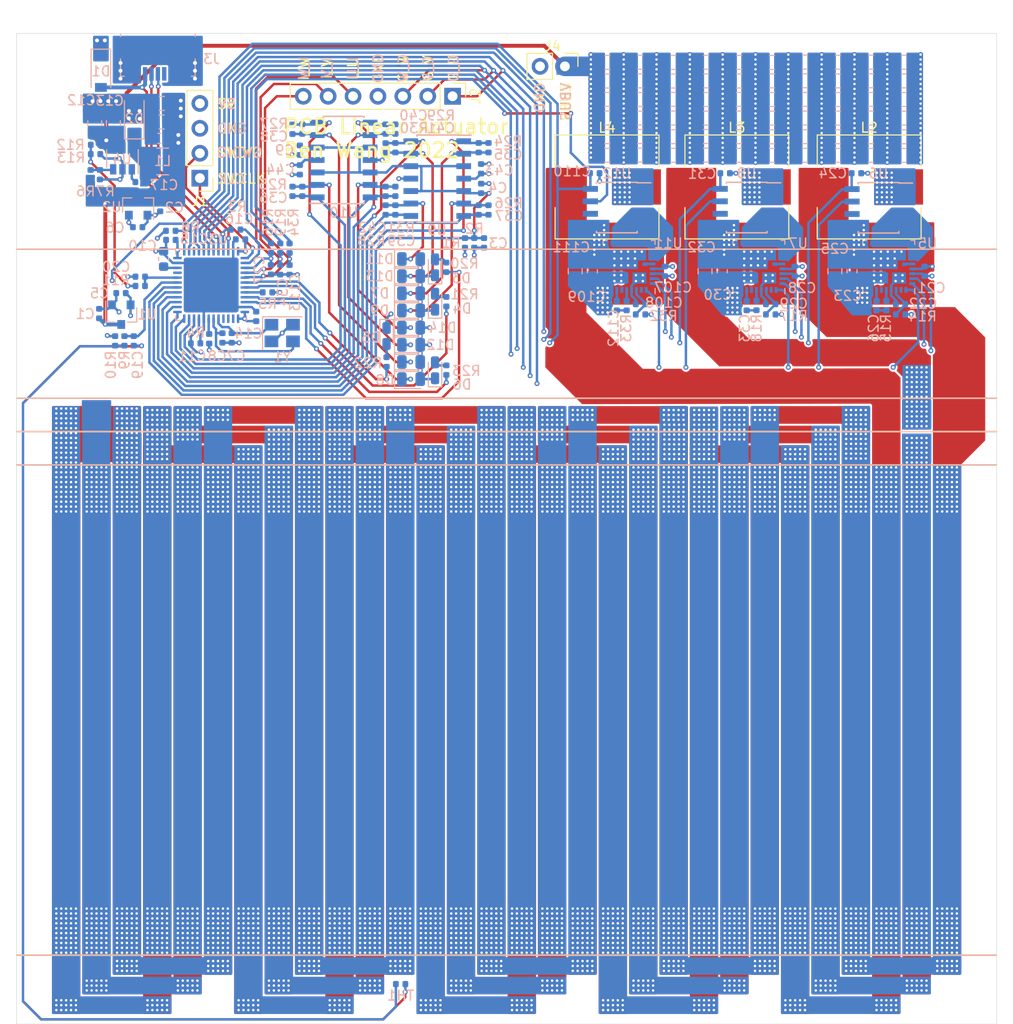
<source format=kicad_pcb>
(kicad_pcb (version 20171130) (host pcbnew 5.1.10)
  (layers (0 F.Cu signal) (1 In1.Cu power) (2 In2.Cu power) (31 B.Cu signal) (34 B.Paste user) (35 F.Paste user) (36 B.SilkS user) (37 F.SilkS user) (38 B.Mask user) (39 F.Mask user) (44 Edge.Cuts user))
  (net 0 "")
  (net 1 +5V)
  (net 2 VBUS)
  (net 3 GND)
  (net 4 +3.3VA)
  (net 5 "Net-(C10-Pad1)")
  (net 6 "Net-(C17-Pad1)")
  (net 7 "Net-(C22-Pad1)")
  (net 8 /U/MOTOR)
  (net 9 /V/MOTOR)
  (net 10 /W/MOTOR)
  (net 11 /V_BIAS)
  (net 12 +3V3)
  (net 13 "Net-(C7-Pad1)")
  (net 14 "Net-(C8-Pad1)")
  (net 15 "Net-(C17-Pad2)")
  (net 16 /M_TEMP)
  (net 17 /VBUS_S)
  (net 18 "Net-(C26-Pad2)")
  (net 19 "Net-(C26-Pad1)")
  (net 20 /I_U)
  (net 21 /I_V)
  (net 22 "Net-(C42-Pad2)")
  (net 23 /I_W)
  (net 24 /O5)
  (net 25 /O1)
  (net 26 /O6)
  (net 27 /O2)
  (net 28 /O7)
  (net 29 /O3)
  (net 30 /O8)
  (net 31 /O4)
  (net 32 /USB_S)
  (net 33 "Net-(D3-Pad2)")
  (net 34 "Net-(D4-Pad2)")
  (net 35 "Net-(D5-Pad2)")
  (net 36 "Net-(D6-Pad2)")
  (net 37 /SWDIO)
  (net 38 /SWCLK)
  (net 39 /USB_P)
  (net 40 /USB_N)
  (net 41 "Net-(L2-Pad1)")
  (net 42 "Net-(L4-Pad1)")
  (net 43 /USB_PULL)
  (net 44 /THWN)
  (net 45 "Net-(R5-Pad1)")
  (net 46 "Net-(R10-Pad2)")
  (net 47 "Net-(R11-Pad1)")
  (net 48 "Net-(R15-Pad2)")
  (net 49 "Net-(R16-Pad2)")
  (net 50 "Net-(R18-Pad2)")
  (net 51 "Net-(R19-Pad2)")
  (net 52 /L1)
  (net 53 /L2)
  (net 54 /L3)
  (net 55 /L4)
  (net 56 /PWM_EN)
  (net 57 /PWM_W)
  (net 58 /PWM_V)
  (net 59 /PWM_U)
  (net 60 "Net-(U5-Pad27)")
  (net 61 "Net-(U7-Pad27)")
  (net 62 "Net-(U5-Pad16)")
  (net 63 "Net-(U7-Pad16)")
  (net 64 "Net-(C29-Pad1)")
  (net 65 "Net-(C33-Pad2)")
  (net 66 "Net-(C33-Pad1)")
  (net 67 "Net-(C35-Pad2)")
  (net 68 "Net-(C36-Pad2)")
  (net 69 "Net-(C37-Pad2)")
  (net 70 "Net-(C38-Pad2)")
  (net 71 "Net-(C39-Pad2)")
  (net 72 "Net-(C40-Pad2)")
  (net 73 "Net-(C41-Pad2)")
  (net 74 "Net-(C108-Pad1)")
  (net 75 "Net-(C112-Pad2)")
  (net 76 "Net-(C112-Pad1)")
  (net 77 "Net-(L3-Pad1)")
  (net 78 "Net-(R4-Pad1)")
  (net 79 "Net-(R6-Pad2)")
  (net 80 "Net-(R33-Pad2)")
  (net 81 "Net-(R34-Pad2)")
  (net 82 "Net-(U11-Pad27)")
  (net 83 "Net-(U11-Pad16)")
  (module Inductor_SMD:L_10.4x10.4_H4.8 (layer F.Cu) (at 110.25 93.65 180)
    (fp_text reference L4 (at 0 6.05) (layer F.SilkS))
    (fp_text value L)
    (pad 2 smd rect (at 4.15 0 180) (size 2.7 3.6) (layers F.Cu F.Paste F.Mask) (net 10 /W/MOTOR))
    (pad 1 smd rect (at -4.15 0 180) (size 2.7 3.6) (layers F.Cu F.Paste F.Mask) (net 42 "Net-(L4-Pad1)"))
  )
  (module Inductor_SMD:L_10.4x10.4_H4.8 (layer F.Cu) (at 123.5 93.65 180)
    (fp_text reference L3 (at 0 6.05) (layer F.SilkS))
    (fp_text value L)
    (pad 2 smd rect (at 4.15 0 180) (size 2.7 3.6) (layers F.Cu F.Paste F.Mask) (net 9 /V/MOTOR))
    (pad 1 smd rect (at -4.15 0 180) (size 2.7 3.6) (layers F.Cu F.Paste F.Mask) (net 77 "Net-(L3-Pad1)"))
  )
  (module Inductor_SMD:L_10.4x10.4_H4.8 (layer F.Cu) (at 137 93.65 180)
    (fp_text reference L2 (at 0 6.05) (layer F.SilkS))
    (fp_text value L)
    (pad 2 smd rect (at 4.15 0 180) (size 2.7 3.6) (layers F.Cu F.Paste F.Mask) (net 8 /U/MOTOR))
    (pad 1 smd rect (at -4.15 0 180) (size 2.7 3.6) (layers F.Cu F.Paste F.Mask) (net 41 "Net-(L2-Pad1)"))
  )
  (module "linear actuator:landing_pad" (layer B.Cu) (at 61.25 120.3)
    (fp_text reference J5 hide)
    (fp_text value Conn_01x01_Male)
    (pad 1 smd rect (at 0 0) (size 3 3) (layers B.Cu B.Paste B.Mask) (net 8 /U/MOTOR))
  )
  (module "linear actuator:landing_pad" (layer B.Cu) (at 58.15 116.9)
    (fp_text reference J8 hide)
    (fp_text value Conn_01x01_Male)
    (pad 1 smd rect (at 0 0) (size 3 3) (layers B.Cu B.Paste B.Mask) (net 9 /V/MOTOR))
  )
  (module "linear actuator:landing_pad" (layer B.Cu) (at 141.85 116.9)
    (fp_text reference J7 hide)
    (fp_text value Conn_01x01_Male)
    (pad 1 smd rect (at 0 0) (size 3 3) (layers B.Cu B.Paste B.Mask) (net 9 /V/MOTOR))
  )
  (module "linear actuator:landing_pad" (layer B.Cu) (at 141.85 120.3)
    (fp_text reference J6 hide)
    (fp_text value Conn_01x01_Male)
    (pad 1 smd rect (at 0 0) (size 3 3) (layers B.Cu B.Paste B.Mask) (net 9 /V/MOTOR))
  )
  (module NetTie:NetTie-2_SMD_Pad2.0mm (layer F.Cu) (at 58.2 120.7 180)
    (fp_text reference NT1 hide)
    (fp_text value Net-Tie_2)
    (pad 2 smd rect (at 1 0 180) (size 2 2) (layers F.Cu) (net 10 /W/MOTOR))
    (pad 1 smd rect (at -1 0 180) (size 2 2) (layers F.Cu) (net 8 /U/MOTOR))
  )
  (module NetTie:NetTie-2_SMD_Pad2.0mm (layer F.Cu) (at 58.2 118.95 180)
    (fp_text reference NT3 hide)
    (fp_text value Net-Tie_2)
    (pad 2 smd rect (at 1 0 180) (size 2 2) (layers F.Cu) (net 10 /W/MOTOR))
    (pad 1 smd rect (at -1 0 180) (size 2 2) (layers F.Cu) (net 8 /U/MOTOR))
  )
  (module NetTie:NetTie-2_SMD_Pad2.0mm (layer F.Cu) (at 58.2 117 180)
    (fp_text reference NT2 hide)
    (fp_text value Net-Tie_2)
    (pad 2 smd rect (at 1 0 180) (size 2 2) (layers F.Cu) (net 10 /W/MOTOR))
    (pad 1 smd rect (at -1 0 180) (size 2 2) (layers F.Cu) (net 8 /U/MOTOR))
  )
  (module Connector_PinHeader_2.54mm:PinHeader_1x07_P2.54mm_Vertical (layer F.Cu) (at 94.49 84.4 270)
    (fp_text reference J2 (at 0 -2.33 90) (layer F.SilkS))
    (fp_text value Conn_01x07_Male)
    (pad 7 thru_hole oval (at 0 15.24 270) (size 1.7 1.7) (drill 1) (layers *.Cu *.Mask) (net 23 /I_W))
    (pad 6 thru_hole oval (at 0 12.7 270) (size 1.7 1.7) (drill 1) (layers *.Cu *.Mask) (net 21 /I_V))
    (pad 5 thru_hole oval (at 0 10.16 270) (size 1.7 1.7) (drill 1) (layers *.Cu *.Mask) (net 20 /I_U))
    (pad 4 thru_hole oval (at 0 7.62 270) (size 1.7 1.7) (drill 1) (layers *.Cu *.Mask) (net 3 GND))
    (pad 3 thru_hole oval (at 0 5.08 270) (size 1.7 1.7) (drill 1) (layers *.Cu *.Mask) (net 57 /PWM_W))
    (pad 2 thru_hole oval (at 0 2.54 270) (size 1.7 1.7) (drill 1) (layers *.Cu *.Mask) (net 58 /PWM_V))
    (pad 1 thru_hole rect (at 0 0 270) (size 1.7 1.7) (drill 1) (layers *.Cu *.Mask) (net 59 /PWM_U))
  )
  (module Capacitor_SMD:C_0402_1005Metric (layer B.Cu) (at 65.735 99.05 180)
    (fp_text reference C15 (at -2.365 0.1) (layer B.SilkS) (effects (justify mirror)))
    (fp_text value 1uF)
    (pad 2 smd roundrect (at 0.485 0 180) (size 0.59 0.64) (layers B.Cu B.Paste B.Mask) (net 3 GND))
    (pad 1 smd roundrect (at -0.485 0 180) (size 0.59 0.64) (layers B.Cu B.Paste B.Mask) (net 12 +3V3))
  )
  (module Capacitor_SMD:C_0805_2012Metric (layer B.Cu) (at 137.175 84.72 180)
    (fp_text reference C62 hide)
    (fp_text value 4.7uF)
    (pad 2 smd roundrect (at 0.9375 0 180) (size 0.975 1.4) (layers B.Cu B.Paste B.Mask) (net 2 VBUS))
    (pad 1 smd roundrect (at -0.9375 0 180) (size 0.975 1.4) (layers B.Cu B.Paste B.Mask) (net 3 GND))
  )
  (module Connector_PinHeader_2.54mm:PinHeader_1x02_P2.54mm_Vertical (layer F.Cu) (at 105.95 81.35 270)
    (fp_text reference J4 (at -2.05 1.25 180) (layer F.SilkS))
    (fp_text value Conn_01x02_Male)
    (pad 2 thru_hole oval (at 0 2.54 270) (size 1.7 1.7) (drill 1) (layers *.Cu *.Mask) (net 3 GND))
    (pad 1 thru_hole rect (at 0 0 270) (size 1.7 1.7) (drill 1) (layers *.Cu *.Mask) (net 2 VBUS))
  )
  (module Resistor_SMD:R_0402_1005Metric (layer B.Cu) (at 69.65 109.135 270)
    (fp_text reference R4 (at -0.635 1.4 180) (layer B.SilkS) (effects (justify mirror)))
    (fp_text value 1K)
    (pad 2 smd roundrect (at 0.485 0 270) (size 0.59 0.64) (layers B.Cu B.Paste B.Mask) (net 12 +3V3))
    (pad 1 smd roundrect (at -0.485 0 270) (size 0.59 0.64) (layers B.Cu B.Paste B.Mask) (net 78 "Net-(R4-Pad1)"))
  )
  (module Resistor_SMD:R_0402_1005Metric (layer B.Cu) (at 89.185 174.95)
    (fp_text reference TH1 (at 0 1.17) (layer B.SilkS) (effects (justify mirror)))
    (fp_text value 10K)
    (pad 2 smd roundrect (at 0.485 0) (size 0.59 0.64) (layers B.Cu B.Paste B.Mask) (net 3 GND))
    (pad 1 smd roundrect (at -0.485 0) (size 0.59 0.64) (layers B.Cu B.Paste B.Mask) (net 46 "Net-(R10-Pad2)"))
  )
  (module Resistor_SMD:R_0402_1005Metric (layer B.Cu) (at 68.265 109.6)
    (fp_text reference C11 (at -0.365 1.3 180) (layer B.SilkS) (effects (justify mirror)))
    (fp_text value 1uF)
    (pad 2 smd roundrect (at 0.485 0) (size 0.59 0.64) (layers B.Cu B.Paste B.Mask) (net 3 GND))
    (pad 1 smd roundrect (at -0.485 0) (size 0.59 0.64) (layers B.Cu B.Paste B.Mask) (net 4 +3.3VA))
  )
  (module Resistor_SMD:R_0402_1005Metric (layer B.Cu) (at 88.65 94.1 90)
    (fp_text reference R31 (at -3.7 0.55 180) (layer B.SilkS) (effects (justify mirror)))
    (fp_text value 220K)
    (pad 2 smd roundrect (at 0.485 0 90) (size 0.59 0.64) (layers B.Cu B.Paste B.Mask) (net 22 "Net-(C42-Pad2)"))
    (pad 1 smd roundrect (at -0.485 0 90) (size 0.59 0.64) (layers B.Cu B.Paste B.Mask) (net 31 /O4))
  )
  (module Resistor_SMD:R_0402_1005Metric (layer B.Cu) (at 87.65 89.665 270)
    (fp_text reference R30 (at -2.015 -2.9 180) (layer B.SilkS) (effects (justify mirror)))
    (fp_text value 220K)
    (pad 2 smd roundrect (at 0.485 0 270) (size 0.59 0.64) (layers B.Cu B.Paste B.Mask) (net 73 "Net-(C41-Pad2)"))
    (pad 1 smd roundrect (at -0.485 0 270) (size 0.59 0.64) (layers B.Cu B.Paste B.Mask) (net 30 /O8))
  )
  (module Resistor_SMD:R_0402_1005Metric (layer B.Cu) (at 88.65 87.75 270)
    (fp_text reference R29 (at -1.4 -4.65) (layer B.SilkS) (effects (justify mirror)))
    (fp_text value 220K)
    (pad 2 smd roundrect (at 0.485 0 270) (size 0.59 0.64) (layers B.Cu B.Paste B.Mask) (net 72 "Net-(C40-Pad2)"))
    (pad 1 smd roundrect (at -0.485 0 270) (size 0.59 0.64) (layers B.Cu B.Paste B.Mask) (net 29 /O3))
  )
  (module Resistor_SMD:R_0402_1005Metric (layer B.Cu) (at 87.65 96 90)
    (fp_text reference R28 (at -3.15 -1.45 180) (layer B.SilkS) (effects (justify mirror)))
    (fp_text value 220K)
    (pad 2 smd roundrect (at 0.485 0 90) (size 0.59 0.64) (layers B.Cu B.Paste B.Mask) (net 71 "Net-(C39-Pad2)"))
    (pad 1 smd roundrect (at -0.485 0 90) (size 0.59 0.64) (layers B.Cu B.Paste B.Mask) (net 28 /O7))
  )
  (module Resistor_SMD:R_0402_1005Metric (layer B.Cu) (at 78.15 87.765 270)
    (fp_text reference R27 (at -0.565 1.9 180) (layer B.SilkS) (effects (justify mirror)))
    (fp_text value 220K)
    (pad 2 smd roundrect (at 0.485 0 270) (size 0.59 0.64) (layers B.Cu B.Paste B.Mask) (net 70 "Net-(C38-Pad2)"))
    (pad 1 smd roundrect (at -0.485 0 270) (size 0.59 0.64) (layers B.Cu B.Paste B.Mask) (net 27 /O2))
  )
  (module Resistor_SMD:R_0402_1005Metric (layer B.Cu) (at 98.15 96 90)
    (fp_text reference R26 (at 0.7 2.05 180) (layer B.SilkS) (effects (justify mirror)))
    (fp_text value 220K)
    (pad 2 smd roundrect (at 0.485 0 90) (size 0.59 0.64) (layers B.Cu B.Paste B.Mask) (net 69 "Net-(C37-Pad2)"))
    (pad 1 smd roundrect (at -0.485 0 90) (size 0.59 0.64) (layers B.Cu B.Paste B.Mask) (net 26 /O6))
  )
  (module Resistor_SMD:R_0402_1005Metric (layer B.Cu) (at 78.15 94.1 90)
    (fp_text reference R25 (at 0.7 -2 180) (layer B.SilkS) (effects (justify mirror)))
    (fp_text value 220K)
    (pad 2 smd roundrect (at 0.485 0 90) (size 0.59 0.64) (layers B.Cu B.Paste B.Mask) (net 68 "Net-(C36-Pad2)"))
    (pad 1 smd roundrect (at -0.485 0 90) (size 0.59 0.64) (layers B.Cu B.Paste B.Mask) (net 25 /O1))
  )
  (module Resistor_SMD:R_0402_1005Metric (layer B.Cu) (at 98.15 89.65 270)
    (fp_text reference R24 (at -0.65 -2 180) (layer B.SilkS) (effects (justify mirror)))
    (fp_text value 220K)
    (pad 2 smd roundrect (at 0.485 0 270) (size 0.59 0.64) (layers B.Cu B.Paste B.Mask) (net 67 "Net-(C35-Pad2)"))
    (pad 1 smd roundrect (at -0.485 0 270) (size 0.59 0.64) (layers B.Cu B.Paste B.Mask) (net 24 /O5))
  )
  (module Resistor_SMD:R_0402_1005Metric (layer B.Cu) (at 93.85 112.335 90)
    (fp_text reference R23 (at -0.065 2.05 180) (layer B.SilkS) (effects (justify mirror)))
    (fp_text value 150R)
    (pad 2 smd roundrect (at 0.485 0 90) (size 0.59 0.64) (layers B.Cu B.Paste B.Mask) (net 36 "Net-(D6-Pad2)"))
    (pad 1 smd roundrect (at -0.485 0 90) (size 0.59 0.64) (layers B.Cu B.Paste B.Mask) (net 55 /L4))
  )
  (module Resistor_SMD:R_0402_1005Metric (layer B.Cu) (at 87.75 111.5 90)
    (fp_text reference R22 (at -0.1 -1.9 180) (layer B.SilkS) (effects (justify mirror)))
    (fp_text value 150R)
    (pad 2 smd roundrect (at 0.485 0 90) (size 0.59 0.64) (layers B.Cu B.Paste B.Mask) (net 35 "Net-(D5-Pad2)"))
    (pad 1 smd roundrect (at -0.485 0 90) (size 0.59 0.64) (layers B.Cu B.Paste B.Mask) (net 54 /L3))
  )
  (module Resistor_SMD:R_0402_1005Metric (layer B.Cu) (at 93.85 105.35 90)
    (fp_text reference R21 (at 0.75 1.85 180) (layer B.SilkS) (effects (justify mirror)))
    (fp_text value 150R)
    (pad 2 smd roundrect (at 0.485 0 90) (size 0.59 0.64) (layers B.Cu B.Paste B.Mask) (net 34 "Net-(D4-Pad2)"))
    (pad 1 smd roundrect (at -0.485 0 90) (size 0.59 0.64) (layers B.Cu B.Paste B.Mask) (net 53 /L2))
  )
  (module Resistor_SMD:R_0402_1005Metric (layer B.Cu) (at 93.85 101.85 90)
    (fp_text reference R20 (at 0.4 1.85 180) (layer B.SilkS) (effects (justify mirror)))
    (fp_text value 150R)
    (pad 2 smd roundrect (at 0.485 0 90) (size 0.59 0.64) (layers B.Cu B.Paste B.Mask) (net 33 "Net-(D3-Pad2)"))
    (pad 1 smd roundrect (at -0.485 0 90) (size 0.59 0.64) (layers B.Cu B.Paste B.Mask) (net 52 /L1))
  )
  (module Resistor_SMD:R_0402_1005Metric (layer B.Cu) (at 77.85 99.9 90)
    (fp_text reference R34 (at 2.65 0.4 270) (layer B.SilkS) (effects (justify mirror)))
    (fp_text value 10K)
    (pad 2 smd roundrect (at 0.485 0 90) (size 0.59 0.64) (layers B.Cu B.Paste B.Mask) (net 81 "Net-(R34-Pad2)"))
    (pad 1 smd roundrect (at -0.485 0 90) (size 0.59 0.64) (layers B.Cu B.Paste B.Mask) (net 23 /I_W))
  )
  (module Resistor_SMD:R_0402_1005Metric (layer B.Cu) (at 112.25 105.75 90)
    (fp_text reference R33 (at -2.3 -0.05 270) (layer B.SilkS) (effects (justify mirror)))
    (fp_text value 2R)
    (pad 2 smd roundrect (at 0.485 0 90) (size 0.59 0.64) (layers B.Cu B.Paste B.Mask) (net 80 "Net-(R33-Pad2)"))
    (pad 1 smd roundrect (at -0.485 0 90) (size 0.59 0.64) (layers B.Cu B.Paste B.Mask) (net 76 "Net-(C112-Pad1)"))
  )
  (module Resistor_SMD:R_0402_1005Metric (layer B.Cu) (at 113.665 106.65 180)
    (fp_text reference R32 (at -2.335 -0.15 180) (layer B.SilkS) (effects (justify mirror)))
    (fp_text value 10R)
    (pad 2 smd roundrect (at 0.485 0 180) (size 0.59 0.64) (layers B.Cu B.Paste B.Mask) (net 74 "Net-(C108-Pad1)"))
    (pad 1 smd roundrect (at -0.485 0 180) (size 0.59 0.64) (layers B.Cu B.Paste B.Mask) (net 1 +5V))
  )
  (module Resistor_SMD:R_0402_1005Metric (layer B.Cu) (at 76.9 99.9 90)
    (fp_text reference R19 (at 2.65 0.05 90) (layer B.SilkS) (effects (justify mirror)))
    (fp_text value 10K)
    (pad 2 smd roundrect (at 0.485 0 90) (size 0.59 0.64) (layers B.Cu B.Paste B.Mask) (net 51 "Net-(R19-Pad2)"))
    (pad 1 smd roundrect (at -0.485 0 90) (size 0.59 0.64) (layers B.Cu B.Paste B.Mask) (net 21 /I_V))
  )
  (module Resistor_SMD:R_0402_1005Metric (layer B.Cu) (at 125.5 105.735 90)
    (fp_text reference R18 (at -2.315 0 90) (layer B.SilkS) (effects (justify mirror)))
    (fp_text value 2R)
    (pad 2 smd roundrect (at 0.485 0 90) (size 0.59 0.64) (layers B.Cu B.Paste B.Mask) (net 50 "Net-(R18-Pad2)"))
    (pad 1 smd roundrect (at -0.485 0 90) (size 0.59 0.64) (layers B.Cu B.Paste B.Mask) (net 66 "Net-(C33-Pad1)"))
  )
  (module Resistor_SMD:R_0402_1005Metric (layer B.Cu) (at 126.95 106.65 180)
    (fp_text reference R17 (at -2.35 -0.15) (layer B.SilkS) (effects (justify mirror)))
    (fp_text value 10R)
    (pad 2 smd roundrect (at 0.485 0 180) (size 0.59 0.64) (layers B.Cu B.Paste B.Mask) (net 64 "Net-(C29-Pad1)"))
    (pad 1 smd roundrect (at -0.485 0 180) (size 0.59 0.64) (layers B.Cu B.Paste B.Mask) (net 1 +5V))
  )
  (module Resistor_SMD:R_0402_1005Metric (layer B.Cu) (at 75.95 99.9 90)
    (fp_text reference R16 (at 2.65 -0.3 90) (layer B.SilkS) (effects (justify mirror)))
    (fp_text value 10K)
    (pad 2 smd roundrect (at 0.485 0 90) (size 0.59 0.64) (layers B.Cu B.Paste B.Mask) (net 49 "Net-(R16-Pad2)"))
    (pad 1 smd roundrect (at -0.485 0 90) (size 0.59 0.64) (layers B.Cu B.Paste B.Mask) (net 20 /I_U))
  )
  (module Resistor_SMD:R_0402_1005Metric (layer B.Cu) (at 138.75 105.75 90)
    (fp_text reference R15 (at -2.3 -0.05 90) (layer B.SilkS) (effects (justify mirror)))
    (fp_text value 2R)
    (pad 2 smd roundrect (at 0.485 0 90) (size 0.59 0.64) (layers B.Cu B.Paste B.Mask) (net 48 "Net-(R15-Pad2)"))
    (pad 1 smd roundrect (at -0.485 0 90) (size 0.59 0.64) (layers B.Cu B.Paste B.Mask) (net 19 "Net-(C26-Pad1)"))
  )
  (module Resistor_SMD:R_0402_1005Metric (layer B.Cu) (at 140.2 106.65 180)
    (fp_text reference R14 (at -2.25 -0.2) (layer B.SilkS) (effects (justify mirror)))
    (fp_text value 10R)
    (pad 2 smd roundrect (at 0.485 0 180) (size 0.59 0.64) (layers B.Cu B.Paste B.Mask) (net 7 "Net-(C22-Pad1)"))
    (pad 1 smd roundrect (at -0.485 0 180) (size 0.59 0.64) (layers B.Cu B.Paste B.Mask) (net 1 +5V))
  )
  (module Resistor_SMD:R_0402_1005Metric (layer B.Cu) (at 58.05 90.3)
    (fp_text reference R13 (at -2.5 0.35) (layer B.SilkS) (effects (justify mirror)))
    (fp_text value 1K)
    (pad 2 smd roundrect (at 0.485 0) (size 0.59 0.64) (layers B.Cu B.Paste B.Mask) (net 3 GND))
    (pad 1 smd roundrect (at -0.485 0) (size 0.59 0.64) (layers B.Cu B.Paste B.Mask) (net 47 "Net-(R11-Pad1)"))
  )
  (module Resistor_SMD:R_0402_1005Metric (layer B.Cu) (at 58.05 89.35 180)
    (fp_text reference R12 (at 2.55 0) (layer B.SilkS) (effects (justify mirror)))
    (fp_text value 10K)
    (pad 2 smd roundrect (at 0.485 0 180) (size 0.59 0.64) (layers B.Cu B.Paste B.Mask) (net 47 "Net-(R11-Pad1)"))
    (pad 1 smd roundrect (at -0.485 0 180) (size 0.59 0.64) (layers B.Cu B.Paste B.Mask) (net 2 VBUS))
  )
  (module Resistor_SMD:R_0402_1005Metric (layer B.Cu) (at 62.615 103.75)
    (fp_text reference R11 (at -2.515 -0.6) (layer B.SilkS) (effects (justify mirror)))
    (fp_text value 1K)
    (pad 2 smd roundrect (at 0.485 0) (size 0.59 0.64) (layers B.Cu B.Paste B.Mask) (net 17 /VBUS_S))
    (pad 1 smd roundrect (at -0.485 0) (size 0.59 0.64) (layers B.Cu B.Paste B.Mask) (net 47 "Net-(R11-Pad1)"))
  )
  (module Resistor_SMD:R_0402_1005Metric (layer B.Cu) (at 60.05 109.35 270)
    (fp_text reference R10 (at 2.45 0.45 90) (layer B.SilkS) (effects (justify mirror)))
    (fp_text value 10K)
    (pad 2 smd roundrect (at 0.485 0 270) (size 0.59 0.64) (layers B.Cu B.Paste B.Mask) (net 46 "Net-(R10-Pad2)"))
    (pad 1 smd roundrect (at -0.485 0 270) (size 0.59 0.64) (layers B.Cu B.Paste B.Mask) (net 4 +3.3VA))
  )
  (module Resistor_SMD:R_0402_1005Metric (layer B.Cu) (at 61 109.35 90)
    (fp_text reference R9 (at -1.95 0 90) (layer B.SilkS) (effects (justify mirror)))
    (fp_text value 10K)
    (pad 2 smd roundrect (at 0.485 0 90) (size 0.59 0.64) (layers B.Cu B.Paste B.Mask) (net 16 /M_TEMP))
    (pad 1 smd roundrect (at -0.485 0 90) (size 0.59 0.64) (layers B.Cu B.Paste B.Mask) (net 46 "Net-(R10-Pad2)"))
  )
  (module Resistor_SMD:R_0402_1005Metric (layer B.Cu) (at 58.5 92.4 270)
    (fp_text reference R7 (at 1.7 -0.55 180) (layer B.SilkS) (effects (justify mirror)))
    (fp_text value 13K)
    (pad 2 smd roundrect (at 0.485 0 270) (size 0.59 0.64) (layers B.Cu B.Paste B.Mask) (net 3 GND))
    (pad 1 smd roundrect (at -0.485 0 270) (size 0.59 0.64) (layers B.Cu B.Paste B.Mask) (net 79 "Net-(R6-Pad2)"))
  )
  (module Resistor_SMD:R_0402_1005Metric (layer B.Cu) (at 57.55 92.4 90)
    (fp_text reference R6 (at -1.7 -0.5 180) (layer B.SilkS) (effects (justify mirror)))
    (fp_text value 68K)
    (pad 2 smd roundrect (at 0.485 0 90) (size 0.59 0.64) (layers B.Cu B.Paste B.Mask) (net 79 "Net-(R6-Pad2)"))
    (pad 1 smd roundrect (at -0.485 0 90) (size 0.59 0.64) (layers B.Cu B.Paste B.Mask) (net 1 +5V))
  )
  (module Resistor_SMD:R_0402_1005Metric (layer B.Cu) (at 75.6 104.4)
    (fp_text reference R5 (at 0 1.17) (layer B.SilkS) (effects (justify mirror)))
    (fp_text value 1K)
    (pad 2 smd roundrect (at 0.485 0) (size 0.59 0.64) (layers B.Cu B.Paste B.Mask) (net 3 GND))
    (pad 1 smd roundrect (at -0.485 0) (size 0.59 0.64) (layers B.Cu B.Paste B.Mask) (net 45 "Net-(R5-Pad1)"))
  )
  (module Resistor_SMD:R_0402_1005Metric (layer B.Cu) (at 65.725 98.125)
    (fp_text reference R8 (at 2.025 -0.375) (layer B.SilkS) (effects (justify mirror)))
    (fp_text value 10K)
    (pad 2 smd roundrect (at 0.485 0) (size 0.59 0.64) (layers B.Cu B.Paste B.Mask) (net 44 /THWN))
    (pad 1 smd roundrect (at -0.485 0) (size 0.59 0.64) (layers B.Cu B.Paste B.Mask) (net 12 +3V3))
  )
  (module Resistor_SMD:R_0402_1005Metric (layer B.Cu) (at 72.35 98 180)
    (fp_text reference R3 (at -0.15 2.35) (layer B.SilkS) (effects (justify mirror)))
    (fp_text value 1K5)
    (pad 2 smd roundrect (at 0.485 0 180) (size 0.59 0.64) (layers B.Cu B.Paste B.Mask) (net 39 /USB_P))
    (pad 1 smd roundrect (at -0.485 0 180) (size 0.59 0.64) (layers B.Cu B.Paste B.Mask) (net 43 /USB_PULL))
  )
  (module Resistor_SMD:R_0402_1005Metric (layer B.Cu) (at 96.7 99.35 270)
    (fp_text reference R2 (at -1.45 0 180) (layer B.SilkS) (effects (justify mirror)))
    (fp_text value 1K)
    (pad 2 smd roundrect (at 0.485 0 270) (size 0.59 0.64) (layers B.Cu B.Paste B.Mask) (net 3 GND))
    (pad 1 smd roundrect (at -0.485 0 270) (size 0.59 0.64) (layers B.Cu B.Paste B.Mask) (net 11 /V_BIAS))
  )
  (module Resistor_SMD:R_0402_1005Metric (layer B.Cu) (at 95.75 99.35 90)
    (fp_text reference R1 (at 0 -1.4 180) (layer B.SilkS) (effects (justify mirror)))
    (fp_text value 4K7)
    (pad 2 smd roundrect (at 0.485 0 90) (size 0.59 0.64) (layers B.Cu B.Paste B.Mask) (net 11 /V_BIAS))
    (pad 1 smd roundrect (at -0.485 0 90) (size 0.59 0.64) (layers B.Cu B.Paste B.Mask) (net 4 +3.3VA))
  )
  (module Capacitor_SMD:C_0402_1005Metric (layer B.Cu) (at 78.9 91.9 270)
    (fp_text reference C44 (at 0 2 180) (layer B.SilkS) (effects (justify mirror)))
    (fp_text value 1uF)
    (pad 2 smd roundrect (at 0.485 0 270) (size 0.59 0.64) (layers B.Cu B.Paste B.Mask) (net 3 GND))
    (pad 1 smd roundrect (at -0.485 0 270) (size 0.59 0.64) (layers B.Cu B.Paste B.Mask) (net 4 +3.3VA))
  )
  (module Capacitor_SMD:C_0402_1005Metric (layer B.Cu) (at 97.4 91.8 90)
    (fp_text reference C43 (at -0.15 1.85 180) (layer B.SilkS) (effects (justify mirror)))
    (fp_text value 1uF)
    (pad 2 smd roundrect (at 0.485 0 90) (size 0.59 0.64) (layers B.Cu B.Paste B.Mask) (net 3 GND))
    (pad 1 smd roundrect (at -0.485 0 90) (size 0.59 0.64) (layers B.Cu B.Paste B.Mask) (net 4 +3.3VA))
  )
  (module Capacitor_SMD:C_0402_1005Metric (layer B.Cu) (at 87.65 94.1 90)
    (fp_text reference C42 (at -3.7 -1.35 180) (layer B.SilkS) (effects (justify mirror)))
    (fp_text value 6pF)
    (pad 2 smd roundrect (at 0.485 0 90) (size 0.59 0.64) (layers B.Cu B.Paste B.Mask) (net 22 "Net-(C42-Pad2)"))
    (pad 1 smd roundrect (at -0.485 0 90) (size 0.59 0.64) (layers B.Cu B.Paste B.Mask) (net 31 /O4))
  )
  (module Capacitor_SMD:C_0402_1005Metric (layer B.Cu) (at 88.65 89.65 270)
    (fp_text reference C41 (at -2 -4.65 180) (layer B.SilkS) (effects (justify mirror)))
    (fp_text value 6pF)
    (pad 2 smd roundrect (at 0.485 0 270) (size 0.59 0.64) (layers B.Cu B.Paste B.Mask) (net 73 "Net-(C41-Pad2)"))
    (pad 1 smd roundrect (at -0.485 0 270) (size 0.59 0.64) (layers B.Cu B.Paste B.Mask) (net 30 /O8))
  )
  (module Capacitor_SMD:C_0402_1005Metric (layer B.Cu) (at 87.65 87.75 270)
    (fp_text reference C40 (at -1.4 -2.85 180) (layer B.SilkS) (effects (justify mirror)))
    (fp_text value 6pF)
    (pad 2 smd roundrect (at 0.485 0 270) (size 0.59 0.64) (layers B.Cu B.Paste B.Mask) (net 72 "Net-(C40-Pad2)"))
    (pad 1 smd roundrect (at -0.485 0 270) (size 0.59 0.64) (layers B.Cu B.Paste B.Mask) (net 29 /O3))
  )
  (module Capacitor_SMD:C_0402_1005Metric (layer B.Cu) (at 88.65 96 90)
    (fp_text reference C39 (at -3.15 0.6 180) (layer B.SilkS) (effects (justify mirror)))
    (fp_text value 6pF)
    (pad 2 smd roundrect (at 0.485 0 90) (size 0.59 0.64) (layers B.Cu B.Paste B.Mask) (net 71 "Net-(C39-Pad2)"))
    (pad 1 smd roundrect (at -0.485 0 90) (size 0.59 0.64) (layers B.Cu B.Paste B.Mask) (net 28 /O7))
  )
  (module Capacitor_SMD:C_0402_1005Metric (layer B.Cu) (at 79.15 87.75 270)
    (fp_text reference C38 (at 0.75 2.9 180) (layer B.SilkS) (effects (justify mirror)))
    (fp_text value 6pF)
    (pad 2 smd roundrect (at 0.485 0 270) (size 0.59 0.64) (layers B.Cu B.Paste B.Mask) (net 70 "Net-(C38-Pad2)"))
    (pad 1 smd roundrect (at -0.485 0 270) (size 0.59 0.64) (layers B.Cu B.Paste B.Mask) (net 27 /O2))
  )
  (module Capacitor_SMD:C_0402_1005Metric (layer B.Cu) (at 97.15 96 90)
    (fp_text reference C37 (at -0.6 3.1 180) (layer B.SilkS) (effects (justify mirror)))
    (fp_text value 6pF)
    (pad 2 smd roundrect (at 0.485 0 90) (size 0.59 0.64) (layers B.Cu B.Paste B.Mask) (net 69 "Net-(C37-Pad2)"))
    (pad 1 smd roundrect (at -0.485 0 90) (size 0.59 0.64) (layers B.Cu B.Paste B.Mask) (net 26 /O6))
  )
  (module Capacitor_SMD:C_0402_1005Metric (layer B.Cu) (at 79.15 94.1 90)
    (fp_text reference C36 (at -0.65 -2.95 180) (layer B.SilkS) (effects (justify mirror)))
    (fp_text value 6pF)
    (pad 2 smd roundrect (at 0.485 0 90) (size 0.59 0.64) (layers B.Cu B.Paste B.Mask) (net 68 "Net-(C36-Pad2)"))
    (pad 1 smd roundrect (at -0.485 0 90) (size 0.59 0.64) (layers B.Cu B.Paste B.Mask) (net 25 /O1))
  )
  (module Capacitor_SMD:C_0402_1005Metric (layer B.Cu) (at 97.15 89.65 270)
    (fp_text reference C35 (at 0.7 -3 180) (layer B.SilkS) (effects (justify mirror)))
    (fp_text value 6pF)
    (pad 2 smd roundrect (at 0.485 0 270) (size 0.59 0.64) (layers B.Cu B.Paste B.Mask) (net 67 "Net-(C35-Pad2)"))
    (pad 1 smd roundrect (at -0.485 0 270) (size 0.59 0.64) (layers B.Cu B.Paste B.Mask) (net 24 /O5))
  )
  (module Capacitor_SMD:C_0402_1005Metric (layer B.Cu) (at 77.85 102.1 270)
    (fp_text reference C113 (at 2.3 -0.55 270) (layer B.SilkS) (effects (justify mirror)))
    (fp_text value 10nF)
    (pad 2 smd roundrect (at 0.485 0 270) (size 0.59 0.64) (layers B.Cu B.Paste B.Mask) (net 3 GND))
    (pad 1 smd roundrect (at -0.485 0 270) (size 0.59 0.64) (layers B.Cu B.Paste B.Mask) (net 23 /I_W))
  )
  (module Capacitor_SMD:C_0402_1005Metric (layer B.Cu) (at 109 92.25 180)
    (fp_text reference C110 (at 2.3 0.2 180) (layer B.SilkS) (effects (justify mirror)))
    (fp_text value 1uF)
    (pad 2 smd roundrect (at 0.485 0 180) (size 0.59 0.64) (layers B.Cu B.Paste B.Mask) (net 4 +3.3VA))
    (pad 1 smd roundrect (at -0.485 0 180) (size 0.59 0.64) (layers B.Cu B.Paste B.Mask) (net 3 GND))
  )
  (module Capacitor_SMD:C_0402_1005Metric (layer B.Cu) (at 111.25 105.75 90)
    (fp_text reference C112 (at -2.3 -0.35 90) (layer B.SilkS) (effects (justify mirror)))
    (fp_text value 100nF)
    (pad 2 smd roundrect (at 0.485 0 90) (size 0.59 0.64) (layers B.Cu B.Paste B.Mask) (net 75 "Net-(C112-Pad2)"))
    (pad 1 smd roundrect (at -0.485 0 90) (size 0.59 0.64) (layers B.Cu B.Paste B.Mask) (net 76 "Net-(C112-Pad1)"))
  )
  (module Capacitor_SMD:C_0402_1005Metric (layer B.Cu) (at 113.665 105.6 180)
    (fp_text reference C108 (at -2.385 0.15 180) (layer B.SilkS) (effects (justify mirror)))
    (fp_text value 1uF)
    (pad 2 smd roundrect (at 0.485 0 180) (size 0.59 0.64) (layers B.Cu B.Paste B.Mask) (net 3 GND))
    (pad 1 smd roundrect (at -0.485 0 180) (size 0.59 0.64) (layers B.Cu B.Paste B.Mask) (net 74 "Net-(C108-Pad1)"))
  )
  (module Capacitor_SMD:C_0402_1005Metric (layer B.Cu) (at 116.15 102.25 90)
    (fp_text reference C107 (at -1.65 0.85) (layer B.SilkS) (effects (justify mirror)))
    (fp_text value 1uF)
    (pad 2 smd roundrect (at 0.485 0 90) (size 0.59 0.64) (layers B.Cu B.Paste B.Mask) (net 3 GND))
    (pad 1 smd roundrect (at -0.485 0 90) (size 0.59 0.64) (layers B.Cu B.Paste B.Mask) (net 1 +5V))
  )
  (module Capacitor_SMD:C_0402_1005Metric (layer B.Cu) (at 76.9 102.1 270)
    (fp_text reference C34 (at 2.3 -0.25 90) (layer B.SilkS) (effects (justify mirror)))
    (fp_text value 10nF)
    (pad 2 smd roundrect (at 0.485 0 270) (size 0.59 0.64) (layers B.Cu B.Paste B.Mask) (net 3 GND))
    (pad 1 smd roundrect (at -0.485 0 270) (size 0.59 0.64) (layers B.Cu B.Paste B.Mask) (net 21 /I_V))
  )
  (module Capacitor_SMD:C_0402_1005Metric (layer B.Cu) (at 122.3 92.25 180)
    (fp_text reference C31 (at 2.35 -0.05) (layer B.SilkS) (effects (justify mirror)))
    (fp_text value 1uF)
    (pad 2 smd roundrect (at 0.485 0 180) (size 0.59 0.64) (layers B.Cu B.Paste B.Mask) (net 4 +3.3VA))
    (pad 1 smd roundrect (at -0.485 0 180) (size 0.59 0.64) (layers B.Cu B.Paste B.Mask) (net 3 GND))
  )
  (module Capacitor_SMD:C_0402_1005Metric (layer B.Cu) (at 124.5 105.75 90)
    (fp_text reference C33 (at -2.3 -0.2 90) (layer B.SilkS) (effects (justify mirror)))
    (fp_text value 100nF)
    (pad 2 smd roundrect (at 0.485 0 90) (size 0.59 0.64) (layers B.Cu B.Paste B.Mask) (net 65 "Net-(C33-Pad2)"))
    (pad 1 smd roundrect (at -0.485 0 90) (size 0.59 0.64) (layers B.Cu B.Paste B.Mask) (net 66 "Net-(C33-Pad1)"))
  )
  (module Capacitor_SMD:C_0402_1005Metric (layer B.Cu) (at 126.95 105.6 180)
    (fp_text reference C29 (at -2.35 0.05) (layer B.SilkS) (effects (justify mirror)))
    (fp_text value 1uF)
    (pad 2 smd roundrect (at 0.485 0 180) (size 0.59 0.64) (layers B.Cu B.Paste B.Mask) (net 3 GND))
    (pad 1 smd roundrect (at -0.485 0 180) (size 0.59 0.64) (layers B.Cu B.Paste B.Mask) (net 64 "Net-(C29-Pad1)"))
  )
  (module Capacitor_SMD:C_0402_1005Metric (layer B.Cu) (at 129.4 102.25 90)
    (fp_text reference C28 (at -1.7 0.75 180) (layer B.SilkS) (effects (justify mirror)))
    (fp_text value 1uF)
    (pad 2 smd roundrect (at 0.485 0 90) (size 0.59 0.64) (layers B.Cu B.Paste B.Mask) (net 3 GND))
    (pad 1 smd roundrect (at -0.485 0 90) (size 0.59 0.64) (layers B.Cu B.Paste B.Mask) (net 1 +5V))
  )
  (module Capacitor_SMD:C_0402_1005Metric (layer B.Cu) (at 75.95 102.085 270)
    (fp_text reference C27 (at 0 1.17 90) (layer B.SilkS) (effects (justify mirror)))
    (fp_text value 10nF)
    (pad 2 smd roundrect (at 0.485 0 270) (size 0.59 0.64) (layers B.Cu B.Paste B.Mask) (net 3 GND))
    (pad 1 smd roundrect (at -0.485 0 270) (size 0.59 0.64) (layers B.Cu B.Paste B.Mask) (net 20 /I_U))
  )
  (module Capacitor_SMD:C_0402_1005Metric (layer B.Cu) (at 135.7 92.25 180)
    (fp_text reference C24 (at 2.4 0) (layer B.SilkS) (effects (justify mirror)))
    (fp_text value 1uF)
    (pad 2 smd roundrect (at 0.485 0 180) (size 0.59 0.64) (layers B.Cu B.Paste B.Mask) (net 4 +3.3VA))
    (pad 1 smd roundrect (at -0.485 0 180) (size 0.59 0.64) (layers B.Cu B.Paste B.Mask) (net 3 GND))
  )
  (module Capacitor_SMD:C_0402_1005Metric (layer B.Cu) (at 137.75 105.75 90)
    (fp_text reference C26 (at -2.3 -0.3 270) (layer B.SilkS) (effects (justify mirror)))
    (fp_text value 100nF)
    (pad 2 smd roundrect (at 0.485 0 90) (size 0.59 0.64) (layers B.Cu B.Paste B.Mask) (net 18 "Net-(C26-Pad2)"))
    (pad 1 smd roundrect (at -0.485 0 90) (size 0.59 0.64) (layers B.Cu B.Paste B.Mask) (net 19 "Net-(C26-Pad1)"))
  )
  (module Capacitor_SMD:C_0402_1005Metric (layer B.Cu) (at 140.2 105.6 180)
    (fp_text reference C22 (at -2.3 0.05) (layer B.SilkS) (effects (justify mirror)))
    (fp_text value 1uF)
    (pad 2 smd roundrect (at 0.485 0 180) (size 0.59 0.64) (layers B.Cu B.Paste B.Mask) (net 3 GND))
    (pad 1 smd roundrect (at -0.485 0 180) (size 0.59 0.64) (layers B.Cu B.Paste B.Mask) (net 7 "Net-(C22-Pad1)"))
  )
  (module Capacitor_SMD:C_0402_1005Metric (layer B.Cu) (at 142.65 102.25 90)
    (fp_text reference C21 (at -1.7 0.7 180) (layer B.SilkS) (effects (justify mirror)))
    (fp_text value 1uF)
    (pad 2 smd roundrect (at 0.485 0 90) (size 0.59 0.64) (layers B.Cu B.Paste B.Mask) (net 3 GND))
    (pad 1 smd roundrect (at -0.485 0 90) (size 0.59 0.64) (layers B.Cu B.Paste B.Mask) (net 1 +5V))
  )
  (module Capacitor_SMD:C_0402_1005Metric (layer B.Cu) (at 62.615 102.8 180)
    (fp_text reference C20 (at 2.465 1) (layer B.SilkS) (effects (justify mirror)))
    (fp_text value 10nF)
    (pad 2 smd roundrect (at 0.485 0 180) (size 0.59 0.64) (layers B.Cu B.Paste B.Mask) (net 3 GND))
    (pad 1 smd roundrect (at -0.485 0 180) (size 0.59 0.64) (layers B.Cu B.Paste B.Mask) (net 17 /VBUS_S))
  )
  (module Capacitor_SMD:C_0402_1005Metric (layer B.Cu) (at 61.95 109.35 270)
    (fp_text reference C19 (at 2.45 -0.4 90) (layer B.SilkS) (effects (justify mirror)))
    (fp_text value 1uF)
    (pad 2 smd roundrect (at 0.485 0 270) (size 0.59 0.64) (layers B.Cu B.Paste B.Mask) (net 3 GND))
    (pad 1 smd roundrect (at -0.485 0 270) (size 0.59 0.64) (layers B.Cu B.Paste B.Mask) (net 16 /M_TEMP))
  )
  (module Capacitor_SMD:C_0402_1005Metric (layer B.Cu) (at 62.6 93.15)
    (fp_text reference C17 (at 2.45 0.3) (layer B.SilkS) (effects (justify mirror)))
    (fp_text value 10nF)
    (pad 2 smd roundrect (at 0.485 0) (size 0.59 0.64) (layers B.Cu B.Paste B.Mask) (net 15 "Net-(C17-Pad2)"))
    (pad 1 smd roundrect (at -0.485 0) (size 0.59 0.64) (layers B.Cu B.Paste B.Mask) (net 6 "Net-(C17-Pad1)"))
  )
  (module Capacitor_SMD:C_0402_1005Metric (layer B.Cu) (at 72.85 99 180)
    (fp_text reference C16 (at 0.15 2.1) (layer B.SilkS) (effects (justify mirror)))
    (fp_text value 1uF)
    (pad 2 smd roundrect (at 0.485 0 180) (size 0.59 0.64) (layers B.Cu B.Paste B.Mask) (net 3 GND))
    (pad 1 smd roundrect (at -0.485 0 180) (size 0.59 0.64) (layers B.Cu B.Paste B.Mask) (net 12 +3V3))
  )
  (module Capacitor_SMD:C_0402_1005Metric (layer B.Cu) (at 74.45 106.85 90)
    (fp_text reference C14 (at -1.75 -0.8 180) (layer B.SilkS) (effects (justify mirror)))
    (fp_text value 1uF)
    (pad 2 smd roundrect (at 0.485 0 90) (size 0.59 0.64) (layers B.Cu B.Paste B.Mask) (net 3 GND))
    (pad 1 smd roundrect (at -0.485 0 90) (size 0.59 0.64) (layers B.Cu B.Paste B.Mask) (net 12 +3V3))
  )
  (module Capacitor_SMD:C_0402_1005Metric (layer B.Cu) (at 78.9 89.9 90)
    (fp_text reference C9 (at 0 -1.55 180) (layer B.SilkS) (effects (justify mirror)))
    (fp_text value 1uF)
    (pad 2 smd roundrect (at 0.485 0 90) (size 0.59 0.64) (layers B.Cu B.Paste B.Mask) (net 11 /V_BIAS))
    (pad 1 smd roundrect (at -0.485 0 90) (size 0.59 0.64) (layers B.Cu B.Paste B.Mask) (net 3 GND))
  )
  (module Capacitor_SMD:C_0402_1005Metric (layer B.Cu) (at 71 109.05 270)
    (fp_text reference C8 (at 1.85 0.55 180) (layer B.SilkS) (effects (justify mirror)))
    (fp_text value 12pF)
    (pad 2 smd roundrect (at 0.485 0 270) (size 0.59 0.64) (layers B.Cu B.Paste B.Mask) (net 3 GND))
    (pad 1 smd roundrect (at -0.485 0 270) (size 0.59 0.64) (layers B.Cu B.Paste B.Mask) (net 14 "Net-(C8-Pad1)"))
  )
  (module Capacitor_SMD:C_0402_1005Metric (layer B.Cu) (at 71.95 109.05 270)
    (fp_text reference C7 (at 1.85 -0.45 180) (layer B.SilkS) (effects (justify mirror)))
    (fp_text value 12pF)
    (pad 2 smd roundrect (at 0.485 0 270) (size 0.59 0.64) (layers B.Cu B.Paste B.Mask) (net 3 GND))
    (pad 1 smd roundrect (at -0.485 0 270) (size 0.59 0.64) (layers B.Cu B.Paste B.Mask) (net 13 "Net-(C7-Pad1)"))
  )
  (module Capacitor_SMD:C_0402_1005Metric (layer B.Cu) (at 62.35 97.75 180)
    (fp_text reference C6 (at 2.3 -0.05 180) (layer B.SilkS) (effects (justify mirror)))
    (fp_text value 1uF)
    (pad 2 smd roundrect (at 0.485 0 180) (size 0.59 0.64) (layers B.Cu B.Paste B.Mask) (net 12 +3V3))
    (pad 1 smd roundrect (at -0.485 0 180) (size 0.59 0.64) (layers B.Cu B.Paste B.Mask) (net 3 GND))
  )
  (module Capacitor_SMD:C_0402_1005Metric (layer B.Cu) (at 60.65 104.475)
    (fp_text reference C5 (at -2.2 0.025 180) (layer B.SilkS) (effects (justify mirror)))
    (fp_text value 1uF)
    (pad 2 smd roundrect (at 0.485 0) (size 0.59 0.64) (layers B.Cu B.Paste B.Mask) (net 4 +3.3VA))
    (pad 1 smd roundrect (at -0.485 0) (size 0.59 0.64) (layers B.Cu B.Paste B.Mask) (net 3 GND))
  )
  (module Capacitor_SMD:C_0402_1005Metric (layer B.Cu) (at 97.4 93.8 270)
    (fp_text reference C4 (at -0.05 -1.7 180) (layer B.SilkS) (effects (justify mirror)))
    (fp_text value 1uF)
    (pad 2 smd roundrect (at 0.485 0 270) (size 0.59 0.64) (layers B.Cu B.Paste B.Mask) (net 11 /V_BIAS))
    (pad 1 smd roundrect (at -0.485 0 270) (size 0.59 0.64) (layers B.Cu B.Paste B.Mask) (net 3 GND))
  )
  (module Capacitor_SMD:C_0402_1005Metric (layer B.Cu) (at 97.7 99.35 90)
    (fp_text reference C3 (at -0.05 1.45 180) (layer B.SilkS) (effects (justify mirror)))
    (fp_text value 1uF)
    (pad 2 smd roundrect (at 0.485 0 90) (size 0.59 0.64) (layers B.Cu B.Paste B.Mask) (net 11 /V_BIAS))
    (pad 1 smd roundrect (at -0.485 0 90) (size 0.59 0.64) (layers B.Cu B.Paste B.Mask) (net 3 GND))
  )
  (module Capacitor_SMD:C_0402_1005Metric (layer B.Cu) (at 64.65 95.65 270)
    (fp_text reference C2 (at 0.1 -1.45) (layer B.SilkS) (effects (justify mirror)))
    (fp_text value 1uF)
    (pad 2 smd roundrect (at 0.485 0 270) (size 0.59 0.64) (layers B.Cu B.Paste B.Mask) (net 3 GND))
    (pad 1 smd roundrect (at -0.485 0 270) (size 0.59 0.64) (layers B.Cu B.Paste B.Mask) (net 1 +5V))
  )
  (module Capacitor_SMD:C_0402_1005Metric (layer B.Cu) (at 58.425 106.5625 90)
    (fp_text reference C1 (at -0.0375 -1.425) (layer B.SilkS) (effects (justify mirror)))
    (fp_text value 1uF)
    (pad 2 smd roundrect (at 0.485 0 90) (size 0.59 0.64) (layers B.Cu B.Paste B.Mask) (net 3 GND))
    (pad 1 smd roundrect (at -0.485 0 90) (size 0.59 0.64) (layers B.Cu B.Paste B.Mask) (net 1 +5V))
  )
  (module Diode_SMD:D_0805_2012Metric (layer B.Cu) (at 90.25 101)
    (fp_text reference D11 (at -3.2 0) (layer B.SilkS) (effects (justify mirror)))
    (fp_text value D_Photo)
    (pad 2 smd roundrect (at 0.9375 0) (size 0.975 1.4) (layers B.Cu B.Paste B.Mask) (net 3 GND))
    (pad 1 smd roundrect (at -0.9375 0) (size 0.975 1.4) (layers B.Cu B.Paste B.Mask) (net 71 "Net-(C39-Pad2)"))
  )
  (module Diode_SMD:D_0805_2012Metric (layer B.Cu) (at 90.25 102.75)
    (fp_text reference D13 (at -3.2 0) (layer B.SilkS) (effects (justify mirror)))
    (fp_text value D_Photo)
    (pad 2 smd roundrect (at 0.9375 0) (size 0.975 1.4) (layers B.Cu B.Paste B.Mask) (net 3 GND))
    (pad 1 smd roundrect (at -0.9375 0) (size 0.975 1.4) (layers B.Cu B.Paste B.Mask) (net 73 "Net-(C41-Pad2)"))
  )
  (module Diode_SMD:D_0805_2012Metric (layer B.Cu) (at 90.25 104.5)
    (fp_text reference D7 (at -3.2 0) (layer B.SilkS) (effects (justify mirror)))
    (fp_text value D_Photo)
    (pad 2 smd roundrect (at 0.9375 0) (size 0.975 1.4) (layers B.Cu B.Paste B.Mask) (net 3 GND))
    (pad 1 smd roundrect (at -0.9375 0) (size 0.975 1.4) (layers B.Cu B.Paste B.Mask) (net 67 "Net-(C35-Pad2)"))
  )
  (module Diode_SMD:D_0805_2012Metric (layer B.Cu) (at 90.25 106.25)
    (fp_text reference D9 (at -3.2 0) (layer B.SilkS) (effects (justify mirror)))
    (fp_text value D_Photo)
    (pad 2 smd roundrect (at 0.9375 0) (size 0.975 1.4) (layers B.Cu B.Paste B.Mask) (net 3 GND))
    (pad 1 smd roundrect (at -0.9375 0) (size 0.975 1.4) (layers B.Cu B.Paste B.Mask) (net 69 "Net-(C37-Pad2)"))
  )
  (module Diode_SMD:D_0805_2012Metric (layer B.Cu) (at 90.25 108)
    (fp_text reference D14 (at 3.2 0) (layer B.SilkS) (effects (justify mirror)))
    (fp_text value D_Photo)
    (pad 2 smd roundrect (at 0.9375 0) (size 0.975 1.4) (layers B.Cu B.Paste B.Mask) (net 3 GND))
    (pad 1 smd roundrect (at -0.9375 0) (size 0.975 1.4) (layers B.Cu B.Paste B.Mask) (net 22 "Net-(C42-Pad2)"))
  )
  (module Diode_SMD:D_0805_2012Metric (layer B.Cu) (at 90.25 109.75)
    (fp_text reference D12 (at 3 0) (layer B.SilkS) (effects (justify mirror)))
    (fp_text value D_Photo)
    (pad 2 smd roundrect (at 0.9375 0) (size 0.975 1.4) (layers B.Cu B.Paste B.Mask) (net 3 GND))
    (pad 1 smd roundrect (at -0.9375 0) (size 0.975 1.4) (layers B.Cu B.Paste B.Mask) (net 72 "Net-(C40-Pad2)"))
  )
  (module Diode_SMD:D_0805_2012Metric (layer B.Cu) (at 90.25 111.5)
    (fp_text reference D10 hide)
    (fp_text value D_Photo)
    (pad 2 smd roundrect (at 0.9375 0) (size 0.975 1.4) (layers B.Cu B.Paste B.Mask) (net 3 GND))
    (pad 1 smd roundrect (at -0.9375 0) (size 0.975 1.4) (layers B.Cu B.Paste B.Mask) (net 70 "Net-(C38-Pad2)"))
  )
  (module Diode_SMD:D_0805_2012Metric (layer B.Cu) (at 90.25 113.25)
    (fp_text reference D8 (at -2.65 0.1) (layer B.SilkS) (effects (justify mirror)))
    (fp_text value D_Photo)
    (pad 2 smd roundrect (at 0.9375 0) (size 0.975 1.4) (layers B.Cu B.Paste B.Mask) (net 3 GND))
    (pad 1 smd roundrect (at -0.9375 0) (size 0.975 1.4) (layers B.Cu B.Paste B.Mask) (net 68 "Net-(C36-Pad2)"))
  )
  (module Inductor_SMD:L_1210_3225Metric (layer B.Cu) (at 64.9 91.05 180)
    (fp_text reference L1 (at 0 0.05) (layer B.SilkS) (effects (justify mirror)))
    (fp_text value 10uH)
    (pad 2 smd roundrect (at 1.4 0 180) (size 1.25 2.65) (layers B.Cu B.Paste B.Mask) (roundrect_rratio 0.2) (net 15 "Net-(C17-Pad2)"))
    (pad 1 smd roundrect (at -1.4 0 180) (size 1.25 2.65) (layers B.Cu B.Paste B.Mask) (roundrect_rratio 0.2) (net 1 +5V))
  )
  (module Package_TO_SOT_SMD:SOT-23-6 (layer B.Cu) (at 60.8 90.75 90)
    (fp_text reference U4 (at -0.05 -0.05 180) (layer B.SilkS) (effects (justify mirror)))
    (fp_text value LMR16006YQ)
    (pad 5 smd rect (at 1.1 0 90) (size 1.06 0.65) (layers B.Cu B.Paste B.Mask) (net 2 VBUS))
    (pad 6 smd rect (at 1.1 0.95 90) (size 1.06 0.65) (layers B.Cu B.Paste B.Mask) (net 15 "Net-(C17-Pad2)"))
    (pad 4 smd rect (at 1.1 -0.95 90) (size 1.06 0.65) (layers B.Cu B.Paste B.Mask) (net 2 VBUS))
    (pad 3 smd rect (at -1.1 -0.95 90) (size 1.06 0.65) (layers B.Cu B.Paste B.Mask) (net 79 "Net-(R6-Pad2)"))
    (pad 2 smd rect (at -1.1 0 90) (size 1.06 0.65) (layers B.Cu B.Paste B.Mask) (net 3 GND))
    (pad 1 smd rect (at -1.1 0.95 90) (size 1.06 0.65) (layers B.Cu B.Paste B.Mask) (net 6 "Net-(C17-Pad1)"))
  )
  (module Crystal:Crystal_SMD_3225-4Pin_3.2x2.5mm (layer B.Cu) (at 77.1 108.55)
    (fp_text reference Y1 (at 0 2.45 180) (layer B.SilkS) (effects (justify mirror)))
    (fp_text value Crystal_GND24)
    (pad 4 smd rect (at -1.1 0.85) (size 1.4 1.2) (layers B.Cu B.Paste B.Mask) (net 3 GND))
    (pad 3 smd rect (at 1.1 0.85) (size 1.4 1.2) (layers B.Cu B.Paste B.Mask) (net 14 "Net-(C8-Pad1)"))
    (pad 2 smd rect (at 1.1 -0.85) (size 1.4 1.2) (layers B.Cu B.Paste B.Mask) (net 3 GND))
    (pad 1 smd rect (at -1.1 -0.85) (size 1.4 1.2) (layers B.Cu B.Paste B.Mask) (net 13 "Net-(C7-Pad1)"))
  )
  (module Package_SO:SOIC-14_3.9x8.7mm_P1.27mm (layer B.Cu) (at 83.375 90.9)
    (fp_text reference U10 (at 0 5.375) (layer B.SilkS) (effects (justify mirror)))
    (fp_text value OPA4340UA)
    (pad 14 smd rect (at 2.7 3.81) (size 1.5 0.6) (layers B.Cu B.Paste B.Mask) (net 31 /O4))
    (pad 13 smd rect (at 2.7 2.54) (size 1.5 0.6) (layers B.Cu B.Paste B.Mask) (net 22 "Net-(C42-Pad2)"))
    (pad 12 smd rect (at 2.7 1.27) (size 1.5 0.6) (layers B.Cu B.Paste B.Mask) (net 11 /V_BIAS))
    (pad 11 smd rect (at 2.7 0) (size 1.5 0.6) (layers B.Cu B.Paste B.Mask) (net 3 GND))
    (pad 10 smd rect (at 2.7 -1.27) (size 1.5 0.6) (layers B.Cu B.Paste B.Mask) (net 11 /V_BIAS))
    (pad 9 smd rect (at 2.7 -2.54) (size 1.5 0.6) (layers B.Cu B.Paste B.Mask) (net 72 "Net-(C40-Pad2)"))
    (pad 8 smd rect (at 2.7 -3.81) (size 1.5 0.6) (layers B.Cu B.Paste B.Mask) (net 29 /O3))
    (pad 7 smd rect (at -2.7 -3.81) (size 1.5 0.6) (layers B.Cu B.Paste B.Mask) (net 27 /O2))
    (pad 6 smd rect (at -2.7 -2.54) (size 1.5 0.6) (layers B.Cu B.Paste B.Mask) (net 70 "Net-(C38-Pad2)"))
    (pad 5 smd rect (at -2.7 -1.27) (size 1.5 0.6) (layers B.Cu B.Paste B.Mask) (net 11 /V_BIAS))
    (pad 4 smd rect (at -2.7 0) (size 1.5 0.6) (layers B.Cu B.Paste B.Mask) (net 4 +3.3VA))
    (pad 3 smd rect (at -2.7 1.27) (size 1.5 0.6) (layers B.Cu B.Paste B.Mask) (net 11 /V_BIAS))
    (pad 2 smd rect (at -2.7 2.54) (size 1.5 0.6) (layers B.Cu B.Paste B.Mask) (net 68 "Net-(C36-Pad2)"))
    (pad 1 smd rect (at -2.7 3.81) (size 1.5 0.6) (layers B.Cu B.Paste B.Mask) (net 25 /O1))
  )
  (module Package_SO:SOIC-14_3.9x8.7mm_P1.27mm (layer B.Cu) (at 92.925 92.8 180)
    (fp_text reference U9 (at 0.025 -5.25) (layer B.SilkS) (effects (justify mirror)))
    (fp_text value OPA4340UA)
    (pad 14 smd rect (at 2.7 3.81 180) (size 1.5 0.6) (layers B.Cu B.Paste B.Mask) (net 30 /O8))
    (pad 13 smd rect (at 2.7 2.54 180) (size 1.5 0.6) (layers B.Cu B.Paste B.Mask) (net 73 "Net-(C41-Pad2)"))
    (pad 12 smd rect (at 2.7 1.27 180) (size 1.5 0.6) (layers B.Cu B.Paste B.Mask) (net 11 /V_BIAS))
    (pad 11 smd rect (at 2.7 0 180) (size 1.5 0.6) (layers B.Cu B.Paste B.Mask) (net 3 GND))
    (pad 10 smd rect (at 2.7 -1.27 180) (size 1.5 0.6) (layers B.Cu B.Paste B.Mask) (net 11 /V_BIAS))
    (pad 9 smd rect (at 2.7 -2.54 180) (size 1.5 0.6) (layers B.Cu B.Paste B.Mask) (net 71 "Net-(C39-Pad2)"))
    (pad 8 smd rect (at 2.7 -3.81 180) (size 1.5 0.6) (layers B.Cu B.Paste B.Mask) (net 28 /O7))
    (pad 7 smd rect (at -2.7 -3.81 180) (size 1.5 0.6) (layers B.Cu B.Paste B.Mask) (net 26 /O6))
    (pad 6 smd rect (at -2.7 -2.54 180) (size 1.5 0.6) (layers B.Cu B.Paste B.Mask) (net 69 "Net-(C37-Pad2)"))
    (pad 5 smd rect (at -2.7 -1.27 180) (size 1.5 0.6) (layers B.Cu B.Paste B.Mask) (net 11 /V_BIAS))
    (pad 4 smd rect (at -2.7 0 180) (size 1.5 0.6) (layers B.Cu B.Paste B.Mask) (net 4 +3.3VA))
    (pad 3 smd rect (at -2.7 1.27 180) (size 1.5 0.6) (layers B.Cu B.Paste B.Mask) (net 11 /V_BIAS))
    (pad 2 smd rect (at -2.7 2.54 180) (size 1.5 0.6) (layers B.Cu B.Paste B.Mask) (net 67 "Net-(C35-Pad2)"))
    (pad 1 smd rect (at -2.7 3.81 180) (size 1.5 0.6) (layers B.Cu B.Paste B.Mask) (net 24 /O5))
  )
  (module Package_DFN_QFN:QFN-48-1EP_7x7mm_P0.5mm_EP5.6x5.6mm (layer B.Cu) (at 69.85 103.65 90)
    (fp_text reference U3 (at 4.65 0.7 180) (layer B.SilkS) (effects (justify mirror)))
    (fp_text value STM32F411CEUx)
    (pad 48 smd roundrect (at -2.75 3.4375 90) (size 0.25 0.875) (layers B.Cu B.Paste B.Mask) (net 12 +3V3))
    (pad 47 smd roundrect (at -2.25 3.4375 90) (size 0.25 0.875) (layers B.Cu B.Paste B.Mask) (net 3 GND))
    (pad 46 smd roundrect (at -1.75 3.4375 90) (size 0.25 0.875) (layers B.Cu B.Paste B.Mask) (net 52 /L1))
    (pad 45 smd roundrect (at -1.25 3.4375 90) (size 0.25 0.875) (layers B.Cu B.Paste B.Mask) (net 55 /L4))
    (pad 44 smd roundrect (at -0.75 3.4375 90) (size 0.25 0.875) (layers B.Cu B.Paste B.Mask) (net 45 "Net-(R5-Pad1)"))
    (pad 43 smd roundrect (at -0.25 3.4375 90) (size 0.25 0.875) (layers B.Cu B.Paste B.Mask) (net 53 /L2))
    (pad 42 smd roundrect (at 0.25 3.4375 90) (size 0.25 0.875) (layers B.Cu B.Paste B.Mask) (net 54 /L3))
    (pad 41 smd roundrect (at 0.75 3.4375 90) (size 0.25 0.875) (layers B.Cu B.Paste B.Mask) (net 23 /I_W))
    (pad 40 smd roundrect (at 1.25 3.4375 90) (size 0.25 0.875) (layers B.Cu B.Paste B.Mask) (net 21 /I_V))
    (pad 39 smd roundrect (at 1.75 3.4375 90) (size 0.25 0.875) (layers B.Cu B.Paste B.Mask) (net 20 /I_U))
    (pad 38 smd roundrect (at 2.25 3.4375 90) (size 0.25 0.875) (layers B.Cu B.Paste B.Mask) (net 43 /USB_PULL))
    (pad 37 smd roundrect (at 2.75 3.4375 90) (size 0.25 0.875) (layers B.Cu B.Paste B.Mask) (net 38 /SWCLK))
    (pad 36 smd roundrect (at 3.4375 2.75 90) (size 0.875 0.25) (layers B.Cu B.Paste B.Mask) (net 12 +3V3))
    (pad 35 smd roundrect (at 3.4375 2.25 90) (size 0.875 0.25) (layers B.Cu B.Paste B.Mask) (net 3 GND))
    (pad 34 smd roundrect (at 3.4375 1.75 90) (size 0.875 0.25) (layers B.Cu B.Paste B.Mask) (net 37 /SWDIO))
    (pad 33 smd roundrect (at 3.4375 1.25 90) (size 0.875 0.25) (layers B.Cu B.Paste B.Mask) (net 39 /USB_P))
    (pad 32 smd roundrect (at 3.4375 0.75 90) (size 0.875 0.25) (layers B.Cu B.Paste B.Mask) (net 40 /USB_N))
    (pad 31 smd roundrect (at 3.4375 0.25 90) (size 0.875 0.25) (layers B.Cu B.Paste B.Mask) (net 57 /PWM_W))
    (pad 30 smd roundrect (at 3.4375 -0.25 90) (size 0.875 0.25) (layers B.Cu B.Paste B.Mask) (net 58 /PWM_V))
    (pad 29 smd roundrect (at 3.4375 -0.75 90) (size 0.875 0.25) (layers B.Cu B.Paste B.Mask) (net 59 /PWM_U))
    (pad 28 smd roundrect (at 3.4375 -1.25 90) (size 0.875 0.25) (layers B.Cu B.Paste B.Mask) (net 56 /PWM_EN))
    (pad 27 smd roundrect (at 3.4375 -1.75 90) (size 0.875 0.25) (layers B.Cu B.Paste B.Mask))
    (pad 26 smd roundrect (at 3.4375 -2.25 90) (size 0.875 0.25) (layers B.Cu B.Paste B.Mask) (net 44 /THWN))
    (pad 25 smd roundrect (at 3.4375 -2.75 90) (size 0.875 0.25) (layers B.Cu B.Paste B.Mask) (net 32 /USB_S))
    (pad 24 smd roundrect (at 2.75 -3.4375 90) (size 0.25 0.875) (layers B.Cu B.Paste B.Mask) (net 12 +3V3))
    (pad 23 smd roundrect (at 2.25 -3.4375 90) (size 0.25 0.875) (layers B.Cu B.Paste B.Mask) (net 3 GND))
    (pad 22 smd roundrect (at 1.75 -3.4375 90) (size 0.25 0.875) (layers B.Cu B.Paste B.Mask) (net 5 "Net-(C10-Pad1)"))
    (pad 21 smd roundrect (at 1.25 -3.4375 90) (size 0.25 0.875) (layers B.Cu B.Paste B.Mask))
    (pad 20 smd roundrect (at 0.75 -3.4375 90) (size 0.25 0.875) (layers B.Cu B.Paste B.Mask) (net 17 /VBUS_S))
    (pad 19 smd roundrect (at 0.25 -3.4375 90) (size 0.25 0.875) (layers B.Cu B.Paste B.Mask) (net 16 /M_TEMP))
    (pad 18 smd roundrect (at -0.25 -3.4375 90) (size 0.25 0.875) (layers B.Cu B.Paste B.Mask) (net 11 /V_BIAS))
    (pad 17 smd roundrect (at -0.75 -3.4375 90) (size 0.25 0.875) (layers B.Cu B.Paste B.Mask) (net 24 /O5))
    (pad 16 smd roundrect (at -1.25 -3.4375 90) (size 0.25 0.875) (layers B.Cu B.Paste B.Mask) (net 26 /O6))
    (pad 15 smd roundrect (at -1.75 -3.4375 90) (size 0.25 0.875) (layers B.Cu B.Paste B.Mask) (net 28 /O7))
    (pad 14 smd roundrect (at -2.25 -3.4375 90) (size 0.25 0.875) (layers B.Cu B.Paste B.Mask) (net 30 /O8))
    (pad 13 smd roundrect (at -2.75 -3.4375 90) (size 0.25 0.875) (layers B.Cu B.Paste B.Mask) (net 29 /O3))
    (pad 12 smd roundrect (at -3.4375 -2.75 90) (size 0.875 0.25) (layers B.Cu B.Paste B.Mask) (net 31 /O4))
    (pad 11 smd roundrect (at -3.4375 -2.25 90) (size 0.875 0.25) (layers B.Cu B.Paste B.Mask) (net 25 /O1))
    (pad 10 smd roundrect (at -3.4375 -1.75 90) (size 0.875 0.25) (layers B.Cu B.Paste B.Mask) (net 27 /O2))
    (pad 9 smd roundrect (at -3.4375 -1.25 90) (size 0.875 0.25) (layers B.Cu B.Paste B.Mask) (net 4 +3.3VA))
    (pad 8 smd roundrect (at -3.4375 -0.75 90) (size 0.875 0.25) (layers B.Cu B.Paste B.Mask) (net 3 GND))
    (pad 7 smd roundrect (at -3.4375 -0.25 90) (size 0.875 0.25) (layers B.Cu B.Paste B.Mask) (net 78 "Net-(R4-Pad1)"))
    (pad 6 smd roundrect (at -3.4375 0.25 90) (size 0.875 0.25) (layers B.Cu B.Paste B.Mask) (net 14 "Net-(C8-Pad1)"))
    (pad 5 smd roundrect (at -3.4375 0.75 90) (size 0.875 0.25) (layers B.Cu B.Paste B.Mask) (net 13 "Net-(C7-Pad1)"))
    (pad 4 smd roundrect (at -3.4375 1.25 90) (size 0.875 0.25) (layers B.Cu B.Paste B.Mask))
    (pad 3 smd roundrect (at -3.4375 1.75 90) (size 0.875 0.25) (layers B.Cu B.Paste B.Mask))
    (pad 2 smd roundrect (at -3.4375 2.25 90) (size 0.875 0.25) (layers B.Cu B.Paste B.Mask))
    (pad 1 smd roundrect (at -3.4375 2.75 90) (size 0.875 0.25) (layers B.Cu B.Paste B.Mask) (net 12 +3V3))
    (pad 49 smd roundrect (at 0 0 90) (size 5.6 5.6) (layers B.Cu B.Mask) (roundrect_rratio 0.04464285714285714) (net 3 GND))
  )
  (module Package_TO_SOT_SMD:SOT-23 (layer B.Cu) (at 62.4 95.525 90)
    (fp_text reference U2 (at -0.175 -2.7 180) (layer B.SilkS) (effects (justify mirror)))
    (fp_text value APE8865N-33-HF-3)
    (pad 3 smd rect (at 1 0 90) (size 0.9 0.8) (layers B.Cu B.Paste B.Mask) (net 1 +5V))
    (pad 2 smd rect (at -1 -0.95 90) (size 0.9 0.8) (layers B.Cu B.Paste B.Mask) (net 12 +3V3))
    (pad 1 smd rect (at -1 0.95 90) (size 0.9 0.8) (layers B.Cu B.Paste B.Mask) (net 3 GND))
  )
  (module Package_TO_SOT_SMD:SOT-23 (layer B.Cu) (at 60.675 106.675 270)
    (fp_text reference U1 (at -0.025 -2.625) (layer B.SilkS) (effects (justify mirror)))
    (fp_text value APE8865N-33-HF-3)
    (pad 3 smd rect (at 1 0 270) (size 0.9 0.8) (layers B.Cu B.Paste B.Mask) (net 1 +5V))
    (pad 2 smd rect (at -1 -0.95 270) (size 0.9 0.8) (layers B.Cu B.Paste B.Mask) (net 4 +3.3VA))
    (pad 1 smd rect (at -1 0.95 270) (size 0.9 0.8) (layers B.Cu B.Paste B.Mask) (net 3 GND))
  )
  (module MountingHole:MountingHole_3.2mm_M3 (layer F.Cu) (at 53.45 96.55)
    (fp_text reference MH4 hide)
    (fp_text value MountingHole)
    (pad 1 np_thru_hole circle (at 0 0) (size 3.2 3.2) (drill 3.2) (layers *.Cu *.Mask))
  )
  (module MountingHole:MountingHole_3.2mm_M3 (layer F.Cu) (at 146.55 81.45)
    (fp_text reference MH3 hide)
    (fp_text value MountingHole)
    (pad 1 np_thru_hole circle (at 0 0) (size 3.2 3.2) (drill 3.2) (layers *.Cu *.Mask))
  )
  (module MountingHole:MountingHole_3.2mm_M3 (layer F.Cu) (at 53.45 81.45)
    (fp_text reference MH2 hide)
    (fp_text value MountingHole)
    (pad 1 np_thru_hole circle (at 0 0) (size 3.2 3.2) (drill 3.2) (layers *.Cu *.Mask))
  )
  (module MountingHole:MountingHole_3.2mm_M3 (layer F.Cu) (at 146.55 96.55)
    (fp_text reference MH1 hide)
    (fp_text value MountingHole)
    (pad 1 np_thru_hole circle (at 0 0) (size 3.2 3.2) (drill 3.2) (layers *.Cu *.Mask))
  )
  (module Connector_USB:USB_Micro-B_Molex_47346-0001 (layer B.Cu) (at 64.41 80.65)
    (fp_text reference J3 (at 5.49 -0.05 180) (layer B.SilkS) (effects (justify mirror)))
    (fp_text value USB_B_Micro)
    (pad 6 smd rect (at 0.84 -1.2) (size 1.175 1.9) (layers B.Cu B.Paste B.Mask) (net 3 GND))
    (pad 6 smd rect (at -0.84 -1.2) (size 1.175 1.9) (layers B.Cu B.Paste B.Mask) (net 3 GND))
    (pad 6 smd rect (at 2.91 -1.2) (size 2.375 1.9) (layers B.Cu B.Paste B.Mask) (net 3 GND))
    (pad 6 smd rect (at -2.91 -1.2) (size 2.375 1.9) (layers B.Cu B.Paste B.Mask) (net 3 GND))
    (pad 6 smd rect (at 2.4625 1.1) (size 1.475 2.1) (layers B.Cu B.Paste B.Mask) (net 3 GND))
    (pad 6 smd rect (at -2.4625 1.1) (size 1.475 2.1) (layers B.Cu B.Paste B.Mask) (net 3 GND))
    (pad 5 smd rect (at 1.3 1.46) (size 0.45 1.38) (layers B.Cu B.Paste B.Mask) (net 3 GND))
    (pad 4 smd rect (at 0.65 1.46) (size 0.45 1.38) (layers B.Cu B.Paste B.Mask))
    (pad 3 smd rect (at 0 1.46) (size 0.45 1.38) (layers B.Cu B.Paste B.Mask) (net 39 /USB_P))
    (pad 2 smd rect (at -0.65 1.46) (size 0.45 1.38) (layers B.Cu B.Paste B.Mask) (net 40 /USB_N))
    (pad 1 smd rect (at -1.3 1.46) (size 0.45 1.38) (layers B.Cu B.Paste B.Mask) (net 32 /USB_S))
  )
  (module Connector_PinHeader_2.54mm:PinHeader_1x04_P2.54mm_Vertical (layer F.Cu) (at 68.7 92.75 180)
    (fp_text reference J1 (at 0 -2.33) (layer F.SilkS))
    (fp_text value Conn_01x04_Male)
    (pad 4 thru_hole oval (at 0 7.62 180) (size 1.7 1.7) (drill 1) (layers *.Cu *.Mask) (net 1 +5V))
    (pad 3 thru_hole oval (at 0 5.08 180) (size 1.7 1.7) (drill 1) (layers *.Cu *.Mask) (net 3 GND))
    (pad 2 thru_hole oval (at 0 2.54 180) (size 1.7 1.7) (drill 1) (layers *.Cu *.Mask) (net 37 /SWDIO))
    (pad 1 thru_hole rect (at 0 0 180) (size 1.7 1.7) (drill 1) (layers *.Cu *.Mask) (net 38 /SWCLK))
  )
  (module Diode_SMD:D_0603_1608Metric_Castellated (layer B.Cu) (at 92.7 112.35 90)
    (fp_text reference D6 (at -1.45 2.75) (layer B.SilkS) (effects (justify mirror)))
    (fp_text value LED)
    (pad 2 smd roundrect (at 0.8125 0 90) (size 1.225 0.85) (layers B.Cu B.Paste B.Mask) (net 36 "Net-(D6-Pad2)"))
    (pad 1 smd roundrect (at -0.8125 0 90) (size 1.225 0.85) (layers B.Cu B.Paste B.Mask) (net 3 GND))
  )
  (module Diode_SMD:D_0603_1608Metric_Castellated (layer B.Cu) (at 87.75 108.85 270)
    (fp_text reference D5 (at 0.15 1.6) (layer B.SilkS) (effects (justify mirror)))
    (fp_text value LED)
    (pad 2 smd roundrect (at 0.8125 0 270) (size 1.225 0.85) (layers B.Cu B.Paste B.Mask) (net 35 "Net-(D5-Pad2)"))
    (pad 1 smd roundrect (at -0.8125 0 270) (size 1.225 0.85) (layers B.Cu B.Paste B.Mask) (net 3 GND))
  )
  (module Diode_SMD:D_0603_1608Metric_Castellated (layer B.Cu) (at 92.7 105.35 90)
    (fp_text reference D4 (at -0.7 2.75 180) (layer B.SilkS) (effects (justify mirror)))
    (fp_text value LED)
    (pad 2 smd roundrect (at 0.8125 0 90) (size 1.225 0.85) (layers B.Cu B.Paste B.Mask) (net 34 "Net-(D4-Pad2)"))
    (pad 1 smd roundrect (at -0.8125 0 90) (size 1.225 0.85) (layers B.Cu B.Paste B.Mask) (net 3 GND))
  )
  (module Diode_SMD:D_0603_1608Metric_Castellated (layer B.Cu) (at 92.7 101.85 90)
    (fp_text reference D3 (at -1.1 2.7 180) (layer B.SilkS) (effects (justify mirror)))
    (fp_text value LED)
    (pad 2 smd roundrect (at 0.8125 0 90) (size 1.225 0.85) (layers B.Cu B.Paste B.Mask) (net 33 "Net-(D3-Pad2)"))
    (pad 1 smd roundrect (at -0.8125 0 90) (size 1.225 0.85) (layers B.Cu B.Paste B.Mask) (net 3 GND))
  )
  (module Diode_SMD:D_SOD-123 (layer B.Cu) (at 62 86.5 90)
    (fp_text reference D2 (at -0.2 0 180) (layer B.SilkS) (effects (justify mirror)))
    (fp_text value D)
    (pad 2 smd rect (at 1.65 0 90) (size 0.9 1.2) (layers B.Cu B.Paste B.Mask) (net 3 GND))
    (pad 1 smd rect (at -1.65 0 90) (size 0.9 1.2) (layers B.Cu B.Paste B.Mask) (net 15 "Net-(C17-Pad2)"))
  )
  (module Diode_SMD:D_SOD-123 (layer B.Cu) (at 58.6 81.85 270)
    (fp_text reference D1 (at 0 0 180) (layer B.SilkS) (effects (justify mirror)))
    (fp_text value D)
    (pad 2 smd rect (at 1.65 0 270) (size 0.9 1.2) (layers B.Cu B.Paste B.Mask) (net 32 /USB_S))
    (pad 1 smd rect (at -1.65 0 270) (size 0.9 1.2) (layers B.Cu B.Paste B.Mask) (net 1 +5V))
  )
  (module Capacitor_SMD:C_0805_2012Metric (layer B.Cu) (at 120.345 90.405)
    (fp_text reference C103 hide)
    (fp_text value 4.7uF)
    (pad 2 smd roundrect (at 0.9375 0) (size 0.975 1.4) (layers B.Cu B.Paste B.Mask) (net 2 VBUS))
    (pad 1 smd roundrect (at -0.9375 0) (size 0.975 1.4) (layers B.Cu B.Paste B.Mask) (net 3 GND))
  )
  (module Capacitor_SMD:C_0805_2012Metric (layer B.Cu) (at 130.445 90.42 180)
    (fp_text reference C106 hide)
    (fp_text value 4.7uF)
    (pad 2 smd roundrect (at 0.9375 0 180) (size 0.975 1.4) (layers B.Cu B.Paste B.Mask) (net 2 VBUS))
    (pad 1 smd roundrect (at -0.9375 0 180) (size 0.975 1.4) (layers B.Cu B.Paste B.Mask) (net 3 GND))
  )
  (module Capacitor_SMD:C_0805_2012Metric (layer B.Cu) (at 133.815 82.83)
    (fp_text reference C105 hide)
    (fp_text value 4.7uF)
    (pad 2 smd roundrect (at 0.9375 0) (size 0.975 1.4) (layers B.Cu B.Paste B.Mask) (net 2 VBUS))
    (pad 1 smd roundrect (at -0.9375 0) (size 0.975 1.4) (layers B.Cu B.Paste B.Mask) (net 3 GND))
  )
  (module Capacitor_SMD:C_0805_2012Metric (layer B.Cu) (at 133.81 90.43)
    (fp_text reference C91 hide)
    (fp_text value 4.7uF)
    (pad 2 smd roundrect (at 0.9375 0) (size 0.975 1.4) (layers B.Cu B.Paste B.Mask) (net 2 VBUS))
    (pad 1 smd roundrect (at -0.9375 0) (size 0.975 1.4) (layers B.Cu B.Paste B.Mask) (net 3 GND))
  )
  (module Capacitor_SMD:C_0805_2012Metric (layer B.Cu) (at 137.175 86.62 180)
    (fp_text reference C99 hide)
    (fp_text value 4.7uF)
    (pad 2 smd roundrect (at 0.9375 0 180) (size 0.975 1.4) (layers B.Cu B.Paste B.Mask) (net 2 VBUS))
    (pad 1 smd roundrect (at -0.9375 0 180) (size 0.975 1.4) (layers B.Cu B.Paste B.Mask) (net 3 GND))
  )
  (module Capacitor_SMD:C_0805_2012Metric (layer B.Cu) (at 120.345 88.505)
    (fp_text reference C102 hide)
    (fp_text value 4.7uF)
    (pad 2 smd roundrect (at 0.9375 0) (size 0.975 1.4) (layers B.Cu B.Paste B.Mask) (net 2 VBUS))
    (pad 1 smd roundrect (at -0.9375 0) (size 0.975 1.4) (layers B.Cu B.Paste B.Mask) (net 3 GND))
  )
  (module Capacitor_SMD:C_0805_2012Metric (layer B.Cu) (at 140.535 86.63)
    (fp_text reference C101 hide)
    (fp_text value 4.7uF)
    (pad 2 smd roundrect (at 0.9375 0) (size 0.975 1.4) (layers B.Cu B.Paste B.Mask) (net 2 VBUS))
    (pad 1 smd roundrect (at -0.9375 0) (size 0.975 1.4) (layers B.Cu B.Paste B.Mask) (net 3 GND))
  )
  (module Capacitor_SMD:C_0805_2012Metric (layer B.Cu) (at 133.81 88.53)
    (fp_text reference C104 hide)
    (fp_text value 4.7uF)
    (pad 2 smd roundrect (at 0.9375 0) (size 0.975 1.4) (layers B.Cu B.Paste B.Mask) (net 2 VBUS))
    (pad 1 smd roundrect (at -0.9375 0) (size 0.975 1.4) (layers B.Cu B.Paste B.Mask) (net 3 GND))
  )
  (module Capacitor_SMD:C_0805_2012Metric (layer B.Cu) (at 140.535 82.83)
    (fp_text reference C95 hide)
    (fp_text value 4.7uF)
    (pad 2 smd roundrect (at 0.9375 0) (size 0.975 1.4) (layers B.Cu B.Paste B.Mask) (net 2 VBUS))
    (pad 1 smd roundrect (at -0.9375 0) (size 0.975 1.4) (layers B.Cu B.Paste B.Mask) (net 3 GND))
  )
  (module Capacitor_SMD:C_0805_2012Metric (layer B.Cu) (at 113.625 88.505)
    (fp_text reference C98 hide)
    (fp_text value 4.7uF)
    (pad 2 smd roundrect (at 0.9375 0) (size 0.975 1.4) (layers B.Cu B.Paste B.Mask) (net 2 VBUS))
    (pad 1 smd roundrect (at -0.9375 0) (size 0.975 1.4) (layers B.Cu B.Paste B.Mask) (net 3 GND))
  )
  (module Capacitor_SMD:C_0805_2012Metric (layer B.Cu) (at 120.375 84.73)
    (fp_text reference C96 hide)
    (fp_text value 4.7uF)
    (pad 2 smd roundrect (at 0.9375 0) (size 0.975 1.4) (layers B.Cu B.Paste B.Mask) (net 2 VBUS))
    (pad 1 smd roundrect (at -0.9375 0) (size 0.975 1.4) (layers B.Cu B.Paste B.Mask) (net 3 GND))
  )
  (module Capacitor_SMD:C_0805_2012Metric (layer B.Cu) (at 113.6375 82.83)
    (fp_text reference C100 hide)
    (fp_text value 4.7uF)
    (pad 2 smd roundrect (at 0.9375 0) (size 0.975 1.4) (layers B.Cu B.Paste B.Mask) (net 2 VBUS))
    (pad 1 smd roundrect (at -0.9375 0) (size 0.975 1.4) (layers B.Cu B.Paste B.Mask) (net 3 GND))
  )
  (module Capacitor_SMD:C_0805_2012Metric (layer B.Cu) (at 120.375 86.63)
    (fp_text reference C94 hide)
    (fp_text value 4.7uF)
    (pad 2 smd roundrect (at 0.9375 0) (size 0.975 1.4) (layers B.Cu B.Paste B.Mask) (net 2 VBUS))
    (pad 1 smd roundrect (at -0.9375 0) (size 0.975 1.4) (layers B.Cu B.Paste B.Mask) (net 3 GND))
  )
  (module Capacitor_SMD:C_0805_2012Metric (layer B.Cu) (at 113.6375 84.73)
    (fp_text reference C92 hide)
    (fp_text value 4.7uF)
    (pad 2 smd roundrect (at 0.9375 0) (size 0.975 1.4) (layers B.Cu B.Paste B.Mask) (net 2 VBUS))
    (pad 1 smd roundrect (at -0.9375 0) (size 0.975 1.4) (layers B.Cu B.Paste B.Mask) (net 3 GND))
  )
  (module Capacitor_SMD:C_0805_2012Metric (layer B.Cu) (at 116.995 88.52 180)
    (fp_text reference C97 hide)
    (fp_text value 4.7uF)
    (pad 2 smd roundrect (at 0.9375 0 180) (size 0.975 1.4) (layers B.Cu B.Paste B.Mask) (net 2 VBUS))
    (pad 1 smd roundrect (at -0.9375 0 180) (size 0.975 1.4) (layers B.Cu B.Paste B.Mask) (net 3 GND))
  )
  (module Capacitor_SMD:C_0805_2012Metric (layer B.Cu) (at 113.6375 86.63)
    (fp_text reference C87 hide)
    (fp_text value 4.7uF)
    (pad 2 smd roundrect (at 0.9375 0) (size 0.975 1.4) (layers B.Cu B.Paste B.Mask) (net 2 VBUS))
    (pad 1 smd roundrect (at -0.9375 0) (size 0.975 1.4) (layers B.Cu B.Paste B.Mask) (net 3 GND))
  )
  (module Capacitor_SMD:C_0805_2012Metric (layer B.Cu) (at 116.995 86.62 180)
    (fp_text reference C90 hide)
    (fp_text value 4.7uF)
    (pad 2 smd roundrect (at 0.9375 0 180) (size 0.975 1.4) (layers B.Cu B.Paste B.Mask) (net 2 VBUS))
    (pad 1 smd roundrect (at -0.9375 0 180) (size 0.975 1.4) (layers B.Cu B.Paste B.Mask) (net 3 GND))
  )
  (module Capacitor_SMD:C_0805_2012Metric (layer B.Cu) (at 116.995 84.72 180)
    (fp_text reference C93 hide)
    (fp_text value 4.7uF)
    (pad 2 smd roundrect (at 0.9375 0 180) (size 0.975 1.4) (layers B.Cu B.Paste B.Mask) (net 2 VBUS))
    (pad 1 smd roundrect (at -0.9375 0 180) (size 0.975 1.4) (layers B.Cu B.Paste B.Mask) (net 3 GND))
  )
  (module Capacitor_SMD:C_0805_2012Metric (layer B.Cu) (at 110.28 88.52 180)
    (fp_text reference C83 hide)
    (fp_text value 4.7uF)
    (pad 2 smd roundrect (at 0.9375 0 180) (size 0.975 1.4) (layers B.Cu B.Paste B.Mask) (net 2 VBUS))
    (pad 1 smd roundrect (at -0.9375 0 180) (size 0.975 1.4) (layers B.Cu B.Paste B.Mask) (net 3 GND))
  )
  (module Capacitor_SMD:C_0805_2012Metric (layer B.Cu) (at 130.445 86.62 180)
    (fp_text reference C86 hide)
    (fp_text value 4.7uF)
    (pad 2 smd roundrect (at 0.9375 0 180) (size 0.975 1.4) (layers B.Cu B.Paste B.Mask) (net 2 VBUS))
    (pad 1 smd roundrect (at -0.9375 0 180) (size 0.975 1.4) (layers B.Cu B.Paste B.Mask) (net 3 GND))
  )
  (module Capacitor_SMD:C_0805_2012Metric (layer B.Cu) (at 110.28 90.42 180)
    (fp_text reference C89 hide)
    (fp_text value 4.7uF)
    (pad 2 smd roundrect (at 0.9375 0 180) (size 0.975 1.4) (layers B.Cu B.Paste B.Mask) (net 2 VBUS))
    (pad 1 smd roundrect (at -0.9375 0 180) (size 0.975 1.4) (layers B.Cu B.Paste B.Mask) (net 3 GND))
  )
  (module Capacitor_SMD:C_0805_2012Metric (layer B.Cu) (at 127.095 82.83)
    (fp_text reference C88 hide)
    (fp_text value 4.7uF)
    (pad 2 smd roundrect (at 0.9375 0) (size 0.975 1.4) (layers B.Cu B.Paste B.Mask) (net 2 VBUS))
    (pad 1 smd roundrect (at -0.9375 0) (size 0.975 1.4) (layers B.Cu B.Paste B.Mask) (net 3 GND))
  )
  (module Capacitor_SMD:C_0805_2012Metric (layer B.Cu) (at 123.715 90.42 180)
    (fp_text reference C79 hide)
    (fp_text value 4.7uF)
    (pad 2 smd roundrect (at 0.9375 0 180) (size 0.975 1.4) (layers B.Cu B.Paste B.Mask) (net 2 VBUS))
    (pad 1 smd roundrect (at -0.9375 0 180) (size 0.975 1.4) (layers B.Cu B.Paste B.Mask) (net 3 GND))
  )
  (module Capacitor_SMD:C_0805_2012Metric (layer B.Cu) (at 113.625 90.405)
    (fp_text reference C82 hide)
    (fp_text value 4.7uF)
    (pad 2 smd roundrect (at 0.9375 0) (size 0.975 1.4) (layers B.Cu B.Paste B.Mask) (net 2 VBUS))
    (pad 1 smd roundrect (at -0.9375 0) (size 0.975 1.4) (layers B.Cu B.Paste B.Mask) (net 3 GND))
  )
  (module Capacitor_SMD:C_0805_2012Metric (layer B.Cu) (at 127.08 88.53)
    (fp_text reference C85 hide)
    (fp_text value 4.7uF)
    (pad 2 smd roundrect (at 0.9375 0) (size 0.975 1.4) (layers B.Cu B.Paste B.Mask) (net 2 VBUS))
    (pad 1 smd roundrect (at -0.9375 0) (size 0.975 1.4) (layers B.Cu B.Paste B.Mask) (net 3 GND))
  )
  (module Capacitor_SMD:C_0805_2012Metric (layer B.Cu) (at 130.445 84.72 180)
    (fp_text reference C84 hide)
    (fp_text value 4.7uF)
    (pad 2 smd roundrect (at 0.9375 0 180) (size 0.975 1.4) (layers B.Cu B.Paste B.Mask) (net 2 VBUS))
    (pad 1 smd roundrect (at -0.9375 0 180) (size 0.975 1.4) (layers B.Cu B.Paste B.Mask) (net 3 GND))
  )
  (module Capacitor_SMD:C_0805_2012Metric (layer B.Cu) (at 117 90.425 180)
    (fp_text reference C75 hide)
    (fp_text value 4.7uF)
    (pad 2 smd roundrect (at 0.9375 0 180) (size 0.975 1.4) (layers B.Cu B.Paste B.Mask) (net 2 VBUS))
    (pad 1 smd roundrect (at -0.9375 0 180) (size 0.975 1.4) (layers B.Cu B.Paste B.Mask) (net 3 GND))
  )
  (module Capacitor_SMD:C_0805_2012Metric (layer B.Cu) (at 127.08 90.43)
    (fp_text reference C78 hide)
    (fp_text value 4.7uF)
    (pad 2 smd roundrect (at 0.9375 0) (size 0.975 1.4) (layers B.Cu B.Paste B.Mask) (net 2 VBUS))
    (pad 1 smd roundrect (at -0.9375 0) (size 0.975 1.4) (layers B.Cu B.Paste B.Mask) (net 3 GND))
  )
  (module Capacitor_SMD:C_0805_2012Metric (layer B.Cu) (at 123.715 88.52 180)
    (fp_text reference C81 hide)
    (fp_text value 4.7uF)
    (pad 2 smd roundrect (at 0.9375 0 180) (size 0.975 1.4) (layers B.Cu B.Paste B.Mask) (net 2 VBUS))
    (pad 1 smd roundrect (at -0.9375 0 180) (size 0.975 1.4) (layers B.Cu B.Paste B.Mask) (net 3 GND))
  )
  (module Capacitor_SMD:C_0805_2012Metric (layer B.Cu) (at 120.375 80.93)
    (fp_text reference C80 hide)
    (fp_text value 4.7uF)
    (pad 2 smd roundrect (at 0.9375 0) (size 0.975 1.4) (layers B.Cu B.Paste B.Mask) (net 2 VBUS))
    (pad 1 smd roundrect (at -0.9375 0) (size 0.975 1.4) (layers B.Cu B.Paste B.Mask) (net 3 GND))
  )
  (module Capacitor_SMD:C_0805_2012Metric (layer B.Cu) (at 137.175 90.425 180)
    (fp_text reference C71 hide)
    (fp_text value 4.7uF)
    (pad 2 smd roundrect (at 0.9375 0 180) (size 0.975 1.4) (layers B.Cu B.Paste B.Mask) (net 2 VBUS))
    (pad 1 smd roundrect (at -0.9375 0 180) (size 0.975 1.4) (layers B.Cu B.Paste B.Mask) (net 3 GND))
  )
  (module Capacitor_SMD:C_0805_2012Metric (layer B.Cu) (at 127.095 86.63)
    (fp_text reference C74 hide)
    (fp_text value 4.7uF)
    (pad 2 smd roundrect (at 0.9375 0) (size 0.975 1.4) (layers B.Cu B.Paste B.Mask) (net 2 VBUS))
    (pad 1 smd roundrect (at -0.9375 0) (size 0.975 1.4) (layers B.Cu B.Paste B.Mask) (net 3 GND))
  )
  (module Capacitor_SMD:C_0805_2012Metric (layer B.Cu) (at 110.295 82.845 180)
    (fp_text reference C77 hide)
    (fp_text value 4.7uF)
    (pad 2 smd roundrect (at 0.9375 0 180) (size 0.975 1.4) (layers B.Cu B.Paste B.Mask) (net 2 VBUS))
    (pad 1 smd roundrect (at -0.9375 0 180) (size 0.975 1.4) (layers B.Cu B.Paste B.Mask) (net 3 GND))
  )
  (module Capacitor_SMD:C_0805_2012Metric (layer B.Cu) (at 123.715 86.62 180)
    (fp_text reference C76 hide)
    (fp_text value 4.7uF)
    (pad 2 smd roundrect (at 0.9375 0 180) (size 0.975 1.4) (layers B.Cu B.Paste B.Mask) (net 2 VBUS))
    (pad 1 smd roundrect (at -0.9375 0 180) (size 0.975 1.4) (layers B.Cu B.Paste B.Mask) (net 3 GND))
  )
  (module Capacitor_SMD:C_0805_2012Metric (layer B.Cu) (at 117.015 82.845 180)
    (fp_text reference C67 hide)
    (fp_text value 4.7uF)
    (pad 2 smd roundrect (at 0.9375 0 180) (size 0.975 1.4) (layers B.Cu B.Paste B.Mask) (net 2 VBUS))
    (pad 1 smd roundrect (at -0.9375 0 180) (size 0.975 1.4) (layers B.Cu B.Paste B.Mask) (net 3 GND))
  )
  (module Capacitor_SMD:C_0805_2012Metric (layer B.Cu) (at 133.815 84.73)
    (fp_text reference C70 hide)
    (fp_text value 4.7uF)
    (pad 2 smd roundrect (at 0.9375 0) (size 0.975 1.4) (layers B.Cu B.Paste B.Mask) (net 2 VBUS))
    (pad 1 smd roundrect (at -0.9375 0) (size 0.975 1.4) (layers B.Cu B.Paste B.Mask) (net 3 GND))
  )
  (module Capacitor_SMD:C_0805_2012Metric (layer B.Cu) (at 130.45 80.92 180)
    (fp_text reference C73 hide)
    (fp_text value 4.7uF)
    (pad 2 smd roundrect (at 0.9375 0 180) (size 0.975 1.4) (layers B.Cu B.Paste B.Mask) (net 2 VBUS))
    (pad 1 smd roundrect (at -0.9375 0 180) (size 0.975 1.4) (layers B.Cu B.Paste B.Mask) (net 3 GND))
  )
  (module Capacitor_SMD:C_0805_2012Metric (layer B.Cu) (at 130.445 88.52 180)
    (fp_text reference C72 hide)
    (fp_text value 4.7uF)
    (pad 2 smd roundrect (at 0.9375 0 180) (size 0.975 1.4) (layers B.Cu B.Paste B.Mask) (net 2 VBUS))
    (pad 1 smd roundrect (at -0.9375 0 180) (size 0.975 1.4) (layers B.Cu B.Paste B.Mask) (net 3 GND))
  )
  (module Capacitor_SMD:C_0805_2012Metric (layer B.Cu) (at 117.015 80.945 180)
    (fp_text reference C63 hide)
    (fp_text value 4.7uF)
    (pad 2 smd roundrect (at 0.9375 0 180) (size 0.975 1.4) (layers B.Cu B.Paste B.Mask) (net 2 VBUS))
    (pad 1 smd roundrect (at -0.9375 0 180) (size 0.975 1.4) (layers B.Cu B.Paste B.Mask) (net 3 GND))
  )
  (module Capacitor_SMD:C_0805_2012Metric (layer B.Cu) (at 127.0875 80.95)
    (fp_text reference C66 hide)
    (fp_text value 4.7uF)
    (pad 2 smd roundrect (at 0.9375 0) (size 0.975 1.4) (layers B.Cu B.Paste B.Mask) (net 2 VBUS))
    (pad 1 smd roundrect (at -0.9375 0) (size 0.975 1.4) (layers B.Cu B.Paste B.Mask) (net 3 GND))
  )
  (module Capacitor_SMD:C_0805_2012Metric (layer B.Cu) (at 133.815 86.63)
    (fp_text reference C69 hide)
    (fp_text value 4.7uF)
    (pad 2 smd roundrect (at 0.9375 0) (size 0.975 1.4) (layers B.Cu B.Paste B.Mask) (net 2 VBUS))
    (pad 1 smd roundrect (at -0.9375 0) (size 0.975 1.4) (layers B.Cu B.Paste B.Mask) (net 3 GND))
  )
  (module Capacitor_SMD:C_0805_2012Metric (layer B.Cu) (at 130.45 82.82 180)
    (fp_text reference C68 hide)
    (fp_text value 4.7uF)
    (pad 2 smd roundrect (at 0.9375 0 180) (size 0.975 1.4) (layers B.Cu B.Paste B.Mask) (net 2 VBUS))
    (pad 1 smd roundrect (at -0.9375 0 180) (size 0.975 1.4) (layers B.Cu B.Paste B.Mask) (net 3 GND))
  )
  (module Capacitor_SMD:C_0805_2012Metric (layer B.Cu) (at 110.275 86.62 180)
    (fp_text reference C58 hide)
    (fp_text value 4.7uF)
    (pad 2 smd roundrect (at 0.9375 0 180) (size 0.975 1.4) (layers B.Cu B.Paste B.Mask) (net 2 VBUS))
    (pad 1 smd roundrect (at -0.9375 0 180) (size 0.975 1.4) (layers B.Cu B.Paste B.Mask) (net 3 GND))
  )
  (module Capacitor_SMD:C_0805_2012Metric (layer B.Cu) (at 140.535 80.93)
    (fp_text reference C65 hide)
    (fp_text value 4.7uF)
    (pad 2 smd roundrect (at 0.9375 0) (size 0.975 1.4) (layers B.Cu B.Paste B.Mask) (net 2 VBUS))
    (pad 1 smd roundrect (at -0.9375 0) (size 0.975 1.4) (layers B.Cu B.Paste B.Mask) (net 3 GND))
  )
  (module Capacitor_SMD:C_0805_2012Metric (layer B.Cu) (at 110.275 84.72 180)
    (fp_text reference C64 hide)
    (fp_text value 4.7uF)
    (pad 2 smd roundrect (at 0.9375 0 180) (size 0.975 1.4) (layers B.Cu B.Paste B.Mask) (net 2 VBUS))
    (pad 1 smd roundrect (at -0.9375 0 180) (size 0.975 1.4) (layers B.Cu B.Paste B.Mask) (net 3 GND))
  )
  (module Capacitor_SMD:C_0805_2012Metric (layer B.Cu) (at 140.53 88.53)
    (fp_text reference C54 hide)
    (fp_text value 4.7uF)
    (pad 2 smd roundrect (at 0.9375 0) (size 0.975 1.4) (layers B.Cu B.Paste B.Mask) (net 2 VBUS))
    (pad 1 smd roundrect (at -0.9375 0) (size 0.975 1.4) (layers B.Cu B.Paste B.Mask) (net 3 GND))
  )
  (module Capacitor_SMD:C_0805_2012Metric (layer B.Cu) (at 140.53 90.43)
    (fp_text reference C61 hide)
    (fp_text value 4.7uF)
    (pad 2 smd roundrect (at 0.9375 0) (size 0.975 1.4) (layers B.Cu B.Paste B.Mask) (net 2 VBUS))
    (pad 1 smd roundrect (at -0.9375 0) (size 0.975 1.4) (layers B.Cu B.Paste B.Mask) (net 3 GND))
  )
  (module Capacitor_SMD:C_0805_2012Metric (layer B.Cu) (at 123.745 80.945 180)
    (fp_text reference C60 hide)
    (fp_text value 4.7uF)
    (pad 2 smd roundrect (at 0.9375 0 180) (size 0.975 1.4) (layers B.Cu B.Paste B.Mask) (net 2 VBUS))
    (pad 1 smd roundrect (at -0.9375 0 180) (size 0.975 1.4) (layers B.Cu B.Paste B.Mask) (net 3 GND))
  )
  (module Capacitor_SMD:C_0805_2012Metric (layer B.Cu) (at 64.8 87.025 180)
    (fp_text reference C59 hide)
    (fp_text value 22uF)
    (pad 2 smd roundrect (at 0.9375 0 180) (size 0.975 1.4) (layers B.Cu B.Paste B.Mask) (net 3 GND))
    (pad 1 smd roundrect (at -0.9375 0 180) (size 0.975 1.4) (layers B.Cu B.Paste B.Mask) (net 1 +5V))
  )
  (module Capacitor_SMD:C_0805_2012Metric (layer B.Cu) (at 137.18 82.82 180)
    (fp_text reference C57 hide)
    (fp_text value 4.7uF)
    (pad 2 smd roundrect (at 0.9375 0 180) (size 0.975 1.4) (layers B.Cu B.Paste B.Mask) (net 2 VBUS))
    (pad 1 smd roundrect (at -0.9375 0 180) (size 0.975 1.4) (layers B.Cu B.Paste B.Mask) (net 3 GND))
  )
  (module Capacitor_SMD:C_0805_2012Metric (layer B.Cu) (at 123.745 82.845 180)
    (fp_text reference C56 hide)
    (fp_text value 4.7uF)
    (pad 2 smd roundrect (at 0.9375 0 180) (size 0.975 1.4) (layers B.Cu B.Paste B.Mask) (net 2 VBUS))
    (pad 1 smd roundrect (at -0.9375 0 180) (size 0.975 1.4) (layers B.Cu B.Paste B.Mask) (net 3 GND))
  )
  (module Capacitor_SMD:C_0805_2012Metric (layer B.Cu) (at 140.535 84.73)
    (fp_text reference C55 hide)
    (fp_text value 4.7uF)
    (pad 2 smd roundrect (at 0.9375 0) (size 0.975 1.4) (layers B.Cu B.Paste B.Mask) (net 2 VBUS))
    (pad 1 smd roundrect (at -0.9375 0) (size 0.975 1.4) (layers B.Cu B.Paste B.Mask) (net 3 GND))
  )
  (module Capacitor_SMD:C_0805_2012Metric (layer B.Cu) (at 64.8125 85.125 180)
    (fp_text reference C53 hide)
    (fp_text value 22uF)
    (pad 2 smd roundrect (at 0.9375 0 180) (size 0.975 1.4) (layers B.Cu B.Paste B.Mask) (net 3 GND))
    (pad 1 smd roundrect (at -0.9375 0 180) (size 0.975 1.4) (layers B.Cu B.Paste B.Mask) (net 1 +5V))
  )
  (module Capacitor_SMD:C_0805_2012Metric (layer B.Cu) (at 137.175 88.52 180)
    (fp_text reference C52 hide)
    (fp_text value 4.7uF)
    (pad 2 smd roundrect (at 0.9375 0 180) (size 0.975 1.4) (layers B.Cu B.Paste B.Mask) (net 2 VBUS))
    (pad 1 smd roundrect (at -0.9375 0 180) (size 0.975 1.4) (layers B.Cu B.Paste B.Mask) (net 3 GND))
  )
  (module Capacitor_SMD:C_0805_2012Metric (layer B.Cu) (at 133.815 80.93)
    (fp_text reference C51 hide)
    (fp_text value 4.7uF)
    (pad 2 smd roundrect (at 0.9375 0) (size 0.975 1.4) (layers B.Cu B.Paste B.Mask) (net 2 VBUS))
    (pad 1 smd roundrect (at -0.9375 0) (size 0.975 1.4) (layers B.Cu B.Paste B.Mask) (net 3 GND))
  )
  (module Capacitor_SMD:C_0805_2012Metric (layer B.Cu) (at 127.095 84.73)
    (fp_text reference C50 hide)
    (fp_text value 4.7uF)
    (pad 2 smd roundrect (at 0.9375 0) (size 0.975 1.4) (layers B.Cu B.Paste B.Mask) (net 2 VBUS))
    (pad 1 smd roundrect (at -0.9375 0) (size 0.975 1.4) (layers B.Cu B.Paste B.Mask) (net 3 GND))
  )
  (module Capacitor_SMD:C_0805_2012Metric (layer B.Cu) (at 120.375 82.83)
    (fp_text reference C49 hide)
    (fp_text value 4.7uF)
    (pad 2 smd roundrect (at 0.9375 0) (size 0.975 1.4) (layers B.Cu B.Paste B.Mask) (net 2 VBUS))
    (pad 1 smd roundrect (at -0.9375 0) (size 0.975 1.4) (layers B.Cu B.Paste B.Mask) (net 3 GND))
  )
  (module Capacitor_SMD:C_0805_2012Metric (layer B.Cu) (at 113.6375 80.93)
    (fp_text reference C48 hide)
    (fp_text value 4.7uF)
    (pad 2 smd roundrect (at 0.9375 0) (size 0.975 1.4) (layers B.Cu B.Paste B.Mask) (net 2 VBUS))
    (pad 1 smd roundrect (at -0.9375 0) (size 0.975 1.4) (layers B.Cu B.Paste B.Mask) (net 3 GND))
  )
  (module Capacitor_SMD:C_0805_2012Metric (layer B.Cu) (at 110.295 80.945 180)
    (fp_text reference C47 hide)
    (fp_text value 4.7uF)
    (pad 2 smd roundrect (at 0.9375 0 180) (size 0.975 1.4) (layers B.Cu B.Paste B.Mask) (net 2 VBUS))
    (pad 1 smd roundrect (at -0.9375 0 180) (size 0.975 1.4) (layers B.Cu B.Paste B.Mask) (net 3 GND))
  )
  (module Capacitor_SMD:C_0805_2012Metric (layer B.Cu) (at 123.715 84.72 180)
    (fp_text reference C46 hide)
    (fp_text value 4.7uF hide)
    (pad 2 smd roundrect (at 0.9375 0 180) (size 0.975 1.4) (layers B.Cu B.Paste B.Mask) (net 2 VBUS))
    (pad 1 smd roundrect (at -0.9375 0 180) (size 0.975 1.4) (layers B.Cu B.Paste B.Mask) (net 3 GND))
  )
  (module Capacitor_SMD:C_0805_2012Metric (layer B.Cu) (at 137.1875 80.92 180)
    (fp_text reference C45 hide)
    (fp_text value 4.7uF)
    (pad 2 smd roundrect (at 0.9375 0 180) (size 0.975 1.4) (layers B.Cu B.Paste B.Mask) (net 2 VBUS))
    (pad 1 smd roundrect (at -0.9375 0 180) (size 0.975 1.4) (layers B.Cu B.Paste B.Mask) (net 3 GND))
  )
  (module Capacitor_SMD:C_0603_1608Metric (layer B.Cu) (at 64.575 88.7 180)
    (fp_text reference C18 hide)
    (fp_text value 0.1uF)
    (pad 2 smd roundrect (at 0.7875 0 180) (size 0.875 0.95) (layers B.Cu B.Paste B.Mask) (net 3 GND))
    (pad 1 smd roundrect (at -0.7875 0 180) (size 0.875 0.95) (layers B.Cu B.Paste B.Mask) (net 1 +5V))
  )
  (module Capacitor_SMD:C_0805_2012Metric (layer B.Cu) (at 59.87 87.15 270)
    (fp_text reference C13 (at -2.3 0.37) (layer B.SilkS) (effects (justify mirror)))
    (fp_text value 4.7uF)
    (pad 2 smd roundrect (at 0.9375 0 270) (size 0.975 1.4) (layers B.Cu B.Paste B.Mask) (net 2 VBUS))
    (pad 1 smd roundrect (at -0.9375 0 270) (size 0.975 1.4) (layers B.Cu B.Paste B.Mask) (net 3 GND))
  )
  (module Capacitor_SMD:C_0805_2012Metric (layer B.Cu) (at 57.975 87.15 270)
    (fp_text reference C12 (at -2.35 1.375) (layer B.SilkS) (effects (justify mirror)))
    (fp_text value 4.7uF)
    (pad 2 smd roundrect (at 0.9375 0 270) (size 0.975 1.4) (layers B.Cu B.Paste B.Mask) (net 2 VBUS))
    (pad 1 smd roundrect (at -0.9375 0 270) (size 0.975 1.4) (layers B.Cu B.Paste B.Mask) (net 3 GND))
  )
  (module Capacitor_SMD:C_0603_1608Metric (layer B.Cu) (at 65 100.9875 90)
    (fp_text reference C10 (at 1.3375 -2.15 180) (layer B.SilkS) (effects (justify mirror)))
    (fp_text value 4.7uF)
    (pad 2 smd roundrect (at 0.7875 0 90) (size 0.875 0.95) (layers B.Cu B.Paste B.Mask) (net 3 GND))
    (pad 1 smd roundrect (at -0.7875 0 90) (size 0.875 0.95) (layers B.Cu B.Paste B.Mask) (net 5 "Net-(C10-Pad1)"))
  )
  (module Package_SO:SOIC-8_3.9x4.9mm_P1.27mm (layer B.Cu) (at 111.25 95.75 180)
    (fp_text reference U12 (at 0 3.5 180) (layer B.SilkS) (effects (justify mirror)))
    (fp_text value ACS712xLCTR-20A)
    (pad 8 smd rect (at 2.7 1.905 180) (size 1.55 0.6) (layers B.Cu B.Paste B.Mask) (net 4 +3.3VA))
    (pad 7 smd rect (at 2.7 0.635 180) (size 1.55 0.6) (layers B.Cu B.Paste B.Mask) (net 81 "Net-(R34-Pad2)"))
    (pad 6 smd rect (at 2.7 -0.635 180) (size 1.55 0.6) (layers B.Cu B.Paste B.Mask))
    (pad 5 smd rect (at 2.7 -1.905 180) (size 1.55 0.6) (layers B.Cu B.Paste B.Mask) (net 3 GND))
    (pad 4 smd rect (at -2.7 -1.905 180) (size 1.55 0.6) (layers B.Cu B.Paste B.Mask) (net 83 "Net-(U11-Pad16)"))
    (pad 3 smd rect (at -2.7 -0.635 180) (size 1.55 0.6) (layers B.Cu B.Paste B.Mask) (net 83 "Net-(U11-Pad16)"))
    (pad 2 smd rect (at -2.7 0.635 180) (size 1.55 0.6) (layers B.Cu B.Paste B.Mask) (net 42 "Net-(L4-Pad1)"))
    (pad 1 smd rect (at -2.7 1.905 180) (size 1.55 0.6) (layers B.Cu B.Paste B.Mask) (net 42 "Net-(L4-Pad1)"))
  )
  (module "linear actuator:PQFN-31_5x5_Pitch0.5mm" (layer B.Cu) (at 112.5 101.75 90)
    (fp_text reference U11 (at 2.35 4) (layer B.SilkS) (effects (justify mirror)))
    (fp_text value NCP302155)
    (pad 12 thru_hole circle (at 1.5 -1.5 90) (size 0.5 0.5) (drill 0.25) (layers *.Cu *.Mask) (net 3 GND))
    (pad 12 thru_hole circle (at 0.1 -1.5 90) (size 0.5 0.5) (drill 0.25) (layers *.Cu *.Mask) (net 3 GND))
    (pad 12 thru_hole circle (at 0.8 -1.5 90) (size 0.5 0.5) (drill 0.25) (layers *.Cu *.Mask) (net 3 GND))
    (pad 12 thru_hole circle (at 1.5 -0.8 90) (size 0.5 0.5) (drill 0.25) (layers *.Cu *.Mask) (net 3 GND))
    (pad 12 thru_hole circle (at 0.1 -0.8 90) (size 0.5 0.5) (drill 0.25) (layers *.Cu *.Mask) (net 3 GND))
    (pad 12 thru_hole circle (at 0.8 -0.8 90) (size 0.5 0.5) (drill 0.25) (layers *.Cu *.Mask) (net 3 GND))
    (pad 12 thru_hole circle (at 1.5 -0.1 90) (size 0.5 0.5) (drill 0.25) (layers *.Cu *.Mask) (net 3 GND))
    (pad 12 thru_hole circle (at 0.1 -0.1 90) (size 0.5 0.5) (drill 0.25) (layers *.Cu *.Mask) (net 3 GND))
    (pad 12 thru_hole circle (at 0.8 -0.1 90) (size 0.5 0.5) (drill 0.25) (layers *.Cu *.Mask) (net 3 GND))
    (pad 12 thru_hole circle (at 1.5 1.3 90) (size 0.5 0.5) (drill 0.25) (layers *.Cu *.Mask) (net 3 GND))
    (pad 12 thru_hole circle (at 1.5 0.6 90) (size 0.5 0.5) (drill 0.25) (layers *.Cu *.Mask) (net 3 GND))
    (pad 12 thru_hole circle (at 0.8 0.6 90) (size 0.5 0.5) (drill 0.25) (layers *.Cu *.Mask) (net 3 GND))
    (pad 12 thru_hole circle (at 0.1 0.6 90) (size 0.5 0.5) (drill 0.25) (layers *.Cu *.Mask) (net 3 GND))
    (pad 8 thru_hole circle (at -0.9 -1.5 90) (size 0.5 0.5) (drill 0.25) (layers *.Cu *.Mask) (net 2 VBUS))
    (pad 8 thru_hole circle (at -1.5 -1.5 90) (size 0.5 0.5) (drill 0.25) (layers *.Cu *.Mask) (net 2 VBUS))
    (pad 8 thru_hole circle (at -0.9 -0.8 90) (size 0.5 0.5) (drill 0.25) (layers *.Cu *.Mask) (net 2 VBUS))
    (pad 8 thru_hole circle (at -1.5 -0.8 90) (size 0.5 0.5) (drill 0.25) (layers *.Cu *.Mask) (net 2 VBUS))
    (pad 32 thru_hole circle (at -1.5 0.7 90) (size 0.5 0.5) (drill 0.25) (layers *.Cu *.Mask) (net 3 GND))
    (pad 32 thru_hole circle (at -0.9 0.7 90) (size 0.5 0.5) (drill 0.25) (layers *.Cu *.Mask) (net 3 GND))
    (pad 32 thru_hole circle (at -0.9 1.4 90) (size 0.5 0.5) (drill 0.25) (layers *.Cu *.Mask) (net 3 GND))
    (pad 32 thru_hole circle (at -1.5 1.4 90) (size 0.5 0.5) (drill 0.25) (layers *.Cu *.Mask) (net 3 GND))
    (pad 12 smd rect (at 0.165 -0.625 90) (size 0.87 3.05) (layers B.Cu B.Paste B.Mask) (net 3 GND))
    (pad 32 smd rect (at -1.185 1.05 90) (size 1.13 1.42) (layers B.Cu B.Paste B.Mask) (net 3 GND))
    (pad 33 smd rect (at 0.225 1.635 90) (size 0.35 0.53) (layers B.Cu B.Paste B.Mask) (net 82 "Net-(U11-Pad27)"))
    (pad 12 smd rect (at 1.175 -0.475 90) (size 1.15 4.45) (layers B.Cu B.Paste B.Mask) (net 3 GND))
    (pad 8 smd rect (at -1.185 -1.385 90) (size 1.13 2.63) (layers B.Cu B.Paste B.Mask) (net 2 VBUS))
    (pad 31 smd rect (at -1.75 2.4 90) (size 0.3 0.6) (layers B.Cu B.Paste B.Mask) (net 56 /PWM_EN))
    (pad 30 smd rect (at -1.25 2.4 90) (size 0.3 0.6) (layers B.Cu B.Paste B.Mask) (net 44 /THWN))
    (pad 29 smd rect (at -0.75 2.4 90) (size 0.3 0.6) (layers B.Cu B.Paste B.Mask) (net 1 +5V))
    (pad 28 smd rect (at -0.25 2.4 90) (size 0.3 0.6) (layers B.Cu B.Paste B.Mask) (net 3 GND))
    (pad 27 smd rect (at 0.25 2.4 90) (size 0.3 0.6) (layers B.Cu B.Paste B.Mask) (net 82 "Net-(U11-Pad27)"))
    (pad 16 smd rect (at 1.25 2.4 90) (size 1.3 0.6) (layers B.Cu B.Paste B.Mask) (net 83 "Net-(U11-Pad16)"))
    (pad 16 smd rect (at 2.4 0) (size 3.8 0.6) (layers B.Cu B.Paste B.Mask) (net 83 "Net-(U11-Pad16)"))
    (pad 12 smd rect (at 1 -2.4 90) (size 1.8 0.6) (layers B.Cu B.Paste B.Mask) (net 3 GND))
    (pad 8 smd rect (at -1.75 -2.4 90) (size 0.3 0.6) (layers B.Cu B.Paste B.Mask) (net 2 VBUS))
    (pad 8 smd rect (at -2.4 -1.75) (size 0.3 0.6) (layers B.Cu B.Paste B.Mask) (net 2 VBUS))
    (pad 7 smd rect (at -2.4 -1.25) (size 0.3 0.6) (layers B.Cu B.Paste B.Mask) (net 75 "Net-(C112-Pad2)"))
    (pad 6 smd rect (at -2.4 -0.75) (size 0.3 0.6) (layers B.Cu B.Paste B.Mask))
    (pad 5 smd rect (at -2.4 -0.25) (size 0.3 0.6) (layers B.Cu B.Paste B.Mask) (net 80 "Net-(R33-Pad2)"))
    (pad 4 smd rect (at -2.4 0.25) (size 0.3 0.6) (layers B.Cu B.Paste B.Mask) (net 3 GND))
    (pad 3 smd rect (at -2.4 0.75) (size 0.3 0.6) (layers B.Cu B.Paste B.Mask) (net 74 "Net-(C108-Pad1)"))
    (pad 2 smd rect (at -2.4 1.25) (size 0.3 0.6) (layers B.Cu B.Paste B.Mask))
    (pad 1 smd rect (at -2.4 1.75) (size 0.3 0.6) (layers B.Cu B.Paste B.Mask) (net 57 /PWM_W))
  )
  (module Package_SO:SOIC-8_3.9x4.9mm_P1.27mm (layer B.Cu) (at 124.5 95.75 180)
    (fp_text reference U8 (at 0 3.5) (layer B.SilkS) (effects (justify mirror)))
    (fp_text value ACS712xLCTR-20A)
    (pad 8 smd rect (at 2.7 1.905 180) (size 1.55 0.6) (layers B.Cu B.Paste B.Mask) (net 4 +3.3VA))
    (pad 7 smd rect (at 2.7 0.635 180) (size 1.55 0.6) (layers B.Cu B.Paste B.Mask) (net 51 "Net-(R19-Pad2)"))
    (pad 6 smd rect (at 2.7 -0.635 180) (size 1.55 0.6) (layers B.Cu B.Paste B.Mask))
    (pad 5 smd rect (at 2.7 -1.905 180) (size 1.55 0.6) (layers B.Cu B.Paste B.Mask) (net 3 GND))
    (pad 4 smd rect (at -2.7 -1.905 180) (size 1.55 0.6) (layers B.Cu B.Paste B.Mask) (net 63 "Net-(U7-Pad16)"))
    (pad 3 smd rect (at -2.7 -0.635 180) (size 1.55 0.6) (layers B.Cu B.Paste B.Mask) (net 63 "Net-(U7-Pad16)"))
    (pad 2 smd rect (at -2.7 0.635 180) (size 1.55 0.6) (layers B.Cu B.Paste B.Mask) (net 77 "Net-(L3-Pad1)"))
    (pad 1 smd rect (at -2.7 1.905 180) (size 1.55 0.6) (layers B.Cu B.Paste B.Mask) (net 77 "Net-(L3-Pad1)"))
  )
  (module "linear actuator:PQFN-31_5x5_Pitch0.5mm" (layer B.Cu) (at 125.75 101.75 90)
    (fp_text reference U7 (at 2.35 4 180) (layer B.SilkS) (effects (justify mirror)))
    (fp_text value NCP302155)
    (pad 12 thru_hole circle (at 1.5 -1.5 90) (size 0.5 0.5) (drill 0.25) (layers *.Cu *.Mask) (net 3 GND))
    (pad 12 thru_hole circle (at 0.1 -1.5 90) (size 0.5 0.5) (drill 0.25) (layers *.Cu *.Mask) (net 3 GND))
    (pad 12 thru_hole circle (at 0.8 -1.5 90) (size 0.5 0.5) (drill 0.25) (layers *.Cu *.Mask) (net 3 GND))
    (pad 12 thru_hole circle (at 1.5 -0.8 90) (size 0.5 0.5) (drill 0.25) (layers *.Cu *.Mask) (net 3 GND))
    (pad 12 thru_hole circle (at 0.1 -0.8 90) (size 0.5 0.5) (drill 0.25) (layers *.Cu *.Mask) (net 3 GND))
    (pad 12 thru_hole circle (at 0.8 -0.8 90) (size 0.5 0.5) (drill 0.25) (layers *.Cu *.Mask) (net 3 GND))
    (pad 12 thru_hole circle (at 1.5 -0.1 90) (size 0.5 0.5) (drill 0.25) (layers *.Cu *.Mask) (net 3 GND))
    (pad 12 thru_hole circle (at 0.1 -0.1 90) (size 0.5 0.5) (drill 0.25) (layers *.Cu *.Mask) (net 3 GND))
    (pad 12 thru_hole circle (at 0.8 -0.1 90) (size 0.5 0.5) (drill 0.25) (layers *.Cu *.Mask) (net 3 GND))
    (pad 12 thru_hole circle (at 1.5 1.3 90) (size 0.5 0.5) (drill 0.25) (layers *.Cu *.Mask) (net 3 GND))
    (pad 12 thru_hole circle (at 1.5 0.6 90) (size 0.5 0.5) (drill 0.25) (layers *.Cu *.Mask) (net 3 GND))
    (pad 12 thru_hole circle (at 0.8 0.6 90) (size 0.5 0.5) (drill 0.25) (layers *.Cu *.Mask) (net 3 GND))
    (pad 12 thru_hole circle (at 0.1 0.6 90) (size 0.5 0.5) (drill 0.25) (layers *.Cu *.Mask) (net 3 GND))
    (pad 8 thru_hole circle (at -0.9 -1.5 90) (size 0.5 0.5) (drill 0.25) (layers *.Cu *.Mask) (net 2 VBUS))
    (pad 8 thru_hole circle (at -1.5 -1.5 90) (size 0.5 0.5) (drill 0.25) (layers *.Cu *.Mask) (net 2 VBUS))
    (pad 8 thru_hole circle (at -0.9 -0.8 90) (size 0.5 0.5) (drill 0.25) (layers *.Cu *.Mask) (net 2 VBUS))
    (pad 8 thru_hole circle (at -1.5 -0.8 90) (size 0.5 0.5) (drill 0.25) (layers *.Cu *.Mask) (net 2 VBUS))
    (pad 32 thru_hole circle (at -1.5 0.7 90) (size 0.5 0.5) (drill 0.25) (layers *.Cu *.Mask) (net 3 GND))
    (pad 32 thru_hole circle (at -0.9 0.7 90) (size 0.5 0.5) (drill 0.25) (layers *.Cu *.Mask) (net 3 GND))
    (pad 32 thru_hole circle (at -0.9 1.4 90) (size 0.5 0.5) (drill 0.25) (layers *.Cu *.Mask) (net 3 GND))
    (pad 32 thru_hole circle (at -1.5 1.4 90) (size 0.5 0.5) (drill 0.25) (layers *.Cu *.Mask) (net 3 GND))
    (pad 12 smd rect (at 0.165 -0.625 90) (size 0.87 3.05) (layers B.Cu B.Paste B.Mask) (net 3 GND))
    (pad 32 smd rect (at -1.185 1.05 90) (size 1.13 1.42) (layers B.Cu B.Paste B.Mask) (net 3 GND))
    (pad 33 smd rect (at 0.225 1.635 90) (size 0.35 0.53) (layers B.Cu B.Paste B.Mask) (net 61 "Net-(U7-Pad27)"))
    (pad 12 smd rect (at 1.175 -0.475 90) (size 1.15 4.45) (layers B.Cu B.Paste B.Mask) (net 3 GND))
    (pad 8 smd rect (at -1.185 -1.385 90) (size 1.13 2.63) (layers B.Cu B.Paste B.Mask) (net 2 VBUS))
    (pad 31 smd rect (at -1.75 2.4 90) (size 0.3 0.6) (layers B.Cu B.Paste B.Mask) (net 56 /PWM_EN))
    (pad 30 smd rect (at -1.25 2.4 90) (size 0.3 0.6) (layers B.Cu B.Paste B.Mask) (net 44 /THWN))
    (pad 29 smd rect (at -0.75 2.4 90) (size 0.3 0.6) (layers B.Cu B.Paste B.Mask) (net 1 +5V))
    (pad 28 smd rect (at -0.25 2.4 90) (size 0.3 0.6) (layers B.Cu B.Paste B.Mask) (net 3 GND))
    (pad 27 smd rect (at 0.25 2.4 90) (size 0.3 0.6) (layers B.Cu B.Paste B.Mask) (net 61 "Net-(U7-Pad27)"))
    (pad 16 smd rect (at 1.25 2.4 90) (size 1.3 0.6) (layers B.Cu B.Paste B.Mask) (net 63 "Net-(U7-Pad16)"))
    (pad 16 smd rect (at 2.4 0) (size 3.8 0.6) (layers B.Cu B.Paste B.Mask) (net 63 "Net-(U7-Pad16)"))
    (pad 12 smd rect (at 1 -2.4 90) (size 1.8 0.6) (layers B.Cu B.Paste B.Mask) (net 3 GND))
    (pad 8 smd rect (at -1.75 -2.4 90) (size 0.3 0.6) (layers B.Cu B.Paste B.Mask) (net 2 VBUS))
    (pad 8 smd rect (at -2.4 -1.75) (size 0.3 0.6) (layers B.Cu B.Paste B.Mask) (net 2 VBUS))
    (pad 7 smd rect (at -2.4 -1.25) (size 0.3 0.6) (layers B.Cu B.Paste B.Mask) (net 65 "Net-(C33-Pad2)"))
    (pad 6 smd rect (at -2.4 -0.75) (size 0.3 0.6) (layers B.Cu B.Paste B.Mask))
    (pad 5 smd rect (at -2.4 -0.25) (size 0.3 0.6) (layers B.Cu B.Paste B.Mask) (net 50 "Net-(R18-Pad2)"))
    (pad 4 smd rect (at -2.4 0.25) (size 0.3 0.6) (layers B.Cu B.Paste B.Mask) (net 3 GND))
    (pad 3 smd rect (at -2.4 0.75) (size 0.3 0.6) (layers B.Cu B.Paste B.Mask) (net 64 "Net-(C29-Pad1)"))
    (pad 2 smd rect (at -2.4 1.25) (size 0.3 0.6) (layers B.Cu B.Paste B.Mask))
    (pad 1 smd rect (at -2.4 1.75) (size 0.3 0.6) (layers B.Cu B.Paste B.Mask) (net 58 /PWM_V))
  )
  (module Capacitor_SMD:C_0805_2012Metric (layer B.Cu) (at 107 102.25 270)
    (fp_text reference C111 (at -2.45 0.4) (layer B.SilkS) (effects (justify mirror)))
    (fp_text value 4.7uF)
    (pad 2 smd roundrect (at 0.9375 0 270) (size 0.975 1.4) (layers B.Cu B.Paste B.Mask) (net 2 VBUS))
    (pad 1 smd roundrect (at -0.9375 0 270) (size 0.975 1.4) (layers B.Cu B.Paste B.Mask) (net 3 GND))
  )
  (module Capacitor_SMD:C_0603_1608Metric (layer B.Cu) (at 108.75 102.25 270)
    (fp_text reference C109 (at 2.6 0.6) (layer B.SilkS) (effects (justify mirror)))
    (fp_text value 0.1uF)
    (pad 2 smd roundrect (at 0.7875 0 270) (size 0.875 0.95) (layers B.Cu B.Paste B.Mask) (net 2 VBUS))
    (pad 1 smd roundrect (at -0.7875 0 270) (size 0.875 0.95) (layers B.Cu B.Paste B.Mask) (net 3 GND))
  )
  (module Capacitor_SMD:C_0805_2012Metric (layer B.Cu) (at 120.25 102.25 270)
    (fp_text reference C32 (at -2.45 0.35 180) (layer B.SilkS) (effects (justify mirror)))
    (fp_text value 4.7uF)
    (pad 2 smd roundrect (at 0.9375 0 270) (size 0.975 1.4) (layers B.Cu B.Paste B.Mask) (net 2 VBUS))
    (pad 1 smd roundrect (at -0.9375 0 270) (size 0.975 1.4) (layers B.Cu B.Paste B.Mask) (net 3 GND))
  )
  (module Capacitor_SMD:C_0603_1608Metric (layer B.Cu) (at 122 102.25 270)
    (fp_text reference C30 (at 2.4 0.45 180) (layer B.SilkS) (effects (justify mirror)))
    (fp_text value 0.1uF)
    (pad 2 smd roundrect (at 0.7875 0 270) (size 0.875 0.95) (layers B.Cu B.Paste B.Mask) (net 2 VBUS))
    (pad 1 smd roundrect (at -0.7875 0 270) (size 0.875 0.95) (layers B.Cu B.Paste B.Mask) (net 3 GND))
  )
  (module Capacitor_SMD:C_0805_2012Metric (layer B.Cu) (at 133.5 102.25 270)
    (fp_text reference C25 (at -2.3 0 180) (layer B.SilkS) (effects (justify mirror)))
    (fp_text value 4.7uF)
    (pad 2 smd roundrect (at 0.9375 0 270) (size 0.975 1.4) (layers B.Cu B.Paste B.Mask) (net 2 VBUS))
    (pad 1 smd roundrect (at -0.9375 0 270) (size 0.975 1.4) (layers B.Cu B.Paste B.Mask) (net 3 GND))
  )
  (module Package_SO:SOIC-8_3.9x4.9mm_P1.27mm (layer B.Cu) (at 137.95 95.775 180)
    (fp_text reference U6 (at 0 3.5) (layer B.SilkS) (effects (justify mirror)))
    (fp_text value ACS712xLCTR-20A)
    (pad 8 smd rect (at 2.7 1.905 180) (size 1.55 0.6) (layers B.Cu B.Paste B.Mask) (net 4 +3.3VA))
    (pad 7 smd rect (at 2.7 0.635 180) (size 1.55 0.6) (layers B.Cu B.Paste B.Mask) (net 49 "Net-(R16-Pad2)"))
    (pad 6 smd rect (at 2.7 -0.635 180) (size 1.55 0.6) (layers B.Cu B.Paste B.Mask))
    (pad 5 smd rect (at 2.7 -1.905 180) (size 1.55 0.6) (layers B.Cu B.Paste B.Mask) (net 3 GND))
    (pad 4 smd rect (at -2.7 -1.905 180) (size 1.55 0.6) (layers B.Cu B.Paste B.Mask) (net 62 "Net-(U5-Pad16)"))
    (pad 3 smd rect (at -2.7 -0.635 180) (size 1.55 0.6) (layers B.Cu B.Paste B.Mask) (net 62 "Net-(U5-Pad16)"))
    (pad 2 smd rect (at -2.7 0.635 180) (size 1.55 0.6) (layers B.Cu B.Paste B.Mask) (net 41 "Net-(L2-Pad1)"))
    (pad 1 smd rect (at -2.7 1.905 180) (size 1.55 0.6) (layers B.Cu B.Paste B.Mask) (net 41 "Net-(L2-Pad1)"))
  )
  (module "linear actuator:PQFN-31_5x5_Pitch0.5mm" (layer B.Cu) (at 139 101.75 90)
    (fp_text reference U5 (at 2.35 3.95 180) (layer B.SilkS) (effects (justify mirror)))
    (fp_text value NCP302155)
    (pad 12 thru_hole circle (at 1.5 -1.5 90) (size 0.5 0.5) (drill 0.25) (layers *.Cu *.Mask) (net 3 GND))
    (pad 12 thru_hole circle (at 0.1 -1.5 90) (size 0.5 0.5) (drill 0.25) (layers *.Cu *.Mask) (net 3 GND))
    (pad 12 thru_hole circle (at 0.8 -1.5 90) (size 0.5 0.5) (drill 0.25) (layers *.Cu *.Mask) (net 3 GND))
    (pad 12 thru_hole circle (at 1.5 -0.8 90) (size 0.5 0.5) (drill 0.25) (layers *.Cu *.Mask) (net 3 GND))
    (pad 12 thru_hole circle (at 0.1 -0.8 90) (size 0.5 0.5) (drill 0.25) (layers *.Cu *.Mask) (net 3 GND))
    (pad 12 thru_hole circle (at 0.8 -0.8 90) (size 0.5 0.5) (drill 0.25) (layers *.Cu *.Mask) (net 3 GND))
    (pad 12 thru_hole circle (at 1.5 -0.1 90) (size 0.5 0.5) (drill 0.25) (layers *.Cu *.Mask) (net 3 GND))
    (pad 12 thru_hole circle (at 0.1 -0.1 90) (size 0.5 0.5) (drill 0.25) (layers *.Cu *.Mask) (net 3 GND))
    (pad 12 thru_hole circle (at 0.8 -0.1 90) (size 0.5 0.5) (drill 0.25) (layers *.Cu *.Mask) (net 3 GND))
    (pad 12 thru_hole circle (at 1.5 1.3 90) (size 0.5 0.5) (drill 0.25) (layers *.Cu *.Mask) (net 3 GND))
    (pad 12 thru_hole circle (at 1.5 0.6 90) (size 0.5 0.5) (drill 0.25) (layers *.Cu *.Mask) (net 3 GND))
    (pad 12 thru_hole circle (at 0.8 0.6 90) (size 0.5 0.5) (drill 0.25) (layers *.Cu *.Mask) (net 3 GND))
    (pad 12 thru_hole circle (at 0.1 0.6 90) (size 0.5 0.5) (drill 0.25) (layers *.Cu *.Mask) (net 3 GND))
    (pad 8 thru_hole circle (at -0.9 -1.5 90) (size 0.5 0.5) (drill 0.25) (layers *.Cu *.Mask) (net 2 VBUS))
    (pad 8 thru_hole circle (at -1.5 -1.5 90) (size 0.5 0.5) (drill 0.25) (layers *.Cu *.Mask) (net 2 VBUS))
    (pad 8 thru_hole circle (at -0.9 -0.8 90) (size 0.5 0.5) (drill 0.25) (layers *.Cu *.Mask) (net 2 VBUS))
    (pad 8 thru_hole circle (at -1.5 -0.8 90) (size 0.5 0.5) (drill 0.25) (layers *.Cu *.Mask) (net 2 VBUS))
    (pad 32 thru_hole circle (at -1.5 0.7 90) (size 0.5 0.5) (drill 0.25) (layers *.Cu *.Mask) (net 3 GND))
    (pad 32 thru_hole circle (at -0.9 0.7 90) (size 0.5 0.5) (drill 0.25) (layers *.Cu *.Mask) (net 3 GND))
    (pad 32 thru_hole circle (at -0.9 1.4 90) (size 0.5 0.5) (drill 0.25) (layers *.Cu *.Mask) (net 3 GND))
    (pad 32 thru_hole circle (at -1.5 1.4 90) (size 0.5 0.5) (drill 0.25) (layers *.Cu *.Mask) (net 3 GND))
    (pad 12 smd rect (at 0.165 -0.625 90) (size 0.87 3.05) (layers B.Cu B.Paste B.Mask) (net 3 GND))
    (pad 32 smd rect (at -1.185 1.05 90) (size 1.13 1.42) (layers B.Cu B.Paste B.Mask) (net 3 GND))
    (pad 33 smd rect (at 0.225 1.635 90) (size 0.35 0.53) (layers B.Cu B.Paste B.Mask) (net 60 "Net-(U5-Pad27)"))
    (pad 12 smd rect (at 1.175 -0.475 90) (size 1.15 4.45) (layers B.Cu B.Paste B.Mask) (net 3 GND))
    (pad 8 smd rect (at -1.185 -1.385 90) (size 1.13 2.63) (layers B.Cu B.Paste B.Mask) (net 2 VBUS))
    (pad 31 smd rect (at -1.75 2.4 90) (size 0.3 0.6) (layers B.Cu B.Paste B.Mask) (net 56 /PWM_EN))
    (pad 30 smd rect (at -1.25 2.4 90) (size 0.3 0.6) (layers B.Cu B.Paste B.Mask) (net 44 /THWN))
    (pad 29 smd rect (at -0.75 2.4 90) (size 0.3 0.6) (layers B.Cu B.Paste B.Mask) (net 1 +5V))
    (pad 28 smd rect (at -0.25 2.4 90) (size 0.3 0.6) (layers B.Cu B.Paste B.Mask) (net 3 GND))
    (pad 27 smd rect (at 0.25 2.4 90) (size 0.3 0.6) (layers B.Cu B.Paste B.Mask) (net 60 "Net-(U5-Pad27)"))
    (pad 16 smd rect (at 1.25 2.4 90) (size 1.3 0.6) (layers B.Cu B.Paste B.Mask) (net 62 "Net-(U5-Pad16)"))
    (pad 16 smd rect (at 2.4 0) (size 3.8 0.6) (layers B.Cu B.Paste B.Mask) (net 62 "Net-(U5-Pad16)"))
    (pad 12 smd rect (at 1 -2.4 90) (size 1.8 0.6) (layers B.Cu B.Paste B.Mask) (net 3 GND))
    (pad 8 smd rect (at -1.75 -2.4 90) (size 0.3 0.6) (layers B.Cu B.Paste B.Mask) (net 2 VBUS))
    (pad 8 smd rect (at -2.4 -1.75) (size 0.3 0.6) (layers B.Cu B.Paste B.Mask) (net 2 VBUS))
    (pad 7 smd rect (at -2.4 -1.25) (size 0.3 0.6) (layers B.Cu B.Paste B.Mask) (net 18 "Net-(C26-Pad2)"))
    (pad 6 smd rect (at -2.4 -0.75) (size 0.3 0.6) (layers B.Cu B.Paste B.Mask))
    (pad 5 smd rect (at -2.4 -0.25) (size 0.3 0.6) (layers B.Cu B.Paste B.Mask) (net 48 "Net-(R15-Pad2)"))
    (pad 4 smd rect (at -2.4 0.25) (size 0.3 0.6) (layers B.Cu B.Paste B.Mask) (net 3 GND))
    (pad 3 smd rect (at -2.4 0.75) (size 0.3 0.6) (layers B.Cu B.Paste B.Mask) (net 7 "Net-(C22-Pad1)"))
    (pad 2 smd rect (at -2.4 1.25) (size 0.3 0.6) (layers B.Cu B.Paste B.Mask))
    (pad 1 smd rect (at -2.4 1.75) (size 0.3 0.6) (layers B.Cu B.Paste B.Mask) (net 59 /PWM_U))
  )
  (module Capacitor_SMD:C_0603_1608Metric (layer B.Cu) (at 135.25 102.25 270)
    (fp_text reference C23 (at 2.5 0.45 180) (layer B.SilkS) (effects (justify mirror)))
    (fp_text value 0.1uF)
    (pad 2 smd roundrect (at 0.7875 0 270) (size 0.875 0.95) (layers B.Cu B.Paste B.Mask) (net 2 VBUS))
    (pad 1 smd roundrect (at -0.7875 0 270) (size 0.875 0.95) (layers B.Cu B.Paste B.Mask) (net 3 GND))
  )
  (gr_line (start 50 115.2) (end 150 115.2) (layer B.SilkS) (width 0.15))
  (gr_line (start 50 115.2) (end 150 115.2) (layer F.SilkS) (width 0.15))
  (gr_line (start 50 118.6) (end 150 118.6) (layer B.SilkS) (width 0.15))
  (gr_line (start 50 118.6) (end 150 118.6) (layer F.SilkS) (width 0.15))
  (gr_line (start 50 172) (end 150 172) (layer B.SilkS) (width 0.15))
  (gr_line (start 50 122) (end 150 122) (layer B.SilkS) (width 0.15))
  (gr_line (start 50 100) (end 150 100) (layer B.SilkS) (width 0.15))
  (gr_line (start 50 100) (end 150 100) (layer F.SilkS) (width 0.15))
  (gr_text "PCB Linear Actuator\nBen Wang 2022 " (at 77.1 88.7) (layer F.SilkS) (effects (font (size 1.5 1.5) (thickness 0.25)) (justify left)))
  (gr_text "I_V\n" (at 81.65 81.5 90) (layer B.SilkS) (effects (font (size 1 1)) (justify mirror)))
  (gr_text G_V (at 92 81.55 90) (layer B.SilkS) (effects (font (size 1 1)) (justify mirror)))
  (gr_text "GND\n" (at 86.9 81.55 90) (layer B.SilkS) (effects (font (size 1 1)) (justify mirror)))
  (gr_text G_W (at 89.45 81.55 90) (layer B.SilkS) (effects (font (size 1 1)) (justify mirror)))
  (gr_text I_U (at 84.3 81.5 90) (layer B.SilkS) (effects (font (size 1 1)) (justify mirror)))
  (gr_text G_U (at 94.6 81.55 90) (layer B.SilkS) (effects (font (size 1 1)) (justify mirror)))
  (gr_text "I_W\n" (at 79.3 81.5 90) (layer B.SilkS) (effects (font (size 1 1)) (justify mirror)))
  (gr_text G_U (at 94.6 81.55 90) (layer F.SilkS) (effects (font (size 1 1))))
  (gr_text G_V (at 92 81.55 90) (layer F.SilkS) (effects (font (size 1 1))))
  (gr_text G_W (at 89.45 81.55 90) (layer F.SilkS) (effects (font (size 1 1))))
  (gr_text "GND\n" (at 86.9 81.55 90) (layer F.SilkS) (effects (font (size 1 1))))
  (gr_text I_U (at 84.3 81.6 90) (layer F.SilkS) (effects (font (size 1 1))))
  (gr_text "I_V\n" (at 81.65 81.6 90) (layer F.SilkS) (effects (font (size 1 1))))
  (gr_text "I_W\n" (at 79.3 81.6 90) (layer F.SilkS) (effects (font (size 1 1))))
  (gr_text GND (at 103.4 84.55 90) (layer B.SilkS) (effects (font (size 1 1)) (justify mirror)))
  (gr_text "VBUS\n" (at 106.05 84.95 90) (layer B.SilkS) (effects (font (size 1 1)) (justify mirror)))
  (gr_text "CLK\n" (at 71.9 92.85) (layer B.SilkS) (effects (font (size 1 1)) (justify mirror)))
  (gr_text "GND\n" (at 72 87.7) (layer B.SilkS) (effects (font (size 1 1)) (justify mirror)))
  (gr_text "SWDIO\n" (at 72.75 90.15) (layer B.SilkS) (effects (font (size 1 1)) (justify mirror)))
  (gr_text "5V\n" (at 71.45 85.2) (layer B.SilkS) (effects (font (size 1 1)) (justify mirror)))
  (gr_text "SWCLK\n" (at 72.95 92.8) (layer F.SilkS) (effects (font (size 1 1))))
  (gr_text "SWDIO\n" (at 72.75 90.15) (layer F.SilkS) (effects (font (size 1 1))))
  (gr_text "GND\n" (at 72 87.7) (layer F.SilkS) (effects (font (size 1 1))))
  (gr_text "5V\n" (at 71.4 85.2) (layer F.SilkS) (effects (font (size 1 1))))
  (gr_text "VBUS\n" (at 106.05 84.95 90) (layer F.SilkS) (effects (font (size 1 1))))
  (gr_text GND (at 103.4 84.55 90) (layer F.SilkS) (effects (font (size 1 1))))
  (gr_line (start 50 172) (end 150 172) (layer F.SilkS) (width 0.15))
  (gr_line (start 50 122) (end 150 122) (layer F.SilkS) (width 0.15))
  (gr_line (start 50 179) (end 50 78) (layer Edge.Cuts) (width 0.05))
  (gr_line (start 150 179) (end 50 179) (layer Edge.Cuts) (width 0.05))
  (gr_line (start 150 78) (end 150 179) (layer Edge.Cuts) (width 0.05))
  (gr_line (start 50 78) (end 150 78) (layer Edge.Cuts) (width 0.05))
  (via (at 140.85 112.55) (size 0.5) (drill 0.25) (layers F.Cu B.Cu) (net 9))
  (via (at 142.85 113.05) (size 0.5) (drill 0.25) (layers F.Cu B.Cu) (net 9))
  (via (at 141.85 113.05) (size 0.5) (drill 0.25) (layers F.Cu B.Cu) (net 9))
  (via (at 141.35 113.05) (size 0.5) (drill 0.25) (layers F.Cu B.Cu) (net 9))
  (via (at 141.85 112.05) (size 0.5) (drill 0.25) (layers F.Cu B.Cu) (net 9))
  (via (at 141.85 112.55) (size 0.5) (drill 0.25) (layers F.Cu B.Cu) (net 9))
  (via (at 142.85 112.55) (size 0.5) (drill 0.25) (layers F.Cu B.Cu) (net 9))
  (via (at 141.35 112.55) (size 0.5) (drill 0.25) (layers F.Cu B.Cu) (net 9))
  (via (at 142.35 112.05) (size 0.5) (drill 0.25) (layers F.Cu B.Cu) (net 9))
  (via (at 142.85 112.05) (size 0.5) (drill 0.25) (layers F.Cu B.Cu) (net 9))
  (via (at 141.35 112.05) (size 0.5) (drill 0.25) (layers F.Cu B.Cu) (net 9))
  (via (at 142.35 113.05) (size 0.5) (drill 0.25) (layers F.Cu B.Cu) (net 9))
  (via (at 140.85 112.05) (size 0.5) (drill 0.25) (layers F.Cu B.Cu) (net 9))
  (via (at 142.35 112.55) (size 0.5) (drill 0.25) (layers F.Cu B.Cu) (net 9))
  (via (at 140.85 113.05) (size 0.5) (drill 0.25) (layers F.Cu B.Cu) (net 9))
  (via (at 68.45 116.9) (size 0.5) (drill 0.25) (layers F.Cu B.Cu) (net 9))
  (via (at 68.45 117.4) (size 0.5) (drill 0.25) (layers F.Cu B.Cu) (net 9))
  (via (at 68.45 116.4) (size 0.5) (drill 0.25) (layers F.Cu B.Cu) (net 9))
  (via (at 66.45 117.4) (size 0.5) (drill 0.25) (layers F.Cu B.Cu) (net 9))
  (via (at 66.45 117.9) (size 0.5) (drill 0.25) (layers F.Cu B.Cu) (net 9))
  (via (at 67.95 117.4) (size 0.5) (drill 0.25) (layers F.Cu B.Cu) (net 9))
  (via (at 67.95 117.9) (size 0.5) (drill 0.25) (layers F.Cu B.Cu) (net 9))
  (via (at 68.45 117.9) (size 0.5) (drill 0.25) (layers F.Cu B.Cu) (net 9))
  (via (at 67.45 117.9) (size 0.5) (drill 0.25) (layers F.Cu B.Cu) (net 9))
  (via (at 67.95 116.4) (size 0.5) (drill 0.25) (layers F.Cu B.Cu) (net 9))
  (via (at 67.95 116.9) (size 0.5) (drill 0.25) (layers F.Cu B.Cu) (net 9))
  (via (at 67.45 116.4) (size 0.5) (drill 0.25) (layers F.Cu B.Cu) (net 9))
  (via (at 67.45 116.9) (size 0.5) (drill 0.25) (layers F.Cu B.Cu) (net 9))
  (via (at 66.45 116.4) (size 0.5) (drill 0.25) (layers F.Cu B.Cu) (net 9))
  (via (at 66.45 116.9) (size 0.5) (drill 0.25) (layers F.Cu B.Cu) (net 9))
  (via (at 67.45 117.4) (size 0.5) (drill 0.25) (layers F.Cu B.Cu) (net 9))
  (via (at 66.95 116.4) (size 0.5) (drill 0.25) (layers F.Cu B.Cu) (net 9))
  (via (at 66.95 116.9) (size 0.5) (drill 0.25) (layers F.Cu B.Cu) (net 9))
  (via (at 66.95 117.4) (size 0.5) (drill 0.25) (layers F.Cu B.Cu) (net 9))
  (via (at 66.95 117.9) (size 0.5) (drill 0.25) (layers F.Cu B.Cu) (net 9))
  (via (at 77.75 120.4) (size 0.5) (drill 0.25) (layers F.Cu B.Cu) (net 9))
  (via (at 77.75 120.9) (size 0.5) (drill 0.25) (layers F.Cu B.Cu) (net 9))
  (via (at 77.75 119.9) (size 0.5) (drill 0.25) (layers F.Cu B.Cu) (net 9))
  (via (at 75.75 120.9) (size 0.5) (drill 0.25) (layers F.Cu B.Cu) (net 9))
  (via (at 75.75 121.4) (size 0.5) (drill 0.25) (layers F.Cu B.Cu) (net 9))
  (via (at 77.25 120.9) (size 0.5) (drill 0.25) (layers F.Cu B.Cu) (net 9))
  (via (at 77.25 121.4) (size 0.5) (drill 0.25) (layers F.Cu B.Cu) (net 9))
  (via (at 77.75 121.4) (size 0.5) (drill 0.25) (layers F.Cu B.Cu) (net 9))
  (via (at 76.75 121.4) (size 0.5) (drill 0.25) (layers F.Cu B.Cu) (net 9))
  (via (at 77.25 119.9) (size 0.5) (drill 0.25) (layers F.Cu B.Cu) (net 9))
  (via (at 77.25 120.4) (size 0.5) (drill 0.25) (layers F.Cu B.Cu) (net 9))
  (via (at 76.75 119.9) (size 0.5) (drill 0.25) (layers F.Cu B.Cu) (net 9))
  (via (at 76.75 120.4) (size 0.5) (drill 0.25) (layers F.Cu B.Cu) (net 9))
  (via (at 75.75 119.9) (size 0.5) (drill 0.25) (layers F.Cu B.Cu) (net 9))
  (via (at 75.75 120.4) (size 0.5) (drill 0.25) (layers F.Cu B.Cu) (net 9))
  (via (at 76.75 120.9) (size 0.5) (drill 0.25) (layers F.Cu B.Cu) (net 9))
  (via (at 76.25 119.9) (size 0.5) (drill 0.25) (layers F.Cu B.Cu) (net 9))
  (via (at 76.25 120.4) (size 0.5) (drill 0.25) (layers F.Cu B.Cu) (net 9))
  (via (at 76.25 120.9) (size 0.5) (drill 0.25) (layers F.Cu B.Cu) (net 9))
  (via (at 76.25 121.4) (size 0.5) (drill 0.25) (layers F.Cu B.Cu) (net 9))
  (via (at 87.05 116.9) (size 0.5) (drill 0.25) (layers F.Cu B.Cu) (net 9))
  (via (at 87.05 117.4) (size 0.5) (drill 0.25) (layers F.Cu B.Cu) (net 9))
  (via (at 87.05 116.4) (size 0.5) (drill 0.25) (layers F.Cu B.Cu) (net 9))
  (via (at 85.05 117.4) (size 0.5) (drill 0.25) (layers F.Cu B.Cu) (net 9))
  (via (at 85.05 117.9) (size 0.5) (drill 0.25) (layers F.Cu B.Cu) (net 9))
  (via (at 86.55 117.4) (size 0.5) (drill 0.25) (layers F.Cu B.Cu) (net 9))
  (via (at 86.55 117.9) (size 0.5) (drill 0.25) (layers F.Cu B.Cu) (net 9))
  (via (at 87.05 117.9) (size 0.5) (drill 0.25) (layers F.Cu B.Cu) (net 9))
  (via (at 86.05 117.9) (size 0.5) (drill 0.25) (layers F.Cu B.Cu) (net 9))
  (via (at 86.55 116.4) (size 0.5) (drill 0.25) (layers F.Cu B.Cu) (net 9))
  (via (at 86.55 116.9) (size 0.5) (drill 0.25) (layers F.Cu B.Cu) (net 9))
  (via (at 86.05 116.4) (size 0.5) (drill 0.25) (layers F.Cu B.Cu) (net 9))
  (via (at 86.05 116.9) (size 0.5) (drill 0.25) (layers F.Cu B.Cu) (net 9))
  (via (at 85.05 116.4) (size 0.5) (drill 0.25) (layers F.Cu B.Cu) (net 9))
  (via (at 85.05 116.9) (size 0.5) (drill 0.25) (layers F.Cu B.Cu) (net 9))
  (via (at 86.05 117.4) (size 0.5) (drill 0.25) (layers F.Cu B.Cu) (net 9))
  (via (at 85.55 116.4) (size 0.5) (drill 0.25) (layers F.Cu B.Cu) (net 9))
  (via (at 85.55 116.9) (size 0.5) (drill 0.25) (layers F.Cu B.Cu) (net 9))
  (via (at 85.55 117.4) (size 0.5) (drill 0.25) (layers F.Cu B.Cu) (net 9))
  (via (at 85.55 117.9) (size 0.5) (drill 0.25) (layers F.Cu B.Cu) (net 9))
  (via (at 96.35 120.4) (size 0.5) (drill 0.25) (layers F.Cu B.Cu) (net 9))
  (via (at 96.35 120.9) (size 0.5) (drill 0.25) (layers F.Cu B.Cu) (net 9))
  (via (at 96.35 119.9) (size 0.5) (drill 0.25) (layers F.Cu B.Cu) (net 9))
  (via (at 94.35 120.9) (size 0.5) (drill 0.25) (layers F.Cu B.Cu) (net 9))
  (via (at 94.35 121.4) (size 0.5) (drill 0.25) (layers F.Cu B.Cu) (net 9))
  (via (at 95.85 120.9) (size 0.5) (drill 0.25) (layers F.Cu B.Cu) (net 9))
  (via (at 95.85 121.4) (size 0.5) (drill 0.25) (layers F.Cu B.Cu) (net 9))
  (via (at 96.35 121.4) (size 0.5) (drill 0.25) (layers F.Cu B.Cu) (net 9))
  (via (at 95.35 121.4) (size 0.5) (drill 0.25) (layers F.Cu B.Cu) (net 9))
  (via (at 95.85 119.9) (size 0.5) (drill 0.25) (layers F.Cu B.Cu) (net 9))
  (via (at 95.85 120.4) (size 0.5) (drill 0.25) (layers F.Cu B.Cu) (net 9))
  (via (at 95.35 119.9) (size 0.5) (drill 0.25) (layers F.Cu B.Cu) (net 9))
  (via (at 95.35 120.4) (size 0.5) (drill 0.25) (layers F.Cu B.Cu) (net 9))
  (via (at 94.35 119.9) (size 0.5) (drill 0.25) (layers F.Cu B.Cu) (net 9))
  (via (at 94.35 120.4) (size 0.5) (drill 0.25) (layers F.Cu B.Cu) (net 9))
  (via (at 95.35 120.9) (size 0.5) (drill 0.25) (layers F.Cu B.Cu) (net 9))
  (via (at 94.85 119.9) (size 0.5) (drill 0.25) (layers F.Cu B.Cu) (net 9))
  (via (at 94.85 120.4) (size 0.5) (drill 0.25) (layers F.Cu B.Cu) (net 9))
  (via (at 94.85 120.9) (size 0.5) (drill 0.25) (layers F.Cu B.Cu) (net 9))
  (via (at 94.85 121.4) (size 0.5) (drill 0.25) (layers F.Cu B.Cu) (net 9))
  (via (at 105.65 116.9) (size 0.5) (drill 0.25) (layers F.Cu B.Cu) (net 9))
  (via (at 105.65 117.4) (size 0.5) (drill 0.25) (layers F.Cu B.Cu) (net 9))
  (via (at 105.65 116.4) (size 0.5) (drill 0.25) (layers F.Cu B.Cu) (net 9))
  (via (at 103.65 117.4) (size 0.5) (drill 0.25) (layers F.Cu B.Cu) (net 9))
  (via (at 103.65 117.9) (size 0.5) (drill 0.25) (layers F.Cu B.Cu) (net 9))
  (via (at 105.15 117.4) (size 0.5) (drill 0.25) (layers F.Cu B.Cu) (net 9))
  (via (at 105.15 117.9) (size 0.5) (drill 0.25) (layers F.Cu B.Cu) (net 9))
  (via (at 105.65 117.9) (size 0.5) (drill 0.25) (layers F.Cu B.Cu) (net 9))
  (via (at 104.65 117.9) (size 0.5) (drill 0.25) (layers F.Cu B.Cu) (net 9))
  (via (at 105.15 116.4) (size 0.5) (drill 0.25) (layers F.Cu B.Cu) (net 9))
  (via (at 105.15 116.9) (size 0.5) (drill 0.25) (layers F.Cu B.Cu) (net 9))
  (via (at 104.65 116.4) (size 0.5) (drill 0.25) (layers F.Cu B.Cu) (net 9))
  (via (at 104.65 116.9) (size 0.5) (drill 0.25) (layers F.Cu B.Cu) (net 9))
  (via (at 103.65 116.4) (size 0.5) (drill 0.25) (layers F.Cu B.Cu) (net 9))
  (via (at 103.65 116.9) (size 0.5) (drill 0.25) (layers F.Cu B.Cu) (net 9))
  (via (at 104.65 117.4) (size 0.5) (drill 0.25) (layers F.Cu B.Cu) (net 9))
  (via (at 104.15 116.4) (size 0.5) (drill 0.25) (layers F.Cu B.Cu) (net 9))
  (via (at 104.15 116.9) (size 0.5) (drill 0.25) (layers F.Cu B.Cu) (net 9))
  (via (at 104.15 117.4) (size 0.5) (drill 0.25) (layers F.Cu B.Cu) (net 9))
  (via (at 104.15 117.9) (size 0.5) (drill 0.25) (layers F.Cu B.Cu) (net 9))
  (via (at 114.95 120.4) (size 0.5) (drill 0.25) (layers F.Cu B.Cu) (net 9))
  (via (at 114.95 120.9) (size 0.5) (drill 0.25) (layers F.Cu B.Cu) (net 9))
  (via (at 114.95 119.9) (size 0.5) (drill 0.25) (layers F.Cu B.Cu) (net 9))
  (via (at 112.95 120.9) (size 0.5) (drill 0.25) (layers F.Cu B.Cu) (net 9))
  (via (at 112.95 121.4) (size 0.5) (drill 0.25) (layers F.Cu B.Cu) (net 9))
  (via (at 114.45 120.9) (size 0.5) (drill 0.25) (layers F.Cu B.Cu) (net 9))
  (via (at 114.45 121.4) (size 0.5) (drill 0.25) (layers F.Cu B.Cu) (net 9))
  (via (at 114.95 121.4) (size 0.5) (drill 0.25) (layers F.Cu B.Cu) (net 9))
  (via (at 113.95 121.4) (size 0.5) (drill 0.25) (layers F.Cu B.Cu) (net 9))
  (via (at 114.45 119.9) (size 0.5) (drill 0.25) (layers F.Cu B.Cu) (net 9))
  (via (at 114.45 120.4) (size 0.5) (drill 0.25) (layers F.Cu B.Cu) (net 9))
  (via (at 113.95 119.9) (size 0.5) (drill 0.25) (layers F.Cu B.Cu) (net 9))
  (via (at 113.95 120.4) (size 0.5) (drill 0.25) (layers F.Cu B.Cu) (net 9))
  (via (at 112.95 119.9) (size 0.5) (drill 0.25) (layers F.Cu B.Cu) (net 9))
  (via (at 112.95 120.4) (size 0.5) (drill 0.25) (layers F.Cu B.Cu) (net 9))
  (via (at 113.95 120.9) (size 0.5) (drill 0.25) (layers F.Cu B.Cu) (net 9))
  (via (at 113.45 119.9) (size 0.5) (drill 0.25) (layers F.Cu B.Cu) (net 9))
  (via (at 113.45 120.4) (size 0.5) (drill 0.25) (layers F.Cu B.Cu) (net 9))
  (via (at 113.45 120.9) (size 0.5) (drill 0.25) (layers F.Cu B.Cu) (net 9))
  (via (at 113.45 121.4) (size 0.5) (drill 0.25) (layers F.Cu B.Cu) (net 9))
  (via (at 124.25 116.9) (size 0.5) (drill 0.25) (layers F.Cu B.Cu) (net 9))
  (via (at 124.25 117.4) (size 0.5) (drill 0.25) (layers F.Cu B.Cu) (net 9))
  (via (at 124.25 116.4) (size 0.5) (drill 0.25) (layers F.Cu B.Cu) (net 9))
  (via (at 122.25 117.4) (size 0.5) (drill 0.25) (layers F.Cu B.Cu) (net 9))
  (via (at 122.25 117.9) (size 0.5) (drill 0.25) (layers F.Cu B.Cu) (net 9))
  (via (at 123.75 117.4) (size 0.5) (drill 0.25) (layers F.Cu B.Cu) (net 9))
  (via (at 123.75 117.9) (size 0.5) (drill 0.25) (layers F.Cu B.Cu) (net 9))
  (via (at 124.25 117.9) (size 0.5) (drill 0.25) (layers F.Cu B.Cu) (net 9))
  (via (at 123.25 117.9) (size 0.5) (drill 0.25) (layers F.Cu B.Cu) (net 9))
  (via (at 123.75 116.4) (size 0.5) (drill 0.25) (layers F.Cu B.Cu) (net 9))
  (via (at 123.75 116.9) (size 0.5) (drill 0.25) (layers F.Cu B.Cu) (net 9))
  (via (at 123.25 116.4) (size 0.5) (drill 0.25) (layers F.Cu B.Cu) (net 9))
  (via (at 123.25 116.9) (size 0.5) (drill 0.25) (layers F.Cu B.Cu) (net 9))
  (via (at 122.25 116.4) (size 0.5) (drill 0.25) (layers F.Cu B.Cu) (net 9))
  (via (at 122.25 116.9) (size 0.5) (drill 0.25) (layers F.Cu B.Cu) (net 9))
  (via (at 123.25 117.4) (size 0.5) (drill 0.25) (layers F.Cu B.Cu) (net 9))
  (via (at 122.75 116.4) (size 0.5) (drill 0.25) (layers F.Cu B.Cu) (net 9))
  (via (at 122.75 116.9) (size 0.5) (drill 0.25) (layers F.Cu B.Cu) (net 9))
  (via (at 122.75 117.4) (size 0.5) (drill 0.25) (layers F.Cu B.Cu) (net 9))
  (via (at 122.75 117.9) (size 0.5) (drill 0.25) (layers F.Cu B.Cu) (net 9))
  (via (at 133.55 120.4) (size 0.5) (drill 0.25) (layers F.Cu B.Cu) (net 9))
  (via (at 133.55 120.9) (size 0.5) (drill 0.25) (layers F.Cu B.Cu) (net 9))
  (via (at 133.55 119.9) (size 0.5) (drill 0.25) (layers F.Cu B.Cu) (net 9))
  (via (at 131.55 120.9) (size 0.5) (drill 0.25) (layers F.Cu B.Cu) (net 9))
  (via (at 131.55 121.4) (size 0.5) (drill 0.25) (layers F.Cu B.Cu) (net 9))
  (via (at 133.05 120.9) (size 0.5) (drill 0.25) (layers F.Cu B.Cu) (net 9))
  (via (at 133.05 121.4) (size 0.5) (drill 0.25) (layers F.Cu B.Cu) (net 9))
  (via (at 133.55 121.4) (size 0.5) (drill 0.25) (layers F.Cu B.Cu) (net 9))
  (via (at 132.55 121.4) (size 0.5) (drill 0.25) (layers F.Cu B.Cu) (net 9))
  (via (at 133.05 119.9) (size 0.5) (drill 0.25) (layers F.Cu B.Cu) (net 9))
  (via (at 133.05 120.4) (size 0.5) (drill 0.25) (layers F.Cu B.Cu) (net 9))
  (via (at 132.55 119.9) (size 0.5) (drill 0.25) (layers F.Cu B.Cu) (net 9))
  (via (at 132.55 120.4) (size 0.5) (drill 0.25) (layers F.Cu B.Cu) (net 9))
  (via (at 131.55 119.9) (size 0.5) (drill 0.25) (layers F.Cu B.Cu) (net 9))
  (via (at 131.55 120.4) (size 0.5) (drill 0.25) (layers F.Cu B.Cu) (net 9))
  (via (at 132.55 120.9) (size 0.5) (drill 0.25) (layers F.Cu B.Cu) (net 9))
  (via (at 132.05 119.9) (size 0.5) (drill 0.25) (layers F.Cu B.Cu) (net 9))
  (via (at 132.05 120.4) (size 0.5) (drill 0.25) (layers F.Cu B.Cu) (net 9))
  (via (at 132.05 120.9) (size 0.5) (drill 0.25) (layers F.Cu B.Cu) (net 9))
  (via (at 132.05 121.4) (size 0.5) (drill 0.25) (layers F.Cu B.Cu) (net 9))
  (via (at 135.65 121.35) (size 0.5) (drill 0.25) (layers F.Cu B.Cu) (net 8))
  (via (at 97.95 119.4) (size 0.5) (drill 0.25) (layers F.Cu B.Cu) (net 8))
  (via (at 99.45 121.4) (size 0.5) (drill 0.25) (layers F.Cu B.Cu) (net 8))
  (via (at 80.85 117.9) (size 0.5) (drill 0.25) (layers F.Cu B.Cu) (net 8))
  (via (at 99.45 119.4) (size 0.5) (drill 0.25) (layers F.Cu B.Cu) (net 8))
  (via (at 79.35 120.9) (size 0.5) (drill 0.25) (layers F.Cu B.Cu) (net 8))
  (via (at 117.1 121.4) (size 0.5) (drill 0.25) (layers F.Cu B.Cu) (net 8))
  (via (at 134.65 119.35) (size 0.5) (drill 0.25) (layers F.Cu B.Cu) (net 8))
  (via (at 117.1 120.9) (size 0.5) (drill 0.25) (layers F.Cu B.Cu) (net 8))
  (via (at 136.15 121.35) (size 0.5) (drill 0.25) (layers F.Cu B.Cu) (net 8))
  (via (at 80.35 120.9) (size 0.5) (drill 0.25) (layers F.Cu B.Cu) (net 8))
  (via (at 80.35 120.4) (size 0.5) (drill 0.25) (layers F.Cu B.Cu) (net 8))
  (via (at 136.65 119.85) (size 0.5) (drill 0.25) (layers F.Cu B.Cu) (net 8))
  (via (at 97.45 119.4) (size 0.5) (drill 0.25) (layers F.Cu B.Cu) (net 8))
  (via (at 117.1 118.4) (size 0.5) (drill 0.25) (layers F.Cu B.Cu) (net 8))
  (via (at 80.35 118.9) (size 0.5) (drill 0.25) (layers F.Cu B.Cu) (net 8))
  (via (at 97.95 121.4) (size 0.5) (drill 0.25) (layers F.Cu B.Cu) (net 8))
  (via (at 116.6 119.4) (size 0.5) (drill 0.25) (layers F.Cu B.Cu) (net 8))
  (via (at 135.15 120.85) (size 0.5) (drill 0.25) (layers F.Cu B.Cu) (net 8))
  (via (at 116.6 121.4) (size 0.5) (drill 0.25) (layers F.Cu B.Cu) (net 8))
  (via (at 97.45 121.4) (size 0.5) (drill 0.25) (layers F.Cu B.Cu) (net 8))
  (via (at 136.15 119.85) (size 0.5) (drill 0.25) (layers F.Cu B.Cu) (net 8))
  (via (at 98.45 119.4) (size 0.5) (drill 0.25) (layers F.Cu B.Cu) (net 8))
  (via (at 79.35 119.4) (size 0.5) (drill 0.25) (layers F.Cu B.Cu) (net 8))
  (via (at 136.65 120.35) (size 0.5) (drill 0.25) (layers F.Cu B.Cu) (net 8))
  (via (at 80.35 118.4) (size 0.5) (drill 0.25) (layers F.Cu B.Cu) (net 8))
  (via (at 118.1 119.4) (size 0.5) (drill 0.25) (layers F.Cu B.Cu) (net 8))
  (via (at 99.45 118.4) (size 0.5) (drill 0.25) (layers F.Cu B.Cu) (net 8))
  (via (at 116.6 118.9) (size 0.5) (drill 0.25) (layers F.Cu B.Cu) (net 8))
  (via (at 135.15 121.35) (size 0.5) (drill 0.25) (layers F.Cu B.Cu) (net 8))
  (via (at 136.65 117.85) (size 0.5) (drill 0.25) (layers F.Cu B.Cu) (net 8))
  (via (at 117.6 119.9) (size 0.5) (drill 0.25) (layers F.Cu B.Cu) (net 8))
  (via (at 117.6 118.4) (size 0.5) (drill 0.25) (layers F.Cu B.Cu) (net 8))
  (via (at 116.1 118.9) (size 0.5) (drill 0.25) (layers F.Cu B.Cu) (net 8))
  (via (at 98.45 118.4) (size 0.5) (drill 0.25) (layers F.Cu B.Cu) (net 8))
  (via (at 79.35 117.9) (size 0.5) (drill 0.25) (layers F.Cu B.Cu) (net 8))
  (via (at 135.65 120.35) (size 0.5) (drill 0.25) (layers F.Cu B.Cu) (net 8))
  (via (at 97.95 120.4) (size 0.5) (drill 0.25) (layers F.Cu B.Cu) (net 8))
  (via (at 116.1 120.9) (size 0.5) (drill 0.25) (layers F.Cu B.Cu) (net 8))
  (via (at 78.85 119.9) (size 0.5) (drill 0.25) (layers F.Cu B.Cu) (net 8))
  (via (at 116.1 119.4) (size 0.5) (drill 0.25) (layers F.Cu B.Cu) (net 8))
  (via (at 80.35 121.4) (size 0.5) (drill 0.25) (layers F.Cu B.Cu) (net 8))
  (via (at 136.15 118.35) (size 0.5) (drill 0.25) (layers F.Cu B.Cu) (net 8))
  (via (at 98.45 118.9) (size 0.5) (drill 0.25) (layers F.Cu B.Cu) (net 8))
  (via (at 99.45 118.9) (size 0.5) (drill 0.25) (layers F.Cu B.Cu) (net 8))
  (via (at 117.1 117.9) (size 0.5) (drill 0.25) (layers F.Cu B.Cu) (net 8))
  (via (at 117.6 120.4) (size 0.5) (drill 0.25) (layers F.Cu B.Cu) (net 8))
  (via (at 117.6 118.9) (size 0.5) (drill 0.25) (layers F.Cu B.Cu) (net 8))
  (via (at 98.45 119.9) (size 0.5) (drill 0.25) (layers F.Cu B.Cu) (net 8))
  (via (at 79.35 118.9) (size 0.5) (drill 0.25) (layers F.Cu B.Cu) (net 8))
  (via (at 116.6 120.9) (size 0.5) (drill 0.25) (layers F.Cu B.Cu) (net 8))
  (via (at 80.35 117.9) (size 0.5) (drill 0.25) (layers F.Cu B.Cu) (net 8))
  (via (at 97.45 120.4) (size 0.5) (drill 0.25) (layers F.Cu B.Cu) (net 8))
  (via (at 80.85 119.4) (size 0.5) (drill 0.25) (layers F.Cu B.Cu) (net 8))
  (via (at 116.1 117.9) (size 0.5) (drill 0.25) (layers F.Cu B.Cu) (net 8))
  (via (at 118.1 119.9) (size 0.5) (drill 0.25) (layers F.Cu B.Cu) (net 8))
  (via (at 135.15 117.85) (size 0.5) (drill 0.25) (layers F.Cu B.Cu) (net 8))
  (via (at 80.85 118.4) (size 0.5) (drill 0.25) (layers F.Cu B.Cu) (net 8))
  (via (at 116.1 118.4) (size 0.5) (drill 0.25) (layers F.Cu B.Cu) (net 8))
  (via (at 136.65 119.35) (size 0.5) (drill 0.25) (layers F.Cu B.Cu) (net 8))
  (via (at 116.6 119.9) (size 0.5) (drill 0.25) (layers F.Cu B.Cu) (net 8))
  (via (at 136.65 121.35) (size 0.5) (drill 0.25) (layers F.Cu B.Cu) (net 8))
  (via (at 134.65 121.35) (size 0.5) (drill 0.25) (layers F.Cu B.Cu) (net 8))
  (via (at 79.85 117.9) (size 0.5) (drill 0.25) (layers F.Cu B.Cu) (net 8))
  (via (at 79.85 119.9) (size 0.5) (drill 0.25) (layers F.Cu B.Cu) (net 8))
  (via (at 98.45 120.4) (size 0.5) (drill 0.25) (layers F.Cu B.Cu) (net 8))
  (via (at 134.65 118.85) (size 0.5) (drill 0.25) (layers F.Cu B.Cu) (net 8))
  (via (at 79.85 121.4) (size 0.5) (drill 0.25) (layers F.Cu B.Cu) (net 8))
  (via (at 99.45 119.9) (size 0.5) (drill 0.25) (layers F.Cu B.Cu) (net 8))
  (via (at 117.6 117.9) (size 0.5) (drill 0.25) (layers F.Cu B.Cu) (net 8))
  (via (at 118.1 120.9) (size 0.5) (drill 0.25) (layers F.Cu B.Cu) (net 8))
  (via (at 134.65 117.85) (size 0.5) (drill 0.25) (layers F.Cu B.Cu) (net 8))
  (via (at 118.1 120.4) (size 0.5) (drill 0.25) (layers F.Cu B.Cu) (net 8))
  (via (at 117.1 120.4) (size 0.5) (drill 0.25) (layers F.Cu B.Cu) (net 8))
  (via (at 80.35 119.4) (size 0.5) (drill 0.25) (layers F.Cu B.Cu) (net 8))
  (via (at 80.85 120.9) (size 0.5) (drill 0.25) (layers F.Cu B.Cu) (net 8))
  (via (at 135.65 118.35) (size 0.5) (drill 0.25) (layers F.Cu B.Cu) (net 8))
  (via (at 78.85 120.4) (size 0.5) (drill 0.25) (layers F.Cu B.Cu) (net 8))
  (via (at 136.15 120.35) (size 0.5) (drill 0.25) (layers F.Cu B.Cu) (net 8))
  (via (at 117.1 119.4) (size 0.5) (drill 0.25) (layers F.Cu B.Cu) (net 8))
  (via (at 117.1 119.9) (size 0.5) (drill 0.25) (layers F.Cu B.Cu) (net 8))
  (via (at 116.1 121.4) (size 0.5) (drill 0.25) (layers F.Cu B.Cu) (net 8))
  (via (at 98.95 117.9) (size 0.5) (drill 0.25) (layers F.Cu B.Cu) (net 8))
  (via (at 80.85 118.9) (size 0.5) (drill 0.25) (layers F.Cu B.Cu) (net 8))
  (via (at 136.15 117.85) (size 0.5) (drill 0.25) (layers F.Cu B.Cu) (net 8))
  (via (at 136.65 120.85) (size 0.5) (drill 0.25) (layers F.Cu B.Cu) (net 8))
  (via (at 98.95 120.4) (size 0.5) (drill 0.25) (layers F.Cu B.Cu) (net 8))
  (via (at 80.85 119.9) (size 0.5) (drill 0.25) (layers F.Cu B.Cu) (net 8))
  (via (at 97.95 119.9) (size 0.5) (drill 0.25) (layers F.Cu B.Cu) (net 8))
  (via (at 135.15 120.35) (size 0.5) (drill 0.25) (layers F.Cu B.Cu) (net 8))
  (via (at 135.65 119.35) (size 0.5) (drill 0.25) (layers F.Cu B.Cu) (net 8))
  (via (at 135.15 118.35) (size 0.5) (drill 0.25) (layers F.Cu B.Cu) (net 8))
  (via (at 136.15 118.85) (size 0.5) (drill 0.25) (layers F.Cu B.Cu) (net 8))
  (via (at 79.35 118.4) (size 0.5) (drill 0.25) (layers F.Cu B.Cu) (net 8))
  (via (at 98.95 118.9) (size 0.5) (drill 0.25) (layers F.Cu B.Cu) (net 8))
  (via (at 135.15 119.85) (size 0.5) (drill 0.25) (layers F.Cu B.Cu) (net 8))
  (via (at 98.95 121.4) (size 0.5) (drill 0.25) (layers F.Cu B.Cu) (net 8))
  (via (at 78.85 120.9) (size 0.5) (drill 0.25) (layers F.Cu B.Cu) (net 8))
  (via (at 98.95 119.4) (size 0.5) (drill 0.25) (layers F.Cu B.Cu) (net 8))
  (via (at 117.6 120.9) (size 0.5) (drill 0.25) (layers F.Cu B.Cu) (net 8))
  (via (at 118.1 118.4) (size 0.5) (drill 0.25) (layers F.Cu B.Cu) (net 8))
  (via (at 80.35 119.9) (size 0.5) (drill 0.25) (layers F.Cu B.Cu) (net 8))
  (via (at 98.45 120.9) (size 0.5) (drill 0.25) (layers F.Cu B.Cu) (net 8))
  (via (at 117.1 118.9) (size 0.5) (drill 0.25) (layers F.Cu B.Cu) (net 8))
  (via (at 135.65 118.85) (size 0.5) (drill 0.25) (layers F.Cu B.Cu) (net 8))
  (via (at 97.95 117.9) (size 0.5) (drill 0.25) (layers F.Cu B.Cu) (net 8))
  (via (at 79.85 118.4) (size 0.5) (drill 0.25) (layers F.Cu B.Cu) (net 8))
  (via (at 97.45 119.9) (size 0.5) (drill 0.25) (layers F.Cu B.Cu) (net 8))
  (via (at 97.95 118.9) (size 0.5) (drill 0.25) (layers F.Cu B.Cu) (net 8))
  (via (at 79.85 120.9) (size 0.5) (drill 0.25) (layers F.Cu B.Cu) (net 8))
  (via (at 79.35 119.9) (size 0.5) (drill 0.25) (layers F.Cu B.Cu) (net 8))
  (via (at 99.45 120.9) (size 0.5) (drill 0.25) (layers F.Cu B.Cu) (net 8))
  (via (at 118.1 117.9) (size 0.5) (drill 0.25) (layers F.Cu B.Cu) (net 8))
  (via (at 79.35 121.4) (size 0.5) (drill 0.25) (layers F.Cu B.Cu) (net 8))
  (via (at 134.65 120.85) (size 0.5) (drill 0.25) (layers F.Cu B.Cu) (net 8))
  (via (at 80.85 120.4) (size 0.5) (drill 0.25) (layers F.Cu B.Cu) (net 8))
  (via (at 135.65 120.85) (size 0.5) (drill 0.25) (layers F.Cu B.Cu) (net 8))
  (via (at 136.15 120.85) (size 0.5) (drill 0.25) (layers F.Cu B.Cu) (net 8))
  (via (at 118.1 121.4) (size 0.5) (drill 0.25) (layers F.Cu B.Cu) (net 8))
  (via (at 97.95 120.9) (size 0.5) (drill 0.25) (layers F.Cu B.Cu) (net 8))
  (via (at 134.65 120.35) (size 0.5) (drill 0.25) (layers F.Cu B.Cu) (net 8))
  (via (at 97.45 118.4) (size 0.5) (drill 0.25) (layers F.Cu B.Cu) (net 8))
  (via (at 135.15 118.85) (size 0.5) (drill 0.25) (layers F.Cu B.Cu) (net 8))
  (via (at 98.95 119.9) (size 0.5) (drill 0.25) (layers F.Cu B.Cu) (net 8))
  (via (at 78.85 121.4) (size 0.5) (drill 0.25) (layers F.Cu B.Cu) (net 8))
  (via (at 98.45 117.9) (size 0.5) (drill 0.25) (layers F.Cu B.Cu) (net 8))
  (via (at 136.65 118.35) (size 0.5) (drill 0.25) (layers F.Cu B.Cu) (net 8))
  (via (at 117.6 121.4) (size 0.5) (drill 0.25) (layers F.Cu B.Cu) (net 8))
  (via (at 117.6 119.4) (size 0.5) (drill 0.25) (layers F.Cu B.Cu) (net 8))
  (via (at 99.45 120.4) (size 0.5) (drill 0.25) (layers F.Cu B.Cu) (net 8))
  (via (at 80.85 121.4) (size 0.5) (drill 0.25) (layers F.Cu B.Cu) (net 8))
  (via (at 116.1 120.4) (size 0.5) (drill 0.25) (layers F.Cu B.Cu) (net 8))
  (via (at 78.85 118.9) (size 0.5) (drill 0.25) (layers F.Cu B.Cu) (net 8))
  (via (at 134.65 118.35) (size 0.5) (drill 0.25) (layers F.Cu B.Cu) (net 8))
  (via (at 98.95 120.9) (size 0.5) (drill 0.25) (layers F.Cu B.Cu) (net 8))
  (via (at 116.6 117.9) (size 0.5) (drill 0.25) (layers F.Cu B.Cu) (net 8))
  (via (at 79.85 119.4) (size 0.5) (drill 0.25) (layers F.Cu B.Cu) (net 8))
  (via (at 97.45 120.9) (size 0.5) (drill 0.25) (layers F.Cu B.Cu) (net 8))
  (via (at 79.35 120.4) (size 0.5) (drill 0.25) (layers F.Cu B.Cu) (net 8))
  (via (at 136.15 119.35) (size 0.5) (drill 0.25) (layers F.Cu B.Cu) (net 8))
  (via (at 99.45 117.9) (size 0.5) (drill 0.25) (layers F.Cu B.Cu) (net 8))
  (via (at 78.85 119.4) (size 0.5) (drill 0.25) (layers F.Cu B.Cu) (net 8))
  (via (at 79.85 118.9) (size 0.5) (drill 0.25) (layers F.Cu B.Cu) (net 8))
  (via (at 98.95 118.4) (size 0.5) (drill 0.25) (layers F.Cu B.Cu) (net 8))
  (via (at 116.6 118.4) (size 0.5) (drill 0.25) (layers F.Cu B.Cu) (net 8))
  (via (at 97.45 118.9) (size 0.5) (drill 0.25) (layers F.Cu B.Cu) (net 8))
  (via (at 78.85 117.9) (size 0.5) (drill 0.25) (layers F.Cu B.Cu) (net 8))
  (via (at 118.1 118.9) (size 0.5) (drill 0.25) (layers F.Cu B.Cu) (net 8))
  (via (at 78.85 118.4) (size 0.5) (drill 0.25) (layers F.Cu B.Cu) (net 8))
  (via (at 97.45 117.9) (size 0.5) (drill 0.25) (layers F.Cu B.Cu) (net 8))
  (via (at 135.15 119.35) (size 0.5) (drill 0.25) (layers F.Cu B.Cu) (net 8))
  (via (at 134.65 119.85) (size 0.5) (drill 0.25) (layers F.Cu B.Cu) (net 8))
  (via (at 97.95 118.4) (size 0.5) (drill 0.25) (layers F.Cu B.Cu) (net 8))
  (via (at 136.65 118.85) (size 0.5) (drill 0.25) (layers F.Cu B.Cu) (net 8))
  (via (at 116.1 119.9) (size 0.5) (drill 0.25) (layers F.Cu B.Cu) (net 8))
  (via (at 135.65 117.85) (size 0.5) (drill 0.25) (layers F.Cu B.Cu) (net 8))
  (via (at 116.6 120.4) (size 0.5) (drill 0.25) (layers F.Cu B.Cu) (net 8))
  (via (at 79.85 120.4) (size 0.5) (drill 0.25) (layers F.Cu B.Cu) (net 8))
  (via (at 98.45 121.4) (size 0.5) (drill 0.25) (layers F.Cu B.Cu) (net 8))
  (via (at 135.65 119.85) (size 0.5) (drill 0.25) (layers F.Cu B.Cu) (net 8))
  (via (at 65.35 117.4) (size 0.5) (drill 0.25) (layers F.Cu B.Cu) (net 10))
  (via (at 65.35 117.9) (size 0.5) (drill 0.25) (layers F.Cu B.Cu) (net 10))
  (via (at 65.35 116.9) (size 0.5) (drill 0.25) (layers F.Cu B.Cu) (net 10))
  (via (at 64.85 119.9) (size 0.5) (drill 0.25) (layers F.Cu B.Cu) (net 10))
  (via (at 64.85 118.9) (size 0.5) (drill 0.25) (layers F.Cu B.Cu) (net 10))
  (via (at 64.85 119.4) (size 0.5) (drill 0.25) (layers F.Cu B.Cu) (net 10))
  (via (at 64.85 117.9) (size 0.5) (drill 0.25) (layers F.Cu B.Cu) (net 10))
  (via (at 64.85 118.4) (size 0.5) (drill 0.25) (layers F.Cu B.Cu) (net 10))
  (via (at 64.85 116.9) (size 0.5) (drill 0.25) (layers F.Cu B.Cu) (net 10))
  (via (at 64.85 117.4) (size 0.5) (drill 0.25) (layers F.Cu B.Cu) (net 10))
  (via (at 64.35 119.4) (size 0.5) (drill 0.25) (layers F.Cu B.Cu) (net 10))
  (via (at 64.35 119.9) (size 0.5) (drill 0.25) (layers F.Cu B.Cu) (net 10))
  (via (at 64.35 118.4) (size 0.5) (drill 0.25) (layers F.Cu B.Cu) (net 10))
  (via (at 64.35 118.9) (size 0.5) (drill 0.25) (layers F.Cu B.Cu) (net 10))
  (via (at 64.35 117.4) (size 0.5) (drill 0.25) (layers F.Cu B.Cu) (net 10))
  (via (at 64.35 117.9) (size 0.5) (drill 0.25) (layers F.Cu B.Cu) (net 10))
  (via (at 64.35 116.9) (size 0.5) (drill 0.25) (layers F.Cu B.Cu) (net 10))
  (via (at 63.85 119.9) (size 0.5) (drill 0.25) (layers F.Cu B.Cu) (net 10))
  (via (at 63.85 118.9) (size 0.5) (drill 0.25) (layers F.Cu B.Cu) (net 10))
  (via (at 63.85 119.4) (size 0.5) (drill 0.25) (layers F.Cu B.Cu) (net 10))
  (via (at 63.85 118.4) (size 0.5) (drill 0.25) (layers F.Cu B.Cu) (net 10))
  (via (at 63.85 117.9) (size 0.5) (drill 0.25) (layers F.Cu B.Cu) (net 10))
  (via (at 63.85 116.9) (size 0.5) (drill 0.25) (layers F.Cu B.Cu) (net 10))
  (via (at 63.85 117.4) (size 0.5) (drill 0.25) (layers F.Cu B.Cu) (net 10))
  (via (at 63.35 119.4) (size 0.5) (drill 0.25) (layers F.Cu B.Cu) (net 10))
  (via (at 63.35 119.9) (size 0.5) (drill 0.25) (layers F.Cu B.Cu) (net 10))
  (via (at 63.35 118.4) (size 0.5) (drill 0.25) (layers F.Cu B.Cu) (net 10))
  (via (at 63.35 118.9) (size 0.5) (drill 0.25) (layers F.Cu B.Cu) (net 10))
  (via (at 63.35 117.4) (size 0.5) (drill 0.25) (layers F.Cu B.Cu) (net 10))
  (via (at 63.35 117.9) (size 0.5) (drill 0.25) (layers F.Cu B.Cu) (net 10))
  (via (at 63.35 116.9) (size 0.5) (drill 0.25) (layers F.Cu B.Cu) (net 10))
  (via (at 65.35 119.4) (size 0.5) (drill 0.25) (layers F.Cu B.Cu) (net 10))
  (via (at 65.35 119.9) (size 0.5) (drill 0.25) (layers F.Cu B.Cu) (net 10))
  (via (at 65.35 118.4) (size 0.5) (drill 0.25) (layers F.Cu B.Cu) (net 10))
  (via (at 65.35 118.9) (size 0.5) (drill 0.25) (layers F.Cu B.Cu) (net 10))
  (via (at 64.85 116.4) (size 0.5) (drill 0.25) (layers F.Cu B.Cu) (net 10))
  (via (at 65.35 116.4) (size 0.5) (drill 0.25) (layers F.Cu B.Cu) (net 10))
  (via (at 63.85 116.4) (size 0.5) (drill 0.25) (layers F.Cu B.Cu) (net 10))
  (via (at 64.35 116.4) (size 0.5) (drill 0.25) (layers F.Cu B.Cu) (net 10))
  (via (at 63.35 116.4) (size 0.5) (drill 0.25) (layers F.Cu B.Cu) (net 10))
  (via (at 83.95 116.4) (size 0.5) (drill 0.25) (layers F.Cu B.Cu) (net 10))
  (via (at 82.45 119.4) (size 0.5) (drill 0.25) (layers F.Cu B.Cu) (net 10))
  (via (at 83.45 119.4) (size 0.5) (drill 0.25) (layers F.Cu B.Cu) (net 10))
  (via (at 83.45 118.9) (size 0.5) (drill 0.25) (layers F.Cu B.Cu) (net 10))
  (via (at 83.45 117.4) (size 0.5) (drill 0.25) (layers F.Cu B.Cu) (net 10))
  (via (at 82.45 117.9) (size 0.5) (drill 0.25) (layers F.Cu B.Cu) (net 10))
  (via (at 83.45 116.9) (size 0.5) (drill 0.25) (layers F.Cu B.Cu) (net 10))
  (via (at 82.45 116.4) (size 0.5) (drill 0.25) (layers F.Cu B.Cu) (net 10))
  (via (at 81.95 118.4) (size 0.5) (drill 0.25) (layers F.Cu B.Cu) (net 10))
  (via (at 83.45 119.9) (size 0.5) (drill 0.25) (layers F.Cu B.Cu) (net 10))
  (via (at 82.45 117.4) (size 0.5) (drill 0.25) (layers F.Cu B.Cu) (net 10))
  (via (at 83.45 116.4) (size 0.5) (drill 0.25) (layers F.Cu B.Cu) (net 10))
  (via (at 83.95 117.9) (size 0.5) (drill 0.25) (layers F.Cu B.Cu) (net 10))
  (via (at 83.95 116.9) (size 0.5) (drill 0.25) (layers F.Cu B.Cu) (net 10))
  (via (at 82.95 116.4) (size 0.5) (drill 0.25) (layers F.Cu B.Cu) (net 10))
  (via (at 82.95 118.4) (size 0.5) (drill 0.25) (layers F.Cu B.Cu) (net 10))
  (via (at 82.95 119.9) (size 0.5) (drill 0.25) (layers F.Cu B.Cu) (net 10))
  (via (at 83.45 117.9) (size 0.5) (drill 0.25) (layers F.Cu B.Cu) (net 10))
  (via (at 83.95 119.4) (size 0.5) (drill 0.25) (layers F.Cu B.Cu) (net 10))
  (via (at 81.95 118.9) (size 0.5) (drill 0.25) (layers F.Cu B.Cu) (net 10))
  (via (at 83.95 117.4) (size 0.5) (drill 0.25) (layers F.Cu B.Cu) (net 10))
  (via (at 83.95 118.4) (size 0.5) (drill 0.25) (layers F.Cu B.Cu) (net 10))
  (via (at 82.45 116.9) (size 0.5) (drill 0.25) (layers F.Cu B.Cu) (net 10))
  (via (at 81.95 119.4) (size 0.5) (drill 0.25) (layers F.Cu B.Cu) (net 10))
  (via (at 83.45 118.4) (size 0.5) (drill 0.25) (layers F.Cu B.Cu) (net 10))
  (via (at 82.95 116.9) (size 0.5) (drill 0.25) (layers F.Cu B.Cu) (net 10))
  (via (at 82.95 119.4) (size 0.5) (drill 0.25) (layers F.Cu B.Cu) (net 10))
  (via (at 82.45 118.4) (size 0.5) (drill 0.25) (layers F.Cu B.Cu) (net 10))
  (via (at 82.45 119.9) (size 0.5) (drill 0.25) (layers F.Cu B.Cu) (net 10))
  (via (at 83.95 118.9) (size 0.5) (drill 0.25) (layers F.Cu B.Cu) (net 10))
  (via (at 81.95 119.9) (size 0.5) (drill 0.25) (layers F.Cu B.Cu) (net 10))
  (via (at 83.95 119.9) (size 0.5) (drill 0.25) (layers F.Cu B.Cu) (net 10))
  (via (at 81.95 117.4) (size 0.5) (drill 0.25) (layers F.Cu B.Cu) (net 10))
  (via (at 82.95 117.9) (size 0.5) (drill 0.25) (layers F.Cu B.Cu) (net 10))
  (via (at 82.45 118.9) (size 0.5) (drill 0.25) (layers F.Cu B.Cu) (net 10))
  (via (at 81.95 117.9) (size 0.5) (drill 0.25) (layers F.Cu B.Cu) (net 10))
  (via (at 82.95 117.4) (size 0.5) (drill 0.25) (layers F.Cu B.Cu) (net 10))
  (via (at 81.95 116.4) (size 0.5) (drill 0.25) (layers F.Cu B.Cu) (net 10))
  (via (at 81.95 116.9) (size 0.5) (drill 0.25) (layers F.Cu B.Cu) (net 10))
  (via (at 82.95 118.9) (size 0.5) (drill 0.25) (layers F.Cu B.Cu) (net 10))
  (via (at 102.55 116.4) (size 0.5) (drill 0.25) (layers F.Cu B.Cu) (net 10))
  (via (at 101.05 119.4) (size 0.5) (drill 0.25) (layers F.Cu B.Cu) (net 10))
  (via (at 102.05 119.4) (size 0.5) (drill 0.25) (layers F.Cu B.Cu) (net 10))
  (via (at 102.05 118.9) (size 0.5) (drill 0.25) (layers F.Cu B.Cu) (net 10))
  (via (at 102.05 117.4) (size 0.5) (drill 0.25) (layers F.Cu B.Cu) (net 10))
  (via (at 101.05 117.9) (size 0.5) (drill 0.25) (layers F.Cu B.Cu) (net 10))
  (via (at 102.05 116.9) (size 0.5) (drill 0.25) (layers F.Cu B.Cu) (net 10))
  (via (at 101.05 116.4) (size 0.5) (drill 0.25) (layers F.Cu B.Cu) (net 10))
  (via (at 100.55 118.4) (size 0.5) (drill 0.25) (layers F.Cu B.Cu) (net 10))
  (via (at 102.05 119.9) (size 0.5) (drill 0.25) (layers F.Cu B.Cu) (net 10))
  (via (at 101.05 117.4) (size 0.5) (drill 0.25) (layers F.Cu B.Cu) (net 10))
  (via (at 102.05 116.4) (size 0.5) (drill 0.25) (layers F.Cu B.Cu) (net 10))
  (via (at 102.55 117.9) (size 0.5) (drill 0.25) (layers F.Cu B.Cu) (net 10))
  (via (at 102.55 116.9) (size 0.5) (drill 0.25) (layers F.Cu B.Cu) (net 10))
  (via (at 101.55 116.4) (size 0.5) (drill 0.25) (layers F.Cu B.Cu) (net 10))
  (via (at 101.55 118.4) (size 0.5) (drill 0.25) (layers F.Cu B.Cu) (net 10))
  (via (at 101.55 119.9) (size 0.5) (drill 0.25) (layers F.Cu B.Cu) (net 10))
  (via (at 102.05 117.9) (size 0.5) (drill 0.25) (layers F.Cu B.Cu) (net 10))
  (via (at 102.55 119.4) (size 0.5) (drill 0.25) (layers F.Cu B.Cu) (net 10))
  (via (at 100.55 118.9) (size 0.5) (drill 0.25) (layers F.Cu B.Cu) (net 10))
  (via (at 102.55 117.4) (size 0.5) (drill 0.25) (layers F.Cu B.Cu) (net 10))
  (via (at 102.55 118.4) (size 0.5) (drill 0.25) (layers F.Cu B.Cu) (net 10))
  (via (at 101.05 116.9) (size 0.5) (drill 0.25) (layers F.Cu B.Cu) (net 10))
  (via (at 100.55 119.4) (size 0.5) (drill 0.25) (layers F.Cu B.Cu) (net 10))
  (via (at 102.05 118.4) (size 0.5) (drill 0.25) (layers F.Cu B.Cu) (net 10))
  (via (at 101.55 116.9) (size 0.5) (drill 0.25) (layers F.Cu B.Cu) (net 10))
  (via (at 101.55 119.4) (size 0.5) (drill 0.25) (layers F.Cu B.Cu) (net 10))
  (via (at 101.05 118.4) (size 0.5) (drill 0.25) (layers F.Cu B.Cu) (net 10))
  (via (at 101.05 119.9) (size 0.5) (drill 0.25) (layers F.Cu B.Cu) (net 10))
  (via (at 102.55 118.9) (size 0.5) (drill 0.25) (layers F.Cu B.Cu) (net 10))
  (via (at 100.55 119.9) (size 0.5) (drill 0.25) (layers F.Cu B.Cu) (net 10))
  (via (at 102.55 119.9) (size 0.5) (drill 0.25) (layers F.Cu B.Cu) (net 10))
  (via (at 100.55 117.4) (size 0.5) (drill 0.25) (layers F.Cu B.Cu) (net 10))
  (via (at 101.55 117.9) (size 0.5) (drill 0.25) (layers F.Cu B.Cu) (net 10))
  (via (at 101.05 118.9) (size 0.5) (drill 0.25) (layers F.Cu B.Cu) (net 10))
  (via (at 100.55 117.9) (size 0.5) (drill 0.25) (layers F.Cu B.Cu) (net 10))
  (via (at 101.55 117.4) (size 0.5) (drill 0.25) (layers F.Cu B.Cu) (net 10))
  (via (at 100.55 116.4) (size 0.5) (drill 0.25) (layers F.Cu B.Cu) (net 10))
  (via (at 100.55 116.9) (size 0.5) (drill 0.25) (layers F.Cu B.Cu) (net 10))
  (via (at 101.55 118.9) (size 0.5) (drill 0.25) (layers F.Cu B.Cu) (net 10))
  (via (at 121.15 116.4) (size 0.5) (drill 0.25) (layers F.Cu B.Cu) (net 10))
  (via (at 119.65 119.4) (size 0.5) (drill 0.25) (layers F.Cu B.Cu) (net 10))
  (via (at 120.65 119.4) (size 0.5) (drill 0.25) (layers F.Cu B.Cu) (net 10))
  (via (at 120.65 118.9) (size 0.5) (drill 0.25) (layers F.Cu B.Cu) (net 10))
  (via (at 120.65 117.4) (size 0.5) (drill 0.25) (layers F.Cu B.Cu) (net 10))
  (via (at 119.65 117.9) (size 0.5) (drill 0.25) (layers F.Cu B.Cu) (net 10))
  (via (at 120.65 116.9) (size 0.5) (drill 0.25) (layers F.Cu B.Cu) (net 10))
  (via (at 119.65 116.4) (size 0.5) (drill 0.25) (layers F.Cu B.Cu) (net 10))
  (via (at 119.15 118.4) (size 0.5) (drill 0.25) (layers F.Cu B.Cu) (net 10))
  (via (at 120.65 119.9) (size 0.5) (drill 0.25) (layers F.Cu B.Cu) (net 10))
  (via (at 119.65 117.4) (size 0.5) (drill 0.25) (layers F.Cu B.Cu) (net 10))
  (via (at 120.65 116.4) (size 0.5) (drill 0.25) (layers F.Cu B.Cu) (net 10))
  (via (at 121.15 117.9) (size 0.5) (drill 0.25) (layers F.Cu B.Cu) (net 10))
  (via (at 121.15 116.9) (size 0.5) (drill 0.25) (layers F.Cu B.Cu) (net 10))
  (via (at 120.15 116.4) (size 0.5) (drill 0.25) (layers F.Cu B.Cu) (net 10))
  (via (at 120.15 118.4) (size 0.5) (drill 0.25) (layers F.Cu B.Cu) (net 10))
  (via (at 120.15 119.9) (size 0.5) (drill 0.25) (layers F.Cu B.Cu) (net 10))
  (via (at 120.65 117.9) (size 0.5) (drill 0.25) (layers F.Cu B.Cu) (net 10))
  (via (at 121.15 119.4) (size 0.5) (drill 0.25) (layers F.Cu B.Cu) (net 10))
  (via (at 119.15 118.9) (size 0.5) (drill 0.25) (layers F.Cu B.Cu) (net 10))
  (via (at 121.15 117.4) (size 0.5) (drill 0.25) (layers F.Cu B.Cu) (net 10))
  (via (at 121.15 118.4) (size 0.5) (drill 0.25) (layers F.Cu B.Cu) (net 10))
  (via (at 119.65 116.9) (size 0.5) (drill 0.25) (layers F.Cu B.Cu) (net 10))
  (via (at 119.15 119.4) (size 0.5) (drill 0.25) (layers F.Cu B.Cu) (net 10))
  (via (at 120.65 118.4) (size 0.5) (drill 0.25) (layers F.Cu B.Cu) (net 10))
  (via (at 120.15 116.9) (size 0.5) (drill 0.25) (layers F.Cu B.Cu) (net 10))
  (via (at 120.15 119.4) (size 0.5) (drill 0.25) (layers F.Cu B.Cu) (net 10))
  (via (at 119.65 118.4) (size 0.5) (drill 0.25) (layers F.Cu B.Cu) (net 10))
  (via (at 119.65 119.9) (size 0.5) (drill 0.25) (layers F.Cu B.Cu) (net 10))
  (via (at 121.15 118.9) (size 0.5) (drill 0.25) (layers F.Cu B.Cu) (net 10))
  (via (at 119.15 119.9) (size 0.5) (drill 0.25) (layers F.Cu B.Cu) (net 10))
  (via (at 121.15 119.9) (size 0.5) (drill 0.25) (layers F.Cu B.Cu) (net 10))
  (via (at 119.15 117.4) (size 0.5) (drill 0.25) (layers F.Cu B.Cu) (net 10))
  (via (at 120.15 117.9) (size 0.5) (drill 0.25) (layers F.Cu B.Cu) (net 10))
  (via (at 119.65 118.9) (size 0.5) (drill 0.25) (layers F.Cu B.Cu) (net 10))
  (via (at 119.15 117.9) (size 0.5) (drill 0.25) (layers F.Cu B.Cu) (net 10))
  (via (at 120.15 117.4) (size 0.5) (drill 0.25) (layers F.Cu B.Cu) (net 10))
  (via (at 119.15 116.4) (size 0.5) (drill 0.25) (layers F.Cu B.Cu) (net 10))
  (via (at 119.15 116.9) (size 0.5) (drill 0.25) (layers F.Cu B.Cu) (net 10))
  (via (at 120.15 118.9) (size 0.5) (drill 0.25) (layers F.Cu B.Cu) (net 10))
  (via (at 55.05 116.25) (size 0.5) (drill 0.25) (layers F.Cu B.Cu) (net 10))
  (via (at 56.05 120.75) (size 0.5) (drill 0.25) (layers F.Cu B.Cu) (net 10))
  (via (at 56.05 116.25) (size 0.5) (drill 0.25) (layers F.Cu B.Cu) (net 10))
  (via (at 55.05 116.75) (size 0.5) (drill 0.25) (layers F.Cu B.Cu) (net 10))
  (via (at 56.05 118.25) (size 0.5) (drill 0.25) (layers F.Cu B.Cu) (net 10))
  (via (at 54.55 116.75) (size 0.5) (drill 0.25) (layers F.Cu B.Cu) (net 10))
  (via (at 55.05 118.75) (size 0.5) (drill 0.25) (layers F.Cu B.Cu) (net 10))
  (via (at 55.55 117.25) (size 0.5) (drill 0.25) (layers F.Cu B.Cu) (net 10))
  (via (at 54.05 120.25) (size 0.5) (drill 0.25) (layers F.Cu B.Cu) (net 10))
  (via (at 55.55 116.75) (size 0.5) (drill 0.25) (layers F.Cu B.Cu) (net 10))
  (via (at 54.05 116.75) (size 0.5) (drill 0.25) (layers F.Cu B.Cu) (net 10))
  (via (at 54.05 118.25) (size 0.5) (drill 0.25) (layers F.Cu B.Cu) (net 10))
  (via (at 54.05 117.25) (size 0.5) (drill 0.25) (layers F.Cu B.Cu) (net 10))
  (via (at 54.55 121.25) (size 0.5) (drill 0.25) (layers F.Cu B.Cu) (net 10))
  (via (at 55.55 118.75) (size 0.5) (drill 0.25) (layers F.Cu B.Cu) (net 10))
  (via (at 54.55 117.25) (size 0.5) (drill 0.25) (layers F.Cu B.Cu) (net 10))
  (via (at 54.05 121.75) (size 0.5) (drill 0.25) (layers F.Cu B.Cu) (net 10))
  (via (at 54.55 119.75) (size 0.5) (drill 0.25) (layers F.Cu B.Cu) (net 10))
  (via (at 54.05 121.25) (size 0.5) (drill 0.25) (layers F.Cu B.Cu) (net 10))
  (via (at 54.55 117.75) (size 0.5) (drill 0.25) (layers F.Cu B.Cu) (net 10))
  (via (at 54.55 120.75) (size 0.5) (drill 0.25) (layers F.Cu B.Cu) (net 10))
  (via (at 55.05 119.25) (size 0.5) (drill 0.25) (layers F.Cu B.Cu) (net 10))
  (via (at 54.55 116.25) (size 0.5) (drill 0.25) (layers F.Cu B.Cu) (net 10))
  (via (at 55.05 120.75) (size 0.5) (drill 0.25) (layers F.Cu B.Cu) (net 10))
  (via (at 54.55 118.25) (size 0.5) (drill 0.25) (layers F.Cu B.Cu) (net 10))
  (via (at 56.05 119.25) (size 0.5) (drill 0.25) (layers F.Cu B.Cu) (net 10))
  (via (at 54.05 119.25) (size 0.5) (drill 0.25) (layers F.Cu B.Cu) (net 10))
  (via (at 55.55 117.75) (size 0.5) (drill 0.25) (layers F.Cu B.Cu) (net 10))
  (via (at 55.55 116.25) (size 0.5) (drill 0.25) (layers F.Cu B.Cu) (net 10))
  (via (at 55.55 121.75) (size 0.5) (drill 0.25) (layers F.Cu B.Cu) (net 10))
  (via (at 55.05 119.75) (size 0.5) (drill 0.25) (layers F.Cu B.Cu) (net 10))
  (via (at 55.05 121.25) (size 0.5) (drill 0.25) (layers F.Cu B.Cu) (net 10))
  (via (at 55.55 121.25) (size 0.5) (drill 0.25) (layers F.Cu B.Cu) (net 10))
  (via (at 54.55 120.25) (size 0.5) (drill 0.25) (layers F.Cu B.Cu) (net 10))
  (via (at 56.05 121.25) (size 0.5) (drill 0.25) (layers F.Cu B.Cu) (net 10))
  (via (at 56.05 117.25) (size 0.5) (drill 0.25) (layers F.Cu B.Cu) (net 10))
  (via (at 54.05 117.75) (size 0.5) (drill 0.25) (layers F.Cu B.Cu) (net 10))
  (via (at 54.05 119.75) (size 0.5) (drill 0.25) (layers F.Cu B.Cu) (net 10))
  (via (at 55.05 121.75) (size 0.5) (drill 0.25) (layers F.Cu B.Cu) (net 10))
  (via (at 55.05 117.25) (size 0.5) (drill 0.25) (layers F.Cu B.Cu) (net 10))
  (via (at 54.55 118.75) (size 0.5) (drill 0.25) (layers F.Cu B.Cu) (net 10))
  (via (at 56.05 117.75) (size 0.5) (drill 0.25) (layers F.Cu B.Cu) (net 10))
  (via (at 56.05 120.25) (size 0.5) (drill 0.25) (layers F.Cu B.Cu) (net 10))
  (via (at 54.05 120.75) (size 0.5) (drill 0.25) (layers F.Cu B.Cu) (net 10))
  (via (at 54.55 121.75) (size 0.5) (drill 0.25) (layers F.Cu B.Cu) (net 10))
  (via (at 55.55 120.75) (size 0.5) (drill 0.25) (layers F.Cu B.Cu) (net 10))
  (via (at 55.55 118.25) (size 0.5) (drill 0.25) (layers F.Cu B.Cu) (net 10))
  (via (at 55.55 119.75) (size 0.5) (drill 0.25) (layers F.Cu B.Cu) (net 10))
  (via (at 56.05 118.75) (size 0.5) (drill 0.25) (layers F.Cu B.Cu) (net 10))
  (via (at 55.05 118.25) (size 0.5) (drill 0.25) (layers F.Cu B.Cu) (net 10))
  (via (at 55.05 117.75) (size 0.5) (drill 0.25) (layers F.Cu B.Cu) (net 10))
  (via (at 56.05 119.75) (size 0.5) (drill 0.25) (layers F.Cu B.Cu) (net 10))
  (via (at 56.05 116.75) (size 0.5) (drill 0.25) (layers F.Cu B.Cu) (net 10))
  (via (at 54.05 118.75) (size 0.5) (drill 0.25) (layers F.Cu B.Cu) (net 10))
  (via (at 54.55 119.25) (size 0.5) (drill 0.25) (layers F.Cu B.Cu) (net 10))
  (via (at 55.55 119.25) (size 0.5) (drill 0.25) (layers F.Cu B.Cu) (net 10))
  (via (at 55.55 120.25) (size 0.5) (drill 0.25) (layers F.Cu B.Cu) (net 10))
  (via (at 56.05 121.75) (size 0.5) (drill 0.25) (layers F.Cu B.Cu) (net 10))
  (via (at 54.05 116.25) (size 0.5) (drill 0.25) (layers F.Cu B.Cu) (net 10))
  (via (at 55.05 120.25) (size 0.5) (drill 0.25) (layers F.Cu B.Cu) (net 10))
  (via (at 60.25 118.75) (size 0.5) (drill 0.25) (layers F.Cu B.Cu) (net 8))
  (via (at 60.25 118.25) (size 0.5) (drill 0.25) (layers F.Cu B.Cu) (net 8))
  (via (at 60.25 119.25) (size 0.5) (drill 0.25) (layers F.Cu B.Cu) (net 8))
  (via (at 60.25 121.25) (size 0.5) (drill 0.25) (layers F.Cu B.Cu) (net 8))
  (via (at 61.25 119.25) (size 0.5) (drill 0.25) (layers F.Cu B.Cu) (net 8))
  (via (at 60.75 121.75) (size 0.5) (drill 0.25) (layers F.Cu B.Cu) (net 8))
  (via (at 61.25 118.75) (size 0.5) (drill 0.25) (layers F.Cu B.Cu) (net 8))
  (via (at 61.75 118.25) (size 0.5) (drill 0.25) (layers F.Cu B.Cu) (net 8))
  (via (at 61.75 118.75) (size 0.5) (drill 0.25) (layers F.Cu B.Cu) (net 8))
  (via (at 60.75 121.25) (size 0.5) (drill 0.25) (layers F.Cu B.Cu) (net 8))
  (via (at 60.75 120.25) (size 0.5) (drill 0.25) (layers F.Cu B.Cu) (net 8))
  (via (at 60.75 119.75) (size 0.5) (drill 0.25) (layers F.Cu B.Cu) (net 8))
  (via (at 60.25 119.75) (size 0.5) (drill 0.25) (layers F.Cu B.Cu) (net 8))
  (via (at 62.25 118.25) (size 0.5) (drill 0.25) (layers F.Cu B.Cu) (net 8))
  (via (at 62.25 118.75) (size 0.5) (drill 0.25) (layers F.Cu B.Cu) (net 8))
  (via (at 61.75 121.75) (size 0.5) (drill 0.25) (layers F.Cu B.Cu) (net 8))
  (via (at 61.75 120.75) (size 0.5) (drill 0.25) (layers F.Cu B.Cu) (net 8))
  (via (at 61.75 119.75) (size 0.5) (drill 0.25) (layers F.Cu B.Cu) (net 8))
  (via (at 61.75 120.25) (size 0.5) (drill 0.25) (layers F.Cu B.Cu) (net 8))
  (via (at 61.75 121.25) (size 0.5) (drill 0.25) (layers F.Cu B.Cu) (net 8))
  (via (at 61.75 119.25) (size 0.5) (drill 0.25) (layers F.Cu B.Cu) (net 8))
  (via (at 60.25 120.25) (size 0.5) (drill 0.25) (layers F.Cu B.Cu) (net 8))
  (via (at 60.25 120.75) (size 0.5) (drill 0.25) (layers F.Cu B.Cu) (net 8))
  (via (at 60.25 121.75) (size 0.5) (drill 0.25) (layers F.Cu B.Cu) (net 8))
  (via (at 61.25 121.75) (size 0.5) (drill 0.25) (layers F.Cu B.Cu) (net 8))
  (via (at 61.25 121.25) (size 0.5) (drill 0.25) (layers F.Cu B.Cu) (net 8))
  (via (at 61.25 120.75) (size 0.5) (drill 0.25) (layers F.Cu B.Cu) (net 8))
  (via (at 60.75 118.75) (size 0.5) (drill 0.25) (layers F.Cu B.Cu) (net 8))
  (via (at 60.75 119.25) (size 0.5) (drill 0.25) (layers F.Cu B.Cu) (net 8))
  (via (at 60.75 120.75) (size 0.5) (drill 0.25) (layers F.Cu B.Cu) (net 8))
  (via (at 60.75 118.25) (size 0.5) (drill 0.25) (layers F.Cu B.Cu) (net 8))
  (via (at 61.25 119.75) (size 0.5) (drill 0.25) (layers F.Cu B.Cu) (net 8))
  (via (at 61.25 120.25) (size 0.5) (drill 0.25) (layers F.Cu B.Cu) (net 8))
  (via (at 61.25 118.25) (size 0.5) (drill 0.25) (layers F.Cu B.Cu) (net 8))
  (via (at 60.25 117.25) (size 0.5) (drill 0.25) (layers F.Cu B.Cu) (net 8))
  (via (at 60.75 117.75) (size 0.5) (drill 0.25) (layers F.Cu B.Cu) (net 8))
  (via (at 61.25 117.25) (size 0.5) (drill 0.25) (layers F.Cu B.Cu) (net 8))
  (via (at 61.75 117.25) (size 0.5) (drill 0.25) (layers F.Cu B.Cu) (net 8))
  (via (at 60.25 117.75) (size 0.5) (drill 0.25) (layers F.Cu B.Cu) (net 8))
  (via (at 62.25 117.25) (size 0.5) (drill 0.25) (layers F.Cu B.Cu) (net 8))
  (via (at 60.75 117.25) (size 0.5) (drill 0.25) (layers F.Cu B.Cu) (net 8))
  (via (at 61.25 117.75) (size 0.5) (drill 0.25) (layers F.Cu B.Cu) (net 8))
  (via (at 61.75 117.75) (size 0.5) (drill 0.25) (layers F.Cu B.Cu) (net 8))
  (via (at 62.25 117.75) (size 0.5) (drill 0.25) (layers F.Cu B.Cu) (net 8))
  (via (at 60.25 116.25) (size 0.5) (drill 0.25) (layers F.Cu B.Cu) (net 8))
  (via (at 60.75 116.75) (size 0.5) (drill 0.25) (layers F.Cu B.Cu) (net 8))
  (via (at 61.25 116.25) (size 0.5) (drill 0.25) (layers F.Cu B.Cu) (net 8))
  (via (at 61.75 116.25) (size 0.5) (drill 0.25) (layers F.Cu B.Cu) (net 8))
  (via (at 60.25 116.75) (size 0.5) (drill 0.25) (layers F.Cu B.Cu) (net 8))
  (via (at 62.25 116.25) (size 0.5) (drill 0.25) (layers F.Cu B.Cu) (net 8))
  (via (at 60.75 116.25) (size 0.5) (drill 0.25) (layers F.Cu B.Cu) (net 8))
  (via (at 61.25 116.75) (size 0.5) (drill 0.25) (layers F.Cu B.Cu) (net 8))
  (via (at 61.75 116.75) (size 0.5) (drill 0.25) (layers F.Cu B.Cu) (net 8))
  (via (at 62.25 116.75) (size 0.5) (drill 0.25) (layers F.Cu B.Cu) (net 8))
  (via (at 62.25 121.25) (size 0.5) (drill 0.25) (layers F.Cu B.Cu) (net 8))
  (via (at 62.25 120.25) (size 0.5) (drill 0.25) (layers F.Cu B.Cu) (net 8))
  (via (at 62.25 120.75) (size 0.5) (drill 0.25) (layers F.Cu B.Cu) (net 8))
  (via (at 62.25 121.75) (size 0.5) (drill 0.25) (layers F.Cu B.Cu) (net 8))
  (via (at 62.25 119.75) (size 0.5) (drill 0.25) (layers F.Cu B.Cu) (net 8))
  (via (at 62.25 119.25) (size 0.5) (drill 0.25) (layers F.Cu B.Cu) (net 8))
  (via (at 142.35 116.05) (size 0.5) (drill 0.25) (layers F.Cu B.Cu) (net 9))
  (via (at 142.35 116.55) (size 0.5) (drill 0.25) (layers F.Cu B.Cu) (net 9))
  (via (at 142.35 115.55) (size 0.5) (drill 0.25) (layers F.Cu B.Cu) (net 9))
  (via (at 142.35 117.55) (size 0.5) (drill 0.25) (layers F.Cu B.Cu) (net 9))
  (via (at 141.85 118.05) (size 0.5) (drill 0.25) (layers F.Cu B.Cu) (net 9))
  (via (at 142.35 113.55) (size 0.5) (drill 0.25) (layers F.Cu B.Cu) (net 9))
  (via (at 141.85 117.05) (size 0.5) (drill 0.25) (layers F.Cu B.Cu) (net 9))
  (via (at 141.85 117.55) (size 0.5) (drill 0.25) (layers F.Cu B.Cu) (net 9))
  (via (at 141.85 116.05) (size 0.5) (drill 0.25) (layers F.Cu B.Cu) (net 9))
  (via (at 141.85 116.55) (size 0.5) (drill 0.25) (layers F.Cu B.Cu) (net 9))
  (via (at 142.85 113.55) (size 0.5) (drill 0.25) (layers F.Cu B.Cu) (net 9))
  (via (at 142.85 114.05) (size 0.5) (drill 0.25) (layers F.Cu B.Cu) (net 9))
  (via (at 141.85 115.05) (size 0.5) (drill 0.25) (layers F.Cu B.Cu) (net 9))
  (via (at 141.85 115.55) (size 0.5) (drill 0.25) (layers F.Cu B.Cu) (net 9))
  (via (at 141.85 114.55) (size 0.5) (drill 0.25) (layers F.Cu B.Cu) (net 9))
  (via (at 141.35 118.05) (size 0.5) (drill 0.25) (layers F.Cu B.Cu) (net 9))
  (via (at 142.85 118.05) (size 0.5) (drill 0.25) (layers F.Cu B.Cu) (net 9))
  (via (at 142.35 118.05) (size 0.5) (drill 0.25) (layers F.Cu B.Cu) (net 9))
  (via (at 142.85 117.05) (size 0.5) (drill 0.25) (layers F.Cu B.Cu) (net 9))
  (via (at 142.85 117.55) (size 0.5) (drill 0.25) (layers F.Cu B.Cu) (net 9))
  (via (at 142.35 117.05) (size 0.5) (drill 0.25) (layers F.Cu B.Cu) (net 9))
  (via (at 141.35 117.05) (size 0.5) (drill 0.25) (layers F.Cu B.Cu) (net 9))
  (via (at 141.35 117.55) (size 0.5) (drill 0.25) (layers F.Cu B.Cu) (net 9))
  (via (at 141.35 116.55) (size 0.5) (drill 0.25) (layers F.Cu B.Cu) (net 9))
  (via (at 141.85 114.05) (size 0.5) (drill 0.25) (layers F.Cu B.Cu) (net 9))
  (via (at 141.35 115.55) (size 0.5) (drill 0.25) (layers F.Cu B.Cu) (net 9))
  (via (at 141.35 116.05) (size 0.5) (drill 0.25) (layers F.Cu B.Cu) (net 9))
  (via (at 141.35 114.55) (size 0.5) (drill 0.25) (layers F.Cu B.Cu) (net 9))
  (via (at 141.35 115.05) (size 0.5) (drill 0.25) (layers F.Cu B.Cu) (net 9))
  (via (at 141.35 113.55) (size 0.5) (drill 0.25) (layers F.Cu B.Cu) (net 9))
  (via (at 141.35 114.05) (size 0.5) (drill 0.25) (layers F.Cu B.Cu) (net 9))
  (via (at 140.85 117.55) (size 0.5) (drill 0.25) (layers F.Cu B.Cu) (net 9))
  (via (at 140.85 118.05) (size 0.5) (drill 0.25) (layers F.Cu B.Cu) (net 9))
  (via (at 142.85 116.55) (size 0.5) (drill 0.25) (layers F.Cu B.Cu) (net 9))
  (via (at 141.85 113.55) (size 0.5) (drill 0.25) (layers F.Cu B.Cu) (net 9))
  (via (at 142.85 115.55) (size 0.5) (drill 0.25) (layers F.Cu B.Cu) (net 9))
  (via (at 142.85 116.05) (size 0.5) (drill 0.25) (layers F.Cu B.Cu) (net 9))
  (via (at 142.85 114.55) (size 0.5) (drill 0.25) (layers F.Cu B.Cu) (net 9))
  (via (at 142.85 115.05) (size 0.5) (drill 0.25) (layers F.Cu B.Cu) (net 9))
  (via (at 142.35 114.55) (size 0.5) (drill 0.25) (layers F.Cu B.Cu) (net 9))
  (via (at 142.35 115.05) (size 0.5) (drill 0.25) (layers F.Cu B.Cu) (net 9))
  (via (at 140.85 113.55) (size 0.5) (drill 0.25) (layers F.Cu B.Cu) (net 9))
  (via (at 142.35 114.05) (size 0.5) (drill 0.25) (layers F.Cu B.Cu) (net 9))
  (via (at 140.85 117.05) (size 0.5) (drill 0.25) (layers F.Cu B.Cu) (net 9))
  (via (at 140.85 116.55) (size 0.5) (drill 0.25) (layers F.Cu B.Cu) (net 9))
  (via (at 140.85 115.55) (size 0.5) (drill 0.25) (layers F.Cu B.Cu) (net 9))
  (via (at 140.85 116.05) (size 0.5) (drill 0.25) (layers F.Cu B.Cu) (net 9))
  (via (at 140.85 114.55) (size 0.5) (drill 0.25) (layers F.Cu B.Cu) (net 9))
  (via (at 140.85 115.05) (size 0.5) (drill 0.25) (layers F.Cu B.Cu) (net 9))
  (via (at 140.85 114.05) (size 0.5) (drill 0.25) (layers F.Cu B.Cu) (net 9))
  (via (at 141.35 119.25) (size 0.5) (drill 0.25) (layers F.Cu B.Cu) (net 9))
  (via (at 141.85 119.75) (size 0.5) (drill 0.25) (layers F.Cu B.Cu) (net 9))
  (via (at 140.85 119.25) (size 0.5) (drill 0.25) (layers F.Cu B.Cu) (net 9))
  (via (at 142.85 119.75) (size 0.5) (drill 0.25) (layers F.Cu B.Cu) (net 9))
  (via (at 142.35 119.25) (size 0.5) (drill 0.25) (layers F.Cu B.Cu) (net 9))
  (via (at 142.35 119.75) (size 0.5) (drill 0.25) (layers F.Cu B.Cu) (net 9))
  (via (at 142.85 119.25) (size 0.5) (drill 0.25) (layers F.Cu B.Cu) (net 9))
  (via (at 141.85 119.25) (size 0.5) (drill 0.25) (layers F.Cu B.Cu) (net 9))
  (via (at 140.85 119.75) (size 0.5) (drill 0.25) (layers F.Cu B.Cu) (net 9))
  (via (at 141.35 119.75) (size 0.5) (drill 0.25) (layers F.Cu B.Cu) (net 9))
  (via (at 142.35 120.25) (size 0.5) (drill 0.25) (layers F.Cu B.Cu) (net 9))
  (via (at 142.85 120.25) (size 0.5) (drill 0.25) (layers F.Cu B.Cu) (net 9))
  (via (at 142.85 120.75) (size 0.5) (drill 0.25) (layers F.Cu B.Cu) (net 9))
  (via (at 141.85 121.75) (size 0.5) (drill 0.25) (layers F.Cu B.Cu) (net 9))
  (via (at 141.85 121.25) (size 0.5) (drill 0.25) (layers F.Cu B.Cu) (net 9))
  (via (at 141.85 120.75) (size 0.5) (drill 0.25) (layers F.Cu B.Cu) (net 9))
  (via (at 141.35 121.25) (size 0.5) (drill 0.25) (layers F.Cu B.Cu) (net 9))
  (via (at 141.35 121.75) (size 0.5) (drill 0.25) (layers F.Cu B.Cu) (net 9))
  (via (at 141.35 120.25) (size 0.5) (drill 0.25) (layers F.Cu B.Cu) (net 9))
  (via (at 141.35 120.75) (size 0.5) (drill 0.25) (layers F.Cu B.Cu) (net 9))
  (via (at 141.85 120.25) (size 0.5) (drill 0.25) (layers F.Cu B.Cu) (net 9))
  (via (at 142.85 121.25) (size 0.5) (drill 0.25) (layers F.Cu B.Cu) (net 9))
  (via (at 142.85 121.75) (size 0.5) (drill 0.25) (layers F.Cu B.Cu) (net 9))
  (via (at 142.35 121.25) (size 0.5) (drill 0.25) (layers F.Cu B.Cu) (net 9))
  (via (at 142.35 121.75) (size 0.5) (drill 0.25) (layers F.Cu B.Cu) (net 9))
  (via (at 140.85 120.25) (size 0.5) (drill 0.25) (layers F.Cu B.Cu) (net 9))
  (via (at 142.35 120.75) (size 0.5) (drill 0.25) (layers F.Cu B.Cu) (net 9))
  (via (at 140.85 121.25) (size 0.5) (drill 0.25) (layers F.Cu B.Cu) (net 9))
  (via (at 140.85 121.75) (size 0.5) (drill 0.25) (layers F.Cu B.Cu) (net 9))
  (via (at 140.85 120.75) (size 0.5) (drill 0.25) (layers F.Cu B.Cu) (net 9))
  (via (at 59.75 103.2) (size 0.5) (drill 0.25) (layers F.Cu B.Cu) (net 4))
  (via (at 58.2 78.7) (size 0.8) (drill 0.4) (layers F.Cu B.Cu) (net 1))
  (via (at 59 78.7) (size 0.8) (drill 0.4) (layers F.Cu B.Cu) (net 1))
  (via (at 95.6 98.1) (size 0.5) (drill 0.25) (layers F.Cu B.Cu) (net 24))
  (segment (start 91.1875 109.75) (end 92.15 109.75) (width 0.25) (layer B.Cu) (net 3))
  (via (at 92.15 109.75) (size 0.5) (drill 0.25) (layers F.Cu B.Cu) (net 3))
  (segment (start 89.3125 113.25) (end 90.2 113.25) (width 0.25) (layer B.Cu) (net 68))
  (via (at 90.2 113.25) (size 0.5) (drill 0.25) (layers F.Cu B.Cu) (net 68))
  (segment (start 89.3125 111.5) (end 90.2 111.5) (width 0.25) (layer B.Cu) (net 70))
  (via (at 90.2 111.5) (size 0.5) (drill 0.25) (layers F.Cu B.Cu) (net 70))
  (segment (start 89.3125 109.75) (end 90.2 109.75) (width 0.25) (layer B.Cu) (net 72))
  (via (at 90.2 109.75) (size 0.5) (drill 0.25) (layers F.Cu B.Cu) (net 72))
  (segment (start 89.3125 108) (end 90.2 108) (width 0.25) (layer B.Cu) (net 22))
  (via (at 90.2 108) (size 0.5) (drill 0.25) (layers F.Cu B.Cu) (net 22))
  (segment (start 89.3125 106.25) (end 90.2 106.25) (width 0.25) (layer B.Cu) (net 69))
  (via (at 90.2 106.25) (size 0.5) (drill 0.25) (layers F.Cu B.Cu) (net 69))
  (segment (start 89.3125 104.5) (end 90.2 104.5) (width 0.25) (layer B.Cu) (net 67))
  (via (at 90.2 104.5) (size 0.5) (drill 0.25) (layers F.Cu B.Cu) (net 67))
  (segment (start 89.3125 102.75) (end 90.2 102.75) (width 0.25) (layer B.Cu) (net 73))
  (via (at 90.2 102.75) (size 0.5) (drill 0.25) (layers F.Cu B.Cu) (net 73))
  (via (at 114.75 106.65) (size 0.5) (drill 0.25) (layers F.Cu B.Cu) (net 1))
  (segment (start 114.135 106.65) (end 114.75 106.65) (width 0.25) (layer B.Cu) (net 1))
  (via (at 128.05 106.65) (size 0.5) (drill 0.25) (layers F.Cu B.Cu) (net 1))
  (segment (start 127.435 106.65) (end 128.05 106.65) (width 0.25) (layer B.Cu) (net 1))
  (via (at 143.415 102.735) (size 0.5) (drill 0.25) (layers F.Cu B.Cu) (net 1))
  (segment (start 143.415 102.735) (end 143.435 102.735) (width 0.25) (layer B.Cu) (net 1))
  (segment (start 141.55 102.5) (end 142.415 102.5) (width 0.25) (layer B.Cu) (net 1))
  (segment (start 142.415 102.5) (end 142.65 102.735) (width 0.25) (layer B.Cu) (net 1))
  (via (at 130.165 102.735) (size 0.5) (drill 0.25) (layers F.Cu B.Cu) (net 1))
  (segment (start 129.4 102.735) (end 130.165 102.735) (width 0.25) (layer B.Cu) (net 1))
  (segment (start 130.165 102.735) (end 130.185 102.735) (width 0.25) (layer B.Cu) (net 1))
  (segment (start 128.3 102.5) (end 129.165 102.5) (width 0.25) (layer B.Cu) (net 1))
  (segment (start 129.165 102.5) (end 129.4 102.735) (width 0.25) (layer B.Cu) (net 1))
  (via (at 66.75 84.85) (size 0.8) (drill 0.4) (layers F.Cu B.Cu) (net 1))
  (via (at 66.75 85.65) (size 0.8) (drill 0.4) (layers F.Cu B.Cu) (net 1))
  (via (at 66.75 86.45) (size 0.8) (drill 0.4) (layers F.Cu B.Cu) (net 1))
  (via (at 66.5 88.35) (size 0.8) (drill 0.4) (layers F.Cu B.Cu) (net 1))
  (via (at 66.5 89.15) (size 0.8) (drill 0.4) (layers F.Cu B.Cu) (net 1))
  (segment (start 115.915 102.5) (end 116.15 102.735) (width 0.25) (layer B.Cu) (net 1))
  (segment (start 115.05 102.5) (end 115.915 102.5) (width 0.25) (layer B.Cu) (net 1))
  (segment (start 116.15 102.735) (end 116.915 102.735) (width 0.25) (layer B.Cu) (net 1))
  (via (at 68.2 82.6) (size 0.8) (drill 0.4) (layers F.Cu B.Cu) (net 3))
  (segment (start 116.915 102.735) (end 116.935 102.735) (width 0.25) (layer B.Cu) (net 1))
  (via (at 116.915 102.735) (size 0.5) (drill 0.25) (layers F.Cu B.Cu) (net 1))
  (via (at 141.3 106.65) (size 0.5) (drill 0.25) (layers F.Cu B.Cu) (net 1))
  (segment (start 140.685 106.65) (end 141.3 106.65) (width 0.25) (layer B.Cu) (net 1))
  (segment (start 142.65 102.735) (end 143.415 102.735) (width 0.25) (layer B.Cu) (net 1))
  (segment (start 59.0525 107.675) (end 58.425 107.0475) (width 0.4) (layer B.Cu) (net 1))
  (segment (start 60.675 107.675) (end 59.0525 107.675) (width 0.4) (layer B.Cu) (net 1))
  (via (at 59.050016 107.65) (size 0.5) (drill 0.25) (layers F.Cu B.Cu) (net 1))
  (segment (start 58.425 107.0475) (end 59.0275 107.65) (width 0.4) (layer B.Cu) (net 1))
  (segment (start 59.0275 107.65) (end 59.050016 107.65) (width 0.4) (layer B.Cu) (net 1))
  (via (at 59.050016 95.350022) (size 0.5) (drill 0.25) (layers F.Cu B.Cu) (net 1))
  (segment (start 59.050016 107.65) (end 59.050016 95.350022) (width 0.4) (layer F.Cu) (net 1))
  (via (at 135.5 90.65) (size 0.5) (drill 0.25) (layers F.Cu B.Cu) (net 2))
  (via (at 135.5 84.15) (size 0.5) (drill 0.25) (layers F.Cu B.Cu) (net 2))
  (via (at 135.5 91.15) (size 0.5) (drill 0.25) (layers F.Cu B.Cu) (net 2))
  (via (at 135.5 89.15) (size 0.5) (drill 0.25) (layers F.Cu B.Cu) (net 2))
  (via (at 135.5 80.15) (size 0.5) (drill 0.25) (layers F.Cu B.Cu) (net 2))
  (via (at 135.5 85.65) (size 0.5) (drill 0.25) (layers F.Cu B.Cu) (net 2))
  (via (at 135.5 88.15) (size 0.5) (drill 0.25) (layers F.Cu B.Cu) (net 2))
  (via (at 135.5 87.65) (size 0.5) (drill 0.25) (layers F.Cu B.Cu) (net 2))
  (via (at 135.5 84.65) (size 0.5) (drill 0.25) (layers F.Cu B.Cu) (net 2))
  (via (at 135.5 83.65) (size 0.5) (drill 0.25) (layers F.Cu B.Cu) (net 2))
  (via (at 135.5 86.15) (size 0.5) (drill 0.25) (layers F.Cu B.Cu) (net 2))
  (via (at 135.5 82.65) (size 0.5) (drill 0.25) (layers F.Cu B.Cu) (net 2))
  (via (at 135.5 83.15) (size 0.5) (drill 0.25) (layers F.Cu B.Cu) (net 2))
  (via (at 135.5 85.15) (size 0.5) (drill 0.25) (layers F.Cu B.Cu) (net 2))
  (via (at 135.5 80.65) (size 0.5) (drill 0.25) (layers F.Cu B.Cu) (net 2))
  (via (at 135.5 87.15) (size 0.5) (drill 0.25) (layers F.Cu B.Cu) (net 2))
  (via (at 135.5 90.15) (size 0.5) (drill 0.25) (layers F.Cu B.Cu) (net 2))
  (via (at 135.5 89.65) (size 0.5) (drill 0.25) (layers F.Cu B.Cu) (net 2))
  (via (at 135.5 81.65) (size 0.5) (drill 0.25) (layers F.Cu B.Cu) (net 2))
  (via (at 135.5 88.65) (size 0.5) (drill 0.25) (layers F.Cu B.Cu) (net 2))
  (via (at 135.5 86.65) (size 0.5) (drill 0.25) (layers F.Cu B.Cu) (net 2))
  (via (at 135.5 82.15) (size 0.5) (drill 0.25) (layers F.Cu B.Cu) (net 2))
  (via (at 135.5 81.15) (size 0.5) (drill 0.25) (layers F.Cu B.Cu) (net 2))
  (via (at 128.75 90.65) (size 0.5) (drill 0.25) (layers F.Cu B.Cu) (net 2))
  (via (at 128.75 84.15) (size 0.5) (drill 0.25) (layers F.Cu B.Cu) (net 2))
  (via (at 128.75 91.15) (size 0.5) (drill 0.25) (layers F.Cu B.Cu) (net 2))
  (via (at 128.75 89.15) (size 0.5) (drill 0.25) (layers F.Cu B.Cu) (net 2))
  (via (at 128.75 80.15) (size 0.5) (drill 0.25) (layers F.Cu B.Cu) (net 2))
  (via (at 128.75 85.65) (size 0.5) (drill 0.25) (layers F.Cu B.Cu) (net 2))
  (via (at 128.75 88.15) (size 0.5) (drill 0.25) (layers F.Cu B.Cu) (net 2))
  (via (at 128.75 87.65) (size 0.5) (drill 0.25) (layers F.Cu B.Cu) (net 2))
  (via (at 128.75 84.65) (size 0.5) (drill 0.25) (layers F.Cu B.Cu) (net 2))
  (via (at 128.75 83.65) (size 0.5) (drill 0.25) (layers F.Cu B.Cu) (net 2))
  (via (at 128.75 86.15) (size 0.5) (drill 0.25) (layers F.Cu B.Cu) (net 2))
  (via (at 128.75 82.65) (size 0.5) (drill 0.25) (layers F.Cu B.Cu) (net 2))
  (via (at 128.75 83.15) (size 0.5) (drill 0.25) (layers F.Cu B.Cu) (net 2))
  (via (at 128.75 85.15) (size 0.5) (drill 0.25) (layers F.Cu B.Cu) (net 2))
  (via (at 128.75 80.65) (size 0.5) (drill 0.25) (layers F.Cu B.Cu) (net 2))
  (via (at 128.75 87.15) (size 0.5) (drill 0.25) (layers F.Cu B.Cu) (net 2))
  (via (at 128.75 90.15) (size 0.5) (drill 0.25) (layers F.Cu B.Cu) (net 2))
  (via (at 128.75 89.65) (size 0.5) (drill 0.25) (layers F.Cu B.Cu) (net 2))
  (via (at 128.75 81.65) (size 0.5) (drill 0.25) (layers F.Cu B.Cu) (net 2))
  (via (at 128.75 88.65) (size 0.5) (drill 0.25) (layers F.Cu B.Cu) (net 2))
  (via (at 128.75 86.65) (size 0.5) (drill 0.25) (layers F.Cu B.Cu) (net 2))
  (via (at 128.75 82.15) (size 0.5) (drill 0.25) (layers F.Cu B.Cu) (net 2))
  (via (at 128.75 81.15) (size 0.5) (drill 0.25) (layers F.Cu B.Cu) (net 2))
  (via (at 122.05 90.65) (size 0.5) (drill 0.25) (layers F.Cu B.Cu) (net 2))
  (via (at 122.05 84.15) (size 0.5) (drill 0.25) (layers F.Cu B.Cu) (net 2))
  (via (at 122.05 91.15) (size 0.5) (drill 0.25) (layers F.Cu B.Cu) (net 2))
  (via (at 122.05 89.15) (size 0.5) (drill 0.25) (layers F.Cu B.Cu) (net 2))
  (via (at 122.05 80.15) (size 0.5) (drill 0.25) (layers F.Cu B.Cu) (net 2))
  (via (at 122.05 85.65) (size 0.5) (drill 0.25) (layers F.Cu B.Cu) (net 2))
  (via (at 122.05 88.15) (size 0.5) (drill 0.25) (layers F.Cu B.Cu) (net 2))
  (via (at 122.05 87.65) (size 0.5) (drill 0.25) (layers F.Cu B.Cu) (net 2))
  (via (at 122.05 84.65) (size 0.5) (drill 0.25) (layers F.Cu B.Cu) (net 2))
  (via (at 122.05 83.65) (size 0.5) (drill 0.25) (layers F.Cu B.Cu) (net 2))
  (via (at 122.05 86.15) (size 0.5) (drill 0.25) (layers F.Cu B.Cu) (net 2))
  (via (at 122.05 82.65) (size 0.5) (drill 0.25) (layers F.Cu B.Cu) (net 2))
  (via (at 122.05 83.15) (size 0.5) (drill 0.25) (layers F.Cu B.Cu) (net 2))
  (via (at 122.05 85.15) (size 0.5) (drill 0.25) (layers F.Cu B.Cu) (net 2))
  (via (at 122.05 80.65) (size 0.5) (drill 0.25) (layers F.Cu B.Cu) (net 2))
  (via (at 122.05 87.15) (size 0.5) (drill 0.25) (layers F.Cu B.Cu) (net 2))
  (via (at 122.05 90.15) (size 0.5) (drill 0.25) (layers F.Cu B.Cu) (net 2))
  (via (at 122.05 89.65) (size 0.5) (drill 0.25) (layers F.Cu B.Cu) (net 2))
  (via (at 122.05 81.65) (size 0.5) (drill 0.25) (layers F.Cu B.Cu) (net 2))
  (via (at 122.05 88.65) (size 0.5) (drill 0.25) (layers F.Cu B.Cu) (net 2))
  (via (at 122.05 86.65) (size 0.5) (drill 0.25) (layers F.Cu B.Cu) (net 2))
  (via (at 122.05 82.15) (size 0.5) (drill 0.25) (layers F.Cu B.Cu) (net 2))
  (via (at 122.05 81.15) (size 0.5) (drill 0.25) (layers F.Cu B.Cu) (net 2))
  (via (at 115.3 90.65) (size 0.5) (drill 0.25) (layers F.Cu B.Cu) (net 2))
  (via (at 115.3 84.15) (size 0.5) (drill 0.25) (layers F.Cu B.Cu) (net 2))
  (via (at 115.3 91.15) (size 0.5) (drill 0.25) (layers F.Cu B.Cu) (net 2))
  (via (at 115.3 89.15) (size 0.5) (drill 0.25) (layers F.Cu B.Cu) (net 2))
  (via (at 115.3 80.15) (size 0.5) (drill 0.25) (layers F.Cu B.Cu) (net 2))
  (via (at 115.3 85.65) (size 0.5) (drill 0.25) (layers F.Cu B.Cu) (net 2))
  (via (at 115.3 88.15) (size 0.5) (drill 0.25) (layers F.Cu B.Cu) (net 2))
  (via (at 115.3 87.65) (size 0.5) (drill 0.25) (layers F.Cu B.Cu) (net 2))
  (via (at 115.3 84.65) (size 0.5) (drill 0.25) (layers F.Cu B.Cu) (net 2))
  (via (at 115.3 83.65) (size 0.5) (drill 0.25) (layers F.Cu B.Cu) (net 2))
  (via (at 115.3 86.15) (size 0.5) (drill 0.25) (layers F.Cu B.Cu) (net 2))
  (via (at 115.3 82.65) (size 0.5) (drill 0.25) (layers F.Cu B.Cu) (net 2))
  (via (at 115.3 83.15) (size 0.5) (drill 0.25) (layers F.Cu B.Cu) (net 2))
  (via (at 115.3 85.15) (size 0.5) (drill 0.25) (layers F.Cu B.Cu) (net 2))
  (via (at 115.3 80.65) (size 0.5) (drill 0.25) (layers F.Cu B.Cu) (net 2))
  (via (at 115.3 87.15) (size 0.5) (drill 0.25) (layers F.Cu B.Cu) (net 2))
  (via (at 115.3 90.15) (size 0.5) (drill 0.25) (layers F.Cu B.Cu) (net 2))
  (via (at 115.3 89.65) (size 0.5) (drill 0.25) (layers F.Cu B.Cu) (net 2))
  (via (at 115.3 81.65) (size 0.5) (drill 0.25) (layers F.Cu B.Cu) (net 2))
  (via (at 115.3 88.65) (size 0.5) (drill 0.25) (layers F.Cu B.Cu) (net 2))
  (via (at 115.3 86.65) (size 0.5) (drill 0.25) (layers F.Cu B.Cu) (net 2))
  (via (at 115.3 82.15) (size 0.5) (drill 0.25) (layers F.Cu B.Cu) (net 2))
  (via (at 115.3 81.15) (size 0.5) (drill 0.25) (layers F.Cu B.Cu) (net 2))
  (via (at 108.6 90.65) (size 0.5) (drill 0.25) (layers F.Cu B.Cu) (net 2))
  (via (at 108.6 84.15) (size 0.5) (drill 0.25) (layers F.Cu B.Cu) (net 2))
  (via (at 108.6 89.15) (size 0.5) (drill 0.25) (layers F.Cu B.Cu) (net 2))
  (via (at 108.6 80.15) (size 0.5) (drill 0.25) (layers F.Cu B.Cu) (net 2))
  (via (at 108.6 85.65) (size 0.5) (drill 0.25) (layers F.Cu B.Cu) (net 2))
  (via (at 108.6 88.15) (size 0.5) (drill 0.25) (layers F.Cu B.Cu) (net 2))
  (via (at 108.6 87.65) (size 0.5) (drill 0.25) (layers F.Cu B.Cu) (net 2))
  (via (at 108.6 84.65) (size 0.5) (drill 0.25) (layers F.Cu B.Cu) (net 2))
  (via (at 108.6 83.65) (size 0.5) (drill 0.25) (layers F.Cu B.Cu) (net 2))
  (via (at 108.6 86.15) (size 0.5) (drill 0.25) (layers F.Cu B.Cu) (net 2))
  (via (at 108.6 82.65) (size 0.5) (drill 0.25) (layers F.Cu B.Cu) (net 2))
  (via (at 108.6 83.15) (size 0.5) (drill 0.25) (layers F.Cu B.Cu) (net 2))
  (via (at 108.6 85.15) (size 0.5) (drill 0.25) (layers F.Cu B.Cu) (net 2))
  (via (at 108.6 80.65) (size 0.5) (drill 0.25) (layers F.Cu B.Cu) (net 2))
  (via (at 108.6 87.15) (size 0.5) (drill 0.25) (layers F.Cu B.Cu) (net 2))
  (via (at 108.6 90.15) (size 0.5) (drill 0.25) (layers F.Cu B.Cu) (net 2))
  (via (at 108.6 89.65) (size 0.5) (drill 0.25) (layers F.Cu B.Cu) (net 2))
  (via (at 108.6 81.65) (size 0.5) (drill 0.25) (layers F.Cu B.Cu) (net 2))
  (via (at 108.6 88.65) (size 0.5) (drill 0.25) (layers F.Cu B.Cu) (net 2))
  (via (at 108.6 86.65) (size 0.5) (drill 0.25) (layers F.Cu B.Cu) (net 2))
  (via (at 108.6 82.15) (size 0.5) (drill 0.25) (layers F.Cu B.Cu) (net 2))
  (via (at 108.6 81.15) (size 0.5) (drill 0.25) (layers F.Cu B.Cu) (net 2))
  (via (at 142.25 90.65) (size 0.5) (drill 0.25) (layers F.Cu B.Cu) (net 2))
  (via (at 142.25 84.15) (size 0.5) (drill 0.25) (layers F.Cu B.Cu) (net 2))
  (via (at 142.25 91.15) (size 0.5) (drill 0.25) (layers F.Cu B.Cu) (net 2))
  (via (at 142.25 89.15) (size 0.5) (drill 0.25) (layers F.Cu B.Cu) (net 2))
  (via (at 142.25 80.15) (size 0.5) (drill 0.25) (layers F.Cu B.Cu) (net 2))
  (via (at 142.25 85.65) (size 0.5) (drill 0.25) (layers F.Cu B.Cu) (net 2))
  (via (at 142.25 88.15) (size 0.5) (drill 0.25) (layers F.Cu B.Cu) (net 2))
  (via (at 142.25 87.65) (size 0.5) (drill 0.25) (layers F.Cu B.Cu) (net 2))
  (via (at 142.25 84.65) (size 0.5) (drill 0.25) (layers F.Cu B.Cu) (net 2))
  (via (at 142.25 83.65) (size 0.5) (drill 0.25) (layers F.Cu B.Cu) (net 2))
  (via (at 142.25 86.15) (size 0.5) (drill 0.25) (layers F.Cu B.Cu) (net 2))
  (via (at 142.25 82.65) (size 0.5) (drill 0.25) (layers F.Cu B.Cu) (net 2))
  (via (at 142.25 83.15) (size 0.5) (drill 0.25) (layers F.Cu B.Cu) (net 2))
  (via (at 142.25 85.15) (size 0.5) (drill 0.25) (layers F.Cu B.Cu) (net 2))
  (via (at 142.25 80.65) (size 0.5) (drill 0.25) (layers F.Cu B.Cu) (net 2))
  (via (at 142.25 87.15) (size 0.5) (drill 0.25) (layers F.Cu B.Cu) (net 2))
  (via (at 142.25 90.15) (size 0.5) (drill 0.25) (layers F.Cu B.Cu) (net 2))
  (via (at 142.25 89.65) (size 0.5) (drill 0.25) (layers F.Cu B.Cu) (net 2))
  (via (at 142.25 81.65) (size 0.5) (drill 0.25) (layers F.Cu B.Cu) (net 2))
  (via (at 142.25 88.65) (size 0.5) (drill 0.25) (layers F.Cu B.Cu) (net 2))
  (via (at 142.25 86.65) (size 0.5) (drill 0.25) (layers F.Cu B.Cu) (net 2))
  (via (at 142.25 82.15) (size 0.5) (drill 0.25) (layers F.Cu B.Cu) (net 2))
  (via (at 142.25 81.15) (size 0.5) (drill 0.25) (layers F.Cu B.Cu) (net 2))
  (via (at 136.3 104.95) (size 0.5) (drill 0.25) (layers F.Cu B.Cu) (net 2))
  (via (at 136.3 103.95) (size 0.5) (drill 0.25) (layers F.Cu B.Cu) (net 2))
  (via (at 136.8 103.95) (size 0.5) (drill 0.25) (layers F.Cu B.Cu) (net 2))
  (via (at 136.8 104.95) (size 0.5) (drill 0.25) (layers F.Cu B.Cu) (net 2))
  (via (at 136.8 105.45) (size 0.5) (drill 0.25) (layers F.Cu B.Cu) (net 2))
  (via (at 136.3 105.45) (size 0.5) (drill 0.25) (layers F.Cu B.Cu) (net 2))
  (via (at 136.8 104.45) (size 0.5) (drill 0.25) (layers F.Cu B.Cu) (net 2))
  (via (at 136.3 104.45) (size 0.5) (drill 0.25) (layers F.Cu B.Cu) (net 2))
  (via (at 135.8 104.95) (size 0.5) (drill 0.25) (layers F.Cu B.Cu) (net 2))
  (via (at 135.8 103.95) (size 0.5) (drill 0.25) (layers F.Cu B.Cu) (net 2))
  (via (at 135.8 105.45) (size 0.5) (drill 0.25) (layers F.Cu B.Cu) (net 2))
  (via (at 135.8 104.45) (size 0.5) (drill 0.25) (layers F.Cu B.Cu) (net 2))
  (via (at 123.05 104.95) (size 0.5) (drill 0.25) (layers F.Cu B.Cu) (net 2))
  (via (at 123.55 104.95) (size 0.5) (drill 0.25) (layers F.Cu B.Cu) (net 2))
  (via (at 122.55 105.45) (size 0.5) (drill 0.25) (layers F.Cu B.Cu) (net 2))
  (via (at 123.05 105.95) (size 0.5) (drill 0.25) (layers F.Cu B.Cu) (net 2))
  (via (at 123.55 103.95) (size 0.5) (drill 0.25) (layers F.Cu B.Cu) (net 2))
  (via (at 123.05 103.95) (size 0.5) (drill 0.25) (layers F.Cu B.Cu) (net 2))
  (via (at 123.55 105.45) (size 0.5) (drill 0.25) (layers F.Cu B.Cu) (net 2))
  (via (at 123.05 105.45) (size 0.5) (drill 0.25) (layers F.Cu B.Cu) (net 2))
  (via (at 123.55 104.45) (size 0.5) (drill 0.25) (layers F.Cu B.Cu) (net 2))
  (via (at 122.55 104.95) (size 0.5) (drill 0.25) (layers F.Cu B.Cu) (net 2))
  (via (at 123.55 106.45) (size 0.5) (drill 0.25) (layers F.Cu B.Cu) (net 2))
  (via (at 122.55 105.95) (size 0.5) (drill 0.25) (layers F.Cu B.Cu) (net 2))
  (via (at 123.55 105.95) (size 0.5) (drill 0.25) (layers F.Cu B.Cu) (net 2))
  (via (at 122.55 106.45) (size 0.5) (drill 0.25) (layers F.Cu B.Cu) (net 2))
  (via (at 122.55 104.45) (size 0.5) (drill 0.25) (layers F.Cu B.Cu) (net 2))
  (via (at 123.05 106.45) (size 0.5) (drill 0.25) (layers F.Cu B.Cu) (net 2))
  (via (at 122.55 103.95) (size 0.5) (drill 0.25) (layers F.Cu B.Cu) (net 2))
  (via (at 123.05 104.45) (size 0.5) (drill 0.25) (layers F.Cu B.Cu) (net 2))
  (via (at 109.8 104.95) (size 0.5) (drill 0.25) (layers F.Cu B.Cu) (net 2))
  (via (at 110.3 104.95) (size 0.5) (drill 0.25) (layers F.Cu B.Cu) (net 2))
  (via (at 109.3 105.45) (size 0.5) (drill 0.25) (layers F.Cu B.Cu) (net 2))
  (via (at 109.8 105.95) (size 0.5) (drill 0.25) (layers F.Cu B.Cu) (net 2))
  (via (at 110.3 103.95) (size 0.5) (drill 0.25) (layers F.Cu B.Cu) (net 2))
  (via (at 109.8 103.95) (size 0.5) (drill 0.25) (layers F.Cu B.Cu) (net 2))
  (via (at 110.3 105.45) (size 0.5) (drill 0.25) (layers F.Cu B.Cu) (net 2))
  (via (at 109.8 105.45) (size 0.5) (drill 0.25) (layers F.Cu B.Cu) (net 2))
  (via (at 110.3 104.45) (size 0.5) (drill 0.25) (layers F.Cu B.Cu) (net 2))
  (via (at 109.3 104.95) (size 0.5) (drill 0.25) (layers F.Cu B.Cu) (net 2))
  (via (at 110.3 106.45) (size 0.5) (drill 0.25) (layers F.Cu B.Cu) (net 2))
  (via (at 109.3 105.95) (size 0.5) (drill 0.25) (layers F.Cu B.Cu) (net 2))
  (via (at 110.3 105.95) (size 0.5) (drill 0.25) (layers F.Cu B.Cu) (net 2))
  (via (at 109.3 106.45) (size 0.5) (drill 0.25) (layers F.Cu B.Cu) (net 2))
  (via (at 109.3 104.45) (size 0.5) (drill 0.25) (layers F.Cu B.Cu) (net 2))
  (via (at 109.8 106.45) (size 0.5) (drill 0.25) (layers F.Cu B.Cu) (net 2))
  (via (at 109.3 103.95) (size 0.5) (drill 0.25) (layers F.Cu B.Cu) (net 2))
  (via (at 109.8 104.45) (size 0.5) (drill 0.25) (layers F.Cu B.Cu) (net 2))
  (via (at 59.15 88.9) (size 0.8) (drill 0.4) (layers F.Cu B.Cu) (net 2))
  (segment (start 105.95 81.35) (end 108.45 81.35) (width 2) (layer B.Cu) (net 2))
  (segment (start 59.15 87.05) (end 59.15 88.9) (width 0.4) (layer F.Cu) (net 2))
  (segment (start 61.225 84.975) (end 59.15 87.05) (width 0.4) (layer F.Cu) (net 2))
  (segment (start 61.225 84.075) (end 61.225 84.975) (width 0.4) (layer F.Cu) (net 2))
  (segment (start 66.05 79.25) (end 61.225 84.075) (width 0.4) (layer F.Cu) (net 2))
  (segment (start 103.85 79.25) (end 66.05 79.25) (width 0.4) (layer F.Cu) (net 2))
  (segment (start 105.95 81.35) (end 103.85 79.25) (width 0.4) (layer F.Cu) (net 2))
  (via (at 138.85 91.15) (size 0.5) (drill 0.25) (layers F.Cu B.Cu) (net 3))
  (via (at 138.85 90.65) (size 0.5) (drill 0.25) (layers F.Cu B.Cu) (net 3))
  (via (at 138.85 90.15) (size 0.5) (drill 0.25) (layers F.Cu B.Cu) (net 3))
  (via (at 138.85 89.65) (size 0.5) (drill 0.25) (layers F.Cu B.Cu) (net 3))
  (via (at 138.85 89.15) (size 0.5) (drill 0.25) (layers F.Cu B.Cu) (net 3))
  (via (at 138.85 88.65) (size 0.5) (drill 0.25) (layers F.Cu B.Cu) (net 3))
  (via (at 138.85 88.15) (size 0.5) (drill 0.25) (layers F.Cu B.Cu) (net 3))
  (via (at 138.85 87.15) (size 0.5) (drill 0.25) (layers F.Cu B.Cu) (net 3))
  (via (at 138.85 87.65) (size 0.5) (drill 0.25) (layers F.Cu B.Cu) (net 3))
  (via (at 138.85 85.65) (size 0.5) (drill 0.25) (layers F.Cu B.Cu) (net 3))
  (via (at 138.85 84.65) (size 0.5) (drill 0.25) (layers F.Cu B.Cu) (net 3))
  (via (at 138.85 86.65) (size 0.5) (drill 0.25) (layers F.Cu B.Cu) (net 3))
  (via (at 138.85 86.15) (size 0.5) (drill 0.25) (layers F.Cu B.Cu) (net 3))
  (via (at 138.85 85.15) (size 0.5) (drill 0.25) (layers F.Cu B.Cu) (net 3))
  (via (at 138.85 83.65) (size 0.5) (drill 0.25) (layers F.Cu B.Cu) (net 3))
  (via (at 138.85 84.15) (size 0.5) (drill 0.25) (layers F.Cu B.Cu) (net 3))
  (via (at 138.85 82.15) (size 0.5) (drill 0.25) (layers F.Cu B.Cu) (net 3))
  (via (at 138.85 81.15) (size 0.5) (drill 0.25) (layers F.Cu B.Cu) (net 3))
  (via (at 138.85 83.15) (size 0.5) (drill 0.25) (layers F.Cu B.Cu) (net 3))
  (via (at 138.85 82.65) (size 0.5) (drill 0.25) (layers F.Cu B.Cu) (net 3))
  (via (at 138.85 81.65) (size 0.5) (drill 0.25) (layers F.Cu B.Cu) (net 3))
  (via (at 138.85 80.15) (size 0.5) (drill 0.25) (layers F.Cu B.Cu) (net 3))
  (via (at 138.85 80.65) (size 0.5) (drill 0.25) (layers F.Cu B.Cu) (net 3))
  (via (at 132.15 90.65) (size 0.5) (drill 0.25) (layers F.Cu B.Cu) (net 3))
  (via (at 132.15 84.15) (size 0.5) (drill 0.25) (layers F.Cu B.Cu) (net 3))
  (via (at 132.15 91.15) (size 0.5) (drill 0.25) (layers F.Cu B.Cu) (net 3))
  (via (at 132.15 89.15) (size 0.5) (drill 0.25) (layers F.Cu B.Cu) (net 3))
  (via (at 132.15 80.15) (size 0.5) (drill 0.25) (layers F.Cu B.Cu) (net 3))
  (via (at 132.15 85.65) (size 0.5) (drill 0.25) (layers F.Cu B.Cu) (net 3))
  (via (at 132.15 88.15) (size 0.5) (drill 0.25) (layers F.Cu B.Cu) (net 3))
  (via (at 132.15 87.65) (size 0.5) (drill 0.25) (layers F.Cu B.Cu) (net 3))
  (via (at 132.15 84.65) (size 0.5) (drill 0.25) (layers F.Cu B.Cu) (net 3))
  (via (at 132.15 83.65) (size 0.5) (drill 0.25) (layers F.Cu B.Cu) (net 3))
  (via (at 132.15 86.15) (size 0.5) (drill 0.25) (layers F.Cu B.Cu) (net 3))
  (via (at 132.15 82.65) (size 0.5) (drill 0.25) (layers F.Cu B.Cu) (net 3))
  (via (at 132.15 83.15) (size 0.5) (drill 0.25) (layers F.Cu B.Cu) (net 3))
  (via (at 132.15 85.15) (size 0.5) (drill 0.25) (layers F.Cu B.Cu) (net 3))
  (via (at 132.15 80.65) (size 0.5) (drill 0.25) (layers F.Cu B.Cu) (net 3))
  (via (at 132.15 87.15) (size 0.5) (drill 0.25) (layers F.Cu B.Cu) (net 3))
  (via (at 132.15 90.15) (size 0.5) (drill 0.25) (layers F.Cu B.Cu) (net 3))
  (via (at 132.15 89.65) (size 0.5) (drill 0.25) (layers F.Cu B.Cu) (net 3))
  (via (at 132.15 81.65) (size 0.5) (drill 0.25) (layers F.Cu B.Cu) (net 3))
  (via (at 132.15 88.65) (size 0.5) (drill 0.25) (layers F.Cu B.Cu) (net 3))
  (via (at 132.15 86.65) (size 0.5) (drill 0.25) (layers F.Cu B.Cu) (net 3))
  (via (at 132.15 82.15) (size 0.5) (drill 0.25) (layers F.Cu B.Cu) (net 3))
  (via (at 132.15 81.15) (size 0.5) (drill 0.25) (layers F.Cu B.Cu) (net 3))
  (via (at 125.4 90.65) (size 0.5) (drill 0.25) (layers F.Cu B.Cu) (net 3))
  (via (at 125.4 84.15) (size 0.5) (drill 0.25) (layers F.Cu B.Cu) (net 3))
  (via (at 125.4 91.15) (size 0.5) (drill 0.25) (layers F.Cu B.Cu) (net 3))
  (via (at 125.4 89.15) (size 0.5) (drill 0.25) (layers F.Cu B.Cu) (net 3))
  (via (at 125.4 80.15) (size 0.5) (drill 0.25) (layers F.Cu B.Cu) (net 3))
  (via (at 125.4 85.65) (size 0.5) (drill 0.25) (layers F.Cu B.Cu) (net 3))
  (via (at 125.4 88.15) (size 0.5) (drill 0.25) (layers F.Cu B.Cu) (net 3))
  (via (at 125.4 87.65) (size 0.5) (drill 0.25) (layers F.Cu B.Cu) (net 3))
  (via (at 125.4 84.65) (size 0.5) (drill 0.25) (layers F.Cu B.Cu) (net 3))
  (via (at 125.4 83.65) (size 0.5) (drill 0.25) (layers F.Cu B.Cu) (net 3))
  (via (at 125.4 86.15) (size 0.5) (drill 0.25) (layers F.Cu B.Cu) (net 3))
  (via (at 125.4 82.65) (size 0.5) (drill 0.25) (layers F.Cu B.Cu) (net 3))
  (via (at 125.4 83.15) (size 0.5) (drill 0.25) (layers F.Cu B.Cu) (net 3))
  (via (at 125.4 85.15) (size 0.5) (drill 0.25) (layers F.Cu B.Cu) (net 3))
  (via (at 125.4 80.65) (size 0.5) (drill 0.25) (layers F.Cu B.Cu) (net 3))
  (via (at 125.4 87.15) (size 0.5) (drill 0.25) (layers F.Cu B.Cu) (net 3))
  (via (at 125.4 90.15) (size 0.5) (drill 0.25) (layers F.Cu B.Cu) (net 3))
  (via (at 125.4 89.65) (size 0.5) (drill 0.25) (layers F.Cu B.Cu) (net 3))
  (via (at 125.4 81.65) (size 0.5) (drill 0.25) (layers F.Cu B.Cu) (net 3))
  (via (at 125.4 88.65) (size 0.5) (drill 0.25) (layers F.Cu B.Cu) (net 3))
  (via (at 125.4 86.65) (size 0.5) (drill 0.25) (layers F.Cu B.Cu) (net 3))
  (via (at 125.4 82.15) (size 0.5) (drill 0.25) (layers F.Cu B.Cu) (net 3))
  (via (at 125.4 81.15) (size 0.5) (drill 0.25) (layers F.Cu B.Cu) (net 3))
  (via (at 118.7 90.65) (size 0.5) (drill 0.25) (layers F.Cu B.Cu) (net 3))
  (via (at 118.7 84.15) (size 0.5) (drill 0.25) (layers F.Cu B.Cu) (net 3))
  (via (at 118.7 91.15) (size 0.5) (drill 0.25) (layers F.Cu B.Cu) (net 3))
  (via (at 118.7 89.15) (size 0.5) (drill 0.25) (layers F.Cu B.Cu) (net 3))
  (via (at 118.7 80.15) (size 0.5) (drill 0.25) (layers F.Cu B.Cu) (net 3))
  (via (at 118.7 85.65) (size 0.5) (drill 0.25) (layers F.Cu B.Cu) (net 3))
  (via (at 118.7 88.15) (size 0.5) (drill 0.25) (layers F.Cu B.Cu) (net 3))
  (via (at 118.7 87.65) (size 0.5) (drill 0.25) (layers F.Cu B.Cu) (net 3))
  (via (at 118.7 84.65) (size 0.5) (drill 0.25) (layers F.Cu B.Cu) (net 3))
  (via (at 118.7 83.65) (size 0.5) (drill 0.25) (layers F.Cu B.Cu) (net 3))
  (via (at 118.7 86.15) (size 0.5) (drill 0.25) (layers F.Cu B.Cu) (net 3))
  (via (at 118.7 82.65) (size 0.5) (drill 0.25) (layers F.Cu B.Cu) (net 3))
  (via (at 118.7 83.15) (size 0.5) (drill 0.25) (layers F.Cu B.Cu) (net 3))
  (via (at 118.7 85.15) (size 0.5) (drill 0.25) (layers F.Cu B.Cu) (net 3))
  (via (at 118.7 80.65) (size 0.5) (drill 0.25) (layers F.Cu B.Cu) (net 3))
  (via (at 118.7 87.15) (size 0.5) (drill 0.25) (layers F.Cu B.Cu) (net 3))
  (via (at 118.7 90.15) (size 0.5) (drill 0.25) (layers F.Cu B.Cu) (net 3))
  (via (at 118.7 89.65) (size 0.5) (drill 0.25) (layers F.Cu B.Cu) (net 3))
  (via (at 118.7 81.65) (size 0.5) (drill 0.25) (layers F.Cu B.Cu) (net 3))
  (via (at 118.7 88.65) (size 0.5) (drill 0.25) (layers F.Cu B.Cu) (net 3))
  (via (at 118.7 86.65) (size 0.5) (drill 0.25) (layers F.Cu B.Cu) (net 3))
  (via (at 118.7 82.15) (size 0.5) (drill 0.25) (layers F.Cu B.Cu) (net 3))
  (via (at 118.7 81.15) (size 0.5) (drill 0.25) (layers F.Cu B.Cu) (net 3))
  (via (at 111.95 90.65) (size 0.5) (drill 0.25) (layers F.Cu B.Cu) (net 3))
  (via (at 111.95 84.15) (size 0.5) (drill 0.25) (layers F.Cu B.Cu) (net 3))
  (via (at 111.95 91.15) (size 0.5) (drill 0.25) (layers F.Cu B.Cu) (net 3))
  (via (at 111.95 89.15) (size 0.5) (drill 0.25) (layers F.Cu B.Cu) (net 3))
  (via (at 111.95 80.15) (size 0.5) (drill 0.25) (layers F.Cu B.Cu) (net 3))
  (via (at 111.95 85.65) (size 0.5) (drill 0.25) (layers F.Cu B.Cu) (net 3))
  (via (at 111.95 88.15) (size 0.5) (drill 0.25) (layers F.Cu B.Cu) (net 3))
  (via (at 111.95 87.65) (size 0.5) (drill 0.25) (layers F.Cu B.Cu) (net 3))
  (via (at 111.95 84.65) (size 0.5) (drill 0.25) (layers F.Cu B.Cu) (net 3))
  (via (at 111.95 83.65) (size 0.5) (drill 0.25) (layers F.Cu B.Cu) (net 3))
  (via (at 111.95 86.15) (size 0.5) (drill 0.25) (layers F.Cu B.Cu) (net 3))
  (via (at 111.95 82.65) (size 0.5) (drill 0.25) (layers F.Cu B.Cu) (net 3))
  (via (at 111.95 83.15) (size 0.5) (drill 0.25) (layers F.Cu B.Cu) (net 3))
  (via (at 111.95 85.15) (size 0.5) (drill 0.25) (layers F.Cu B.Cu) (net 3))
  (via (at 111.95 80.65) (size 0.5) (drill 0.25) (layers F.Cu B.Cu) (net 3))
  (via (at 111.95 87.15) (size 0.5) (drill 0.25) (layers F.Cu B.Cu) (net 3))
  (via (at 111.95 90.15) (size 0.5) (drill 0.25) (layers F.Cu B.Cu) (net 3))
  (via (at 111.95 89.65) (size 0.5) (drill 0.25) (layers F.Cu B.Cu) (net 3))
  (via (at 111.95 81.65) (size 0.5) (drill 0.25) (layers F.Cu B.Cu) (net 3))
  (via (at 111.95 88.65) (size 0.5) (drill 0.25) (layers F.Cu B.Cu) (net 3))
  (via (at 111.95 86.65) (size 0.5) (drill 0.25) (layers F.Cu B.Cu) (net 3))
  (via (at 111.95 82.15) (size 0.5) (drill 0.25) (layers F.Cu B.Cu) (net 3))
  (via (at 111.95 81.15) (size 0.5) (drill 0.25) (layers F.Cu B.Cu) (net 3))
  (segment (start 142.65 101.765) (end 142.415 102) (width 0.25) (layer B.Cu) (net 3))
  (segment (start 142.415 102) (end 141.55 102) (width 0.25) (layer B.Cu) (net 3))
  (segment (start 143.435 101.765) (end 143.435 101.765) (width 0.25) (layer B.Cu) (net 3))
  (segment (start 142.65 101.765) (end 143.435 101.765) (width 0.25) (layer B.Cu) (net 3))
  (via (at 143.435 101.765) (size 0.5) (drill 0.25) (layers F.Cu B.Cu) (net 3))
  (segment (start 129.4 101.765) (end 129.165 102) (width 0.25) (layer B.Cu) (net 3))
  (segment (start 129.165 102) (end 128.3 102) (width 0.25) (layer B.Cu) (net 3))
  (segment (start 130.185 101.765) (end 130.185 101.765) (width 0.25) (layer B.Cu) (net 3))
  (segment (start 129.4 101.765) (end 130.185 101.765) (width 0.25) (layer B.Cu) (net 3))
  (via (at 130.185 101.765) (size 0.5) (drill 0.25) (layers F.Cu B.Cu) (net 3))
  (via (at 135.45 99.05) (size 0.5) (drill 0.25) (layers F.Cu B.Cu) (net 3))
  (via (at 135.45 99.55) (size 0.5) (drill 0.25) (layers F.Cu B.Cu) (net 3))
  (via (at 135.45 98.55) (size 0.5) (drill 0.25) (layers F.Cu B.Cu) (net 3))
  (via (at 135.45 100.05) (size 0.5) (drill 0.25) (layers F.Cu B.Cu) (net 3))
  (via (at 135.45 100.55) (size 0.5) (drill 0.25) (layers F.Cu B.Cu) (net 3))
  (via (at 135.95 99.55) (size 0.5) (drill 0.25) (layers F.Cu B.Cu) (net 3))
  (via (at 135.95 99.05) (size 0.5) (drill 0.25) (layers F.Cu B.Cu) (net 3))
  (via (at 135.95 98.55) (size 0.5) (drill 0.25) (layers F.Cu B.Cu) (net 3))
  (via (at 136.45 97.55) (size 0.5) (drill 0.25) (layers F.Cu B.Cu) (net 3))
  (via (at 136.45 98.05) (size 0.5) (drill 0.25) (layers F.Cu B.Cu) (net 3))
  (via (at 136.45 99.55) (size 0.5) (drill 0.25) (layers F.Cu B.Cu) (net 3))
  (via (at 136.45 99.05) (size 0.5) (drill 0.25) (layers F.Cu B.Cu) (net 3))
  (via (at 136.45 98.55) (size 0.5) (drill 0.25) (layers F.Cu B.Cu) (net 3))
  (via (at 123.2 97.55) (size 0.5) (drill 0.25) (layers F.Cu B.Cu) (net 3))
  (via (at 122.2 98.55) (size 0.5) (drill 0.25) (layers F.Cu B.Cu) (net 3))
  (via (at 122.2 99.05) (size 0.5) (drill 0.25) (layers F.Cu B.Cu) (net 3))
  (via (at 123.2 98.55) (size 0.5) (drill 0.25) (layers F.Cu B.Cu) (net 3))
  (via (at 123.2 98.05) (size 0.5) (drill 0.25) (layers F.Cu B.Cu) (net 3))
  (via (at 123.2 99.05) (size 0.5) (drill 0.25) (layers F.Cu B.Cu) (net 3))
  (via (at 122.7 98.55) (size 0.5) (drill 0.25) (layers F.Cu B.Cu) (net 3))
  (via (at 123.2 99.55) (size 0.5) (drill 0.25) (layers F.Cu B.Cu) (net 3))
  (via (at 122.7 99.55) (size 0.5) (drill 0.25) (layers F.Cu B.Cu) (net 3))
  (via (at 122.7 99.05) (size 0.5) (drill 0.25) (layers F.Cu B.Cu) (net 3))
  (via (at 122.2 100.55) (size 0.5) (drill 0.25) (layers F.Cu B.Cu) (net 3))
  (via (at 122.2 100.05) (size 0.5) (drill 0.25) (layers F.Cu B.Cu) (net 3))
  (via (at 122.2 99.55) (size 0.5) (drill 0.25) (layers F.Cu B.Cu) (net 3))
  (via (at 109.95 97.55) (size 0.5) (drill 0.25) (layers F.Cu B.Cu) (net 3))
  (via (at 108.95 98.55) (size 0.5) (drill 0.25) (layers F.Cu B.Cu) (net 3))
  (via (at 108.95 99.05) (size 0.5) (drill 0.25) (layers F.Cu B.Cu) (net 3))
  (via (at 109.95 98.55) (size 0.5) (drill 0.25) (layers F.Cu B.Cu) (net 3))
  (via (at 109.95 98.05) (size 0.5) (drill 0.25) (layers F.Cu B.Cu) (net 3))
  (via (at 109.95 99.05) (size 0.5) (drill 0.25) (layers F.Cu B.Cu) (net 3))
  (via (at 109.45 98.55) (size 0.5) (drill 0.25) (layers F.Cu B.Cu) (net 3))
  (via (at 109.95 99.55) (size 0.5) (drill 0.25) (layers F.Cu B.Cu) (net 3))
  (via (at 109.45 99.55) (size 0.5) (drill 0.25) (layers F.Cu B.Cu) (net 3))
  (via (at 109.45 99.05) (size 0.5) (drill 0.25) (layers F.Cu B.Cu) (net 3))
  (via (at 108.95 100.55) (size 0.5) (drill 0.25) (layers F.Cu B.Cu) (net 3))
  (via (at 108.95 100.05) (size 0.5) (drill 0.25) (layers F.Cu B.Cu) (net 3))
  (via (at 108.95 99.55) (size 0.5) (drill 0.25) (layers F.Cu B.Cu) (net 3))
  (segment (start 60.8 91.07) (end 60.8 91.85) (width 0.25) (layer B.Cu) (net 3))
  (segment (start 60.48 90.75) (end 60.48 90.75) (width 0.25) (layer B.Cu) (net 3))
  (segment (start 58.985 90.75) (end 60.48 90.75) (width 0.25) (layer B.Cu) (net 3))
  (segment (start 58.535 90.3) (end 58.985 90.75) (width 0.25) (layer B.Cu) (net 3))
  (via (at 68.2 81) (size 0.8) (drill 0.4) (layers F.Cu B.Cu) (net 3))
  (via (at 68.2 81.8) (size 0.8) (drill 0.4) (layers F.Cu B.Cu) (net 3))
  (via (at 60.6 81) (size 0.8) (drill 0.4) (layers F.Cu B.Cu) (net 3))
  (via (at 60.6 81.8) (size 0.8) (drill 0.4) (layers F.Cu B.Cu) (net 3))
  (via (at 60.6 82.6) (size 0.8) (drill 0.4) (layers F.Cu B.Cu) (net 3))
  (via (at 61.45 85.9) (size 0.8) (drill 0.4) (layers F.Cu B.Cu) (net 3))
  (via (at 62.55 85.9) (size 0.8) (drill 0.4) (layers F.Cu B.Cu) (net 3))
  (via (at 62.55 86.7) (size 0.8) (drill 0.4) (layers F.Cu B.Cu) (net 3))
  (via (at 61.45 86.65) (size 0.8) (drill 0.4) (layers F.Cu B.Cu) (net 3))
  (via (at 57.75 84.9) (size 0.8) (drill 0.4) (layers F.Cu B.Cu) (net 3))
  (via (at 58.55 84.9) (size 0.8) (drill 0.4) (layers F.Cu B.Cu) (net 3))
  (via (at 59.35 84.9) (size 0.8) (drill 0.4) (layers F.Cu B.Cu) (net 3))
  (via (at 60.15 84.9) (size 0.8) (drill 0.4) (layers F.Cu B.Cu) (net 3))
  (segment (start 112.75 103.735) (end 113.55 102.935) (width 0.25) (layer B.Cu) (net 3))
  (segment (start 112.75 104.15) (end 112.75 103.735) (width 0.25) (layer B.Cu) (net 3))
  (segment (start 112.75 104.15) (end 112.75 104.73641) (width 0.25) (layer B.Cu) (net 3))
  (segment (start 112.75 104.73641) (end 113.18 105.16641) (width 0.25) (layer B.Cu) (net 3))
  (segment (start 113.18 105.16641) (end 113.18 105.6) (width 0.25) (layer B.Cu) (net 3))
  (segment (start 115.915 102) (end 115.05 102) (width 0.25) (layer B.Cu) (net 3))
  (segment (start 116.15 101.765) (end 115.915 102) (width 0.25) (layer B.Cu) (net 3))
  (segment (start 116.15 101.765) (end 116.935 101.765) (width 0.25) (layer B.Cu) (net 3))
  (segment (start 116.935 101.765) (end 116.935 101.765) (width 0.25) (layer B.Cu) (net 3))
  (via (at 116.935 101.765) (size 0.5) (drill 0.25) (layers F.Cu B.Cu) (net 3))
  (segment (start 126.465 105.226768) (end 126.465 105.6) (width 0.25) (layer B.Cu) (net 3))
  (segment (start 126 104.761768) (end 126.465 105.226768) (width 0.25) (layer B.Cu) (net 3))
  (segment (start 126 104.15) (end 126 104.761768) (width 0.25) (layer B.Cu) (net 3))
  (segment (start 139.25 104.15) (end 139.25 104.73641) (width 0.25) (layer B.Cu) (net 3))
  (segment (start 139.25 104.73641) (end 139.715 105.20141) (width 0.25) (layer B.Cu) (net 3))
  (segment (start 139.715 105.20141) (end 139.715 105.6) (width 0.25) (layer B.Cu) (net 3))
  (segment (start 139.25 103.7) (end 139.7 103.25) (width 0.25) (layer B.Cu) (net 3))
  (segment (start 139.25 104.15) (end 139.25 103.7) (width 0.25) (layer B.Cu) (net 3))
  (segment (start 126 103.7) (end 126.45 103.25) (width 0.25) (layer B.Cu) (net 3))
  (segment (start 126 104.15) (end 126 103.7) (width 0.25) (layer B.Cu) (net 3))
  (via (at 123.4 92.25) (size 0.5) (drill 0.25) (layers F.Cu B.Cu) (net 3))
  (segment (start 122.785 92.25) (end 123.4 92.25) (width 0.25) (layer B.Cu) (net 3))
  (via (at 136.85 92.25) (size 0.5) (drill 0.25) (layers F.Cu B.Cu) (net 3))
  (segment (start 136.185 92.25) (end 136.85 92.25) (width 0.25) (layer B.Cu) (net 3))
  (segment (start 67.6 101.4) (end 69.85 103.65) (width 0.25) (layer B.Cu) (net 3))
  (segment (start 66.4125 101.4) (end 67.6 101.4) (width 0.25) (layer B.Cu) (net 3))
  (segment (start 65.926978 101.4) (end 66.4125 101.4) (width 0.25) (layer B.Cu) (net 3))
  (segment (start 65 100.473022) (end 65.926978 101.4) (width 0.25) (layer B.Cu) (net 3))
  (segment (start 65 100.2) (end 65 100.473022) (width 0.25) (layer B.Cu) (net 3))
  (segment (start 65.25 99.95) (end 65 100.2) (width 0.25) (layer B.Cu) (net 3))
  (segment (start 65.25 99.05) (end 65.25 99.95) (width 0.25) (layer B.Cu) (net 3))
  (via (at 64.2 100.2) (size 0.5) (drill 0.25) (layers F.Cu B.Cu) (net 3))
  (segment (start 65 100.2) (end 64.2 100.2) (width 0.25) (layer B.Cu) (net 3))
  (segment (start 69.1 104.4) (end 69.85 103.65) (width 0.25) (layer B.Cu) (net 3))
  (segment (start 69.1 107.0875) (end 69.1 104.4) (width 0.25) (layer B.Cu) (net 3))
  (via (at 98.2 93.3) (size 0.5) (drill 0.25) (layers F.Cu B.Cu) (net 3))
  (segment (start 98.185 93.315) (end 98.2 93.3) (width 0.25) (layer B.Cu) (net 3))
  (segment (start 97.4 93.315) (end 98.185 93.315) (width 0.25) (layer B.Cu) (net 3))
  (via (at 78.1 92.4) (size 0.5) (drill 0.25) (layers F.Cu B.Cu) (net 3))
  (segment (start 78.115 92.385) (end 78.1 92.4) (width 0.25) (layer B.Cu) (net 3))
  (segment (start 78.9 92.385) (end 78.115 92.385) (width 0.25) (layer B.Cu) (net 3))
  (via (at 78.1 90.35) (size 0.5) (drill 0.25) (layers F.Cu B.Cu) (net 3))
  (segment (start 78.135 90.385) (end 78.1 90.35) (width 0.25) (layer B.Cu) (net 3))
  (segment (start 78.9 90.385) (end 78.135 90.385) (width 0.25) (layer B.Cu) (net 3))
  (via (at 98.2 91.3) (size 0.5) (drill 0.25) (layers F.Cu B.Cu) (net 3))
  (segment (start 98.185 91.315) (end 98.2 91.3) (width 0.25) (layer B.Cu) (net 3))
  (segment (start 97.4 91.315) (end 98.185 91.315) (width 0.25) (layer B.Cu) (net 3))
  (via (at 87.3 90.9) (size 0.5) (drill 0.25) (layers F.Cu B.Cu) (net 3))
  (segment (start 86.075 90.9) (end 87.3 90.9) (width 0.25) (layer B.Cu) (net 3))
  (via (at 89 92.8) (size 0.5) (drill 0.25) (layers F.Cu B.Cu) (net 3))
  (segment (start 90.225 92.8) (end 89 92.8) (width 0.25) (layer B.Cu) (net 3))
  (segment (start 96.7 99.835) (end 97.7 99.835) (width 0.25) (layer B.Cu) (net 3))
  (segment (start 71 109.535) (end 71.95 109.535) (width 0.25) (layer B.Cu) (net 3))
  (segment (start 77.95 107.7) (end 77.1 108.55) (width 0.25) (layer B.Cu) (net 3))
  (segment (start 78.2 107.7) (end 77.95 107.7) (width 0.25) (layer B.Cu) (net 3))
  (segment (start 76.25 109.4) (end 77.1 108.55) (width 0.25) (layer B.Cu) (net 3))
  (segment (start 76 109.4) (end 76.25 109.4) (width 0.25) (layer B.Cu) (net 3))
  (via (at 77.1 108.55) (size 0.5) (drill 0.25) (layers F.Cu B.Cu) (net 3))
  (segment (start 91.1875 101) (end 91.1875 101.8875) (width 0.25) (layer B.Cu) (net 3))
  (segment (start 91.1875 102.75) (end 91.1875 103.6375) (width 0.25) (layer B.Cu) (net 3))
  (via (at 92.15 108) (size 0.5) (drill 0.25) (layers F.Cu B.Cu) (net 3))
  (segment (start 91.1875 108) (end 92.15 108) (width 0.25) (layer B.Cu) (net 3))
  (segment (start 91.1875 112.3625) (end 91.1875 113.25) (width 0.25) (layer B.Cu) (net 3))
  (via (at 91.1875 112.3625) (size 0.5) (drill 0.25) (layers F.Cu B.Cu) (net 3))
  (segment (start 91.1875 110.6375) (end 91.1875 112.3625) (width 0.25) (layer B.Cu) (net 3))
  (via (at 91.1875 110.6375) (size 0.5) (drill 0.25) (layers F.Cu B.Cu) (net 3))
  (segment (start 91.1875 108.8625) (end 91.1875 110.6375) (width 0.25) (layer B.Cu) (net 3))
  (via (at 91.1875 108.8625) (size 0.5) (drill 0.25) (layers F.Cu B.Cu) (net 3))
  (segment (start 91.1875 107.1125) (end 91.1875 108.8625) (width 0.25) (layer B.Cu) (net 3))
  (via (at 91.1875 107.1125) (size 0.5) (drill 0.25) (layers F.Cu B.Cu) (net 3))
  (segment (start 91.1875 105.3625) (end 91.1875 107.1125) (width 0.25) (layer B.Cu) (net 3))
  (via (at 91.1875 105.3625) (size 0.5) (drill 0.25) (layers F.Cu B.Cu) (net 3))
  (segment (start 91.1875 103.6375) (end 91.1875 105.3625) (width 0.25) (layer B.Cu) (net 3))
  (via (at 91.1875 103.6375) (size 0.5) (drill 0.25) (layers F.Cu B.Cu) (net 3))
  (segment (start 91.1875 101.8875) (end 91.1875 102.75) (width 0.25) (layer B.Cu) (net 3))
  (via (at 91.1875 101.8875) (size 0.5) (drill 0.25) (layers F.Cu B.Cu) (net 3))
  (segment (start 63.35 97.235) (end 62.835 97.75) (width 0.25) (layer B.Cu) (net 3))
  (segment (start 63.35 96.525) (end 63.35 97.235) (width 0.25) (layer B.Cu) (net 3))
  (segment (start 64.26 96.525) (end 64.65 96.135) (width 0.25) (layer B.Cu) (net 3))
  (segment (start 63.35 96.525) (end 64.125 96.525) (width 0.25) (layer B.Cu) (net 3))
  (segment (start 64.125 96.525) (end 64.26 96.525) (width 0.25) (layer B.Cu) (net 3))
  (via (at 64.125 96.525) (size 0.5) (drill 0.25) (layers F.Cu B.Cu) (net 3))
  (segment (start 59.3225 106.0775) (end 59.725 105.675) (width 0.25) (layer B.Cu) (net 3))
  (segment (start 58.425 106.0775) (end 59.3225 106.0775) (width 0.25) (layer B.Cu) (net 3))
  (segment (start 60.165 105.235) (end 59.725 105.675) (width 0.25) (layer B.Cu) (net 3))
  (segment (start 60.165 104.475) (end 60.165 105.235) (width 0.25) (layer B.Cu) (net 3))
  (via (at 60.45 106.4) (size 0.5) (drill 0.25) (layers F.Cu B.Cu) (net 3))
  (segment (start 59.725 105.675) (end 60.45 106.4) (width 0.25) (layer B.Cu) (net 3))
  (segment (start 68.75 108.561768) (end 68.75 109.6) (width 0.25) (layer B.Cu) (net 3))
  (segment (start 69.1 108.211768) (end 68.75 108.561768) (width 0.25) (layer B.Cu) (net 3))
  (segment (start 69.1 107.0875) (end 69.1 108.211768) (width 0.25) (layer B.Cu) (net 3))
  (via (at 72.7 109.55) (size 0.5) (drill 0.25) (layers F.Cu B.Cu) (net 3))
  (segment (start 71.95 109.535) (end 72.685 109.535) (width 0.25) (layer B.Cu) (net 3))
  (segment (start 72.685 109.535) (end 72.7 109.55) (width 0.25) (layer B.Cu) (net 3))
  (segment (start 60.8 92.63) (end 60.8 91.85) (width 0.25) (layer B.Cu) (net 3))
  (segment (start 60.545 92.885) (end 60.545 92.885) (width 0.25) (layer B.Cu) (net 3))
  (segment (start 58.5 92.885) (end 60.545 92.885) (width 0.25) (layer B.Cu) (net 3))
  (segment (start 60.545 92.885) (end 60.8 92.63) (width 0.25) (layer B.Cu) (net 3))
  (via (at 60.545 92.885) (size 0.5) (drill 0.25) (layers F.Cu B.Cu) (net 3))
  (segment (start 60.48 90.75) (end 60.8 91.07) (width 0.25) (layer B.Cu) (net 3))
  (via (at 60.48 90.75) (size 0.5) (drill 0.25) (layers F.Cu B.Cu) (net 3))
  (via (at 61.35 102.8) (size 0.5) (drill 0.25) (layers F.Cu B.Cu) (net 3))
  (segment (start 62.13 102.8) (end 61.35 102.8) (width 0.25) (layer B.Cu) (net 3))
  (via (at 62.75 109.85) (size 0.5) (drill 0.25) (layers F.Cu B.Cu) (net 3))
  (segment (start 62.735 109.835) (end 62.75 109.85) (width 0.25) (layer B.Cu) (net 3))
  (segment (start 61.95 109.835) (end 62.735 109.835) (width 0.25) (layer B.Cu) (net 3))
  (via (at 76.85 104.4) (size 0.5) (drill 0.25) (layers F.Cu B.Cu) (net 3))
  (segment (start 76.085 104.4) (end 76.85 104.4) (width 0.25) (layer B.Cu) (net 3))
  (segment (start 73.98502 105.90002) (end 74.45 106.365) (width 0.25) (layer B.Cu) (net 3))
  (segment (start 73.28752 105.90002) (end 73.98502 105.90002) (width 0.25) (layer B.Cu) (net 3))
  (segment (start 73.2875 105.9) (end 73.28752 105.90002) (width 0.25) (layer B.Cu) (net 3))
  (segment (start 92.6125 102.75) (end 92.7 102.6625) (width 0.25) (layer B.Cu) (net 3))
  (segment (start 91.1875 102.75) (end 92.6125 102.75) (width 0.25) (layer B.Cu) (net 3))
  (segment (start 92.6125 106.25) (end 92.7 106.1625) (width 0.25) (layer B.Cu) (net 3))
  (segment (start 91.1875 106.25) (end 92.6125 106.25) (width 0.25) (layer B.Cu) (net 3))
  (segment (start 92.6125 113.25) (end 92.7 113.1625) (width 0.25) (layer B.Cu) (net 3))
  (segment (start 91.1875 113.25) (end 92.6125 113.25) (width 0.25) (layer B.Cu) (net 3))
  (segment (start 87.75 107.05) (end 88.2 106.6) (width 0.25) (layer B.Cu) (net 3))
  (via (at 88.2 106.6) (size 0.5) (drill 0.25) (layers F.Cu B.Cu) (net 3))
  (segment (start 87.75 108.0375) (end 87.75 107.05) (width 0.25) (layer B.Cu) (net 3))
  (segment (start 72.1 99.265) (end 72.1 100.2125) (width 0.25) (layer B.Cu) (net 3))
  (segment (start 72.365 99) (end 72.1 99.265) (width 0.25) (layer B.Cu) (net 3))
  (via (at 78.65 102.6) (size 0.5) (drill 0.25) (layers F.Cu B.Cu) (net 3))
  (segment (start 78.62 102.57) (end 78.65 102.6) (width 0.25) (layer B.Cu) (net 3))
  (segment (start 75.95 102.57) (end 78.62 102.57) (width 0.25) (layer B.Cu) (net 3))
  (via (at 96.7 100.6) (size 0.5) (drill 0.25) (layers F.Cu B.Cu) (net 3))
  (segment (start 96.7 99.835) (end 96.7 100.6) (width 0.25) (layer B.Cu) (net 3))
  (segment (start 72.1 101.4) (end 69.85 103.65) (width 0.25) (layer B.Cu) (net 3))
  (segment (start 72.1 100.2125) (end 72.1 101.4) (width 0.25) (layer B.Cu) (net 3))
  (segment (start 72.1 105.9) (end 69.85 103.65) (width 0.25) (layer B.Cu) (net 3))
  (segment (start 73.2875 105.9) (end 72.1 105.9) (width 0.25) (layer B.Cu) (net 3))
  (via (at 89.65 175.75) (size 0.5) (drill 0.25) (layers F.Cu B.Cu) (net 3))
  (segment (start 89.67 175.73) (end 89.65 175.75) (width 0.25) (layer B.Cu) (net 3))
  (segment (start 89.67 174.95) (end 89.67 175.73) (width 0.25) (layer B.Cu) (net 3))
  (segment (start 89.65 175.75) (end 89.65 176.3) (width 0.25) (layer F.Cu) (net 3))
  (segment (start 89.65 176.3) (end 87.4 178.55) (width 0.25) (layer F.Cu) (net 3))
  (segment (start 87.4 178.55) (end 52.5 178.55) (width 0.25) (layer F.Cu) (net 3))
  (segment (start 52.5 178.55) (end 50.65 176.7) (width 0.25) (layer F.Cu) (net 3))
  (segment (start 50.65 176.7) (end 50.65 115.7) (width 0.25) (layer F.Cu) (net 3))
  (segment (start 50.65 115.7) (end 51.15 115.2) (width 0.25) (layer F.Cu) (net 3))
  (segment (start 51.15 115.2) (end 54.6 111.75) (width 0.25) (layer F.Cu) (net 3))
  (segment (start 54.6 111.75) (end 54.65 111.7) (width 0.25) (layer F.Cu) (net 3))
  (via (at 109.5 93.05) (size 0.5) (drill 0.25) (layers F.Cu B.Cu) (net 3))
  (segment (start 109.485 92.25) (end 109.485 93.035) (width 0.25) (layer B.Cu) (net 3))
  (segment (start 109.485 93.035) (end 109.5 93.05) (width 0.25) (layer B.Cu) (net 3))
  (segment (start 62.7 109.9) (end 62.75 109.85) (width 0.25) (layer F.Cu) (net 3))
  (segment (start 56.45 109.9) (end 62.7 109.9) (width 0.25) (layer F.Cu) (net 3))
  (segment (start 54.6 111.75) (end 56.45 109.9) (width 0.25) (layer F.Cu) (net 3))
  (segment (start 108.55 92.285) (end 108.515 92.25) (width 0.25) (layer B.Cu) (net 4))
  (segment (start 108.55 93.845) (end 108.55 92.285) (width 0.25) (layer B.Cu) (net 4))
  (segment (start 121.815 93.83) (end 121.8 93.845) (width 0.25) (layer B.Cu) (net 4))
  (segment (start 121.815 92.25) (end 121.815 93.83) (width 0.25) (layer B.Cu) (net 4))
  (segment (start 135.215 93.835) (end 135.25 93.87) (width 0.25) (layer B.Cu) (net 4))
  (segment (start 135.215 92.25) (end 135.215 93.835) (width 0.25) (layer B.Cu) (net 4))
  (via (at 130.800002 109.55002) (size 0.5) (drill 0.25) (layers F.Cu B.Cu) (net 4))
  (segment (start 135.25 93.895) (end 134.225 93.895) (width 0.25) (layer B.Cu) (net 4))
  (segment (start 134.225 93.895) (end 130.800002 97.319998) (width 0.25) (layer B.Cu) (net 4))
  (segment (start 130.800002 97.319998) (end 130.800002 108.80002) (width 0.25) (layer B.Cu) (net 4))
  (segment (start 130.800002 108.80002) (end 130.800002 109.55002) (width 0.25) (layer B.Cu) (net 4))
  (via (at 98.2 92.3) (size 0.5) (drill 0.25) (layers F.Cu B.Cu) (net 4))
  (segment (start 98.185 92.285) (end 98.2 92.3) (width 0.25) (layer B.Cu) (net 4))
  (segment (start 97.4 92.285) (end 98.185 92.285) (width 0.25) (layer B.Cu) (net 4))
  (segment (start 96.885 92.8) (end 97.4 92.285) (width 0.25) (layer B.Cu) (net 4))
  (segment (start 95.625 92.8) (end 96.885 92.8) (width 0.25) (layer B.Cu) (net 4))
  (via (at 78.1 91.4) (size 0.5) (drill 0.25) (layers F.Cu B.Cu) (net 4))
  (segment (start 78.115 91.415) (end 78.1 91.4) (width 0.25) (layer B.Cu) (net 4))
  (segment (start 78.9 91.415) (end 78.115 91.415) (width 0.25) (layer B.Cu) (net 4))
  (segment (start 79.415 90.9) (end 78.9 91.415) (width 0.25) (layer B.Cu) (net 4))
  (segment (start 80.675 90.9) (end 79.415 90.9) (width 0.25) (layer B.Cu) (net 4))
  (segment (start 61.625 104.965) (end 61.135 104.475) (width 0.25) (layer B.Cu) (net 4))
  (segment (start 61.625 105.675) (end 61.625 104.965) (width 0.25) (layer B.Cu) (net 4))
  (via (at 61.625 106.775) (size 0.5) (drill 0.25) (layers F.Cu B.Cu) (net 4))
  (segment (start 61.625 105.675) (end 61.625 106.775) (width 0.25) (layer B.Cu) (net 4))
  (segment (start 68.6 107.0875) (end 68.6 108.075358) (width 0.25) (layer B.Cu) (net 4))
  (segment (start 68.6 108.075358) (end 67.78 108.895358) (width 0.25) (layer B.Cu) (net 4))
  (segment (start 67.78 108.895358) (end 67.78 109.6) (width 0.25) (layer B.Cu) (net 4))
  (via (at 68.821289 110.486095) (size 0.5) (drill 0.25) (layers F.Cu B.Cu) (net 4))
  (segment (start 68.346095 110.486095) (end 68.821289 110.486095) (width 0.25) (layer B.Cu) (net 4))
  (segment (start 67.78 109.92) (end 68.346095 110.486095) (width 0.25) (layer B.Cu) (net 4))
  (segment (start 67.78 109.6) (end 67.78 109.92) (width 0.25) (layer B.Cu) (net 4))
  (via (at 59.25 108.8) (size 0.5) (drill 0.25) (layers F.Cu B.Cu) (net 4))
  (segment (start 59.315 108.865) (end 59.25 108.8) (width 0.25) (layer B.Cu) (net 4))
  (segment (start 60.05 108.865) (end 59.315 108.865) (width 0.25) (layer B.Cu) (net 4))
  (via (at 95.75 100.6) (size 0.5) (drill 0.25) (layers F.Cu B.Cu) (net 4))
  (segment (start 95.75 99.835) (end 95.75 100.6) (width 0.25) (layer B.Cu) (net 4))
  (segment (start 108.615 93.83) (end 108.6 93.845) (width 0.25) (layer B.Cu) (net 4))
  (segment (start 108.6 93.845) (end 107.575 93.845) (width 0.25) (layer B.Cu) (net 4))
  (segment (start 105.255 93.845) (end 105.2 93.9) (width 0.25) (layer B.Cu) (net 4))
  (segment (start 108.55 93.845) (end 105.255 93.845) (width 0.25) (layer B.Cu) (net 4))
  (segment (start 121.8 93.845) (end 120.775 93.845) (width 0.25) (layer B.Cu) (net 4))
  (segment (start 117.678046 96.941954) (end 117.678046 109.550016) (width 0.25) (layer B.Cu) (net 4))
  (segment (start 120.775 93.845) (end 117.678046 96.941954) (width 0.25) (layer B.Cu) (net 4))
  (via (at 117.678046 109.550016) (size 0.5) (drill 0.25) (layers F.Cu B.Cu) (net 4))
  (segment (start 67.250001 97.4) (end 70.7 93.950001) (width 0.25) (layer B.Cu) (net 4))
  (segment (start 70.7 93.950001) (end 70.7 82.408712) (width 0.25) (layer B.Cu) (net 4))
  (segment (start 99.072778 79.049956) (end 105.2 85.177178) (width 0.25) (layer B.Cu) (net 4))
  (segment (start 59.75 103.2) (end 59.75 102.2) (width 0.25) (layer B.Cu) (net 4))
  (segment (start 105.2 85.177178) (end 105.2 93.9) (width 0.25) (layer B.Cu) (net 4))
  (segment (start 74.058756 79.049956) (end 99.072778 79.049956) (width 0.25) (layer B.Cu) (net 4))
  (segment (start 64.55 97.4) (end 67.250001 97.4) (width 0.25) (layer B.Cu) (net 4))
  (segment (start 70.7 82.408712) (end 74.058756 79.049956) (width 0.25) (layer B.Cu) (net 4))
  (segment (start 59.75 102.2) (end 64.55 97.4) (width 0.25) (layer B.Cu) (net 4))
  (via (at 104.4 109.55002) (size 0.5) (drill 0.25) (layers F.Cu B.Cu) (net 4))
  (segment (start 105.05 108.90002) (end 104.4 109.55002) (width 0.25) (layer B.Cu) (net 4))
  (segment (start 105.2 108.75002) (end 105.05 108.90002) (width 0.25) (layer B.Cu) (net 4))
  (segment (start 105.2 93.9) (end 105.2 108.75002) (width 0.25) (layer B.Cu) (net 4))
  (segment (start 65.125 101.9) (end 65 101.775) (width 0.25) (layer B.Cu) (net 5))
  (segment (start 66.4125 101.9) (end 65.125 101.9) (width 0.25) (layer B.Cu) (net 5))
  (segment (start 61.75 92.785) (end 62.115 93.15) (width 0.25) (layer B.Cu) (net 6))
  (segment (start 61.75 91.85) (end 61.75 92.785) (width 0.25) (layer B.Cu) (net 6))
  (segment (start 139.75 104.15) (end 139.75 104.6) (width 0.25) (layer B.Cu) (net 7))
  (segment (start 140.685 105.535) (end 140.685 105.6) (width 0.25) (layer B.Cu) (net 7))
  (segment (start 139.75 104.6) (end 140.685 105.535) (width 0.25) (layer B.Cu) (net 7))
  (segment (start 140.685 105.661768) (end 140.685 105.6) (width 0.25) (layer B.Cu) (net 7))
  (segment (start 139.715 106.631768) (end 140.685 105.661768) (width 0.25) (layer B.Cu) (net 7))
  (segment (start 139.715 106.65) (end 139.715 106.631768) (width 0.25) (layer B.Cu) (net 7))
  (via (at 144.95 123.75) (size 0.5) (drill 0.25) (layers F.Cu B.Cu) (net 8))
  (via (at 60.25 172.6) (size 0.5) (drill 0.25) (layers F.Cu B.Cu) (net 8))
  (via (at 60.25 173.1) (size 0.5) (drill 0.25) (layers F.Cu B.Cu) (net 8))
  (via (at 60.25 173.6) (size 0.5) (drill 0.25) (layers F.Cu B.Cu) (net 8))
  (via (at 60.75 172.6) (size 0.5) (drill 0.25) (layers F.Cu B.Cu) (net 8))
  (via (at 60.75 173.1) (size 0.5) (drill 0.25) (layers F.Cu B.Cu) (net 8))
  (via (at 60.75 173.6) (size 0.5) (drill 0.25) (layers F.Cu B.Cu) (net 8))
  (via (at 61.25 172.6) (size 0.5) (drill 0.25) (layers F.Cu B.Cu) (net 8))
  (via (at 61.25 173.1) (size 0.5) (drill 0.25) (layers F.Cu B.Cu) (net 8))
  (via (at 61.25 173.6) (size 0.5) (drill 0.25) (layers F.Cu B.Cu) (net 8))
  (via (at 61.75 172.6) (size 0.5) (drill 0.25) (layers F.Cu B.Cu) (net 8))
  (via (at 61.75 173.1) (size 0.5) (drill 0.25) (layers F.Cu B.Cu) (net 8))
  (via (at 61.75 173.6) (size 0.5) (drill 0.25) (layers F.Cu B.Cu) (net 8))
  (via (at 62.25 172.6) (size 0.5) (drill 0.25) (layers F.Cu B.Cu) (net 8))
  (via (at 62.25 173.1) (size 0.5) (drill 0.25) (layers F.Cu B.Cu) (net 8))
  (via (at 62.25 173.6) (size 0.5) (drill 0.25) (layers F.Cu B.Cu) (net 8))
  (via (at 60.25 122.25) (size 0.5) (drill 0.25) (layers F.Cu B.Cu) (net 8))
  (via (at 60.25 122.75) (size 0.5) (drill 0.25) (layers F.Cu B.Cu) (net 8))
  (via (at 60.25 123.25) (size 0.5) (drill 0.25) (layers F.Cu B.Cu) (net 8))
  (via (at 60.25 123.75) (size 0.5) (drill 0.25) (layers F.Cu B.Cu) (net 8))
  (via (at 60.25 124.25) (size 0.5) (drill 0.25) (layers F.Cu B.Cu) (net 8))
  (via (at 60.25 124.75) (size 0.5) (drill 0.25) (layers F.Cu B.Cu) (net 8))
  (via (at 60.25 125.25) (size 0.5) (drill 0.25) (layers F.Cu B.Cu) (net 8))
  (via (at 60.25 125.75) (size 0.5) (drill 0.25) (layers F.Cu B.Cu) (net 8))
  (via (at 60.25 126.25) (size 0.5) (drill 0.25) (layers F.Cu B.Cu) (net 8))
  (via (at 60.25 126.75) (size 0.5) (drill 0.25) (layers F.Cu B.Cu) (net 8))
  (via (at 60.75 122.25) (size 0.5) (drill 0.25) (layers F.Cu B.Cu) (net 8))
  (via (at 60.75 122.75) (size 0.5) (drill 0.25) (layers F.Cu B.Cu) (net 8))
  (via (at 60.75 123.25) (size 0.5) (drill 0.25) (layers F.Cu B.Cu) (net 8))
  (via (at 60.75 123.75) (size 0.5) (drill 0.25) (layers F.Cu B.Cu) (net 8))
  (via (at 60.75 124.25) (size 0.5) (drill 0.25) (layers F.Cu B.Cu) (net 8))
  (via (at 60.75 124.75) (size 0.5) (drill 0.25) (layers F.Cu B.Cu) (net 8))
  (via (at 60.75 125.25) (size 0.5) (drill 0.25) (layers F.Cu B.Cu) (net 8))
  (via (at 60.75 125.75) (size 0.5) (drill 0.25) (layers F.Cu B.Cu) (net 8))
  (via (at 60.75 126.25) (size 0.5) (drill 0.25) (layers F.Cu B.Cu) (net 8))
  (via (at 60.75 126.75) (size 0.5) (drill 0.25) (layers F.Cu B.Cu) (net 8))
  (via (at 61.25 122.25) (size 0.5) (drill 0.25) (layers F.Cu B.Cu) (net 8))
  (via (at 61.25 122.75) (size 0.5) (drill 0.25) (layers F.Cu B.Cu) (net 8))
  (via (at 61.25 123.25) (size 0.5) (drill 0.25) (layers F.Cu B.Cu) (net 8))
  (via (at 61.25 123.75) (size 0.5) (drill 0.25) (layers F.Cu B.Cu) (net 8))
  (via (at 61.25 124.25) (size 0.5) (drill 0.25) (layers F.Cu B.Cu) (net 8))
  (via (at 61.25 124.75) (size 0.5) (drill 0.25) (layers F.Cu B.Cu) (net 8))
  (via (at 61.25 125.25) (size 0.5) (drill 0.25) (layers F.Cu B.Cu) (net 8))
  (via (at 61.25 125.75) (size 0.5) (drill 0.25) (layers F.Cu B.Cu) (net 8))
  (via (at 61.25 126.25) (size 0.5) (drill 0.25) (layers F.Cu B.Cu) (net 8))
  (via (at 61.25 126.75) (size 0.5) (drill 0.25) (layers F.Cu B.Cu) (net 8))
  (via (at 61.75 122.25) (size 0.5) (drill 0.25) (layers F.Cu B.Cu) (net 8))
  (via (at 61.75 122.75) (size 0.5) (drill 0.25) (layers F.Cu B.Cu) (net 8))
  (via (at 61.75 123.25) (size 0.5) (drill 0.25) (layers F.Cu B.Cu) (net 8))
  (via (at 61.75 123.75) (size 0.5) (drill 0.25) (layers F.Cu B.Cu) (net 8))
  (via (at 61.75 124.25) (size 0.5) (drill 0.25) (layers F.Cu B.Cu) (net 8))
  (via (at 61.75 124.75) (size 0.5) (drill 0.25) (layers F.Cu B.Cu) (net 8))
  (via (at 61.75 125.25) (size 0.5) (drill 0.25) (layers F.Cu B.Cu) (net 8))
  (via (at 61.75 125.75) (size 0.5) (drill 0.25) (layers F.Cu B.Cu) (net 8))
  (via (at 61.75 126.25) (size 0.5) (drill 0.25) (layers F.Cu B.Cu) (net 8))
  (via (at 61.75 126.75) (size 0.5) (drill 0.25) (layers F.Cu B.Cu) (net 8))
  (via (at 62.25 122.25) (size 0.5) (drill 0.25) (layers F.Cu B.Cu) (net 8))
  (via (at 62.25 122.75) (size 0.5) (drill 0.25) (layers F.Cu B.Cu) (net 8))
  (via (at 62.25 123.25) (size 0.5) (drill 0.25) (layers F.Cu B.Cu) (net 8))
  (via (at 62.25 123.75) (size 0.5) (drill 0.25) (layers F.Cu B.Cu) (net 8))
  (via (at 62.25 124.25) (size 0.5) (drill 0.25) (layers F.Cu B.Cu) (net 8))
  (via (at 62.25 124.75) (size 0.5) (drill 0.25) (layers F.Cu B.Cu) (net 8))
  (via (at 62.25 125.25) (size 0.5) (drill 0.25) (layers F.Cu B.Cu) (net 8))
  (via (at 62.25 125.75) (size 0.5) (drill 0.25) (layers F.Cu B.Cu) (net 8))
  (via (at 62.25 126.25) (size 0.5) (drill 0.25) (layers F.Cu B.Cu) (net 8))
  (via (at 62.25 126.75) (size 0.5) (drill 0.25) (layers F.Cu B.Cu) (net 8))
  (via (at 60.25 167.25) (size 0.5) (drill 0.25) (layers F.Cu B.Cu) (net 8))
  (via (at 60.25 167.75) (size 0.5) (drill 0.25) (layers F.Cu B.Cu) (net 8))
  (via (at 60.25 168.25) (size 0.5) (drill 0.25) (layers F.Cu B.Cu) (net 8))
  (via (at 60.25 168.75) (size 0.5) (drill 0.25) (layers F.Cu B.Cu) (net 8))
  (via (at 60.25 169.25) (size 0.5) (drill 0.25) (layers F.Cu B.Cu) (net 8))
  (via (at 60.25 169.75) (size 0.5) (drill 0.25) (layers F.Cu B.Cu) (net 8))
  (via (at 60.25 170.25) (size 0.5) (drill 0.25) (layers F.Cu B.Cu) (net 8))
  (via (at 60.25 170.75) (size 0.5) (drill 0.25) (layers F.Cu B.Cu) (net 8))
  (via (at 60.25 171.25) (size 0.5) (drill 0.25) (layers F.Cu B.Cu) (net 8))
  (via (at 60.25 171.75) (size 0.5) (drill 0.25) (layers F.Cu B.Cu) (net 8))
  (via (at 60.75 167.25) (size 0.5) (drill 0.25) (layers F.Cu B.Cu) (net 8))
  (via (at 60.75 167.75) (size 0.5) (drill 0.25) (layers F.Cu B.Cu) (net 8))
  (via (at 60.75 168.25) (size 0.5) (drill 0.25) (layers F.Cu B.Cu) (net 8))
  (via (at 60.75 168.75) (size 0.5) (drill 0.25) (layers F.Cu B.Cu) (net 8))
  (via (at 60.75 169.25) (size 0.5) (drill 0.25) (layers F.Cu B.Cu) (net 8))
  (via (at 60.75 169.75) (size 0.5) (drill 0.25) (layers F.Cu B.Cu) (net 8))
  (via (at 60.75 170.25) (size 0.5) (drill 0.25) (layers F.Cu B.Cu) (net 8))
  (via (at 60.75 170.75) (size 0.5) (drill 0.25) (layers F.Cu B.Cu) (net 8))
  (via (at 60.75 171.25) (size 0.5) (drill 0.25) (layers F.Cu B.Cu) (net 8))
  (via (at 60.75 171.75) (size 0.5) (drill 0.25) (layers F.Cu B.Cu) (net 8))
  (via (at 61.25 167.25) (size 0.5) (drill 0.25) (layers F.Cu B.Cu) (net 8))
  (via (at 61.25 167.75) (size 0.5) (drill 0.25) (layers F.Cu B.Cu) (net 8))
  (via (at 61.25 168.25) (size 0.5) (drill 0.25) (layers F.Cu B.Cu) (net 8))
  (via (at 61.25 168.75) (size 0.5) (drill 0.25) (layers F.Cu B.Cu) (net 8))
  (via (at 61.25 169.25) (size 0.5) (drill 0.25) (layers F.Cu B.Cu) (net 8))
  (via (at 61.25 169.75) (size 0.5) (drill 0.25) (layers F.Cu B.Cu) (net 8))
  (via (at 61.25 170.25) (size 0.5) (drill 0.25) (layers F.Cu B.Cu) (net 8))
  (via (at 61.25 170.75) (size 0.5) (drill 0.25) (layers F.Cu B.Cu) (net 8))
  (via (at 61.25 171.25) (size 0.5) (drill 0.25) (layers F.Cu B.Cu) (net 8))
  (via (at 61.25 171.75) (size 0.5) (drill 0.25) (layers F.Cu B.Cu) (net 8))
  (via (at 61.75 167.25) (size 0.5) (drill 0.25) (layers F.Cu B.Cu) (net 8))
  (via (at 61.75 167.75) (size 0.5) (drill 0.25) (layers F.Cu B.Cu) (net 8))
  (via (at 61.75 168.25) (size 0.5) (drill 0.25) (layers F.Cu B.Cu) (net 8))
  (via (at 61.75 168.75) (size 0.5) (drill 0.25) (layers F.Cu B.Cu) (net 8))
  (via (at 61.75 169.25) (size 0.5) (drill 0.25) (layers F.Cu B.Cu) (net 8))
  (via (at 61.75 169.75) (size 0.5) (drill 0.25) (layers F.Cu B.Cu) (net 8))
  (via (at 61.75 170.25) (size 0.5) (drill 0.25) (layers F.Cu B.Cu) (net 8))
  (via (at 61.75 170.75) (size 0.5) (drill 0.25) (layers F.Cu B.Cu) (net 8))
  (via (at 61.75 171.25) (size 0.5) (drill 0.25) (layers F.Cu B.Cu) (net 8))
  (via (at 61.75 171.75) (size 0.5) (drill 0.25) (layers F.Cu B.Cu) (net 8))
  (via (at 62.25 167.25) (size 0.5) (drill 0.25) (layers F.Cu B.Cu) (net 8))
  (via (at 62.25 167.75) (size 0.5) (drill 0.25) (layers F.Cu B.Cu) (net 8))
  (via (at 62.25 168.25) (size 0.5) (drill 0.25) (layers F.Cu B.Cu) (net 8))
  (via (at 62.25 168.75) (size 0.5) (drill 0.25) (layers F.Cu B.Cu) (net 8))
  (via (at 62.25 169.25) (size 0.5) (drill 0.25) (layers F.Cu B.Cu) (net 8))
  (via (at 62.25 169.75) (size 0.5) (drill 0.25) (layers F.Cu B.Cu) (net 8))
  (via (at 62.25 170.25) (size 0.5) (drill 0.25) (layers F.Cu B.Cu) (net 8))
  (via (at 62.25 170.75) (size 0.5) (drill 0.25) (layers F.Cu B.Cu) (net 8))
  (via (at 62.25 171.25) (size 0.5) (drill 0.25) (layers F.Cu B.Cu) (net 8))
  (via (at 62.25 171.75) (size 0.5) (drill 0.25) (layers F.Cu B.Cu) (net 8))
  (via (at 69.55 116.4) (size 0.5) (drill 0.25) (layers F.Cu B.Cu) (net 8))
  (via (at 69.55 116.9) (size 0.5) (drill 0.25) (layers F.Cu B.Cu) (net 8))
  (via (at 69.55 117.4) (size 0.5) (drill 0.25) (layers F.Cu B.Cu) (net 8))
  (via (at 70.05 116.4) (size 0.5) (drill 0.25) (layers F.Cu B.Cu) (net 8))
  (via (at 70.05 116.9) (size 0.5) (drill 0.25) (layers F.Cu B.Cu) (net 8))
  (via (at 70.05 117.4) (size 0.5) (drill 0.25) (layers F.Cu B.Cu) (net 8))
  (via (at 70.55 116.4) (size 0.5) (drill 0.25) (layers F.Cu B.Cu) (net 8))
  (via (at 70.55 116.9) (size 0.5) (drill 0.25) (layers F.Cu B.Cu) (net 8))
  (via (at 70.55 117.4) (size 0.5) (drill 0.25) (layers F.Cu B.Cu) (net 8))
  (via (at 71.05 116.4) (size 0.5) (drill 0.25) (layers F.Cu B.Cu) (net 8))
  (via (at 71.05 116.9) (size 0.5) (drill 0.25) (layers F.Cu B.Cu) (net 8))
  (via (at 71.05 117.4) (size 0.5) (drill 0.25) (layers F.Cu B.Cu) (net 8))
  (via (at 71.55 116.4) (size 0.5) (drill 0.25) (layers F.Cu B.Cu) (net 8))
  (via (at 71.55 116.9) (size 0.5) (drill 0.25) (layers F.Cu B.Cu) (net 8))
  (via (at 71.55 117.4) (size 0.5) (drill 0.25) (layers F.Cu B.Cu) (net 8))
  (via (at 69.55 172.6) (size 0.5) (drill 0.25) (layers F.Cu B.Cu) (net 8))
  (via (at 69.55 173.1) (size 0.5) (drill 0.25) (layers F.Cu B.Cu) (net 8))
  (via (at 69.55 173.6) (size 0.5) (drill 0.25) (layers F.Cu B.Cu) (net 8))
  (via (at 70.05 172.6) (size 0.5) (drill 0.25) (layers F.Cu B.Cu) (net 8))
  (via (at 70.05 173.1) (size 0.5) (drill 0.25) (layers F.Cu B.Cu) (net 8))
  (via (at 70.05 173.6) (size 0.5) (drill 0.25) (layers F.Cu B.Cu) (net 8))
  (via (at 70.55 172.6) (size 0.5) (drill 0.25) (layers F.Cu B.Cu) (net 8))
  (via (at 70.55 173.1) (size 0.5) (drill 0.25) (layers F.Cu B.Cu) (net 8))
  (via (at 70.55 173.6) (size 0.5) (drill 0.25) (layers F.Cu B.Cu) (net 8))
  (via (at 71.05 172.6) (size 0.5) (drill 0.25) (layers F.Cu B.Cu) (net 8))
  (via (at 71.05 173.1) (size 0.5) (drill 0.25) (layers F.Cu B.Cu) (net 8))
  (via (at 71.05 173.6) (size 0.5) (drill 0.25) (layers F.Cu B.Cu) (net 8))
  (via (at 71.55 172.6) (size 0.5) (drill 0.25) (layers F.Cu B.Cu) (net 8))
  (via (at 71.55 173.1) (size 0.5) (drill 0.25) (layers F.Cu B.Cu) (net 8))
  (via (at 71.55 173.6) (size 0.5) (drill 0.25) (layers F.Cu B.Cu) (net 8))
  (via (at 69.55 122.25) (size 0.5) (drill 0.25) (layers F.Cu B.Cu) (net 8))
  (via (at 69.55 122.75) (size 0.5) (drill 0.25) (layers F.Cu B.Cu) (net 8))
  (via (at 69.55 123.25) (size 0.5) (drill 0.25) (layers F.Cu B.Cu) (net 8))
  (via (at 69.55 123.75) (size 0.5) (drill 0.25) (layers F.Cu B.Cu) (net 8))
  (via (at 69.55 124.25) (size 0.5) (drill 0.25) (layers F.Cu B.Cu) (net 8))
  (via (at 69.55 124.75) (size 0.5) (drill 0.25) (layers F.Cu B.Cu) (net 8))
  (via (at 69.55 125.25) (size 0.5) (drill 0.25) (layers F.Cu B.Cu) (net 8))
  (via (at 69.55 125.75) (size 0.5) (drill 0.25) (layers F.Cu B.Cu) (net 8))
  (via (at 69.55 126.25) (size 0.5) (drill 0.25) (layers F.Cu B.Cu) (net 8))
  (via (at 69.55 126.75) (size 0.5) (drill 0.25) (layers F.Cu B.Cu) (net 8))
  (via (at 70.05 122.25) (size 0.5) (drill 0.25) (layers F.Cu B.Cu) (net 8))
  (via (at 70.05 122.75) (size 0.5) (drill 0.25) (layers F.Cu B.Cu) (net 8))
  (via (at 70.05 123.25) (size 0.5) (drill 0.25) (layers F.Cu B.Cu) (net 8))
  (via (at 70.05 123.75) (size 0.5) (drill 0.25) (layers F.Cu B.Cu) (net 8))
  (via (at 70.05 124.25) (size 0.5) (drill 0.25) (layers F.Cu B.Cu) (net 8))
  (via (at 70.05 124.75) (size 0.5) (drill 0.25) (layers F.Cu B.Cu) (net 8))
  (via (at 70.05 125.25) (size 0.5) (drill 0.25) (layers F.Cu B.Cu) (net 8))
  (via (at 70.05 125.75) (size 0.5) (drill 0.25) (layers F.Cu B.Cu) (net 8))
  (via (at 70.05 126.25) (size 0.5) (drill 0.25) (layers F.Cu B.Cu) (net 8))
  (via (at 70.05 126.75) (size 0.5) (drill 0.25) (layers F.Cu B.Cu) (net 8))
  (via (at 70.55 122.25) (size 0.5) (drill 0.25) (layers F.Cu B.Cu) (net 8))
  (via (at 70.55 122.75) (size 0.5) (drill 0.25) (layers F.Cu B.Cu) (net 8))
  (via (at 70.55 123.25) (size 0.5) (drill 0.25) (layers F.Cu B.Cu) (net 8))
  (via (at 70.55 123.75) (size 0.5) (drill 0.25) (layers F.Cu B.Cu) (net 8))
  (via (at 70.55 124.25) (size 0.5) (drill 0.25) (layers F.Cu B.Cu) (net 8))
  (via (at 70.55 124.75) (size 0.5) (drill 0.25) (layers F.Cu B.Cu) (net 8))
  (via (at 70.55 125.25) (size 0.5) (drill 0.25) (layers F.Cu B.Cu) (net 8))
  (via (at 70.55 125.75) (size 0.5) (drill 0.25) (layers F.Cu B.Cu) (net 8))
  (via (at 70.55 126.25) (size 0.5) (drill 0.25) (layers F.Cu B.Cu) (net 8))
  (via (at 70.55 126.75) (size 0.5) (drill 0.25) (layers F.Cu B.Cu) (net 8))
  (via (at 71.05 122.25) (size 0.5) (drill 0.25) (layers F.Cu B.Cu) (net 8))
  (via (at 71.05 122.75) (size 0.5) (drill 0.25) (layers F.Cu B.Cu) (net 8))
  (via (at 71.05 123.25) (size 0.5) (drill 0.25) (layers F.Cu B.Cu) (net 8))
  (via (at 71.05 123.75) (size 0.5) (drill 0.25) (layers F.Cu B.Cu) (net 8))
  (via (at 71.05 124.25) (size 0.5) (drill 0.25) (layers F.Cu B.Cu) (net 8))
  (via (at 71.05 124.75) (size 0.5) (drill 0.25) (layers F.Cu B.Cu) (net 8))
  (via (at 71.05 125.25) (size 0.5) (drill 0.25) (layers F.Cu B.Cu) (net 8))
  (via (at 71.05 125.75) (size 0.5) (drill 0.25) (layers F.Cu B.Cu) (net 8))
  (via (at 71.05 126.25) (size 0.5) (drill 0.25) (layers F.Cu B.Cu) (net 8))
  (via (at 71.05 126.75) (size 0.5) (drill 0.25) (layers F.Cu B.Cu) (net 8))
  (via (at 71.55 122.25) (size 0.5) (drill 0.25) (layers F.Cu B.Cu) (net 8))
  (via (at 71.55 122.75) (size 0.5) (drill 0.25) (layers F.Cu B.Cu) (net 8))
  (via (at 71.55 123.25) (size 0.5) (drill 0.25) (layers F.Cu B.Cu) (net 8))
  (via (at 71.55 123.75) (size 0.5) (drill 0.25) (layers F.Cu B.Cu) (net 8))
  (via (at 71.55 124.25) (size 0.5) (drill 0.25) (layers F.Cu B.Cu) (net 8))
  (via (at 71.55 124.75) (size 0.5) (drill 0.25) (layers F.Cu B.Cu) (net 8))
  (via (at 71.55 125.25) (size 0.5) (drill 0.25) (layers F.Cu B.Cu) (net 8))
  (via (at 71.55 125.75) (size 0.5) (drill 0.25) (layers F.Cu B.Cu) (net 8))
  (via (at 71.55 126.25) (size 0.5) (drill 0.25) (layers F.Cu B.Cu) (net 8))
  (via (at 71.55 126.75) (size 0.5) (drill 0.25) (layers F.Cu B.Cu) (net 8))
  (via (at 69.55 167.25) (size 0.5) (drill 0.25) (layers F.Cu B.Cu) (net 8))
  (via (at 69.55 167.75) (size 0.5) (drill 0.25) (layers F.Cu B.Cu) (net 8))
  (via (at 69.55 168.25) (size 0.5) (drill 0.25) (layers F.Cu B.Cu) (net 8))
  (via (at 69.55 168.75) (size 0.5) (drill 0.25) (layers F.Cu B.Cu) (net 8))
  (via (at 69.55 169.25) (size 0.5) (drill 0.25) (layers F.Cu B.Cu) (net 8))
  (via (at 69.55 169.75) (size 0.5) (drill 0.25) (layers F.Cu B.Cu) (net 8))
  (via (at 69.55 170.25) (size 0.5) (drill 0.25) (layers F.Cu B.Cu) (net 8))
  (via (at 69.55 170.75) (size 0.5) (drill 0.25) (layers F.Cu B.Cu) (net 8))
  (via (at 69.55 171.25) (size 0.5) (drill 0.25) (layers F.Cu B.Cu) (net 8))
  (via (at 69.55 171.75) (size 0.5) (drill 0.25) (layers F.Cu B.Cu) (net 8))
  (via (at 70.05 167.25) (size 0.5) (drill 0.25) (layers F.Cu B.Cu) (net 8))
  (via (at 70.05 167.75) (size 0.5) (drill 0.25) (layers F.Cu B.Cu) (net 8))
  (via (at 70.05 168.25) (size 0.5) (drill 0.25) (layers F.Cu B.Cu) (net 8))
  (via (at 70.05 168.75) (size 0.5) (drill 0.25) (layers F.Cu B.Cu) (net 8))
  (via (at 70.05 169.25) (size 0.5) (drill 0.25) (layers F.Cu B.Cu) (net 8))
  (via (at 70.05 169.75) (size 0.5) (drill 0.25) (layers F.Cu B.Cu) (net 8))
  (via (at 70.05 170.25) (size 0.5) (drill 0.25) (layers F.Cu B.Cu) (net 8))
  (via (at 70.05 170.75) (size 0.5) (drill 0.25) (layers F.Cu B.Cu) (net 8))
  (via (at 70.05 171.25) (size 0.5) (drill 0.25) (layers F.Cu B.Cu) (net 8))
  (via (at 70.05 171.75) (size 0.5) (drill 0.25) (layers F.Cu B.Cu) (net 8))
  (via (at 70.55 167.25) (size 0.5) (drill 0.25) (layers F.Cu B.Cu) (net 8))
  (via (at 70.55 167.75) (size 0.5) (drill 0.25) (layers F.Cu B.Cu) (net 8))
  (via (at 70.55 168.25) (size 0.5) (drill 0.25) (layers F.Cu B.Cu) (net 8))
  (via (at 70.55 168.75) (size 0.5) (drill 0.25) (layers F.Cu B.Cu) (net 8))
  (via (at 70.55 169.25) (size 0.5) (drill 0.25) (layers F.Cu B.Cu) (net 8))
  (via (at 70.55 169.75) (size 0.5) (drill 0.25) (layers F.Cu B.Cu) (net 8))
  (via (at 70.55 170.25) (size 0.5) (drill 0.25) (layers F.Cu B.Cu) (net 8))
  (via (at 70.55 170.75) (size 0.5) (drill 0.25) (layers F.Cu B.Cu) (net 8))
  (via (at 70.55 171.25) (size 0.5) (drill 0.25) (layers F.Cu B.Cu) (net 8))
  (via (at 70.55 171.75) (size 0.5) (drill 0.25) (layers F.Cu B.Cu) (net 8))
  (via (at 71.05 167.25) (size 0.5) (drill 0.25) (layers F.Cu B.Cu) (net 8))
  (via (at 71.05 167.75) (size 0.5) (drill 0.25) (layers F.Cu B.Cu) (net 8))
  (via (at 71.05 168.25) (size 0.5) (drill 0.25) (layers F.Cu B.Cu) (net 8))
  (via (at 71.05 168.75) (size 0.5) (drill 0.25) (layers F.Cu B.Cu) (net 8))
  (via (at 71.05 169.25) (size 0.5) (drill 0.25) (layers F.Cu B.Cu) (net 8))
  (via (at 71.05 169.75) (size 0.5) (drill 0.25) (layers F.Cu B.Cu) (net 8))
  (via (at 71.05 170.25) (size 0.5) (drill 0.25) (layers F.Cu B.Cu) (net 8))
  (via (at 71.05 170.75) (size 0.5) (drill 0.25) (layers F.Cu B.Cu) (net 8))
  (via (at 71.05 171.25) (size 0.5) (drill 0.25) (layers F.Cu B.Cu) (net 8))
  (via (at 71.05 171.75) (size 0.5) (drill 0.25) (layers F.Cu B.Cu) (net 8))
  (via (at 71.55 167.25) (size 0.5) (drill 0.25) (layers F.Cu B.Cu) (net 8))
  (via (at 71.55 167.75) (size 0.5) (drill 0.25) (layers F.Cu B.Cu) (net 8))
  (via (at 71.55 168.25) (size 0.5) (drill 0.25) (layers F.Cu B.Cu) (net 8))
  (via (at 71.55 168.75) (size 0.5) (drill 0.25) (layers F.Cu B.Cu) (net 8))
  (via (at 71.55 169.25) (size 0.5) (drill 0.25) (layers F.Cu B.Cu) (net 8))
  (via (at 71.55 169.75) (size 0.5) (drill 0.25) (layers F.Cu B.Cu) (net 8))
  (via (at 71.55 170.25) (size 0.5) (drill 0.25) (layers F.Cu B.Cu) (net 8))
  (via (at 71.55 170.75) (size 0.5) (drill 0.25) (layers F.Cu B.Cu) (net 8))
  (via (at 71.55 171.25) (size 0.5) (drill 0.25) (layers F.Cu B.Cu) (net 8))
  (via (at 71.55 171.75) (size 0.5) (drill 0.25) (layers F.Cu B.Cu) (net 8))
  (via (at 78.85 116.4) (size 0.5) (drill 0.25) (layers F.Cu B.Cu) (net 8))
  (via (at 78.85 116.9) (size 0.5) (drill 0.25) (layers F.Cu B.Cu) (net 8))
  (via (at 78.85 117.4) (size 0.5) (drill 0.25) (layers F.Cu B.Cu) (net 8))
  (via (at 79.35 116.4) (size 0.5) (drill 0.25) (layers F.Cu B.Cu) (net 8))
  (via (at 79.35 116.9) (size 0.5) (drill 0.25) (layers F.Cu B.Cu) (net 8))
  (via (at 79.35 117.4) (size 0.5) (drill 0.25) (layers F.Cu B.Cu) (net 8))
  (via (at 79.85 116.4) (size 0.5) (drill 0.25) (layers F.Cu B.Cu) (net 8))
  (via (at 79.85 116.9) (size 0.5) (drill 0.25) (layers F.Cu B.Cu) (net 8))
  (via (at 79.85 117.4) (size 0.5) (drill 0.25) (layers F.Cu B.Cu) (net 8))
  (via (at 80.35 116.4) (size 0.5) (drill 0.25) (layers F.Cu B.Cu) (net 8))
  (via (at 80.35 116.9) (size 0.5) (drill 0.25) (layers F.Cu B.Cu) (net 8))
  (via (at 80.35 117.4) (size 0.5) (drill 0.25) (layers F.Cu B.Cu) (net 8))
  (via (at 80.85 116.4) (size 0.5) (drill 0.25) (layers F.Cu B.Cu) (net 8))
  (via (at 80.85 116.9) (size 0.5) (drill 0.25) (layers F.Cu B.Cu) (net 8))
  (via (at 80.85 117.4) (size 0.5) (drill 0.25) (layers F.Cu B.Cu) (net 8))
  (via (at 78.85 172.6) (size 0.5) (drill 0.25) (layers F.Cu B.Cu) (net 8))
  (via (at 78.85 173.1) (size 0.5) (drill 0.25) (layers F.Cu B.Cu) (net 8))
  (via (at 78.85 173.6) (size 0.5) (drill 0.25) (layers F.Cu B.Cu) (net 8))
  (via (at 79.35 172.6) (size 0.5) (drill 0.25) (layers F.Cu B.Cu) (net 8))
  (via (at 79.35 173.1) (size 0.5) (drill 0.25) (layers F.Cu B.Cu) (net 8))
  (via (at 79.35 173.6) (size 0.5) (drill 0.25) (layers F.Cu B.Cu) (net 8))
  (via (at 79.85 172.6) (size 0.5) (drill 0.25) (layers F.Cu B.Cu) (net 8))
  (via (at 79.85 173.1) (size 0.5) (drill 0.25) (layers F.Cu B.Cu) (net 8))
  (via (at 79.85 173.6) (size 0.5) (drill 0.25) (layers F.Cu B.Cu) (net 8))
  (via (at 80.35 172.6) (size 0.5) (drill 0.25) (layers F.Cu B.Cu) (net 8))
  (via (at 80.35 173.1) (size 0.5) (drill 0.25) (layers F.Cu B.Cu) (net 8))
  (via (at 80.35 173.6) (size 0.5) (drill 0.25) (layers F.Cu B.Cu) (net 8))
  (via (at 80.85 172.6) (size 0.5) (drill 0.25) (layers F.Cu B.Cu) (net 8))
  (via (at 80.85 173.1) (size 0.5) (drill 0.25) (layers F.Cu B.Cu) (net 8))
  (via (at 80.85 173.6) (size 0.5) (drill 0.25) (layers F.Cu B.Cu) (net 8))
  (via (at 78.85 122.25) (size 0.5) (drill 0.25) (layers F.Cu B.Cu) (net 8))
  (via (at 78.85 122.75) (size 0.5) (drill 0.25) (layers F.Cu B.Cu) (net 8))
  (via (at 78.85 123.25) (size 0.5) (drill 0.25) (layers F.Cu B.Cu) (net 8))
  (via (at 78.85 123.75) (size 0.5) (drill 0.25) (layers F.Cu B.Cu) (net 8))
  (via (at 78.85 124.25) (size 0.5) (drill 0.25) (layers F.Cu B.Cu) (net 8))
  (via (at 78.85 124.75) (size 0.5) (drill 0.25) (layers F.Cu B.Cu) (net 8))
  (via (at 78.85 125.25) (size 0.5) (drill 0.25) (layers F.Cu B.Cu) (net 8))
  (via (at 78.85 125.75) (size 0.5) (drill 0.25) (layers F.Cu B.Cu) (net 8))
  (via (at 78.85 126.25) (size 0.5) (drill 0.25) (layers F.Cu B.Cu) (net 8))
  (via (at 78.85 126.75) (size 0.5) (drill 0.25) (layers F.Cu B.Cu) (net 8))
  (via (at 79.35 122.25) (size 0.5) (drill 0.25) (layers F.Cu B.Cu) (net 8))
  (via (at 79.35 122.75) (size 0.5) (drill 0.25) (layers F.Cu B.Cu) (net 8))
  (via (at 79.35 123.25) (size 0.5) (drill 0.25) (layers F.Cu B.Cu) (net 8))
  (via (at 79.35 123.75) (size 0.5) (drill 0.25) (layers F.Cu B.Cu) (net 8))
  (via (at 79.35 124.25) (size 0.5) (drill 0.25) (layers F.Cu B.Cu) (net 8))
  (via (at 79.35 124.75) (size 0.5) (drill 0.25) (layers F.Cu B.Cu) (net 8))
  (via (at 79.35 125.25) (size 0.5) (drill 0.25) (layers F.Cu B.Cu) (net 8))
  (via (at 79.35 125.75) (size 0.5) (drill 0.25) (layers F.Cu B.Cu) (net 8))
  (via (at 79.35 126.25) (size 0.5) (drill 0.25) (layers F.Cu B.Cu) (net 8))
  (via (at 79.35 126.75) (size 0.5) (drill 0.25) (layers F.Cu B.Cu) (net 8))
  (via (at 79.85 122.25) (size 0.5) (drill 0.25) (layers F.Cu B.Cu) (net 8))
  (via (at 79.85 122.75) (size 0.5) (drill 0.25) (layers F.Cu B.Cu) (net 8))
  (via (at 79.85 123.25) (size 0.5) (drill 0.25) (layers F.Cu B.Cu) (net 8))
  (via (at 79.85 123.75) (size 0.5) (drill 0.25) (layers F.Cu B.Cu) (net 8))
  (via (at 79.85 124.25) (size 0.5) (drill 0.25) (layers F.Cu B.Cu) (net 8))
  (via (at 79.85 124.75) (size 0.5) (drill 0.25) (layers F.Cu B.Cu) (net 8))
  (via (at 79.85 125.25) (size 0.5) (drill 0.25) (layers F.Cu B.Cu) (net 8))
  (via (at 79.85 125.75) (size 0.5) (drill 0.25) (layers F.Cu B.Cu) (net 8))
  (via (at 79.85 126.25) (size 0.5) (drill 0.25) (layers F.Cu B.Cu) (net 8))
  (via (at 79.85 126.75) (size 0.5) (drill 0.25) (layers F.Cu B.Cu) (net 8))
  (via (at 80.35 122.25) (size 0.5) (drill 0.25) (layers F.Cu B.Cu) (net 8))
  (via (at 80.35 122.75) (size 0.5) (drill 0.25) (layers F.Cu B.Cu) (net 8))
  (via (at 80.35 123.25) (size 0.5) (drill 0.25) (layers F.Cu B.Cu) (net 8))
  (via (at 80.35 123.75) (size 0.5) (drill 0.25) (layers F.Cu B.Cu) (net 8))
  (via (at 80.35 124.25) (size 0.5) (drill 0.25) (layers F.Cu B.Cu) (net 8))
  (via (at 80.35 124.75) (size 0.5) (drill 0.25) (layers F.Cu B.Cu) (net 8))
  (via (at 80.35 125.25) (size 0.5) (drill 0.25) (layers F.Cu B.Cu) (net 8))
  (via (at 80.35 125.75) (size 0.5) (drill 0.25) (layers F.Cu B.Cu) (net 8))
  (via (at 80.35 126.25) (size 0.5) (drill 0.25) (layers F.Cu B.Cu) (net 8))
  (via (at 80.35 126.75) (size 0.5) (drill 0.25) (layers F.Cu B.Cu) (net 8))
  (via (at 80.85 122.25) (size 0.5) (drill 0.25) (layers F.Cu B.Cu) (net 8))
  (via (at 80.85 122.75) (size 0.5) (drill 0.25) (layers F.Cu B.Cu) (net 8))
  (via (at 80.85 123.25) (size 0.5) (drill 0.25) (layers F.Cu B.Cu) (net 8))
  (via (at 80.85 123.75) (size 0.5) (drill 0.25) (layers F.Cu B.Cu) (net 8))
  (via (at 80.85 124.25) (size 0.5) (drill 0.25) (layers F.Cu B.Cu) (net 8))
  (via (at 80.85 124.75) (size 0.5) (drill 0.25) (layers F.Cu B.Cu) (net 8))
  (via (at 80.85 125.25) (size 0.5) (drill 0.25) (layers F.Cu B.Cu) (net 8))
  (via (at 80.85 125.75) (size 0.5) (drill 0.25) (layers F.Cu B.Cu) (net 8))
  (via (at 80.85 126.25) (size 0.5) (drill 0.25) (layers F.Cu B.Cu) (net 8))
  (via (at 80.85 126.75) (size 0.5) (drill 0.25) (layers F.Cu B.Cu) (net 8))
  (via (at 78.85 167.25) (size 0.5) (drill 0.25) (layers F.Cu B.Cu) (net 8))
  (via (at 78.85 167.75) (size 0.5) (drill 0.25) (layers F.Cu B.Cu) (net 8))
  (via (at 78.85 168.25) (size 0.5) (drill 0.25) (layers F.Cu B.Cu) (net 8))
  (via (at 78.85 168.75) (size 0.5) (drill 0.25) (layers F.Cu B.Cu) (net 8))
  (via (at 78.85 169.25) (size 0.5) (drill 0.25) (layers F.Cu B.Cu) (net 8))
  (via (at 78.85 169.75) (size 0.5) (drill 0.25) (layers F.Cu B.Cu) (net 8))
  (via (at 78.85 170.25) (size 0.5) (drill 0.25) (layers F.Cu B.Cu) (net 8))
  (via (at 78.85 170.75) (size 0.5) (drill 0.25) (layers F.Cu B.Cu) (net 8))
  (via (at 78.85 171.25) (size 0.5) (drill 0.25) (layers F.Cu B.Cu) (net 8))
  (via (at 78.85 171.75) (size 0.5) (drill 0.25) (layers F.Cu B.Cu) (net 8))
  (via (at 79.35 167.25) (size 0.5) (drill 0.25) (layers F.Cu B.Cu) (net 8))
  (via (at 79.35 167.75) (size 0.5) (drill 0.25) (layers F.Cu B.Cu) (net 8))
  (via (at 79.35 168.25) (size 0.5) (drill 0.25) (layers F.Cu B.Cu) (net 8))
  (via (at 79.35 168.75) (size 0.5) (drill 0.25) (layers F.Cu B.Cu) (net 8))
  (via (at 79.35 169.25) (size 0.5) (drill 0.25) (layers F.Cu B.Cu) (net 8))
  (via (at 79.35 169.75) (size 0.5) (drill 0.25) (layers F.Cu B.Cu) (net 8))
  (via (at 79.35 170.25) (size 0.5) (drill 0.25) (layers F.Cu B.Cu) (net 8))
  (via (at 79.35 170.75) (size 0.5) (drill 0.25) (layers F.Cu B.Cu) (net 8))
  (via (at 79.35 171.25) (size 0.5) (drill 0.25) (layers F.Cu B.Cu) (net 8))
  (via (at 79.35 171.75) (size 0.5) (drill 0.25) (layers F.Cu B.Cu) (net 8))
  (via (at 79.85 167.25) (size 0.5) (drill 0.25) (layers F.Cu B.Cu) (net 8))
  (via (at 79.85 167.75) (size 0.5) (drill 0.25) (layers F.Cu B.Cu) (net 8))
  (via (at 79.85 168.25) (size 0.5) (drill 0.25) (layers F.Cu B.Cu) (net 8))
  (via (at 79.85 168.75) (size 0.5) (drill 0.25) (layers F.Cu B.Cu) (net 8))
  (via (at 79.85 169.25) (size 0.5) (drill 0.25) (layers F.Cu B.Cu) (net 8))
  (via (at 79.85 169.75) (size 0.5) (drill 0.25) (layers F.Cu B.Cu) (net 8))
  (via (at 79.85 170.25) (size 0.5) (drill 0.25) (layers F.Cu B.Cu) (net 8))
  (via (at 79.85 170.75) (size 0.5) (drill 0.25) (layers F.Cu B.Cu) (net 8))
  (via (at 79.85 171.25) (size 0.5) (drill 0.25) (layers F.Cu B.Cu) (net 8))
  (via (at 79.85 171.75) (size 0.5) (drill 0.25) (layers F.Cu B.Cu) (net 8))
  (via (at 80.35 167.25) (size 0.5) (drill 0.25) (layers F.Cu B.Cu) (net 8))
  (via (at 80.35 167.75) (size 0.5) (drill 0.25) (layers F.Cu B.Cu) (net 8))
  (via (at 80.35 168.25) (size 0.5) (drill 0.25) (layers F.Cu B.Cu) (net 8))
  (via (at 80.35 168.75) (size 0.5) (drill 0.25) (layers F.Cu B.Cu) (net 8))
  (via (at 80.35 169.25) (size 0.5) (drill 0.25) (layers F.Cu B.Cu) (net 8))
  (via (at 80.35 169.75) (size 0.5) (drill 0.25) (layers F.Cu B.Cu) (net 8))
  (via (at 80.35 170.25) (size 0.5) (drill 0.25) (layers F.Cu B.Cu) (net 8))
  (via (at 80.35 170.75) (size 0.5) (drill 0.25) (layers F.Cu B.Cu) (net 8))
  (via (at 80.35 171.25) (size 0.5) (drill 0.25) (layers F.Cu B.Cu) (net 8))
  (via (at 80.35 171.75) (size 0.5) (drill 0.25) (layers F.Cu B.Cu) (net 8))
  (via (at 80.85 167.25) (size 0.5) (drill 0.25) (layers F.Cu B.Cu) (net 8))
  (via (at 80.85 167.75) (size 0.5) (drill 0.25) (layers F.Cu B.Cu) (net 8))
  (via (at 80.85 168.25) (size 0.5) (drill 0.25) (layers F.Cu B.Cu) (net 8))
  (via (at 80.85 168.75) (size 0.5) (drill 0.25) (layers F.Cu B.Cu) (net 8))
  (via (at 80.85 169.25) (size 0.5) (drill 0.25) (layers F.Cu B.Cu) (net 8))
  (via (at 80.85 169.75) (size 0.5) (drill 0.25) (layers F.Cu B.Cu) (net 8))
  (via (at 80.85 170.25) (size 0.5) (drill 0.25) (layers F.Cu B.Cu) (net 8))
  (via (at 80.85 170.75) (size 0.5) (drill 0.25) (layers F.Cu B.Cu) (net 8))
  (via (at 80.85 171.25) (size 0.5) (drill 0.25) (layers F.Cu B.Cu) (net 8))
  (via (at 80.85 171.75) (size 0.5) (drill 0.25) (layers F.Cu B.Cu) (net 8))
  (via (at 88.15 116.4) (size 0.5) (drill 0.25) (layers F.Cu B.Cu) (net 8))
  (via (at 88.15 116.9) (size 0.5) (drill 0.25) (layers F.Cu B.Cu) (net 8))
  (via (at 88.15 117.4) (size 0.5) (drill 0.25) (layers F.Cu B.Cu) (net 8))
  (via (at 88.65 116.4) (size 0.5) (drill 0.25) (layers F.Cu B.Cu) (net 8))
  (via (at 88.65 116.9) (size 0.5) (drill 0.25) (layers F.Cu B.Cu) (net 8))
  (via (at 88.65 117.4) (size 0.5) (drill 0.25) (layers F.Cu B.Cu) (net 8))
  (via (at 89.15 116.4) (size 0.5) (drill 0.25) (layers F.Cu B.Cu) (net 8))
  (via (at 89.15 116.9) (size 0.5) (drill 0.25) (layers F.Cu B.Cu) (net 8))
  (via (at 89.15 117.4) (size 0.5) (drill 0.25) (layers F.Cu B.Cu) (net 8))
  (via (at 89.65 116.4) (size 0.5) (drill 0.25) (layers F.Cu B.Cu) (net 8))
  (via (at 89.65 116.9) (size 0.5) (drill 0.25) (layers F.Cu B.Cu) (net 8))
  (via (at 89.65 117.4) (size 0.5) (drill 0.25) (layers F.Cu B.Cu) (net 8))
  (via (at 90.15 116.4) (size 0.5) (drill 0.25) (layers F.Cu B.Cu) (net 8))
  (via (at 90.15 116.9) (size 0.5) (drill 0.25) (layers F.Cu B.Cu) (net 8))
  (via (at 90.15 117.4) (size 0.5) (drill 0.25) (layers F.Cu B.Cu) (net 8))
  (via (at 88.15 172.6) (size 0.5) (drill 0.25) (layers F.Cu B.Cu) (net 8))
  (via (at 88.15 173.1) (size 0.5) (drill 0.25) (layers F.Cu B.Cu) (net 8))
  (via (at 88.15 173.6) (size 0.5) (drill 0.25) (layers F.Cu B.Cu) (net 8))
  (via (at 88.65 172.6) (size 0.5) (drill 0.25) (layers F.Cu B.Cu) (net 8))
  (via (at 88.65 173.1) (size 0.5) (drill 0.25) (layers F.Cu B.Cu) (net 8))
  (via (at 88.65 173.6) (size 0.5) (drill 0.25) (layers F.Cu B.Cu) (net 8))
  (via (at 89.15 172.6) (size 0.5) (drill 0.25) (layers F.Cu B.Cu) (net 8))
  (via (at 89.15 173.1) (size 0.5) (drill 0.25) (layers F.Cu B.Cu) (net 8))
  (via (at 89.15 173.6) (size 0.5) (drill 0.25) (layers F.Cu B.Cu) (net 8))
  (via (at 89.65 172.6) (size 0.5) (drill 0.25) (layers F.Cu B.Cu) (net 8))
  (via (at 89.65 173.1) (size 0.5) (drill 0.25) (layers F.Cu B.Cu) (net 8))
  (via (at 89.65 173.6) (size 0.5) (drill 0.25) (layers F.Cu B.Cu) (net 8))
  (via (at 90.15 172.6) (size 0.5) (drill 0.25) (layers F.Cu B.Cu) (net 8))
  (via (at 90.15 173.1) (size 0.5) (drill 0.25) (layers F.Cu B.Cu) (net 8))
  (via (at 90.15 173.6) (size 0.5) (drill 0.25) (layers F.Cu B.Cu) (net 8))
  (via (at 88.15 122.25) (size 0.5) (drill 0.25) (layers F.Cu B.Cu) (net 8))
  (via (at 88.15 122.75) (size 0.5) (drill 0.25) (layers F.Cu B.Cu) (net 8))
  (via (at 88.15 123.25) (size 0.5) (drill 0.25) (layers F.Cu B.Cu) (net 8))
  (via (at 88.15 123.75) (size 0.5) (drill 0.25) (layers F.Cu B.Cu) (net 8))
  (via (at 88.15 124.25) (size 0.5) (drill 0.25) (layers F.Cu B.Cu) (net 8))
  (via (at 88.15 124.75) (size 0.5) (drill 0.25) (layers F.Cu B.Cu) (net 8))
  (via (at 88.15 125.25) (size 0.5) (drill 0.25) (layers F.Cu B.Cu) (net 8))
  (via (at 88.15 125.75) (size 0.5) (drill 0.25) (layers F.Cu B.Cu) (net 8))
  (via (at 88.15 126.25) (size 0.5) (drill 0.25) (layers F.Cu B.Cu) (net 8))
  (via (at 88.15 126.75) (size 0.5) (drill 0.25) (layers F.Cu B.Cu) (net 8))
  (via (at 88.65 122.25) (size 0.5) (drill 0.25) (layers F.Cu B.Cu) (net 8))
  (via (at 88.65 122.75) (size 0.5) (drill 0.25) (layers F.Cu B.Cu) (net 8))
  (via (at 88.65 123.25) (size 0.5) (drill 0.25) (layers F.Cu B.Cu) (net 8))
  (via (at 88.65 123.75) (size 0.5) (drill 0.25) (layers F.Cu B.Cu) (net 8))
  (via (at 88.65 124.25) (size 0.5) (drill 0.25) (layers F.Cu B.Cu) (net 8))
  (via (at 88.65 124.75) (size 0.5) (drill 0.25) (layers F.Cu B.Cu) (net 8))
  (via (at 88.65 125.25) (size 0.5) (drill 0.25) (layers F.Cu B.Cu) (net 8))
  (via (at 88.65 125.75) (size 0.5) (drill 0.25) (layers F.Cu B.Cu) (net 8))
  (via (at 88.65 126.25) (size 0.5) (drill 0.25) (layers F.Cu B.Cu) (net 8))
  (via (at 88.65 126.75) (size 0.5) (drill 0.25) (layers F.Cu B.Cu) (net 8))
  (via (at 89.15 122.25) (size 0.5) (drill 0.25) (layers F.Cu B.Cu) (net 8))
  (via (at 89.15 122.75) (size 0.5) (drill 0.25) (layers F.Cu B.Cu) (net 8))
  (via (at 89.15 123.25) (size 0.5) (drill 0.25) (layers F.Cu B.Cu) (net 8))
  (via (at 89.15 123.75) (size 0.5) (drill 0.25) (layers F.Cu B.Cu) (net 8))
  (via (at 89.15 124.25) (size 0.5) (drill 0.25) (layers F.Cu B.Cu) (net 8))
  (via (at 89.15 124.75) (size 0.5) (drill 0.25) (layers F.Cu B.Cu) (net 8))
  (via (at 89.15 125.25) (size 0.5) (drill 0.25) (layers F.Cu B.Cu) (net 8))
  (via (at 89.15 125.75) (size 0.5) (drill 0.25) (layers F.Cu B.Cu) (net 8))
  (via (at 89.15 126.25) (size 0.5) (drill 0.25) (layers F.Cu B.Cu) (net 8))
  (via (at 89.15 126.75) (size 0.5) (drill 0.25) (layers F.Cu B.Cu) (net 8))
  (via (at 89.65 122.25) (size 0.5) (drill 0.25) (layers F.Cu B.Cu) (net 8))
  (via (at 89.65 122.75) (size 0.5) (drill 0.25) (layers F.Cu B.Cu) (net 8))
  (via (at 89.65 123.25) (size 0.5) (drill 0.25) (layers F.Cu B.Cu) (net 8))
  (via (at 89.65 123.75) (size 0.5) (drill 0.25) (layers F.Cu B.Cu) (net 8))
  (via (at 89.65 124.25) (size 0.5) (drill 0.25) (layers F.Cu B.Cu) (net 8))
  (via (at 89.65 124.75) (size 0.5) (drill 0.25) (layers F.Cu B.Cu) (net 8))
  (via (at 89.65 125.25) (size 0.5) (drill 0.25) (layers F.Cu B.Cu) (net 8))
  (via (at 89.65 125.75) (size 0.5) (drill 0.25) (layers F.Cu B.Cu) (net 8))
  (via (at 89.65 126.25) (size 0.5) (drill 0.25) (layers F.Cu B.Cu) (net 8))
  (via (at 89.65 126.75) (size 0.5) (drill 0.25) (layers F.Cu B.Cu) (net 8))
  (via (at 90.15 122.25) (size 0.5) (drill 0.25) (layers F.Cu B.Cu) (net 8))
  (via (at 90.15 122.75) (size 0.5) (drill 0.25) (layers F.Cu B.Cu) (net 8))
  (via (at 90.15 123.25) (size 0.5) (drill 0.25) (layers F.Cu B.Cu) (net 8))
  (via (at 90.15 123.75) (size 0.5) (drill 0.25) (layers F.Cu B.Cu) (net 8))
  (via (at 90.15 124.25) (size 0.5) (drill 0.25) (layers F.Cu B.Cu) (net 8))
  (via (at 90.15 124.75) (size 0.5) (drill 0.25) (layers F.Cu B.Cu) (net 8))
  (via (at 90.15 125.25) (size 0.5) (drill 0.25) (layers F.Cu B.Cu) (net 8))
  (via (at 90.15 125.75) (size 0.5) (drill 0.25) (layers F.Cu B.Cu) (net 8))
  (via (at 90.15 126.25) (size 0.5) (drill 0.25) (layers F.Cu B.Cu) (net 8))
  (via (at 90.15 126.75) (size 0.5) (drill 0.25) (layers F.Cu B.Cu) (net 8))
  (via (at 88.15 167.25) (size 0.5) (drill 0.25) (layers F.Cu B.Cu) (net 8))
  (via (at 88.15 167.75) (size 0.5) (drill 0.25) (layers F.Cu B.Cu) (net 8))
  (via (at 88.15 168.25) (size 0.5) (drill 0.25) (layers F.Cu B.Cu) (net 8))
  (via (at 88.15 168.75) (size 0.5) (drill 0.25) (layers F.Cu B.Cu) (net 8))
  (via (at 88.15 169.25) (size 0.5) (drill 0.25) (layers F.Cu B.Cu) (net 8))
  (via (at 88.15 169.75) (size 0.5) (drill 0.25) (layers F.Cu B.Cu) (net 8))
  (via (at 88.15 170.25) (size 0.5) (drill 0.25) (layers F.Cu B.Cu) (net 8))
  (via (at 88.15 170.75) (size 0.5) (drill 0.25) (layers F.Cu B.Cu) (net 8))
  (via (at 88.15 171.25) (size 0.5) (drill 0.25) (layers F.Cu B.Cu) (net 8))
  (via (at 88.15 171.75) (size 0.5) (drill 0.25) (layers F.Cu B.Cu) (net 8))
  (via (at 88.65 167.25) (size 0.5) (drill 0.25) (layers F.Cu B.Cu) (net 8))
  (via (at 88.65 167.75) (size 0.5) (drill 0.25) (layers F.Cu B.Cu) (net 8))
  (via (at 88.65 168.25) (size 0.5) (drill 0.25) (layers F.Cu B.Cu) (net 8))
  (via (at 88.65 168.75) (size 0.5) (drill 0.25) (layers F.Cu B.Cu) (net 8))
  (via (at 88.65 169.25) (size 0.5) (drill 0.25) (layers F.Cu B.Cu) (net 8))
  (via (at 88.65 169.75) (size 0.5) (drill 0.25) (layers F.Cu B.Cu) (net 8))
  (via (at 88.65 170.25) (size 0.5) (drill 0.25) (layers F.Cu B.Cu) (net 8))
  (via (at 88.65 170.75) (size 0.5) (drill 0.25) (layers F.Cu B.Cu) (net 8))
  (via (at 88.65 171.25) (size 0.5) (drill 0.25) (layers F.Cu B.Cu) (net 8))
  (via (at 88.65 171.75) (size 0.5) (drill 0.25) (layers F.Cu B.Cu) (net 8))
  (via (at 89.15 167.25) (size 0.5) (drill 0.25) (layers F.Cu B.Cu) (net 8))
  (via (at 89.15 167.75) (size 0.5) (drill 0.25) (layers F.Cu B.Cu) (net 8))
  (via (at 89.15 168.25) (size 0.5) (drill 0.25) (layers F.Cu B.Cu) (net 8))
  (via (at 89.15 168.75) (size 0.5) (drill 0.25) (layers F.Cu B.Cu) (net 8))
  (via (at 89.15 169.25) (size 0.5) (drill 0.25) (layers F.Cu B.Cu) (net 8))
  (via (at 89.15 169.75) (size 0.5) (drill 0.25) (layers F.Cu B.Cu) (net 8))
  (via (at 89.15 170.25) (size 0.5) (drill 0.25) (layers F.Cu B.Cu) (net 8))
  (via (at 89.15 170.75) (size 0.5) (drill 0.25) (layers F.Cu B.Cu) (net 8))
  (via (at 89.15 171.25) (size 0.5) (drill 0.25) (layers F.Cu B.Cu) (net 8))
  (via (at 89.15 171.75) (size 0.5) (drill 0.25) (layers F.Cu B.Cu) (net 8))
  (via (at 89.65 167.25) (size 0.5) (drill 0.25) (layers F.Cu B.Cu) (net 8))
  (via (at 89.65 167.75) (size 0.5) (drill 0.25) (layers F.Cu B.Cu) (net 8))
  (via (at 89.65 168.25) (size 0.5) (drill 0.25) (layers F.Cu B.Cu) (net 8))
  (via (at 89.65 168.75) (size 0.5) (drill 0.25) (layers F.Cu B.Cu) (net 8))
  (via (at 89.65 169.25) (size 0.5) (drill 0.25) (layers F.Cu B.Cu) (net 8))
  (via (at 89.65 169.75) (size 0.5) (drill 0.25) (layers F.Cu B.Cu) (net 8))
  (via (at 89.65 170.25) (size 0.5) (drill 0.25) (layers F.Cu B.Cu) (net 8))
  (via (at 89.65 170.75) (size 0.5) (drill 0.25) (layers F.Cu B.Cu) (net 8))
  (via (at 89.65 171.25) (size 0.5) (drill 0.25) (layers F.Cu B.Cu) (net 8))
  (via (at 89.65 171.75) (size 0.5) (drill 0.25) (layers F.Cu B.Cu) (net 8))
  (via (at 90.15 167.25) (size 0.5) (drill 0.25) (layers F.Cu B.Cu) (net 8))
  (via (at 90.15 167.75) (size 0.5) (drill 0.25) (layers F.Cu B.Cu) (net 8))
  (via (at 90.15 168.25) (size 0.5) (drill 0.25) (layers F.Cu B.Cu) (net 8))
  (via (at 90.15 168.75) (size 0.5) (drill 0.25) (layers F.Cu B.Cu) (net 8))
  (via (at 90.15 169.25) (size 0.5) (drill 0.25) (layers F.Cu B.Cu) (net 8))
  (via (at 90.15 169.75) (size 0.5) (drill 0.25) (layers F.Cu B.Cu) (net 8))
  (via (at 90.15 170.25) (size 0.5) (drill 0.25) (layers F.Cu B.Cu) (net 8))
  (via (at 90.15 170.75) (size 0.5) (drill 0.25) (layers F.Cu B.Cu) (net 8))
  (via (at 90.15 171.25) (size 0.5) (drill 0.25) (layers F.Cu B.Cu) (net 8))
  (via (at 90.15 171.75) (size 0.5) (drill 0.25) (layers F.Cu B.Cu) (net 8))
  (via (at 97.45 116.4) (size 0.5) (drill 0.25) (layers F.Cu B.Cu) (net 8))
  (via (at 97.45 116.9) (size 0.5) (drill 0.25) (layers F.Cu B.Cu) (net 8))
  (via (at 97.45 117.4) (size 0.5) (drill 0.25) (layers F.Cu B.Cu) (net 8))
  (via (at 97.95 116.4) (size 0.5) (drill 0.25) (layers F.Cu B.Cu) (net 8))
  (via (at 97.95 116.9) (size 0.5) (drill 0.25) (layers F.Cu B.Cu) (net 8))
  (via (at 97.95 117.4) (size 0.5) (drill 0.25) (layers F.Cu B.Cu) (net 8))
  (via (at 98.45 116.4) (size 0.5) (drill 0.25) (layers F.Cu B.Cu) (net 8))
  (via (at 98.45 116.9) (size 0.5) (drill 0.25) (layers F.Cu B.Cu) (net 8))
  (via (at 98.45 117.4) (size 0.5) (drill 0.25) (layers F.Cu B.Cu) (net 8))
  (via (at 98.95 116.4) (size 0.5) (drill 0.25) (layers F.Cu B.Cu) (net 8))
  (via (at 98.95 116.9) (size 0.5) (drill 0.25) (layers F.Cu B.Cu) (net 8))
  (via (at 98.95 117.4) (size 0.5) (drill 0.25) (layers F.Cu B.Cu) (net 8))
  (via (at 99.45 116.4) (size 0.5) (drill 0.25) (layers F.Cu B.Cu) (net 8))
  (via (at 99.45 116.9) (size 0.5) (drill 0.25) (layers F.Cu B.Cu) (net 8))
  (via (at 99.45 117.4) (size 0.5) (drill 0.25) (layers F.Cu B.Cu) (net 8))
  (via (at 97.45 172.6) (size 0.5) (drill 0.25) (layers F.Cu B.Cu) (net 8))
  (via (at 97.45 173.1) (size 0.5) (drill 0.25) (layers F.Cu B.Cu) (net 8))
  (via (at 97.45 173.6) (size 0.5) (drill 0.25) (layers F.Cu B.Cu) (net 8))
  (via (at 97.95 172.6) (size 0.5) (drill 0.25) (layers F.Cu B.Cu) (net 8))
  (via (at 97.95 173.1) (size 0.5) (drill 0.25) (layers F.Cu B.Cu) (net 8))
  (via (at 97.95 173.6) (size 0.5) (drill 0.25) (layers F.Cu B.Cu) (net 8))
  (via (at 98.45 172.6) (size 0.5) (drill 0.25) (layers F.Cu B.Cu) (net 8))
  (via (at 98.45 173.1) (size 0.5) (drill 0.25) (layers F.Cu B.Cu) (net 8))
  (via (at 98.45 173.6) (size 0.5) (drill 0.25) (layers F.Cu B.Cu) (net 8))
  (via (at 98.95 172.6) (size 0.5) (drill 0.25) (layers F.Cu B.Cu) (net 8))
  (via (at 98.95 173.1) (size 0.5) (drill 0.25) (layers F.Cu B.Cu) (net 8))
  (via (at 98.95 173.6) (size 0.5) (drill 0.25) (layers F.Cu B.Cu) (net 8))
  (via (at 99.45 172.6) (size 0.5) (drill 0.25) (layers F.Cu B.Cu) (net 8))
  (via (at 99.45 173.1) (size 0.5) (drill 0.25) (layers F.Cu B.Cu) (net 8))
  (via (at 99.45 173.6) (size 0.5) (drill 0.25) (layers F.Cu B.Cu) (net 8))
  (via (at 97.45 122.25) (size 0.5) (drill 0.25) (layers F.Cu B.Cu) (net 8))
  (via (at 97.45 122.75) (size 0.5) (drill 0.25) (layers F.Cu B.Cu) (net 8))
  (via (at 97.45 123.25) (size 0.5) (drill 0.25) (layers F.Cu B.Cu) (net 8))
  (via (at 97.45 123.75) (size 0.5) (drill 0.25) (layers F.Cu B.Cu) (net 8))
  (via (at 97.45 124.25) (size 0.5) (drill 0.25) (layers F.Cu B.Cu) (net 8))
  (via (at 97.45 124.75) (size 0.5) (drill 0.25) (layers F.Cu B.Cu) (net 8))
  (via (at 97.45 125.25) (size 0.5) (drill 0.25) (layers F.Cu B.Cu) (net 8))
  (via (at 97.45 125.75) (size 0.5) (drill 0.25) (layers F.Cu B.Cu) (net 8))
  (via (at 97.45 126.25) (size 0.5) (drill 0.25) (layers F.Cu B.Cu) (net 8))
  (via (at 97.45 126.75) (size 0.5) (drill 0.25) (layers F.Cu B.Cu) (net 8))
  (via (at 97.95 122.25) (size 0.5) (drill 0.25) (layers F.Cu B.Cu) (net 8))
  (via (at 97.95 122.75) (size 0.5) (drill 0.25) (layers F.Cu B.Cu) (net 8))
  (via (at 97.95 123.25) (size 0.5) (drill 0.25) (layers F.Cu B.Cu) (net 8))
  (via (at 97.95 123.75) (size 0.5) (drill 0.25) (layers F.Cu B.Cu) (net 8))
  (via (at 97.95 124.25) (size 0.5) (drill 0.25) (layers F.Cu B.Cu) (net 8))
  (via (at 97.95 124.75) (size 0.5) (drill 0.25) (layers F.Cu B.Cu) (net 8))
  (via (at 97.95 125.25) (size 0.5) (drill 0.25) (layers F.Cu B.Cu) (net 8))
  (via (at 97.95 125.75) (size 0.5) (drill 0.25) (layers F.Cu B.Cu) (net 8))
  (via (at 97.95 126.25) (size 0.5) (drill 0.25) (layers F.Cu B.Cu) (net 8))
  (via (at 97.95 126.75) (size 0.5) (drill 0.25) (layers F.Cu B.Cu) (net 8))
  (via (at 98.45 122.25) (size 0.5) (drill 0.25) (layers F.Cu B.Cu) (net 8))
  (via (at 98.45 122.75) (size 0.5) (drill 0.25) (layers F.Cu B.Cu) (net 8))
  (via (at 98.45 123.25) (size 0.5) (drill 0.25) (layers F.Cu B.Cu) (net 8))
  (via (at 98.45 123.75) (size 0.5) (drill 0.25) (layers F.Cu B.Cu) (net 8))
  (via (at 98.45 124.25) (size 0.5) (drill 0.25) (layers F.Cu B.Cu) (net 8))
  (via (at 98.45 124.75) (size 0.5) (drill 0.25) (layers F.Cu B.Cu) (net 8))
  (via (at 98.45 125.25) (size 0.5) (drill 0.25) (layers F.Cu B.Cu) (net 8))
  (via (at 98.45 125.75) (size 0.5) (drill 0.25) (layers F.Cu B.Cu) (net 8))
  (via (at 98.45 126.25) (size 0.5) (drill 0.25) (layers F.Cu B.Cu) (net 8))
  (via (at 98.45 126.75) (size 0.5) (drill 0.25) (layers F.Cu B.Cu) (net 8))
  (via (at 98.95 122.25) (size 0.5) (drill 0.25) (layers F.Cu B.Cu) (net 8))
  (via (at 98.95 122.75) (size 0.5) (drill 0.25) (layers F.Cu B.Cu) (net 8))
  (via (at 98.95 123.25) (size 0.5) (drill 0.25) (layers F.Cu B.Cu) (net 8))
  (via (at 98.95 123.75) (size 0.5) (drill 0.25) (layers F.Cu B.Cu) (net 8))
  (via (at 98.95 124.25) (size 0.5) (drill 0.25) (layers F.Cu B.Cu) (net 8))
  (via (at 98.95 124.75) (size 0.5) (drill 0.25) (layers F.Cu B.Cu) (net 8))
  (via (at 98.95 125.25) (size 0.5) (drill 0.25) (layers F.Cu B.Cu) (net 8))
  (via (at 98.95 125.75) (size 0.5) (drill 0.25) (layers F.Cu B.Cu) (net 8))
  (via (at 98.95 126.25) (size 0.5) (drill 0.25) (layers F.Cu B.Cu) (net 8))
  (via (at 98.95 126.75) (size 0.5) (drill 0.25) (layers F.Cu B.Cu) (net 8))
  (via (at 99.45 122.25) (size 0.5) (drill 0.25) (layers F.Cu B.Cu) (net 8))
  (via (at 99.45 122.75) (size 0.5) (drill 0.25) (layers F.Cu B.Cu) (net 8))
  (via (at 99.45 123.25) (size 0.5) (drill 0.25) (layers F.Cu B.Cu) (net 8))
  (via (at 99.45 123.75) (size 0.5) (drill 0.25) (layers F.Cu B.Cu) (net 8))
  (via (at 99.45 124.25) (size 0.5) (drill 0.25) (layers F.Cu B.Cu) (net 8))
  (via (at 99.45 124.75) (size 0.5) (drill 0.25) (layers F.Cu B.Cu) (net 8))
  (via (at 99.45 125.25) (size 0.5) (drill 0.25) (layers F.Cu B.Cu) (net 8))
  (via (at 99.45 125.75) (size 0.5) (drill 0.25) (layers F.Cu B.Cu) (net 8))
  (via (at 99.45 126.25) (size 0.5) (drill 0.25) (layers F.Cu B.Cu) (net 8))
  (via (at 99.45 126.75) (size 0.5) (drill 0.25) (layers F.Cu B.Cu) (net 8))
  (via (at 97.45 167.25) (size 0.5) (drill 0.25) (layers F.Cu B.Cu) (net 8))
  (via (at 97.45 167.75) (size 0.5) (drill 0.25) (layers F.Cu B.Cu) (net 8))
  (via (at 97.45 168.25) (size 0.5) (drill 0.25) (layers F.Cu B.Cu) (net 8))
  (via (at 97.45 168.75) (size 0.5) (drill 0.25) (layers F.Cu B.Cu) (net 8))
  (via (at 97.45 169.25) (size 0.5) (drill 0.25) (layers F.Cu B.Cu) (net 8))
  (via (at 97.45 169.75) (size 0.5) (drill 0.25) (layers F.Cu B.Cu) (net 8))
  (via (at 97.45 170.25) (size 0.5) (drill 0.25) (layers F.Cu B.Cu) (net 8))
  (via (at 97.45 170.75) (size 0.5) (drill 0.25) (layers F.Cu B.Cu) (net 8))
  (via (at 97.45 171.25) (size 0.5) (drill 0.25) (layers F.Cu B.Cu) (net 8))
  (via (at 97.45 171.75) (size 0.5) (drill 0.25) (layers F.Cu B.Cu) (net 8))
  (via (at 97.95 167.25) (size 0.5) (drill 0.25) (layers F.Cu B.Cu) (net 8))
  (via (at 97.95 167.75) (size 0.5) (drill 0.25) (layers F.Cu B.Cu) (net 8))
  (via (at 97.95 168.25) (size 0.5) (drill 0.25) (layers F.Cu B.Cu) (net 8))
  (via (at 97.95 168.75) (size 0.5) (drill 0.25) (layers F.Cu B.Cu) (net 8))
  (via (at 97.95 169.25) (size 0.5) (drill 0.25) (layers F.Cu B.Cu) (net 8))
  (via (at 97.95 169.75) (size 0.5) (drill 0.25) (layers F.Cu B.Cu) (net 8))
  (via (at 97.95 170.25) (size 0.5) (drill 0.25) (layers F.Cu B.Cu) (net 8))
  (via (at 97.95 170.75) (size 0.5) (drill 0.25) (layers F.Cu B.Cu) (net 8))
  (via (at 97.95 171.25) (size 0.5) (drill 0.25) (layers F.Cu B.Cu) (net 8))
  (via (at 97.95 171.75) (size 0.5) (drill 0.25) (layers F.Cu B.Cu) (net 8))
  (via (at 98.45 167.25) (size 0.5) (drill 0.25) (layers F.Cu B.Cu) (net 8))
  (via (at 98.45 167.75) (size 0.5) (drill 0.25) (layers F.Cu B.Cu) (net 8))
  (via (at 98.45 168.25) (size 0.5) (drill 0.25) (layers F.Cu B.Cu) (net 8))
  (via (at 98.45 168.75) (size 0.5) (drill 0.25) (layers F.Cu B.Cu) (net 8))
  (via (at 98.45 169.25) (size 0.5) (drill 0.25) (layers F.Cu B.Cu) (net 8))
  (via (at 98.45 169.75) (size 0.5) (drill 0.25) (layers F.Cu B.Cu) (net 8))
  (via (at 98.45 170.25) (size 0.5) (drill 0.25) (layers F.Cu B.Cu) (net 8))
  (via (at 98.45 170.75) (size 0.5) (drill 0.25) (layers F.Cu B.Cu) (net 8))
  (via (at 98.45 171.25) (size 0.5) (drill 0.25) (layers F.Cu B.Cu) (net 8))
  (via (at 98.45 171.75) (size 0.5) (drill 0.25) (layers F.Cu B.Cu) (net 8))
  (via (at 98.95 167.25) (size 0.5) (drill 0.25) (layers F.Cu B.Cu) (net 8))
  (via (at 98.95 167.75) (size 0.5) (drill 0.25) (layers F.Cu B.Cu) (net 8))
  (via (at 98.95 168.25) (size 0.5) (drill 0.25) (layers F.Cu B.Cu) (net 8))
  (via (at 98.95 168.75) (size 0.5) (drill 0.25) (layers F.Cu B.Cu) (net 8))
  (via (at 98.95 169.25) (size 0.5) (drill 0.25) (layers F.Cu B.Cu) (net 8))
  (via (at 98.95 169.75) (size 0.5) (drill 0.25) (layers F.Cu B.Cu) (net 8))
  (via (at 98.95 170.25) (size 0.5) (drill 0.25) (layers F.Cu B.Cu) (net 8))
  (via (at 98.95 170.75) (size 0.5) (drill 0.25) (layers F.Cu B.Cu) (net 8))
  (via (at 98.95 171.25) (size 0.5) (drill 0.25) (layers F.Cu B.Cu) (net 8))
  (via (at 98.95 171.75) (size 0.5) (drill 0.25) (layers F.Cu B.Cu) (net 8))
  (via (at 99.45 167.25) (size 0.5) (drill 0.25) (layers F.Cu B.Cu) (net 8))
  (via (at 99.45 167.75) (size 0.5) (drill 0.25) (layers F.Cu B.Cu) (net 8))
  (via (at 99.45 168.25) (size 0.5) (drill 0.25) (layers F.Cu B.Cu) (net 8))
  (via (at 99.45 168.75) (size 0.5) (drill 0.25) (layers F.Cu B.Cu) (net 8))
  (via (at 99.45 169.25) (size 0.5) (drill 0.25) (layers F.Cu B.Cu) (net 8))
  (via (at 99.45 169.75) (size 0.5) (drill 0.25) (layers F.Cu B.Cu) (net 8))
  (via (at 99.45 170.25) (size 0.5) (drill 0.25) (layers F.Cu B.Cu) (net 8))
  (via (at 99.45 170.75) (size 0.5) (drill 0.25) (layers F.Cu B.Cu) (net 8))
  (via (at 99.45 171.25) (size 0.5) (drill 0.25) (layers F.Cu B.Cu) (net 8))
  (via (at 99.45 171.75) (size 0.5) (drill 0.25) (layers F.Cu B.Cu) (net 8))
  (via (at 106.75 116.4) (size 0.5) (drill 0.25) (layers F.Cu B.Cu) (net 8))
  (via (at 106.75 116.9) (size 0.5) (drill 0.25) (layers F.Cu B.Cu) (net 8))
  (via (at 106.75 117.4) (size 0.5) (drill 0.25) (layers F.Cu B.Cu) (net 8))
  (via (at 107.25 116.4) (size 0.5) (drill 0.25) (layers F.Cu B.Cu) (net 8))
  (via (at 107.25 116.9) (size 0.5) (drill 0.25) (layers F.Cu B.Cu) (net 8))
  (via (at 107.25 117.4) (size 0.5) (drill 0.25) (layers F.Cu B.Cu) (net 8))
  (via (at 107.75 116.4) (size 0.5) (drill 0.25) (layers F.Cu B.Cu) (net 8))
  (via (at 107.75 116.9) (size 0.5) (drill 0.25) (layers F.Cu B.Cu) (net 8))
  (via (at 107.75 117.4) (size 0.5) (drill 0.25) (layers F.Cu B.Cu) (net 8))
  (via (at 108.25 116.4) (size 0.5) (drill 0.25) (layers F.Cu B.Cu) (net 8))
  (via (at 108.25 116.9) (size 0.5) (drill 0.25) (layers F.Cu B.Cu) (net 8))
  (via (at 108.25 117.4) (size 0.5) (drill 0.25) (layers F.Cu B.Cu) (net 8))
  (via (at 108.75 116.4) (size 0.5) (drill 0.25) (layers F.Cu B.Cu) (net 8))
  (via (at 108.75 116.9) (size 0.5) (drill 0.25) (layers F.Cu B.Cu) (net 8))
  (via (at 108.75 117.4) (size 0.5) (drill 0.25) (layers F.Cu B.Cu) (net 8))
  (via (at 106.75 172.6) (size 0.5) (drill 0.25) (layers F.Cu B.Cu) (net 8))
  (via (at 106.75 173.1) (size 0.5) (drill 0.25) (layers F.Cu B.Cu) (net 8))
  (via (at 106.75 173.6) (size 0.5) (drill 0.25) (layers F.Cu B.Cu) (net 8))
  (via (at 107.25 172.6) (size 0.5) (drill 0.25) (layers F.Cu B.Cu) (net 8))
  (via (at 107.25 173.1) (size 0.5) (drill 0.25) (layers F.Cu B.Cu) (net 8))
  (via (at 107.25 173.6) (size 0.5) (drill 0.25) (layers F.Cu B.Cu) (net 8))
  (via (at 107.75 172.6) (size 0.5) (drill 0.25) (layers F.Cu B.Cu) (net 8))
  (via (at 107.75 173.1) (size 0.5) (drill 0.25) (layers F.Cu B.Cu) (net 8))
  (via (at 107.75 173.6) (size 0.5) (drill 0.25) (layers F.Cu B.Cu) (net 8))
  (via (at 108.25 172.6) (size 0.5) (drill 0.25) (layers F.Cu B.Cu) (net 8))
  (via (at 108.25 173.1) (size 0.5) (drill 0.25) (layers F.Cu B.Cu) (net 8))
  (via (at 108.25 173.6) (size 0.5) (drill 0.25) (layers F.Cu B.Cu) (net 8))
  (via (at 108.75 172.6) (size 0.5) (drill 0.25) (layers F.Cu B.Cu) (net 8))
  (via (at 108.75 173.1) (size 0.5) (drill 0.25) (layers F.Cu B.Cu) (net 8))
  (via (at 108.75 173.6) (size 0.5) (drill 0.25) (layers F.Cu B.Cu) (net 8))
  (via (at 106.75 122.25) (size 0.5) (drill 0.25) (layers F.Cu B.Cu) (net 8))
  (via (at 106.75 122.75) (size 0.5) (drill 0.25) (layers F.Cu B.Cu) (net 8))
  (via (at 106.75 123.25) (size 0.5) (drill 0.25) (layers F.Cu B.Cu) (net 8))
  (via (at 106.75 123.75) (size 0.5) (drill 0.25) (layers F.Cu B.Cu) (net 8))
  (via (at 106.75 124.25) (size 0.5) (drill 0.25) (layers F.Cu B.Cu) (net 8))
  (via (at 106.75 124.75) (size 0.5) (drill 0.25) (layers F.Cu B.Cu) (net 8))
  (via (at 106.75 125.25) (size 0.5) (drill 0.25) (layers F.Cu B.Cu) (net 8))
  (via (at 106.75 125.75) (size 0.5) (drill 0.25) (layers F.Cu B.Cu) (net 8))
  (via (at 106.75 126.25) (size 0.5) (drill 0.25) (layers F.Cu B.Cu) (net 8))
  (via (at 106.75 126.75) (size 0.5) (drill 0.25) (layers F.Cu B.Cu) (net 8))
  (via (at 107.25 122.25) (size 0.5) (drill 0.25) (layers F.Cu B.Cu) (net 8))
  (via (at 107.25 122.75) (size 0.5) (drill 0.25) (layers F.Cu B.Cu) (net 8))
  (via (at 107.25 123.25) (size 0.5) (drill 0.25) (layers F.Cu B.Cu) (net 8))
  (via (at 107.25 123.75) (size 0.5) (drill 0.25) (layers F.Cu B.Cu) (net 8))
  (via (at 107.25 124.25) (size 0.5) (drill 0.25) (layers F.Cu B.Cu) (net 8))
  (via (at 107.25 124.75) (size 0.5) (drill 0.25) (layers F.Cu B.Cu) (net 8))
  (via (at 107.25 125.25) (size 0.5) (drill 0.25) (layers F.Cu B.Cu) (net 8))
  (via (at 107.25 125.75) (size 0.5) (drill 0.25) (layers F.Cu B.Cu) (net 8))
  (via (at 107.25 126.25) (size 0.5) (drill 0.25) (layers F.Cu B.Cu) (net 8))
  (via (at 107.25 126.75) (size 0.5) (drill 0.25) (layers F.Cu B.Cu) (net 8))
  (via (at 107.75 122.25) (size 0.5) (drill 0.25) (layers F.Cu B.Cu) (net 8))
  (via (at 107.75 122.75) (size 0.5) (drill 0.25) (layers F.Cu B.Cu) (net 8))
  (via (at 107.75 123.25) (size 0.5) (drill 0.25) (layers F.Cu B.Cu) (net 8))
  (via (at 107.75 123.75) (size 0.5) (drill 0.25) (layers F.Cu B.Cu) (net 8))
  (via (at 107.75 124.25) (size 0.5) (drill 0.25) (layers F.Cu B.Cu) (net 8))
  (via (at 107.75 124.75) (size 0.5) (drill 0.25) (layers F.Cu B.Cu) (net 8))
  (via (at 107.75 125.25) (size 0.5) (drill 0.25) (layers F.Cu B.Cu) (net 8))
  (via (at 107.75 125.75) (size 0.5) (drill 0.25) (layers F.Cu B.Cu) (net 8))
  (via (at 107.75 126.25) (size 0.5) (drill 0.25) (layers F.Cu B.Cu) (net 8))
  (via (at 107.75 126.75) (size 0.5) (drill 0.25) (layers F.Cu B.Cu) (net 8))
  (via (at 108.25 122.25) (size 0.5) (drill 0.25) (layers F.Cu B.Cu) (net 8))
  (via (at 108.25 122.75) (size 0.5) (drill 0.25) (layers F.Cu B.Cu) (net 8))
  (via (at 108.25 123.25) (size 0.5) (drill 0.25) (layers F.Cu B.Cu) (net 8))
  (via (at 108.25 123.75) (size 0.5) (drill 0.25) (layers F.Cu B.Cu) (net 8))
  (via (at 108.25 124.25) (size 0.5) (drill 0.25) (layers F.Cu B.Cu) (net 8))
  (via (at 108.25 124.75) (size 0.5) (drill 0.25) (layers F.Cu B.Cu) (net 8))
  (via (at 108.25 125.25) (size 0.5) (drill 0.25) (layers F.Cu B.Cu) (net 8))
  (via (at 108.25 125.75) (size 0.5) (drill 0.25) (layers F.Cu B.Cu) (net 8))
  (via (at 108.25 126.25) (size 0.5) (drill 0.25) (layers F.Cu B.Cu) (net 8))
  (via (at 108.25 126.75) (size 0.5) (drill 0.25) (layers F.Cu B.Cu) (net 8))
  (via (at 108.75 122.25) (size 0.5) (drill 0.25) (layers F.Cu B.Cu) (net 8))
  (via (at 108.75 122.75) (size 0.5) (drill 0.25) (layers F.Cu B.Cu) (net 8))
  (via (at 108.75 123.25) (size 0.5) (drill 0.25) (layers F.Cu B.Cu) (net 8))
  (via (at 108.75 123.75) (size 0.5) (drill 0.25) (layers F.Cu B.Cu) (net 8))
  (via (at 108.75 124.25) (size 0.5) (drill 0.25) (layers F.Cu B.Cu) (net 8))
  (via (at 108.75 124.75) (size 0.5) (drill 0.25) (layers F.Cu B.Cu) (net 8))
  (via (at 108.75 125.25) (size 0.5) (drill 0.25) (layers F.Cu B.Cu) (net 8))
  (via (at 108.75 125.75) (size 0.5) (drill 0.25) (layers F.Cu B.Cu) (net 8))
  (via (at 108.75 126.25) (size 0.5) (drill 0.25) (layers F.Cu B.Cu) (net 8))
  (via (at 108.75 126.75) (size 0.5) (drill 0.25) (layers F.Cu B.Cu) (net 8))
  (via (at 106.75 167.25) (size 0.5) (drill 0.25) (layers F.Cu B.Cu) (net 8))
  (via (at 106.75 167.75) (size 0.5) (drill 0.25) (layers F.Cu B.Cu) (net 8))
  (via (at 106.75 168.25) (size 0.5) (drill 0.25) (layers F.Cu B.Cu) (net 8))
  (via (at 106.75 168.75) (size 0.5) (drill 0.25) (layers F.Cu B.Cu) (net 8))
  (via (at 106.75 169.25) (size 0.5) (drill 0.25) (layers F.Cu B.Cu) (net 8))
  (via (at 106.75 169.75) (size 0.5) (drill 0.25) (layers F.Cu B.Cu) (net 8))
  (via (at 106.75 170.25) (size 0.5) (drill 0.25) (layers F.Cu B.Cu) (net 8))
  (via (at 106.75 170.75) (size 0.5) (drill 0.25) (layers F.Cu B.Cu) (net 8))
  (via (at 106.75 171.25) (size 0.5) (drill 0.25) (layers F.Cu B.Cu) (net 8))
  (via (at 106.75 171.75) (size 0.5) (drill 0.25) (layers F.Cu B.Cu) (net 8))
  (via (at 107.25 167.25) (size 0.5) (drill 0.25) (layers F.Cu B.Cu) (net 8))
  (via (at 107.25 167.75) (size 0.5) (drill 0.25) (layers F.Cu B.Cu) (net 8))
  (via (at 107.25 168.25) (size 0.5) (drill 0.25) (layers F.Cu B.Cu) (net 8))
  (via (at 107.25 168.75) (size 0.5) (drill 0.25) (layers F.Cu B.Cu) (net 8))
  (via (at 107.25 169.25) (size 0.5) (drill 0.25) (layers F.Cu B.Cu) (net 8))
  (via (at 107.25 169.75) (size 0.5) (drill 0.25) (layers F.Cu B.Cu) (net 8))
  (via (at 107.25 170.25) (size 0.5) (drill 0.25) (layers F.Cu B.Cu) (net 8))
  (via (at 107.25 170.75) (size 0.5) (drill 0.25) (layers F.Cu B.Cu) (net 8))
  (via (at 107.25 171.25) (size 0.5) (drill 0.25) (layers F.Cu B.Cu) (net 8))
  (via (at 107.25 171.75) (size 0.5) (drill 0.25) (layers F.Cu B.Cu) (net 8))
  (via (at 107.75 167.25) (size 0.5) (drill 0.25) (layers F.Cu B.Cu) (net 8))
  (via (at 107.75 167.75) (size 0.5) (drill 0.25) (layers F.Cu B.Cu) (net 8))
  (via (at 107.75 168.25) (size 0.5) (drill 0.25) (layers F.Cu B.Cu) (net 8))
  (via (at 107.75 168.75) (size 0.5) (drill 0.25) (layers F.Cu B.Cu) (net 8))
  (via (at 107.75 169.25) (size 0.5) (drill 0.25) (layers F.Cu B.Cu) (net 8))
  (via (at 107.75 169.75) (size 0.5) (drill 0.25) (layers F.Cu B.Cu) (net 8))
  (via (at 107.75 170.25) (size 0.5) (drill 0.25) (layers F.Cu B.Cu) (net 8))
  (via (at 107.75 170.75) (size 0.5) (drill 0.25) (layers F.Cu B.Cu) (net 8))
  (via (at 107.75 171.25) (size 0.5) (drill 0.25) (layers F.Cu B.Cu) (net 8))
  (via (at 107.75 171.75) (size 0.5) (drill 0.25) (layers F.Cu B.Cu) (net 8))
  (via (at 108.25 167.25) (size 0.5) (drill 0.25) (layers F.Cu B.Cu) (net 8))
  (via (at 108.25 167.75) (size 0.5) (drill 0.25) (layers F.Cu B.Cu) (net 8))
  (via (at 108.25 168.25) (size 0.5) (drill 0.25) (layers F.Cu B.Cu) (net 8))
  (via (at 108.25 168.75) (size 0.5) (drill 0.25) (layers F.Cu B.Cu) (net 8))
  (via (at 108.25 169.25) (size 0.5) (drill 0.25) (layers F.Cu B.Cu) (net 8))
  (via (at 108.25 169.75) (size 0.5) (drill 0.25) (layers F.Cu B.Cu) (net 8))
  (via (at 108.25 170.25) (size 0.5) (drill 0.25) (layers F.Cu B.Cu) (net 8))
  (via (at 108.25 170.75) (size 0.5) (drill 0.25) (layers F.Cu B.Cu) (net 8))
  (via (at 108.25 171.25) (size 0.5) (drill 0.25) (layers F.Cu B.Cu) (net 8))
  (via (at 108.25 171.75) (size 0.5) (drill 0.25) (layers F.Cu B.Cu) (net 8))
  (via (at 108.75 167.25) (size 0.5) (drill 0.25) (layers F.Cu B.Cu) (net 8))
  (via (at 108.75 167.75) (size 0.5) (drill 0.25) (layers F.Cu B.Cu) (net 8))
  (via (at 108.75 168.25) (size 0.5) (drill 0.25) (layers F.Cu B.Cu) (net 8))
  (via (at 108.75 168.75) (size 0.5) (drill 0.25) (layers F.Cu B.Cu) (net 8))
  (via (at 108.75 169.25) (size 0.5) (drill 0.25) (layers F.Cu B.Cu) (net 8))
  (via (at 108.75 169.75) (size 0.5) (drill 0.25) (layers F.Cu B.Cu) (net 8))
  (via (at 108.75 170.25) (size 0.5) (drill 0.25) (layers F.Cu B.Cu) (net 8))
  (via (at 108.75 170.75) (size 0.5) (drill 0.25) (layers F.Cu B.Cu) (net 8))
  (via (at 108.75 171.25) (size 0.5) (drill 0.25) (layers F.Cu B.Cu) (net 8))
  (via (at 108.75 171.75) (size 0.5) (drill 0.25) (layers F.Cu B.Cu) (net 8))
  (via (at 116.05 116.4) (size 0.5) (drill 0.25) (layers F.Cu B.Cu) (net 8))
  (via (at 116.05 116.9) (size 0.5) (drill 0.25) (layers F.Cu B.Cu) (net 8))
  (via (at 116.05 117.4) (size 0.5) (drill 0.25) (layers F.Cu B.Cu) (net 8))
  (via (at 116.55 116.4) (size 0.5) (drill 0.25) (layers F.Cu B.Cu) (net 8))
  (via (at 116.55 116.9) (size 0.5) (drill 0.25) (layers F.Cu B.Cu) (net 8))
  (via (at 116.55 117.4) (size 0.5) (drill 0.25) (layers F.Cu B.Cu) (net 8))
  (via (at 117.05 116.4) (size 0.5) (drill 0.25) (layers F.Cu B.Cu) (net 8))
  (via (at 117.05 116.9) (size 0.5) (drill 0.25) (layers F.Cu B.Cu) (net 8))
  (via (at 117.05 117.4) (size 0.5) (drill 0.25) (layers F.Cu B.Cu) (net 8))
  (via (at 117.55 116.4) (size 0.5) (drill 0.25) (layers F.Cu B.Cu) (net 8))
  (via (at 117.55 116.9) (size 0.5) (drill 0.25) (layers F.Cu B.Cu) (net 8))
  (via (at 117.55 117.4) (size 0.5) (drill 0.25) (layers F.Cu B.Cu) (net 8))
  (via (at 118.05 116.4) (size 0.5) (drill 0.25) (layers F.Cu B.Cu) (net 8))
  (via (at 118.05 116.9) (size 0.5) (drill 0.25) (layers F.Cu B.Cu) (net 8))
  (via (at 118.05 117.4) (size 0.5) (drill 0.25) (layers F.Cu B.Cu) (net 8))
  (via (at 116.05 172.6) (size 0.5) (drill 0.25) (layers F.Cu B.Cu) (net 8))
  (via (at 116.05 173.1) (size 0.5) (drill 0.25) (layers F.Cu B.Cu) (net 8))
  (via (at 116.05 173.6) (size 0.5) (drill 0.25) (layers F.Cu B.Cu) (net 8))
  (via (at 116.55 172.6) (size 0.5) (drill 0.25) (layers F.Cu B.Cu) (net 8))
  (via (at 116.55 173.1) (size 0.5) (drill 0.25) (layers F.Cu B.Cu) (net 8))
  (via (at 116.55 173.6) (size 0.5) (drill 0.25) (layers F.Cu B.Cu) (net 8))
  (via (at 117.05 172.6) (size 0.5) (drill 0.25) (layers F.Cu B.Cu) (net 8))
  (via (at 117.05 173.1) (size 0.5) (drill 0.25) (layers F.Cu B.Cu) (net 8))
  (via (at 117.05 173.6) (size 0.5) (drill 0.25) (layers F.Cu B.Cu) (net 8))
  (via (at 117.55 172.6) (size 0.5) (drill 0.25) (layers F.Cu B.Cu) (net 8))
  (via (at 117.55 173.1) (size 0.5) (drill 0.25) (layers F.Cu B.Cu) (net 8))
  (via (at 117.55 173.6) (size 0.5) (drill 0.25) (layers F.Cu B.Cu) (net 8))
  (via (at 118.05 172.6) (size 0.5) (drill 0.25) (layers F.Cu B.Cu) (net 8))
  (via (at 118.05 173.1) (size 0.5) (drill 0.25) (layers F.Cu B.Cu) (net 8))
  (via (at 118.05 173.6) (size 0.5) (drill 0.25) (layers F.Cu B.Cu) (net 8))
  (via (at 116.05 122.25) (size 0.5) (drill 0.25) (layers F.Cu B.Cu) (net 8))
  (via (at 116.05 122.75) (size 0.5) (drill 0.25) (layers F.Cu B.Cu) (net 8))
  (via (at 116.05 123.25) (size 0.5) (drill 0.25) (layers F.Cu B.Cu) (net 8))
  (via (at 116.05 123.75) (size 0.5) (drill 0.25) (layers F.Cu B.Cu) (net 8))
  (via (at 116.05 124.25) (size 0.5) (drill 0.25) (layers F.Cu B.Cu) (net 8))
  (via (at 116.05 124.75) (size 0.5) (drill 0.25) (layers F.Cu B.Cu) (net 8))
  (via (at 116.05 125.25) (size 0.5) (drill 0.25) (layers F.Cu B.Cu) (net 8))
  (via (at 116.05 125.75) (size 0.5) (drill 0.25) (layers F.Cu B.Cu) (net 8))
  (via (at 116.05 126.25) (size 0.5) (drill 0.25) (layers F.Cu B.Cu) (net 8))
  (via (at 116.05 126.75) (size 0.5) (drill 0.25) (layers F.Cu B.Cu) (net 8))
  (via (at 116.55 122.25) (size 0.5) (drill 0.25) (layers F.Cu B.Cu) (net 8))
  (via (at 116.55 122.75) (size 0.5) (drill 0.25) (layers F.Cu B.Cu) (net 8))
  (via (at 116.55 123.25) (size 0.5) (drill 0.25) (layers F.Cu B.Cu) (net 8))
  (via (at 116.55 123.75) (size 0.5) (drill 0.25) (layers F.Cu B.Cu) (net 8))
  (via (at 116.55 124.25) (size 0.5) (drill 0.25) (layers F.Cu B.Cu) (net 8))
  (via (at 116.55 124.75) (size 0.5) (drill 0.25) (layers F.Cu B.Cu) (net 8))
  (via (at 116.55 125.25) (size 0.5) (drill 0.25) (layers F.Cu B.Cu) (net 8))
  (via (at 116.55 125.75) (size 0.5) (drill 0.25) (layers F.Cu B.Cu) (net 8))
  (via (at 116.55 126.25) (size 0.5) (drill 0.25) (layers F.Cu B.Cu) (net 8))
  (via (at 116.55 126.75) (size 0.5) (drill 0.25) (layers F.Cu B.Cu) (net 8))
  (via (at 117.05 122.25) (size 0.5) (drill 0.25) (layers F.Cu B.Cu) (net 8))
  (via (at 117.05 122.75) (size 0.5) (drill 0.25) (layers F.Cu B.Cu) (net 8))
  (via (at 117.05 123.25) (size 0.5) (drill 0.25) (layers F.Cu B.Cu) (net 8))
  (via (at 117.05 123.75) (size 0.5) (drill 0.25) (layers F.Cu B.Cu) (net 8))
  (via (at 117.05 124.25) (size 0.5) (drill 0.25) (layers F.Cu B.Cu) (net 8))
  (via (at 117.05 124.75) (size 0.5) (drill 0.25) (layers F.Cu B.Cu) (net 8))
  (via (at 117.05 125.25) (size 0.5) (drill 0.25) (layers F.Cu B.Cu) (net 8))
  (via (at 117.05 125.75) (size 0.5) (drill 0.25) (layers F.Cu B.Cu) (net 8))
  (via (at 117.05 126.25) (size 0.5) (drill 0.25) (layers F.Cu B.Cu) (net 8))
  (via (at 117.05 126.75) (size 0.5) (drill 0.25) (layers F.Cu B.Cu) (net 8))
  (via (at 117.55 122.25) (size 0.5) (drill 0.25) (layers F.Cu B.Cu) (net 8))
  (via (at 117.55 122.75) (size 0.5) (drill 0.25) (layers F.Cu B.Cu) (net 8))
  (via (at 117.55 123.25) (size 0.5) (drill 0.25) (layers F.Cu B.Cu) (net 8))
  (via (at 117.55 123.75) (size 0.5) (drill 0.25) (layers F.Cu B.Cu) (net 8))
  (via (at 117.55 124.25) (size 0.5) (drill 0.25) (layers F.Cu B.Cu) (net 8))
  (via (at 117.55 124.75) (size 0.5) (drill 0.25) (layers F.Cu B.Cu) (net 8))
  (via (at 117.55 125.25) (size 0.5) (drill 0.25) (layers F.Cu B.Cu) (net 8))
  (via (at 117.55 125.75) (size 0.5) (drill 0.25) (layers F.Cu B.Cu) (net 8))
  (via (at 117.55 126.25) (size 0.5) (drill 0.25) (layers F.Cu B.Cu) (net 8))
  (via (at 117.55 126.75) (size 0.5) (drill 0.25) (layers F.Cu B.Cu) (net 8))
  (via (at 118.05 122.25) (size 0.5) (drill 0.25) (layers F.Cu B.Cu) (net 8))
  (via (at 118.05 122.75) (size 0.5) (drill 0.25) (layers F.Cu B.Cu) (net 8))
  (via (at 118.05 123.25) (size 0.5) (drill 0.25) (layers F.Cu B.Cu) (net 8))
  (via (at 118.05 123.75) (size 0.5) (drill 0.25) (layers F.Cu B.Cu) (net 8))
  (via (at 118.05 124.25) (size 0.5) (drill 0.25) (layers F.Cu B.Cu) (net 8))
  (via (at 118.05 124.75) (size 0.5) (drill 0.25) (layers F.Cu B.Cu) (net 8))
  (via (at 118.05 125.25) (size 0.5) (drill 0.25) (layers F.Cu B.Cu) (net 8))
  (via (at 118.05 125.75) (size 0.5) (drill 0.25) (layers F.Cu B.Cu) (net 8))
  (via (at 118.05 126.25) (size 0.5) (drill 0.25) (layers F.Cu B.Cu) (net 8))
  (via (at 118.05 126.75) (size 0.5) (drill 0.25) (layers F.Cu B.Cu) (net 8))
  (via (at 116.05 167.25) (size 0.5) (drill 0.25) (layers F.Cu B.Cu) (net 8))
  (via (at 116.05 167.75) (size 0.5) (drill 0.25) (layers F.Cu B.Cu) (net 8))
  (via (at 116.05 168.25) (size 0.5) (drill 0.25) (layers F.Cu B.Cu) (net 8))
  (via (at 116.05 168.75) (size 0.5) (drill 0.25) (layers F.Cu B.Cu) (net 8))
  (via (at 116.05 169.25) (size 0.5) (drill 0.25) (layers F.Cu B.Cu) (net 8))
  (via (at 116.05 169.75) (size 0.5) (drill 0.25) (layers F.Cu B.Cu) (net 8))
  (via (at 116.05 170.25) (size 0.5) (drill 0.25) (layers F.Cu B.Cu) (net 8))
  (via (at 116.05 170.75) (size 0.5) (drill 0.25) (layers F.Cu B.Cu) (net 8))
  (via (at 116.05 171.25) (size 0.5) (drill 0.25) (layers F.Cu B.Cu) (net 8))
  (via (at 116.05 171.75) (size 0.5) (drill 0.25) (layers F.Cu B.Cu) (net 8))
  (via (at 116.55 167.25) (size 0.5) (drill 0.25) (layers F.Cu B.Cu) (net 8))
  (via (at 116.55 167.75) (size 0.5) (drill 0.25) (layers F.Cu B.Cu) (net 8))
  (via (at 116.55 168.25) (size 0.5) (drill 0.25) (layers F.Cu B.Cu) (net 8))
  (via (at 116.55 168.75) (size 0.5) (drill 0.25) (layers F.Cu B.Cu) (net 8))
  (via (at 116.55 169.25) (size 0.5) (drill 0.25) (layers F.Cu B.Cu) (net 8))
  (via (at 116.55 169.75) (size 0.5) (drill 0.25) (layers F.Cu B.Cu) (net 8))
  (via (at 116.55 170.25) (size 0.5) (drill 0.25) (layers F.Cu B.Cu) (net 8))
  (via (at 116.55 170.75) (size 0.5) (drill 0.25) (layers F.Cu B.Cu) (net 8))
  (via (at 116.55 171.25) (size 0.5) (drill 0.25) (layers F.Cu B.Cu) (net 8))
  (via (at 116.55 171.75) (size 0.5) (drill 0.25) (layers F.Cu B.Cu) (net 8))
  (via (at 117.05 167.25) (size 0.5) (drill 0.25) (layers F.Cu B.Cu) (net 8))
  (via (at 117.05 167.75) (size 0.5) (drill 0.25) (layers F.Cu B.Cu) (net 8))
  (via (at 117.05 168.25) (size 0.5) (drill 0.25) (layers F.Cu B.Cu) (net 8))
  (via (at 117.05 168.75) (size 0.5) (drill 0.25) (layers F.Cu B.Cu) (net 8))
  (via (at 117.05 169.25) (size 0.5) (drill 0.25) (layers F.Cu B.Cu) (net 8))
  (via (at 117.05 169.75) (size 0.5) (drill 0.25) (layers F.Cu B.Cu) (net 8))
  (via (at 117.05 170.25) (size 0.5) (drill 0.25) (layers F.Cu B.Cu) (net 8))
  (via (at 117.05 170.75) (size 0.5) (drill 0.25) (layers F.Cu B.Cu) (net 8))
  (via (at 117.05 171.25) (size 0.5) (drill 0.25) (layers F.Cu B.Cu) (net 8))
  (via (at 117.05 171.75) (size 0.5) (drill 0.25) (layers F.Cu B.Cu) (net 8))
  (via (at 117.55 167.25) (size 0.5) (drill 0.25) (layers F.Cu B.Cu) (net 8))
  (via (at 117.55 167.75) (size 0.5) (drill 0.25) (layers F.Cu B.Cu) (net 8))
  (via (at 117.55 168.25) (size 0.5) (drill 0.25) (layers F.Cu B.Cu) (net 8))
  (via (at 117.55 168.75) (size 0.5) (drill 0.25) (layers F.Cu B.Cu) (net 8))
  (via (at 117.55 169.25) (size 0.5) (drill 0.25) (layers F.Cu B.Cu) (net 8))
  (via (at 117.55 169.75) (size 0.5) (drill 0.25) (layers F.Cu B.Cu) (net 8))
  (via (at 117.55 170.25) (size 0.5) (drill 0.25) (layers F.Cu B.Cu) (net 8))
  (via (at 117.55 170.75) (size 0.5) (drill 0.25) (layers F.Cu B.Cu) (net 8))
  (via (at 117.55 171.25) (size 0.5) (drill 0.25) (layers F.Cu B.Cu) (net 8))
  (via (at 117.55 171.75) (size 0.5) (drill 0.25) (layers F.Cu B.Cu) (net 8))
  (via (at 118.05 167.25) (size 0.5) (drill 0.25) (layers F.Cu B.Cu) (net 8))
  (via (at 118.05 167.75) (size 0.5) (drill 0.25) (layers F.Cu B.Cu) (net 8))
  (via (at 118.05 168.25) (size 0.5) (drill 0.25) (layers F.Cu B.Cu) (net 8))
  (via (at 118.05 168.75) (size 0.5) (drill 0.25) (layers F.Cu B.Cu) (net 8))
  (via (at 118.05 169.25) (size 0.5) (drill 0.25) (layers F.Cu B.Cu) (net 8))
  (via (at 118.05 169.75) (size 0.5) (drill 0.25) (layers F.Cu B.Cu) (net 8))
  (via (at 118.05 170.25) (size 0.5) (drill 0.25) (layers F.Cu B.Cu) (net 8))
  (via (at 118.05 170.75) (size 0.5) (drill 0.25) (layers F.Cu B.Cu) (net 8))
  (via (at 118.05 171.25) (size 0.5) (drill 0.25) (layers F.Cu B.Cu) (net 8))
  (via (at 118.05 171.75) (size 0.5) (drill 0.25) (layers F.Cu B.Cu) (net 8))
  (via (at 125.35 116.4) (size 0.5) (drill 0.25) (layers F.Cu B.Cu) (net 8))
  (via (at 125.35 116.9) (size 0.5) (drill 0.25) (layers F.Cu B.Cu) (net 8))
  (via (at 125.35 117.4) (size 0.5) (drill 0.25) (layers F.Cu B.Cu) (net 8))
  (via (at 125.85 116.4) (size 0.5) (drill 0.25) (layers F.Cu B.Cu) (net 8))
  (via (at 125.85 116.9) (size 0.5) (drill 0.25) (layers F.Cu B.Cu) (net 8))
  (via (at 125.85 117.4) (size 0.5) (drill 0.25) (layers F.Cu B.Cu) (net 8))
  (via (at 126.35 116.4) (size 0.5) (drill 0.25) (layers F.Cu B.Cu) (net 8))
  (via (at 126.35 116.9) (size 0.5) (drill 0.25) (layers F.Cu B.Cu) (net 8))
  (via (at 126.35 117.4) (size 0.5) (drill 0.25) (layers F.Cu B.Cu) (net 8))
  (via (at 126.85 116.4) (size 0.5) (drill 0.25) (layers F.Cu B.Cu) (net 8))
  (via (at 126.85 116.9) (size 0.5) (drill 0.25) (layers F.Cu B.Cu) (net 8))
  (via (at 126.85 117.4) (size 0.5) (drill 0.25) (layers F.Cu B.Cu) (net 8))
  (via (at 127.35 116.4) (size 0.5) (drill 0.25) (layers F.Cu B.Cu) (net 8))
  (via (at 127.35 116.9) (size 0.5) (drill 0.25) (layers F.Cu B.Cu) (net 8))
  (via (at 127.35 117.4) (size 0.5) (drill 0.25) (layers F.Cu B.Cu) (net 8))
  (via (at 125.35 172.6) (size 0.5) (drill 0.25) (layers F.Cu B.Cu) (net 8))
  (via (at 125.35 173.1) (size 0.5) (drill 0.25) (layers F.Cu B.Cu) (net 8))
  (via (at 125.35 173.6) (size 0.5) (drill 0.25) (layers F.Cu B.Cu) (net 8))
  (via (at 125.85 172.6) (size 0.5) (drill 0.25) (layers F.Cu B.Cu) (net 8))
  (via (at 125.85 173.1) (size 0.5) (drill 0.25) (layers F.Cu B.Cu) (net 8))
  (via (at 125.85 173.6) (size 0.5) (drill 0.25) (layers F.Cu B.Cu) (net 8))
  (via (at 126.35 172.6) (size 0.5) (drill 0.25) (layers F.Cu B.Cu) (net 8))
  (via (at 126.35 173.1) (size 0.5) (drill 0.25) (layers F.Cu B.Cu) (net 8))
  (via (at 126.35 173.6) (size 0.5) (drill 0.25) (layers F.Cu B.Cu) (net 8))
  (via (at 126.85 172.6) (size 0.5) (drill 0.25) (layers F.Cu B.Cu) (net 8))
  (via (at 126.85 173.1) (size 0.5) (drill 0.25) (layers F.Cu B.Cu) (net 8))
  (via (at 126.85 173.6) (size 0.5) (drill 0.25) (layers F.Cu B.Cu) (net 8))
  (via (at 127.35 172.6) (size 0.5) (drill 0.25) (layers F.Cu B.Cu) (net 8))
  (via (at 127.35 173.1) (size 0.5) (drill 0.25) (layers F.Cu B.Cu) (net 8))
  (via (at 127.35 173.6) (size 0.5) (drill 0.25) (layers F.Cu B.Cu) (net 8))
  (via (at 125.35 122.25) (size 0.5) (drill 0.25) (layers F.Cu B.Cu) (net 8))
  (via (at 125.35 122.75) (size 0.5) (drill 0.25) (layers F.Cu B.Cu) (net 8))
  (via (at 125.35 123.25) (size 0.5) (drill 0.25) (layers F.Cu B.Cu) (net 8))
  (via (at 125.35 123.75) (size 0.5) (drill 0.25) (layers F.Cu B.Cu) (net 8))
  (via (at 125.35 124.25) (size 0.5) (drill 0.25) (layers F.Cu B.Cu) (net 8))
  (via (at 125.35 124.75) (size 0.5) (drill 0.25) (layers F.Cu B.Cu) (net 8))
  (via (at 125.35 125.25) (size 0.5) (drill 0.25) (layers F.Cu B.Cu) (net 8))
  (via (at 125.35 125.75) (size 0.5) (drill 0.25) (layers F.Cu B.Cu) (net 8))
  (via (at 125.35 126.25) (size 0.5) (drill 0.25) (layers F.Cu B.Cu) (net 8))
  (via (at 125.35 126.75) (size 0.5) (drill 0.25) (layers F.Cu B.Cu) (net 8))
  (via (at 125.85 122.25) (size 0.5) (drill 0.25) (layers F.Cu B.Cu) (net 8))
  (via (at 125.85 122.75) (size 0.5) (drill 0.25) (layers F.Cu B.Cu) (net 8))
  (via (at 125.85 123.25) (size 0.5) (drill 0.25) (layers F.Cu B.Cu) (net 8))
  (via (at 125.85 123.75) (size 0.5) (drill 0.25) (layers F.Cu B.Cu) (net 8))
  (via (at 125.85 124.25) (size 0.5) (drill 0.25) (layers F.Cu B.Cu) (net 8))
  (via (at 125.85 124.75) (size 0.5) (drill 0.25) (layers F.Cu B.Cu) (net 8))
  (via (at 125.85 125.25) (size 0.5) (drill 0.25) (layers F.Cu B.Cu) (net 8))
  (via (at 125.85 125.75) (size 0.5) (drill 0.25) (layers F.Cu B.Cu) (net 8))
  (via (at 125.85 126.25) (size 0.5) (drill 0.25) (layers F.Cu B.Cu) (net 8))
  (via (at 125.85 126.75) (size 0.5) (drill 0.25) (layers F.Cu B.Cu) (net 8))
  (via (at 126.35 122.25) (size 0.5) (drill 0.25) (layers F.Cu B.Cu) (net 8))
  (via (at 126.35 122.75) (size 0.5) (drill 0.25) (layers F.Cu B.Cu) (net 8))
  (via (at 126.35 123.25) (size 0.5) (drill 0.25) (layers F.Cu B.Cu) (net 8))
  (via (at 126.35 123.75) (size 0.5) (drill 0.25) (layers F.Cu B.Cu) (net 8))
  (via (at 126.35 124.25) (size 0.5) (drill 0.25) (layers F.Cu B.Cu) (net 8))
  (via (at 126.35 124.75) (size 0.5) (drill 0.25) (layers F.Cu B.Cu) (net 8))
  (via (at 126.35 125.25) (size 0.5) (drill 0.25) (layers F.Cu B.Cu) (net 8))
  (via (at 126.35 125.75) (size 0.5) (drill 0.25) (layers F.Cu B.Cu) (net 8))
  (via (at 126.35 126.25) (size 0.5) (drill 0.25) (layers F.Cu B.Cu) (net 8))
  (via (at 126.35 126.75) (size 0.5) (drill 0.25) (layers F.Cu B.Cu) (net 8))
  (via (at 126.85 122.25) (size 0.5) (drill 0.25) (layers F.Cu B.Cu) (net 8))
  (via (at 126.85 122.75) (size 0.5) (drill 0.25) (layers F.Cu B.Cu) (net 8))
  (via (at 126.85 123.25) (size 0.5) (drill 0.25) (layers F.Cu B.Cu) (net 8))
  (via (at 126.85 123.75) (size 0.5) (drill 0.25) (layers F.Cu B.Cu) (net 8))
  (via (at 126.85 124.25) (size 0.5) (drill 0.25) (layers F.Cu B.Cu) (net 8))
  (via (at 126.85 124.75) (size 0.5) (drill 0.25) (layers F.Cu B.Cu) (net 8))
  (via (at 126.85 125.25) (size 0.5) (drill 0.25) (layers F.Cu B.Cu) (net 8))
  (via (at 126.85 125.75) (size 0.5) (drill 0.25) (layers F.Cu B.Cu) (net 8))
  (via (at 126.85 126.25) (size 0.5) (drill 0.25) (layers F.Cu B.Cu) (net 8))
  (via (at 126.85 126.75) (size 0.5) (drill 0.25) (layers F.Cu B.Cu) (net 8))
  (via (at 127.35 122.25) (size 0.5) (drill 0.25) (layers F.Cu B.Cu) (net 8))
  (via (at 127.35 122.75) (size 0.5) (drill 0.25) (layers F.Cu B.Cu) (net 8))
  (via (at 127.35 123.25) (size 0.5) (drill 0.25) (layers F.Cu B.Cu) (net 8))
  (via (at 127.35 123.75) (size 0.5) (drill 0.25) (layers F.Cu B.Cu) (net 8))
  (via (at 127.35 124.25) (size 0.5) (drill 0.25) (layers F.Cu B.Cu) (net 8))
  (via (at 127.35 124.75) (size 0.5) (drill 0.25) (layers F.Cu B.Cu) (net 8))
  (via (at 127.35 125.25) (size 0.5) (drill 0.25) (layers F.Cu B.Cu) (net 8))
  (via (at 127.35 125.75) (size 0.5) (drill 0.25) (layers F.Cu B.Cu) (net 8))
  (via (at 127.35 126.25) (size 0.5) (drill 0.25) (layers F.Cu B.Cu) (net 8))
  (via (at 127.35 126.75) (size 0.5) (drill 0.25) (layers F.Cu B.Cu) (net 8))
  (via (at 125.35 167.25) (size 0.5) (drill 0.25) (layers F.Cu B.Cu) (net 8))
  (via (at 125.35 167.75) (size 0.5) (drill 0.25) (layers F.Cu B.Cu) (net 8))
  (via (at 125.35 168.25) (size 0.5) (drill 0.25) (layers F.Cu B.Cu) (net 8))
  (via (at 125.35 168.75) (size 0.5) (drill 0.25) (layers F.Cu B.Cu) (net 8))
  (via (at 125.35 169.25) (size 0.5) (drill 0.25) (layers F.Cu B.Cu) (net 8))
  (via (at 125.35 169.75) (size 0.5) (drill 0.25) (layers F.Cu B.Cu) (net 8))
  (via (at 125.35 170.25) (size 0.5) (drill 0.25) (layers F.Cu B.Cu) (net 8))
  (via (at 125.35 170.75) (size 0.5) (drill 0.25) (layers F.Cu B.Cu) (net 8))
  (via (at 125.35 171.25) (size 0.5) (drill 0.25) (layers F.Cu B.Cu) (net 8))
  (via (at 125.35 171.75) (size 0.5) (drill 0.25) (layers F.Cu B.Cu) (net 8))
  (via (at 125.85 167.25) (size 0.5) (drill 0.25) (layers F.Cu B.Cu) (net 8))
  (via (at 125.85 167.75) (size 0.5) (drill 0.25) (layers F.Cu B.Cu) (net 8))
  (via (at 125.85 168.25) (size 0.5) (drill 0.25) (layers F.Cu B.Cu) (net 8))
  (via (at 125.85 168.75) (size 0.5) (drill 0.25) (layers F.Cu B.Cu) (net 8))
  (via (at 125.85 169.25) (size 0.5) (drill 0.25) (layers F.Cu B.Cu) (net 8))
  (via (at 125.85 169.75) (size 0.5) (drill 0.25) (layers F.Cu B.Cu) (net 8))
  (via (at 125.85 170.25) (size 0.5) (drill 0.25) (layers F.Cu B.Cu) (net 8))
  (via (at 125.85 170.75) (size 0.5) (drill 0.25) (layers F.Cu B.Cu) (net 8))
  (via (at 125.85 171.25) (size 0.5) (drill 0.25) (layers F.Cu B.Cu) (net 8))
  (via (at 125.85 171.75) (size 0.5) (drill 0.25) (layers F.Cu B.Cu) (net 8))
  (via (at 126.35 167.25) (size 0.5) (drill 0.25) (layers F.Cu B.Cu) (net 8))
  (via (at 126.35 167.75) (size 0.5) (drill 0.25) (layers F.Cu B.Cu) (net 8))
  (via (at 126.35 168.25) (size 0.5) (drill 0.25) (layers F.Cu B.Cu) (net 8))
  (via (at 126.35 168.75) (size 0.5) (drill 0.25) (layers F.Cu B.Cu) (net 8))
  (via (at 126.35 169.25) (size 0.5) (drill 0.25) (layers F.Cu B.Cu) (net 8))
  (via (at 126.35 169.75) (size 0.5) (drill 0.25) (layers F.Cu B.Cu) (net 8))
  (via (at 126.35 170.25) (size 0.5) (drill 0.25) (layers F.Cu B.Cu) (net 8))
  (via (at 126.35 170.75) (size 0.5) (drill 0.25) (layers F.Cu B.Cu) (net 8))
  (via (at 126.35 171.25) (size 0.5) (drill 0.25) (layers F.Cu B.Cu) (net 8))
  (via (at 126.35 171.75) (size 0.5) (drill 0.25) (layers F.Cu B.Cu) (net 8))
  (via (at 126.85 167.25) (size 0.5) (drill 0.25) (layers F.Cu B.Cu) (net 8))
  (via (at 126.85 167.75) (size 0.5) (drill 0.25) (layers F.Cu B.Cu) (net 8))
  (via (at 126.85 168.25) (size 0.5) (drill 0.25) (layers F.Cu B.Cu) (net 8))
  (via (at 126.85 168.75) (size 0.5) (drill 0.25) (layers F.Cu B.Cu) (net 8))
  (via (at 126.85 169.25) (size 0.5) (drill 0.25) (layers F.Cu B.Cu) (net 8))
  (via (at 126.85 169.75) (size 0.5) (drill 0.25) (layers F.Cu B.Cu) (net 8))
  (via (at 126.85 170.25) (size 0.5) (drill 0.25) (layers F.Cu B.Cu) (net 8))
  (via (at 126.85 170.75) (size 0.5) (drill 0.25) (layers F.Cu B.Cu) (net 8))
  (via (at 126.85 171.25) (size 0.5) (drill 0.25) (layers F.Cu B.Cu) (net 8))
  (via (at 126.85 171.75) (size 0.5) (drill 0.25) (layers F.Cu B.Cu) (net 8))
  (via (at 127.35 167.25) (size 0.5) (drill 0.25) (layers F.Cu B.Cu) (net 8))
  (via (at 127.35 167.75) (size 0.5) (drill 0.25) (layers F.Cu B.Cu) (net 8))
  (via (at 127.35 168.25) (size 0.5) (drill 0.25) (layers F.Cu B.Cu) (net 8))
  (via (at 127.35 168.75) (size 0.5) (drill 0.25) (layers F.Cu B.Cu) (net 8))
  (via (at 127.35 169.25) (size 0.5) (drill 0.25) (layers F.Cu B.Cu) (net 8))
  (via (at 127.35 169.75) (size 0.5) (drill 0.25) (layers F.Cu B.Cu) (net 8))
  (via (at 127.35 170.25) (size 0.5) (drill 0.25) (layers F.Cu B.Cu) (net 8))
  (via (at 127.35 170.75) (size 0.5) (drill 0.25) (layers F.Cu B.Cu) (net 8))
  (via (at 127.35 171.25) (size 0.5) (drill 0.25) (layers F.Cu B.Cu) (net 8))
  (via (at 127.35 171.75) (size 0.5) (drill 0.25) (layers F.Cu B.Cu) (net 8))
  (via (at 134.65 116.4) (size 0.5) (drill 0.25) (layers F.Cu B.Cu) (net 8))
  (via (at 134.65 116.9) (size 0.5) (drill 0.25) (layers F.Cu B.Cu) (net 8))
  (via (at 134.65 117.4) (size 0.5) (drill 0.25) (layers F.Cu B.Cu) (net 8))
  (via (at 135.15 116.4) (size 0.5) (drill 0.25) (layers F.Cu B.Cu) (net 8))
  (via (at 135.15 116.9) (size 0.5) (drill 0.25) (layers F.Cu B.Cu) (net 8))
  (via (at 135.15 117.4) (size 0.5) (drill 0.25) (layers F.Cu B.Cu) (net 8))
  (via (at 135.65 116.4) (size 0.5) (drill 0.25) (layers F.Cu B.Cu) (net 8))
  (via (at 135.65 116.9) (size 0.5) (drill 0.25) (layers F.Cu B.Cu) (net 8))
  (via (at 135.65 117.4) (size 0.5) (drill 0.25) (layers F.Cu B.Cu) (net 8))
  (via (at 136.15 116.9) (size 0.5) (drill 0.25) (layers F.Cu B.Cu) (net 8))
  (via (at 136.15 117.4) (size 0.5) (drill 0.25) (layers F.Cu B.Cu) (net 8))
  (via (at 136.65 116.4) (size 0.5) (drill 0.25) (layers F.Cu B.Cu) (net 8))
  (via (at 136.65 116.9) (size 0.5) (drill 0.25) (layers F.Cu B.Cu) (net 8))
  (via (at 136.65 117.4) (size 0.5) (drill 0.25) (layers F.Cu B.Cu) (net 8))
  (via (at 134.65 172.6) (size 0.5) (drill 0.25) (layers F.Cu B.Cu) (net 8))
  (via (at 134.65 173.1) (size 0.5) (drill 0.25) (layers F.Cu B.Cu) (net 8))
  (via (at 134.65 173.6) (size 0.5) (drill 0.25) (layers F.Cu B.Cu) (net 8))
  (via (at 135.15 172.6) (size 0.5) (drill 0.25) (layers F.Cu B.Cu) (net 8))
  (via (at 135.15 173.1) (size 0.5) (drill 0.25) (layers F.Cu B.Cu) (net 8))
  (via (at 135.15 173.6) (size 0.5) (drill 0.25) (layers F.Cu B.Cu) (net 8))
  (via (at 135.65 172.6) (size 0.5) (drill 0.25) (layers F.Cu B.Cu) (net 8))
  (via (at 135.65 173.1) (size 0.5) (drill 0.25) (layers F.Cu B.Cu) (net 8))
  (via (at 135.65 173.6) (size 0.5) (drill 0.25) (layers F.Cu B.Cu) (net 8))
  (via (at 136.15 172.6) (size 0.5) (drill 0.25) (layers F.Cu B.Cu) (net 8))
  (via (at 136.15 173.1) (size 0.5) (drill 0.25) (layers F.Cu B.Cu) (net 8))
  (via (at 136.15 173.6) (size 0.5) (drill 0.25) (layers F.Cu B.Cu) (net 8))
  (via (at 136.65 172.6) (size 0.5) (drill 0.25) (layers F.Cu B.Cu) (net 8))
  (via (at 136.65 173.1) (size 0.5) (drill 0.25) (layers F.Cu B.Cu) (net 8))
  (via (at 136.65 173.6) (size 0.5) (drill 0.25) (layers F.Cu B.Cu) (net 8))
  (via (at 134.65 122.25) (size 0.5) (drill 0.25) (layers F.Cu B.Cu) (net 8))
  (via (at 134.65 122.75) (size 0.5) (drill 0.25) (layers F.Cu B.Cu) (net 8))
  (via (at 134.65 123.25) (size 0.5) (drill 0.25) (layers F.Cu B.Cu) (net 8))
  (via (at 134.65 123.75) (size 0.5) (drill 0.25) (layers F.Cu B.Cu) (net 8))
  (via (at 134.65 124.25) (size 0.5) (drill 0.25) (layers F.Cu B.Cu) (net 8))
  (via (at 134.65 124.75) (size 0.5) (drill 0.25) (layers F.Cu B.Cu) (net 8))
  (via (at 134.65 125.25) (size 0.5) (drill 0.25) (layers F.Cu B.Cu) (net 8))
  (via (at 134.65 125.75) (size 0.5) (drill 0.25) (layers F.Cu B.Cu) (net 8))
  (via (at 134.65 126.25) (size 0.5) (drill 0.25) (layers F.Cu B.Cu) (net 8))
  (via (at 134.65 126.75) (size 0.5) (drill 0.25) (layers F.Cu B.Cu) (net 8))
  (via (at 135.15 122.25) (size 0.5) (drill 0.25) (layers F.Cu B.Cu) (net 8))
  (via (at 135.15 122.75) (size 0.5) (drill 0.25) (layers F.Cu B.Cu) (net 8))
  (via (at 135.15 123.25) (size 0.5) (drill 0.25) (layers F.Cu B.Cu) (net 8))
  (via (at 135.15 123.75) (size 0.5) (drill 0.25) (layers F.Cu B.Cu) (net 8))
  (via (at 135.15 124.25) (size 0.5) (drill 0.25) (layers F.Cu B.Cu) (net 8))
  (via (at 135.15 124.75) (size 0.5) (drill 0.25) (layers F.Cu B.Cu) (net 8))
  (via (at 135.15 125.25) (size 0.5) (drill 0.25) (layers F.Cu B.Cu) (net 8))
  (via (at 135.15 125.75) (size 0.5) (drill 0.25) (layers F.Cu B.Cu) (net 8))
  (via (at 135.15 126.25) (size 0.5) (drill 0.25) (layers F.Cu B.Cu) (net 8))
  (via (at 135.15 126.75) (size 0.5) (drill 0.25) (layers F.Cu B.Cu) (net 8))
  (via (at 135.65 122.25) (size 0.5) (drill 0.25) (layers F.Cu B.Cu) (net 8))
  (via (at 135.65 122.75) (size 0.5) (drill 0.25) (layers F.Cu B.Cu) (net 8))
  (via (at 135.65 123.25) (size 0.5) (drill 0.25) (layers F.Cu B.Cu) (net 8))
  (via (at 135.65 123.75) (size 0.5) (drill 0.25) (layers F.Cu B.Cu) (net 8))
  (via (at 135.65 124.25) (size 0.5) (drill 0.25) (layers F.Cu B.Cu) (net 8))
  (via (at 135.65 124.75) (size 0.5) (drill 0.25) (layers F.Cu B.Cu) (net 8))
  (via (at 135.65 125.25) (size 0.5) (drill 0.25) (layers F.Cu B.Cu) (net 8))
  (via (at 135.65 125.75) (size 0.5) (drill 0.25) (layers F.Cu B.Cu) (net 8))
  (via (at 135.65 126.25) (size 0.5) (drill 0.25) (layers F.Cu B.Cu) (net 8))
  (via (at 135.65 126.75) (size 0.5) (drill 0.25) (layers F.Cu B.Cu) (net 8))
  (via (at 136.15 122.25) (size 0.5) (drill 0.25) (layers F.Cu B.Cu) (net 8))
  (via (at 136.15 122.75) (size 0.5) (drill 0.25) (layers F.Cu B.Cu) (net 8))
  (via (at 136.15 123.25) (size 0.5) (drill 0.25) (layers F.Cu B.Cu) (net 8))
  (via (at 136.15 123.75) (size 0.5) (drill 0.25) (layers F.Cu B.Cu) (net 8))
  (via (at 136.15 124.25) (size 0.5) (drill 0.25) (layers F.Cu B.Cu) (net 8))
  (via (at 136.15 124.75) (size 0.5) (drill 0.25) (layers F.Cu B.Cu) (net 8))
  (via (at 136.15 125.25) (size 0.5) (drill 0.25) (layers F.Cu B.Cu) (net 8))
  (via (at 136.15 125.75) (size 0.5) (drill 0.25) (layers F.Cu B.Cu) (net 8))
  (via (at 136.15 126.25) (size 0.5) (drill 0.25) (layers F.Cu B.Cu) (net 8))
  (via (at 136.15 126.75) (size 0.5) (drill 0.25) (layers F.Cu B.Cu) (net 8))
  (via (at 136.65 122.25) (size 0.5) (drill 0.25) (layers F.Cu B.Cu) (net 8))
  (via (at 136.65 122.75) (size 0.5) (drill 0.25) (layers F.Cu B.Cu) (net 8))
  (via (at 136.65 123.25) (size 0.5) (drill 0.25) (layers F.Cu B.Cu) (net 8))
  (via (at 136.65 123.75) (size 0.5) (drill 0.25) (layers F.Cu B.Cu) (net 8))
  (via (at 136.65 124.25) (size 0.5) (drill 0.25) (layers F.Cu B.Cu) (net 8))
  (via (at 136.65 124.75) (size 0.5) (drill 0.25) (layers F.Cu B.Cu) (net 8))
  (via (at 136.65 125.25) (size 0.5) (drill 0.25) (layers F.Cu B.Cu) (net 8))
  (via (at 136.65 125.75) (size 0.5) (drill 0.25) (layers F.Cu B.Cu) (net 8))
  (via (at 136.65 126.25) (size 0.5) (drill 0.25) (layers F.Cu B.Cu) (net 8))
  (via (at 136.65 126.75) (size 0.5) (drill 0.25) (layers F.Cu B.Cu) (net 8))
  (via (at 134.65 167.25) (size 0.5) (drill 0.25) (layers F.Cu B.Cu) (net 8))
  (via (at 134.65 167.75) (size 0.5) (drill 0.25) (layers F.Cu B.Cu) (net 8))
  (via (at 134.65 168.25) (size 0.5) (drill 0.25) (layers F.Cu B.Cu) (net 8))
  (via (at 134.65 168.75) (size 0.5) (drill 0.25) (layers F.Cu B.Cu) (net 8))
  (via (at 134.65 169.25) (size 0.5) (drill 0.25) (layers F.Cu B.Cu) (net 8))
  (via (at 134.65 169.75) (size 0.5) (drill 0.25) (layers F.Cu B.Cu) (net 8))
  (via (at 134.65 170.25) (size 0.5) (drill 0.25) (layers F.Cu B.Cu) (net 8))
  (via (at 134.65 170.75) (size 0.5) (drill 0.25) (layers F.Cu B.Cu) (net 8))
  (via (at 134.65 171.25) (size 0.5) (drill 0.25) (layers F.Cu B.Cu) (net 8))
  (via (at 134.65 171.75) (size 0.5) (drill 0.25) (layers F.Cu B.Cu) (net 8))
  (via (at 135.15 167.25) (size 0.5) (drill 0.25) (layers F.Cu B.Cu) (net 8))
  (via (at 135.15 167.75) (size 0.5) (drill 0.25) (layers F.Cu B.Cu) (net 8))
  (via (at 135.15 168.25) (size 0.5) (drill 0.25) (layers F.Cu B.Cu) (net 8))
  (via (at 135.15 168.75) (size 0.5) (drill 0.25) (layers F.Cu B.Cu) (net 8))
  (via (at 135.15 169.25) (size 0.5) (drill 0.25) (layers F.Cu B.Cu) (net 8))
  (via (at 135.15 169.75) (size 0.5) (drill 0.25) (layers F.Cu B.Cu) (net 8))
  (via (at 135.15 170.25) (size 0.5) (drill 0.25) (layers F.Cu B.Cu) (net 8))
  (via (at 135.15 170.75) (size 0.5) (drill 0.25) (layers F.Cu B.Cu) (net 8))
  (via (at 135.15 171.25) (size 0.5) (drill 0.25) (layers F.Cu B.Cu) (net 8))
  (via (at 135.15 171.75) (size 0.5) (drill 0.25) (layers F.Cu B.Cu) (net 8))
  (via (at 135.65 167.25) (size 0.5) (drill 0.25) (layers F.Cu B.Cu) (net 8))
  (via (at 135.65 167.75) (size 0.5) (drill 0.25) (layers F.Cu B.Cu) (net 8))
  (via (at 135.65 168.25) (size 0.5) (drill 0.25) (layers F.Cu B.Cu) (net 8))
  (via (at 135.65 168.75) (size 0.5) (drill 0.25) (layers F.Cu B.Cu) (net 8))
  (via (at 135.65 169.25) (size 0.5) (drill 0.25) (layers F.Cu B.Cu) (net 8))
  (via (at 135.65 169.75) (size 0.5) (drill 0.25) (layers F.Cu B.Cu) (net 8))
  (via (at 135.65 170.25) (size 0.5) (drill 0.25) (layers F.Cu B.Cu) (net 8))
  (via (at 135.65 170.75) (size 0.5) (drill 0.25) (layers F.Cu B.Cu) (net 8))
  (via (at 135.65 171.25) (size 0.5) (drill 0.25) (layers F.Cu B.Cu) (net 8))
  (via (at 135.65 171.75) (size 0.5) (drill 0.25) (layers F.Cu B.Cu) (net 8))
  (via (at 136.15 167.25) (size 0.5) (drill 0.25) (layers F.Cu B.Cu) (net 8))
  (via (at 136.15 167.75) (size 0.5) (drill 0.25) (layers F.Cu B.Cu) (net 8))
  (via (at 136.15 168.25) (size 0.5) (drill 0.25) (layers F.Cu B.Cu) (net 8))
  (via (at 136.15 168.75) (size 0.5) (drill 0.25) (layers F.Cu B.Cu) (net 8))
  (via (at 136.15 169.25) (size 0.5) (drill 0.25) (layers F.Cu B.Cu) (net 8))
  (via (at 136.15 169.75) (size 0.5) (drill 0.25) (layers F.Cu B.Cu) (net 8))
  (via (at 136.15 170.25) (size 0.5) (drill 0.25) (layers F.Cu B.Cu) (net 8))
  (via (at 136.15 170.75) (size 0.5) (drill 0.25) (layers F.Cu B.Cu) (net 8))
  (via (at 136.15 171.25) (size 0.5) (drill 0.25) (layers F.Cu B.Cu) (net 8))
  (via (at 136.15 171.75) (size 0.5) (drill 0.25) (layers F.Cu B.Cu) (net 8))
  (via (at 136.65 167.25) (size 0.5) (drill 0.25) (layers F.Cu B.Cu) (net 8))
  (via (at 136.65 167.75) (size 0.5) (drill 0.25) (layers F.Cu B.Cu) (net 8))
  (via (at 136.65 168.25) (size 0.5) (drill 0.25) (layers F.Cu B.Cu) (net 8))
  (via (at 136.65 168.75) (size 0.5) (drill 0.25) (layers F.Cu B.Cu) (net 8))
  (via (at 136.65 169.25) (size 0.5) (drill 0.25) (layers F.Cu B.Cu) (net 8))
  (via (at 136.65 169.75) (size 0.5) (drill 0.25) (layers F.Cu B.Cu) (net 8))
  (via (at 136.65 170.25) (size 0.5) (drill 0.25) (layers F.Cu B.Cu) (net 8))
  (via (at 136.65 170.75) (size 0.5) (drill 0.25) (layers F.Cu B.Cu) (net 8))
  (via (at 136.65 171.25) (size 0.5) (drill 0.25) (layers F.Cu B.Cu) (net 8))
  (via (at 136.65 171.75) (size 0.5) (drill 0.25) (layers F.Cu B.Cu) (net 8))
  (via (at 143.95 172.6) (size 0.5) (drill 0.25) (layers F.Cu B.Cu) (net 8))
  (via (at 143.95 173.1) (size 0.5) (drill 0.25) (layers F.Cu B.Cu) (net 8))
  (via (at 143.95 173.6) (size 0.5) (drill 0.25) (layers F.Cu B.Cu) (net 8))
  (via (at 144.45 172.6) (size 0.5) (drill 0.25) (layers F.Cu B.Cu) (net 8))
  (via (at 144.45 173.1) (size 0.5) (drill 0.25) (layers F.Cu B.Cu) (net 8))
  (via (at 144.45 173.6) (size 0.5) (drill 0.25) (layers F.Cu B.Cu) (net 8))
  (via (at 144.95 172.6) (size 0.5) (drill 0.25) (layers F.Cu B.Cu) (net 8))
  (via (at 144.95 173.1) (size 0.5) (drill 0.25) (layers F.Cu B.Cu) (net 8))
  (via (at 144.95 173.6) (size 0.5) (drill 0.25) (layers F.Cu B.Cu) (net 8))
  (via (at 145.45 172.6) (size 0.5) (drill 0.25) (layers F.Cu B.Cu) (net 8))
  (via (at 145.45 173.1) (size 0.5) (drill 0.25) (layers F.Cu B.Cu) (net 8))
  (via (at 145.45 173.6) (size 0.5) (drill 0.25) (layers F.Cu B.Cu) (net 8))
  (via (at 145.95 172.6) (size 0.5) (drill 0.25) (layers F.Cu B.Cu) (net 8))
  (via (at 145.95 173.1) (size 0.5) (drill 0.25) (layers F.Cu B.Cu) (net 8))
  (via (at 145.95 173.6) (size 0.5) (drill 0.25) (layers F.Cu B.Cu) (net 8))
  (via (at 143.95 122.25) (size 0.5) (drill 0.25) (layers F.Cu B.Cu) (net 8))
  (via (at 143.95 122.75) (size 0.5) (drill 0.25) (layers F.Cu B.Cu) (net 8))
  (via (at 143.95 123.25) (size 0.5) (drill 0.25) (layers F.Cu B.Cu) (net 8))
  (via (at 143.95 123.75) (size 0.5) (drill 0.25) (layers F.Cu B.Cu) (net 8))
  (via (at 143.95 124.25) (size 0.5) (drill 0.25) (layers F.Cu B.Cu) (net 8))
  (via (at 143.95 124.75) (size 0.5) (drill 0.25) (layers F.Cu B.Cu) (net 8))
  (via (at 143.95 125.25) (size 0.5) (drill 0.25) (layers F.Cu B.Cu) (net 8))
  (via (at 143.95 125.75) (size 0.5) (drill 0.25) (layers F.Cu B.Cu) (net 8))
  (via (at 143.95 126.25) (size 0.5) (drill 0.25) (layers F.Cu B.Cu) (net 8))
  (via (at 143.95 126.75) (size 0.5) (drill 0.25) (layers F.Cu B.Cu) (net 8))
  (via (at 144.45 122.25) (size 0.5) (drill 0.25) (layers F.Cu B.Cu) (net 8))
  (via (at 144.45 122.75) (size 0.5) (drill 0.25) (layers F.Cu B.Cu) (net 8))
  (via (at 144.45 123.25) (size 0.5) (drill 0.25) (layers F.Cu B.Cu) (net 8))
  (via (at 144.45 123.75) (size 0.5) (drill 0.25) (layers F.Cu B.Cu) (net 8))
  (via (at 144.45 124.25) (size 0.5) (drill 0.25) (layers F.Cu B.Cu) (net 8))
  (via (at 144.45 124.75) (size 0.5) (drill 0.25) (layers F.Cu B.Cu) (net 8))
  (via (at 144.45 125.25) (size 0.5) (drill 0.25) (layers F.Cu B.Cu) (net 8))
  (via (at 144.45 125.75) (size 0.5) (drill 0.25) (layers F.Cu B.Cu) (net 8))
  (via (at 144.45 126.25) (size 0.5) (drill 0.25) (layers F.Cu B.Cu) (net 8))
  (via (at 144.45 126.75) (size 0.5) (drill 0.25) (layers F.Cu B.Cu) (net 8))
  (via (at 144.95 122.25) (size 0.5) (drill 0.25) (layers F.Cu B.Cu) (net 8))
  (via (at 144.95 122.75) (size 0.5) (drill 0.25) (layers F.Cu B.Cu) (net 8))
  (via (at 144.95 123.25) (size 0.5) (drill 0.25) (layers F.Cu B.Cu) (net 8))
  (via (at 144.95 124.25) (size 0.5) (drill 0.25) (layers F.Cu B.Cu) (net 8))
  (via (at 144.95 124.75) (size 0.5) (drill 0.25) (layers F.Cu B.Cu) (net 8))
  (via (at 144.95 125.25) (size 0.5) (drill 0.25) (layers F.Cu B.Cu) (net 8))
  (via (at 144.95 125.75) (size 0.5) (drill 0.25) (layers F.Cu B.Cu) (net 8))
  (via (at 144.95 126.25) (size 0.5) (drill 0.25) (layers F.Cu B.Cu) (net 8))
  (via (at 144.95 126.75) (size 0.5) (drill 0.25) (layers F.Cu B.Cu) (net 8))
  (via (at 145.45 122.25) (size 0.5) (drill 0.25) (layers F.Cu B.Cu) (net 8))
  (via (at 145.45 122.75) (size 0.5) (drill 0.25) (layers F.Cu B.Cu) (net 8))
  (via (at 145.45 123.25) (size 0.5) (drill 0.25) (layers F.Cu B.Cu) (net 8))
  (via (at 145.45 123.75) (size 0.5) (drill 0.25) (layers F.Cu B.Cu) (net 8))
  (via (at 145.45 124.25) (size 0.5) (drill 0.25) (layers F.Cu B.Cu) (net 8))
  (via (at 145.45 124.75) (size 0.5) (drill 0.25) (layers F.Cu B.Cu) (net 8))
  (via (at 145.45 125.25) (size 0.5) (drill 0.25) (layers F.Cu B.Cu) (net 8))
  (via (at 145.45 125.75) (size 0.5) (drill 0.25) (layers F.Cu B.Cu) (net 8))
  (via (at 145.45 126.25) (size 0.5) (drill 0.25) (layers F.Cu B.Cu) (net 8))
  (via (at 145.45 126.75) (size 0.5) (drill 0.25) (layers F.Cu B.Cu) (net 8))
  (via (at 145.95 122.25) (size 0.5) (drill 0.25) (layers F.Cu B.Cu) (net 8))
  (via (at 145.95 122.75) (size 0.5) (drill 0.25) (layers F.Cu B.Cu) (net 8))
  (via (at 145.95 123.25) (size 0.5) (drill 0.25) (layers F.Cu B.Cu) (net 8))
  (via (at 145.95 123.75) (size 0.5) (drill 0.25) (layers F.Cu B.Cu) (net 8))
  (via (at 145.95 124.25) (size 0.5) (drill 0.25) (layers F.Cu B.Cu) (net 8))
  (via (at 145.95 124.75) (size 0.5) (drill 0.25) (layers F.Cu B.Cu) (net 8))
  (via (at 145.95 125.25) (size 0.5) (drill 0.25) (layers F.Cu B.Cu) (net 8))
  (via (at 145.95 125.75) (size 0.5) (drill 0.25) (layers F.Cu B.Cu) (net 8))
  (via (at 145.95 126.25) (size 0.5) (drill 0.25) (layers F.Cu B.Cu) (net 8))
  (via (at 145.95 126.75) (size 0.5) (drill 0.25) (layers F.Cu B.Cu) (net 8))
  (via (at 143.95 167.25) (size 0.5) (drill 0.25) (layers F.Cu B.Cu) (net 8))
  (via (at 143.95 167.75) (size 0.5) (drill 0.25) (layers F.Cu B.Cu) (net 8))
  (via (at 143.95 168.25) (size 0.5) (drill 0.25) (layers F.Cu B.Cu) (net 8))
  (via (at 143.95 168.75) (size 0.5) (drill 0.25) (layers F.Cu B.Cu) (net 8))
  (via (at 143.95 169.25) (size 0.5) (drill 0.25) (layers F.Cu B.Cu) (net 8))
  (via (at 143.95 169.75) (size 0.5) (drill 0.25) (layers F.Cu B.Cu) (net 8))
  (via (at 143.95 170.25) (size 0.5) (drill 0.25) (layers F.Cu B.Cu) (net 8))
  (via (at 143.95 170.75) (size 0.5) (drill 0.25) (layers F.Cu B.Cu) (net 8))
  (via (at 143.95 171.25) (size 0.5) (drill 0.25) (layers F.Cu B.Cu) (net 8))
  (via (at 143.95 171.75) (size 0.5) (drill 0.25) (layers F.Cu B.Cu) (net 8))
  (via (at 144.45 167.25) (size 0.5) (drill 0.25) (layers F.Cu B.Cu) (net 8))
  (via (at 144.45 167.75) (size 0.5) (drill 0.25) (layers F.Cu B.Cu) (net 8))
  (via (at 144.45 168.25) (size 0.5) (drill 0.25) (layers F.Cu B.Cu) (net 8))
  (via (at 144.45 168.75) (size 0.5) (drill 0.25) (layers F.Cu B.Cu) (net 8))
  (via (at 144.45 169.25) (size 0.5) (drill 0.25) (layers F.Cu B.Cu) (net 8))
  (via (at 144.45 169.75) (size 0.5) (drill 0.25) (layers F.Cu B.Cu) (net 8))
  (via (at 144.45 170.25) (size 0.5) (drill 0.25) (layers F.Cu B.Cu) (net 8))
  (via (at 144.45 170.75) (size 0.5) (drill 0.25) (layers F.Cu B.Cu) (net 8))
  (via (at 144.45 171.25) (size 0.5) (drill 0.25) (layers F.Cu B.Cu) (net 8))
  (via (at 144.45 171.75) (size 0.5) (drill 0.25) (layers F.Cu B.Cu) (net 8))
  (via (at 144.95 167.25) (size 0.5) (drill 0.25) (layers F.Cu B.Cu) (net 8))
  (via (at 144.95 167.75) (size 0.5) (drill 0.25) (layers F.Cu B.Cu) (net 8))
  (via (at 144.95 168.25) (size 0.5) (drill 0.25) (layers F.Cu B.Cu) (net 8))
  (via (at 144.95 168.75) (size 0.5) (drill 0.25) (layers F.Cu B.Cu) (net 8))
  (via (at 144.95 169.25) (size 0.5) (drill 0.25) (layers F.Cu B.Cu) (net 8))
  (via (at 144.95 169.75) (size 0.5) (drill 0.25) (layers F.Cu B.Cu) (net 8))
  (via (at 144.95 170.25) (size 0.5) (drill 0.25) (layers F.Cu B.Cu) (net 8))
  (via (at 144.95 170.75) (size 0.5) (drill 0.25) (layers F.Cu B.Cu) (net 8))
  (via (at 144.95 171.25) (size 0.5) (drill 0.25) (layers F.Cu B.Cu) (net 8))
  (via (at 144.95 171.75) (size 0.5) (drill 0.25) (layers F.Cu B.Cu) (net 8))
  (via (at 145.45 167.25) (size 0.5) (drill 0.25) (layers F.Cu B.Cu) (net 8))
  (via (at 145.45 167.75) (size 0.5) (drill 0.25) (layers F.Cu B.Cu) (net 8))
  (via (at 145.45 168.25) (size 0.5) (drill 0.25) (layers F.Cu B.Cu) (net 8))
  (via (at 145.45 168.75) (size 0.5) (drill 0.25) (layers F.Cu B.Cu) (net 8))
  (via (at 145.45 169.25) (size 0.5) (drill 0.25) (layers F.Cu B.Cu) (net 8))
  (via (at 145.45 169.75) (size 0.5) (drill 0.25) (layers F.Cu B.Cu) (net 8))
  (via (at 145.45 170.25) (size 0.5) (drill 0.25) (layers F.Cu B.Cu) (net 8))
  (via (at 145.45 170.75) (size 0.5) (drill 0.25) (layers F.Cu B.Cu) (net 8))
  (via (at 145.45 171.25) (size 0.5) (drill 0.25) (layers F.Cu B.Cu) (net 8))
  (via (at 145.45 171.75) (size 0.5) (drill 0.25) (layers F.Cu B.Cu) (net 8))
  (via (at 145.95 167.25) (size 0.5) (drill 0.25) (layers F.Cu B.Cu) (net 8))
  (via (at 145.95 167.75) (size 0.5) (drill 0.25) (layers F.Cu B.Cu) (net 8))
  (via (at 145.95 168.25) (size 0.5) (drill 0.25) (layers F.Cu B.Cu) (net 8))
  (via (at 145.95 168.75) (size 0.5) (drill 0.25) (layers F.Cu B.Cu) (net 8))
  (via (at 145.95 169.25) (size 0.5) (drill 0.25) (layers F.Cu B.Cu) (net 8))
  (via (at 145.95 169.75) (size 0.5) (drill 0.25) (layers F.Cu B.Cu) (net 8))
  (via (at 145.95 170.25) (size 0.5) (drill 0.25) (layers F.Cu B.Cu) (net 8))
  (via (at 145.95 170.75) (size 0.5) (drill 0.25) (layers F.Cu B.Cu) (net 8))
  (via (at 145.95 171.25) (size 0.5) (drill 0.25) (layers F.Cu B.Cu) (net 8))
  (via (at 145.95 171.75) (size 0.5) (drill 0.25) (layers F.Cu B.Cu) (net 8))
  (via (at 136.15 116.4) (size 0.5) (drill 0.25) (layers F.Cu B.Cu) (net 8))
  (via (at 141.85 122.25) (size 0.5) (drill 0.25) (layers F.Cu B.Cu) (net 9))
  (via (at 57.15 174.6) (size 0.5) (drill 0.25) (layers F.Cu B.Cu) (net 9))
  (via (at 57.15 175.1) (size 0.5) (drill 0.25) (layers F.Cu B.Cu) (net 9))
  (via (at 57.15 175.6) (size 0.5) (drill 0.25) (layers F.Cu B.Cu) (net 9))
  (via (at 57.65 174.6) (size 0.5) (drill 0.25) (layers F.Cu B.Cu) (net 9))
  (via (at 57.65 175.1) (size 0.5) (drill 0.25) (layers F.Cu B.Cu) (net 9))
  (via (at 57.65 175.6) (size 0.5) (drill 0.25) (layers F.Cu B.Cu) (net 9))
  (via (at 58.15 174.6) (size 0.5) (drill 0.25) (layers F.Cu B.Cu) (net 9))
  (via (at 58.15 175.1) (size 0.5) (drill 0.25) (layers F.Cu B.Cu) (net 9))
  (via (at 58.15 175.6) (size 0.5) (drill 0.25) (layers F.Cu B.Cu) (net 9))
  (via (at 58.65 174.6) (size 0.5) (drill 0.25) (layers F.Cu B.Cu) (net 9))
  (via (at 58.65 175.1) (size 0.5) (drill 0.25) (layers F.Cu B.Cu) (net 9))
  (via (at 58.65 175.6) (size 0.5) (drill 0.25) (layers F.Cu B.Cu) (net 9))
  (via (at 59.15 174.6) (size 0.5) (drill 0.25) (layers F.Cu B.Cu) (net 9))
  (via (at 59.15 175.1) (size 0.5) (drill 0.25) (layers F.Cu B.Cu) (net 9))
  (via (at 59.15 175.6) (size 0.5) (drill 0.25) (layers F.Cu B.Cu) (net 9))
  (via (at 57.15 122.25) (size 0.5) (drill 0.25) (layers F.Cu B.Cu) (net 9))
  (via (at 57.15 122.75) (size 0.5) (drill 0.25) (layers F.Cu B.Cu) (net 9))
  (via (at 57.15 123.25) (size 0.5) (drill 0.25) (layers F.Cu B.Cu) (net 9))
  (via (at 57.15 123.75) (size 0.5) (drill 0.25) (layers F.Cu B.Cu) (net 9))
  (via (at 57.15 124.25) (size 0.5) (drill 0.25) (layers F.Cu B.Cu) (net 9))
  (via (at 57.15 124.75) (size 0.5) (drill 0.25) (layers F.Cu B.Cu) (net 9))
  (via (at 57.15 125.25) (size 0.5) (drill 0.25) (layers F.Cu B.Cu) (net 9))
  (via (at 57.15 125.75) (size 0.5) (drill 0.25) (layers F.Cu B.Cu) (net 9))
  (via (at 57.15 126.25) (size 0.5) (drill 0.25) (layers F.Cu B.Cu) (net 9))
  (via (at 57.15 126.75) (size 0.5) (drill 0.25) (layers F.Cu B.Cu) (net 9))
  (via (at 57.65 122.25) (size 0.5) (drill 0.25) (layers F.Cu B.Cu) (net 9))
  (via (at 57.65 122.75) (size 0.5) (drill 0.25) (layers F.Cu B.Cu) (net 9))
  (via (at 57.65 123.25) (size 0.5) (drill 0.25) (layers F.Cu B.Cu) (net 9))
  (via (at 57.65 123.75) (size 0.5) (drill 0.25) (layers F.Cu B.Cu) (net 9))
  (via (at 57.65 124.25) (size 0.5) (drill 0.25) (layers F.Cu B.Cu) (net 9))
  (via (at 57.65 124.75) (size 0.5) (drill 0.25) (layers F.Cu B.Cu) (net 9))
  (via (at 57.65 125.25) (size 0.5) (drill 0.25) (layers F.Cu B.Cu) (net 9))
  (via (at 57.65 125.75) (size 0.5) (drill 0.25) (layers F.Cu B.Cu) (net 9))
  (via (at 57.65 126.25) (size 0.5) (drill 0.25) (layers F.Cu B.Cu) (net 9))
  (via (at 57.65 126.75) (size 0.5) (drill 0.25) (layers F.Cu B.Cu) (net 9))
  (via (at 58.15 122.25) (size 0.5) (drill 0.25) (layers F.Cu B.Cu) (net 9))
  (via (at 58.15 122.75) (size 0.5) (drill 0.25) (layers F.Cu B.Cu) (net 9))
  (via (at 58.15 123.25) (size 0.5) (drill 0.25) (layers F.Cu B.Cu) (net 9))
  (via (at 58.15 123.75) (size 0.5) (drill 0.25) (layers F.Cu B.Cu) (net 9))
  (via (at 58.15 124.25) (size 0.5) (drill 0.25) (layers F.Cu B.Cu) (net 9))
  (via (at 58.15 124.75) (size 0.5) (drill 0.25) (layers F.Cu B.Cu) (net 9))
  (via (at 58.15 125.25) (size 0.5) (drill 0.25) (layers F.Cu B.Cu) (net 9))
  (via (at 58.15 125.75) (size 0.5) (drill 0.25) (layers F.Cu B.Cu) (net 9))
  (via (at 58.15 126.25) (size 0.5) (drill 0.25) (layers F.Cu B.Cu) (net 9))
  (via (at 58.15 126.75) (size 0.5) (drill 0.25) (layers F.Cu B.Cu) (net 9))
  (via (at 58.65 122.25) (size 0.5) (drill 0.25) (layers F.Cu B.Cu) (net 9))
  (via (at 58.65 122.75) (size 0.5) (drill 0.25) (layers F.Cu B.Cu) (net 9))
  (via (at 58.65 123.25) (size 0.5) (drill 0.25) (layers F.Cu B.Cu) (net 9))
  (via (at 58.65 123.75) (size 0.5) (drill 0.25) (layers F.Cu B.Cu) (net 9))
  (via (at 58.65 124.25) (size 0.5) (drill 0.25) (layers F.Cu B.Cu) (net 9))
  (via (at 58.65 124.75) (size 0.5) (drill 0.25) (layers F.Cu B.Cu) (net 9))
  (via (at 58.65 125.25) (size 0.5) (drill 0.25) (layers F.Cu B.Cu) (net 9))
  (via (at 58.65 125.75) (size 0.5) (drill 0.25) (layers F.Cu B.Cu) (net 9))
  (via (at 58.65 126.25) (size 0.5) (drill 0.25) (layers F.Cu B.Cu) (net 9))
  (via (at 58.65 126.75) (size 0.5) (drill 0.25) (layers F.Cu B.Cu) (net 9))
  (via (at 59.15 122.25) (size 0.5) (drill 0.25) (layers F.Cu B.Cu) (net 9))
  (via (at 59.15 122.75) (size 0.5) (drill 0.25) (layers F.Cu B.Cu) (net 9))
  (via (at 59.15 123.25) (size 0.5) (drill 0.25) (layers F.Cu B.Cu) (net 9))
  (via (at 59.15 123.75) (size 0.5) (drill 0.25) (layers F.Cu B.Cu) (net 9))
  (via (at 59.15 124.25) (size 0.5) (drill 0.25) (layers F.Cu B.Cu) (net 9))
  (via (at 59.15 124.75) (size 0.5) (drill 0.25) (layers F.Cu B.Cu) (net 9))
  (via (at 59.15 125.25) (size 0.5) (drill 0.25) (layers F.Cu B.Cu) (net 9))
  (via (at 59.15 125.75) (size 0.5) (drill 0.25) (layers F.Cu B.Cu) (net 9))
  (via (at 59.15 126.25) (size 0.5) (drill 0.25) (layers F.Cu B.Cu) (net 9))
  (via (at 59.15 126.75) (size 0.5) (drill 0.25) (layers F.Cu B.Cu) (net 9))
  (via (at 57.15 167.25) (size 0.5) (drill 0.25) (layers F.Cu B.Cu) (net 9))
  (via (at 57.15 167.75) (size 0.5) (drill 0.25) (layers F.Cu B.Cu) (net 9))
  (via (at 57.15 168.25) (size 0.5) (drill 0.25) (layers F.Cu B.Cu) (net 9))
  (via (at 57.15 168.75) (size 0.5) (drill 0.25) (layers F.Cu B.Cu) (net 9))
  (via (at 57.15 169.25) (size 0.5) (drill 0.25) (layers F.Cu B.Cu) (net 9))
  (via (at 57.15 169.75) (size 0.5) (drill 0.25) (layers F.Cu B.Cu) (net 9))
  (via (at 57.15 170.25) (size 0.5) (drill 0.25) (layers F.Cu B.Cu) (net 9))
  (via (at 57.15 170.75) (size 0.5) (drill 0.25) (layers F.Cu B.Cu) (net 9))
  (via (at 57.15 171.25) (size 0.5) (drill 0.25) (layers F.Cu B.Cu) (net 9))
  (via (at 57.15 171.75) (size 0.5) (drill 0.25) (layers F.Cu B.Cu) (net 9))
  (via (at 57.65 167.25) (size 0.5) (drill 0.25) (layers F.Cu B.Cu) (net 9))
  (via (at 57.65 167.75) (size 0.5) (drill 0.25) (layers F.Cu B.Cu) (net 9))
  (via (at 57.65 168.25) (size 0.5) (drill 0.25) (layers F.Cu B.Cu) (net 9))
  (via (at 57.65 168.75) (size 0.5) (drill 0.25) (layers F.Cu B.Cu) (net 9))
  (via (at 57.65 169.25) (size 0.5) (drill 0.25) (layers F.Cu B.Cu) (net 9))
  (via (at 57.65 169.75) (size 0.5) (drill 0.25) (layers F.Cu B.Cu) (net 9))
  (via (at 57.65 170.25) (size 0.5) (drill 0.25) (layers F.Cu B.Cu) (net 9))
  (via (at 57.65 170.75) (size 0.5) (drill 0.25) (layers F.Cu B.Cu) (net 9))
  (via (at 57.65 171.25) (size 0.5) (drill 0.25) (layers F.Cu B.Cu) (net 9))
  (via (at 57.65 171.75) (size 0.5) (drill 0.25) (layers F.Cu B.Cu) (net 9))
  (via (at 58.15 167.25) (size 0.5) (drill 0.25) (layers F.Cu B.Cu) (net 9))
  (via (at 58.15 167.75) (size 0.5) (drill 0.25) (layers F.Cu B.Cu) (net 9))
  (via (at 58.15 168.25) (size 0.5) (drill 0.25) (layers F.Cu B.Cu) (net 9))
  (via (at 58.15 168.75) (size 0.5) (drill 0.25) (layers F.Cu B.Cu) (net 9))
  (via (at 58.15 169.25) (size 0.5) (drill 0.25) (layers F.Cu B.Cu) (net 9))
  (via (at 58.15 169.75) (size 0.5) (drill 0.25) (layers F.Cu B.Cu) (net 9))
  (via (at 58.15 170.25) (size 0.5) (drill 0.25) (layers F.Cu B.Cu) (net 9))
  (via (at 58.15 170.75) (size 0.5) (drill 0.25) (layers F.Cu B.Cu) (net 9))
  (via (at 58.15 171.25) (size 0.5) (drill 0.25) (layers F.Cu B.Cu) (net 9))
  (via (at 58.15 171.75) (size 0.5) (drill 0.25) (layers F.Cu B.Cu) (net 9))
  (via (at 58.65 167.25) (size 0.5) (drill 0.25) (layers F.Cu B.Cu) (net 9))
  (via (at 58.65 167.75) (size 0.5) (drill 0.25) (layers F.Cu B.Cu) (net 9))
  (via (at 58.65 168.25) (size 0.5) (drill 0.25) (layers F.Cu B.Cu) (net 9))
  (via (at 58.65 168.75) (size 0.5) (drill 0.25) (layers F.Cu B.Cu) (net 9))
  (via (at 58.65 169.25) (size 0.5) (drill 0.25) (layers F.Cu B.Cu) (net 9))
  (via (at 58.65 169.75) (size 0.5) (drill 0.25) (layers F.Cu B.Cu) (net 9))
  (via (at 58.65 170.25) (size 0.5) (drill 0.25) (layers F.Cu B.Cu) (net 9))
  (via (at 58.65 170.75) (size 0.5) (drill 0.25) (layers F.Cu B.Cu) (net 9))
  (via (at 58.65 171.25) (size 0.5) (drill 0.25) (layers F.Cu B.Cu) (net 9))
  (via (at 58.65 171.75) (size 0.5) (drill 0.25) (layers F.Cu B.Cu) (net 9))
  (via (at 59.15 167.25) (size 0.5) (drill 0.25) (layers F.Cu B.Cu) (net 9))
  (via (at 59.15 167.75) (size 0.5) (drill 0.25) (layers F.Cu B.Cu) (net 9))
  (via (at 59.15 168.25) (size 0.5) (drill 0.25) (layers F.Cu B.Cu) (net 9))
  (via (at 59.15 168.75) (size 0.5) (drill 0.25) (layers F.Cu B.Cu) (net 9))
  (via (at 59.15 169.25) (size 0.5) (drill 0.25) (layers F.Cu B.Cu) (net 9))
  (via (at 59.15 169.75) (size 0.5) (drill 0.25) (layers F.Cu B.Cu) (net 9))
  (via (at 59.15 170.25) (size 0.5) (drill 0.25) (layers F.Cu B.Cu) (net 9))
  (via (at 59.15 170.75) (size 0.5) (drill 0.25) (layers F.Cu B.Cu) (net 9))
  (via (at 59.15 171.25) (size 0.5) (drill 0.25) (layers F.Cu B.Cu) (net 9))
  (via (at 59.15 171.75) (size 0.5) (drill 0.25) (layers F.Cu B.Cu) (net 9))
  (via (at 66.45 118.4) (size 0.5) (drill 0.25) (layers F.Cu B.Cu) (net 9))
  (via (at 66.45 118.9) (size 0.5) (drill 0.25) (layers F.Cu B.Cu) (net 9))
  (via (at 66.45 119.4) (size 0.5) (drill 0.25) (layers F.Cu B.Cu) (net 9))
  (via (at 66.95 118.4) (size 0.5) (drill 0.25) (layers F.Cu B.Cu) (net 9))
  (via (at 66.95 118.9) (size 0.5) (drill 0.25) (layers F.Cu B.Cu) (net 9))
  (via (at 66.95 119.4) (size 0.5) (drill 0.25) (layers F.Cu B.Cu) (net 9))
  (via (at 67.45 118.4) (size 0.5) (drill 0.25) (layers F.Cu B.Cu) (net 9))
  (via (at 67.45 118.9) (size 0.5) (drill 0.25) (layers F.Cu B.Cu) (net 9))
  (via (at 67.45 119.4) (size 0.5) (drill 0.25) (layers F.Cu B.Cu) (net 9))
  (via (at 67.95 118.4) (size 0.5) (drill 0.25) (layers F.Cu B.Cu) (net 9))
  (via (at 67.95 118.9) (size 0.5) (drill 0.25) (layers F.Cu B.Cu) (net 9))
  (via (at 67.95 119.4) (size 0.5) (drill 0.25) (layers F.Cu B.Cu) (net 9))
  (via (at 68.45 118.4) (size 0.5) (drill 0.25) (layers F.Cu B.Cu) (net 9))
  (via (at 68.45 118.9) (size 0.5) (drill 0.25) (layers F.Cu B.Cu) (net 9))
  (via (at 68.45 119.4) (size 0.5) (drill 0.25) (layers F.Cu B.Cu) (net 9))
  (via (at 66.45 174.6) (size 0.5) (drill 0.25) (layers F.Cu B.Cu) (net 9))
  (via (at 66.45 175.1) (size 0.5) (drill 0.25) (layers F.Cu B.Cu) (net 9))
  (via (at 66.45 175.6) (size 0.5) (drill 0.25) (layers F.Cu B.Cu) (net 9))
  (via (at 66.95 174.6) (size 0.5) (drill 0.25) (layers F.Cu B.Cu) (net 9))
  (via (at 66.95 175.1) (size 0.5) (drill 0.25) (layers F.Cu B.Cu) (net 9))
  (via (at 66.95 175.6) (size 0.5) (drill 0.25) (layers F.Cu B.Cu) (net 9))
  (via (at 67.45 174.6) (size 0.5) (drill 0.25) (layers F.Cu B.Cu) (net 9))
  (via (at 67.45 175.1) (size 0.5) (drill 0.25) (layers F.Cu B.Cu) (net 9))
  (via (at 67.45 175.6) (size 0.5) (drill 0.25) (layers F.Cu B.Cu) (net 9))
  (via (at 67.95 174.6) (size 0.5) (drill 0.25) (layers F.Cu B.Cu) (net 9))
  (via (at 67.95 175.1) (size 0.5) (drill 0.25) (layers F.Cu B.Cu) (net 9))
  (via (at 67.95 175.6) (size 0.5) (drill 0.25) (layers F.Cu B.Cu) (net 9))
  (via (at 68.45 174.6) (size 0.5) (drill 0.25) (layers F.Cu B.Cu) (net 9))
  (via (at 68.45 175.1) (size 0.5) (drill 0.25) (layers F.Cu B.Cu) (net 9))
  (via (at 68.45 175.6) (size 0.5) (drill 0.25) (layers F.Cu B.Cu) (net 9))
  (via (at 66.45 122.25) (size 0.5) (drill 0.25) (layers F.Cu B.Cu) (net 9))
  (via (at 66.45 122.75) (size 0.5) (drill 0.25) (layers F.Cu B.Cu) (net 9))
  (via (at 66.45 123.25) (size 0.5) (drill 0.25) (layers F.Cu B.Cu) (net 9))
  (via (at 66.45 123.75) (size 0.5) (drill 0.25) (layers F.Cu B.Cu) (net 9))
  (via (at 66.45 124.25) (size 0.5) (drill 0.25) (layers F.Cu B.Cu) (net 9))
  (via (at 66.45 124.75) (size 0.5) (drill 0.25) (layers F.Cu B.Cu) (net 9))
  (via (at 66.45 125.25) (size 0.5) (drill 0.25) (layers F.Cu B.Cu) (net 9))
  (via (at 66.45 125.75) (size 0.5) (drill 0.25) (layers F.Cu B.Cu) (net 9))
  (via (at 66.45 126.25) (size 0.5) (drill 0.25) (layers F.Cu B.Cu) (net 9))
  (via (at 66.45 126.75) (size 0.5) (drill 0.25) (layers F.Cu B.Cu) (net 9))
  (via (at 66.95 122.25) (size 0.5) (drill 0.25) (layers F.Cu B.Cu) (net 9))
  (via (at 66.95 122.75) (size 0.5) (drill 0.25) (layers F.Cu B.Cu) (net 9))
  (via (at 66.95 123.25) (size 0.5) (drill 0.25) (layers F.Cu B.Cu) (net 9))
  (via (at 66.95 123.75) (size 0.5) (drill 0.25) (layers F.Cu B.Cu) (net 9))
  (via (at 66.95 124.25) (size 0.5) (drill 0.25) (layers F.Cu B.Cu) (net 9))
  (via (at 66.95 124.75) (size 0.5) (drill 0.25) (layers F.Cu B.Cu) (net 9))
  (via (at 66.95 125.25) (size 0.5) (drill 0.25) (layers F.Cu B.Cu) (net 9))
  (via (at 66.95 125.75) (size 0.5) (drill 0.25) (layers F.Cu B.Cu) (net 9))
  (via (at 66.95 126.25) (size 0.5) (drill 0.25) (layers F.Cu B.Cu) (net 9))
  (via (at 66.95 126.75) (size 0.5) (drill 0.25) (layers F.Cu B.Cu) (net 9))
  (via (at 67.45 122.25) (size 0.5) (drill 0.25) (layers F.Cu B.Cu) (net 9))
  (via (at 67.45 122.75) (size 0.5) (drill 0.25) (layers F.Cu B.Cu) (net 9))
  (via (at 67.45 123.25) (size 0.5) (drill 0.25) (layers F.Cu B.Cu) (net 9))
  (via (at 67.45 123.75) (size 0.5) (drill 0.25) (layers F.Cu B.Cu) (net 9))
  (via (at 67.45 124.25) (size 0.5) (drill 0.25) (layers F.Cu B.Cu) (net 9))
  (via (at 67.45 124.75) (size 0.5) (drill 0.25) (layers F.Cu B.Cu) (net 9))
  (via (at 67.45 125.25) (size 0.5) (drill 0.25) (layers F.Cu B.Cu) (net 9))
  (via (at 67.45 125.75) (size 0.5) (drill 0.25) (layers F.Cu B.Cu) (net 9))
  (via (at 67.45 126.25) (size 0.5) (drill 0.25) (layers F.Cu B.Cu) (net 9))
  (via (at 67.45 126.75) (size 0.5) (drill 0.25) (layers F.Cu B.Cu) (net 9))
  (via (at 67.95 122.25) (size 0.5) (drill 0.25) (layers F.Cu B.Cu) (net 9))
  (via (at 67.95 122.75) (size 0.5) (drill 0.25) (layers F.Cu B.Cu) (net 9))
  (via (at 67.95 123.25) (size 0.5) (drill 0.25) (layers F.Cu B.Cu) (net 9))
  (via (at 67.95 123.75) (size 0.5) (drill 0.25) (layers F.Cu B.Cu) (net 9))
  (via (at 67.95 124.25) (size 0.5) (drill 0.25) (layers F.Cu B.Cu) (net 9))
  (via (at 67.95 124.75) (size 0.5) (drill 0.25) (layers F.Cu B.Cu) (net 9))
  (via (at 67.95 125.25) (size 0.5) (drill 0.25) (layers F.Cu B.Cu) (net 9))
  (via (at 67.95 125.75) (size 0.5) (drill 0.25) (layers F.Cu B.Cu) (net 9))
  (via (at 67.95 126.25) (size 0.5) (drill 0.25) (layers F.Cu B.Cu) (net 9))
  (via (at 67.95 126.75) (size 0.5) (drill 0.25) (layers F.Cu B.Cu) (net 9))
  (via (at 68.45 122.25) (size 0.5) (drill 0.25) (layers F.Cu B.Cu) (net 9))
  (via (at 68.45 122.75) (size 0.5) (drill 0.25) (layers F.Cu B.Cu) (net 9))
  (via (at 68.45 123.25) (size 0.5) (drill 0.25) (layers F.Cu B.Cu) (net 9))
  (via (at 68.45 123.75) (size 0.5) (drill 0.25) (layers F.Cu B.Cu) (net 9))
  (via (at 68.45 124.25) (size 0.5) (drill 0.25) (layers F.Cu B.Cu) (net 9))
  (via (at 68.45 124.75) (size 0.5) (drill 0.25) (layers F.Cu B.Cu) (net 9))
  (via (at 68.45 125.25) (size 0.5) (drill 0.25) (layers F.Cu B.Cu) (net 9))
  (via (at 68.45 125.75) (size 0.5) (drill 0.25) (layers F.Cu B.Cu) (net 9))
  (via (at 68.45 126.25) (size 0.5) (drill 0.25) (layers F.Cu B.Cu) (net 9))
  (via (at 68.45 126.75) (size 0.5) (drill 0.25) (layers F.Cu B.Cu) (net 9))
  (via (at 66.45 167.25) (size 0.5) (drill 0.25) (layers F.Cu B.Cu) (net 9))
  (via (at 66.45 167.75) (size 0.5) (drill 0.25) (layers F.Cu B.Cu) (net 9))
  (via (at 66.45 168.25) (size 0.5) (drill 0.25) (layers F.Cu B.Cu) (net 9))
  (via (at 66.45 168.75) (size 0.5) (drill 0.25) (layers F.Cu B.Cu) (net 9))
  (via (at 66.45 169.25) (size 0.5) (drill 0.25) (layers F.Cu B.Cu) (net 9))
  (via (at 66.45 169.75) (size 0.5) (drill 0.25) (layers F.Cu B.Cu) (net 9))
  (via (at 66.45 170.25) (size 0.5) (drill 0.25) (layers F.Cu B.Cu) (net 9))
  (via (at 66.45 170.75) (size 0.5) (drill 0.25) (layers F.Cu B.Cu) (net 9))
  (via (at 66.45 171.25) (size 0.5) (drill 0.25) (layers F.Cu B.Cu) (net 9))
  (via (at 66.45 171.75) (size 0.5) (drill 0.25) (layers F.Cu B.Cu) (net 9))
  (via (at 66.95 167.25) (size 0.5) (drill 0.25) (layers F.Cu B.Cu) (net 9))
  (via (at 66.95 167.75) (size 0.5) (drill 0.25) (layers F.Cu B.Cu) (net 9))
  (via (at 66.95 168.25) (size 0.5) (drill 0.25) (layers F.Cu B.Cu) (net 9))
  (via (at 66.95 168.75) (size 0.5) (drill 0.25) (layers F.Cu B.Cu) (net 9))
  (via (at 66.95 169.25) (size 0.5) (drill 0.25) (layers F.Cu B.Cu) (net 9))
  (via (at 66.95 169.75) (size 0.5) (drill 0.25) (layers F.Cu B.Cu) (net 9))
  (via (at 66.95 170.25) (size 0.5) (drill 0.25) (layers F.Cu B.Cu) (net 9))
  (via (at 66.95 170.75) (size 0.5) (drill 0.25) (layers F.Cu B.Cu) (net 9))
  (via (at 66.95 171.25) (size 0.5) (drill 0.25) (layers F.Cu B.Cu) (net 9))
  (via (at 66.95 171.75) (size 0.5) (drill 0.25) (layers F.Cu B.Cu) (net 9))
  (via (at 67.45 167.25) (size 0.5) (drill 0.25) (layers F.Cu B.Cu) (net 9))
  (via (at 67.45 167.75) (size 0.5) (drill 0.25) (layers F.Cu B.Cu) (net 9))
  (via (at 67.45 168.25) (size 0.5) (drill 0.25) (layers F.Cu B.Cu) (net 9))
  (via (at 67.45 168.75) (size 0.5) (drill 0.25) (layers F.Cu B.Cu) (net 9))
  (via (at 67.45 169.25) (size 0.5) (drill 0.25) (layers F.Cu B.Cu) (net 9))
  (via (at 67.45 169.75) (size 0.5) (drill 0.25) (layers F.Cu B.Cu) (net 9))
  (via (at 67.45 170.25) (size 0.5) (drill 0.25) (layers F.Cu B.Cu) (net 9))
  (via (at 67.45 170.75) (size 0.5) (drill 0.25) (layers F.Cu B.Cu) (net 9))
  (via (at 67.45 171.25) (size 0.5) (drill 0.25) (layers F.Cu B.Cu) (net 9))
  (via (at 67.45 171.75) (size 0.5) (drill 0.25) (layers F.Cu B.Cu) (net 9))
  (via (at 67.95 167.25) (size 0.5) (drill 0.25) (layers F.Cu B.Cu) (net 9))
  (via (at 67.95 167.75) (size 0.5) (drill 0.25) (layers F.Cu B.Cu) (net 9))
  (via (at 67.95 168.25) (size 0.5) (drill 0.25) (layers F.Cu B.Cu) (net 9))
  (via (at 67.95 168.75) (size 0.5) (drill 0.25) (layers F.Cu B.Cu) (net 9))
  (via (at 67.95 169.25) (size 0.5) (drill 0.25) (layers F.Cu B.Cu) (net 9))
  (via (at 67.95 169.75) (size 0.5) (drill 0.25) (layers F.Cu B.Cu) (net 9))
  (via (at 67.95 170.25) (size 0.5) (drill 0.25) (layers F.Cu B.Cu) (net 9))
  (via (at 67.95 170.75) (size 0.5) (drill 0.25) (layers F.Cu B.Cu) (net 9))
  (via (at 67.95 171.25) (size 0.5) (drill 0.25) (layers F.Cu B.Cu) (net 9))
  (via (at 67.95 171.75) (size 0.5) (drill 0.25) (layers F.Cu B.Cu) (net 9))
  (via (at 68.45 167.25) (size 0.5) (drill 0.25) (layers F.Cu B.Cu) (net 9))
  (via (at 68.45 167.75) (size 0.5) (drill 0.25) (layers F.Cu B.Cu) (net 9))
  (via (at 68.45 168.25) (size 0.5) (drill 0.25) (layers F.Cu B.Cu) (net 9))
  (via (at 68.45 168.75) (size 0.5) (drill 0.25) (layers F.Cu B.Cu) (net 9))
  (via (at 68.45 169.25) (size 0.5) (drill 0.25) (layers F.Cu B.Cu) (net 9))
  (via (at 68.45 169.75) (size 0.5) (drill 0.25) (layers F.Cu B.Cu) (net 9))
  (via (at 68.45 170.25) (size 0.5) (drill 0.25) (layers F.Cu B.Cu) (net 9))
  (via (at 68.45 170.75) (size 0.5) (drill 0.25) (layers F.Cu B.Cu) (net 9))
  (via (at 68.45 171.25) (size 0.5) (drill 0.25) (layers F.Cu B.Cu) (net 9))
  (via (at 68.45 171.75) (size 0.5) (drill 0.25) (layers F.Cu B.Cu) (net 9))
  (via (at 75.75 118.4) (size 0.5) (drill 0.25) (layers F.Cu B.Cu) (net 9))
  (via (at 75.75 118.9) (size 0.5) (drill 0.25) (layers F.Cu B.Cu) (net 9))
  (via (at 75.75 119.4) (size 0.5) (drill 0.25) (layers F.Cu B.Cu) (net 9))
  (via (at 76.25 118.4) (size 0.5) (drill 0.25) (layers F.Cu B.Cu) (net 9))
  (via (at 76.25 118.9) (size 0.5) (drill 0.25) (layers F.Cu B.Cu) (net 9))
  (via (at 76.25 119.4) (size 0.5) (drill 0.25) (layers F.Cu B.Cu) (net 9))
  (via (at 76.75 118.4) (size 0.5) (drill 0.25) (layers F.Cu B.Cu) (net 9))
  (via (at 76.75 118.9) (size 0.5) (drill 0.25) (layers F.Cu B.Cu) (net 9))
  (via (at 76.75 119.4) (size 0.5) (drill 0.25) (layers F.Cu B.Cu) (net 9))
  (via (at 77.25 118.4) (size 0.5) (drill 0.25) (layers F.Cu B.Cu) (net 9))
  (via (at 77.25 118.9) (size 0.5) (drill 0.25) (layers F.Cu B.Cu) (net 9))
  (via (at 77.25 119.4) (size 0.5) (drill 0.25) (layers F.Cu B.Cu) (net 9))
  (via (at 77.75 118.4) (size 0.5) (drill 0.25) (layers F.Cu B.Cu) (net 9))
  (via (at 77.75 118.9) (size 0.5) (drill 0.25) (layers F.Cu B.Cu) (net 9))
  (via (at 77.75 119.4) (size 0.5) (drill 0.25) (layers F.Cu B.Cu) (net 9))
  (via (at 75.75 174.6) (size 0.5) (drill 0.25) (layers F.Cu B.Cu) (net 9))
  (via (at 75.75 175.1) (size 0.5) (drill 0.25) (layers F.Cu B.Cu) (net 9))
  (via (at 75.75 175.6) (size 0.5) (drill 0.25) (layers F.Cu B.Cu) (net 9))
  (via (at 76.25 174.6) (size 0.5) (drill 0.25) (layers F.Cu B.Cu) (net 9))
  (via (at 76.25 175.1) (size 0.5) (drill 0.25) (layers F.Cu B.Cu) (net 9))
  (via (at 76.25 175.6) (size 0.5) (drill 0.25) (layers F.Cu B.Cu) (net 9))
  (via (at 76.75 174.6) (size 0.5) (drill 0.25) (layers F.Cu B.Cu) (net 9))
  (via (at 76.75 175.1) (size 0.5) (drill 0.25) (layers F.Cu B.Cu) (net 9))
  (via (at 76.75 175.6) (size 0.5) (drill 0.25) (layers F.Cu B.Cu) (net 9))
  (via (at 77.25 174.6) (size 0.5) (drill 0.25) (layers F.Cu B.Cu) (net 9))
  (via (at 77.25 175.1) (size 0.5) (drill 0.25) (layers F.Cu B.Cu) (net 9))
  (via (at 77.25 175.6) (size 0.5) (drill 0.25) (layers F.Cu B.Cu) (net 9))
  (via (at 77.75 174.6) (size 0.5) (drill 0.25) (layers F.Cu B.Cu) (net 9))
  (via (at 77.75 175.1) (size 0.5) (drill 0.25) (layers F.Cu B.Cu) (net 9))
  (via (at 77.75 175.6) (size 0.5) (drill 0.25) (layers F.Cu B.Cu) (net 9))
  (via (at 75.75 122.25) (size 0.5) (drill 0.25) (layers F.Cu B.Cu) (net 9))
  (via (at 75.75 122.75) (size 0.5) (drill 0.25) (layers F.Cu B.Cu) (net 9))
  (via (at 75.75 123.25) (size 0.5) (drill 0.25) (layers F.Cu B.Cu) (net 9))
  (via (at 75.75 123.75) (size 0.5) (drill 0.25) (layers F.Cu B.Cu) (net 9))
  (via (at 75.75 124.25) (size 0.5) (drill 0.25) (layers F.Cu B.Cu) (net 9))
  (via (at 75.75 124.75) (size 0.5) (drill 0.25) (layers F.Cu B.Cu) (net 9))
  (via (at 75.75 125.25) (size 0.5) (drill 0.25) (layers F.Cu B.Cu) (net 9))
  (via (at 75.75 125.75) (size 0.5) (drill 0.25) (layers F.Cu B.Cu) (net 9))
  (via (at 75.75 126.25) (size 0.5) (drill 0.25) (layers F.Cu B.Cu) (net 9))
  (via (at 75.75 126.75) (size 0.5) (drill 0.25) (layers F.Cu B.Cu) (net 9))
  (via (at 76.25 122.25) (size 0.5) (drill 0.25) (layers F.Cu B.Cu) (net 9))
  (via (at 76.25 122.75) (size 0.5) (drill 0.25) (layers F.Cu B.Cu) (net 9))
  (via (at 76.25 123.25) (size 0.5) (drill 0.25) (layers F.Cu B.Cu) (net 9))
  (via (at 76.25 123.75) (size 0.5) (drill 0.25) (layers F.Cu B.Cu) (net 9))
  (via (at 76.25 124.25) (size 0.5) (drill 0.25) (layers F.Cu B.Cu) (net 9))
  (via (at 76.25 124.75) (size 0.5) (drill 0.25) (layers F.Cu B.Cu) (net 9))
  (via (at 76.25 125.25) (size 0.5) (drill 0.25) (layers F.Cu B.Cu) (net 9))
  (via (at 76.25 125.75) (size 0.5) (drill 0.25) (layers F.Cu B.Cu) (net 9))
  (via (at 76.25 126.25) (size 0.5) (drill 0.25) (layers F.Cu B.Cu) (net 9))
  (via (at 76.25 126.75) (size 0.5) (drill 0.25) (layers F.Cu B.Cu) (net 9))
  (via (at 76.75 122.25) (size 0.5) (drill 0.25) (layers F.Cu B.Cu) (net 9))
  (via (at 76.75 122.75) (size 0.5) (drill 0.25) (layers F.Cu B.Cu) (net 9))
  (via (at 76.75 123.25) (size 0.5) (drill 0.25) (layers F.Cu B.Cu) (net 9))
  (via (at 76.75 123.75) (size 0.5) (drill 0.25) (layers F.Cu B.Cu) (net 9))
  (via (at 76.75 124.25) (size 0.5) (drill 0.25) (layers F.Cu B.Cu) (net 9))
  (via (at 76.75 124.75) (size 0.5) (drill 0.25) (layers F.Cu B.Cu) (net 9))
  (via (at 76.75 125.25) (size 0.5) (drill 0.25) (layers F.Cu B.Cu) (net 9))
  (via (at 76.75 125.75) (size 0.5) (drill 0.25) (layers F.Cu B.Cu) (net 9))
  (via (at 76.75 126.25) (size 0.5) (drill 0.25) (layers F.Cu B.Cu) (net 9))
  (via (at 76.75 126.75) (size 0.5) (drill 0.25) (layers F.Cu B.Cu) (net 9))
  (via (at 77.25 122.25) (size 0.5) (drill 0.25) (layers F.Cu B.Cu) (net 9))
  (via (at 77.25 122.75) (size 0.5) (drill 0.25) (layers F.Cu B.Cu) (net 9))
  (via (at 77.25 123.25) (size 0.5) (drill 0.25) (layers F.Cu B.Cu) (net 9))
  (via (at 77.25 123.75) (size 0.5) (drill 0.25) (layers F.Cu B.Cu) (net 9))
  (via (at 77.25 124.25) (size 0.5) (drill 0.25) (layers F.Cu B.Cu) (net 9))
  (via (at 77.25 124.75) (size 0.5) (drill 0.25) (layers F.Cu B.Cu) (net 9))
  (via (at 77.25 125.25) (size 0.5) (drill 0.25) (layers F.Cu B.Cu) (net 9))
  (via (at 77.25 125.75) (size 0.5) (drill 0.25) (layers F.Cu B.Cu) (net 9))
  (via (at 77.25 126.25) (size 0.5) (drill 0.25) (layers F.Cu B.Cu) (net 9))
  (via (at 77.25 126.75) (size 0.5) (drill 0.25) (layers F.Cu B.Cu) (net 9))
  (via (at 77.75 122.25) (size 0.5) (drill 0.25) (layers F.Cu B.Cu) (net 9))
  (via (at 77.75 122.75) (size 0.5) (drill 0.25) (layers F.Cu B.Cu) (net 9))
  (via (at 77.75 123.25) (size 0.5) (drill 0.25) (layers F.Cu B.Cu) (net 9))
  (via (at 77.75 123.75) (size 0.5) (drill 0.25) (layers F.Cu B.Cu) (net 9))
  (via (at 77.75 124.25) (size 0.5) (drill 0.25) (layers F.Cu B.Cu) (net 9))
  (via (at 77.75 124.75) (size 0.5) (drill 0.25) (layers F.Cu B.Cu) (net 9))
  (via (at 77.75 125.25) (size 0.5) (drill 0.25) (layers F.Cu B.Cu) (net 9))
  (via (at 77.75 125.75) (size 0.5) (drill 0.25) (layers F.Cu B.Cu) (net 9))
  (via (at 77.75 126.25) (size 0.5) (drill 0.25) (layers F.Cu B.Cu) (net 9))
  (via (at 77.75 126.75) (size 0.5) (drill 0.25) (layers F.Cu B.Cu) (net 9))
  (via (at 75.75 167.25) (size 0.5) (drill 0.25) (layers F.Cu B.Cu) (net 9))
  (via (at 75.75 167.75) (size 0.5) (drill 0.25) (layers F.Cu B.Cu) (net 9))
  (via (at 75.75 168.25) (size 0.5) (drill 0.25) (layers F.Cu B.Cu) (net 9))
  (via (at 75.75 168.75) (size 0.5) (drill 0.25) (layers F.Cu B.Cu) (net 9))
  (via (at 75.75 169.25) (size 0.5) (drill 0.25) (layers F.Cu B.Cu) (net 9))
  (via (at 75.75 169.75) (size 0.5) (drill 0.25) (layers F.Cu B.Cu) (net 9))
  (via (at 75.75 170.25) (size 0.5) (drill 0.25) (layers F.Cu B.Cu) (net 9))
  (via (at 75.75 170.75) (size 0.5) (drill 0.25) (layers F.Cu B.Cu) (net 9))
  (via (at 75.75 171.25) (size 0.5) (drill 0.25) (layers F.Cu B.Cu) (net 9))
  (via (at 75.75 171.75) (size 0.5) (drill 0.25) (layers F.Cu B.Cu) (net 9))
  (via (at 76.25 167.25) (size 0.5) (drill 0.25) (layers F.Cu B.Cu) (net 9))
  (via (at 76.25 167.75) (size 0.5) (drill 0.25) (layers F.Cu B.Cu) (net 9))
  (via (at 76.25 168.25) (size 0.5) (drill 0.25) (layers F.Cu B.Cu) (net 9))
  (via (at 76.25 168.75) (size 0.5) (drill 0.25) (layers F.Cu B.Cu) (net 9))
  (via (at 76.25 169.25) (size 0.5) (drill 0.25) (layers F.Cu B.Cu) (net 9))
  (via (at 76.25 169.75) (size 0.5) (drill 0.25) (layers F.Cu B.Cu) (net 9))
  (via (at 76.25 170.25) (size 0.5) (drill 0.25) (layers F.Cu B.Cu) (net 9))
  (via (at 76.25 170.75) (size 0.5) (drill 0.25) (layers F.Cu B.Cu) (net 9))
  (via (at 76.25 171.25) (size 0.5) (drill 0.25) (layers F.Cu B.Cu) (net 9))
  (via (at 76.25 171.75) (size 0.5) (drill 0.25) (layers F.Cu B.Cu) (net 9))
  (via (at 76.75 167.25) (size 0.5) (drill 0.25) (layers F.Cu B.Cu) (net 9))
  (via (at 76.75 167.75) (size 0.5) (drill 0.25) (layers F.Cu B.Cu) (net 9))
  (via (at 76.75 168.25) (size 0.5) (drill 0.25) (layers F.Cu B.Cu) (net 9))
  (via (at 76.75 168.75) (size 0.5) (drill 0.25) (layers F.Cu B.Cu) (net 9))
  (via (at 76.75 169.25) (size 0.5) (drill 0.25) (layers F.Cu B.Cu) (net 9))
  (via (at 76.75 169.75) (size 0.5) (drill 0.25) (layers F.Cu B.Cu) (net 9))
  (via (at 76.75 170.25) (size 0.5) (drill 0.25) (layers F.Cu B.Cu) (net 9))
  (via (at 76.75 170.75) (size 0.5) (drill 0.25) (layers F.Cu B.Cu) (net 9))
  (via (at 76.75 171.25) (size 0.5) (drill 0.25) (layers F.Cu B.Cu) (net 9))
  (via (at 76.75 171.75) (size 0.5) (drill 0.25) (layers F.Cu B.Cu) (net 9))
  (via (at 77.25 167.25) (size 0.5) (drill 0.25) (layers F.Cu B.Cu) (net 9))
  (via (at 77.25 167.75) (size 0.5) (drill 0.25) (layers F.Cu B.Cu) (net 9))
  (via (at 77.25 168.25) (size 0.5) (drill 0.25) (layers F.Cu B.Cu) (net 9))
  (via (at 77.25 168.75) (size 0.5) (drill 0.25) (layers F.Cu B.Cu) (net 9))
  (via (at 77.25 169.25) (size 0.5) (drill 0.25) (layers F.Cu B.Cu) (net 9))
  (via (at 77.25 169.75) (size 0.5) (drill 0.25) (layers F.Cu B.Cu) (net 9))
  (via (at 77.25 170.25) (size 0.5) (drill 0.25) (layers F.Cu B.Cu) (net 9))
  (via (at 77.25 170.75) (size 0.5) (drill 0.25) (layers F.Cu B.Cu) (net 9))
  (via (at 77.25 171.25) (size 0.5) (drill 0.25) (layers F.Cu B.Cu) (net 9))
  (via (at 77.25 171.75) (size 0.5) (drill 0.25) (layers F.Cu B.Cu) (net 9))
  (via (at 77.75 167.25) (size 0.5) (drill 0.25) (layers F.Cu B.Cu) (net 9))
  (via (at 77.75 167.75) (size 0.5) (drill 0.25) (layers F.Cu B.Cu) (net 9))
  (via (at 77.75 168.25) (size 0.5) (drill 0.25) (layers F.Cu B.Cu) (net 9))
  (via (at 77.75 168.75) (size 0.5) (drill 0.25) (layers F.Cu B.Cu) (net 9))
  (via (at 77.75 169.25) (size 0.5) (drill 0.25) (layers F.Cu B.Cu) (net 9))
  (via (at 77.75 169.75) (size 0.5) (drill 0.25) (layers F.Cu B.Cu) (net 9))
  (via (at 77.75 170.25) (size 0.5) (drill 0.25) (layers F.Cu B.Cu) (net 9))
  (via (at 77.75 170.75) (size 0.5) (drill 0.25) (layers F.Cu B.Cu) (net 9))
  (via (at 77.75 171.25) (size 0.5) (drill 0.25) (layers F.Cu B.Cu) (net 9))
  (via (at 77.75 171.75) (size 0.5) (drill 0.25) (layers F.Cu B.Cu) (net 9))
  (via (at 85.05 118.4) (size 0.5) (drill 0.25) (layers F.Cu B.Cu) (net 9))
  (via (at 85.05 118.9) (size 0.5) (drill 0.25) (layers F.Cu B.Cu) (net 9))
  (via (at 85.05 119.4) (size 0.5) (drill 0.25) (layers F.Cu B.Cu) (net 9))
  (via (at 85.55 118.4) (size 0.5) (drill 0.25) (layers F.Cu B.Cu) (net 9))
  (via (at 85.55 118.9) (size 0.5) (drill 0.25) (layers F.Cu B.Cu) (net 9))
  (via (at 85.55 119.4) (size 0.5) (drill 0.25) (layers F.Cu B.Cu) (net 9))
  (via (at 86.05 118.4) (size 0.5) (drill 0.25) (layers F.Cu B.Cu) (net 9))
  (via (at 86.05 118.9) (size 0.5) (drill 0.25) (layers F.Cu B.Cu) (net 9))
  (via (at 86.05 119.4) (size 0.5) (drill 0.25) (layers F.Cu B.Cu) (net 9))
  (via (at 86.55 118.4) (size 0.5) (drill 0.25) (layers F.Cu B.Cu) (net 9))
  (via (at 86.55 118.9) (size 0.5) (drill 0.25) (layers F.Cu B.Cu) (net 9))
  (via (at 86.55 119.4) (size 0.5) (drill 0.25) (layers F.Cu B.Cu) (net 9))
  (via (at 87.05 118.4) (size 0.5) (drill 0.25) (layers F.Cu B.Cu) (net 9))
  (via (at 87.05 118.9) (size 0.5) (drill 0.25) (layers F.Cu B.Cu) (net 9))
  (via (at 87.05 119.4) (size 0.5) (drill 0.25) (layers F.Cu B.Cu) (net 9))
  (via (at 85.05 174.6) (size 0.5) (drill 0.25) (layers F.Cu B.Cu) (net 9))
  (via (at 85.05 175.1) (size 0.5) (drill 0.25) (layers F.Cu B.Cu) (net 9))
  (via (at 85.05 175.6) (size 0.5) (drill 0.25) (layers F.Cu B.Cu) (net 9))
  (via (at 85.55 174.6) (size 0.5) (drill 0.25) (layers F.Cu B.Cu) (net 9))
  (via (at 85.55 175.1) (size 0.5) (drill 0.25) (layers F.Cu B.Cu) (net 9))
  (via (at 85.55 175.6) (size 0.5) (drill 0.25) (layers F.Cu B.Cu) (net 9))
  (via (at 86.05 174.6) (size 0.5) (drill 0.25) (layers F.Cu B.Cu) (net 9))
  (via (at 86.05 175.1) (size 0.5) (drill 0.25) (layers F.Cu B.Cu) (net 9))
  (via (at 86.05 175.6) (size 0.5) (drill 0.25) (layers F.Cu B.Cu) (net 9))
  (via (at 86.55 174.6) (size 0.5) (drill 0.25) (layers F.Cu B.Cu) (net 9))
  (via (at 86.55 175.1) (size 0.5) (drill 0.25) (layers F.Cu B.Cu) (net 9))
  (via (at 86.55 175.6) (size 0.5) (drill 0.25) (layers F.Cu B.Cu) (net 9))
  (via (at 87.05 174.6) (size 0.5) (drill 0.25) (layers F.Cu B.Cu) (net 9))
  (via (at 87.05 175.1) (size 0.5) (drill 0.25) (layers F.Cu B.Cu) (net 9))
  (via (at 87.05 175.6) (size 0.5) (drill 0.25) (layers F.Cu B.Cu) (net 9))
  (via (at 85.05 122.25) (size 0.5) (drill 0.25) (layers F.Cu B.Cu) (net 9))
  (via (at 85.05 122.75) (size 0.5) (drill 0.25) (layers F.Cu B.Cu) (net 9))
  (via (at 85.05 123.25) (size 0.5) (drill 0.25) (layers F.Cu B.Cu) (net 9))
  (via (at 85.05 123.75) (size 0.5) (drill 0.25) (layers F.Cu B.Cu) (net 9))
  (via (at 85.05 124.25) (size 0.5) (drill 0.25) (layers F.Cu B.Cu) (net 9))
  (via (at 85.05 124.75) (size 0.5) (drill 0.25) (layers F.Cu B.Cu) (net 9))
  (via (at 85.05 125.25) (size 0.5) (drill 0.25) (layers F.Cu B.Cu) (net 9))
  (via (at 85.05 125.75) (size 0.5) (drill 0.25) (layers F.Cu B.Cu) (net 9))
  (via (at 85.05 126.25) (size 0.5) (drill 0.25) (layers F.Cu B.Cu) (net 9))
  (via (at 85.05 126.75) (size 0.5) (drill 0.25) (layers F.Cu B.Cu) (net 9))
  (via (at 85.55 122.25) (size 0.5) (drill 0.25) (layers F.Cu B.Cu) (net 9))
  (via (at 85.55 122.75) (size 0.5) (drill 0.25) (layers F.Cu B.Cu) (net 9))
  (via (at 85.55 123.25) (size 0.5) (drill 0.25) (layers F.Cu B.Cu) (net 9))
  (via (at 85.55 123.75) (size 0.5) (drill 0.25) (layers F.Cu B.Cu) (net 9))
  (via (at 85.55 124.25) (size 0.5) (drill 0.25) (layers F.Cu B.Cu) (net 9))
  (via (at 85.55 124.75) (size 0.5) (drill 0.25) (layers F.Cu B.Cu) (net 9))
  (via (at 85.55 125.25) (size 0.5) (drill 0.25) (layers F.Cu B.Cu) (net 9))
  (via (at 85.55 125.75) (size 0.5) (drill 0.25) (layers F.Cu B.Cu) (net 9))
  (via (at 85.55 126.25) (size 0.5) (drill 0.25) (layers F.Cu B.Cu) (net 9))
  (via (at 85.55 126.75) (size 0.5) (drill 0.25) (layers F.Cu B.Cu) (net 9))
  (via (at 86.05 122.25) (size 0.5) (drill 0.25) (layers F.Cu B.Cu) (net 9))
  (via (at 86.05 122.75) (size 0.5) (drill 0.25) (layers F.Cu B.Cu) (net 9))
  (via (at 86.05 123.25) (size 0.5) (drill 0.25) (layers F.Cu B.Cu) (net 9))
  (via (at 86.05 123.75) (size 0.5) (drill 0.25) (layers F.Cu B.Cu) (net 9))
  (via (at 86.05 124.25) (size 0.5) (drill 0.25) (layers F.Cu B.Cu) (net 9))
  (via (at 86.05 124.75) (size 0.5) (drill 0.25) (layers F.Cu B.Cu) (net 9))
  (via (at 86.05 125.25) (size 0.5) (drill 0.25) (layers F.Cu B.Cu) (net 9))
  (via (at 86.05 125.75) (size 0.5) (drill 0.25) (layers F.Cu B.Cu) (net 9))
  (via (at 86.05 126.25) (size 0.5) (drill 0.25) (layers F.Cu B.Cu) (net 9))
  (via (at 86.05 126.75) (size 0.5) (drill 0.25) (layers F.Cu B.Cu) (net 9))
  (via (at 86.55 122.25) (size 0.5) (drill 0.25) (layers F.Cu B.Cu) (net 9))
  (via (at 86.55 122.75) (size 0.5) (drill 0.25) (layers F.Cu B.Cu) (net 9))
  (via (at 86.55 123.25) (size 0.5) (drill 0.25) (layers F.Cu B.Cu) (net 9))
  (via (at 86.55 123.75) (size 0.5) (drill 0.25) (layers F.Cu B.Cu) (net 9))
  (via (at 86.55 124.25) (size 0.5) (drill 0.25) (layers F.Cu B.Cu) (net 9))
  (via (at 86.55 124.75) (size 0.5) (drill 0.25) (layers F.Cu B.Cu) (net 9))
  (via (at 86.55 125.25) (size 0.5) (drill 0.25) (layers F.Cu B.Cu) (net 9))
  (via (at 86.55 125.75) (size 0.5) (drill 0.25) (layers F.Cu B.Cu) (net 9))
  (via (at 86.55 126.25) (size 0.5) (drill 0.25) (layers F.Cu B.Cu) (net 9))
  (via (at 86.55 126.75) (size 0.5) (drill 0.25) (layers F.Cu B.Cu) (net 9))
  (via (at 87.05 122.25) (size 0.5) (drill 0.25) (layers F.Cu B.Cu) (net 9))
  (via (at 87.05 122.75) (size 0.5) (drill 0.25) (layers F.Cu B.Cu) (net 9))
  (via (at 87.05 123.25) (size 0.5) (drill 0.25) (layers F.Cu B.Cu) (net 9))
  (via (at 87.05 123.75) (size 0.5) (drill 0.25) (layers F.Cu B.Cu) (net 9))
  (via (at 87.05 124.25) (size 0.5) (drill 0.25) (layers F.Cu B.Cu) (net 9))
  (via (at 87.05 124.75) (size 0.5) (drill 0.25) (layers F.Cu B.Cu) (net 9))
  (via (at 87.05 125.25) (size 0.5) (drill 0.25) (layers F.Cu B.Cu) (net 9))
  (via (at 87.05 125.75) (size 0.5) (drill 0.25) (layers F.Cu B.Cu) (net 9))
  (via (at 87.05 126.25) (size 0.5) (drill 0.25) (layers F.Cu B.Cu) (net 9))
  (via (at 87.05 126.75) (size 0.5) (drill 0.25) (layers F.Cu B.Cu) (net 9))
  (via (at 85.05 167.25) (size 0.5) (drill 0.25) (layers F.Cu B.Cu) (net 9))
  (via (at 85.05 167.75) (size 0.5) (drill 0.25) (layers F.Cu B.Cu) (net 9))
  (via (at 85.05 168.25) (size 0.5) (drill 0.25) (layers F.Cu B.Cu) (net 9))
  (via (at 85.05 168.75) (size 0.5) (drill 0.25) (layers F.Cu B.Cu) (net 9))
  (via (at 85.05 169.25) (size 0.5) (drill 0.25) (layers F.Cu B.Cu) (net 9))
  (via (at 85.05 169.75) (size 0.5) (drill 0.25) (layers F.Cu B.Cu) (net 9))
  (via (at 85.05 170.25) (size 0.5) (drill 0.25) (layers F.Cu B.Cu) (net 9))
  (via (at 85.05 170.75) (size 0.5) (drill 0.25) (layers F.Cu B.Cu) (net 9))
  (via (at 85.05 171.25) (size 0.5) (drill 0.25) (layers F.Cu B.Cu) (net 9))
  (via (at 85.05 171.75) (size 0.5) (drill 0.25) (layers F.Cu B.Cu) (net 9))
  (via (at 85.55 167.25) (size 0.5) (drill 0.25) (layers F.Cu B.Cu) (net 9))
  (via (at 85.55 167.75) (size 0.5) (drill 0.25) (layers F.Cu B.Cu) (net 9))
  (via (at 85.55 168.25) (size 0.5) (drill 0.25) (layers F.Cu B.Cu) (net 9))
  (via (at 85.55 168.75) (size 0.5) (drill 0.25) (layers F.Cu B.Cu) (net 9))
  (via (at 85.55 169.25) (size 0.5) (drill 0.25) (layers F.Cu B.Cu) (net 9))
  (via (at 85.55 169.75) (size 0.5) (drill 0.25) (layers F.Cu B.Cu) (net 9))
  (via (at 85.55 170.25) (size 0.5) (drill 0.25) (layers F.Cu B.Cu) (net 9))
  (via (at 85.55 170.75) (size 0.5) (drill 0.25) (layers F.Cu B.Cu) (net 9))
  (via (at 85.55 171.25) (size 0.5) (drill 0.25) (layers F.Cu B.Cu) (net 9))
  (via (at 85.55 171.75) (size 0.5) (drill 0.25) (layers F.Cu B.Cu) (net 9))
  (via (at 86.05 167.25) (size 0.5) (drill 0.25) (layers F.Cu B.Cu) (net 9))
  (via (at 86.05 167.75) (size 0.5) (drill 0.25) (layers F.Cu B.Cu) (net 9))
  (via (at 86.05 168.25) (size 0.5) (drill 0.25) (layers F.Cu B.Cu) (net 9))
  (via (at 86.05 168.75) (size 0.5) (drill 0.25) (layers F.Cu B.Cu) (net 9))
  (via (at 86.05 169.25) (size 0.5) (drill 0.25) (layers F.Cu B.Cu) (net 9))
  (via (at 86.05 169.75) (size 0.5) (drill 0.25) (layers F.Cu B.Cu) (net 9))
  (via (at 86.05 170.25) (size 0.5) (drill 0.25) (layers F.Cu B.Cu) (net 9))
  (via (at 86.05 170.75) (size 0.5) (drill 0.25) (layers F.Cu B.Cu) (net 9))
  (via (at 86.05 171.25) (size 0.5) (drill 0.25) (layers F.Cu B.Cu) (net 9))
  (via (at 86.05 171.75) (size 0.5) (drill 0.25) (layers F.Cu B.Cu) (net 9))
  (via (at 86.55 167.25) (size 0.5) (drill 0.25) (layers F.Cu B.Cu) (net 9))
  (via (at 86.55 167.75) (size 0.5) (drill 0.25) (layers F.Cu B.Cu) (net 9))
  (via (at 86.55 168.25) (size 0.5) (drill 0.25) (layers F.Cu B.Cu) (net 9))
  (via (at 86.55 168.75) (size 0.5) (drill 0.25) (layers F.Cu B.Cu) (net 9))
  (via (at 86.55 169.25) (size 0.5) (drill 0.25) (layers F.Cu B.Cu) (net 9))
  (via (at 86.55 169.75) (size 0.5) (drill 0.25) (layers F.Cu B.Cu) (net 9))
  (via (at 86.55 170.25) (size 0.5) (drill 0.25) (layers F.Cu B.Cu) (net 9))
  (via (at 86.55 170.75) (size 0.5) (drill 0.25) (layers F.Cu B.Cu) (net 9))
  (via (at 86.55 171.25) (size 0.5) (drill 0.25) (layers F.Cu B.Cu) (net 9))
  (via (at 86.55 171.75) (size 0.5) (drill 0.25) (layers F.Cu B.Cu) (net 9))
  (via (at 87.05 167.25) (size 0.5) (drill 0.25) (layers F.Cu B.Cu) (net 9))
  (via (at 87.05 167.75) (size 0.5) (drill 0.25) (layers F.Cu B.Cu) (net 9))
  (via (at 87.05 168.25) (size 0.5) (drill 0.25) (layers F.Cu B.Cu) (net 9))
  (via (at 87.05 168.75) (size 0.5) (drill 0.25) (layers F.Cu B.Cu) (net 9))
  (via (at 87.05 169.25) (size 0.5) (drill 0.25) (layers F.Cu B.Cu) (net 9))
  (via (at 87.05 169.75) (size 0.5) (drill 0.25) (layers F.Cu B.Cu) (net 9))
  (via (at 87.05 170.25) (size 0.5) (drill 0.25) (layers F.Cu B.Cu) (net 9))
  (via (at 87.05 170.75) (size 0.5) (drill 0.25) (layers F.Cu B.Cu) (net 9))
  (via (at 87.05 171.25) (size 0.5) (drill 0.25) (layers F.Cu B.Cu) (net 9))
  (via (at 87.05 171.75) (size 0.5) (drill 0.25) (layers F.Cu B.Cu) (net 9))
  (via (at 94.35 118.4) (size 0.5) (drill 0.25) (layers F.Cu B.Cu) (net 9))
  (via (at 94.35 118.9) (size 0.5) (drill 0.25) (layers F.Cu B.Cu) (net 9))
  (via (at 94.35 119.4) (size 0.5) (drill 0.25) (layers F.Cu B.Cu) (net 9))
  (via (at 94.85 118.4) (size 0.5) (drill 0.25) (layers F.Cu B.Cu) (net 9))
  (via (at 94.85 118.9) (size 0.5) (drill 0.25) (layers F.Cu B.Cu) (net 9))
  (via (at 94.85 119.4) (size 0.5) (drill 0.25) (layers F.Cu B.Cu) (net 9))
  (via (at 95.35 118.4) (size 0.5) (drill 0.25) (layers F.Cu B.Cu) (net 9))
  (via (at 95.35 118.9) (size 0.5) (drill 0.25) (layers F.Cu B.Cu) (net 9))
  (via (at 95.35 119.4) (size 0.5) (drill 0.25) (layers F.Cu B.Cu) (net 9))
  (via (at 95.85 118.4) (size 0.5) (drill 0.25) (layers F.Cu B.Cu) (net 9))
  (via (at 95.85 118.9) (size 0.5) (drill 0.25) (layers F.Cu B.Cu) (net 9))
  (via (at 95.85 119.4) (size 0.5) (drill 0.25) (layers F.Cu B.Cu) (net 9))
  (via (at 96.35 118.4) (size 0.5) (drill 0.25) (layers F.Cu B.Cu) (net 9))
  (via (at 96.35 118.9) (size 0.5) (drill 0.25) (layers F.Cu B.Cu) (net 9))
  (via (at 96.35 119.4) (size 0.5) (drill 0.25) (layers F.Cu B.Cu) (net 9))
  (via (at 94.35 174.6) (size 0.5) (drill 0.25) (layers F.Cu B.Cu) (net 9))
  (via (at 94.35 175.1) (size 0.5) (drill 0.25) (layers F.Cu B.Cu) (net 9))
  (via (at 94.35 175.6) (size 0.5) (drill 0.25) (layers F.Cu B.Cu) (net 9))
  (via (at 94.85 174.6) (size 0.5) (drill 0.25) (layers F.Cu B.Cu) (net 9))
  (via (at 94.85 175.1) (size 0.5) (drill 0.25) (layers F.Cu B.Cu) (net 9))
  (via (at 94.85 175.6) (size 0.5) (drill 0.25) (layers F.Cu B.Cu) (net 9))
  (via (at 95.35 174.6) (size 0.5) (drill 0.25) (layers F.Cu B.Cu) (net 9))
  (via (at 95.35 175.1) (size 0.5) (drill 0.25) (layers F.Cu B.Cu) (net 9))
  (via (at 95.35 175.6) (size 0.5) (drill 0.25) (layers F.Cu B.Cu) (net 9))
  (via (at 95.85 174.6) (size 0.5) (drill 0.25) (layers F.Cu B.Cu) (net 9))
  (via (at 95.85 175.1) (size 0.5) (drill 0.25) (layers F.Cu B.Cu) (net 9))
  (via (at 95.85 175.6) (size 0.5) (drill 0.25) (layers F.Cu B.Cu) (net 9))
  (via (at 96.35 174.6) (size 0.5) (drill 0.25) (layers F.Cu B.Cu) (net 9))
  (via (at 96.35 175.1) (size 0.5) (drill 0.25) (layers F.Cu B.Cu) (net 9))
  (via (at 96.35 175.6) (size 0.5) (drill 0.25) (layers F.Cu B.Cu) (net 9))
  (via (at 94.35 122.25) (size 0.5) (drill 0.25) (layers F.Cu B.Cu) (net 9))
  (via (at 94.35 122.75) (size 0.5) (drill 0.25) (layers F.Cu B.Cu) (net 9))
  (via (at 94.35 123.25) (size 0.5) (drill 0.25) (layers F.Cu B.Cu) (net 9))
  (via (at 94.35 123.75) (size 0.5) (drill 0.25) (layers F.Cu B.Cu) (net 9))
  (via (at 94.35 124.25) (size 0.5) (drill 0.25) (layers F.Cu B.Cu) (net 9))
  (via (at 94.35 124.75) (size 0.5) (drill 0.25) (layers F.Cu B.Cu) (net 9))
  (via (at 94.35 125.25) (size 0.5) (drill 0.25) (layers F.Cu B.Cu) (net 9))
  (via (at 94.35 125.75) (size 0.5) (drill 0.25) (layers F.Cu B.Cu) (net 9))
  (via (at 94.35 126.25) (size 0.5) (drill 0.25) (layers F.Cu B.Cu) (net 9))
  (via (at 94.35 126.75) (size 0.5) (drill 0.25) (layers F.Cu B.Cu) (net 9))
  (via (at 94.85 122.25) (size 0.5) (drill 0.25) (layers F.Cu B.Cu) (net 9))
  (via (at 94.85 122.75) (size 0.5) (drill 0.25) (layers F.Cu B.Cu) (net 9))
  (via (at 94.85 123.25) (size 0.5) (drill 0.25) (layers F.Cu B.Cu) (net 9))
  (via (at 94.85 123.75) (size 0.5) (drill 0.25) (layers F.Cu B.Cu) (net 9))
  (via (at 94.85 124.25) (size 0.5) (drill 0.25) (layers F.Cu B.Cu) (net 9))
  (via (at 94.85 124.75) (size 0.5) (drill 0.25) (layers F.Cu B.Cu) (net 9))
  (via (at 94.85 125.25) (size 0.5) (drill 0.25) (layers F.Cu B.Cu) (net 9))
  (via (at 94.85 125.75) (size 0.5) (drill 0.25) (layers F.Cu B.Cu) (net 9))
  (via (at 94.85 126.25) (size 0.5) (drill 0.25) (layers F.Cu B.Cu) (net 9))
  (via (at 94.85 126.75) (size 0.5) (drill 0.25) (layers F.Cu B.Cu) (net 9))
  (via (at 95.35 122.25) (size 0.5) (drill 0.25) (layers F.Cu B.Cu) (net 9))
  (via (at 95.35 122.75) (size 0.5) (drill 0.25) (layers F.Cu B.Cu) (net 9))
  (via (at 95.35 123.25) (size 0.5) (drill 0.25) (layers F.Cu B.Cu) (net 9))
  (via (at 95.35 123.75) (size 0.5) (drill 0.25) (layers F.Cu B.Cu) (net 9))
  (via (at 95.35 124.25) (size 0.5) (drill 0.25) (layers F.Cu B.Cu) (net 9))
  (via (at 95.35 124.75) (size 0.5) (drill 0.25) (layers F.Cu B.Cu) (net 9))
  (via (at 95.35 125.25) (size 0.5) (drill 0.25) (layers F.Cu B.Cu) (net 9))
  (via (at 95.35 125.75) (size 0.5) (drill 0.25) (layers F.Cu B.Cu) (net 9))
  (via (at 95.35 126.25) (size 0.5) (drill 0.25) (layers F.Cu B.Cu) (net 9))
  (via (at 95.35 126.75) (size 0.5) (drill 0.25) (layers F.Cu B.Cu) (net 9))
  (via (at 95.85 122.25) (size 0.5) (drill 0.25) (layers F.Cu B.Cu) (net 9))
  (via (at 95.85 122.75) (size 0.5) (drill 0.25) (layers F.Cu B.Cu) (net 9))
  (via (at 95.85 123.25) (size 0.5) (drill 0.25) (layers F.Cu B.Cu) (net 9))
  (via (at 95.85 123.75) (size 0.5) (drill 0.25) (layers F.Cu B.Cu) (net 9))
  (via (at 95.85 124.25) (size 0.5) (drill 0.25) (layers F.Cu B.Cu) (net 9))
  (via (at 95.85 124.75) (size 0.5) (drill 0.25) (layers F.Cu B.Cu) (net 9))
  (via (at 95.85 125.25) (size 0.5) (drill 0.25) (layers F.Cu B.Cu) (net 9))
  (via (at 95.85 125.75) (size 0.5) (drill 0.25) (layers F.Cu B.Cu) (net 9))
  (via (at 95.85 126.25) (size 0.5) (drill 0.25) (layers F.Cu B.Cu) (net 9))
  (via (at 95.85 126.75) (size 0.5) (drill 0.25) (layers F.Cu B.Cu) (net 9))
  (via (at 96.35 122.25) (size 0.5) (drill 0.25) (layers F.Cu B.Cu) (net 9))
  (via (at 96.35 122.75) (size 0.5) (drill 0.25) (layers F.Cu B.Cu) (net 9))
  (via (at 96.35 123.25) (size 0.5) (drill 0.25) (layers F.Cu B.Cu) (net 9))
  (via (at 96.35 123.75) (size 0.5) (drill 0.25) (layers F.Cu B.Cu) (net 9))
  (via (at 96.35 124.25) (size 0.5) (drill 0.25) (layers F.Cu B.Cu) (net 9))
  (via (at 96.35 124.75) (size 0.5) (drill 0.25) (layers F.Cu B.Cu) (net 9))
  (via (at 96.35 125.25) (size 0.5) (drill 0.25) (layers F.Cu B.Cu) (net 9))
  (via (at 96.35 125.75) (size 0.5) (drill 0.25) (layers F.Cu B.Cu) (net 9))
  (via (at 96.35 126.25) (size 0.5) (drill 0.25) (layers F.Cu B.Cu) (net 9))
  (via (at 96.35 126.75) (size 0.5) (drill 0.25) (layers F.Cu B.Cu) (net 9))
  (via (at 94.35 167.25) (size 0.5) (drill 0.25) (layers F.Cu B.Cu) (net 9))
  (via (at 94.35 167.75) (size 0.5) (drill 0.25) (layers F.Cu B.Cu) (net 9))
  (via (at 94.35 168.25) (size 0.5) (drill 0.25) (layers F.Cu B.Cu) (net 9))
  (via (at 94.35 168.75) (size 0.5) (drill 0.25) (layers F.Cu B.Cu) (net 9))
  (via (at 94.35 169.25) (size 0.5) (drill 0.25) (layers F.Cu B.Cu) (net 9))
  (via (at 94.35 169.75) (size 0.5) (drill 0.25) (layers F.Cu B.Cu) (net 9))
  (via (at 94.35 170.25) (size 0.5) (drill 0.25) (layers F.Cu B.Cu) (net 9))
  (via (at 94.35 170.75) (size 0.5) (drill 0.25) (layers F.Cu B.Cu) (net 9))
  (via (at 94.35 171.25) (size 0.5) (drill 0.25) (layers F.Cu B.Cu) (net 9))
  (via (at 94.35 171.75) (size 0.5) (drill 0.25) (layers F.Cu B.Cu) (net 9))
  (via (at 94.85 167.25) (size 0.5) (drill 0.25) (layers F.Cu B.Cu) (net 9))
  (via (at 94.85 167.75) (size 0.5) (drill 0.25) (layers F.Cu B.Cu) (net 9))
  (via (at 94.85 168.25) (size 0.5) (drill 0.25) (layers F.Cu B.Cu) (net 9))
  (via (at 94.85 168.75) (size 0.5) (drill 0.25) (layers F.Cu B.Cu) (net 9))
  (via (at 94.85 169.25) (size 0.5) (drill 0.25) (layers F.Cu B.Cu) (net 9))
  (via (at 94.85 169.75) (size 0.5) (drill 0.25) (layers F.Cu B.Cu) (net 9))
  (via (at 94.85 170.25) (size 0.5) (drill 0.25) (layers F.Cu B.Cu) (net 9))
  (via (at 94.85 170.75) (size 0.5) (drill 0.25) (layers F.Cu B.Cu) (net 9))
  (via (at 94.85 171.25) (size 0.5) (drill 0.25) (layers F.Cu B.Cu) (net 9))
  (via (at 94.85 171.75) (size 0.5) (drill 0.25) (layers F.Cu B.Cu) (net 9))
  (via (at 95.35 167.25) (size 0.5) (drill 0.25) (layers F.Cu B.Cu) (net 9))
  (via (at 95.35 167.75) (size 0.5) (drill 0.25) (layers F.Cu B.Cu) (net 9))
  (via (at 95.35 168.25) (size 0.5) (drill 0.25) (layers F.Cu B.Cu) (net 9))
  (via (at 95.35 168.75) (size 0.5) (drill 0.25) (layers F.Cu B.Cu) (net 9))
  (via (at 95.35 169.25) (size 0.5) (drill 0.25) (layers F.Cu B.Cu) (net 9))
  (via (at 95.35 169.75) (size 0.5) (drill 0.25) (layers F.Cu B.Cu) (net 9))
  (via (at 95.35 170.25) (size 0.5) (drill 0.25) (layers F.Cu B.Cu) (net 9))
  (via (at 95.35 170.75) (size 0.5) (drill 0.25) (layers F.Cu B.Cu) (net 9))
  (via (at 95.35 171.25) (size 0.5) (drill 0.25) (layers F.Cu B.Cu) (net 9))
  (via (at 95.35 171.75) (size 0.5) (drill 0.25) (layers F.Cu B.Cu) (net 9))
  (via (at 95.85 167.25) (size 0.5) (drill 0.25) (layers F.Cu B.Cu) (net 9))
  (via (at 95.85 167.75) (size 0.5) (drill 0.25) (layers F.Cu B.Cu) (net 9))
  (via (at 95.85 168.25) (size 0.5) (drill 0.25) (layers F.Cu B.Cu) (net 9))
  (via (at 95.85 168.75) (size 0.5) (drill 0.25) (layers F.Cu B.Cu) (net 9))
  (via (at 95.85 169.25) (size 0.5) (drill 0.25) (layers F.Cu B.Cu) (net 9))
  (via (at 95.85 169.75) (size 0.5) (drill 0.25) (layers F.Cu B.Cu) (net 9))
  (via (at 95.85 170.25) (size 0.5) (drill 0.25) (layers F.Cu B.Cu) (net 9))
  (via (at 95.85 170.75) (size 0.5) (drill 0.25) (layers F.Cu B.Cu) (net 9))
  (via (at 95.85 171.25) (size 0.5) (drill 0.25) (layers F.Cu B.Cu) (net 9))
  (via (at 95.85 171.75) (size 0.5) (drill 0.25) (layers F.Cu B.Cu) (net 9))
  (via (at 96.35 167.25) (size 0.5) (drill 0.25) (layers F.Cu B.Cu) (net 9))
  (via (at 96.35 167.75) (size 0.5) (drill 0.25) (layers F.Cu B.Cu) (net 9))
  (via (at 96.35 168.25) (size 0.5) (drill 0.25) (layers F.Cu B.Cu) (net 9))
  (via (at 96.35 168.75) (size 0.5) (drill 0.25) (layers F.Cu B.Cu) (net 9))
  (via (at 96.35 169.25) (size 0.5) (drill 0.25) (layers F.Cu B.Cu) (net 9))
  (via (at 96.35 169.75) (size 0.5) (drill 0.25) (layers F.Cu B.Cu) (net 9))
  (via (at 96.35 170.25) (size 0.5) (drill 0.25) (layers F.Cu B.Cu) (net 9))
  (via (at 96.35 170.75) (size 0.5) (drill 0.25) (layers F.Cu B.Cu) (net 9))
  (via (at 96.35 171.25) (size 0.5) (drill 0.25) (layers F.Cu B.Cu) (net 9))
  (via (at 96.35 171.75) (size 0.5) (drill 0.25) (layers F.Cu B.Cu) (net 9))
  (via (at 103.65 118.4) (size 0.5) (drill 0.25) (layers F.Cu B.Cu) (net 9))
  (via (at 103.65 118.9) (size 0.5) (drill 0.25) (layers F.Cu B.Cu) (net 9))
  (via (at 103.65 119.4) (size 0.5) (drill 0.25) (layers F.Cu B.Cu) (net 9))
  (via (at 104.15 118.4) (size 0.5) (drill 0.25) (layers F.Cu B.Cu) (net 9))
  (via (at 104.15 118.9) (size 0.5) (drill 0.25) (layers F.Cu B.Cu) (net 9))
  (via (at 104.15 119.4) (size 0.5) (drill 0.25) (layers F.Cu B.Cu) (net 9))
  (via (at 104.65 118.4) (size 0.5) (drill 0.25) (layers F.Cu B.Cu) (net 9))
  (via (at 104.65 118.9) (size 0.5) (drill 0.25) (layers F.Cu B.Cu) (net 9))
  (via (at 104.65 119.4) (size 0.5) (drill 0.25) (layers F.Cu B.Cu) (net 9))
  (via (at 105.15 118.4) (size 0.5) (drill 0.25) (layers F.Cu B.Cu) (net 9))
  (via (at 105.15 118.9) (size 0.5) (drill 0.25) (layers F.Cu B.Cu) (net 9))
  (via (at 105.15 119.4) (size 0.5) (drill 0.25) (layers F.Cu B.Cu) (net 9))
  (via (at 105.65 118.4) (size 0.5) (drill 0.25) (layers F.Cu B.Cu) (net 9))
  (via (at 105.65 118.9) (size 0.5) (drill 0.25) (layers F.Cu B.Cu) (net 9))
  (via (at 105.65 119.4) (size 0.5) (drill 0.25) (layers F.Cu B.Cu) (net 9))
  (via (at 103.65 174.6) (size 0.5) (drill 0.25) (layers F.Cu B.Cu) (net 9))
  (via (at 103.65 175.1) (size 0.5) (drill 0.25) (layers F.Cu B.Cu) (net 9))
  (via (at 103.65 175.6) (size 0.5) (drill 0.25) (layers F.Cu B.Cu) (net 9))
  (via (at 104.15 174.6) (size 0.5) (drill 0.25) (layers F.Cu B.Cu) (net 9))
  (via (at 104.15 175.1) (size 0.5) (drill 0.25) (layers F.Cu B.Cu) (net 9))
  (via (at 104.15 175.6) (size 0.5) (drill 0.25) (layers F.Cu B.Cu) (net 9))
  (via (at 104.65 174.6) (size 0.5) (drill 0.25) (layers F.Cu B.Cu) (net 9))
  (via (at 104.65 175.1) (size 0.5) (drill 0.25) (layers F.Cu B.Cu) (net 9))
  (via (at 104.65 175.6) (size 0.5) (drill 0.25) (layers F.Cu B.Cu) (net 9))
  (via (at 105.15 174.6) (size 0.5) (drill 0.25) (layers F.Cu B.Cu) (net 9))
  (via (at 105.15 175.1) (size 0.5) (drill 0.25) (layers F.Cu B.Cu) (net 9))
  (via (at 105.15 175.6) (size 0.5) (drill 0.25) (layers F.Cu B.Cu) (net 9))
  (via (at 105.65 174.6) (size 0.5) (drill 0.25) (layers F.Cu B.Cu) (net 9))
  (via (at 105.65 175.1) (size 0.5) (drill 0.25) (layers F.Cu B.Cu) (net 9))
  (via (at 105.65 175.6) (size 0.5) (drill 0.25) (layers F.Cu B.Cu) (net 9))
  (via (at 103.65 122.25) (size 0.5) (drill 0.25) (layers F.Cu B.Cu) (net 9))
  (via (at 103.65 122.75) (size 0.5) (drill 0.25) (layers F.Cu B.Cu) (net 9))
  (via (at 103.65 123.25) (size 0.5) (drill 0.25) (layers F.Cu B.Cu) (net 9))
  (via (at 103.65 123.75) (size 0.5) (drill 0.25) (layers F.Cu B.Cu) (net 9))
  (via (at 103.65 124.25) (size 0.5) (drill 0.25) (layers F.Cu B.Cu) (net 9))
  (via (at 103.65 124.75) (size 0.5) (drill 0.25) (layers F.Cu B.Cu) (net 9))
  (via (at 103.65 125.25) (size 0.5) (drill 0.25) (layers F.Cu B.Cu) (net 9))
  (via (at 103.65 125.75) (size 0.5) (drill 0.25) (layers F.Cu B.Cu) (net 9))
  (via (at 103.65 126.25) (size 0.5) (drill 0.25) (layers F.Cu B.Cu) (net 9))
  (via (at 103.65 126.75) (size 0.5) (drill 0.25) (layers F.Cu B.Cu) (net 9))
  (via (at 104.15 122.25) (size 0.5) (drill 0.25) (layers F.Cu B.Cu) (net 9))
  (via (at 104.15 122.75) (size 0.5) (drill 0.25) (layers F.Cu B.Cu) (net 9))
  (via (at 104.15 123.25) (size 0.5) (drill 0.25) (layers F.Cu B.Cu) (net 9))
  (via (at 104.15 123.75) (size 0.5) (drill 0.25) (layers F.Cu B.Cu) (net 9))
  (via (at 104.15 124.25) (size 0.5) (drill 0.25) (layers F.Cu B.Cu) (net 9))
  (via (at 104.15 124.75) (size 0.5) (drill 0.25) (layers F.Cu B.Cu) (net 9))
  (via (at 104.15 125.25) (size 0.5) (drill 0.25) (layers F.Cu B.Cu) (net 9))
  (via (at 104.15 125.75) (size 0.5) (drill 0.25) (layers F.Cu B.Cu) (net 9))
  (via (at 104.15 126.25) (size 0.5) (drill 0.25) (layers F.Cu B.Cu) (net 9))
  (via (at 104.15 126.75) (size 0.5) (drill 0.25) (layers F.Cu B.Cu) (net 9))
  (via (at 104.65 122.25) (size 0.5) (drill 0.25) (layers F.Cu B.Cu) (net 9))
  (via (at 104.65 122.75) (size 0.5) (drill 0.25) (layers F.Cu B.Cu) (net 9))
  (via (at 104.65 123.25) (size 0.5) (drill 0.25) (layers F.Cu B.Cu) (net 9))
  (via (at 104.65 123.75) (size 0.5) (drill 0.25) (layers F.Cu B.Cu) (net 9))
  (via (at 104.65 124.25) (size 0.5) (drill 0.25) (layers F.Cu B.Cu) (net 9))
  (via (at 104.65 124.75) (size 0.5) (drill 0.25) (layers F.Cu B.Cu) (net 9))
  (via (at 104.65 125.25) (size 0.5) (drill 0.25) (layers F.Cu B.Cu) (net 9))
  (via (at 104.65 125.75) (size 0.5) (drill 0.25) (layers F.Cu B.Cu) (net 9))
  (via (at 104.65 126.25) (size 0.5) (drill 0.25) (layers F.Cu B.Cu) (net 9))
  (via (at 104.65 126.75) (size 0.5) (drill 0.25) (layers F.Cu B.Cu) (net 9))
  (via (at 105.15 122.25) (size 0.5) (drill 0.25) (layers F.Cu B.Cu) (net 9))
  (via (at 105.15 122.75) (size 0.5) (drill 0.25) (layers F.Cu B.Cu) (net 9))
  (via (at 105.15 123.25) (size 0.5) (drill 0.25) (layers F.Cu B.Cu) (net 9))
  (via (at 105.15 123.75) (size 0.5) (drill 0.25) (layers F.Cu B.Cu) (net 9))
  (via (at 105.15 124.25) (size 0.5) (drill 0.25) (layers F.Cu B.Cu) (net 9))
  (via (at 105.15 124.75) (size 0.5) (drill 0.25) (layers F.Cu B.Cu) (net 9))
  (via (at 105.15 125.25) (size 0.5) (drill 0.25) (layers F.Cu B.Cu) (net 9))
  (via (at 105.15 125.75) (size 0.5) (drill 0.25) (layers F.Cu B.Cu) (net 9))
  (via (at 105.15 126.25) (size 0.5) (drill 0.25) (layers F.Cu B.Cu) (net 9))
  (via (at 105.15 126.75) (size 0.5) (drill 0.25) (layers F.Cu B.Cu) (net 9))
  (via (at 105.65 122.25) (size 0.5) (drill 0.25) (layers F.Cu B.Cu) (net 9))
  (via (at 105.65 122.75) (size 0.5) (drill 0.25) (layers F.Cu B.Cu) (net 9))
  (via (at 105.65 123.25) (size 0.5) (drill 0.25) (layers F.Cu B.Cu) (net 9))
  (via (at 105.65 123.75) (size 0.5) (drill 0.25) (layers F.Cu B.Cu) (net 9))
  (via (at 105.65 124.25) (size 0.5) (drill 0.25) (layers F.Cu B.Cu) (net 9))
  (via (at 105.65 124.75) (size 0.5) (drill 0.25) (layers F.Cu B.Cu) (net 9))
  (via (at 105.65 125.25) (size 0.5) (drill 0.25) (layers F.Cu B.Cu) (net 9))
  (via (at 105.65 125.75) (size 0.5) (drill 0.25) (layers F.Cu B.Cu) (net 9))
  (via (at 105.65 126.25) (size 0.5) (drill 0.25) (layers F.Cu B.Cu) (net 9))
  (via (at 105.65 126.75) (size 0.5) (drill 0.25) (layers F.Cu B.Cu) (net 9))
  (via (at 103.65 167.25) (size 0.5) (drill 0.25) (layers F.Cu B.Cu) (net 9))
  (via (at 103.65 167.75) (size 0.5) (drill 0.25) (layers F.Cu B.Cu) (net 9))
  (via (at 103.65 168.25) (size 0.5) (drill 0.25) (layers F.Cu B.Cu) (net 9))
  (via (at 103.65 168.75) (size 0.5) (drill 0.25) (layers F.Cu B.Cu) (net 9))
  (via (at 103.65 169.25) (size 0.5) (drill 0.25) (layers F.Cu B.Cu) (net 9))
  (via (at 103.65 169.75) (size 0.5) (drill 0.25) (layers F.Cu B.Cu) (net 9))
  (via (at 103.65 170.25) (size 0.5) (drill 0.25) (layers F.Cu B.Cu) (net 9))
  (via (at 103.65 170.75) (size 0.5) (drill 0.25) (layers F.Cu B.Cu) (net 9))
  (via (at 103.65 171.25) (size 0.5) (drill 0.25) (layers F.Cu B.Cu) (net 9))
  (via (at 103.65 171.75) (size 0.5) (drill 0.25) (layers F.Cu B.Cu) (net 9))
  (via (at 104.15 167.25) (size 0.5) (drill 0.25) (layers F.Cu B.Cu) (net 9))
  (via (at 104.15 167.75) (size 0.5) (drill 0.25) (layers F.Cu B.Cu) (net 9))
  (via (at 104.15 168.25) (size 0.5) (drill 0.25) (layers F.Cu B.Cu) (net 9))
  (via (at 104.15 168.75) (size 0.5) (drill 0.25) (layers F.Cu B.Cu) (net 9))
  (via (at 104.15 169.25) (size 0.5) (drill 0.25) (layers F.Cu B.Cu) (net 9))
  (via (at 104.15 169.75) (size 0.5) (drill 0.25) (layers F.Cu B.Cu) (net 9))
  (via (at 104.15 170.25) (size 0.5) (drill 0.25) (layers F.Cu B.Cu) (net 9))
  (via (at 104.15 170.75) (size 0.5) (drill 0.25) (layers F.Cu B.Cu) (net 9))
  (via (at 104.15 171.25) (size 0.5) (drill 0.25) (layers F.Cu B.Cu) (net 9))
  (via (at 104.15 171.75) (size 0.5) (drill 0.25) (layers F.Cu B.Cu) (net 9))
  (via (at 104.65 167.25) (size 0.5) (drill 0.25) (layers F.Cu B.Cu) (net 9))
  (via (at 104.65 167.75) (size 0.5) (drill 0.25) (layers F.Cu B.Cu) (net 9))
  (via (at 104.65 168.25) (size 0.5) (drill 0.25) (layers F.Cu B.Cu) (net 9))
  (via (at 104.65 168.75) (size 0.5) (drill 0.25) (layers F.Cu B.Cu) (net 9))
  (via (at 104.65 169.25) (size 0.5) (drill 0.25) (layers F.Cu B.Cu) (net 9))
  (via (at 104.65 169.75) (size 0.5) (drill 0.25) (layers F.Cu B.Cu) (net 9))
  (via (at 104.65 170.25) (size 0.5) (drill 0.25) (layers F.Cu B.Cu) (net 9))
  (via (at 104.65 170.75) (size 0.5) (drill 0.25) (layers F.Cu B.Cu) (net 9))
  (via (at 104.65 171.25) (size 0.5) (drill 0.25) (layers F.Cu B.Cu) (net 9))
  (via (at 104.65 171.75) (size 0.5) (drill 0.25) (layers F.Cu B.Cu) (net 9))
  (via (at 105.15 167.25) (size 0.5) (drill 0.25) (layers F.Cu B.Cu) (net 9))
  (via (at 105.15 167.75) (size 0.5) (drill 0.25) (layers F.Cu B.Cu) (net 9))
  (via (at 105.15 168.25) (size 0.5) (drill 0.25) (layers F.Cu B.Cu) (net 9))
  (via (at 105.15 168.75) (size 0.5) (drill 0.25) (layers F.Cu B.Cu) (net 9))
  (via (at 105.15 169.25) (size 0.5) (drill 0.25) (layers F.Cu B.Cu) (net 9))
  (via (at 105.15 169.75) (size 0.5) (drill 0.25) (layers F.Cu B.Cu) (net 9))
  (via (at 105.15 170.25) (size 0.5) (drill 0.25) (layers F.Cu B.Cu) (net 9))
  (via (at 105.15 170.75) (size 0.5) (drill 0.25) (layers F.Cu B.Cu) (net 9))
  (via (at 105.15 171.25) (size 0.5) (drill 0.25) (layers F.Cu B.Cu) (net 9))
  (via (at 105.15 171.75) (size 0.5) (drill 0.25) (layers F.Cu B.Cu) (net 9))
  (via (at 105.65 167.25) (size 0.5) (drill 0.25) (layers F.Cu B.Cu) (net 9))
  (via (at 105.65 167.75) (size 0.5) (drill 0.25) (layers F.Cu B.Cu) (net 9))
  (via (at 105.65 168.25) (size 0.5) (drill 0.25) (layers F.Cu B.Cu) (net 9))
  (via (at 105.65 168.75) (size 0.5) (drill 0.25) (layers F.Cu B.Cu) (net 9))
  (via (at 105.65 169.25) (size 0.5) (drill 0.25) (layers F.Cu B.Cu) (net 9))
  (via (at 105.65 169.75) (size 0.5) (drill 0.25) (layers F.Cu B.Cu) (net 9))
  (via (at 105.65 170.25) (size 0.5) (drill 0.25) (layers F.Cu B.Cu) (net 9))
  (via (at 105.65 170.75) (size 0.5) (drill 0.25) (layers F.Cu B.Cu) (net 9))
  (via (at 105.65 171.25) (size 0.5) (drill 0.25) (layers F.Cu B.Cu) (net 9))
  (via (at 105.65 171.75) (size 0.5) (drill 0.25) (layers F.Cu B.Cu) (net 9))
  (via (at 112.95 118.4) (size 0.5) (drill 0.25) (layers F.Cu B.Cu) (net 9))
  (via (at 112.95 118.9) (size 0.5) (drill 0.25) (layers F.Cu B.Cu) (net 9))
  (via (at 112.95 119.4) (size 0.5) (drill 0.25) (layers F.Cu B.Cu) (net 9))
  (via (at 113.45 118.4) (size 0.5) (drill 0.25) (layers F.Cu B.Cu) (net 9))
  (via (at 113.45 118.9) (size 0.5) (drill 0.25) (layers F.Cu B.Cu) (net 9))
  (via (at 113.45 119.4) (size 0.5) (drill 0.25) (layers F.Cu B.Cu) (net 9))
  (via (at 113.95 118.4) (size 0.5) (drill 0.25) (layers F.Cu B.Cu) (net 9))
  (via (at 113.95 118.9) (size 0.5) (drill 0.25) (layers F.Cu B.Cu) (net 9))
  (via (at 113.95 119.4) (size 0.5) (drill 0.25) (layers F.Cu B.Cu) (net 9))
  (via (at 114.45 118.4) (size 0.5) (drill 0.25) (layers F.Cu B.Cu) (net 9))
  (via (at 114.45 118.9) (size 0.5) (drill 0.25) (layers F.Cu B.Cu) (net 9))
  (via (at 114.45 119.4) (size 0.5) (drill 0.25) (layers F.Cu B.Cu) (net 9))
  (via (at 114.95 118.4) (size 0.5) (drill 0.25) (layers F.Cu B.Cu) (net 9))
  (via (at 114.95 118.9) (size 0.5) (drill 0.25) (layers F.Cu B.Cu) (net 9))
  (via (at 114.95 119.4) (size 0.5) (drill 0.25) (layers F.Cu B.Cu) (net 9))
  (via (at 112.95 174.6) (size 0.5) (drill 0.25) (layers F.Cu B.Cu) (net 9))
  (via (at 112.95 175.1) (size 0.5) (drill 0.25) (layers F.Cu B.Cu) (net 9))
  (via (at 112.95 175.6) (size 0.5) (drill 0.25) (layers F.Cu B.Cu) (net 9))
  (via (at 113.45 174.6) (size 0.5) (drill 0.25) (layers F.Cu B.Cu) (net 9))
  (via (at 113.45 175.1) (size 0.5) (drill 0.25) (layers F.Cu B.Cu) (net 9))
  (via (at 113.45 175.6) (size 0.5) (drill 0.25) (layers F.Cu B.Cu) (net 9))
  (via (at 113.95 174.6) (size 0.5) (drill 0.25) (layers F.Cu B.Cu) (net 9))
  (via (at 113.95 175.1) (size 0.5) (drill 0.25) (layers F.Cu B.Cu) (net 9))
  (via (at 113.95 175.6) (size 0.5) (drill 0.25) (layers F.Cu B.Cu) (net 9))
  (via (at 114.45 174.6) (size 0.5) (drill 0.25) (layers F.Cu B.Cu) (net 9))
  (via (at 114.45 175.1) (size 0.5) (drill 0.25) (layers F.Cu B.Cu) (net 9))
  (via (at 114.45 175.6) (size 0.5) (drill 0.25) (layers F.Cu B.Cu) (net 9))
  (via (at 114.95 174.6) (size 0.5) (drill 0.25) (layers F.Cu B.Cu) (net 9))
  (via (at 114.95 175.1) (size 0.5) (drill 0.25) (layers F.Cu B.Cu) (net 9))
  (via (at 114.95 175.6) (size 0.5) (drill 0.25) (layers F.Cu B.Cu) (net 9))
  (via (at 112.95 122.25) (size 0.5) (drill 0.25) (layers F.Cu B.Cu) (net 9))
  (via (at 112.95 122.75) (size 0.5) (drill 0.25) (layers F.Cu B.Cu) (net 9))
  (via (at 112.95 123.25) (size 0.5) (drill 0.25) (layers F.Cu B.Cu) (net 9))
  (via (at 112.95 123.75) (size 0.5) (drill 0.25) (layers F.Cu B.Cu) (net 9))
  (via (at 112.95 124.25) (size 0.5) (drill 0.25) (layers F.Cu B.Cu) (net 9))
  (via (at 112.95 124.75) (size 0.5) (drill 0.25) (layers F.Cu B.Cu) (net 9))
  (via (at 112.95 125.25) (size 0.5) (drill 0.25) (layers F.Cu B.Cu) (net 9))
  (via (at 112.95 125.75) (size 0.5) (drill 0.25) (layers F.Cu B.Cu) (net 9))
  (via (at 112.95 126.25) (size 0.5) (drill 0.25) (layers F.Cu B.Cu) (net 9))
  (via (at 112.95 126.75) (size 0.5) (drill 0.25) (layers F.Cu B.Cu) (net 9))
  (via (at 113.45 122.25) (size 0.5) (drill 0.25) (layers F.Cu B.Cu) (net 9))
  (via (at 113.45 122.75) (size 0.5) (drill 0.25) (layers F.Cu B.Cu) (net 9))
  (via (at 113.45 123.25) (size 0.5) (drill 0.25) (layers F.Cu B.Cu) (net 9))
  (via (at 113.45 123.75) (size 0.5) (drill 0.25) (layers F.Cu B.Cu) (net 9))
  (via (at 113.45 124.25) (size 0.5) (drill 0.25) (layers F.Cu B.Cu) (net 9))
  (via (at 113.45 124.75) (size 0.5) (drill 0.25) (layers F.Cu B.Cu) (net 9))
  (via (at 113.45 125.25) (size 0.5) (drill 0.25) (layers F.Cu B.Cu) (net 9))
  (via (at 113.45 125.75) (size 0.5) (drill 0.25) (layers F.Cu B.Cu) (net 9))
  (via (at 113.45 126.25) (size 0.5) (drill 0.25) (layers F.Cu B.Cu) (net 9))
  (via (at 113.45 126.75) (size 0.5) (drill 0.25) (layers F.Cu B.Cu) (net 9))
  (via (at 113.95 122.25) (size 0.5) (drill 0.25) (layers F.Cu B.Cu) (net 9))
  (via (at 113.95 122.75) (size 0.5) (drill 0.25) (layers F.Cu B.Cu) (net 9))
  (via (at 113.95 123.25) (size 0.5) (drill 0.25) (layers F.Cu B.Cu) (net 9))
  (via (at 113.95 123.75) (size 0.5) (drill 0.25) (layers F.Cu B.Cu) (net 9))
  (via (at 113.95 124.25) (size 0.5) (drill 0.25) (layers F.Cu B.Cu) (net 9))
  (via (at 113.95 124.75) (size 0.5) (drill 0.25) (layers F.Cu B.Cu) (net 9))
  (via (at 113.95 125.25) (size 0.5) (drill 0.25) (layers F.Cu B.Cu) (net 9))
  (via (at 113.95 125.75) (size 0.5) (drill 0.25) (layers F.Cu B.Cu) (net 9))
  (via (at 113.95 126.25) (size 0.5) (drill 0.25) (layers F.Cu B.Cu) (net 9))
  (via (at 113.95 126.75) (size 0.5) (drill 0.25) (layers F.Cu B.Cu) (net 9))
  (via (at 114.45 122.25) (size 0.5) (drill 0.25) (layers F.Cu B.Cu) (net 9))
  (via (at 114.45 122.75) (size 0.5) (drill 0.25) (layers F.Cu B.Cu) (net 9))
  (via (at 114.45 123.25) (size 0.5) (drill 0.25) (layers F.Cu B.Cu) (net 9))
  (via (at 114.45 123.75) (size 0.5) (drill 0.25) (layers F.Cu B.Cu) (net 9))
  (via (at 114.45 124.25) (size 0.5) (drill 0.25) (layers F.Cu B.Cu) (net 9))
  (via (at 114.45 124.75) (size 0.5) (drill 0.25) (layers F.Cu B.Cu) (net 9))
  (via (at 114.45 125.25) (size 0.5) (drill 0.25) (layers F.Cu B.Cu) (net 9))
  (via (at 114.45 125.75) (size 0.5) (drill 0.25) (layers F.Cu B.Cu) (net 9))
  (via (at 114.45 126.25) (size 0.5) (drill 0.25) (layers F.Cu B.Cu) (net 9))
  (via (at 114.45 126.75) (size 0.5) (drill 0.25) (layers F.Cu B.Cu) (net 9))
  (via (at 114.95 122.25) (size 0.5) (drill 0.25) (layers F.Cu B.Cu) (net 9))
  (via (at 114.95 122.75) (size 0.5) (drill 0.25) (layers F.Cu B.Cu) (net 9))
  (via (at 114.95 123.25) (size 0.5) (drill 0.25) (layers F.Cu B.Cu) (net 9))
  (via (at 114.95 123.75) (size 0.5) (drill 0.25) (layers F.Cu B.Cu) (net 9))
  (via (at 114.95 124.25) (size 0.5) (drill 0.25) (layers F.Cu B.Cu) (net 9))
  (via (at 114.95 124.75) (size 0.5) (drill 0.25) (layers F.Cu B.Cu) (net 9))
  (via (at 114.95 125.25) (size 0.5) (drill 0.25) (layers F.Cu B.Cu) (net 9))
  (via (at 114.95 125.75) (size 0.5) (drill 0.25) (layers F.Cu B.Cu) (net 9))
  (via (at 114.95 126.25) (size 0.5) (drill 0.25) (layers F.Cu B.Cu) (net 9))
  (via (at 114.95 126.75) (size 0.5) (drill 0.25) (layers F.Cu B.Cu) (net 9))
  (via (at 112.95 167.25) (size 0.5) (drill 0.25) (layers F.Cu B.Cu) (net 9))
  (via (at 112.95 167.75) (size 0.5) (drill 0.25) (layers F.Cu B.Cu) (net 9))
  (via (at 112.95 168.25) (size 0.5) (drill 0.25) (layers F.Cu B.Cu) (net 9))
  (via (at 112.95 168.75) (size 0.5) (drill 0.25) (layers F.Cu B.Cu) (net 9))
  (via (at 112.95 169.25) (size 0.5) (drill 0.25) (layers F.Cu B.Cu) (net 9))
  (via (at 112.95 169.75) (size 0.5) (drill 0.25) (layers F.Cu B.Cu) (net 9))
  (via (at 112.95 170.25) (size 0.5) (drill 0.25) (layers F.Cu B.Cu) (net 9))
  (via (at 112.95 170.75) (size 0.5) (drill 0.25) (layers F.Cu B.Cu) (net 9))
  (via (at 112.95 171.25) (size 0.5) (drill 0.25) (layers F.Cu B.Cu) (net 9))
  (via (at 112.95 171.75) (size 0.5) (drill 0.25) (layers F.Cu B.Cu) (net 9))
  (via (at 113.45 167.25) (size 0.5) (drill 0.25) (layers F.Cu B.Cu) (net 9))
  (via (at 113.45 167.75) (size 0.5) (drill 0.25) (layers F.Cu B.Cu) (net 9))
  (via (at 113.45 168.25) (size 0.5) (drill 0.25) (layers F.Cu B.Cu) (net 9))
  (via (at 113.45 168.75) (size 0.5) (drill 0.25) (layers F.Cu B.Cu) (net 9))
  (via (at 113.45 169.25) (size 0.5) (drill 0.25) (layers F.Cu B.Cu) (net 9))
  (via (at 113.45 169.75) (size 0.5) (drill 0.25) (layers F.Cu B.Cu) (net 9))
  (via (at 113.45 170.25) (size 0.5) (drill 0.25) (layers F.Cu B.Cu) (net 9))
  (via (at 113.45 170.75) (size 0.5) (drill 0.25) (layers F.Cu B.Cu) (net 9))
  (via (at 113.45 171.25) (size 0.5) (drill 0.25) (layers F.Cu B.Cu) (net 9))
  (via (at 113.45 171.75) (size 0.5) (drill 0.25) (layers F.Cu B.Cu) (net 9))
  (via (at 113.95 167.25) (size 0.5) (drill 0.25) (layers F.Cu B.Cu) (net 9))
  (via (at 113.95 167.75) (size 0.5) (drill 0.25) (layers F.Cu B.Cu) (net 9))
  (via (at 113.95 168.25) (size 0.5) (drill 0.25) (layers F.Cu B.Cu) (net 9))
  (via (at 113.95 168.75) (size 0.5) (drill 0.25) (layers F.Cu B.Cu) (net 9))
  (via (at 113.95 169.25) (size 0.5) (drill 0.25) (layers F.Cu B.Cu) (net 9))
  (via (at 113.95 169.75) (size 0.5) (drill 0.25) (layers F.Cu B.Cu) (net 9))
  (via (at 113.95 170.25) (size 0.5) (drill 0.25) (layers F.Cu B.Cu) (net 9))
  (via (at 113.95 170.75) (size 0.5) (drill 0.25) (layers F.Cu B.Cu) (net 9))
  (via (at 113.95 171.25) (size 0.5) (drill 0.25) (layers F.Cu B.Cu) (net 9))
  (via (at 113.95 171.75) (size 0.5) (drill 0.25) (layers F.Cu B.Cu) (net 9))
  (via (at 114.45 167.25) (size 0.5) (drill 0.25) (layers F.Cu B.Cu) (net 9))
  (via (at 114.45 167.75) (size 0.5) (drill 0.25) (layers F.Cu B.Cu) (net 9))
  (via (at 114.45 168.25) (size 0.5) (drill 0.25) (layers F.Cu B.Cu) (net 9))
  (via (at 114.45 168.75) (size 0.5) (drill 0.25) (layers F.Cu B.Cu) (net 9))
  (via (at 114.45 169.25) (size 0.5) (drill 0.25) (layers F.Cu B.Cu) (net 9))
  (via (at 114.45 169.75) (size 0.5) (drill 0.25) (layers F.Cu B.Cu) (net 9))
  (via (at 114.45 170.25) (size 0.5) (drill 0.25) (layers F.Cu B.Cu) (net 9))
  (via (at 114.45 170.75) (size 0.5) (drill 0.25) (layers F.Cu B.Cu) (net 9))
  (via (at 114.45 171.25) (size 0.5) (drill 0.25) (layers F.Cu B.Cu) (net 9))
  (via (at 114.45 171.75) (size 0.5) (drill 0.25) (layers F.Cu B.Cu) (net 9))
  (via (at 114.95 167.25) (size 0.5) (drill 0.25) (layers F.Cu B.Cu) (net 9))
  (via (at 114.95 167.75) (size 0.5) (drill 0.25) (layers F.Cu B.Cu) (net 9))
  (via (at 114.95 168.25) (size 0.5) (drill 0.25) (layers F.Cu B.Cu) (net 9))
  (via (at 114.95 168.75) (size 0.5) (drill 0.25) (layers F.Cu B.Cu) (net 9))
  (via (at 114.95 169.25) (size 0.5) (drill 0.25) (layers F.Cu B.Cu) (net 9))
  (via (at 114.95 169.75) (size 0.5) (drill 0.25) (layers F.Cu B.Cu) (net 9))
  (via (at 114.95 170.25) (size 0.5) (drill 0.25) (layers F.Cu B.Cu) (net 9))
  (via (at 114.95 170.75) (size 0.5) (drill 0.25) (layers F.Cu B.Cu) (net 9))
  (via (at 114.95 171.25) (size 0.5) (drill 0.25) (layers F.Cu B.Cu) (net 9))
  (via (at 114.95 171.75) (size 0.5) (drill 0.25) (layers F.Cu B.Cu) (net 9))
  (via (at 122.25 118.4) (size 0.5) (drill 0.25) (layers F.Cu B.Cu) (net 9))
  (via (at 122.25 118.9) (size 0.5) (drill 0.25) (layers F.Cu B.Cu) (net 9))
  (via (at 122.25 119.4) (size 0.5) (drill 0.25) (layers F.Cu B.Cu) (net 9))
  (via (at 122.75 118.4) (size 0.5) (drill 0.25) (layers F.Cu B.Cu) (net 9))
  (via (at 122.75 118.9) (size 0.5) (drill 0.25) (layers F.Cu B.Cu) (net 9))
  (via (at 122.75 119.4) (size 0.5) (drill 0.25) (layers F.Cu B.Cu) (net 9))
  (via (at 123.25 118.4) (size 0.5) (drill 0.25) (layers F.Cu B.Cu) (net 9))
  (via (at 123.25 118.9) (size 0.5) (drill 0.25) (layers F.Cu B.Cu) (net 9))
  (via (at 123.25 119.4) (size 0.5) (drill 0.25) (layers F.Cu B.Cu) (net 9))
  (via (at 123.75 118.4) (size 0.5) (drill 0.25) (layers F.Cu B.Cu) (net 9))
  (via (at 123.75 118.9) (size 0.5) (drill 0.25) (layers F.Cu B.Cu) (net 9))
  (via (at 123.75 119.4) (size 0.5) (drill 0.25) (layers F.Cu B.Cu) (net 9))
  (via (at 124.25 118.4) (size 0.5) (drill 0.25) (layers F.Cu B.Cu) (net 9))
  (via (at 124.25 118.9) (size 0.5) (drill 0.25) (layers F.Cu B.Cu) (net 9))
  (via (at 124.25 119.4) (size 0.5) (drill 0.25) (layers F.Cu B.Cu) (net 9))
  (via (at 122.25 174.6) (size 0.5) (drill 0.25) (layers F.Cu B.Cu) (net 9))
  (via (at 122.25 175.1) (size 0.5) (drill 0.25) (layers F.Cu B.Cu) (net 9))
  (via (at 122.25 175.6) (size 0.5) (drill 0.25) (layers F.Cu B.Cu) (net 9))
  (via (at 122.75 174.6) (size 0.5) (drill 0.25) (layers F.Cu B.Cu) (net 9))
  (via (at 122.75 175.1) (size 0.5) (drill 0.25) (layers F.Cu B.Cu) (net 9))
  (via (at 122.75 175.6) (size 0.5) (drill 0.25) (layers F.Cu B.Cu) (net 9))
  (via (at 123.25 174.6) (size 0.5) (drill 0.25) (layers F.Cu B.Cu) (net 9))
  (via (at 123.25 175.1) (size 0.5) (drill 0.25) (layers F.Cu B.Cu) (net 9))
  (via (at 123.25 175.6) (size 0.5) (drill 0.25) (layers F.Cu B.Cu) (net 9))
  (via (at 123.75 174.6) (size 0.5) (drill 0.25) (layers F.Cu B.Cu) (net 9))
  (via (at 123.75 175.1) (size 0.5) (drill 0.25) (layers F.Cu B.Cu) (net 9))
  (via (at 123.75 175.6) (size 0.5) (drill 0.25) (layers F.Cu B.Cu) (net 9))
  (via (at 124.25 174.6) (size 0.5) (drill 0.25) (layers F.Cu B.Cu) (net 9))
  (via (at 124.25 175.1) (size 0.5) (drill 0.25) (layers F.Cu B.Cu) (net 9))
  (via (at 124.25 175.6) (size 0.5) (drill 0.25) (layers F.Cu B.Cu) (net 9))
  (via (at 122.25 122.25) (size 0.5) (drill 0.25) (layers F.Cu B.Cu) (net 9))
  (via (at 122.25 122.75) (size 0.5) (drill 0.25) (layers F.Cu B.Cu) (net 9))
  (via (at 122.25 123.25) (size 0.5) (drill 0.25) (layers F.Cu B.Cu) (net 9))
  (via (at 122.25 123.75) (size 0.5) (drill 0.25) (layers F.Cu B.Cu) (net 9))
  (via (at 122.25 124.25) (size 0.5) (drill 0.25) (layers F.Cu B.Cu) (net 9))
  (via (at 122.25 124.75) (size 0.5) (drill 0.25) (layers F.Cu B.Cu) (net 9))
  (via (at 122.25 125.25) (size 0.5) (drill 0.25) (layers F.Cu B.Cu) (net 9))
  (via (at 122.25 125.75) (size 0.5) (drill 0.25) (layers F.Cu B.Cu) (net 9))
  (via (at 122.25 126.25) (size 0.5) (drill 0.25) (layers F.Cu B.Cu) (net 9))
  (via (at 122.25 126.75) (size 0.5) (drill 0.25) (layers F.Cu B.Cu) (net 9))
  (via (at 122.75 122.25) (size 0.5) (drill 0.25) (layers F.Cu B.Cu) (net 9))
  (via (at 122.75 122.75) (size 0.5) (drill 0.25) (layers F.Cu B.Cu) (net 9))
  (via (at 122.75 123.25) (size 0.5) (drill 0.25) (layers F.Cu B.Cu) (net 9))
  (via (at 122.75 123.75) (size 0.5) (drill 0.25) (layers F.Cu B.Cu) (net 9))
  (via (at 122.75 124.25) (size 0.5) (drill 0.25) (layers F.Cu B.Cu) (net 9))
  (via (at 122.75 124.75) (size 0.5) (drill 0.25) (layers F.Cu B.Cu) (net 9))
  (via (at 122.75 125.25) (size 0.5) (drill 0.25) (layers F.Cu B.Cu) (net 9))
  (via (at 122.75 125.75) (size 0.5) (drill 0.25) (layers F.Cu B.Cu) (net 9))
  (via (at 122.75 126.25) (size 0.5) (drill 0.25) (layers F.Cu B.Cu) (net 9))
  (via (at 122.75 126.75) (size 0.5) (drill 0.25) (layers F.Cu B.Cu) (net 9))
  (via (at 123.25 122.25) (size 0.5) (drill 0.25) (layers F.Cu B.Cu) (net 9))
  (via (at 123.25 122.75) (size 0.5) (drill 0.25) (layers F.Cu B.Cu) (net 9))
  (via (at 123.25 123.25) (size 0.5) (drill 0.25) (layers F.Cu B.Cu) (net 9))
  (via (at 123.25 123.75) (size 0.5) (drill 0.25) (layers F.Cu B.Cu) (net 9))
  (via (at 123.25 124.25) (size 0.5) (drill 0.25) (layers F.Cu B.Cu) (net 9))
  (via (at 123.25 124.75) (size 0.5) (drill 0.25) (layers F.Cu B.Cu) (net 9))
  (via (at 123.25 125.25) (size 0.5) (drill 0.25) (layers F.Cu B.Cu) (net 9))
  (via (at 123.25 125.75) (size 0.5) (drill 0.25) (layers F.Cu B.Cu) (net 9))
  (via (at 123.25 126.25) (size 0.5) (drill 0.25) (layers F.Cu B.Cu) (net 9))
  (via (at 123.25 126.75) (size 0.5) (drill 0.25) (layers F.Cu B.Cu) (net 9))
  (via (at 123.75 122.25) (size 0.5) (drill 0.25) (layers F.Cu B.Cu) (net 9))
  (via (at 123.75 122.75) (size 0.5) (drill 0.25) (layers F.Cu B.Cu) (net 9))
  (via (at 123.75 123.25) (size 0.5) (drill 0.25) (layers F.Cu B.Cu) (net 9))
  (via (at 123.75 123.75) (size 0.5) (drill 0.25) (layers F.Cu B.Cu) (net 9))
  (via (at 123.75 124.25) (size 0.5) (drill 0.25) (layers F.Cu B.Cu) (net 9))
  (via (at 123.75 124.75) (size 0.5) (drill 0.25) (layers F.Cu B.Cu) (net 9))
  (via (at 123.75 125.25) (size 0.5) (drill 0.25) (layers F.Cu B.Cu) (net 9))
  (via (at 123.75 125.75) (size 0.5) (drill 0.25) (layers F.Cu B.Cu) (net 9))
  (via (at 123.75 126.25) (size 0.5) (drill 0.25) (layers F.Cu B.Cu) (net 9))
  (via (at 123.75 126.75) (size 0.5) (drill 0.25) (layers F.Cu B.Cu) (net 9))
  (via (at 124.25 122.25) (size 0.5) (drill 0.25) (layers F.Cu B.Cu) (net 9))
  (via (at 124.25 122.75) (size 0.5) (drill 0.25) (layers F.Cu B.Cu) (net 9))
  (via (at 124.25 123.25) (size 0.5) (drill 0.25) (layers F.Cu B.Cu) (net 9))
  (via (at 124.25 123.75) (size 0.5) (drill 0.25) (layers F.Cu B.Cu) (net 9))
  (via (at 124.25 124.25) (size 0.5) (drill 0.25) (layers F.Cu B.Cu) (net 9))
  (via (at 124.25 124.75) (size 0.5) (drill 0.25) (layers F.Cu B.Cu) (net 9))
  (via (at 124.25 125.25) (size 0.5) (drill 0.25) (layers F.Cu B.Cu) (net 9))
  (via (at 124.25 125.75) (size 0.5) (drill 0.25) (layers F.Cu B.Cu) (net 9))
  (via (at 124.25 126.25) (size 0.5) (drill 0.25) (layers F.Cu B.Cu) (net 9))
  (via (at 124.25 126.75) (size 0.5) (drill 0.25) (layers F.Cu B.Cu) (net 9))
  (via (at 122.25 167.25) (size 0.5) (drill 0.25) (layers F.Cu B.Cu) (net 9))
  (via (at 122.25 167.75) (size 0.5) (drill 0.25) (layers F.Cu B.Cu) (net 9))
  (via (at 122.25 168.25) (size 0.5) (drill 0.25) (layers F.Cu B.Cu) (net 9))
  (via (at 122.25 168.75) (size 0.5) (drill 0.25) (layers F.Cu B.Cu) (net 9))
  (via (at 122.25 169.25) (size 0.5) (drill 0.25) (layers F.Cu B.Cu) (net 9))
  (via (at 122.25 169.75) (size 0.5) (drill 0.25) (layers F.Cu B.Cu) (net 9))
  (via (at 122.25 170.25) (size 0.5) (drill 0.25) (layers F.Cu B.Cu) (net 9))
  (via (at 122.25 170.75) (size 0.5) (drill 0.25) (layers F.Cu B.Cu) (net 9))
  (via (at 122.25 171.25) (size 0.5) (drill 0.25) (layers F.Cu B.Cu) (net 9))
  (via (at 122.25 171.75) (size 0.5) (drill 0.25) (layers F.Cu B.Cu) (net 9))
  (via (at 122.75 167.25) (size 0.5) (drill 0.25) (layers F.Cu B.Cu) (net 9))
  (via (at 122.75 167.75) (size 0.5) (drill 0.25) (layers F.Cu B.Cu) (net 9))
  (via (at 122.75 168.25) (size 0.5) (drill 0.25) (layers F.Cu B.Cu) (net 9))
  (via (at 122.75 168.75) (size 0.5) (drill 0.25) (layers F.Cu B.Cu) (net 9))
  (via (at 122.75 169.25) (size 0.5) (drill 0.25) (layers F.Cu B.Cu) (net 9))
  (via (at 122.75 169.75) (size 0.5) (drill 0.25) (layers F.Cu B.Cu) (net 9))
  (via (at 122.75 170.25) (size 0.5) (drill 0.25) (layers F.Cu B.Cu) (net 9))
  (via (at 122.75 170.75) (size 0.5) (drill 0.25) (layers F.Cu B.Cu) (net 9))
  (via (at 122.75 171.25) (size 0.5) (drill 0.25) (layers F.Cu B.Cu) (net 9))
  (via (at 122.75 171.75) (size 0.5) (drill 0.25) (layers F.Cu B.Cu) (net 9))
  (via (at 123.25 167.25) (size 0.5) (drill 0.25) (layers F.Cu B.Cu) (net 9))
  (via (at 123.25 167.75) (size 0.5) (drill 0.25) (layers F.Cu B.Cu) (net 9))
  (via (at 123.25 168.25) (size 0.5) (drill 0.25) (layers F.Cu B.Cu) (net 9))
  (via (at 123.25 168.75) (size 0.5) (drill 0.25) (layers F.Cu B.Cu) (net 9))
  (via (at 123.25 169.25) (size 0.5) (drill 0.25) (layers F.Cu B.Cu) (net 9))
  (via (at 123.25 169.75) (size 0.5) (drill 0.25) (layers F.Cu B.Cu) (net 9))
  (via (at 123.25 170.25) (size 0.5) (drill 0.25) (layers F.Cu B.Cu) (net 9))
  (via (at 123.25 170.75) (size 0.5) (drill 0.25) (layers F.Cu B.Cu) (net 9))
  (via (at 123.25 171.25) (size 0.5) (drill 0.25) (layers F.Cu B.Cu) (net 9))
  (via (at 123.25 171.75) (size 0.5) (drill 0.25) (layers F.Cu B.Cu) (net 9))
  (via (at 123.75 167.25) (size 0.5) (drill 0.25) (layers F.Cu B.Cu) (net 9))
  (via (at 123.75 167.75) (size 0.5) (drill 0.25) (layers F.Cu B.Cu) (net 9))
  (via (at 123.75 168.25) (size 0.5) (drill 0.25) (layers F.Cu B.Cu) (net 9))
  (via (at 123.75 168.75) (size 0.5) (drill 0.25) (layers F.Cu B.Cu) (net 9))
  (via (at 123.75 169.25) (size 0.5) (drill 0.25) (layers F.Cu B.Cu) (net 9))
  (via (at 123.75 169.75) (size 0.5) (drill 0.25) (layers F.Cu B.Cu) (net 9))
  (via (at 123.75 170.25) (size 0.5) (drill 0.25) (layers F.Cu B.Cu) (net 9))
  (via (at 123.75 170.75) (size 0.5) (drill 0.25) (layers F.Cu B.Cu) (net 9))
  (via (at 123.75 171.25) (size 0.5) (drill 0.25) (layers F.Cu B.Cu) (net 9))
  (via (at 123.75 171.75) (size 0.5) (drill 0.25) (layers F.Cu B.Cu) (net 9))
  (via (at 124.25 167.25) (size 0.5) (drill 0.25) (layers F.Cu B.Cu) (net 9))
  (via (at 124.25 167.75) (size 0.5) (drill 0.25) (layers F.Cu B.Cu) (net 9))
  (via (at 124.25 168.25) (size 0.5) (drill 0.25) (layers F.Cu B.Cu) (net 9))
  (via (at 124.25 168.75) (size 0.5) (drill 0.25) (layers F.Cu B.Cu) (net 9))
  (via (at 124.25 169.25) (size 0.5) (drill 0.25) (layers F.Cu B.Cu) (net 9))
  (via (at 124.25 169.75) (size 0.5) (drill 0.25) (layers F.Cu B.Cu) (net 9))
  (via (at 124.25 170.25) (size 0.5) (drill 0.25) (layers F.Cu B.Cu) (net 9))
  (via (at 124.25 170.75) (size 0.5) (drill 0.25) (layers F.Cu B.Cu) (net 9))
  (via (at 124.25 171.25) (size 0.5) (drill 0.25) (layers F.Cu B.Cu) (net 9))
  (via (at 124.25 171.75) (size 0.5) (drill 0.25) (layers F.Cu B.Cu) (net 9))
  (via (at 131.55 118.4) (size 0.5) (drill 0.25) (layers F.Cu B.Cu) (net 9))
  (via (at 131.55 118.9) (size 0.5) (drill 0.25) (layers F.Cu B.Cu) (net 9))
  (via (at 131.55 119.4) (size 0.5) (drill 0.25) (layers F.Cu B.Cu) (net 9))
  (via (at 132.05 118.4) (size 0.5) (drill 0.25) (layers F.Cu B.Cu) (net 9))
  (via (at 132.05 118.9) (size 0.5) (drill 0.25) (layers F.Cu B.Cu) (net 9))
  (via (at 132.05 119.4) (size 0.5) (drill 0.25) (layers F.Cu B.Cu) (net 9))
  (via (at 132.55 118.4) (size 0.5) (drill 0.25) (layers F.Cu B.Cu) (net 9))
  (via (at 132.55 118.9) (size 0.5) (drill 0.25) (layers F.Cu B.Cu) (net 9))
  (via (at 132.55 119.4) (size 0.5) (drill 0.25) (layers F.Cu B.Cu) (net 9))
  (via (at 133.05 118.4) (size 0.5) (drill 0.25) (layers F.Cu B.Cu) (net 9))
  (via (at 133.05 118.9) (size 0.5) (drill 0.25) (layers F.Cu B.Cu) (net 9))
  (via (at 133.05 119.4) (size 0.5) (drill 0.25) (layers F.Cu B.Cu) (net 9))
  (via (at 133.55 118.4) (size 0.5) (drill 0.25) (layers F.Cu B.Cu) (net 9))
  (via (at 133.55 118.9) (size 0.5) (drill 0.25) (layers F.Cu B.Cu) (net 9))
  (via (at 133.55 119.4) (size 0.5) (drill 0.25) (layers F.Cu B.Cu) (net 9))
  (via (at 131.55 174.6) (size 0.5) (drill 0.25) (layers F.Cu B.Cu) (net 9))
  (via (at 131.55 175.1) (size 0.5) (drill 0.25) (layers F.Cu B.Cu) (net 9))
  (via (at 131.55 175.6) (size 0.5) (drill 0.25) (layers F.Cu B.Cu) (net 9))
  (via (at 132.05 174.6) (size 0.5) (drill 0.25) (layers F.Cu B.Cu) (net 9))
  (via (at 132.05 175.1) (size 0.5) (drill 0.25) (layers F.Cu B.Cu) (net 9))
  (via (at 132.05 175.6) (size 0.5) (drill 0.25) (layers F.Cu B.Cu) (net 9))
  (via (at 132.55 174.6) (size 0.5) (drill 0.25) (layers F.Cu B.Cu) (net 9))
  (via (at 132.55 175.1) (size 0.5) (drill 0.25) (layers F.Cu B.Cu) (net 9))
  (via (at 132.55 175.6) (size 0.5) (drill 0.25) (layers F.Cu B.Cu) (net 9))
  (via (at 133.05 174.6) (size 0.5) (drill 0.25) (layers F.Cu B.Cu) (net 9))
  (via (at 133.05 175.1) (size 0.5) (drill 0.25) (layers F.Cu B.Cu) (net 9))
  (via (at 133.05 175.6) (size 0.5) (drill 0.25) (layers F.Cu B.Cu) (net 9))
  (via (at 133.55 174.6) (size 0.5) (drill 0.25) (layers F.Cu B.Cu) (net 9))
  (via (at 133.55 175.1) (size 0.5) (drill 0.25) (layers F.Cu B.Cu) (net 9))
  (via (at 133.55 175.6) (size 0.5) (drill 0.25) (layers F.Cu B.Cu) (net 9))
  (via (at 131.55 122.25) (size 0.5) (drill 0.25) (layers F.Cu B.Cu) (net 9))
  (via (at 131.55 122.75) (size 0.5) (drill 0.25) (layers F.Cu B.Cu) (net 9))
  (via (at 131.55 123.25) (size 0.5) (drill 0.25) (layers F.Cu B.Cu) (net 9))
  (via (at 131.55 123.75) (size 0.5) (drill 0.25) (layers F.Cu B.Cu) (net 9))
  (via (at 131.55 124.25) (size 0.5) (drill 0.25) (layers F.Cu B.Cu) (net 9))
  (via (at 131.55 124.75) (size 0.5) (drill 0.25) (layers F.Cu B.Cu) (net 9))
  (via (at 131.55 125.25) (size 0.5) (drill 0.25) (layers F.Cu B.Cu) (net 9))
  (via (at 131.55 125.75) (size 0.5) (drill 0.25) (layers F.Cu B.Cu) (net 9))
  (via (at 131.55 126.25) (size 0.5) (drill 0.25) (layers F.Cu B.Cu) (net 9))
  (via (at 131.55 126.75) (size 0.5) (drill 0.25) (layers F.Cu B.Cu) (net 9))
  (via (at 132.05 122.25) (size 0.5) (drill 0.25) (layers F.Cu B.Cu) (net 9))
  (via (at 132.05 122.75) (size 0.5) (drill 0.25) (layers F.Cu B.Cu) (net 9))
  (via (at 132.05 123.25) (size 0.5) (drill 0.25) (layers F.Cu B.Cu) (net 9))
  (via (at 132.05 123.75) (size 0.5) (drill 0.25) (layers F.Cu B.Cu) (net 9))
  (via (at 132.05 124.25) (size 0.5) (drill 0.25) (layers F.Cu B.Cu) (net 9))
  (via (at 132.05 124.75) (size 0.5) (drill 0.25) (layers F.Cu B.Cu) (net 9))
  (via (at 132.05 125.25) (size 0.5) (drill 0.25) (layers F.Cu B.Cu) (net 9))
  (via (at 132.05 125.75) (size 0.5) (drill 0.25) (layers F.Cu B.Cu) (net 9))
  (via (at 132.05 126.25) (size 0.5) (drill 0.25) (layers F.Cu B.Cu) (net 9))
  (via (at 132.05 126.75) (size 0.5) (drill 0.25) (layers F.Cu B.Cu) (net 9))
  (via (at 132.55 122.25) (size 0.5) (drill 0.25) (layers F.Cu B.Cu) (net 9))
  (via (at 132.55 122.75) (size 0.5) (drill 0.25) (layers F.Cu B.Cu) (net 9))
  (via (at 132.55 123.25) (size 0.5) (drill 0.25) (layers F.Cu B.Cu) (net 9))
  (via (at 132.55 123.75) (size 0.5) (drill 0.25) (layers F.Cu B.Cu) (net 9))
  (via (at 132.55 124.25) (size 0.5) (drill 0.25) (layers F.Cu B.Cu) (net 9))
  (via (at 132.55 124.75) (size 0.5) (drill 0.25) (layers F.Cu B.Cu) (net 9))
  (via (at 132.55 125.25) (size 0.5) (drill 0.25) (layers F.Cu B.Cu) (net 9))
  (via (at 132.55 125.75) (size 0.5) (drill 0.25) (layers F.Cu B.Cu) (net 9))
  (via (at 132.55 126.25) (size 0.5) (drill 0.25) (layers F.Cu B.Cu) (net 9))
  (via (at 132.55 126.75) (size 0.5) (drill 0.25) (layers F.Cu B.Cu) (net 9))
  (via (at 133.05 122.25) (size 0.5) (drill 0.25) (layers F.Cu B.Cu) (net 9))
  (via (at 133.05 122.75) (size 0.5) (drill 0.25) (layers F.Cu B.Cu) (net 9))
  (via (at 133.05 123.25) (size 0.5) (drill 0.25) (layers F.Cu B.Cu) (net 9))
  (via (at 133.05 123.75) (size 0.5) (drill 0.25) (layers F.Cu B.Cu) (net 9))
  (via (at 133.05 124.25) (size 0.5) (drill 0.25) (layers F.Cu B.Cu) (net 9))
  (via (at 133.05 124.75) (size 0.5) (drill 0.25) (layers F.Cu B.Cu) (net 9))
  (via (at 133.05 125.25) (size 0.5) (drill 0.25) (layers F.Cu B.Cu) (net 9))
  (via (at 133.05 125.75) (size 0.5) (drill 0.25) (layers F.Cu B.Cu) (net 9))
  (via (at 133.05 126.25) (size 0.5) (drill 0.25) (layers F.Cu B.Cu) (net 9))
  (via (at 133.05 126.75) (size 0.5) (drill 0.25) (layers F.Cu B.Cu) (net 9))
  (via (at 133.55 122.25) (size 0.5) (drill 0.25) (layers F.Cu B.Cu) (net 9))
  (via (at 133.55 122.75) (size 0.5) (drill 0.25) (layers F.Cu B.Cu) (net 9))
  (via (at 133.55 123.25) (size 0.5) (drill 0.25) (layers F.Cu B.Cu) (net 9))
  (via (at 133.55 123.75) (size 0.5) (drill 0.25) (layers F.Cu B.Cu) (net 9))
  (via (at 133.55 124.25) (size 0.5) (drill 0.25) (layers F.Cu B.Cu) (net 9))
  (via (at 133.55 124.75) (size 0.5) (drill 0.25) (layers F.Cu B.Cu) (net 9))
  (via (at 133.55 125.25) (size 0.5) (drill 0.25) (layers F.Cu B.Cu) (net 9))
  (via (at 133.55 125.75) (size 0.5) (drill 0.25) (layers F.Cu B.Cu) (net 9))
  (via (at 133.55 126.25) (size 0.5) (drill 0.25) (layers F.Cu B.Cu) (net 9))
  (via (at 133.55 126.75) (size 0.5) (drill 0.25) (layers F.Cu B.Cu) (net 9))
  (via (at 131.55 167.25) (size 0.5) (drill 0.25) (layers F.Cu B.Cu) (net 9))
  (via (at 131.55 167.75) (size 0.5) (drill 0.25) (layers F.Cu B.Cu) (net 9))
  (via (at 131.55 168.25) (size 0.5) (drill 0.25) (layers F.Cu B.Cu) (net 9))
  (via (at 131.55 168.75) (size 0.5) (drill 0.25) (layers F.Cu B.Cu) (net 9))
  (via (at 131.55 169.25) (size 0.5) (drill 0.25) (layers F.Cu B.Cu) (net 9))
  (via (at 131.55 169.75) (size 0.5) (drill 0.25) (layers F.Cu B.Cu) (net 9))
  (via (at 131.55 170.25) (size 0.5) (drill 0.25) (layers F.Cu B.Cu) (net 9))
  (via (at 131.55 170.75) (size 0.5) (drill 0.25) (layers F.Cu B.Cu) (net 9))
  (via (at 131.55 171.25) (size 0.5) (drill 0.25) (layers F.Cu B.Cu) (net 9))
  (via (at 131.55 171.75) (size 0.5) (drill 0.25) (layers F.Cu B.Cu) (net 9))
  (via (at 132.05 167.25) (size 0.5) (drill 0.25) (layers F.Cu B.Cu) (net 9))
  (via (at 132.05 167.75) (size 0.5) (drill 0.25) (layers F.Cu B.Cu) (net 9))
  (via (at 132.05 168.25) (size 0.5) (drill 0.25) (layers F.Cu B.Cu) (net 9))
  (via (at 132.05 168.75) (size 0.5) (drill 0.25) (layers F.Cu B.Cu) (net 9))
  (via (at 132.05 169.25) (size 0.5) (drill 0.25) (layers F.Cu B.Cu) (net 9))
  (via (at 132.05 169.75) (size 0.5) (drill 0.25) (layers F.Cu B.Cu) (net 9))
  (via (at 132.05 170.25) (size 0.5) (drill 0.25) (layers F.Cu B.Cu) (net 9))
  (via (at 132.05 170.75) (size 0.5) (drill 0.25) (layers F.Cu B.Cu) (net 9))
  (via (at 132.05 171.25) (size 0.5) (drill 0.25) (layers F.Cu B.Cu) (net 9))
  (via (at 132.05 171.75) (size 0.5) (drill 0.25) (layers F.Cu B.Cu) (net 9))
  (via (at 132.55 167.25) (size 0.5) (drill 0.25) (layers F.Cu B.Cu) (net 9))
  (via (at 132.55 167.75) (size 0.5) (drill 0.25) (layers F.Cu B.Cu) (net 9))
  (via (at 132.55 168.25) (size 0.5) (drill 0.25) (layers F.Cu B.Cu) (net 9))
  (via (at 132.55 168.75) (size 0.5) (drill 0.25) (layers F.Cu B.Cu) (net 9))
  (via (at 132.55 169.25) (size 0.5) (drill 0.25) (layers F.Cu B.Cu) (net 9))
  (via (at 132.55 169.75) (size 0.5) (drill 0.25) (layers F.Cu B.Cu) (net 9))
  (via (at 132.55 170.25) (size 0.5) (drill 0.25) (layers F.Cu B.Cu) (net 9))
  (via (at 132.55 170.75) (size 0.5) (drill 0.25) (layers F.Cu B.Cu) (net 9))
  (via (at 132.55 171.25) (size 0.5) (drill 0.25) (layers F.Cu B.Cu) (net 9))
  (via (at 132.55 171.75) (size 0.5) (drill 0.25) (layers F.Cu B.Cu) (net 9))
  (via (at 133.05 167.25) (size 0.5) (drill 0.25) (layers F.Cu B.Cu) (net 9))
  (via (at 133.05 167.75) (size 0.5) (drill 0.25) (layers F.Cu B.Cu) (net 9))
  (via (at 133.05 168.25) (size 0.5) (drill 0.25) (layers F.Cu B.Cu) (net 9))
  (via (at 133.05 168.75) (size 0.5) (drill 0.25) (layers F.Cu B.Cu) (net 9))
  (via (at 133.05 169.25) (size 0.5) (drill 0.25) (layers F.Cu B.Cu) (net 9))
  (via (at 133.05 169.75) (size 0.5) (drill 0.25) (layers F.Cu B.Cu) (net 9))
  (via (at 133.05 170.25) (size 0.5) (drill 0.25) (layers F.Cu B.Cu) (net 9))
  (via (at 133.05 170.75) (size 0.5) (drill 0.25) (layers F.Cu B.Cu) (net 9))
  (via (at 133.05 171.25) (size 0.5) (drill 0.25) (layers F.Cu B.Cu) (net 9))
  (via (at 133.05 171.75) (size 0.5) (drill 0.25) (layers F.Cu B.Cu) (net 9))
  (via (at 133.55 167.25) (size 0.5) (drill 0.25) (layers F.Cu B.Cu) (net 9))
  (via (at 133.55 167.75) (size 0.5) (drill 0.25) (layers F.Cu B.Cu) (net 9))
  (via (at 133.55 168.25) (size 0.5) (drill 0.25) (layers F.Cu B.Cu) (net 9))
  (via (at 133.55 168.75) (size 0.5) (drill 0.25) (layers F.Cu B.Cu) (net 9))
  (via (at 133.55 169.25) (size 0.5) (drill 0.25) (layers F.Cu B.Cu) (net 9))
  (via (at 133.55 169.75) (size 0.5) (drill 0.25) (layers F.Cu B.Cu) (net 9))
  (via (at 133.55 170.25) (size 0.5) (drill 0.25) (layers F.Cu B.Cu) (net 9))
  (via (at 133.55 170.75) (size 0.5) (drill 0.25) (layers F.Cu B.Cu) (net 9))
  (via (at 133.55 171.25) (size 0.5) (drill 0.25) (layers F.Cu B.Cu) (net 9))
  (via (at 133.55 171.75) (size 0.5) (drill 0.25) (layers F.Cu B.Cu) (net 9))
  (via (at 140.85 174.6) (size 0.5) (drill 0.25) (layers F.Cu B.Cu) (net 9))
  (via (at 140.85 175.1) (size 0.5) (drill 0.25) (layers F.Cu B.Cu) (net 9))
  (via (at 140.85 175.6) (size 0.5) (drill 0.25) (layers F.Cu B.Cu) (net 9))
  (via (at 141.35 174.6) (size 0.5) (drill 0.25) (layers F.Cu B.Cu) (net 9))
  (via (at 141.35 175.1) (size 0.5) (drill 0.25) (layers F.Cu B.Cu) (net 9))
  (via (at 141.35 175.6) (size 0.5) (drill 0.25) (layers F.Cu B.Cu) (net 9))
  (via (at 141.85 174.6) (size 0.5) (drill 0.25) (layers F.Cu B.Cu) (net 9))
  (via (at 141.85 175.1) (size 0.5) (drill 0.25) (layers F.Cu B.Cu) (net 9))
  (via (at 141.85 175.6) (size 0.5) (drill 0.25) (layers F.Cu B.Cu) (net 9))
  (via (at 142.35 174.6) (size 0.5) (drill 0.25) (layers F.Cu B.Cu) (net 9))
  (via (at 142.35 175.1) (size 0.5) (drill 0.25) (layers F.Cu B.Cu) (net 9))
  (via (at 142.35 175.6) (size 0.5) (drill 0.25) (layers F.Cu B.Cu) (net 9))
  (via (at 142.85 174.6) (size 0.5) (drill 0.25) (layers F.Cu B.Cu) (net 9))
  (via (at 142.85 175.1) (size 0.5) (drill 0.25) (layers F.Cu B.Cu) (net 9))
  (via (at 142.85 175.6) (size 0.5) (drill 0.25) (layers F.Cu B.Cu) (net 9))
  (via (at 140.85 122.25) (size 0.5) (drill 0.25) (layers F.Cu B.Cu) (net 9))
  (via (at 140.85 122.75) (size 0.5) (drill 0.25) (layers F.Cu B.Cu) (net 9))
  (via (at 140.85 123.25) (size 0.5) (drill 0.25) (layers F.Cu B.Cu) (net 9))
  (via (at 140.85 123.75) (size 0.5) (drill 0.25) (layers F.Cu B.Cu) (net 9))
  (via (at 140.85 124.25) (size 0.5) (drill 0.25) (layers F.Cu B.Cu) (net 9))
  (via (at 140.85 124.75) (size 0.5) (drill 0.25) (layers F.Cu B.Cu) (net 9))
  (via (at 140.85 125.25) (size 0.5) (drill 0.25) (layers F.Cu B.Cu) (net 9))
  (via (at 140.85 125.75) (size 0.5) (drill 0.25) (layers F.Cu B.Cu) (net 9))
  (via (at 140.85 126.25) (size 0.5) (drill 0.25) (layers F.Cu B.Cu) (net 9))
  (via (at 140.85 126.75) (size 0.5) (drill 0.25) (layers F.Cu B.Cu) (net 9))
  (via (at 141.35 122.25) (size 0.5) (drill 0.25) (layers F.Cu B.Cu) (net 9))
  (via (at 141.35 122.75) (size 0.5) (drill 0.25) (layers F.Cu B.Cu) (net 9))
  (via (at 141.35 123.25) (size 0.5) (drill 0.25) (layers F.Cu B.Cu) (net 9))
  (via (at 141.35 123.75) (size 0.5) (drill 0.25) (layers F.Cu B.Cu) (net 9))
  (via (at 141.35 124.25) (size 0.5) (drill 0.25) (layers F.Cu B.Cu) (net 9))
  (via (at 141.35 124.75) (size 0.5) (drill 0.25) (layers F.Cu B.Cu) (net 9))
  (via (at 141.35 125.25) (size 0.5) (drill 0.25) (layers F.Cu B.Cu) (net 9))
  (via (at 141.35 125.75) (size 0.5) (drill 0.25) (layers F.Cu B.Cu) (net 9))
  (via (at 141.35 126.25) (size 0.5) (drill 0.25) (layers F.Cu B.Cu) (net 9))
  (via (at 141.35 126.75) (size 0.5) (drill 0.25) (layers F.Cu B.Cu) (net 9))
  (via (at 141.85 122.75) (size 0.5) (drill 0.25) (layers F.Cu B.Cu) (net 9))
  (via (at 141.85 123.25) (size 0.5) (drill 0.25) (layers F.Cu B.Cu) (net 9))
  (via (at 141.85 123.75) (size 0.5) (drill 0.25) (layers F.Cu B.Cu) (net 9))
  (via (at 141.85 124.25) (size 0.5) (drill 0.25) (layers F.Cu B.Cu) (net 9))
  (via (at 141.85 124.75) (size 0.5) (drill 0.25) (layers F.Cu B.Cu) (net 9))
  (via (at 141.85 125.25) (size 0.5) (drill 0.25) (layers F.Cu B.Cu) (net 9))
  (via (at 141.85 125.75) (size 0.5) (drill 0.25) (layers F.Cu B.Cu) (net 9))
  (via (at 141.85 126.25) (size 0.5) (drill 0.25) (layers F.Cu B.Cu) (net 9))
  (via (at 141.85 126.75) (size 0.5) (drill 0.25) (layers F.Cu B.Cu) (net 9))
  (via (at 142.35 122.25) (size 0.5) (drill 0.25) (layers F.Cu B.Cu) (net 9))
  (via (at 142.35 122.75) (size 0.5) (drill 0.25) (layers F.Cu B.Cu) (net 9))
  (via (at 142.35 123.25) (size 0.5) (drill 0.25) (layers F.Cu B.Cu) (net 9))
  (via (at 142.35 123.75) (size 0.5) (drill 0.25) (layers F.Cu B.Cu) (net 9))
  (via (at 142.35 124.25) (size 0.5) (drill 0.25) (layers F.Cu B.Cu) (net 9))
  (via (at 142.35 124.75) (size 0.5) (drill 0.25) (layers F.Cu B.Cu) (net 9))
  (via (at 142.35 125.25) (size 0.5) (drill 0.25) (layers F.Cu B.Cu) (net 9))
  (via (at 142.35 125.75) (size 0.5) (drill 0.25) (layers F.Cu B.Cu) (net 9))
  (via (at 142.35 126.25) (size 0.5) (drill 0.25) (layers F.Cu B.Cu) (net 9))
  (via (at 142.35 126.75) (size 0.5) (drill 0.25) (layers F.Cu B.Cu) (net 9))
  (via (at 142.85 122.25) (size 0.5) (drill 0.25) (layers F.Cu B.Cu) (net 9))
  (via (at 142.85 122.75) (size 0.5) (drill 0.25) (layers F.Cu B.Cu) (net 9))
  (via (at 142.85 123.25) (size 0.5) (drill 0.25) (layers F.Cu B.Cu) (net 9))
  (via (at 142.85 123.75) (size 0.5) (drill 0.25) (layers F.Cu B.Cu) (net 9))
  (via (at 142.85 124.25) (size 0.5) (drill 0.25) (layers F.Cu B.Cu) (net 9))
  (via (at 142.85 124.75) (size 0.5) (drill 0.25) (layers F.Cu B.Cu) (net 9))
  (via (at 142.85 125.25) (size 0.5) (drill 0.25) (layers F.Cu B.Cu) (net 9))
  (via (at 142.85 125.75) (size 0.5) (drill 0.25) (layers F.Cu B.Cu) (net 9))
  (via (at 142.85 126.25) (size 0.5) (drill 0.25) (layers F.Cu B.Cu) (net 9))
  (via (at 142.85 126.75) (size 0.5) (drill 0.25) (layers F.Cu B.Cu) (net 9))
  (via (at 140.85 167.25) (size 0.5) (drill 0.25) (layers F.Cu B.Cu) (net 9))
  (via (at 140.85 167.75) (size 0.5) (drill 0.25) (layers F.Cu B.Cu) (net 9))
  (via (at 140.85 168.25) (size 0.5) (drill 0.25) (layers F.Cu B.Cu) (net 9))
  (via (at 140.85 168.75) (size 0.5) (drill 0.25) (layers F.Cu B.Cu) (net 9))
  (via (at 140.85 169.25) (size 0.5) (drill 0.25) (layers F.Cu B.Cu) (net 9))
  (via (at 140.85 169.75) (size 0.5) (drill 0.25) (layers F.Cu B.Cu) (net 9))
  (via (at 140.85 170.25) (size 0.5) (drill 0.25) (layers F.Cu B.Cu) (net 9))
  (via (at 140.85 170.75) (size 0.5) (drill 0.25) (layers F.Cu B.Cu) (net 9))
  (via (at 140.85 171.25) (size 0.5) (drill 0.25) (layers F.Cu B.Cu) (net 9))
  (via (at 140.85 171.75) (size 0.5) (drill 0.25) (layers F.Cu B.Cu) (net 9))
  (via (at 141.35 167.25) (size 0.5) (drill 0.25) (layers F.Cu B.Cu) (net 9))
  (via (at 141.35 167.75) (size 0.5) (drill 0.25) (layers F.Cu B.Cu) (net 9))
  (via (at 141.35 168.25) (size 0.5) (drill 0.25) (layers F.Cu B.Cu) (net 9))
  (via (at 141.35 168.75) (size 0.5) (drill 0.25) (layers F.Cu B.Cu) (net 9))
  (via (at 141.35 169.25) (size 0.5) (drill 0.25) (layers F.Cu B.Cu) (net 9))
  (via (at 141.35 169.75) (size 0.5) (drill 0.25) (layers F.Cu B.Cu) (net 9))
  (via (at 141.35 170.25) (size 0.5) (drill 0.25) (layers F.Cu B.Cu) (net 9))
  (via (at 141.35 170.75) (size 0.5) (drill 0.25) (layers F.Cu B.Cu) (net 9))
  (via (at 141.35 171.25) (size 0.5) (drill 0.25) (layers F.Cu B.Cu) (net 9))
  (via (at 141.35 171.75) (size 0.5) (drill 0.25) (layers F.Cu B.Cu) (net 9))
  (via (at 141.85 167.25) (size 0.5) (drill 0.25) (layers F.Cu B.Cu) (net 9))
  (via (at 141.85 167.75) (size 0.5) (drill 0.25) (layers F.Cu B.Cu) (net 9))
  (via (at 141.85 168.25) (size 0.5) (drill 0.25) (layers F.Cu B.Cu) (net 9))
  (via (at 141.85 168.75) (size 0.5) (drill 0.25) (layers F.Cu B.Cu) (net 9))
  (via (at 141.85 169.25) (size 0.5) (drill 0.25) (layers F.Cu B.Cu) (net 9))
  (via (at 141.85 169.75) (size 0.5) (drill 0.25) (layers F.Cu B.Cu) (net 9))
  (via (at 141.85 170.25) (size 0.5) (drill 0.25) (layers F.Cu B.Cu) (net 9))
  (via (at 141.85 170.75) (size 0.5) (drill 0.25) (layers F.Cu B.Cu) (net 9))
  (via (at 141.85 171.25) (size 0.5) (drill 0.25) (layers F.Cu B.Cu) (net 9))
  (via (at 141.85 171.75) (size 0.5) (drill 0.25) (layers F.Cu B.Cu) (net 9))
  (via (at 142.35 167.25) (size 0.5) (drill 0.25) (layers F.Cu B.Cu) (net 9))
  (via (at 142.35 167.75) (size 0.5) (drill 0.25) (layers F.Cu B.Cu) (net 9))
  (via (at 142.35 168.25) (size 0.5) (drill 0.25) (layers F.Cu B.Cu) (net 9))
  (via (at 142.35 168.75) (size 0.5) (drill 0.25) (layers F.Cu B.Cu) (net 9))
  (via (at 142.35 169.25) (size 0.5) (drill 0.25) (layers F.Cu B.Cu) (net 9))
  (via (at 142.35 169.75) (size 0.5) (drill 0.25) (layers F.Cu B.Cu) (net 9))
  (via (at 142.35 170.25) (size 0.5) (drill 0.25) (layers F.Cu B.Cu) (net 9))
  (via (at 142.35 170.75) (size 0.5) (drill 0.25) (layers F.Cu B.Cu) (net 9))
  (via (at 142.35 171.25) (size 0.5) (drill 0.25) (layers F.Cu B.Cu) (net 9))
  (via (at 142.35 171.75) (size 0.5) (drill 0.25) (layers F.Cu B.Cu) (net 9))
  (via (at 142.85 167.25) (size 0.5) (drill 0.25) (layers F.Cu B.Cu) (net 9))
  (via (at 142.85 167.75) (size 0.5) (drill 0.25) (layers F.Cu B.Cu) (net 9))
  (via (at 142.85 168.25) (size 0.5) (drill 0.25) (layers F.Cu B.Cu) (net 9))
  (via (at 142.85 168.75) (size 0.5) (drill 0.25) (layers F.Cu B.Cu) (net 9))
  (via (at 142.85 169.25) (size 0.5) (drill 0.25) (layers F.Cu B.Cu) (net 9))
  (via (at 142.85 169.75) (size 0.5) (drill 0.25) (layers F.Cu B.Cu) (net 9))
  (via (at 142.85 170.25) (size 0.5) (drill 0.25) (layers F.Cu B.Cu) (net 9))
  (via (at 142.85 170.75) (size 0.5) (drill 0.25) (layers F.Cu B.Cu) (net 9))
  (via (at 142.85 171.25) (size 0.5) (drill 0.25) (layers F.Cu B.Cu) (net 9))
  (via (at 142.85 171.75) (size 0.5) (drill 0.25) (layers F.Cu B.Cu) (net 9))
  (via (at 138.75 122.25) (size 0.5) (drill 0.25) (layers F.Cu B.Cu) (net 10))
  (via (at 54.05 176.6) (size 0.5) (drill 0.25) (layers F.Cu B.Cu) (net 10))
  (via (at 54.05 177.1) (size 0.5) (drill 0.25) (layers F.Cu B.Cu) (net 10))
  (via (at 54.05 177.6) (size 0.5) (drill 0.25) (layers F.Cu B.Cu) (net 10))
  (via (at 54.55 176.6) (size 0.5) (drill 0.25) (layers F.Cu B.Cu) (net 10))
  (via (at 54.55 177.1) (size 0.5) (drill 0.25) (layers F.Cu B.Cu) (net 10))
  (via (at 54.55 177.6) (size 0.5) (drill 0.25) (layers F.Cu B.Cu) (net 10))
  (via (at 55.05 176.6) (size 0.5) (drill 0.25) (layers F.Cu B.Cu) (net 10))
  (via (at 55.05 177.1) (size 0.5) (drill 0.25) (layers F.Cu B.Cu) (net 10))
  (via (at 55.05 177.6) (size 0.5) (drill 0.25) (layers F.Cu B.Cu) (net 10))
  (via (at 55.55 176.6) (size 0.5) (drill 0.25) (layers F.Cu B.Cu) (net 10))
  (via (at 55.55 177.1) (size 0.5) (drill 0.25) (layers F.Cu B.Cu) (net 10))
  (via (at 55.55 177.6) (size 0.5) (drill 0.25) (layers F.Cu B.Cu) (net 10))
  (via (at 56.05 176.6) (size 0.5) (drill 0.25) (layers F.Cu B.Cu) (net 10))
  (via (at 56.05 177.1) (size 0.5) (drill 0.25) (layers F.Cu B.Cu) (net 10))
  (via (at 56.05 177.6) (size 0.5) (drill 0.25) (layers F.Cu B.Cu) (net 10))
  (via (at 54.05 122.25) (size 0.5) (drill 0.25) (layers F.Cu B.Cu) (net 10))
  (via (at 54.05 122.75) (size 0.5) (drill 0.25) (layers F.Cu B.Cu) (net 10))
  (via (at 54.05 123.25) (size 0.5) (drill 0.25) (layers F.Cu B.Cu) (net 10))
  (via (at 54.05 123.75) (size 0.5) (drill 0.25) (layers F.Cu B.Cu) (net 10))
  (via (at 54.05 124.25) (size 0.5) (drill 0.25) (layers F.Cu B.Cu) (net 10))
  (via (at 54.05 124.75) (size 0.5) (drill 0.25) (layers F.Cu B.Cu) (net 10))
  (via (at 54.05 125.25) (size 0.5) (drill 0.25) (layers F.Cu B.Cu) (net 10))
  (via (at 54.05 125.75) (size 0.5) (drill 0.25) (layers F.Cu B.Cu) (net 10))
  (via (at 54.05 126.25) (size 0.5) (drill 0.25) (layers F.Cu B.Cu) (net 10))
  (via (at 54.05 126.75) (size 0.5) (drill 0.25) (layers F.Cu B.Cu) (net 10))
  (via (at 54.55 122.25) (size 0.5) (drill 0.25) (layers F.Cu B.Cu) (net 10))
  (via (at 54.55 122.75) (size 0.5) (drill 0.25) (layers F.Cu B.Cu) (net 10))
  (via (at 54.55 123.25) (size 0.5) (drill 0.25) (layers F.Cu B.Cu) (net 10))
  (via (at 54.55 123.75) (size 0.5) (drill 0.25) (layers F.Cu B.Cu) (net 10))
  (via (at 54.55 124.25) (size 0.5) (drill 0.25) (layers F.Cu B.Cu) (net 10))
  (via (at 54.55 124.75) (size 0.5) (drill 0.25) (layers F.Cu B.Cu) (net 10))
  (via (at 54.55 125.25) (size 0.5) (drill 0.25) (layers F.Cu B.Cu) (net 10))
  (via (at 54.55 125.75) (size 0.5) (drill 0.25) (layers F.Cu B.Cu) (net 10))
  (via (at 54.55 126.25) (size 0.5) (drill 0.25) (layers F.Cu B.Cu) (net 10))
  (via (at 54.55 126.75) (size 0.5) (drill 0.25) (layers F.Cu B.Cu) (net 10))
  (via (at 55.05 122.25) (size 0.5) (drill 0.25) (layers F.Cu B.Cu) (net 10))
  (via (at 55.05 122.75) (size 0.5) (drill 0.25) (layers F.Cu B.Cu) (net 10))
  (via (at 55.05 123.25) (size 0.5) (drill 0.25) (layers F.Cu B.Cu) (net 10))
  (via (at 55.05 123.75) (size 0.5) (drill 0.25) (layers F.Cu B.Cu) (net 10))
  (via (at 55.05 124.25) (size 0.5) (drill 0.25) (layers F.Cu B.Cu) (net 10))
  (via (at 55.05 124.75) (size 0.5) (drill 0.25) (layers F.Cu B.Cu) (net 10))
  (via (at 55.05 125.25) (size 0.5) (drill 0.25) (layers F.Cu B.Cu) (net 10))
  (via (at 55.05 125.75) (size 0.5) (drill 0.25) (layers F.Cu B.Cu) (net 10))
  (via (at 55.05 126.25) (size 0.5) (drill 0.25) (layers F.Cu B.Cu) (net 10))
  (via (at 55.05 126.75) (size 0.5) (drill 0.25) (layers F.Cu B.Cu) (net 10))
  (via (at 55.55 122.25) (size 0.5) (drill 0.25) (layers F.Cu B.Cu) (net 10))
  (via (at 55.55 122.75) (size 0.5) (drill 0.25) (layers F.Cu B.Cu) (net 10))
  (via (at 55.55 123.25) (size 0.5) (drill 0.25) (layers F.Cu B.Cu) (net 10))
  (via (at 55.55 123.75) (size 0.5) (drill 0.25) (layers F.Cu B.Cu) (net 10))
  (via (at 55.55 124.25) (size 0.5) (drill 0.25) (layers F.Cu B.Cu) (net 10))
  (via (at 55.55 124.75) (size 0.5) (drill 0.25) (layers F.Cu B.Cu) (net 10))
  (via (at 55.55 125.25) (size 0.5) (drill 0.25) (layers F.Cu B.Cu) (net 10))
  (via (at 55.55 125.75) (size 0.5) (drill 0.25) (layers F.Cu B.Cu) (net 10))
  (via (at 55.55 126.25) (size 0.5) (drill 0.25) (layers F.Cu B.Cu) (net 10))
  (via (at 55.55 126.75) (size 0.5) (drill 0.25) (layers F.Cu B.Cu) (net 10))
  (via (at 56.05 122.25) (size 0.5) (drill 0.25) (layers F.Cu B.Cu) (net 10))
  (via (at 56.05 122.75) (size 0.5) (drill 0.25) (layers F.Cu B.Cu) (net 10))
  (via (at 56.05 123.25) (size 0.5) (drill 0.25) (layers F.Cu B.Cu) (net 10))
  (via (at 56.05 123.75) (size 0.5) (drill 0.25) (layers F.Cu B.Cu) (net 10))
  (via (at 56.05 124.25) (size 0.5) (drill 0.25) (layers F.Cu B.Cu) (net 10))
  (via (at 56.05 124.75) (size 0.5) (drill 0.25) (layers F.Cu B.Cu) (net 10))
  (via (at 56.05 125.25) (size 0.5) (drill 0.25) (layers F.Cu B.Cu) (net 10))
  (via (at 56.05 125.75) (size 0.5) (drill 0.25) (layers F.Cu B.Cu) (net 10))
  (via (at 56.05 126.25) (size 0.5) (drill 0.25) (layers F.Cu B.Cu) (net 10))
  (via (at 56.05 126.75) (size 0.5) (drill 0.25) (layers F.Cu B.Cu) (net 10))
  (via (at 54.05 167.25) (size 0.5) (drill 0.25) (layers F.Cu B.Cu) (net 10))
  (via (at 54.05 167.75) (size 0.5) (drill 0.25) (layers F.Cu B.Cu) (net 10))
  (via (at 54.05 168.25) (size 0.5) (drill 0.25) (layers F.Cu B.Cu) (net 10))
  (via (at 54.05 168.75) (size 0.5) (drill 0.25) (layers F.Cu B.Cu) (net 10))
  (via (at 54.05 169.25) (size 0.5) (drill 0.25) (layers F.Cu B.Cu) (net 10))
  (via (at 54.05 169.75) (size 0.5) (drill 0.25) (layers F.Cu B.Cu) (net 10))
  (via (at 54.05 170.25) (size 0.5) (drill 0.25) (layers F.Cu B.Cu) (net 10))
  (via (at 54.05 170.75) (size 0.5) (drill 0.25) (layers F.Cu B.Cu) (net 10))
  (via (at 54.05 171.25) (size 0.5) (drill 0.25) (layers F.Cu B.Cu) (net 10))
  (via (at 54.05 171.75) (size 0.5) (drill 0.25) (layers F.Cu B.Cu) (net 10))
  (via (at 54.55 167.25) (size 0.5) (drill 0.25) (layers F.Cu B.Cu) (net 10))
  (via (at 54.55 167.75) (size 0.5) (drill 0.25) (layers F.Cu B.Cu) (net 10))
  (via (at 54.55 168.25) (size 0.5) (drill 0.25) (layers F.Cu B.Cu) (net 10))
  (via (at 54.55 168.75) (size 0.5) (drill 0.25) (layers F.Cu B.Cu) (net 10))
  (via (at 54.55 169.25) (size 0.5) (drill 0.25) (layers F.Cu B.Cu) (net 10))
  (via (at 54.55 169.75) (size 0.5) (drill 0.25) (layers F.Cu B.Cu) (net 10))
  (via (at 54.55 170.25) (size 0.5) (drill 0.25) (layers F.Cu B.Cu) (net 10))
  (via (at 54.55 170.75) (size 0.5) (drill 0.25) (layers F.Cu B.Cu) (net 10))
  (via (at 54.55 171.25) (size 0.5) (drill 0.25) (layers F.Cu B.Cu) (net 10))
  (via (at 54.55 171.75) (size 0.5) (drill 0.25) (layers F.Cu B.Cu) (net 10))
  (via (at 55.05 167.25) (size 0.5) (drill 0.25) (layers F.Cu B.Cu) (net 10))
  (via (at 55.05 167.75) (size 0.5) (drill 0.25) (layers F.Cu B.Cu) (net 10))
  (via (at 55.05 168.25) (size 0.5) (drill 0.25) (layers F.Cu B.Cu) (net 10))
  (via (at 55.05 168.75) (size 0.5) (drill 0.25) (layers F.Cu B.Cu) (net 10))
  (via (at 55.05 169.25) (size 0.5) (drill 0.25) (layers F.Cu B.Cu) (net 10))
  (via (at 55.05 169.75) (size 0.5) (drill 0.25) (layers F.Cu B.Cu) (net 10))
  (via (at 55.05 170.25) (size 0.5) (drill 0.25) (layers F.Cu B.Cu) (net 10))
  (via (at 55.05 170.75) (size 0.5) (drill 0.25) (layers F.Cu B.Cu) (net 10))
  (via (at 55.05 171.25) (size 0.5) (drill 0.25) (layers F.Cu B.Cu) (net 10))
  (via (at 55.05 171.75) (size 0.5) (drill 0.25) (layers F.Cu B.Cu) (net 10))
  (via (at 55.55 167.25) (size 0.5) (drill 0.25) (layers F.Cu B.Cu) (net 10))
  (via (at 55.55 167.75) (size 0.5) (drill 0.25) (layers F.Cu B.Cu) (net 10))
  (via (at 55.55 168.25) (size 0.5) (drill 0.25) (layers F.Cu B.Cu) (net 10))
  (via (at 55.55 168.75) (size 0.5) (drill 0.25) (layers F.Cu B.Cu) (net 10))
  (via (at 55.55 169.25) (size 0.5) (drill 0.25) (layers F.Cu B.Cu) (net 10))
  (via (at 55.55 169.75) (size 0.5) (drill 0.25) (layers F.Cu B.Cu) (net 10))
  (via (at 55.55 170.25) (size 0.5) (drill 0.25) (layers F.Cu B.Cu) (net 10))
  (via (at 55.55 170.75) (size 0.5) (drill 0.25) (layers F.Cu B.Cu) (net 10))
  (via (at 55.55 171.25) (size 0.5) (drill 0.25) (layers F.Cu B.Cu) (net 10))
  (via (at 55.55 171.75) (size 0.5) (drill 0.25) (layers F.Cu B.Cu) (net 10))
  (via (at 56.05 167.25) (size 0.5) (drill 0.25) (layers F.Cu B.Cu) (net 10))
  (via (at 56.05 167.75) (size 0.5) (drill 0.25) (layers F.Cu B.Cu) (net 10))
  (via (at 56.05 168.25) (size 0.5) (drill 0.25) (layers F.Cu B.Cu) (net 10))
  (via (at 56.05 168.75) (size 0.5) (drill 0.25) (layers F.Cu B.Cu) (net 10))
  (via (at 56.05 169.25) (size 0.5) (drill 0.25) (layers F.Cu B.Cu) (net 10))
  (via (at 56.05 169.75) (size 0.5) (drill 0.25) (layers F.Cu B.Cu) (net 10))
  (via (at 56.05 170.25) (size 0.5) (drill 0.25) (layers F.Cu B.Cu) (net 10))
  (via (at 56.05 170.75) (size 0.5) (drill 0.25) (layers F.Cu B.Cu) (net 10))
  (via (at 56.05 171.25) (size 0.5) (drill 0.25) (layers F.Cu B.Cu) (net 10))
  (via (at 56.05 171.75) (size 0.5) (drill 0.25) (layers F.Cu B.Cu) (net 10))
  (via (at 63.35 120.4) (size 0.5) (drill 0.25) (layers F.Cu B.Cu) (net 10))
  (via (at 63.35 120.9) (size 0.5) (drill 0.25) (layers F.Cu B.Cu) (net 10))
  (via (at 63.35 121.4) (size 0.5) (drill 0.25) (layers F.Cu B.Cu) (net 10))
  (via (at 63.85 120.4) (size 0.5) (drill 0.25) (layers F.Cu B.Cu) (net 10))
  (via (at 63.85 120.9) (size 0.5) (drill 0.25) (layers F.Cu B.Cu) (net 10))
  (via (at 63.85 121.4) (size 0.5) (drill 0.25) (layers F.Cu B.Cu) (net 10))
  (via (at 64.35 120.4) (size 0.5) (drill 0.25) (layers F.Cu B.Cu) (net 10))
  (via (at 64.35 120.9) (size 0.5) (drill 0.25) (layers F.Cu B.Cu) (net 10))
  (via (at 64.35 121.4) (size 0.5) (drill 0.25) (layers F.Cu B.Cu) (net 10))
  (via (at 64.85 120.4) (size 0.5) (drill 0.25) (layers F.Cu B.Cu) (net 10))
  (via (at 64.85 120.9) (size 0.5) (drill 0.25) (layers F.Cu B.Cu) (net 10))
  (via (at 64.85 121.4) (size 0.5) (drill 0.25) (layers F.Cu B.Cu) (net 10))
  (via (at 65.35 120.4) (size 0.5) (drill 0.25) (layers F.Cu B.Cu) (net 10))
  (via (at 65.35 120.9) (size 0.5) (drill 0.25) (layers F.Cu B.Cu) (net 10))
  (via (at 65.35 121.4) (size 0.5) (drill 0.25) (layers F.Cu B.Cu) (net 10))
  (via (at 63.35 176.6) (size 0.5) (drill 0.25) (layers F.Cu B.Cu) (net 10))
  (via (at 63.35 177.1) (size 0.5) (drill 0.25) (layers F.Cu B.Cu) (net 10))
  (via (at 63.35 177.6) (size 0.5) (drill 0.25) (layers F.Cu B.Cu) (net 10))
  (via (at 63.85 176.6) (size 0.5) (drill 0.25) (layers F.Cu B.Cu) (net 10))
  (via (at 63.85 177.1) (size 0.5) (drill 0.25) (layers F.Cu B.Cu) (net 10))
  (via (at 63.85 177.6) (size 0.5) (drill 0.25) (layers F.Cu B.Cu) (net 10))
  (via (at 64.35 176.6) (size 0.5) (drill 0.25) (layers F.Cu B.Cu) (net 10))
  (via (at 64.35 177.1) (size 0.5) (drill 0.25) (layers F.Cu B.Cu) (net 10))
  (via (at 64.35 177.6) (size 0.5) (drill 0.25) (layers F.Cu B.Cu) (net 10))
  (via (at 64.85 176.6) (size 0.5) (drill 0.25) (layers F.Cu B.Cu) (net 10))
  (via (at 64.85 177.1) (size 0.5) (drill 0.25) (layers F.Cu B.Cu) (net 10))
  (via (at 64.85 177.6) (size 0.5) (drill 0.25) (layers F.Cu B.Cu) (net 10))
  (via (at 65.35 176.6) (size 0.5) (drill 0.25) (layers F.Cu B.Cu) (net 10))
  (via (at 65.35 177.1) (size 0.5) (drill 0.25) (layers F.Cu B.Cu) (net 10))
  (via (at 65.35 177.6) (size 0.5) (drill 0.25) (layers F.Cu B.Cu) (net 10))
  (via (at 63.35 122.25) (size 0.5) (drill 0.25) (layers F.Cu B.Cu) (net 10))
  (via (at 63.35 122.75) (size 0.5) (drill 0.25) (layers F.Cu B.Cu) (net 10))
  (via (at 63.35 123.25) (size 0.5) (drill 0.25) (layers F.Cu B.Cu) (net 10))
  (via (at 63.35 123.75) (size 0.5) (drill 0.25) (layers F.Cu B.Cu) (net 10))
  (via (at 63.35 124.25) (size 0.5) (drill 0.25) (layers F.Cu B.Cu) (net 10))
  (via (at 63.35 124.75) (size 0.5) (drill 0.25) (layers F.Cu B.Cu) (net 10))
  (via (at 63.35 125.25) (size 0.5) (drill 0.25) (layers F.Cu B.Cu) (net 10))
  (via (at 63.35 125.75) (size 0.5) (drill 0.25) (layers F.Cu B.Cu) (net 10))
  (via (at 63.35 126.25) (size 0.5) (drill 0.25) (layers F.Cu B.Cu) (net 10))
  (via (at 63.35 126.75) (size 0.5) (drill 0.25) (layers F.Cu B.Cu) (net 10))
  (via (at 63.85 122.25) (size 0.5) (drill 0.25) (layers F.Cu B.Cu) (net 10))
  (via (at 63.85 122.75) (size 0.5) (drill 0.25) (layers F.Cu B.Cu) (net 10))
  (via (at 63.85 123.25) (size 0.5) (drill 0.25) (layers F.Cu B.Cu) (net 10))
  (via (at 63.85 123.75) (size 0.5) (drill 0.25) (layers F.Cu B.Cu) (net 10))
  (via (at 63.85 124.25) (size 0.5) (drill 0.25) (layers F.Cu B.Cu) (net 10))
  (via (at 63.85 124.75) (size 0.5) (drill 0.25) (layers F.Cu B.Cu) (net 10))
  (via (at 63.85 125.25) (size 0.5) (drill 0.25) (layers F.Cu B.Cu) (net 10))
  (via (at 63.85 125.75) (size 0.5) (drill 0.25) (layers F.Cu B.Cu) (net 10))
  (via (at 63.85 126.25) (size 0.5) (drill 0.25) (layers F.Cu B.Cu) (net 10))
  (via (at 63.85 126.75) (size 0.5) (drill 0.25) (layers F.Cu B.Cu) (net 10))
  (via (at 64.35 122.25) (size 0.5) (drill 0.25) (layers F.Cu B.Cu) (net 10))
  (via (at 64.35 122.75) (size 0.5) (drill 0.25) (layers F.Cu B.Cu) (net 10))
  (via (at 64.35 123.25) (size 0.5) (drill 0.25) (layers F.Cu B.Cu) (net 10))
  (via (at 64.35 123.75) (size 0.5) (drill 0.25) (layers F.Cu B.Cu) (net 10))
  (via (at 64.35 124.25) (size 0.5) (drill 0.25) (layers F.Cu B.Cu) (net 10))
  (via (at 64.35 124.75) (size 0.5) (drill 0.25) (layers F.Cu B.Cu) (net 10))
  (via (at 64.35 125.25) (size 0.5) (drill 0.25) (layers F.Cu B.Cu) (net 10))
  (via (at 64.35 125.75) (size 0.5) (drill 0.25) (layers F.Cu B.Cu) (net 10))
  (via (at 64.35 126.25) (size 0.5) (drill 0.25) (layers F.Cu B.Cu) (net 10))
  (via (at 64.35 126.75) (size 0.5) (drill 0.25) (layers F.Cu B.Cu) (net 10))
  (via (at 64.85 122.25) (size 0.5) (drill 0.25) (layers F.Cu B.Cu) (net 10))
  (via (at 64.85 122.75) (size 0.5) (drill 0.25) (layers F.Cu B.Cu) (net 10))
  (via (at 64.85 123.25) (size 0.5) (drill 0.25) (layers F.Cu B.Cu) (net 10))
  (via (at 64.85 123.75) (size 0.5) (drill 0.25) (layers F.Cu B.Cu) (net 10))
  (via (at 64.85 124.25) (size 0.5) (drill 0.25) (layers F.Cu B.Cu) (net 10))
  (via (at 64.85 124.75) (size 0.5) (drill 0.25) (layers F.Cu B.Cu) (net 10))
  (via (at 64.85 125.25) (size 0.5) (drill 0.25) (layers F.Cu B.Cu) (net 10))
  (via (at 64.85 125.75) (size 0.5) (drill 0.25) (layers F.Cu B.Cu) (net 10))
  (via (at 64.85 126.25) (size 0.5) (drill 0.25) (layers F.Cu B.Cu) (net 10))
  (via (at 64.85 126.75) (size 0.5) (drill 0.25) (layers F.Cu B.Cu) (net 10))
  (via (at 65.35 122.25) (size 0.5) (drill 0.25) (layers F.Cu B.Cu) (net 10))
  (via (at 65.35 122.75) (size 0.5) (drill 0.25) (layers F.Cu B.Cu) (net 10))
  (via (at 65.35 123.25) (size 0.5) (drill 0.25) (layers F.Cu B.Cu) (net 10))
  (via (at 65.35 123.75) (size 0.5) (drill 0.25) (layers F.Cu B.Cu) (net 10))
  (via (at 65.35 124.25) (size 0.5) (drill 0.25) (layers F.Cu B.Cu) (net 10))
  (via (at 65.35 124.75) (size 0.5) (drill 0.25) (layers F.Cu B.Cu) (net 10))
  (via (at 65.35 125.25) (size 0.5) (drill 0.25) (layers F.Cu B.Cu) (net 10))
  (via (at 65.35 125.75) (size 0.5) (drill 0.25) (layers F.Cu B.Cu) (net 10))
  (via (at 65.35 126.25) (size 0.5) (drill 0.25) (layers F.Cu B.Cu) (net 10))
  (via (at 65.35 126.75) (size 0.5) (drill 0.25) (layers F.Cu B.Cu) (net 10))
  (via (at 63.35 167.25) (size 0.5) (drill 0.25) (layers F.Cu B.Cu) (net 10))
  (via (at 63.35 167.75) (size 0.5) (drill 0.25) (layers F.Cu B.Cu) (net 10))
  (via (at 63.35 168.25) (size 0.5) (drill 0.25) (layers F.Cu B.Cu) (net 10))
  (via (at 63.35 168.75) (size 0.5) (drill 0.25) (layers F.Cu B.Cu) (net 10))
  (via (at 63.35 169.25) (size 0.5) (drill 0.25) (layers F.Cu B.Cu) (net 10))
  (via (at 63.35 169.75) (size 0.5) (drill 0.25) (layers F.Cu B.Cu) (net 10))
  (via (at 63.35 170.25) (size 0.5) (drill 0.25) (layers F.Cu B.Cu) (net 10))
  (via (at 63.35 170.75) (size 0.5) (drill 0.25) (layers F.Cu B.Cu) (net 10))
  (via (at 63.35 171.25) (size 0.5) (drill 0.25) (layers F.Cu B.Cu) (net 10))
  (via (at 63.35 171.75) (size 0.5) (drill 0.25) (layers F.Cu B.Cu) (net 10))
  (via (at 63.85 167.25) (size 0.5) (drill 0.25) (layers F.Cu B.Cu) (net 10))
  (via (at 63.85 167.75) (size 0.5) (drill 0.25) (layers F.Cu B.Cu) (net 10))
  (via (at 63.85 168.25) (size 0.5) (drill 0.25) (layers F.Cu B.Cu) (net 10))
  (via (at 63.85 168.75) (size 0.5) (drill 0.25) (layers F.Cu B.Cu) (net 10))
  (via (at 63.85 169.25) (size 0.5) (drill 0.25) (layers F.Cu B.Cu) (net 10))
  (via (at 63.85 169.75) (size 0.5) (drill 0.25) (layers F.Cu B.Cu) (net 10))
  (via (at 63.85 170.25) (size 0.5) (drill 0.25) (layers F.Cu B.Cu) (net 10))
  (via (at 63.85 170.75) (size 0.5) (drill 0.25) (layers F.Cu B.Cu) (net 10))
  (via (at 63.85 171.25) (size 0.5) (drill 0.25) (layers F.Cu B.Cu) (net 10))
  (via (at 63.85 171.75) (size 0.5) (drill 0.25) (layers F.Cu B.Cu) (net 10))
  (via (at 64.35 167.25) (size 0.5) (drill 0.25) (layers F.Cu B.Cu) (net 10))
  (via (at 64.35 167.75) (size 0.5) (drill 0.25) (layers F.Cu B.Cu) (net 10))
  (via (at 64.35 168.25) (size 0.5) (drill 0.25) (layers F.Cu B.Cu) (net 10))
  (via (at 64.35 168.75) (size 0.5) (drill 0.25) (layers F.Cu B.Cu) (net 10))
  (via (at 64.35 169.25) (size 0.5) (drill 0.25) (layers F.Cu B.Cu) (net 10))
  (via (at 64.35 169.75) (size 0.5) (drill 0.25) (layers F.Cu B.Cu) (net 10))
  (via (at 64.35 170.25) (size 0.5) (drill 0.25) (layers F.Cu B.Cu) (net 10))
  (via (at 64.35 170.75) (size 0.5) (drill 0.25) (layers F.Cu B.Cu) (net 10))
  (via (at 64.35 171.25) (size 0.5) (drill 0.25) (layers F.Cu B.Cu) (net 10))
  (via (at 64.35 171.75) (size 0.5) (drill 0.25) (layers F.Cu B.Cu) (net 10))
  (via (at 64.85 167.25) (size 0.5) (drill 0.25) (layers F.Cu B.Cu) (net 10))
  (via (at 64.85 167.75) (size 0.5) (drill 0.25) (layers F.Cu B.Cu) (net 10))
  (via (at 64.85 168.25) (size 0.5) (drill 0.25) (layers F.Cu B.Cu) (net 10))
  (via (at 64.85 168.75) (size 0.5) (drill 0.25) (layers F.Cu B.Cu) (net 10))
  (via (at 64.85 169.25) (size 0.5) (drill 0.25) (layers F.Cu B.Cu) (net 10))
  (via (at 64.85 169.75) (size 0.5) (drill 0.25) (layers F.Cu B.Cu) (net 10))
  (via (at 64.85 170.25) (size 0.5) (drill 0.25) (layers F.Cu B.Cu) (net 10))
  (via (at 64.85 170.75) (size 0.5) (drill 0.25) (layers F.Cu B.Cu) (net 10))
  (via (at 64.85 171.25) (size 0.5) (drill 0.25) (layers F.Cu B.Cu) (net 10))
  (via (at 64.85 171.75) (size 0.5) (drill 0.25) (layers F.Cu B.Cu) (net 10))
  (via (at 65.35 167.25) (size 0.5) (drill 0.25) (layers F.Cu B.Cu) (net 10))
  (via (at 65.35 167.75) (size 0.5) (drill 0.25) (layers F.Cu B.Cu) (net 10))
  (via (at 65.35 168.25) (size 0.5) (drill 0.25) (layers F.Cu B.Cu) (net 10))
  (via (at 65.35 168.75) (size 0.5) (drill 0.25) (layers F.Cu B.Cu) (net 10))
  (via (at 65.35 169.25) (size 0.5) (drill 0.25) (layers F.Cu B.Cu) (net 10))
  (via (at 65.35 169.75) (size 0.5) (drill 0.25) (layers F.Cu B.Cu) (net 10))
  (via (at 65.35 170.25) (size 0.5) (drill 0.25) (layers F.Cu B.Cu) (net 10))
  (via (at 65.35 170.75) (size 0.5) (drill 0.25) (layers F.Cu B.Cu) (net 10))
  (via (at 65.35 171.25) (size 0.5) (drill 0.25) (layers F.Cu B.Cu) (net 10))
  (via (at 65.35 171.75) (size 0.5) (drill 0.25) (layers F.Cu B.Cu) (net 10))
  (via (at 72.65 120.4) (size 0.5) (drill 0.25) (layers F.Cu B.Cu) (net 10))
  (via (at 72.65 120.9) (size 0.5) (drill 0.25) (layers F.Cu B.Cu) (net 10))
  (via (at 72.65 121.4) (size 0.5) (drill 0.25) (layers F.Cu B.Cu) (net 10))
  (via (at 73.15 120.4) (size 0.5) (drill 0.25) (layers F.Cu B.Cu) (net 10))
  (via (at 73.15 120.9) (size 0.5) (drill 0.25) (layers F.Cu B.Cu) (net 10))
  (via (at 73.15 121.4) (size 0.5) (drill 0.25) (layers F.Cu B.Cu) (net 10))
  (via (at 73.65 120.4) (size 0.5) (drill 0.25) (layers F.Cu B.Cu) (net 10))
  (via (at 73.65 120.9) (size 0.5) (drill 0.25) (layers F.Cu B.Cu) (net 10))
  (via (at 73.65 121.4) (size 0.5) (drill 0.25) (layers F.Cu B.Cu) (net 10))
  (via (at 74.15 120.4) (size 0.5) (drill 0.25) (layers F.Cu B.Cu) (net 10))
  (via (at 74.15 120.9) (size 0.5) (drill 0.25) (layers F.Cu B.Cu) (net 10))
  (via (at 74.15 121.4) (size 0.5) (drill 0.25) (layers F.Cu B.Cu) (net 10))
  (via (at 74.65 120.4) (size 0.5) (drill 0.25) (layers F.Cu B.Cu) (net 10))
  (via (at 74.65 120.9) (size 0.5) (drill 0.25) (layers F.Cu B.Cu) (net 10))
  (via (at 74.65 121.4) (size 0.5) (drill 0.25) (layers F.Cu B.Cu) (net 10))
  (via (at 72.65 176.6) (size 0.5) (drill 0.25) (layers F.Cu B.Cu) (net 10))
  (via (at 72.65 177.1) (size 0.5) (drill 0.25) (layers F.Cu B.Cu) (net 10))
  (via (at 72.65 177.6) (size 0.5) (drill 0.25) (layers F.Cu B.Cu) (net 10))
  (via (at 73.15 176.6) (size 0.5) (drill 0.25) (layers F.Cu B.Cu) (net 10))
  (via (at 73.15 177.1) (size 0.5) (drill 0.25) (layers F.Cu B.Cu) (net 10))
  (via (at 73.15 177.6) (size 0.5) (drill 0.25) (layers F.Cu B.Cu) (net 10))
  (via (at 73.65 176.6) (size 0.5) (drill 0.25) (layers F.Cu B.Cu) (net 10))
  (via (at 73.65 177.1) (size 0.5) (drill 0.25) (layers F.Cu B.Cu) (net 10))
  (via (at 73.65 177.6) (size 0.5) (drill 0.25) (layers F.Cu B.Cu) (net 10))
  (via (at 74.15 176.6) (size 0.5) (drill 0.25) (layers F.Cu B.Cu) (net 10))
  (via (at 74.15 177.1) (size 0.5) (drill 0.25) (layers F.Cu B.Cu) (net 10))
  (via (at 74.15 177.6) (size 0.5) (drill 0.25) (layers F.Cu B.Cu) (net 10))
  (via (at 74.65 176.6) (size 0.5) (drill 0.25) (layers F.Cu B.Cu) (net 10))
  (via (at 74.65 177.1) (size 0.5) (drill 0.25) (layers F.Cu B.Cu) (net 10))
  (via (at 74.65 177.6) (size 0.5) (drill 0.25) (layers F.Cu B.Cu) (net 10))
  (via (at 72.65 122.25) (size 0.5) (drill 0.25) (layers F.Cu B.Cu) (net 10))
  (via (at 72.65 122.75) (size 0.5) (drill 0.25) (layers F.Cu B.Cu) (net 10))
  (via (at 72.65 123.25) (size 0.5) (drill 0.25) (layers F.Cu B.Cu) (net 10))
  (via (at 72.65 123.75) (size 0.5) (drill 0.25) (layers F.Cu B.Cu) (net 10))
  (via (at 72.65 124.25) (size 0.5) (drill 0.25) (layers F.Cu B.Cu) (net 10))
  (via (at 72.65 124.75) (size 0.5) (drill 0.25) (layers F.Cu B.Cu) (net 10))
  (via (at 72.65 125.25) (size 0.5) (drill 0.25) (layers F.Cu B.Cu) (net 10))
  (via (at 72.65 125.75) (size 0.5) (drill 0.25) (layers F.Cu B.Cu) (net 10))
  (via (at 72.65 126.25) (size 0.5) (drill 0.25) (layers F.Cu B.Cu) (net 10))
  (via (at 72.65 126.75) (size 0.5) (drill 0.25) (layers F.Cu B.Cu) (net 10))
  (via (at 73.15 122.25) (size 0.5) (drill 0.25) (layers F.Cu B.Cu) (net 10))
  (via (at 73.15 122.75) (size 0.5) (drill 0.25) (layers F.Cu B.Cu) (net 10))
  (via (at 73.15 123.25) (size 0.5) (drill 0.25) (layers F.Cu B.Cu) (net 10))
  (via (at 73.15 123.75) (size 0.5) (drill 0.25) (layers F.Cu B.Cu) (net 10))
  (via (at 73.15 124.25) (size 0.5) (drill 0.25) (layers F.Cu B.Cu) (net 10))
  (via (at 73.15 124.75) (size 0.5) (drill 0.25) (layers F.Cu B.Cu) (net 10))
  (via (at 73.15 125.25) (size 0.5) (drill 0.25) (layers F.Cu B.Cu) (net 10))
  (via (at 73.15 125.75) (size 0.5) (drill 0.25) (layers F.Cu B.Cu) (net 10))
  (via (at 73.15 126.25) (size 0.5) (drill 0.25) (layers F.Cu B.Cu) (net 10))
  (via (at 73.15 126.75) (size 0.5) (drill 0.25) (layers F.Cu B.Cu) (net 10))
  (via (at 73.65 122.25) (size 0.5) (drill 0.25) (layers F.Cu B.Cu) (net 10))
  (via (at 73.65 122.75) (size 0.5) (drill 0.25) (layers F.Cu B.Cu) (net 10))
  (via (at 73.65 123.25) (size 0.5) (drill 0.25) (layers F.Cu B.Cu) (net 10))
  (via (at 73.65 123.75) (size 0.5) (drill 0.25) (layers F.Cu B.Cu) (net 10))
  (via (at 73.65 124.25) (size 0.5) (drill 0.25) (layers F.Cu B.Cu) (net 10))
  (via (at 73.65 124.75) (size 0.5) (drill 0.25) (layers F.Cu B.Cu) (net 10))
  (via (at 73.65 125.25) (size 0.5) (drill 0.25) (layers F.Cu B.Cu) (net 10))
  (via (at 73.65 125.75) (size 0.5) (drill 0.25) (layers F.Cu B.Cu) (net 10))
  (via (at 73.65 126.25) (size 0.5) (drill 0.25) (layers F.Cu B.Cu) (net 10))
  (via (at 73.65 126.75) (size 0.5) (drill 0.25) (layers F.Cu B.Cu) (net 10))
  (via (at 74.15 122.25) (size 0.5) (drill 0.25) (layers F.Cu B.Cu) (net 10))
  (via (at 74.15 122.75) (size 0.5) (drill 0.25) (layers F.Cu B.Cu) (net 10))
  (via (at 74.15 123.25) (size 0.5) (drill 0.25) (layers F.Cu B.Cu) (net 10))
  (via (at 74.15 123.75) (size 0.5) (drill 0.25) (layers F.Cu B.Cu) (net 10))
  (via (at 74.15 124.25) (size 0.5) (drill 0.25) (layers F.Cu B.Cu) (net 10))
  (via (at 74.15 124.75) (size 0.5) (drill 0.25) (layers F.Cu B.Cu) (net 10))
  (via (at 74.15 125.25) (size 0.5) (drill 0.25) (layers F.Cu B.Cu) (net 10))
  (via (at 74.15 125.75) (size 0.5) (drill 0.25) (layers F.Cu B.Cu) (net 10))
  (via (at 74.15 126.25) (size 0.5) (drill 0.25) (layers F.Cu B.Cu) (net 10))
  (via (at 74.15 126.75) (size 0.5) (drill 0.25) (layers F.Cu B.Cu) (net 10))
  (via (at 74.65 122.25) (size 0.5) (drill 0.25) (layers F.Cu B.Cu) (net 10))
  (via (at 74.65 122.75) (size 0.5) (drill 0.25) (layers F.Cu B.Cu) (net 10))
  (via (at 74.65 123.25) (size 0.5) (drill 0.25) (layers F.Cu B.Cu) (net 10))
  (via (at 74.65 123.75) (size 0.5) (drill 0.25) (layers F.Cu B.Cu) (net 10))
  (via (at 74.65 124.25) (size 0.5) (drill 0.25) (layers F.Cu B.Cu) (net 10))
  (via (at 74.65 124.75) (size 0.5) (drill 0.25) (layers F.Cu B.Cu) (net 10))
  (via (at 74.65 125.25) (size 0.5) (drill 0.25) (layers F.Cu B.Cu) (net 10))
  (via (at 74.65 125.75) (size 0.5) (drill 0.25) (layers F.Cu B.Cu) (net 10))
  (via (at 74.65 126.25) (size 0.5) (drill 0.25) (layers F.Cu B.Cu) (net 10))
  (via (at 74.65 126.75) (size 0.5) (drill 0.25) (layers F.Cu B.Cu) (net 10))
  (via (at 72.65 167.25) (size 0.5) (drill 0.25) (layers F.Cu B.Cu) (net 10))
  (via (at 72.65 167.75) (size 0.5) (drill 0.25) (layers F.Cu B.Cu) (net 10))
  (via (at 72.65 168.25) (size 0.5) (drill 0.25) (layers F.Cu B.Cu) (net 10))
  (via (at 72.65 168.75) (size 0.5) (drill 0.25) (layers F.Cu B.Cu) (net 10))
  (via (at 72.65 169.25) (size 0.5) (drill 0.25) (layers F.Cu B.Cu) (net 10))
  (via (at 72.65 169.75) (size 0.5) (drill 0.25) (layers F.Cu B.Cu) (net 10))
  (via (at 72.65 170.25) (size 0.5) (drill 0.25) (layers F.Cu B.Cu) (net 10))
  (via (at 72.65 170.75) (size 0.5) (drill 0.25) (layers F.Cu B.Cu) (net 10))
  (via (at 72.65 171.25) (size 0.5) (drill 0.25) (layers F.Cu B.Cu) (net 10))
  (via (at 72.65 171.75) (size 0.5) (drill 0.25) (layers F.Cu B.Cu) (net 10))
  (via (at 73.15 167.25) (size 0.5) (drill 0.25) (layers F.Cu B.Cu) (net 10))
  (via (at 73.15 167.75) (size 0.5) (drill 0.25) (layers F.Cu B.Cu) (net 10))
  (via (at 73.15 168.25) (size 0.5) (drill 0.25) (layers F.Cu B.Cu) (net 10))
  (via (at 73.15 168.75) (size 0.5) (drill 0.25) (layers F.Cu B.Cu) (net 10))
  (via (at 73.15 169.25) (size 0.5) (drill 0.25) (layers F.Cu B.Cu) (net 10))
  (via (at 73.15 169.75) (size 0.5) (drill 0.25) (layers F.Cu B.Cu) (net 10))
  (via (at 73.15 170.25) (size 0.5) (drill 0.25) (layers F.Cu B.Cu) (net 10))
  (via (at 73.15 170.75) (size 0.5) (drill 0.25) (layers F.Cu B.Cu) (net 10))
  (via (at 73.15 171.25) (size 0.5) (drill 0.25) (layers F.Cu B.Cu) (net 10))
  (via (at 73.15 171.75) (size 0.5) (drill 0.25) (layers F.Cu B.Cu) (net 10))
  (via (at 73.65 167.25) (size 0.5) (drill 0.25) (layers F.Cu B.Cu) (net 10))
  (via (at 73.65 167.75) (size 0.5) (drill 0.25) (layers F.Cu B.Cu) (net 10))
  (via (at 73.65 168.25) (size 0.5) (drill 0.25) (layers F.Cu B.Cu) (net 10))
  (via (at 73.65 168.75) (size 0.5) (drill 0.25) (layers F.Cu B.Cu) (net 10))
  (via (at 73.65 169.25) (size 0.5) (drill 0.25) (layers F.Cu B.Cu) (net 10))
  (via (at 73.65 169.75) (size 0.5) (drill 0.25) (layers F.Cu B.Cu) (net 10))
  (via (at 73.65 170.25) (size 0.5) (drill 0.25) (layers F.Cu B.Cu) (net 10))
  (via (at 73.65 170.75) (size 0.5) (drill 0.25) (layers F.Cu B.Cu) (net 10))
  (via (at 73.65 171.25) (size 0.5) (drill 0.25) (layers F.Cu B.Cu) (net 10))
  (via (at 73.65 171.75) (size 0.5) (drill 0.25) (layers F.Cu B.Cu) (net 10))
  (via (at 74.15 167.25) (size 0.5) (drill 0.25) (layers F.Cu B.Cu) (net 10))
  (via (at 74.15 167.75) (size 0.5) (drill 0.25) (layers F.Cu B.Cu) (net 10))
  (via (at 74.15 168.25) (size 0.5) (drill 0.25) (layers F.Cu B.Cu) (net 10))
  (via (at 74.15 168.75) (size 0.5) (drill 0.25) (layers F.Cu B.Cu) (net 10))
  (via (at 74.15 169.25) (size 0.5) (drill 0.25) (layers F.Cu B.Cu) (net 10))
  (via (at 74.15 169.75) (size 0.5) (drill 0.25) (layers F.Cu B.Cu) (net 10))
  (via (at 74.15 170.25) (size 0.5) (drill 0.25) (layers F.Cu B.Cu) (net 10))
  (via (at 74.15 170.75) (size 0.5) (drill 0.25) (layers F.Cu B.Cu) (net 10))
  (via (at 74.15 171.25) (size 0.5) (drill 0.25) (layers F.Cu B.Cu) (net 10))
  (via (at 74.15 171.75) (size 0.5) (drill 0.25) (layers F.Cu B.Cu) (net 10))
  (via (at 74.65 167.25) (size 0.5) (drill 0.25) (layers F.Cu B.Cu) (net 10))
  (via (at 74.65 167.75) (size 0.5) (drill 0.25) (layers F.Cu B.Cu) (net 10))
  (via (at 74.65 168.25) (size 0.5) (drill 0.25) (layers F.Cu B.Cu) (net 10))
  (via (at 74.65 168.75) (size 0.5) (drill 0.25) (layers F.Cu B.Cu) (net 10))
  (via (at 74.65 169.25) (size 0.5) (drill 0.25) (layers F.Cu B.Cu) (net 10))
  (via (at 74.65 169.75) (size 0.5) (drill 0.25) (layers F.Cu B.Cu) (net 10))
  (via (at 74.65 170.25) (size 0.5) (drill 0.25) (layers F.Cu B.Cu) (net 10))
  (via (at 74.65 170.75) (size 0.5) (drill 0.25) (layers F.Cu B.Cu) (net 10))
  (via (at 74.65 171.25) (size 0.5) (drill 0.25) (layers F.Cu B.Cu) (net 10))
  (via (at 74.65 171.75) (size 0.5) (drill 0.25) (layers F.Cu B.Cu) (net 10))
  (via (at 81.95 120.4) (size 0.5) (drill 0.25) (layers F.Cu B.Cu) (net 10))
  (via (at 81.95 120.9) (size 0.5) (drill 0.25) (layers F.Cu B.Cu) (net 10))
  (via (at 81.95 121.4) (size 0.5) (drill 0.25) (layers F.Cu B.Cu) (net 10))
  (via (at 82.45 120.4) (size 0.5) (drill 0.25) (layers F.Cu B.Cu) (net 10))
  (via (at 82.45 120.9) (size 0.5) (drill 0.25) (layers F.Cu B.Cu) (net 10))
  (via (at 82.45 121.4) (size 0.5) (drill 0.25) (layers F.Cu B.Cu) (net 10))
  (via (at 82.95 120.4) (size 0.5) (drill 0.25) (layers F.Cu B.Cu) (net 10))
  (via (at 82.95 120.9) (size 0.5) (drill 0.25) (layers F.Cu B.Cu) (net 10))
  (via (at 82.95 121.4) (size 0.5) (drill 0.25) (layers F.Cu B.Cu) (net 10))
  (via (at 83.45 120.4) (size 0.5) (drill 0.25) (layers F.Cu B.Cu) (net 10))
  (via (at 83.45 120.9) (size 0.5) (drill 0.25) (layers F.Cu B.Cu) (net 10))
  (via (at 83.45 121.4) (size 0.5) (drill 0.25) (layers F.Cu B.Cu) (net 10))
  (via (at 83.95 120.4) (size 0.5) (drill 0.25) (layers F.Cu B.Cu) (net 10))
  (via (at 83.95 120.9) (size 0.5) (drill 0.25) (layers F.Cu B.Cu) (net 10))
  (via (at 83.95 121.4) (size 0.5) (drill 0.25) (layers F.Cu B.Cu) (net 10))
  (via (at 81.95 176.6) (size 0.5) (drill 0.25) (layers F.Cu B.Cu) (net 10))
  (via (at 81.95 177.1) (size 0.5) (drill 0.25) (layers F.Cu B.Cu) (net 10))
  (via (at 81.95 177.6) (size 0.5) (drill 0.25) (layers F.Cu B.Cu) (net 10))
  (via (at 82.45 176.6) (size 0.5) (drill 0.25) (layers F.Cu B.Cu) (net 10))
  (via (at 82.45 177.1) (size 0.5) (drill 0.25) (layers F.Cu B.Cu) (net 10))
  (via (at 82.45 177.6) (size 0.5) (drill 0.25) (layers F.Cu B.Cu) (net 10))
  (via (at 82.95 176.6) (size 0.5) (drill 0.25) (layers F.Cu B.Cu) (net 10))
  (via (at 82.95 177.1) (size 0.5) (drill 0.25) (layers F.Cu B.Cu) (net 10))
  (via (at 82.95 177.6) (size 0.5) (drill 0.25) (layers F.Cu B.Cu) (net 10))
  (via (at 83.45 176.6) (size 0.5) (drill 0.25) (layers F.Cu B.Cu) (net 10))
  (via (at 83.45 177.1) (size 0.5) (drill 0.25) (layers F.Cu B.Cu) (net 10))
  (via (at 83.45 177.6) (size 0.5) (drill 0.25) (layers F.Cu B.Cu) (net 10))
  (via (at 83.95 176.6) (size 0.5) (drill 0.25) (layers F.Cu B.Cu) (net 10))
  (via (at 83.95 177.1) (size 0.5) (drill 0.25) (layers F.Cu B.Cu) (net 10))
  (via (at 83.95 177.6) (size 0.5) (drill 0.25) (layers F.Cu B.Cu) (net 10))
  (via (at 81.95 122.25) (size 0.5) (drill 0.25) (layers F.Cu B.Cu) (net 10))
  (via (at 81.95 122.75) (size 0.5) (drill 0.25) (layers F.Cu B.Cu) (net 10))
  (via (at 81.95 123.25) (size 0.5) (drill 0.25) (layers F.Cu B.Cu) (net 10))
  (via (at 81.95 123.75) (size 0.5) (drill 0.25) (layers F.Cu B.Cu) (net 10))
  (via (at 81.95 124.25) (size 0.5) (drill 0.25) (layers F.Cu B.Cu) (net 10))
  (via (at 81.95 124.75) (size 0.5) (drill 0.25) (layers F.Cu B.Cu) (net 10))
  (via (at 81.95 125.25) (size 0.5) (drill 0.25) (layers F.Cu B.Cu) (net 10))
  (via (at 81.95 125.75) (size 0.5) (drill 0.25) (layers F.Cu B.Cu) (net 10))
  (via (at 81.95 126.25) (size 0.5) (drill 0.25) (layers F.Cu B.Cu) (net 10))
  (via (at 81.95 126.75) (size 0.5) (drill 0.25) (layers F.Cu B.Cu) (net 10))
  (via (at 82.45 122.25) (size 0.5) (drill 0.25) (layers F.Cu B.Cu) (net 10))
  (via (at 82.45 122.75) (size 0.5) (drill 0.25) (layers F.Cu B.Cu) (net 10))
  (via (at 82.45 123.25) (size 0.5) (drill 0.25) (layers F.Cu B.Cu) (net 10))
  (via (at 82.45 123.75) (size 0.5) (drill 0.25) (layers F.Cu B.Cu) (net 10))
  (via (at 82.45 124.25) (size 0.5) (drill 0.25) (layers F.Cu B.Cu) (net 10))
  (via (at 82.45 124.75) (size 0.5) (drill 0.25) (layers F.Cu B.Cu) (net 10))
  (via (at 82.45 125.25) (size 0.5) (drill 0.25) (layers F.Cu B.Cu) (net 10))
  (via (at 82.45 125.75) (size 0.5) (drill 0.25) (layers F.Cu B.Cu) (net 10))
  (via (at 82.45 126.25) (size 0.5) (drill 0.25) (layers F.Cu B.Cu) (net 10))
  (via (at 82.45 126.75) (size 0.5) (drill 0.25) (layers F.Cu B.Cu) (net 10))
  (via (at 82.95 122.25) (size 0.5) (drill 0.25) (layers F.Cu B.Cu) (net 10))
  (via (at 82.95 122.75) (size 0.5) (drill 0.25) (layers F.Cu B.Cu) (net 10))
  (via (at 82.95 123.25) (size 0.5) (drill 0.25) (layers F.Cu B.Cu) (net 10))
  (via (at 82.95 123.75) (size 0.5) (drill 0.25) (layers F.Cu B.Cu) (net 10))
  (via (at 82.95 124.25) (size 0.5) (drill 0.25) (layers F.Cu B.Cu) (net 10))
  (via (at 82.95 124.75) (size 0.5) (drill 0.25) (layers F.Cu B.Cu) (net 10))
  (via (at 82.95 125.25) (size 0.5) (drill 0.25) (layers F.Cu B.Cu) (net 10))
  (via (at 82.95 125.75) (size 0.5) (drill 0.25) (layers F.Cu B.Cu) (net 10))
  (via (at 82.95 126.25) (size 0.5) (drill 0.25) (layers F.Cu B.Cu) (net 10))
  (via (at 82.95 126.75) (size 0.5) (drill 0.25) (layers F.Cu B.Cu) (net 10))
  (via (at 83.45 122.25) (size 0.5) (drill 0.25) (layers F.Cu B.Cu) (net 10))
  (via (at 83.45 122.75) (size 0.5) (drill 0.25) (layers F.Cu B.Cu) (net 10))
  (via (at 83.45 123.25) (size 0.5) (drill 0.25) (layers F.Cu B.Cu) (net 10))
  (via (at 83.45 123.75) (size 0.5) (drill 0.25) (layers F.Cu B.Cu) (net 10))
  (via (at 83.45 124.25) (size 0.5) (drill 0.25) (layers F.Cu B.Cu) (net 10))
  (via (at 83.45 124.75) (size 0.5) (drill 0.25) (layers F.Cu B.Cu) (net 10))
  (via (at 83.45 125.25) (size 0.5) (drill 0.25) (layers F.Cu B.Cu) (net 10))
  (via (at 83.45 125.75) (size 0.5) (drill 0.25) (layers F.Cu B.Cu) (net 10))
  (via (at 83.45 126.25) (size 0.5) (drill 0.25) (layers F.Cu B.Cu) (net 10))
  (via (at 83.45 126.75) (size 0.5) (drill 0.25) (layers F.Cu B.Cu) (net 10))
  (via (at 83.95 122.25) (size 0.5) (drill 0.25) (layers F.Cu B.Cu) (net 10))
  (via (at 83.95 122.75) (size 0.5) (drill 0.25) (layers F.Cu B.Cu) (net 10))
  (via (at 83.95 123.25) (size 0.5) (drill 0.25) (layers F.Cu B.Cu) (net 10))
  (via (at 83.95 123.75) (size 0.5) (drill 0.25) (layers F.Cu B.Cu) (net 10))
  (via (at 83.95 124.25) (size 0.5) (drill 0.25) (layers F.Cu B.Cu) (net 10))
  (via (at 83.95 124.75) (size 0.5) (drill 0.25) (layers F.Cu B.Cu) (net 10))
  (via (at 83.95 125.25) (size 0.5) (drill 0.25) (layers F.Cu B.Cu) (net 10))
  (via (at 83.95 125.75) (size 0.5) (drill 0.25) (layers F.Cu B.Cu) (net 10))
  (via (at 83.95 126.25) (size 0.5) (drill 0.25) (layers F.Cu B.Cu) (net 10))
  (via (at 83.95 126.75) (size 0.5) (drill 0.25) (layers F.Cu B.Cu) (net 10))
  (via (at 81.95 167.25) (size 0.5) (drill 0.25) (layers F.Cu B.Cu) (net 10))
  (via (at 81.95 167.75) (size 0.5) (drill 0.25) (layers F.Cu B.Cu) (net 10))
  (via (at 81.95 168.25) (size 0.5) (drill 0.25) (layers F.Cu B.Cu) (net 10))
  (via (at 81.95 168.75) (size 0.5) (drill 0.25) (layers F.Cu B.Cu) (net 10))
  (via (at 81.95 169.25) (size 0.5) (drill 0.25) (layers F.Cu B.Cu) (net 10))
  (via (at 81.95 169.75) (size 0.5) (drill 0.25) (layers F.Cu B.Cu) (net 10))
  (via (at 81.95 170.25) (size 0.5) (drill 0.25) (layers F.Cu B.Cu) (net 10))
  (via (at 81.95 170.75) (size 0.5) (drill 0.25) (layers F.Cu B.Cu) (net 10))
  (via (at 81.95 171.25) (size 0.5) (drill 0.25) (layers F.Cu B.Cu) (net 10))
  (via (at 81.95 171.75) (size 0.5) (drill 0.25) (layers F.Cu B.Cu) (net 10))
  (via (at 82.45 167.25) (size 0.5) (drill 0.25) (layers F.Cu B.Cu) (net 10))
  (via (at 82.45 167.75) (size 0.5) (drill 0.25) (layers F.Cu B.Cu) (net 10))
  (via (at 82.45 168.25) (size 0.5) (drill 0.25) (layers F.Cu B.Cu) (net 10))
  (via (at 82.45 168.75) (size 0.5) (drill 0.25) (layers F.Cu B.Cu) (net 10))
  (via (at 82.45 169.25) (size 0.5) (drill 0.25) (layers F.Cu B.Cu) (net 10))
  (via (at 82.45 169.75) (size 0.5) (drill 0.25) (layers F.Cu B.Cu) (net 10))
  (via (at 82.45 170.25) (size 0.5) (drill 0.25) (layers F.Cu B.Cu) (net 10))
  (via (at 82.45 170.75) (size 0.5) (drill 0.25) (layers F.Cu B.Cu) (net 10))
  (via (at 82.45 171.25) (size 0.5) (drill 0.25) (layers F.Cu B.Cu) (net 10))
  (via (at 82.45 171.75) (size 0.5) (drill 0.25) (layers F.Cu B.Cu) (net 10))
  (via (at 82.95 167.25) (size 0.5) (drill 0.25) (layers F.Cu B.Cu) (net 10))
  (via (at 82.95 167.75) (size 0.5) (drill 0.25) (layers F.Cu B.Cu) (net 10))
  (via (at 82.95 168.25) (size 0.5) (drill 0.25) (layers F.Cu B.Cu) (net 10))
  (via (at 82.95 168.75) (size 0.5) (drill 0.25) (layers F.Cu B.Cu) (net 10))
  (via (at 82.95 169.25) (size 0.5) (drill 0.25) (layers F.Cu B.Cu) (net 10))
  (via (at 82.95 169.75) (size 0.5) (drill 0.25) (layers F.Cu B.Cu) (net 10))
  (via (at 82.95 170.25) (size 0.5) (drill 0.25) (layers F.Cu B.Cu) (net 10))
  (via (at 82.95 170.75) (size 0.5) (drill 0.25) (layers F.Cu B.Cu) (net 10))
  (via (at 82.95 171.25) (size 0.5) (drill 0.25) (layers F.Cu B.Cu) (net 10))
  (via (at 82.95 171.75) (size 0.5) (drill 0.25) (layers F.Cu B.Cu) (net 10))
  (via (at 83.45 167.25) (size 0.5) (drill 0.25) (layers F.Cu B.Cu) (net 10))
  (via (at 83.45 167.75) (size 0.5) (drill 0.25) (layers F.Cu B.Cu) (net 10))
  (via (at 83.45 168.25) (size 0.5) (drill 0.25) (layers F.Cu B.Cu) (net 10))
  (via (at 83.45 168.75) (size 0.5) (drill 0.25) (layers F.Cu B.Cu) (net 10))
  (via (at 83.45 169.25) (size 0.5) (drill 0.25) (layers F.Cu B.Cu) (net 10))
  (via (at 83.45 169.75) (size 0.5) (drill 0.25) (layers F.Cu B.Cu) (net 10))
  (via (at 83.45 170.25) (size 0.5) (drill 0.25) (layers F.Cu B.Cu) (net 10))
  (via (at 83.45 170.75) (size 0.5) (drill 0.25) (layers F.Cu B.Cu) (net 10))
  (via (at 83.45 171.25) (size 0.5) (drill 0.25) (layers F.Cu B.Cu) (net 10))
  (via (at 83.45 171.75) (size 0.5) (drill 0.25) (layers F.Cu B.Cu) (net 10))
  (via (at 83.95 167.25) (size 0.5) (drill 0.25) (layers F.Cu B.Cu) (net 10))
  (via (at 83.95 167.75) (size 0.5) (drill 0.25) (layers F.Cu B.Cu) (net 10))
  (via (at 83.95 168.25) (size 0.5) (drill 0.25) (layers F.Cu B.Cu) (net 10))
  (via (at 83.95 168.75) (size 0.5) (drill 0.25) (layers F.Cu B.Cu) (net 10))
  (via (at 83.95 169.25) (size 0.5) (drill 0.25) (layers F.Cu B.Cu) (net 10))
  (via (at 83.95 169.75) (size 0.5) (drill 0.25) (layers F.Cu B.Cu) (net 10))
  (via (at 83.95 170.25) (size 0.5) (drill 0.25) (layers F.Cu B.Cu) (net 10))
  (via (at 83.95 170.75) (size 0.5) (drill 0.25) (layers F.Cu B.Cu) (net 10))
  (via (at 83.95 171.25) (size 0.5) (drill 0.25) (layers F.Cu B.Cu) (net 10))
  (via (at 83.95 171.75) (size 0.5) (drill 0.25) (layers F.Cu B.Cu) (net 10))
  (via (at 91.25 120.4) (size 0.5) (drill 0.25) (layers F.Cu B.Cu) (net 10))
  (via (at 91.25 120.9) (size 0.5) (drill 0.25) (layers F.Cu B.Cu) (net 10))
  (via (at 91.25 121.4) (size 0.5) (drill 0.25) (layers F.Cu B.Cu) (net 10))
  (via (at 91.75 120.4) (size 0.5) (drill 0.25) (layers F.Cu B.Cu) (net 10))
  (via (at 91.75 120.9) (size 0.5) (drill 0.25) (layers F.Cu B.Cu) (net 10))
  (via (at 91.75 121.4) (size 0.5) (drill 0.25) (layers F.Cu B.Cu) (net 10))
  (via (at 92.25 120.4) (size 0.5) (drill 0.25) (layers F.Cu B.Cu) (net 10))
  (via (at 92.25 120.9) (size 0.5) (drill 0.25) (layers F.Cu B.Cu) (net 10))
  (via (at 92.25 121.4) (size 0.5) (drill 0.25) (layers F.Cu B.Cu) (net 10))
  (via (at 92.75 120.4) (size 0.5) (drill 0.25) (layers F.Cu B.Cu) (net 10))
  (via (at 92.75 120.9) (size 0.5) (drill 0.25) (layers F.Cu B.Cu) (net 10))
  (via (at 92.75 121.4) (size 0.5) (drill 0.25) (layers F.Cu B.Cu) (net 10))
  (via (at 93.25 120.4) (size 0.5) (drill 0.25) (layers F.Cu B.Cu) (net 10))
  (via (at 93.25 120.9) (size 0.5) (drill 0.25) (layers F.Cu B.Cu) (net 10))
  (via (at 93.25 121.4) (size 0.5) (drill 0.25) (layers F.Cu B.Cu) (net 10))
  (via (at 91.25 176.6) (size 0.5) (drill 0.25) (layers F.Cu B.Cu) (net 10))
  (via (at 91.25 177.1) (size 0.5) (drill 0.25) (layers F.Cu B.Cu) (net 10))
  (via (at 91.25 177.6) (size 0.5) (drill 0.25) (layers F.Cu B.Cu) (net 10))
  (via (at 91.75 176.6) (size 0.5) (drill 0.25) (layers F.Cu B.Cu) (net 10))
  (via (at 91.75 177.1) (size 0.5) (drill 0.25) (layers F.Cu B.Cu) (net 10))
  (via (at 91.75 177.6) (size 0.5) (drill 0.25) (layers F.Cu B.Cu) (net 10))
  (via (at 92.25 176.6) (size 0.5) (drill 0.25) (layers F.Cu B.Cu) (net 10))
  (via (at 92.25 177.1) (size 0.5) (drill 0.25) (layers F.Cu B.Cu) (net 10))
  (via (at 92.25 177.6) (size 0.5) (drill 0.25) (layers F.Cu B.Cu) (net 10))
  (via (at 92.75 176.6) (size 0.5) (drill 0.25) (layers F.Cu B.Cu) (net 10))
  (via (at 92.75 177.1) (size 0.5) (drill 0.25) (layers F.Cu B.Cu) (net 10))
  (via (at 92.75 177.6) (size 0.5) (drill 0.25) (layers F.Cu B.Cu) (net 10))
  (via (at 93.25 176.6) (size 0.5) (drill 0.25) (layers F.Cu B.Cu) (net 10))
  (via (at 93.25 177.1) (size 0.5) (drill 0.25) (layers F.Cu B.Cu) (net 10))
  (via (at 93.25 177.6) (size 0.5) (drill 0.25) (layers F.Cu B.Cu) (net 10))
  (via (at 91.25 122.25) (size 0.5) (drill 0.25) (layers F.Cu B.Cu) (net 10))
  (via (at 91.25 122.75) (size 0.5) (drill 0.25) (layers F.Cu B.Cu) (net 10))
  (via (at 91.25 123.25) (size 0.5) (drill 0.25) (layers F.Cu B.Cu) (net 10))
  (via (at 91.25 123.75) (size 0.5) (drill 0.25) (layers F.Cu B.Cu) (net 10))
  (via (at 91.25 124.25) (size 0.5) (drill 0.25) (layers F.Cu B.Cu) (net 10))
  (via (at 91.25 124.75) (size 0.5) (drill 0.25) (layers F.Cu B.Cu) (net 10))
  (via (at 91.25 125.25) (size 0.5) (drill 0.25) (layers F.Cu B.Cu) (net 10))
  (via (at 91.25 125.75) (size 0.5) (drill 0.25) (layers F.Cu B.Cu) (net 10))
  (via (at 91.25 126.25) (size 0.5) (drill 0.25) (layers F.Cu B.Cu) (net 10))
  (via (at 91.25 126.75) (size 0.5) (drill 0.25) (layers F.Cu B.Cu) (net 10))
  (via (at 91.75 122.25) (size 0.5) (drill 0.25) (layers F.Cu B.Cu) (net 10))
  (via (at 91.75 122.75) (size 0.5) (drill 0.25) (layers F.Cu B.Cu) (net 10))
  (via (at 91.75 123.25) (size 0.5) (drill 0.25) (layers F.Cu B.Cu) (net 10))
  (via (at 91.75 123.75) (size 0.5) (drill 0.25) (layers F.Cu B.Cu) (net 10))
  (via (at 91.75 124.25) (size 0.5) (drill 0.25) (layers F.Cu B.Cu) (net 10))
  (via (at 91.75 124.75) (size 0.5) (drill 0.25) (layers F.Cu B.Cu) (net 10))
  (via (at 91.75 125.25) (size 0.5) (drill 0.25) (layers F.Cu B.Cu) (net 10))
  (via (at 91.75 125.75) (size 0.5) (drill 0.25) (layers F.Cu B.Cu) (net 10))
  (via (at 91.75 126.25) (size 0.5) (drill 0.25) (layers F.Cu B.Cu) (net 10))
  (via (at 91.75 126.75) (size 0.5) (drill 0.25) (layers F.Cu B.Cu) (net 10))
  (via (at 92.25 122.25) (size 0.5) (drill 0.25) (layers F.Cu B.Cu) (net 10))
  (via (at 92.25 122.75) (size 0.5) (drill 0.25) (layers F.Cu B.Cu) (net 10))
  (via (at 92.25 123.25) (size 0.5) (drill 0.25) (layers F.Cu B.Cu) (net 10))
  (via (at 92.25 123.75) (size 0.5) (drill 0.25) (layers F.Cu B.Cu) (net 10))
  (via (at 92.25 124.25) (size 0.5) (drill 0.25) (layers F.Cu B.Cu) (net 10))
  (via (at 92.25 124.75) (size 0.5) (drill 0.25) (layers F.Cu B.Cu) (net 10))
  (via (at 92.25 125.25) (size 0.5) (drill 0.25) (layers F.Cu B.Cu) (net 10))
  (via (at 92.25 125.75) (size 0.5) (drill 0.25) (layers F.Cu B.Cu) (net 10))
  (via (at 92.25 126.25) (size 0.5) (drill 0.25) (layers F.Cu B.Cu) (net 10))
  (via (at 92.25 126.75) (size 0.5) (drill 0.25) (layers F.Cu B.Cu) (net 10))
  (via (at 92.75 122.25) (size 0.5) (drill 0.25) (layers F.Cu B.Cu) (net 10))
  (via (at 92.75 122.75) (size 0.5) (drill 0.25) (layers F.Cu B.Cu) (net 10))
  (via (at 92.75 123.25) (size 0.5) (drill 0.25) (layers F.Cu B.Cu) (net 10))
  (via (at 92.75 123.75) (size 0.5) (drill 0.25) (layers F.Cu B.Cu) (net 10))
  (via (at 92.75 124.25) (size 0.5) (drill 0.25) (layers F.Cu B.Cu) (net 10))
  (via (at 92.75 124.75) (size 0.5) (drill 0.25) (layers F.Cu B.Cu) (net 10))
  (via (at 92.75 125.25) (size 0.5) (drill 0.25) (layers F.Cu B.Cu) (net 10))
  (via (at 92.75 125.75) (size 0.5) (drill 0.25) (layers F.Cu B.Cu) (net 10))
  (via (at 92.75 126.25) (size 0.5) (drill 0.25) (layers F.Cu B.Cu) (net 10))
  (via (at 92.75 126.75) (size 0.5) (drill 0.25) (layers F.Cu B.Cu) (net 10))
  (via (at 93.25 122.25) (size 0.5) (drill 0.25) (layers F.Cu B.Cu) (net 10))
  (via (at 93.25 122.75) (size 0.5) (drill 0.25) (layers F.Cu B.Cu) (net 10))
  (via (at 93.25 123.25) (size 0.5) (drill 0.25) (layers F.Cu B.Cu) (net 10))
  (via (at 93.25 123.75) (size 0.5) (drill 0.25) (layers F.Cu B.Cu) (net 10))
  (via (at 93.25 124.25) (size 0.5) (drill 0.25) (layers F.Cu B.Cu) (net 10))
  (via (at 93.25 124.75) (size 0.5) (drill 0.25) (layers F.Cu B.Cu) (net 10))
  (via (at 93.25 125.25) (size 0.5) (drill 0.25) (layers F.Cu B.Cu) (net 10))
  (via (at 93.25 125.75) (size 0.5) (drill 0.25) (layers F.Cu B.Cu) (net 10))
  (via (at 93.25 126.25) (size 0.5) (drill 0.25) (layers F.Cu B.Cu) (net 10))
  (via (at 93.25 126.75) (size 0.5) (drill 0.25) (layers F.Cu B.Cu) (net 10))
  (via (at 91.25 167.25) (size 0.5) (drill 0.25) (layers F.Cu B.Cu) (net 10))
  (via (at 91.25 167.75) (size 0.5) (drill 0.25) (layers F.Cu B.Cu) (net 10))
  (via (at 91.25 168.25) (size 0.5) (drill 0.25) (layers F.Cu B.Cu) (net 10))
  (via (at 91.25 168.75) (size 0.5) (drill 0.25) (layers F.Cu B.Cu) (net 10))
  (via (at 91.25 169.25) (size 0.5) (drill 0.25) (layers F.Cu B.Cu) (net 10))
  (via (at 91.25 169.75) (size 0.5) (drill 0.25) (layers F.Cu B.Cu) (net 10))
  (via (at 91.25 170.25) (size 0.5) (drill 0.25) (layers F.Cu B.Cu) (net 10))
  (via (at 91.25 170.75) (size 0.5) (drill 0.25) (layers F.Cu B.Cu) (net 10))
  (via (at 91.25 171.25) (size 0.5) (drill 0.25) (layers F.Cu B.Cu) (net 10))
  (via (at 91.25 171.75) (size 0.5) (drill 0.25) (layers F.Cu B.Cu) (net 10))
  (via (at 91.75 167.25) (size 0.5) (drill 0.25) (layers F.Cu B.Cu) (net 10))
  (via (at 91.75 167.75) (size 0.5) (drill 0.25) (layers F.Cu B.Cu) (net 10))
  (via (at 91.75 168.25) (size 0.5) (drill 0.25) (layers F.Cu B.Cu) (net 10))
  (via (at 91.75 168.75) (size 0.5) (drill 0.25) (layers F.Cu B.Cu) (net 10))
  (via (at 91.75 169.25) (size 0.5) (drill 0.25) (layers F.Cu B.Cu) (net 10))
  (via (at 91.75 169.75) (size 0.5) (drill 0.25) (layers F.Cu B.Cu) (net 10))
  (via (at 91.75 170.25) (size 0.5) (drill 0.25) (layers F.Cu B.Cu) (net 10))
  (via (at 91.75 170.75) (size 0.5) (drill 0.25) (layers F.Cu B.Cu) (net 10))
  (via (at 91.75 171.25) (size 0.5) (drill 0.25) (layers F.Cu B.Cu) (net 10))
  (via (at 91.75 171.75) (size 0.5) (drill 0.25) (layers F.Cu B.Cu) (net 10))
  (via (at 92.25 167.25) (size 0.5) (drill 0.25) (layers F.Cu B.Cu) (net 10))
  (via (at 92.25 167.75) (size 0.5) (drill 0.25) (layers F.Cu B.Cu) (net 10))
  (via (at 92.25 168.25) (size 0.5) (drill 0.25) (layers F.Cu B.Cu) (net 10))
  (via (at 92.25 168.75) (size 0.5) (drill 0.25) (layers F.Cu B.Cu) (net 10))
  (via (at 92.25 169.25) (size 0.5) (drill 0.25) (layers F.Cu B.Cu) (net 10))
  (via (at 92.25 169.75) (size 0.5) (drill 0.25) (layers F.Cu B.Cu) (net 10))
  (via (at 92.25 170.25) (size 0.5) (drill 0.25) (layers F.Cu B.Cu) (net 10))
  (via (at 92.25 170.75) (size 0.5) (drill 0.25) (layers F.Cu B.Cu) (net 10))
  (via (at 92.25 171.25) (size 0.5) (drill 0.25) (layers F.Cu B.Cu) (net 10))
  (via (at 92.25 171.75) (size 0.5) (drill 0.25) (layers F.Cu B.Cu) (net 10))
  (via (at 92.75 167.25) (size 0.5) (drill 0.25) (layers F.Cu B.Cu) (net 10))
  (via (at 92.75 167.75) (size 0.5) (drill 0.25) (layers F.Cu B.Cu) (net 10))
  (via (at 92.75 168.25) (size 0.5) (drill 0.25) (layers F.Cu B.Cu) (net 10))
  (via (at 92.75 168.75) (size 0.5) (drill 0.25) (layers F.Cu B.Cu) (net 10))
  (via (at 92.75 169.25) (size 0.5) (drill 0.25) (layers F.Cu B.Cu) (net 10))
  (via (at 92.75 169.75) (size 0.5) (drill 0.25) (layers F.Cu B.Cu) (net 10))
  (via (at 92.75 170.25) (size 0.5) (drill 0.25) (layers F.Cu B.Cu) (net 10))
  (via (at 92.75 170.75) (size 0.5) (drill 0.25) (layers F.Cu B.Cu) (net 10))
  (via (at 92.75 171.25) (size 0.5) (drill 0.25) (layers F.Cu B.Cu) (net 10))
  (via (at 92.75 171.75) (size 0.5) (drill 0.25) (layers F.Cu B.Cu) (net 10))
  (via (at 93.25 167.25) (size 0.5) (drill 0.25) (layers F.Cu B.Cu) (net 10))
  (via (at 93.25 167.75) (size 0.5) (drill 0.25) (layers F.Cu B.Cu) (net 10))
  (via (at 93.25 168.25) (size 0.5) (drill 0.25) (layers F.Cu B.Cu) (net 10))
  (via (at 93.25 168.75) (size 0.5) (drill 0.25) (layers F.Cu B.Cu) (net 10))
  (via (at 93.25 169.25) (size 0.5) (drill 0.25) (layers F.Cu B.Cu) (net 10))
  (via (at 93.25 169.75) (size 0.5) (drill 0.25) (layers F.Cu B.Cu) (net 10))
  (via (at 93.25 170.25) (size 0.5) (drill 0.25) (layers F.Cu B.Cu) (net 10))
  (via (at 93.25 170.75) (size 0.5) (drill 0.25) (layers F.Cu B.Cu) (net 10))
  (via (at 93.25 171.25) (size 0.5) (drill 0.25) (layers F.Cu B.Cu) (net 10))
  (via (at 93.25 171.75) (size 0.5) (drill 0.25) (layers F.Cu B.Cu) (net 10))
  (via (at 100.55 120.4) (size 0.5) (drill 0.25) (layers F.Cu B.Cu) (net 10))
  (via (at 100.55 120.9) (size 0.5) (drill 0.25) (layers F.Cu B.Cu) (net 10))
  (via (at 100.55 121.4) (size 0.5) (drill 0.25) (layers F.Cu B.Cu) (net 10))
  (via (at 101.05 120.4) (size 0.5) (drill 0.25) (layers F.Cu B.Cu) (net 10))
  (via (at 101.05 120.9) (size 0.5) (drill 0.25) (layers F.Cu B.Cu) (net 10))
  (via (at 101.05 121.4) (size 0.5) (drill 0.25) (layers F.Cu B.Cu) (net 10))
  (via (at 101.55 120.4) (size 0.5) (drill 0.25) (layers F.Cu B.Cu) (net 10))
  (via (at 101.55 120.9) (size 0.5) (drill 0.25) (layers F.Cu B.Cu) (net 10))
  (via (at 101.55 121.4) (size 0.5) (drill 0.25) (layers F.Cu B.Cu) (net 10))
  (via (at 102.05 120.4) (size 0.5) (drill 0.25) (layers F.Cu B.Cu) (net 10))
  (via (at 102.05 120.9) (size 0.5) (drill 0.25) (layers F.Cu B.Cu) (net 10))
  (via (at 102.05 121.4) (size 0.5) (drill 0.25) (layers F.Cu B.Cu) (net 10))
  (via (at 102.55 120.4) (size 0.5) (drill 0.25) (layers F.Cu B.Cu) (net 10))
  (via (at 102.55 120.9) (size 0.5) (drill 0.25) (layers F.Cu B.Cu) (net 10))
  (via (at 102.55 121.4) (size 0.5) (drill 0.25) (layers F.Cu B.Cu) (net 10))
  (via (at 100.55 176.6) (size 0.5) (drill 0.25) (layers F.Cu B.Cu) (net 10))
  (via (at 100.55 177.1) (size 0.5) (drill 0.25) (layers F.Cu B.Cu) (net 10))
  (via (at 100.55 177.6) (size 0.5) (drill 0.25) (layers F.Cu B.Cu) (net 10))
  (via (at 101.05 176.6) (size 0.5) (drill 0.25) (layers F.Cu B.Cu) (net 10))
  (via (at 101.05 177.1) (size 0.5) (drill 0.25) (layers F.Cu B.Cu) (net 10))
  (via (at 101.05 177.6) (size 0.5) (drill 0.25) (layers F.Cu B.Cu) (net 10))
  (via (at 101.55 176.6) (size 0.5) (drill 0.25) (layers F.Cu B.Cu) (net 10))
  (via (at 101.55 177.1) (size 0.5) (drill 0.25) (layers F.Cu B.Cu) (net 10))
  (via (at 101.55 177.6) (size 0.5) (drill 0.25) (layers F.Cu B.Cu) (net 10))
  (via (at 102.05 176.6) (size 0.5) (drill 0.25) (layers F.Cu B.Cu) (net 10))
  (via (at 102.05 177.1) (size 0.5) (drill 0.25) (layers F.Cu B.Cu) (net 10))
  (via (at 102.05 177.6) (size 0.5) (drill 0.25) (layers F.Cu B.Cu) (net 10))
  (via (at 102.55 176.6) (size 0.5) (drill 0.25) (layers F.Cu B.Cu) (net 10))
  (via (at 102.55 177.1) (size 0.5) (drill 0.25) (layers F.Cu B.Cu) (net 10))
  (via (at 102.55 177.6) (size 0.5) (drill 0.25) (layers F.Cu B.Cu) (net 10))
  (via (at 100.55 122.25) (size 0.5) (drill 0.25) (layers F.Cu B.Cu) (net 10))
  (via (at 100.55 122.75) (size 0.5) (drill 0.25) (layers F.Cu B.Cu) (net 10))
  (via (at 100.55 123.25) (size 0.5) (drill 0.25) (layers F.Cu B.Cu) (net 10))
  (via (at 100.55 123.75) (size 0.5) (drill 0.25) (layers F.Cu B.Cu) (net 10))
  (via (at 100.55 124.25) (size 0.5) (drill 0.25) (layers F.Cu B.Cu) (net 10))
  (via (at 100.55 124.75) (size 0.5) (drill 0.25) (layers F.Cu B.Cu) (net 10))
  (via (at 100.55 125.25) (size 0.5) (drill 0.25) (layers F.Cu B.Cu) (net 10))
  (via (at 100.55 125.75) (size 0.5) (drill 0.25) (layers F.Cu B.Cu) (net 10))
  (via (at 100.55 126.25) (size 0.5) (drill 0.25) (layers F.Cu B.Cu) (net 10))
  (via (at 100.55 126.75) (size 0.5) (drill 0.25) (layers F.Cu B.Cu) (net 10))
  (via (at 101.05 122.25) (size 0.5) (drill 0.25) (layers F.Cu B.Cu) (net 10))
  (via (at 101.05 122.75) (size 0.5) (drill 0.25) (layers F.Cu B.Cu) (net 10))
  (via (at 101.05 123.25) (size 0.5) (drill 0.25) (layers F.Cu B.Cu) (net 10))
  (via (at 101.05 123.75) (size 0.5) (drill 0.25) (layers F.Cu B.Cu) (net 10))
  (via (at 101.05 124.25) (size 0.5) (drill 0.25) (layers F.Cu B.Cu) (net 10))
  (via (at 101.05 124.75) (size 0.5) (drill 0.25) (layers F.Cu B.Cu) (net 10))
  (via (at 101.05 125.25) (size 0.5) (drill 0.25) (layers F.Cu B.Cu) (net 10))
  (via (at 101.05 125.75) (size 0.5) (drill 0.25) (layers F.Cu B.Cu) (net 10))
  (via (at 101.05 126.25) (size 0.5) (drill 0.25) (layers F.Cu B.Cu) (net 10))
  (via (at 101.05 126.75) (size 0.5) (drill 0.25) (layers F.Cu B.Cu) (net 10))
  (via (at 101.55 122.25) (size 0.5) (drill 0.25) (layers F.Cu B.Cu) (net 10))
  (via (at 101.55 122.75) (size 0.5) (drill 0.25) (layers F.Cu B.Cu) (net 10))
  (via (at 101.55 123.25) (size 0.5) (drill 0.25) (layers F.Cu B.Cu) (net 10))
  (via (at 101.55 123.75) (size 0.5) (drill 0.25) (layers F.Cu B.Cu) (net 10))
  (via (at 101.55 124.25) (size 0.5) (drill 0.25) (layers F.Cu B.Cu) (net 10))
  (via (at 101.55 124.75) (size 0.5) (drill 0.25) (layers F.Cu B.Cu) (net 10))
  (via (at 101.55 125.25) (size 0.5) (drill 0.25) (layers F.Cu B.Cu) (net 10))
  (via (at 101.55 125.75) (size 0.5) (drill 0.25) (layers F.Cu B.Cu) (net 10))
  (via (at 101.55 126.25) (size 0.5) (drill 0.25) (layers F.Cu B.Cu) (net 10))
  (via (at 101.55 126.75) (size 0.5) (drill 0.25) (layers F.Cu B.Cu) (net 10))
  (via (at 102.05 122.25) (size 0.5) (drill 0.25) (layers F.Cu B.Cu) (net 10))
  (via (at 102.05 122.75) (size 0.5) (drill 0.25) (layers F.Cu B.Cu) (net 10))
  (via (at 102.05 123.25) (size 0.5) (drill 0.25) (layers F.Cu B.Cu) (net 10))
  (via (at 102.05 123.75) (size 0.5) (drill 0.25) (layers F.Cu B.Cu) (net 10))
  (via (at 102.05 124.25) (size 0.5) (drill 0.25) (layers F.Cu B.Cu) (net 10))
  (via (at 102.05 124.75) (size 0.5) (drill 0.25) (layers F.Cu B.Cu) (net 10))
  (via (at 102.05 125.25) (size 0.5) (drill 0.25) (layers F.Cu B.Cu) (net 10))
  (via (at 102.05 125.75) (size 0.5) (drill 0.25) (layers F.Cu B.Cu) (net 10))
  (via (at 102.05 126.25) (size 0.5) (drill 0.25) (layers F.Cu B.Cu) (net 10))
  (via (at 102.05 126.75) (size 0.5) (drill 0.25) (layers F.Cu B.Cu) (net 10))
  (via (at 102.55 122.25) (size 0.5) (drill 0.25) (layers F.Cu B.Cu) (net 10))
  (via (at 102.55 122.75) (size 0.5) (drill 0.25) (layers F.Cu B.Cu) (net 10))
  (via (at 102.55 123.25) (size 0.5) (drill 0.25) (layers F.Cu B.Cu) (net 10))
  (via (at 102.55 123.75) (size 0.5) (drill 0.25) (layers F.Cu B.Cu) (net 10))
  (via (at 102.55 124.25) (size 0.5) (drill 0.25) (layers F.Cu B.Cu) (net 10))
  (via (at 102.55 124.75) (size 0.5) (drill 0.25) (layers F.Cu B.Cu) (net 10))
  (via (at 102.55 125.25) (size 0.5) (drill 0.25) (layers F.Cu B.Cu) (net 10))
  (via (at 102.55 125.75) (size 0.5) (drill 0.25) (layers F.Cu B.Cu) (net 10))
  (via (at 102.55 126.25) (size 0.5) (drill 0.25) (layers F.Cu B.Cu) (net 10))
  (via (at 102.55 126.75) (size 0.5) (drill 0.25) (layers F.Cu B.Cu) (net 10))
  (via (at 100.55 167.25) (size 0.5) (drill 0.25) (layers F.Cu B.Cu) (net 10))
  (via (at 100.55 167.75) (size 0.5) (drill 0.25) (layers F.Cu B.Cu) (net 10))
  (via (at 100.55 168.25) (size 0.5) (drill 0.25) (layers F.Cu B.Cu) (net 10))
  (via (at 100.55 168.75) (size 0.5) (drill 0.25) (layers F.Cu B.Cu) (net 10))
  (via (at 100.55 169.25) (size 0.5) (drill 0.25) (layers F.Cu B.Cu) (net 10))
  (via (at 100.55 169.75) (size 0.5) (drill 0.25) (layers F.Cu B.Cu) (net 10))
  (via (at 100.55 170.25) (size 0.5) (drill 0.25) (layers F.Cu B.Cu) (net 10))
  (via (at 100.55 170.75) (size 0.5) (drill 0.25) (layers F.Cu B.Cu) (net 10))
  (via (at 100.55 171.25) (size 0.5) (drill 0.25) (layers F.Cu B.Cu) (net 10))
  (via (at 100.55 171.75) (size 0.5) (drill 0.25) (layers F.Cu B.Cu) (net 10))
  (via (at 101.05 167.25) (size 0.5) (drill 0.25) (layers F.Cu B.Cu) (net 10))
  (via (at 101.05 167.75) (size 0.5) (drill 0.25) (layers F.Cu B.Cu) (net 10))
  (via (at 101.05 168.25) (size 0.5) (drill 0.25) (layers F.Cu B.Cu) (net 10))
  (via (at 101.05 168.75) (size 0.5) (drill 0.25) (layers F.Cu B.Cu) (net 10))
  (via (at 101.05 169.25) (size 0.5) (drill 0.25) (layers F.Cu B.Cu) (net 10))
  (via (at 101.05 169.75) (size 0.5) (drill 0.25) (layers F.Cu B.Cu) (net 10))
  (via (at 101.05 170.25) (size 0.5) (drill 0.25) (layers F.Cu B.Cu) (net 10))
  (via (at 101.05 170.75) (size 0.5) (drill 0.25) (layers F.Cu B.Cu) (net 10))
  (via (at 101.05 171.25) (size 0.5) (drill 0.25) (layers F.Cu B.Cu) (net 10))
  (via (at 101.05 171.75) (size 0.5) (drill 0.25) (layers F.Cu B.Cu) (net 10))
  (via (at 101.55 167.25) (size 0.5) (drill 0.25) (layers F.Cu B.Cu) (net 10))
  (via (at 101.55 167.75) (size 0.5) (drill 0.25) (layers F.Cu B.Cu) (net 10))
  (via (at 101.55 168.25) (size 0.5) (drill 0.25) (layers F.Cu B.Cu) (net 10))
  (via (at 101.55 168.75) (size 0.5) (drill 0.25) (layers F.Cu B.Cu) (net 10))
  (via (at 101.55 169.25) (size 0.5) (drill 0.25) (layers F.Cu B.Cu) (net 10))
  (via (at 101.55 169.75) (size 0.5) (drill 0.25) (layers F.Cu B.Cu) (net 10))
  (via (at 101.55 170.25) (size 0.5) (drill 0.25) (layers F.Cu B.Cu) (net 10))
  (via (at 101.55 170.75) (size 0.5) (drill 0.25) (layers F.Cu B.Cu) (net 10))
  (via (at 101.55 171.25) (size 0.5) (drill 0.25) (layers F.Cu B.Cu) (net 10))
  (via (at 101.55 171.75) (size 0.5) (drill 0.25) (layers F.Cu B.Cu) (net 10))
  (via (at 102.05 167.25) (size 0.5) (drill 0.25) (layers F.Cu B.Cu) (net 10))
  (via (at 102.05 167.75) (size 0.5) (drill 0.25) (layers F.Cu B.Cu) (net 10))
  (via (at 102.05 168.25) (size 0.5) (drill 0.25) (layers F.Cu B.Cu) (net 10))
  (via (at 102.05 168.75) (size 0.5) (drill 0.25) (layers F.Cu B.Cu) (net 10))
  (via (at 102.05 169.25) (size 0.5) (drill 0.25) (layers F.Cu B.Cu) (net 10))
  (via (at 102.05 169.75) (size 0.5) (drill 0.25) (layers F.Cu B.Cu) (net 10))
  (via (at 102.05 170.25) (size 0.5) (drill 0.25) (layers F.Cu B.Cu) (net 10))
  (via (at 102.05 170.75) (size 0.5) (drill 0.25) (layers F.Cu B.Cu) (net 10))
  (via (at 102.05 171.25) (size 0.5) (drill 0.25) (layers F.Cu B.Cu) (net 10))
  (via (at 102.05 171.75) (size 0.5) (drill 0.25) (layers F.Cu B.Cu) (net 10))
  (via (at 102.55 167.25) (size 0.5) (drill 0.25) (layers F.Cu B.Cu) (net 10))
  (via (at 102.55 167.75) (size 0.5) (drill 0.25) (layers F.Cu B.Cu) (net 10))
  (via (at 102.55 168.25) (size 0.5) (drill 0.25) (layers F.Cu B.Cu) (net 10))
  (via (at 102.55 168.75) (size 0.5) (drill 0.25) (layers F.Cu B.Cu) (net 10))
  (via (at 102.55 169.25) (size 0.5) (drill 0.25) (layers F.Cu B.Cu) (net 10))
  (via (at 102.55 169.75) (size 0.5) (drill 0.25) (layers F.Cu B.Cu) (net 10))
  (via (at 102.55 170.25) (size 0.5) (drill 0.25) (layers F.Cu B.Cu) (net 10))
  (via (at 102.55 170.75) (size 0.5) (drill 0.25) (layers F.Cu B.Cu) (net 10))
  (via (at 102.55 171.25) (size 0.5) (drill 0.25) (layers F.Cu B.Cu) (net 10))
  (via (at 102.55 171.75) (size 0.5) (drill 0.25) (layers F.Cu B.Cu) (net 10))
  (via (at 109.85 120.4) (size 0.5) (drill 0.25) (layers F.Cu B.Cu) (net 10))
  (via (at 109.85 120.9) (size 0.5) (drill 0.25) (layers F.Cu B.Cu) (net 10))
  (via (at 109.85 121.4) (size 0.5) (drill 0.25) (layers F.Cu B.Cu) (net 10))
  (via (at 110.35 120.4) (size 0.5) (drill 0.25) (layers F.Cu B.Cu) (net 10))
  (via (at 110.35 120.9) (size 0.5) (drill 0.25) (layers F.Cu B.Cu) (net 10))
  (via (at 110.35 121.4) (size 0.5) (drill 0.25) (layers F.Cu B.Cu) (net 10))
  (via (at 110.85 120.4) (size 0.5) (drill 0.25) (layers F.Cu B.Cu) (net 10))
  (via (at 110.85 120.9) (size 0.5) (drill 0.25) (layers F.Cu B.Cu) (net 10))
  (via (at 110.85 121.4) (size 0.5) (drill 0.25) (layers F.Cu B.Cu) (net 10))
  (via (at 111.35 120.4) (size 0.5) (drill 0.25) (layers F.Cu B.Cu) (net 10))
  (via (at 111.35 120.9) (size 0.5) (drill 0.25) (layers F.Cu B.Cu) (net 10))
  (via (at 111.35 121.4) (size 0.5) (drill 0.25) (layers F.Cu B.Cu) (net 10))
  (via (at 111.85 120.4) (size 0.5) (drill 0.25) (layers F.Cu B.Cu) (net 10))
  (via (at 111.85 120.9) (size 0.5) (drill 0.25) (layers F.Cu B.Cu) (net 10))
  (via (at 111.85 121.4) (size 0.5) (drill 0.25) (layers F.Cu B.Cu) (net 10))
  (via (at 109.85 176.6) (size 0.5) (drill 0.25) (layers F.Cu B.Cu) (net 10))
  (via (at 109.85 177.1) (size 0.5) (drill 0.25) (layers F.Cu B.Cu) (net 10))
  (via (at 109.85 177.6) (size 0.5) (drill 0.25) (layers F.Cu B.Cu) (net 10))
  (via (at 110.35 176.6) (size 0.5) (drill 0.25) (layers F.Cu B.Cu) (net 10))
  (via (at 110.35 177.1) (size 0.5) (drill 0.25) (layers F.Cu B.Cu) (net 10))
  (via (at 110.35 177.6) (size 0.5) (drill 0.25) (layers F.Cu B.Cu) (net 10))
  (via (at 110.85 176.6) (size 0.5) (drill 0.25) (layers F.Cu B.Cu) (net 10))
  (via (at 110.85 177.1) (size 0.5) (drill 0.25) (layers F.Cu B.Cu) (net 10))
  (via (at 110.85 177.6) (size 0.5) (drill 0.25) (layers F.Cu B.Cu) (net 10))
  (via (at 111.35 176.6) (size 0.5) (drill 0.25) (layers F.Cu B.Cu) (net 10))
  (via (at 111.35 177.1) (size 0.5) (drill 0.25) (layers F.Cu B.Cu) (net 10))
  (via (at 111.35 177.6) (size 0.5) (drill 0.25) (layers F.Cu B.Cu) (net 10))
  (via (at 111.85 176.6) (size 0.5) (drill 0.25) (layers F.Cu B.Cu) (net 10))
  (via (at 111.85 177.1) (size 0.5) (drill 0.25) (layers F.Cu B.Cu) (net 10))
  (via (at 111.85 177.6) (size 0.5) (drill 0.25) (layers F.Cu B.Cu) (net 10))
  (via (at 109.85 122.25) (size 0.5) (drill 0.25) (layers F.Cu B.Cu) (net 10))
  (via (at 109.85 122.75) (size 0.5) (drill 0.25) (layers F.Cu B.Cu) (net 10))
  (via (at 109.85 123.25) (size 0.5) (drill 0.25) (layers F.Cu B.Cu) (net 10))
  (via (at 109.85 123.75) (size 0.5) (drill 0.25) (layers F.Cu B.Cu) (net 10))
  (via (at 109.85 124.25) (size 0.5) (drill 0.25) (layers F.Cu B.Cu) (net 10))
  (via (at 109.85 124.75) (size 0.5) (drill 0.25) (layers F.Cu B.Cu) (net 10))
  (via (at 109.85 125.25) (size 0.5) (drill 0.25) (layers F.Cu B.Cu) (net 10))
  (via (at 109.85 125.75) (size 0.5) (drill 0.25) (layers F.Cu B.Cu) (net 10))
  (via (at 109.85 126.25) (size 0.5) (drill 0.25) (layers F.Cu B.Cu) (net 10))
  (via (at 109.85 126.75) (size 0.5) (drill 0.25) (layers F.Cu B.Cu) (net 10))
  (via (at 110.35 122.25) (size 0.5) (drill 0.25) (layers F.Cu B.Cu) (net 10))
  (via (at 110.35 122.75) (size 0.5) (drill 0.25) (layers F.Cu B.Cu) (net 10))
  (via (at 110.35 123.25) (size 0.5) (drill 0.25) (layers F.Cu B.Cu) (net 10))
  (via (at 110.35 123.75) (size 0.5) (drill 0.25) (layers F.Cu B.Cu) (net 10))
  (via (at 110.35 124.25) (size 0.5) (drill 0.25) (layers F.Cu B.Cu) (net 10))
  (via (at 110.35 124.75) (size 0.5) (drill 0.25) (layers F.Cu B.Cu) (net 10))
  (via (at 110.35 125.25) (size 0.5) (drill 0.25) (layers F.Cu B.Cu) (net 10))
  (via (at 110.35 125.75) (size 0.5) (drill 0.25) (layers F.Cu B.Cu) (net 10))
  (via (at 110.35 126.25) (size 0.5) (drill 0.25) (layers F.Cu B.Cu) (net 10))
  (via (at 110.35 126.75) (size 0.5) (drill 0.25) (layers F.Cu B.Cu) (net 10))
  (via (at 110.85 122.25) (size 0.5) (drill 0.25) (layers F.Cu B.Cu) (net 10))
  (via (at 110.85 122.75) (size 0.5) (drill 0.25) (layers F.Cu B.Cu) (net 10))
  (via (at 110.85 123.25) (size 0.5) (drill 0.25) (layers F.Cu B.Cu) (net 10))
  (via (at 110.85 123.75) (size 0.5) (drill 0.25) (layers F.Cu B.Cu) (net 10))
  (via (at 110.85 124.25) (size 0.5) (drill 0.25) (layers F.Cu B.Cu) (net 10))
  (via (at 110.85 124.75) (size 0.5) (drill 0.25) (layers F.Cu B.Cu) (net 10))
  (via (at 110.85 125.25) (size 0.5) (drill 0.25) (layers F.Cu B.Cu) (net 10))
  (via (at 110.85 125.75) (size 0.5) (drill 0.25) (layers F.Cu B.Cu) (net 10))
  (via (at 110.85 126.25) (size 0.5) (drill 0.25) (layers F.Cu B.Cu) (net 10))
  (via (at 110.85 126.75) (size 0.5) (drill 0.25) (layers F.Cu B.Cu) (net 10))
  (via (at 111.35 122.25) (size 0.5) (drill 0.25) (layers F.Cu B.Cu) (net 10))
  (via (at 111.35 122.75) (size 0.5) (drill 0.25) (layers F.Cu B.Cu) (net 10))
  (via (at 111.35 123.25) (size 0.5) (drill 0.25) (layers F.Cu B.Cu) (net 10))
  (via (at 111.35 123.75) (size 0.5) (drill 0.25) (layers F.Cu B.Cu) (net 10))
  (via (at 111.35 124.25) (size 0.5) (drill 0.25) (layers F.Cu B.Cu) (net 10))
  (via (at 111.35 124.75) (size 0.5) (drill 0.25) (layers F.Cu B.Cu) (net 10))
  (via (at 111.35 125.25) (size 0.5) (drill 0.25) (layers F.Cu B.Cu) (net 10))
  (via (at 111.35 125.75) (size 0.5) (drill 0.25) (layers F.Cu B.Cu) (net 10))
  (via (at 111.35 126.25) (size 0.5) (drill 0.25) (layers F.Cu B.Cu) (net 10))
  (via (at 111.35 126.75) (size 0.5) (drill 0.25) (layers F.Cu B.Cu) (net 10))
  (via (at 111.85 122.25) (size 0.5) (drill 0.25) (layers F.Cu B.Cu) (net 10))
  (via (at 111.85 122.75) (size 0.5) (drill 0.25) (layers F.Cu B.Cu) (net 10))
  (via (at 111.85 123.25) (size 0.5) (drill 0.25) (layers F.Cu B.Cu) (net 10))
  (via (at 111.85 123.75) (size 0.5) (drill 0.25) (layers F.Cu B.Cu) (net 10))
  (via (at 111.85 124.25) (size 0.5) (drill 0.25) (layers F.Cu B.Cu) (net 10))
  (via (at 111.85 124.75) (size 0.5) (drill 0.25) (layers F.Cu B.Cu) (net 10))
  (via (at 111.85 125.25) (size 0.5) (drill 0.25) (layers F.Cu B.Cu) (net 10))
  (via (at 111.85 125.75) (size 0.5) (drill 0.25) (layers F.Cu B.Cu) (net 10))
  (via (at 111.85 126.25) (size 0.5) (drill 0.25) (layers F.Cu B.Cu) (net 10))
  (via (at 111.85 126.75) (size 0.5) (drill 0.25) (layers F.Cu B.Cu) (net 10))
  (via (at 109.85 167.25) (size 0.5) (drill 0.25) (layers F.Cu B.Cu) (net 10))
  (via (at 109.85 167.75) (size 0.5) (drill 0.25) (layers F.Cu B.Cu) (net 10))
  (via (at 109.85 168.25) (size 0.5) (drill 0.25) (layers F.Cu B.Cu) (net 10))
  (via (at 109.85 168.75) (size 0.5) (drill 0.25) (layers F.Cu B.Cu) (net 10))
  (via (at 109.85 169.25) (size 0.5) (drill 0.25) (layers F.Cu B.Cu) (net 10))
  (via (at 109.85 169.75) (size 0.5) (drill 0.25) (layers F.Cu B.Cu) (net 10))
  (via (at 109.85 170.25) (size 0.5) (drill 0.25) (layers F.Cu B.Cu) (net 10))
  (via (at 109.85 170.75) (size 0.5) (drill 0.25) (layers F.Cu B.Cu) (net 10))
  (via (at 109.85 171.25) (size 0.5) (drill 0.25) (layers F.Cu B.Cu) (net 10))
  (via (at 109.85 171.75) (size 0.5) (drill 0.25) (layers F.Cu B.Cu) (net 10))
  (via (at 110.35 167.25) (size 0.5) (drill 0.25) (layers F.Cu B.Cu) (net 10))
  (via (at 110.35 167.75) (size 0.5) (drill 0.25) (layers F.Cu B.Cu) (net 10))
  (via (at 110.35 168.25) (size 0.5) (drill 0.25) (layers F.Cu B.Cu) (net 10))
  (via (at 110.35 168.75) (size 0.5) (drill 0.25) (layers F.Cu B.Cu) (net 10))
  (via (at 110.35 169.25) (size 0.5) (drill 0.25) (layers F.Cu B.Cu) (net 10))
  (via (at 110.35 169.75) (size 0.5) (drill 0.25) (layers F.Cu B.Cu) (net 10))
  (via (at 110.35 170.25) (size 0.5) (drill 0.25) (layers F.Cu B.Cu) (net 10))
  (via (at 110.35 170.75) (size 0.5) (drill 0.25) (layers F.Cu B.Cu) (net 10))
  (via (at 110.35 171.25) (size 0.5) (drill 0.25) (layers F.Cu B.Cu) (net 10))
  (via (at 110.35 171.75) (size 0.5) (drill 0.25) (layers F.Cu B.Cu) (net 10))
  (via (at 110.85 167.25) (size 0.5) (drill 0.25) (layers F.Cu B.Cu) (net 10))
  (via (at 110.85 167.75) (size 0.5) (drill 0.25) (layers F.Cu B.Cu) (net 10))
  (via (at 110.85 168.25) (size 0.5) (drill 0.25) (layers F.Cu B.Cu) (net 10))
  (via (at 110.85 168.75) (size 0.5) (drill 0.25) (layers F.Cu B.Cu) (net 10))
  (via (at 110.85 169.25) (size 0.5) (drill 0.25) (layers F.Cu B.Cu) (net 10))
  (via (at 110.85 169.75) (size 0.5) (drill 0.25) (layers F.Cu B.Cu) (net 10))
  (via (at 110.85 170.25) (size 0.5) (drill 0.25) (layers F.Cu B.Cu) (net 10))
  (via (at 110.85 170.75) (size 0.5) (drill 0.25) (layers F.Cu B.Cu) (net 10))
  (via (at 110.85 171.25) (size 0.5) (drill 0.25) (layers F.Cu B.Cu) (net 10))
  (via (at 110.85 171.75) (size 0.5) (drill 0.25) (layers F.Cu B.Cu) (net 10))
  (via (at 111.35 167.25) (size 0.5) (drill 0.25) (layers F.Cu B.Cu) (net 10))
  (via (at 111.35 167.75) (size 0.5) (drill 0.25) (layers F.Cu B.Cu) (net 10))
  (via (at 111.35 168.25) (size 0.5) (drill 0.25) (layers F.Cu B.Cu) (net 10))
  (via (at 111.35 168.75) (size 0.5) (drill 0.25) (layers F.Cu B.Cu) (net 10))
  (via (at 111.35 169.25) (size 0.5) (drill 0.25) (layers F.Cu B.Cu) (net 10))
  (via (at 111.35 169.75) (size 0.5) (drill 0.25) (layers F.Cu B.Cu) (net 10))
  (via (at 111.35 170.25) (size 0.5) (drill 0.25) (layers F.Cu B.Cu) (net 10))
  (via (at 111.35 170.75) (size 0.5) (drill 0.25) (layers F.Cu B.Cu) (net 10))
  (via (at 111.35 171.25) (size 0.5) (drill 0.25) (layers F.Cu B.Cu) (net 10))
  (via (at 111.35 171.75) (size 0.5) (drill 0.25) (layers F.Cu B.Cu) (net 10))
  (via (at 111.85 167.25) (size 0.5) (drill 0.25) (layers F.Cu B.Cu) (net 10))
  (via (at 111.85 167.75) (size 0.5) (drill 0.25) (layers F.Cu B.Cu) (net 10))
  (via (at 111.85 168.25) (size 0.5) (drill 0.25) (layers F.Cu B.Cu) (net 10))
  (via (at 111.85 168.75) (size 0.5) (drill 0.25) (layers F.Cu B.Cu) (net 10))
  (via (at 111.85 169.25) (size 0.5) (drill 0.25) (layers F.Cu B.Cu) (net 10))
  (via (at 111.85 169.75) (size 0.5) (drill 0.25) (layers F.Cu B.Cu) (net 10))
  (via (at 111.85 170.25) (size 0.5) (drill 0.25) (layers F.Cu B.Cu) (net 10))
  (via (at 111.85 170.75) (size 0.5) (drill 0.25) (layers F.Cu B.Cu) (net 10))
  (via (at 111.85 171.25) (size 0.5) (drill 0.25) (layers F.Cu B.Cu) (net 10))
  (via (at 111.85 171.75) (size 0.5) (drill 0.25) (layers F.Cu B.Cu) (net 10))
  (via (at 119.15 120.4) (size 0.5) (drill 0.25) (layers F.Cu B.Cu) (net 10))
  (via (at 119.15 120.9) (size 0.5) (drill 0.25) (layers F.Cu B.Cu) (net 10))
  (via (at 119.15 121.4) (size 0.5) (drill 0.25) (layers F.Cu B.Cu) (net 10))
  (via (at 119.65 120.4) (size 0.5) (drill 0.25) (layers F.Cu B.Cu) (net 10))
  (via (at 119.65 120.9) (size 0.5) (drill 0.25) (layers F.Cu B.Cu) (net 10))
  (via (at 119.65 121.4) (size 0.5) (drill 0.25) (layers F.Cu B.Cu) (net 10))
  (via (at 120.15 120.4) (size 0.5) (drill 0.25) (layers F.Cu B.Cu) (net 10))
  (via (at 120.15 120.9) (size 0.5) (drill 0.25) (layers F.Cu B.Cu) (net 10))
  (via (at 120.15 121.4) (size 0.5) (drill 0.25) (layers F.Cu B.Cu) (net 10))
  (via (at 120.65 120.4) (size 0.5) (drill 0.25) (layers F.Cu B.Cu) (net 10))
  (via (at 120.65 120.9) (size 0.5) (drill 0.25) (layers F.Cu B.Cu) (net 10))
  (via (at 120.65 121.4) (size 0.5) (drill 0.25) (layers F.Cu B.Cu) (net 10))
  (via (at 121.15 120.4) (size 0.5) (drill 0.25) (layers F.Cu B.Cu) (net 10))
  (via (at 121.15 120.9) (size 0.5) (drill 0.25) (layers F.Cu B.Cu) (net 10))
  (via (at 121.15 121.4) (size 0.5) (drill 0.25) (layers F.Cu B.Cu) (net 10))
  (via (at 119.15 176.6) (size 0.5) (drill 0.25) (layers F.Cu B.Cu) (net 10))
  (via (at 119.15 177.1) (size 0.5) (drill 0.25) (layers F.Cu B.Cu) (net 10))
  (via (at 119.15 177.6) (size 0.5) (drill 0.25) (layers F.Cu B.Cu) (net 10))
  (via (at 119.65 176.6) (size 0.5) (drill 0.25) (layers F.Cu B.Cu) (net 10))
  (via (at 119.65 177.1) (size 0.5) (drill 0.25) (layers F.Cu B.Cu) (net 10))
  (via (at 119.65 177.6) (size 0.5) (drill 0.25) (layers F.Cu B.Cu) (net 10))
  (via (at 120.15 176.6) (size 0.5) (drill 0.25) (layers F.Cu B.Cu) (net 10))
  (via (at 120.15 177.1) (size 0.5) (drill 0.25) (layers F.Cu B.Cu) (net 10))
  (via (at 120.15 177.6) (size 0.5) (drill 0.25) (layers F.Cu B.Cu) (net 10))
  (via (at 120.65 176.6) (size 0.5) (drill 0.25) (layers F.Cu B.Cu) (net 10))
  (via (at 120.65 177.1) (size 0.5) (drill 0.25) (layers F.Cu B.Cu) (net 10))
  (via (at 120.65 177.6) (size 0.5) (drill 0.25) (layers F.Cu B.Cu) (net 10))
  (via (at 121.15 176.6) (size 0.5) (drill 0.25) (layers F.Cu B.Cu) (net 10))
  (via (at 121.15 177.1) (size 0.5) (drill 0.25) (layers F.Cu B.Cu) (net 10))
  (via (at 121.15 177.6) (size 0.5) (drill 0.25) (layers F.Cu B.Cu) (net 10))
  (via (at 119.15 122.25) (size 0.5) (drill 0.25) (layers F.Cu B.Cu) (net 10))
  (via (at 119.15 122.75) (size 0.5) (drill 0.25) (layers F.Cu B.Cu) (net 10))
  (via (at 119.15 123.25) (size 0.5) (drill 0.25) (layers F.Cu B.Cu) (net 10))
  (via (at 119.15 123.75) (size 0.5) (drill 0.25) (layers F.Cu B.Cu) (net 10))
  (via (at 119.15 124.25) (size 0.5) (drill 0.25) (layers F.Cu B.Cu) (net 10))
  (via (at 119.15 124.75) (size 0.5) (drill 0.25) (layers F.Cu B.Cu) (net 10))
  (via (at 119.15 125.25) (size 0.5) (drill 0.25) (layers F.Cu B.Cu) (net 10))
  (via (at 119.15 125.75) (size 0.5) (drill 0.25) (layers F.Cu B.Cu) (net 10))
  (via (at 119.15 126.25) (size 0.5) (drill 0.25) (layers F.Cu B.Cu) (net 10))
  (via (at 119.15 126.75) (size 0.5) (drill 0.25) (layers F.Cu B.Cu) (net 10))
  (via (at 119.65 122.25) (size 0.5) (drill 0.25) (layers F.Cu B.Cu) (net 10))
  (via (at 119.65 122.75) (size 0.5) (drill 0.25) (layers F.Cu B.Cu) (net 10))
  (via (at 119.65 123.25) (size 0.5) (drill 0.25) (layers F.Cu B.Cu) (net 10))
  (via (at 119.65 123.75) (size 0.5) (drill 0.25) (layers F.Cu B.Cu) (net 10))
  (via (at 119.65 124.25) (size 0.5) (drill 0.25) (layers F.Cu B.Cu) (net 10))
  (via (at 119.65 124.75) (size 0.5) (drill 0.25) (layers F.Cu B.Cu) (net 10))
  (via (at 119.65 125.25) (size 0.5) (drill 0.25) (layers F.Cu B.Cu) (net 10))
  (via (at 119.65 125.75) (size 0.5) (drill 0.25) (layers F.Cu B.Cu) (net 10))
  (via (at 119.65 126.25) (size 0.5) (drill 0.25) (layers F.Cu B.Cu) (net 10))
  (via (at 119.65 126.75) (size 0.5) (drill 0.25) (layers F.Cu B.Cu) (net 10))
  (via (at 120.15 122.25) (size 0.5) (drill 0.25) (layers F.Cu B.Cu) (net 10))
  (via (at 120.15 122.75) (size 0.5) (drill 0.25) (layers F.Cu B.Cu) (net 10))
  (via (at 120.15 123.25) (size 0.5) (drill 0.25) (layers F.Cu B.Cu) (net 10))
  (via (at 120.15 123.75) (size 0.5) (drill 0.25) (layers F.Cu B.Cu) (net 10))
  (via (at 120.15 124.25) (size 0.5) (drill 0.25) (layers F.Cu B.Cu) (net 10))
  (via (at 120.15 124.75) (size 0.5) (drill 0.25) (layers F.Cu B.Cu) (net 10))
  (via (at 120.15 125.25) (size 0.5) (drill 0.25) (layers F.Cu B.Cu) (net 10))
  (via (at 120.15 125.75) (size 0.5) (drill 0.25) (layers F.Cu B.Cu) (net 10))
  (via (at 120.15 126.25) (size 0.5) (drill 0.25) (layers F.Cu B.Cu) (net 10))
  (via (at 120.15 126.75) (size 0.5) (drill 0.25) (layers F.Cu B.Cu) (net 10))
  (via (at 120.65 122.25) (size 0.5) (drill 0.25) (layers F.Cu B.Cu) (net 10))
  (via (at 120.65 122.75) (size 0.5) (drill 0.25) (layers F.Cu B.Cu) (net 10))
  (via (at 120.65 123.25) (size 0.5) (drill 0.25) (layers F.Cu B.Cu) (net 10))
  (via (at 120.65 123.75) (size 0.5) (drill 0.25) (layers F.Cu B.Cu) (net 10))
  (via (at 120.65 124.25) (size 0.5) (drill 0.25) (layers F.Cu B.Cu) (net 10))
  (via (at 120.65 124.75) (size 0.5) (drill 0.25) (layers F.Cu B.Cu) (net 10))
  (via (at 120.65 125.25) (size 0.5) (drill 0.25) (layers F.Cu B.Cu) (net 10))
  (via (at 120.65 125.75) (size 0.5) (drill 0.25) (layers F.Cu B.Cu) (net 10))
  (via (at 120.65 126.25) (size 0.5) (drill 0.25) (layers F.Cu B.Cu) (net 10))
  (via (at 120.65 126.75) (size 0.5) (drill 0.25) (layers F.Cu B.Cu) (net 10))
  (via (at 121.15 122.25) (size 0.5) (drill 0.25) (layers F.Cu B.Cu) (net 10))
  (via (at 121.15 122.75) (size 0.5) (drill 0.25) (layers F.Cu B.Cu) (net 10))
  (via (at 121.15 123.25) (size 0.5) (drill 0.25) (layers F.Cu B.Cu) (net 10))
  (via (at 121.15 123.75) (size 0.5) (drill 0.25) (layers F.Cu B.Cu) (net 10))
  (via (at 121.15 124.25) (size 0.5) (drill 0.25) (layers F.Cu B.Cu) (net 10))
  (via (at 121.15 124.75) (size 0.5) (drill 0.25) (layers F.Cu B.Cu) (net 10))
  (via (at 121.15 125.25) (size 0.5) (drill 0.25) (layers F.Cu B.Cu) (net 10))
  (via (at 121.15 125.75) (size 0.5) (drill 0.25) (layers F.Cu B.Cu) (net 10))
  (via (at 121.15 126.25) (size 0.5) (drill 0.25) (layers F.Cu B.Cu) (net 10))
  (via (at 121.15 126.75) (size 0.5) (drill 0.25) (layers F.Cu B.Cu) (net 10))
  (via (at 119.15 167.25) (size 0.5) (drill 0.25) (layers F.Cu B.Cu) (net 10))
  (via (at 119.15 167.75) (size 0.5) (drill 0.25) (layers F.Cu B.Cu) (net 10))
  (via (at 119.15 168.25) (size 0.5) (drill 0.25) (layers F.Cu B.Cu) (net 10))
  (via (at 119.15 168.75) (size 0.5) (drill 0.25) (layers F.Cu B.Cu) (net 10))
  (via (at 119.15 169.25) (size 0.5) (drill 0.25) (layers F.Cu B.Cu) (net 10))
  (via (at 119.15 169.75) (size 0.5) (drill 0.25) (layers F.Cu B.Cu) (net 10))
  (via (at 119.15 170.25) (size 0.5) (drill 0.25) (layers F.Cu B.Cu) (net 10))
  (via (at 119.15 170.75) (size 0.5) (drill 0.25) (layers F.Cu B.Cu) (net 10))
  (via (at 119.15 171.25) (size 0.5) (drill 0.25) (layers F.Cu B.Cu) (net 10))
  (via (at 119.15 171.75) (size 0.5) (drill 0.25) (layers F.Cu B.Cu) (net 10))
  (via (at 119.65 167.25) (size 0.5) (drill 0.25) (layers F.Cu B.Cu) (net 10))
  (via (at 119.65 167.75) (size 0.5) (drill 0.25) (layers F.Cu B.Cu) (net 10))
  (via (at 119.65 168.25) (size 0.5) (drill 0.25) (layers F.Cu B.Cu) (net 10))
  (via (at 119.65 168.75) (size 0.5) (drill 0.25) (layers F.Cu B.Cu) (net 10))
  (via (at 119.65 169.25) (size 0.5) (drill 0.25) (layers F.Cu B.Cu) (net 10))
  (via (at 119.65 169.75) (size 0.5) (drill 0.25) (layers F.Cu B.Cu) (net 10))
  (via (at 119.65 170.25) (size 0.5) (drill 0.25) (layers F.Cu B.Cu) (net 10))
  (via (at 119.65 170.75) (size 0.5) (drill 0.25) (layers F.Cu B.Cu) (net 10))
  (via (at 119.65 171.25) (size 0.5) (drill 0.25) (layers F.Cu B.Cu) (net 10))
  (via (at 119.65 171.75) (size 0.5) (drill 0.25) (layers F.Cu B.Cu) (net 10))
  (via (at 120.15 167.25) (size 0.5) (drill 0.25) (layers F.Cu B.Cu) (net 10))
  (via (at 120.15 167.75) (size 0.5) (drill 0.25) (layers F.Cu B.Cu) (net 10))
  (via (at 120.15 168.25) (size 0.5) (drill 0.25) (layers F.Cu B.Cu) (net 10))
  (via (at 120.15 168.75) (size 0.5) (drill 0.25) (layers F.Cu B.Cu) (net 10))
  (via (at 120.15 169.25) (size 0.5) (drill 0.25) (layers F.Cu B.Cu) (net 10))
  (via (at 120.15 169.75) (size 0.5) (drill 0.25) (layers F.Cu B.Cu) (net 10))
  (via (at 120.15 170.25) (size 0.5) (drill 0.25) (layers F.Cu B.Cu) (net 10))
  (via (at 120.15 170.75) (size 0.5) (drill 0.25) (layers F.Cu B.Cu) (net 10))
  (via (at 120.15 171.25) (size 0.5) (drill 0.25) (layers F.Cu B.Cu) (net 10))
  (via (at 120.15 171.75) (size 0.5) (drill 0.25) (layers F.Cu B.Cu) (net 10))
  (via (at 120.65 167.25) (size 0.5) (drill 0.25) (layers F.Cu B.Cu) (net 10))
  (via (at 120.65 167.75) (size 0.5) (drill 0.25) (layers F.Cu B.Cu) (net 10))
  (via (at 120.65 168.25) (size 0.5) (drill 0.25) (layers F.Cu B.Cu) (net 10))
  (via (at 120.65 168.75) (size 0.5) (drill 0.25) (layers F.Cu B.Cu) (net 10))
  (via (at 120.65 169.25) (size 0.5) (drill 0.25) (layers F.Cu B.Cu) (net 10))
  (via (at 120.65 169.75) (size 0.5) (drill 0.25) (layers F.Cu B.Cu) (net 10))
  (via (at 120.65 170.25) (size 0.5) (drill 0.25) (layers F.Cu B.Cu) (net 10))
  (via (at 120.65 170.75) (size 0.5) (drill 0.25) (layers F.Cu B.Cu) (net 10))
  (via (at 120.65 171.25) (size 0.5) (drill 0.25) (layers F.Cu B.Cu) (net 10))
  (via (at 120.65 171.75) (size 0.5) (drill 0.25) (layers F.Cu B.Cu) (net 10))
  (via (at 121.15 167.25) (size 0.5) (drill 0.25) (layers F.Cu B.Cu) (net 10))
  (via (at 121.15 167.75) (size 0.5) (drill 0.25) (layers F.Cu B.Cu) (net 10))
  (via (at 121.15 168.25) (size 0.5) (drill 0.25) (layers F.Cu B.Cu) (net 10))
  (via (at 121.15 168.75) (size 0.5) (drill 0.25) (layers F.Cu B.Cu) (net 10))
  (via (at 121.15 169.25) (size 0.5) (drill 0.25) (layers F.Cu B.Cu) (net 10))
  (via (at 121.15 169.75) (size 0.5) (drill 0.25) (layers F.Cu B.Cu) (net 10))
  (via (at 121.15 170.25) (size 0.5) (drill 0.25) (layers F.Cu B.Cu) (net 10))
  (via (at 121.15 170.75) (size 0.5) (drill 0.25) (layers F.Cu B.Cu) (net 10))
  (via (at 121.15 171.25) (size 0.5) (drill 0.25) (layers F.Cu B.Cu) (net 10))
  (via (at 121.15 171.75) (size 0.5) (drill 0.25) (layers F.Cu B.Cu) (net 10))
  (via (at 128.449999 120.4) (size 0.5) (drill 0.25) (layers F.Cu B.Cu) (net 10))
  (via (at 128.449999 120.9) (size 0.5) (drill 0.25) (layers F.Cu B.Cu) (net 10))
  (via (at 128.449999 121.4) (size 0.5) (drill 0.25) (layers F.Cu B.Cu) (net 10))
  (via (at 128.949999 120.4) (size 0.5) (drill 0.25) (layers F.Cu B.Cu) (net 10))
  (via (at 128.949999 120.9) (size 0.5) (drill 0.25) (layers F.Cu B.Cu) (net 10))
  (via (at 128.949999 121.4) (size 0.5) (drill 0.25) (layers F.Cu B.Cu) (net 10))
  (via (at 129.449999 120.4) (size 0.5) (drill 0.25) (layers F.Cu B.Cu) (net 10))
  (via (at 129.449999 120.9) (size 0.5) (drill 0.25) (layers F.Cu B.Cu) (net 10))
  (via (at 129.449999 121.4) (size 0.5) (drill 0.25) (layers F.Cu B.Cu) (net 10))
  (via (at 129.949999 120.4) (size 0.5) (drill 0.25) (layers F.Cu B.Cu) (net 10))
  (via (at 129.949999 120.9) (size 0.5) (drill 0.25) (layers F.Cu B.Cu) (net 10))
  (via (at 129.949999 121.4) (size 0.5) (drill 0.25) (layers F.Cu B.Cu) (net 10))
  (via (at 130.449999 120.4) (size 0.5) (drill 0.25) (layers F.Cu B.Cu) (net 10))
  (via (at 130.449999 120.9) (size 0.5) (drill 0.25) (layers F.Cu B.Cu) (net 10))
  (via (at 130.449999 121.4) (size 0.5) (drill 0.25) (layers F.Cu B.Cu) (net 10))
  (via (at 128.449999 176.6) (size 0.5) (drill 0.25) (layers F.Cu B.Cu) (net 10))
  (via (at 128.449999 177.1) (size 0.5) (drill 0.25) (layers F.Cu B.Cu) (net 10))
  (via (at 128.449999 177.6) (size 0.5) (drill 0.25) (layers F.Cu B.Cu) (net 10))
  (via (at 128.949999 176.6) (size 0.5) (drill 0.25) (layers F.Cu B.Cu) (net 10))
  (via (at 128.949999 177.1) (size 0.5) (drill 0.25) (layers F.Cu B.Cu) (net 10))
  (via (at 128.949999 177.6) (size 0.5) (drill 0.25) (layers F.Cu B.Cu) (net 10))
  (via (at 129.449999 176.6) (size 0.5) (drill 0.25) (layers F.Cu B.Cu) (net 10))
  (via (at 129.449999 177.1) (size 0.5) (drill 0.25) (layers F.Cu B.Cu) (net 10))
  (via (at 129.449999 177.6) (size 0.5) (drill 0.25) (layers F.Cu B.Cu) (net 10))
  (via (at 129.949999 176.6) (size 0.5) (drill 0.25) (layers F.Cu B.Cu) (net 10))
  (via (at 129.949999 177.1) (size 0.5) (drill 0.25) (layers F.Cu B.Cu) (net 10))
  (via (at 129.949999 177.6) (size 0.5) (drill 0.25) (layers F.Cu B.Cu) (net 10))
  (via (at 130.449999 176.6) (size 0.5) (drill 0.25) (layers F.Cu B.Cu) (net 10))
  (via (at 130.449999 177.1) (size 0.5) (drill 0.25) (layers F.Cu B.Cu) (net 10))
  (via (at 130.449999 177.6) (size 0.5) (drill 0.25) (layers F.Cu B.Cu) (net 10))
  (via (at 128.449999 122.25) (size 0.5) (drill 0.25) (layers F.Cu B.Cu) (net 10))
  (via (at 128.449999 122.75) (size 0.5) (drill 0.25) (layers F.Cu B.Cu) (net 10))
  (via (at 128.449999 123.25) (size 0.5) (drill 0.25) (layers F.Cu B.Cu) (net 10))
  (via (at 128.449999 123.75) (size 0.5) (drill 0.25) (layers F.Cu B.Cu) (net 10))
  (via (at 128.449999 124.25) (size 0.5) (drill 0.25) (layers F.Cu B.Cu) (net 10))
  (via (at 128.449999 124.75) (size 0.5) (drill 0.25) (layers F.Cu B.Cu) (net 10))
  (via (at 128.449999 125.25) (size 0.5) (drill 0.25) (layers F.Cu B.Cu) (net 10))
  (via (at 128.449999 125.75) (size 0.5) (drill 0.25) (layers F.Cu B.Cu) (net 10))
  (via (at 128.449999 126.25) (size 0.5) (drill 0.25) (layers F.Cu B.Cu) (net 10))
  (via (at 128.449999 126.75) (size 0.5) (drill 0.25) (layers F.Cu B.Cu) (net 10))
  (via (at 128.949999 122.25) (size 0.5) (drill 0.25) (layers F.Cu B.Cu) (net 10))
  (via (at 128.949999 122.75) (size 0.5) (drill 0.25) (layers F.Cu B.Cu) (net 10))
  (via (at 128.949999 123.25) (size 0.5) (drill 0.25) (layers F.Cu B.Cu) (net 10))
  (via (at 128.949999 123.75) (size 0.5) (drill 0.25) (layers F.Cu B.Cu) (net 10))
  (via (at 128.949999 124.25) (size 0.5) (drill 0.25) (layers F.Cu B.Cu) (net 10))
  (via (at 128.949999 124.75) (size 0.5) (drill 0.25) (layers F.Cu B.Cu) (net 10))
  (via (at 128.949999 125.25) (size 0.5) (drill 0.25) (layers F.Cu B.Cu) (net 10))
  (via (at 128.949999 125.75) (size 0.5) (drill 0.25) (layers F.Cu B.Cu) (net 10))
  (via (at 128.949999 126.25) (size 0.5) (drill 0.25) (layers F.Cu B.Cu) (net 10))
  (via (at 128.949999 126.75) (size 0.5) (drill 0.25) (layers F.Cu B.Cu) (net 10))
  (via (at 129.449999 122.25) (size 0.5) (drill 0.25) (layers F.Cu B.Cu) (net 10))
  (via (at 129.449999 122.75) (size 0.5) (drill 0.25) (layers F.Cu B.Cu) (net 10))
  (via (at 129.449999 123.25) (size 0.5) (drill 0.25) (layers F.Cu B.Cu) (net 10))
  (via (at 129.449999 123.75) (size 0.5) (drill 0.25) (layers F.Cu B.Cu) (net 10))
  (via (at 129.449999 124.25) (size 0.5) (drill 0.25) (layers F.Cu B.Cu) (net 10))
  (via (at 129.449999 124.75) (size 0.5) (drill 0.25) (layers F.Cu B.Cu) (net 10))
  (via (at 129.449999 125.25) (size 0.5) (drill 0.25) (layers F.Cu B.Cu) (net 10))
  (via (at 129.449999 125.75) (size 0.5) (drill 0.25) (layers F.Cu B.Cu) (net 10))
  (via (at 129.449999 126.25) (size 0.5) (drill 0.25) (layers F.Cu B.Cu) (net 10))
  (via (at 129.449999 126.75) (size 0.5) (drill 0.25) (layers F.Cu B.Cu) (net 10))
  (via (at 129.949999 122.25) (size 0.5) (drill 0.25) (layers F.Cu B.Cu) (net 10))
  (via (at 129.949999 122.75) (size 0.5) (drill 0.25) (layers F.Cu B.Cu) (net 10))
  (via (at 129.949999 123.25) (size 0.5) (drill 0.25) (layers F.Cu B.Cu) (net 10))
  (via (at 129.949999 123.75) (size 0.5) (drill 0.25) (layers F.Cu B.Cu) (net 10))
  (via (at 129.949999 124.25) (size 0.5) (drill 0.25) (layers F.Cu B.Cu) (net 10))
  (via (at 129.949999 124.75) (size 0.5) (drill 0.25) (layers F.Cu B.Cu) (net 10))
  (via (at 129.949999 125.25) (size 0.5) (drill 0.25) (layers F.Cu B.Cu) (net 10))
  (via (at 129.949999 125.75) (size 0.5) (drill 0.25) (layers F.Cu B.Cu) (net 10))
  (via (at 129.949999 126.25) (size 0.5) (drill 0.25) (layers F.Cu B.Cu) (net 10))
  (via (at 129.949999 126.75) (size 0.5) (drill 0.25) (layers F.Cu B.Cu) (net 10))
  (via (at 130.449999 122.25) (size 0.5) (drill 0.25) (layers F.Cu B.Cu) (net 10))
  (via (at 130.449999 122.75) (size 0.5) (drill 0.25) (layers F.Cu B.Cu) (net 10))
  (via (at 130.449999 123.25) (size 0.5) (drill 0.25) (layers F.Cu B.Cu) (net 10))
  (via (at 130.449999 123.75) (size 0.5) (drill 0.25) (layers F.Cu B.Cu) (net 10))
  (via (at 130.449999 124.25) (size 0.5) (drill 0.25) (layers F.Cu B.Cu) (net 10))
  (via (at 130.449999 124.75) (size 0.5) (drill 0.25) (layers F.Cu B.Cu) (net 10))
  (via (at 130.449999 125.25) (size 0.5) (drill 0.25) (layers F.Cu B.Cu) (net 10))
  (via (at 130.449999 125.75) (size 0.5) (drill 0.25) (layers F.Cu B.Cu) (net 10))
  (via (at 130.449999 126.25) (size 0.5) (drill 0.25) (layers F.Cu B.Cu) (net 10))
  (via (at 130.449999 126.75) (size 0.5) (drill 0.25) (layers F.Cu B.Cu) (net 10))
  (via (at 128.449999 167.25) (size 0.5) (drill 0.25) (layers F.Cu B.Cu) (net 10))
  (via (at 128.449999 167.75) (size 0.5) (drill 0.25) (layers F.Cu B.Cu) (net 10))
  (via (at 128.449999 168.25) (size 0.5) (drill 0.25) (layers F.Cu B.Cu) (net 10))
  (via (at 128.449999 168.75) (size 0.5) (drill 0.25) (layers F.Cu B.Cu) (net 10))
  (via (at 128.449999 169.25) (size 0.5) (drill 0.25) (layers F.Cu B.Cu) (net 10))
  (via (at 128.449999 169.75) (size 0.5) (drill 0.25) (layers F.Cu B.Cu) (net 10))
  (via (at 128.449999 170.25) (size 0.5) (drill 0.25) (layers F.Cu B.Cu) (net 10))
  (via (at 128.449999 170.75) (size 0.5) (drill 0.25) (layers F.Cu B.Cu) (net 10))
  (via (at 128.449999 171.25) (size 0.5) (drill 0.25) (layers F.Cu B.Cu) (net 10))
  (via (at 128.449999 171.75) (size 0.5) (drill 0.25) (layers F.Cu B.Cu) (net 10))
  (via (at 128.949999 167.25) (size 0.5) (drill 0.25) (layers F.Cu B.Cu) (net 10))
  (via (at 128.949999 167.75) (size 0.5) (drill 0.25) (layers F.Cu B.Cu) (net 10))
  (via (at 128.949999 168.25) (size 0.5) (drill 0.25) (layers F.Cu B.Cu) (net 10))
  (via (at 128.949999 168.75) (size 0.5) (drill 0.25) (layers F.Cu B.Cu) (net 10))
  (via (at 128.949999 169.25) (size 0.5) (drill 0.25) (layers F.Cu B.Cu) (net 10))
  (via (at 128.949999 169.75) (size 0.5) (drill 0.25) (layers F.Cu B.Cu) (net 10))
  (via (at 128.949999 170.25) (size 0.5) (drill 0.25) (layers F.Cu B.Cu) (net 10))
  (via (at 128.949999 170.75) (size 0.5) (drill 0.25) (layers F.Cu B.Cu) (net 10))
  (via (at 128.949999 171.25) (size 0.5) (drill 0.25) (layers F.Cu B.Cu) (net 10))
  (via (at 128.949999 171.75) (size 0.5) (drill 0.25) (layers F.Cu B.Cu) (net 10))
  (via (at 129.449999 167.25) (size 0.5) (drill 0.25) (layers F.Cu B.Cu) (net 10))
  (via (at 129.449999 167.75) (size 0.5) (drill 0.25) (layers F.Cu B.Cu) (net 10))
  (via (at 129.449999 168.25) (size 0.5) (drill 0.25) (layers F.Cu B.Cu) (net 10))
  (via (at 129.449999 168.75) (size 0.5) (drill 0.25) (layers F.Cu B.Cu) (net 10))
  (via (at 129.449999 169.25) (size 0.5) (drill 0.25) (layers F.Cu B.Cu) (net 10))
  (via (at 129.449999 169.75) (size 0.5) (drill 0.25) (layers F.Cu B.Cu) (net 10))
  (via (at 129.449999 170.25) (size 0.5) (drill 0.25) (layers F.Cu B.Cu) (net 10))
  (via (at 129.449999 170.75) (size 0.5) (drill 0.25) (layers F.Cu B.Cu) (net 10))
  (via (at 129.449999 171.25) (size 0.5) (drill 0.25) (layers F.Cu B.Cu) (net 10))
  (via (at 129.449999 171.75) (size 0.5) (drill 0.25) (layers F.Cu B.Cu) (net 10))
  (via (at 129.949999 167.25) (size 0.5) (drill 0.25) (layers F.Cu B.Cu) (net 10))
  (via (at 129.949999 167.75) (size 0.5) (drill 0.25) (layers F.Cu B.Cu) (net 10))
  (via (at 129.949999 168.25) (size 0.5) (drill 0.25) (layers F.Cu B.Cu) (net 10))
  (via (at 129.949999 168.75) (size 0.5) (drill 0.25) (layers F.Cu B.Cu) (net 10))
  (via (at 129.949999 169.25) (size 0.5) (drill 0.25) (layers F.Cu B.Cu) (net 10))
  (via (at 129.949999 169.75) (size 0.5) (drill 0.25) (layers F.Cu B.Cu) (net 10))
  (via (at 129.949999 170.25) (size 0.5) (drill 0.25) (layers F.Cu B.Cu) (net 10))
  (via (at 129.949999 170.75) (size 0.5) (drill 0.25) (layers F.Cu B.Cu) (net 10))
  (via (at 129.949999 171.25) (size 0.5) (drill 0.25) (layers F.Cu B.Cu) (net 10))
  (via (at 129.949999 171.75) (size 0.5) (drill 0.25) (layers F.Cu B.Cu) (net 10))
  (via (at 130.449999 167.25) (size 0.5) (drill 0.25) (layers F.Cu B.Cu) (net 10))
  (via (at 130.449999 167.75) (size 0.5) (drill 0.25) (layers F.Cu B.Cu) (net 10))
  (via (at 130.449999 168.25) (size 0.5) (drill 0.25) (layers F.Cu B.Cu) (net 10))
  (via (at 130.449999 168.75) (size 0.5) (drill 0.25) (layers F.Cu B.Cu) (net 10))
  (via (at 130.449999 169.25) (size 0.5) (drill 0.25) (layers F.Cu B.Cu) (net 10))
  (via (at 130.449999 169.75) (size 0.5) (drill 0.25) (layers F.Cu B.Cu) (net 10))
  (via (at 130.449999 170.25) (size 0.5) (drill 0.25) (layers F.Cu B.Cu) (net 10))
  (via (at 130.449999 170.75) (size 0.5) (drill 0.25) (layers F.Cu B.Cu) (net 10))
  (via (at 130.449999 171.25) (size 0.5) (drill 0.25) (layers F.Cu B.Cu) (net 10))
  (via (at 130.449999 171.75) (size 0.5) (drill 0.25) (layers F.Cu B.Cu) (net 10))
  (via (at 137.75 176.6) (size 0.5) (drill 0.25) (layers F.Cu B.Cu) (net 10))
  (via (at 137.75 177.1) (size 0.5) (drill 0.25) (layers F.Cu B.Cu) (net 10))
  (via (at 137.75 177.6) (size 0.5) (drill 0.25) (layers F.Cu B.Cu) (net 10))
  (via (at 138.25 176.6) (size 0.5) (drill 0.25) (layers F.Cu B.Cu) (net 10))
  (via (at 138.25 177.1) (size 0.5) (drill 0.25) (layers F.Cu B.Cu) (net 10))
  (via (at 138.25 177.6) (size 0.5) (drill 0.25) (layers F.Cu B.Cu) (net 10))
  (via (at 138.75 176.6) (size 0.5) (drill 0.25) (layers F.Cu B.Cu) (net 10))
  (via (at 138.75 177.1) (size 0.5) (drill 0.25) (layers F.Cu B.Cu) (net 10))
  (via (at 138.75 177.6) (size 0.5) (drill 0.25) (layers F.Cu B.Cu) (net 10))
  (via (at 139.25 176.6) (size 0.5) (drill 0.25) (layers F.Cu B.Cu) (net 10))
  (via (at 139.25 177.1) (size 0.5) (drill 0.25) (layers F.Cu B.Cu) (net 10))
  (via (at 139.25 177.6) (size 0.5) (drill 0.25) (layers F.Cu B.Cu) (net 10))
  (via (at 139.75 176.6) (size 0.5) (drill 0.25) (layers F.Cu B.Cu) (net 10))
  (via (at 139.75 177.1) (size 0.5) (drill 0.25) (layers F.Cu B.Cu) (net 10))
  (via (at 139.75 177.6) (size 0.5) (drill 0.25) (layers F.Cu B.Cu) (net 10))
  (via (at 137.75 122.25) (size 0.5) (drill 0.25) (layers F.Cu B.Cu) (net 10))
  (via (at 137.75 122.75) (size 0.5) (drill 0.25) (layers F.Cu B.Cu) (net 10))
  (via (at 137.75 123.25) (size 0.5) (drill 0.25) (layers F.Cu B.Cu) (net 10))
  (via (at 137.75 123.75) (size 0.5) (drill 0.25) (layers F.Cu B.Cu) (net 10))
  (via (at 137.75 124.25) (size 0.5) (drill 0.25) (layers F.Cu B.Cu) (net 10))
  (via (at 137.75 124.75) (size 0.5) (drill 0.25) (layers F.Cu B.Cu) (net 10))
  (via (at 137.75 125.25) (size 0.5) (drill 0.25) (layers F.Cu B.Cu) (net 10))
  (via (at 137.75 125.75) (size 0.5) (drill 0.25) (layers F.Cu B.Cu) (net 10))
  (via (at 137.75 126.25) (size 0.5) (drill 0.25) (layers F.Cu B.Cu) (net 10))
  (via (at 137.75 126.75) (size 0.5) (drill 0.25) (layers F.Cu B.Cu) (net 10))
  (via (at 138.25 122.25) (size 0.5) (drill 0.25) (layers F.Cu B.Cu) (net 10))
  (via (at 138.25 122.75) (size 0.5) (drill 0.25) (layers F.Cu B.Cu) (net 10))
  (via (at 138.25 123.25) (size 0.5) (drill 0.25) (layers F.Cu B.Cu) (net 10))
  (via (at 138.25 123.75) (size 0.5) (drill 0.25) (layers F.Cu B.Cu) (net 10))
  (via (at 138.25 124.25) (size 0.5) (drill 0.25) (layers F.Cu B.Cu) (net 10))
  (via (at 138.25 124.75) (size 0.5) (drill 0.25) (layers F.Cu B.Cu) (net 10))
  (via (at 138.25 125.25) (size 0.5) (drill 0.25) (layers F.Cu B.Cu) (net 10))
  (via (at 138.25 125.75) (size 0.5) (drill 0.25) (layers F.Cu B.Cu) (net 10))
  (via (at 138.25 126.25) (size 0.5) (drill 0.25) (layers F.Cu B.Cu) (net 10))
  (via (at 138.25 126.75) (size 0.5) (drill 0.25) (layers F.Cu B.Cu) (net 10))
  (via (at 138.75 122.75) (size 0.5) (drill 0.25) (layers F.Cu B.Cu) (net 10))
  (via (at 138.75 123.25) (size 0.5) (drill 0.25) (layers F.Cu B.Cu) (net 10))
  (via (at 138.75 123.75) (size 0.5) (drill 0.25) (layers F.Cu B.Cu) (net 10))
  (via (at 138.75 124.25) (size 0.5) (drill 0.25) (layers F.Cu B.Cu) (net 10))
  (via (at 138.75 124.75) (size 0.5) (drill 0.25) (layers F.Cu B.Cu) (net 10))
  (via (at 138.75 125.25) (size 0.5) (drill 0.25) (layers F.Cu B.Cu) (net 10))
  (via (at 138.75 125.75) (size 0.5) (drill 0.25) (layers F.Cu B.Cu) (net 10))
  (via (at 138.75 126.25) (size 0.5) (drill 0.25) (layers F.Cu B.Cu) (net 10))
  (via (at 138.75 126.75) (size 0.5) (drill 0.25) (layers F.Cu B.Cu) (net 10))
  (via (at 139.25 122.25) (size 0.5) (drill 0.25) (layers F.Cu B.Cu) (net 10))
  (via (at 139.25 122.75) (size 0.5) (drill 0.25) (layers F.Cu B.Cu) (net 10))
  (via (at 139.25 123.25) (size 0.5) (drill 0.25) (layers F.Cu B.Cu) (net 10))
  (via (at 139.25 123.75) (size 0.5) (drill 0.25) (layers F.Cu B.Cu) (net 10))
  (via (at 139.25 124.25) (size 0.5) (drill 0.25) (layers F.Cu B.Cu) (net 10))
  (via (at 139.25 124.75) (size 0.5) (drill 0.25) (layers F.Cu B.Cu) (net 10))
  (via (at 139.25 125.25) (size 0.5) (drill 0.25) (layers F.Cu B.Cu) (net 10))
  (via (at 139.25 125.75) (size 0.5) (drill 0.25) (layers F.Cu B.Cu) (net 10))
  (via (at 139.25 126.25) (size 0.5) (drill 0.25) (layers F.Cu B.Cu) (net 10))
  (via (at 139.25 126.75) (size 0.5) (drill 0.25) (layers F.Cu B.Cu) (net 10))
  (via (at 139.75 122.25) (size 0.5) (drill 0.25) (layers F.Cu B.Cu) (net 10))
  (via (at 139.75 122.75) (size 0.5) (drill 0.25) (layers F.Cu B.Cu) (net 10))
  (via (at 139.75 123.25) (size 0.5) (drill 0.25) (layers F.Cu B.Cu) (net 10))
  (via (at 139.75 123.75) (size 0.5) (drill 0.25) (layers F.Cu B.Cu) (net 10))
  (via (at 139.75 124.25) (size 0.5) (drill 0.25) (layers F.Cu B.Cu) (net 10))
  (via (at 139.75 124.75) (size 0.5) (drill 0.25) (layers F.Cu B.Cu) (net 10))
  (via (at 139.75 125.25) (size 0.5) (drill 0.25) (layers F.Cu B.Cu) (net 10))
  (via (at 139.75 125.75) (size 0.5) (drill 0.25) (layers F.Cu B.Cu) (net 10))
  (via (at 139.75 126.25) (size 0.5) (drill 0.25) (layers F.Cu B.Cu) (net 10))
  (via (at 139.75 126.75) (size 0.5) (drill 0.25) (layers F.Cu B.Cu) (net 10))
  (via (at 137.75 167.25) (size 0.5) (drill 0.25) (layers F.Cu B.Cu) (net 10))
  (via (at 137.75 167.75) (size 0.5) (drill 0.25) (layers F.Cu B.Cu) (net 10))
  (via (at 137.75 168.25) (size 0.5) (drill 0.25) (layers F.Cu B.Cu) (net 10))
  (via (at 137.75 168.75) (size 0.5) (drill 0.25) (layers F.Cu B.Cu) (net 10))
  (via (at 137.75 169.25) (size 0.5) (drill 0.25) (layers F.Cu B.Cu) (net 10))
  (via (at 137.75 169.75) (size 0.5) (drill 0.25) (layers F.Cu B.Cu) (net 10))
  (via (at 137.75 170.25) (size 0.5) (drill 0.25) (layers F.Cu B.Cu) (net 10))
  (via (at 137.75 170.75) (size 0.5) (drill 0.25) (layers F.Cu B.Cu) (net 10))
  (via (at 137.75 171.25) (size 0.5) (drill 0.25) (layers F.Cu B.Cu) (net 10))
  (via (at 137.75 171.75) (size 0.5) (drill 0.25) (layers F.Cu B.Cu) (net 10))
  (via (at 138.25 167.25) (size 0.5) (drill 0.25) (layers F.Cu B.Cu) (net 10))
  (via (at 138.25 167.75) (size 0.5) (drill 0.25) (layers F.Cu B.Cu) (net 10))
  (via (at 138.25 168.25) (size 0.5) (drill 0.25) (layers F.Cu B.Cu) (net 10))
  (via (at 138.25 168.75) (size 0.5) (drill 0.25) (layers F.Cu B.Cu) (net 10))
  (via (at 138.25 169.25) (size 0.5) (drill 0.25) (layers F.Cu B.Cu) (net 10))
  (via (at 138.25 169.75) (size 0.5) (drill 0.25) (layers F.Cu B.Cu) (net 10))
  (via (at 138.25 170.25) (size 0.5) (drill 0.25) (layers F.Cu B.Cu) (net 10))
  (via (at 138.25 170.75) (size 0.5) (drill 0.25) (layers F.Cu B.Cu) (net 10))
  (via (at 138.25 171.25) (size 0.5) (drill 0.25) (layers F.Cu B.Cu) (net 10))
  (via (at 138.25 171.75) (size 0.5) (drill 0.25) (layers F.Cu B.Cu) (net 10))
  (via (at 138.75 167.25) (size 0.5) (drill 0.25) (layers F.Cu B.Cu) (net 10))
  (via (at 138.75 167.75) (size 0.5) (drill 0.25) (layers F.Cu B.Cu) (net 10))
  (via (at 138.75 168.25) (size 0.5) (drill 0.25) (layers F.Cu B.Cu) (net 10))
  (via (at 138.75 168.75) (size 0.5) (drill 0.25) (layers F.Cu B.Cu) (net 10))
  (via (at 138.75 169.25) (size 0.5) (drill 0.25) (layers F.Cu B.Cu) (net 10))
  (via (at 138.75 169.75) (size 0.5) (drill 0.25) (layers F.Cu B.Cu) (net 10))
  (via (at 138.75 170.25) (size 0.5) (drill 0.25) (layers F.Cu B.Cu) (net 10))
  (via (at 138.75 170.75) (size 0.5) (drill 0.25) (layers F.Cu B.Cu) (net 10))
  (via (at 138.75 171.25) (size 0.5) (drill 0.25) (layers F.Cu B.Cu) (net 10))
  (via (at 138.75 171.75) (size 0.5) (drill 0.25) (layers F.Cu B.Cu) (net 10))
  (via (at 139.25 167.25) (size 0.5) (drill 0.25) (layers F.Cu B.Cu) (net 10))
  (via (at 139.25 167.75) (size 0.5) (drill 0.25) (layers F.Cu B.Cu) (net 10))
  (via (at 139.25 168.25) (size 0.5) (drill 0.25) (layers F.Cu B.Cu) (net 10))
  (via (at 139.25 168.75) (size 0.5) (drill 0.25) (layers F.Cu B.Cu) (net 10))
  (via (at 139.25 169.25) (size 0.5) (drill 0.25) (layers F.Cu B.Cu) (net 10))
  (via (at 139.25 169.75) (size 0.5) (drill 0.25) (layers F.Cu B.Cu) (net 10))
  (via (at 139.25 170.25) (size 0.5) (drill 0.25) (layers F.Cu B.Cu) (net 10))
  (via (at 139.25 170.75) (size 0.5) (drill 0.25) (layers F.Cu B.Cu) (net 10))
  (via (at 139.25 171.25) (size 0.5) (drill 0.25) (layers F.Cu B.Cu) (net 10))
  (via (at 139.25 171.75) (size 0.5) (drill 0.25) (layers F.Cu B.Cu) (net 10))
  (via (at 139.75 167.25) (size 0.5) (drill 0.25) (layers F.Cu B.Cu) (net 10))
  (via (at 139.75 167.75) (size 0.5) (drill 0.25) (layers F.Cu B.Cu) (net 10))
  (via (at 139.75 168.25) (size 0.5) (drill 0.25) (layers F.Cu B.Cu) (net 10))
  (via (at 139.75 168.75) (size 0.5) (drill 0.25) (layers F.Cu B.Cu) (net 10))
  (via (at 139.75 169.25) (size 0.5) (drill 0.25) (layers F.Cu B.Cu) (net 10))
  (via (at 139.75 169.75) (size 0.5) (drill 0.25) (layers F.Cu B.Cu) (net 10))
  (via (at 139.75 170.25) (size 0.5) (drill 0.25) (layers F.Cu B.Cu) (net 10))
  (via (at 139.75 170.75) (size 0.5) (drill 0.25) (layers F.Cu B.Cu) (net 10))
  (via (at 139.75 171.25) (size 0.5) (drill 0.25) (layers F.Cu B.Cu) (net 10))
  (via (at 139.75 171.75) (size 0.5) (drill 0.25) (layers F.Cu B.Cu) (net 10))
  (segment (start 95.84 94.285) (end 95.625 94.07) (width 0.25) (layer B.Cu) (net 11))
  (segment (start 97.4 94.285) (end 95.84 94.285) (width 0.25) (layer B.Cu) (net 11))
  (segment (start 79.115 89.63) (end 78.9 89.415) (width 0.25) (layer B.Cu) (net 11))
  (segment (start 80.675 89.63) (end 79.115 89.63) (width 0.25) (layer B.Cu) (net 11))
  (segment (start 81.72 92.17) (end 86.075 92.17) (width 0.25) (layer B.Cu) (net 11))
  (segment (start 80.675 92.17) (end 81.72 92.17) (width 0.25) (layer B.Cu) (net 11))
  (segment (start 80.675 89.63) (end 81.73 89.63) (width 0.25) (layer B.Cu) (net 11))
  (segment (start 81.73 89.63) (end 86.075 89.63) (width 0.25) (layer B.Cu) (net 11))
  (segment (start 86.075 92.17) (end 87.73 92.17) (width 0.25) (layer B.Cu) (net 11))
  (segment (start 88.37 91.53) (end 90.225 91.53) (width 0.25) (layer B.Cu) (net 11))
  (segment (start 87.73 92.17) (end 88.37 91.53) (width 0.25) (layer B.Cu) (net 11))
  (segment (start 91.300001 93.989999) (end 91.22 94.07) (width 0.25) (layer B.Cu) (net 11))
  (segment (start 91.300001 91.660001) (end 91.300001 93.989999) (width 0.25) (layer B.Cu) (net 11))
  (segment (start 90.225 94.07) (end 91.22 94.07) (width 0.25) (layer B.Cu) (net 11))
  (segment (start 91.22 94.07) (end 95.625 94.07) (width 0.25) (layer B.Cu) (net 11))
  (segment (start 95.625 91.53) (end 91.17 91.53) (width 0.25) (layer B.Cu) (net 11))
  (segment (start 91.17 91.53) (end 91.300001 91.660001) (width 0.25) (layer B.Cu) (net 11))
  (segment (start 91.17 91.53) (end 90.225 91.53) (width 0.25) (layer B.Cu) (net 11))
  (segment (start 85.075 92.17) (end 86.075 92.17) (width 0.25) (layer B.Cu) (net 11))
  (segment (start 84.999999 92.094999) (end 85.075 92.17) (width 0.25) (layer B.Cu) (net 11))
  (segment (start 84.999999 89.705001) (end 84.999999 92.094999) (width 0.25) (layer B.Cu) (net 11))
  (segment (start 85.075 89.63) (end 84.999999 89.705001) (width 0.25) (layer B.Cu) (net 11))
  (segment (start 86.075 89.63) (end 85.075 89.63) (width 0.25) (layer B.Cu) (net 11))
  (segment (start 95.75 98.865) (end 97.7 98.865) (width 0.25) (layer B.Cu) (net 11))
  (via (at 96.7 98.1) (size 0.5) (drill 0.25) (layers F.Cu B.Cu) (net 11))
  (segment (start 96.7 98.865) (end 96.7 98.1) (width 0.25) (layer B.Cu) (net 11))
  (via (at 98.2 94.3) (size 0.5) (drill 0.25) (layers F.Cu B.Cu) (net 11))
  (segment (start 96.7 95.8) (end 98.2 94.3) (width 0.25) (layer F.Cu) (net 11))
  (segment (start 96.7 97.55) (end 96.7 95.8) (width 0.25) (layer F.Cu) (net 11))
  (segment (start 97.415 94.3) (end 97.4 94.285) (width 0.25) (layer B.Cu) (net 11))
  (segment (start 98.2 94.3) (end 97.415 94.3) (width 0.25) (layer B.Cu) (net 11))
  (segment (start 96.7 97.55) (end 96.7 98.1) (width 0.25) (layer F.Cu) (net 11))
  (segment (start 87.885 98.865) (end 95.75 98.865) (width 0.25) (layer B.Cu) (net 11))
  (segment (start 86.650088 111.5412) (end 86.650088 100.099912) (width 0.25) (layer B.Cu) (net 11))
  (segment (start 86.650088 100.099912) (end 87.885 98.865) (width 0.25) (layer B.Cu) (net 11))
  (segment (start 83.3412 114.850088) (end 86.650088 111.5412) (width 0.25) (layer B.Cu) (net 11))
  (segment (start 63.549991 111.559224) (end 66.840855 114.850088) (width 0.25) (layer B.Cu) (net 11))
  (segment (start 66.840855 114.850088) (end 83.3412 114.850088) (width 0.25) (layer B.Cu) (net 11))
  (segment (start 63.549991 105.363598) (end 63.549991 111.559224) (width 0.25) (layer B.Cu) (net 11))
  (segment (start 66.4125 103.9) (end 65.013589 103.9) (width 0.25) (layer B.Cu) (net 11))
  (segment (start 65.013589 103.9) (end 63.549991 105.363598) (width 0.25) (layer B.Cu) (net 11))
  (segment (start 66.4125 99.2425) (end 66.22 99.05) (width 0.25) (layer B.Cu) (net 12))
  (segment (start 66.4125 100.9) (end 66.4125 100.0875) (width 0.25) (layer B.Cu) (net 12))
  (segment (start 66.4125 100.0875) (end 66.4125 99.2425) (width 0.25) (layer B.Cu) (net 12))
  (via (at 66.4125 100.0875) (size 0.5) (drill 0.25) (layers F.Cu B.Cu) (net 12))
  (segment (start 73.2875 107.0125) (end 73.2125 107.0875) (width 0.25) (layer B.Cu) (net 12))
  (segment (start 73.2875 106.4) (end 73.2875 107.0125) (width 0.25) (layer B.Cu) (net 12))
  (segment (start 72.6 107.0875) (end 73.2125 107.0875) (width 0.25) (layer B.Cu) (net 12))
  (via (at 73.262498 107.0875) (size 0.5) (drill 0.25) (layers F.Cu B.Cu) (net 12))
  (segment (start 73.2125 107.0875) (end 73.262498 107.0875) (width 0.25) (layer B.Cu) (net 12))
  (segment (start 74.45 107.335) (end 73.509998 107.335) (width 0.25) (layer B.Cu) (net 12))
  (segment (start 73.509998 107.335) (end 73.262498 107.0875) (width 0.25) (layer B.Cu) (net 12))
  (segment (start 61.45 97.335) (end 61.865 97.75) (width 0.25) (layer B.Cu) (net 12))
  (segment (start 61.45 96.525) (end 61.45 97.275) (width 0.25) (layer B.Cu) (net 12))
  (segment (start 61.45 97.275) (end 61.45 97.335) (width 0.25) (layer B.Cu) (net 12))
  (via (at 61.45 97.275) (size 0.5) (drill 0.25) (layers F.Cu B.Cu) (net 12))
  (segment (start 69.65 109.62) (end 69.65 110.275998) (width 0.25) (layer B.Cu) (net 12))
  (via (at 69.660358 110.286356) (size 0.5) (drill 0.25) (layers F.Cu B.Cu) (net 12))
  (segment (start 69.65 110.275998) (end 69.660358 110.286356) (width 0.25) (layer B.Cu) (net 12))
  (segment (start 73.335 100.2125) (end 73.335 100.2125) (width 0.25) (layer B.Cu) (net 12))
  (segment (start 72.6 100.2125) (end 73.335 100.2125) (width 0.25) (layer B.Cu) (net 12))
  (segment (start 73.335 100.2125) (end 73.335 99) (width 0.25) (layer B.Cu) (net 12))
  (via (at 73.335 100.2125) (size 0.5) (drill 0.25) (layers F.Cu B.Cu) (net 12))
  (via (at 64.360055 98.882787) (size 0.5) (drill 0.25) (layers F.Cu B.Cu) (net 12))
  (segment (start 65.117842 98.125) (end 64.360055 98.882787) (width 0.25) (layer B.Cu) (net 12))
  (segment (start 65.24 98.125) (end 65.117842 98.125) (width 0.25) (layer B.Cu) (net 12))
  (segment (start 71.62499 107.94499) (end 71.95 108.27) (width 0.25) (layer B.Cu) (net 13))
  (segment (start 70.971968 107.94499) (end 71.62499 107.94499) (width 0.25) (layer B.Cu) (net 13))
  (segment (start 70.6 107.573022) (end 70.971968 107.94499) (width 0.25) (layer B.Cu) (net 13))
  (segment (start 70.6 107.0875) (end 70.6 107.573022) (width 0.25) (layer B.Cu) (net 13))
  (segment (start 75.9 107.7) (end 76 107.7) (width 0.25) (layer B.Cu) (net 13))
  (segment (start 75.035 108.565) (end 75.9 107.7) (width 0.25) (layer B.Cu) (net 13))
  (segment (start 71.95 108.565) (end 75.035 108.565) (width 0.25) (layer B.Cu) (net 13))
  (segment (start 70.1 107.911768) (end 70.35 108.161768) (width 0.25) (layer B.Cu) (net 14))
  (segment (start 70.1 107.0875) (end 70.1 107.911768) (width 0.25) (layer B.Cu) (net 14))
  (segment (start 70.385 108.565) (end 70.35 108.6) (width 0.25) (layer B.Cu) (net 14))
  (segment (start 71 108.565) (end 70.385 108.565) (width 0.25) (layer B.Cu) (net 14))
  (segment (start 70.35 108.161768) (end 70.35 108.6) (width 0.25) (layer B.Cu) (net 14))
  (segment (start 70.35 109.873232) (end 70.35 108.6) (width 0.25) (layer B.Cu) (net 14))
  (segment (start 70.876768 110.4) (end 70.35 109.873232) (width 0.25) (layer B.Cu) (net 14))
  (segment (start 77.95 110.4) (end 70.876768 110.4) (width 0.25) (layer B.Cu) (net 14))
  (segment (start 78.2 110.15) (end 77.95 110.4) (width 0.25) (layer B.Cu) (net 14))
  (segment (start 78.2 109.4) (end 78.2 110.15) (width 0.25) (layer B.Cu) (net 14))
  (segment (start 61 108.865) (end 61.95 108.865) (width 0.25) (layer B.Cu) (net 16))
  (segment (start 62.385 108.865) (end 61.95 108.865) (width 0.25) (layer B.Cu) (net 16))
  (segment (start 63.05 108.2) (end 62.385 108.865) (width 0.25) (layer B.Cu) (net 16))
  (segment (start 63.05 105.15) (end 63.05 108.2) (width 0.25) (layer B.Cu) (net 16))
  (segment (start 64.8 103.4) (end 63.05 105.15) (width 0.25) (layer B.Cu) (net 16))
  (segment (start 66.4125 103.4) (end 64.8 103.4) (width 0.25) (layer B.Cu) (net 16))
  (segment (start 63.1 103.75) (end 63.1 102.8) (width 0.25) (layer B.Cu) (net 17))
  (segment (start 63.2 102.9) (end 66.4125 102.9) (width 0.25) (layer B.Cu) (net 17))
  (segment (start 63.1 102.8) (end 63.2 102.9) (width 0.25) (layer B.Cu) (net 17))
  (segment (start 137.75 104.15) (end 137.75 105.265) (width 0.25) (layer B.Cu) (net 18))
  (segment (start 137.75 106.235) (end 138.75 106.235) (width 0.25) (layer B.Cu) (net 19))
  (segment (start 75.95 100.95) (end 75.95 101) (width 0.25) (layer B.Cu) (net 20))
  (segment (start 75.95 101) (end 75.95 101.6) (width 0.25) (layer B.Cu) (net 20))
  (segment (start 75.95 100.385) (end 75.95 100.95) (width 0.25) (layer B.Cu) (net 20))
  (segment (start 75.95 100.95) (end 75.95 100.95) (width 0.25) (layer B.Cu) (net 20))
  (segment (start 74.225 101.9) (end 73.2875 101.9) (width 0.25) (layer B.Cu) (net 20))
  (segment (start 75.175 100.95) (end 74.225 101.9) (width 0.25) (layer B.Cu) (net 20))
  (segment (start 75.95 100.95) (end 75.175 100.95) (width 0.25) (layer B.Cu) (net 20))
  (via (at 75.95 100.95) (size 0.5) (drill 0.25) (layers F.Cu B.Cu) (net 20))
  (segment (start 75.95 100.68641) (end 75.95 100.95) (width 0.25) (layer F.Cu) (net 20))
  (segment (start 74.449978 99.186388) (end 75.95 100.68641) (width 0.25) (layer F.Cu) (net 20))
  (segment (start 74.449978 83.600022) (end 74.449978 99.186388) (width 0.25) (layer F.Cu) (net 20))
  (segment (start 75.6 82.45) (end 74.449978 83.600022) (width 0.25) (layer F.Cu) (net 20))
  (segment (start 82.38 82.45) (end 75.6 82.45) (width 0.25) (layer F.Cu) (net 20))
  (segment (start 84.33 84.4) (end 82.38 82.45) (width 0.25) (layer F.Cu) (net 20))
  (segment (start 127.435 105.618232) (end 126.465 106.588232) (width 0.25) (layer B.Cu) (net 64))
  (segment (start 126.465 106.588232) (end 126.465 106.65) (width 0.25) (layer B.Cu) (net 64))
  (segment (start 127.435 105.6) (end 127.435 105.618232) (width 0.25) (layer B.Cu) (net 64))
  (segment (start 126.5 104.15) (end 126.5 104.6) (width 0.25) (layer B.Cu) (net 64))
  (segment (start 127.435 105.535) (end 127.435 105.6) (width 0.25) (layer B.Cu) (net 64))
  (segment (start 126.5 104.6) (end 127.435 105.535) (width 0.25) (layer B.Cu) (net 64))
  (segment (start 124.5 104.15) (end 124.5 105.265) (width 0.25) (layer B.Cu) (net 65))
  (segment (start 125.485 106.235) (end 125.5 106.22) (width 0.25) (layer B.Cu) (net 66))
  (segment (start 124.5 106.235) (end 125.485 106.235) (width 0.25) (layer B.Cu) (net 66))
  (segment (start 76.9 100.385) (end 76.9 101) (width 0.25) (layer B.Cu) (net 21))
  (segment (start 76.9 101) (end 76.9 101.615) (width 0.25) (layer B.Cu) (net 21))
  (via (at 75.225 102.025) (size 0.5) (drill 0.25) (layers F.Cu B.Cu) (net 21))
  (via (at 76.9 101) (size 0.5) (drill 0.25) (layers F.Cu B.Cu) (net 21))
  (segment (start 75.875 102.025) (end 76.9 101) (width 0.25) (layer F.Cu) (net 21))
  (segment (start 75.225 102.025) (end 75.875 102.025) (width 0.25) (layer F.Cu) (net 21))
  (segment (start 74.975 102.025) (end 75.225 102.025) (width 0.25) (layer B.Cu) (net 21))
  (segment (start 73.2875 102.4) (end 74.6 102.4) (width 0.25) (layer B.Cu) (net 21))
  (segment (start 74.6 102.4) (end 74.975 102.025) (width 0.25) (layer B.Cu) (net 21))
  (segment (start 74.899989 98.999989) (end 76.9 101) (width 0.25) (layer F.Cu) (net 21))
  (segment (start 74.899989 84.500011) (end 74.899989 98.999989) (width 0.25) (layer F.Cu) (net 21))
  (segment (start 76.25 83.15) (end 74.899989 84.500011) (width 0.25) (layer F.Cu) (net 21))
  (segment (start 80.54 83.15) (end 76.25 83.15) (width 0.25) (layer F.Cu) (net 21))
  (segment (start 81.79 84.4) (end 80.54 83.15) (width 0.25) (layer F.Cu) (net 21))
  (segment (start 114.15 105.661768) (end 114.15 105.6) (width 0.25) (layer B.Cu) (net 74))
  (segment (start 113.18 106.631768) (end 114.15 105.661768) (width 0.25) (layer B.Cu) (net 74))
  (segment (start 113.18 106.65) (end 113.18 106.631768) (width 0.25) (layer B.Cu) (net 74))
  (segment (start 113.25 104.15) (end 113.25 104.6) (width 0.25) (layer B.Cu) (net 74))
  (segment (start 114.15 105.5) (end 114.15 105.6) (width 0.25) (layer B.Cu) (net 74))
  (segment (start 113.25 104.6) (end 114.15 105.5) (width 0.25) (layer B.Cu) (net 74))
  (segment (start 111.25 104.15) (end 111.25 105.265) (width 0.25) (layer B.Cu) (net 75))
  (segment (start 111.25 106.235) (end 112.25 106.235) (width 0.25) (layer B.Cu) (net 76))
  (segment (start 77.85 100.385) (end 77.85 101) (width 0.25) (layer B.Cu) (net 23))
  (segment (start 77.85 101) (end 77.85 101.615) (width 0.25) (layer B.Cu) (net 23))
  (via (at 75.175 102.725) (size 0.5) (drill 0.25) (layers F.Cu B.Cu) (net 23))
  (via (at 77.85 101) (size 0.5) (drill 0.25) (layers F.Cu B.Cu) (net 23))
  (segment (start 76.125 102.725) (end 77.85 101) (width 0.25) (layer F.Cu) (net 23))
  (segment (start 75.175 102.725) (end 76.125 102.725) (width 0.25) (layer F.Cu) (net 23))
  (segment (start 73.2875 102.9) (end 73.337489 102.850011) (width 0.25) (layer B.Cu) (net 23))
  (segment (start 73.337489 102.850011) (end 75.049989 102.850011) (width 0.25) (layer B.Cu) (net 23))
  (segment (start 75.049989 102.850011) (end 75.175 102.725) (width 0.25) (layer B.Cu) (net 23))
  (segment (start 76.55 84.4) (end 79.25 84.4) (width 0.25) (layer F.Cu) (net 23))
  (segment (start 75.35 85.6) (end 76.55 84.4) (width 0.25) (layer F.Cu) (net 23))
  (segment (start 75.35 98.5) (end 75.35 85.6) (width 0.25) (layer F.Cu) (net 23))
  (segment (start 77.85 101) (end 75.35 98.5) (width 0.25) (layer F.Cu) (net 23))
  (segment (start 80.5 93.615) (end 80.675 93.44) (width 0.25) (layer B.Cu) (net 68))
  (segment (start 78.15 93.615) (end 80.5 93.615) (width 0.25) (layer B.Cu) (net 68))
  (segment (start 80.55 94.585) (end 80.675 94.71) (width 0.25) (layer B.Cu) (net 25))
  (segment (start 78.15 94.585) (end 80.55 94.585) (width 0.25) (layer B.Cu) (net 25))
  (segment (start 80.565 88.25) (end 80.675 88.36) (width 0.25) (layer B.Cu) (net 70))
  (segment (start 78.15 88.25) (end 80.565 88.25) (width 0.25) (layer B.Cu) (net 70))
  (segment (start 80.485 87.28) (end 80.675 87.09) (width 0.25) (layer B.Cu) (net 27))
  (segment (start 78.15 87.28) (end 80.485 87.28) (width 0.25) (layer B.Cu) (net 27))
  (segment (start 90.05 95.515) (end 90.225 95.34) (width 0.25) (layer B.Cu) (net 71))
  (segment (start 87.65 95.515) (end 90.05 95.515) (width 0.25) (layer B.Cu) (net 71))
  (segment (start 90.1 96.485) (end 90.225 96.61) (width 0.25) (layer B.Cu) (net 28))
  (segment (start 87.65 96.485) (end 90.1 96.485) (width 0.25) (layer B.Cu) (net 28))
  (segment (start 86.2 88.235) (end 86.075 88.36) (width 0.25) (layer B.Cu) (net 72))
  (segment (start 88.65 88.235) (end 86.2 88.235) (width 0.25) (layer B.Cu) (net 72))
  (via (at 94.4 90.25) (size 0.5) (drill 0.25) (layers F.Cu B.Cu) (net 67))
  (segment (start 94.41 90.26) (end 94.4 90.25) (width 0.25) (layer B.Cu) (net 67))
  (segment (start 95.625 90.26) (end 94.41 90.26) (width 0.25) (layer B.Cu) (net 67))
  (segment (start 95.75 90.135) (end 95.625 90.26) (width 0.25) (layer B.Cu) (net 67))
  (segment (start 98.15 90.135) (end 95.75 90.135) (width 0.25) (layer B.Cu) (net 67))
  (segment (start 91.8 104.5) (end 90.2 104.5) (width 0.25) (layer F.Cu) (net 67))
  (segment (start 93.4 102.9) (end 91.8 104.5) (width 0.25) (layer F.Cu) (net 67))
  (segment (start 93.4 91.25) (end 93.4 102.9) (width 0.25) (layer F.Cu) (net 67))
  (segment (start 94.4 90.25) (end 93.4 91.25) (width 0.25) (layer F.Cu) (net 67))
  (segment (start 95.8 89.165) (end 95.625 88.99) (width 0.25) (layer B.Cu) (net 24))
  (segment (start 98.15 89.165) (end 95.8 89.165) (width 0.25) (layer B.Cu) (net 24))
  (via (at 94.4 89) (size 0.5) (drill 0.25) (layers F.Cu B.Cu) (net 24))
  (segment (start 95.615 89) (end 95.625 88.99) (width 0.25) (layer B.Cu) (net 24))
  (segment (start 94.4 89) (end 95.615 89) (width 0.25) (layer B.Cu) (net 24))
  (segment (start 94.4 89) (end 95.6 90.2) (width 0.25) (layer F.Cu) (net 24))
  (segment (start 95.6 90.2) (end 95.6 97.45) (width 0.25) (layer F.Cu) (net 24))
  (segment (start 95.6 97.45) (end 95.6 98) (width 0.25) (layer F.Cu) (net 24))
  (segment (start 66.4125 104.4) (end 65.15 104.4) (width 0.25) (layer B.Cu) (net 24))
  (segment (start 86.200077 99.699923) (end 87.8 98.1) (width 0.25) (layer B.Cu) (net 24))
  (segment (start 65.15 104.4) (end 64.000002 105.549998) (width 0.25) (layer B.Cu) (net 24))
  (segment (start 67.027255 114.400077) (end 83.1548 114.400077) (width 0.25) (layer B.Cu) (net 24))
  (segment (start 64.000002 105.549998) (end 64.000002 111.372824) (width 0.25) (layer B.Cu) (net 24))
  (segment (start 86.200077 111.3548) (end 86.200077 99.699923) (width 0.25) (layer B.Cu) (net 24))
  (segment (start 64.000002 111.372824) (end 67.027255 114.400077) (width 0.25) (layer B.Cu) (net 24))
  (segment (start 83.1548 114.400077) (end 86.200077 111.3548) (width 0.25) (layer B.Cu) (net 24))
  (segment (start 87.8 98.1) (end 95.5 98.1) (width 0.25) (layer B.Cu) (net 24))
  (via (at 81.89999 93.45) (size 0.5) (drill 0.25) (layers F.Cu B.Cu) (net 68))
  (segment (start 81.88999 93.44) (end 81.89999 93.45) (width 0.25) (layer B.Cu) (net 68))
  (segment (start 80.675 93.44) (end 81.88999 93.44) (width 0.25) (layer B.Cu) (net 68))
  (segment (start 81.89999 106.44999) (end 81.89999 93.45) (width 0.25) (layer F.Cu) (net 68))
  (segment (start 88.7 113.25) (end 81.89999 106.44999) (width 0.25) (layer F.Cu) (net 68))
  (segment (start 90.2 113.25) (end 88.7 113.25) (width 0.25) (layer F.Cu) (net 68))
  (via (at 94.4 95.35) (size 0.5) (drill 0.25) (layers F.Cu B.Cu) (net 69))
  (segment (start 95.625 95.34) (end 94.41 95.34) (width 0.25) (layer B.Cu) (net 69))
  (segment (start 94.41 95.34) (end 94.4 95.35) (width 0.25) (layer B.Cu) (net 69))
  (segment (start 95.8 95.515) (end 95.625 95.34) (width 0.25) (layer B.Cu) (net 69))
  (segment (start 98.15 95.515) (end 95.8 95.515) (width 0.25) (layer B.Cu) (net 69))
  (segment (start 91.8 106.25) (end 90.2 106.25) (width 0.25) (layer F.Cu) (net 69))
  (segment (start 94.4 103.65) (end 91.8 106.25) (width 0.25) (layer F.Cu) (net 69))
  (segment (start 94.4 95.35) (end 94.4 103.65) (width 0.25) (layer F.Cu) (net 69))
  (segment (start 98.15 96.485) (end 95.75 96.485) (width 0.25) (layer B.Cu) (net 26))
  (segment (start 80.685 88.35) (end 80.675 88.36) (width 0.25) (layer B.Cu) (net 70))
  (via (at 81.9 88.349996) (size 0.5) (drill 0.25) (layers F.Cu B.Cu) (net 70))
  (segment (start 81.889996 88.36) (end 81.9 88.349996) (width 0.25) (layer B.Cu) (net 70))
  (segment (start 80.675 88.36) (end 81.889996 88.36) (width 0.25) (layer B.Cu) (net 70))
  (segment (start 82.9 89.349996) (end 81.9 88.349996) (width 0.25) (layer F.Cu) (net 70))
  (segment (start 82.9 105.7) (end 82.9 89.349996) (width 0.25) (layer F.Cu) (net 70))
  (segment (start 88.7 111.5) (end 82.9 105.7) (width 0.25) (layer F.Cu) (net 70))
  (segment (start 90.2 111.5) (end 88.7 111.5) (width 0.25) (layer F.Cu) (net 70))
  (segment (start 86.25 87.265) (end 86.075 87.09) (width 0.25) (layer B.Cu) (net 29))
  (segment (start 88.65 87.265) (end 86.25 87.265) (width 0.25) (layer B.Cu) (net 29))
  (segment (start 90.115 90.15) (end 90.225 90.26) (width 0.25) (layer B.Cu) (net 73))
  (segment (start 87.65 90.15) (end 90.115 90.15) (width 0.25) (layer B.Cu) (net 73))
  (via (at 84.85 88.35) (size 0.5) (drill 0.25) (layers F.Cu B.Cu) (net 72))
  (segment (start 84.86 88.36) (end 84.85 88.35) (width 0.25) (layer B.Cu) (net 72))
  (segment (start 86.075 88.36) (end 84.86 88.36) (width 0.25) (layer B.Cu) (net 72))
  (segment (start 90.035 89.18) (end 90.225 88.99) (width 0.25) (layer B.Cu) (net 30))
  (segment (start 87.65 89.18) (end 90.035 89.18) (width 0.25) (layer B.Cu) (net 30))
  (segment (start 86.25 93.615) (end 86.075 93.44) (width 0.25) (layer B.Cu) (net 22))
  (segment (start 88.65 93.615) (end 86.25 93.615) (width 0.25) (layer B.Cu) (net 22))
  (via (at 90.2 101) (size 0.5) (drill 0.25) (layers F.Cu B.Cu) (net 71))
  (segment (start 89.3125 101) (end 90.2 101) (width 0.25) (layer B.Cu) (net 71))
  (via (at 91.45 95.35) (size 0.5) (drill 0.25) (layers F.Cu B.Cu) (net 71))
  (segment (start 91.44 95.34) (end 91.45 95.35) (width 0.25) (layer B.Cu) (net 71))
  (segment (start 90.225 95.34) (end 91.44 95.34) (width 0.25) (layer B.Cu) (net 71))
  (segment (start 91.45 99.75) (end 91.45 95.35) (width 0.25) (layer F.Cu) (net 71))
  (segment (start 90.2 101) (end 91.45 99.75) (width 0.25) (layer F.Cu) (net 71))
  (segment (start 83.500011 110.2364) (end 83.500011 97.535011) (width 0.25) (layer B.Cu) (net 25))
  (segment (start 83.500011 97.535011) (end 80.675 94.71) (width 0.25) (layer B.Cu) (net 25))
  (segment (start 82.343206 111.393206) (end 83.500011 110.2364) (width 0.25) (layer B.Cu) (net 25))
  (segment (start 82.186488 111.549923) (end 82.343206 111.393206) (width 0.25) (layer B.Cu) (net 25))
  (segment (start 67.6 107.0875) (end 67.6 107.68641) (width 0.25) (layer B.Cu) (net 25))
  (segment (start 68.255369 111.700011) (end 82.036401 111.700011) (width 0.25) (layer B.Cu) (net 25))
  (segment (start 66.700068 108.586341) (end 66.700068 110.14471) (width 0.25) (layer B.Cu) (net 25))
  (segment (start 66.700068 110.14471) (end 68.255369 111.700011) (width 0.25) (layer B.Cu) (net 25))
  (segment (start 82.036401 111.700011) (end 82.343206 111.393206) (width 0.25) (layer B.Cu) (net 25))
  (segment (start 67.6 107.68641) (end 66.700068 108.586341) (width 0.25) (layer B.Cu) (net 25))
  (segment (start 94.935 97.3) (end 95.625 96.61) (width 0.25) (layer B.Cu) (net 26))
  (segment (start 82.9684 113.950066) (end 85.750066 111.1684) (width 0.25) (layer B.Cu) (net 26))
  (segment (start 65.35 104.9) (end 64.450013 105.799987) (width 0.25) (layer B.Cu) (net 26))
  (segment (start 64.450013 105.799987) (end 64.450013 111.186423) (width 0.25) (layer B.Cu) (net 26))
  (segment (start 64.450013 111.186423) (end 67.213656 113.950066) (width 0.25) (layer B.Cu) (net 26))
  (segment (start 85.750066 111.1684) (end 85.750066 99.199934) (width 0.25) (layer B.Cu) (net 26))
  (segment (start 85.750066 99.199934) (end 87.65 97.3) (width 0.25) (layer B.Cu) (net 26))
  (segment (start 66.4125 104.9) (end 65.35 104.9) (width 0.25) (layer B.Cu) (net 26))
  (segment (start 87.65 97.3) (end 94.935 97.3) (width 0.25) (layer B.Cu) (net 26))
  (segment (start 67.213656 113.950066) (end 82.9684 113.950066) (width 0.25) (layer B.Cu) (net 26))
  (via (at 79.9 96.45) (size 0.5) (drill 0.25) (layers F.Cu B.Cu) (net 27))
  (via (at 81.9 87.1) (size 0.5) (drill 0.25) (layers F.Cu B.Cu) (net 27))
  (segment (start 80.685 87.1) (end 80.675 87.09) (width 0.25) (layer B.Cu) (net 27))
  (segment (start 81.9 87.1) (end 80.685 87.1) (width 0.25) (layer B.Cu) (net 27))
  (segment (start 79.9 89.1) (end 81.9 87.1) (width 0.25) (layer F.Cu) (net 27))
  (segment (start 79.9 96.45) (end 79.9 89.1) (width 0.25) (layer F.Cu) (net 27))
  (segment (start 83.05 99.6) (end 79.9 96.45) (width 0.25) (layer B.Cu) (net 27))
  (segment (start 83.05 110.05) (end 83.05 99.6) (width 0.25) (layer B.Cu) (net 27))
  (segment (start 67.150079 108.772741) (end 67.150079 109.95831) (width 0.25) (layer B.Cu) (net 27))
  (segment (start 68.1 107.82282) (end 67.150079 108.772741) (width 0.25) (layer B.Cu) (net 27))
  (segment (start 68.1 107.0875) (end 68.1 107.82282) (width 0.25) (layer B.Cu) (net 27))
  (segment (start 81.85 111.25) (end 83.05 110.05) (width 0.25) (layer B.Cu) (net 27))
  (segment (start 68.441769 111.25) (end 81.85 111.25) (width 0.25) (layer B.Cu) (net 27))
  (segment (start 67.150079 109.95831) (end 68.441769 111.25) (width 0.25) (layer B.Cu) (net 27))
  (segment (start 64.900024 106.149976) (end 64.900024 110.986434) (width 0.25) (layer B.Cu) (net 28))
  (segment (start 66.4125 105.4) (end 65.65 105.4) (width 0.25) (layer B.Cu) (net 28))
  (segment (start 82.782 113.500055) (end 85.300055 110.982) (width 0.25) (layer B.Cu) (net 28))
  (segment (start 65.65 105.4) (end 64.900024 106.149976) (width 0.25) (layer B.Cu) (net 28))
  (segment (start 85.300055 110.982) (end 85.300055 98.834945) (width 0.25) (layer B.Cu) (net 28))
  (segment (start 85.300055 98.834945) (end 87.65 96.485) (width 0.25) (layer B.Cu) (net 28))
  (segment (start 67.413645 113.500055) (end 82.782 113.500055) (width 0.25) (layer B.Cu) (net 28))
  (segment (start 64.900024 110.986434) (end 67.413645 113.500055) (width 0.25) (layer B.Cu) (net 28))
  (segment (start 88.7 109.75) (end 90.2 109.75) (width 0.25) (layer F.Cu) (net 72))
  (segment (start 83.85 104.9) (end 88.7 109.75) (width 0.25) (layer F.Cu) (net 72))
  (segment (start 83.85 89.35) (end 83.85 104.9) (width 0.25) (layer F.Cu) (net 72))
  (segment (start 84.85 88.35) (end 83.85 89.35) (width 0.25) (layer F.Cu) (net 72))
  (via (at 91.45 90.25) (size 0.5) (drill 0.25) (layers F.Cu B.Cu) (net 73))
  (segment (start 91.44 90.26) (end 91.45 90.25) (width 0.25) (layer B.Cu) (net 73))
  (segment (start 90.225 90.26) (end 91.44 90.26) (width 0.25) (layer B.Cu) (net 73))
  (segment (start 91.8 102.75) (end 90.2 102.75) (width 0.25) (layer F.Cu) (net 73))
  (segment (start 92.45 102.1) (end 91.8 102.75) (width 0.25) (layer F.Cu) (net 73))
  (segment (start 92.45 91.25) (end 92.45 102.1) (width 0.25) (layer F.Cu) (net 73))
  (segment (start 91.45 90.25) (end 92.45 91.25) (width 0.25) (layer F.Cu) (net 73))
  (via (at 84.85 93.45) (size 0.5) (drill 0.25) (layers F.Cu B.Cu) (net 22))
  (segment (start 84.86 93.44) (end 84.85 93.45) (width 0.25) (layer B.Cu) (net 22))
  (segment (start 86.075 93.44) (end 84.86 93.44) (width 0.25) (layer B.Cu) (net 22))
  (segment (start 84.85 93.45) (end 84.85 102.65) (width 0.25) (layer F.Cu) (net 22))
  (segment (start 90.2 108) (end 88.7 108) (width 0.25) (layer F.Cu) (net 22))
  (segment (start 84.85 104.15) (end 84.85 102.65) (width 0.25) (layer F.Cu) (net 22))
  (segment (start 88.7 108) (end 84.85 104.15) (width 0.25) (layer F.Cu) (net 22))
  (segment (start 86.2 94.585) (end 86.075 94.71) (width 0.25) (layer B.Cu) (net 31))
  (segment (start 88.65 94.585) (end 86.2 94.585) (width 0.25) (layer B.Cu) (net 31))
  (via (at 86.45 95.7) (size 0.5) (drill 0.25) (layers F.Cu B.Cu) (net 29))
  (via (at 84.85 87.1) (size 0.5) (drill 0.25) (layers F.Cu B.Cu) (net 29))
  (segment (start 86.065 87.1) (end 86.075 87.09) (width 0.25) (layer B.Cu) (net 29))
  (segment (start 84.85 87.1) (end 86.065 87.1) (width 0.25) (layer B.Cu) (net 29))
  (segment (start 86.45 88.7) (end 84.85 87.1) (width 0.25) (layer F.Cu) (net 29))
  (segment (start 86.45 95.7) (end 86.45 88.7) (width 0.25) (layer F.Cu) (net 29))
  (segment (start 84.400033 110.6092) (end 84.400033 97.749967) (width 0.25) (layer B.Cu) (net 29))
  (segment (start 84.400033 97.749967) (end 86.45 95.7) (width 0.25) (layer B.Cu) (net 29))
  (segment (start 65.800046 110.51751) (end 67.882569 112.600033) (width 0.25) (layer B.Cu) (net 29))
  (segment (start 67.882569 112.600033) (end 82.4092 112.600033) (width 0.25) (layer B.Cu) (net 29))
  (segment (start 65.800046 107.549954) (end 65.800046 110.51751) (width 0.25) (layer B.Cu) (net 29))
  (segment (start 82.4092 112.600033) (end 84.400033 110.6092) (width 0.25) (layer B.Cu) (net 29))
  (segment (start 66.4125 106.9375) (end 65.800046 107.549954) (width 0.25) (layer B.Cu) (net 29))
  (segment (start 66.4125 106.4) (end 66.4125 106.9375) (width 0.25) (layer B.Cu) (net 29))
  (via (at 86.5 96.6) (size 0.5) (drill 0.25) (layers F.Cu B.Cu) (net 30))
  (via (at 91.45 89) (size 0.5) (drill 0.25) (layers F.Cu B.Cu) (net 30))
  (segment (start 90.235 89) (end 90.225 88.99) (width 0.25) (layer B.Cu) (net 30))
  (segment (start 91.45 89) (end 90.235 89) (width 0.25) (layer B.Cu) (net 30))
  (segment (start 87.2 93.25) (end 91.45 89) (width 0.25) (layer F.Cu) (net 30))
  (segment (start 87.2 95.9) (end 87.2 93.25) (width 0.25) (layer F.Cu) (net 30))
  (segment (start 86.5 96.6) (end 87.2 95.9) (width 0.25) (layer F.Cu) (net 30))
  (segment (start 65.350035 106.476943) (end 65.350035 110.70391) (width 0.25) (layer B.Cu) (net 30))
  (segment (start 84.850044 110.7956) (end 84.850044 98.249956) (width 0.25) (layer B.Cu) (net 30))
  (segment (start 65.926978 105.9) (end 65.350035 106.476943) (width 0.25) (layer B.Cu) (net 30))
  (segment (start 82.5956 113.050044) (end 84.850044 110.7956) (width 0.25) (layer B.Cu) (net 30))
  (segment (start 66.4125 105.9) (end 65.926978 105.9) (width 0.25) (layer B.Cu) (net 30))
  (segment (start 65.350035 110.70391) (end 67.696169 113.050044) (width 0.25) (layer B.Cu) (net 30))
  (segment (start 84.850044 98.249956) (end 86.5 96.6) (width 0.25) (layer B.Cu) (net 30))
  (segment (start 67.696169 113.050044) (end 82.5956 113.050044) (width 0.25) (layer B.Cu) (net 30))
  (segment (start 67.1 107.0875) (end 66.250057 107.937443) (width 0.25) (layer B.Cu) (net 31))
  (segment (start 68.068969 112.150022) (end 82.2228 112.150022) (width 0.25) (layer B.Cu) (net 31))
  (segment (start 83.950022 96.834978) (end 86.075 94.71) (width 0.25) (layer B.Cu) (net 31))
  (segment (start 66.250057 110.33111) (end 68.068969 112.150022) (width 0.25) (layer B.Cu) (net 31))
  (segment (start 66.250057 107.937443) (end 66.250057 110.33111) (width 0.25) (layer B.Cu) (net 31))
  (segment (start 82.2228 112.150022) (end 83.950022 110.4228) (width 0.25) (layer B.Cu) (net 31))
  (segment (start 83.950022 110.4228) (end 83.950022 96.834978) (width 0.25) (layer B.Cu) (net 31))
  (segment (start 62.81 83.5) (end 58.6 83.5) (width 0.4) (layer B.Cu) (net 32))
  (segment (start 63.11 83.2) (end 62.81 83.5) (width 0.4) (layer B.Cu) (net 32))
  (segment (start 63.11 82.11) (end 63.11 83.2) (width 0.4) (layer B.Cu) (net 32))
  (via (at 67.1 99.25) (size 0.5) (drill 0.25) (layers F.Cu B.Cu) (net 32))
  (segment (start 67.1 100.2125) (end 67.1 99.25) (width 0.25) (layer B.Cu) (net 32))
  (via (at 62.81 83.5) (size 0.5) (drill 0.25) (layers F.Cu B.Cu) (net 32))
  (segment (start 63.275 83.965) (end 62.81 83.5) (width 0.25) (layer F.Cu) (net 32))
  (segment (start 63.275 93.125) (end 63.275 83.965) (width 0.25) (layer F.Cu) (net 32))
  (segment (start 67.1 96.95) (end 63.275 93.125) (width 0.25) (layer F.Cu) (net 32))
  (segment (start 67.1 99.25) (end 67.1 96.95) (width 0.25) (layer F.Cu) (net 32))
  (segment (start 93.5225 101.0375) (end 93.85 101.365) (width 0.25) (layer B.Cu) (net 33))
  (segment (start 92.7 101.0375) (end 93.5225 101.0375) (width 0.25) (layer B.Cu) (net 33))
  (segment (start 93.0275 104.865) (end 92.7 104.5375) (width 0.25) (layer B.Cu) (net 34))
  (segment (start 93.85 104.865) (end 93.0275 104.865) (width 0.25) (layer B.Cu) (net 34))
  (segment (start 87.75 109.6625) (end 87.75 111.015) (width 0.25) (layer B.Cu) (net 35))
  (segment (start 93.0125 111.85) (end 92.7 111.5375) (width 0.25) (layer B.Cu) (net 36))
  (segment (start 93.85 111.85) (end 93.0125 111.85) (width 0.25) (layer B.Cu) (net 36))
  (segment (start 71.6 98.915055) (end 71.619223 98.895832) (width 0.25) (layer B.Cu) (net 37))
  (via (at 71.619223 98.895832) (size 0.5) (drill 0.25) (layers F.Cu B.Cu) (net 37))
  (segment (start 71.6 100.2125) (end 71.6 98.915055) (width 0.25) (layer B.Cu) (net 37))
  (segment (start 71.619223 98.08181) (end 71.619223 98.895832) (width 0.25) (layer F.Cu) (net 37))
  (segment (start 68.7 90.21) (end 67.275 91.635) (width 0.25) (layer F.Cu) (net 37))
  (segment (start 67.275 91.635) (end 67.275 93.737587) (width 0.25) (layer F.Cu) (net 37))
  (segment (start 67.275 93.737587) (end 71.619223 98.08181) (width 0.25) (layer F.Cu) (net 37))
  (segment (start 73.2875 100.9) (end 73.55 100.9) (width 0.25) (layer B.Cu) (net 38))
  (segment (start 73.55 100.9) (end 74.075 100.375) (width 0.25) (layer B.Cu) (net 38))
  (segment (start 74.075 100.375) (end 74.075 99.875) (width 0.25) (layer B.Cu) (net 38))
  (via (at 74.075 99.875) (size 0.5) (drill 0.25) (layers F.Cu B.Cu) (net 38))
  (segment (start 68.7 94.5) (end 74.075 99.875) (width 0.25) (layer F.Cu) (net 38))
  (segment (start 68.7 92.75) (end 68.7 94.5) (width 0.25) (layer F.Cu) (net 38))
  (via (at 64.45 83.4) (size 0.5) (drill 0.25) (layers F.Cu B.Cu) (net 39))
  (segment (start 64.45 82.15) (end 64.41 82.11) (width 0.25) (layer B.Cu) (net 39))
  (segment (start 64.45 83.4) (end 64.45 82.15) (width 0.25) (layer B.Cu) (net 39))
  (segment (start 71.044222 98.305778) (end 71.35 98) (width 0.25) (layer B.Cu) (net 39))
  (segment (start 71.1 99.227611) (end 71.044222 99.171833) (width 0.25) (layer B.Cu) (net 39))
  (segment (start 71.1 100.2125) (end 71.1 99.227611) (width 0.25) (layer B.Cu) (net 39))
  (segment (start 71.044222 99.171833) (end 71.044222 98.455778) (width 0.25) (layer B.Cu) (net 39))
  (segment (start 71.865 98) (end 71.35 98) (width 0.25) (layer B.Cu) (net 39))
  (via (at 71.044222 98.455778) (size 0.5) (drill 0.25) (layers F.Cu B.Cu) (net 39))
  (segment (start 64.45 91.861556) (end 71.044222 98.455778) (width 0.25) (layer F.Cu) (net 39))
  (segment (start 64.45 83.4) (end 64.45 91.861556) (width 0.25) (layer F.Cu) (net 39))
  (segment (start 63.76 83.39) (end 63.75 83.4) (width 0.25) (layer B.Cu) (net 40))
  (via (at 63.75 83.4) (size 0.5) (drill 0.25) (layers F.Cu B.Cu) (net 40))
  (segment (start 63.76 82.11) (end 63.76 83.39) (width 0.25) (layer B.Cu) (net 40))
  (via (at 70.35 98.7) (size 0.5) (drill 0.25) (layers F.Cu B.Cu) (net 40))
  (segment (start 70.594212 98.944212) (end 70.35 98.7) (width 0.25) (layer B.Cu) (net 40))
  (segment (start 63.75 83.4) (end 63.75 92.1) (width 0.25) (layer F.Cu) (net 40))
  (segment (start 70.6 100.2125) (end 70.594212 100.206712) (width 0.25) (layer B.Cu) (net 40))
  (segment (start 70.594212 100.206712) (end 70.594212 98.944212) (width 0.25) (layer B.Cu) (net 40))
  (segment (start 63.75 92.1) (end 70.35 98.7) (width 0.25) (layer F.Cu) (net 40))
  (via (at 138.3 92.7) (size 0.5) (drill 0.25) (layers F.Cu B.Cu) (net 41))
  (via (at 137.8 94.7) (size 0.5) (drill 0.25) (layers F.Cu B.Cu) (net 41))
  (via (at 139.3 92.7) (size 0.5) (drill 0.25) (layers F.Cu B.Cu) (net 41))
  (via (at 138.3 95.2) (size 0.5) (drill 0.25) (layers F.Cu B.Cu) (net 41))
  (via (at 139.3 92.2) (size 0.5) (drill 0.25) (layers F.Cu B.Cu) (net 41))
  (via (at 138.3 93.2) (size 0.5) (drill 0.25) (layers F.Cu B.Cu) (net 41))
  (via (at 139.3 94.7) (size 0.5) (drill 0.25) (layers F.Cu B.Cu) (net 41))
  (via (at 138.8 95.2) (size 0.5) (drill 0.25) (layers F.Cu B.Cu) (net 41))
  (via (at 138.8 93.2) (size 0.5) (drill 0.25) (layers F.Cu B.Cu) (net 41))
  (via (at 137.8 93.2) (size 0.5) (drill 0.25) (layers F.Cu B.Cu) (net 41))
  (via (at 139.3 93.7) (size 0.5) (drill 0.25) (layers F.Cu B.Cu) (net 41))
  (via (at 138.8 94.7) (size 0.5) (drill 0.25) (layers F.Cu B.Cu) (net 41))
  (via (at 137.8 92.7) (size 0.5) (drill 0.25) (layers F.Cu B.Cu) (net 41))
  (via (at 138.8 93.7) (size 0.5) (drill 0.25) (layers F.Cu B.Cu) (net 41))
  (via (at 138.3 94.7) (size 0.5) (drill 0.25) (layers F.Cu B.Cu) (net 41))
  (via (at 137.8 92.2) (size 0.5) (drill 0.25) (layers F.Cu B.Cu) (net 41))
  (via (at 139.3 95.2) (size 0.5) (drill 0.25) (layers F.Cu B.Cu) (net 41))
  (via (at 138.3 92.2) (size 0.5) (drill 0.25) (layers F.Cu B.Cu) (net 41))
  (via (at 138.3 93.7) (size 0.5) (drill 0.25) (layers F.Cu B.Cu) (net 41))
  (via (at 138.8 92.2) (size 0.5) (drill 0.25) (layers F.Cu B.Cu) (net 41))
  (via (at 137.8 94.2) (size 0.5) (drill 0.25) (layers F.Cu B.Cu) (net 41))
  (via (at 138.3 94.2) (size 0.5) (drill 0.25) (layers F.Cu B.Cu) (net 41))
  (via (at 139.3 94.2) (size 0.5) (drill 0.25) (layers F.Cu B.Cu) (net 41))
  (via (at 137.8 93.7) (size 0.5) (drill 0.25) (layers F.Cu B.Cu) (net 41))
  (via (at 138.8 92.7) (size 0.5) (drill 0.25) (layers F.Cu B.Cu) (net 41))
  (via (at 139.3 93.2) (size 0.5) (drill 0.25) (layers F.Cu B.Cu) (net 41))
  (via (at 137.8 95.2) (size 0.5) (drill 0.25) (layers F.Cu B.Cu) (net 41))
  (via (at 138.8 94.2) (size 0.5) (drill 0.25) (layers F.Cu B.Cu) (net 41))
  (via (at 124.8 92.7) (size 0.5) (drill 0.25) (layers F.Cu B.Cu) (net 77))
  (via (at 124.3 94.7) (size 0.5) (drill 0.25) (layers F.Cu B.Cu) (net 77))
  (via (at 125.8 92.7) (size 0.5) (drill 0.25) (layers F.Cu B.Cu) (net 77))
  (via (at 124.8 95.2) (size 0.5) (drill 0.25) (layers F.Cu B.Cu) (net 77))
  (via (at 125.8 92.2) (size 0.5) (drill 0.25) (layers F.Cu B.Cu) (net 77))
  (via (at 124.8 93.2) (size 0.5) (drill 0.25) (layers F.Cu B.Cu) (net 77))
  (via (at 125.8 94.7) (size 0.5) (drill 0.25) (layers F.Cu B.Cu) (net 77))
  (via (at 125.3 95.2) (size 0.5) (drill 0.25) (layers F.Cu B.Cu) (net 77))
  (via (at 125.3 93.2) (size 0.5) (drill 0.25) (layers F.Cu B.Cu) (net 77))
  (via (at 124.3 93.2) (size 0.5) (drill 0.25) (layers F.Cu B.Cu) (net 77))
  (via (at 125.8 93.7) (size 0.5) (drill 0.25) (layers F.Cu B.Cu) (net 77))
  (via (at 125.3 94.7) (size 0.5) (drill 0.25) (layers F.Cu B.Cu) (net 77))
  (via (at 124.3 92.7) (size 0.5) (drill 0.25) (layers F.Cu B.Cu) (net 77))
  (via (at 125.3 93.7) (size 0.5) (drill 0.25) (layers F.Cu B.Cu) (net 77))
  (via (at 124.8 94.7) (size 0.5) (drill 0.25) (layers F.Cu B.Cu) (net 77))
  (via (at 124.3 92.2) (size 0.5) (drill 0.25) (layers F.Cu B.Cu) (net 77))
  (via (at 125.8 95.2) (size 0.5) (drill 0.25) (layers F.Cu B.Cu) (net 77))
  (via (at 124.8 92.2) (size 0.5) (drill 0.25) (layers F.Cu B.Cu) (net 77))
  (via (at 124.8 93.7) (size 0.5) (drill 0.25) (layers F.Cu B.Cu) (net 77))
  (via (at 125.3 92.2) (size 0.5) (drill 0.25) (layers F.Cu B.Cu) (net 77))
  (via (at 124.3 94.2) (size 0.5) (drill 0.25) (layers F.Cu B.Cu) (net 77))
  (via (at 124.8 94.2) (size 0.5) (drill 0.25) (layers F.Cu B.Cu) (net 77))
  (via (at 125.8 94.2) (size 0.5) (drill 0.25) (layers F.Cu B.Cu) (net 77))
  (via (at 124.3 93.7) (size 0.5) (drill 0.25) (layers F.Cu B.Cu) (net 77))
  (via (at 125.3 92.7) (size 0.5) (drill 0.25) (layers F.Cu B.Cu) (net 77))
  (via (at 125.8 93.2) (size 0.5) (drill 0.25) (layers F.Cu B.Cu) (net 77))
  (via (at 124.3 95.2) (size 0.5) (drill 0.25) (layers F.Cu B.Cu) (net 77))
  (via (at 125.3 94.2) (size 0.5) (drill 0.25) (layers F.Cu B.Cu) (net 77))
  (via (at 111.55 92.7) (size 0.5) (drill 0.25) (layers F.Cu B.Cu) (net 42))
  (via (at 111.05 94.7) (size 0.5) (drill 0.25) (layers F.Cu B.Cu) (net 42))
  (via (at 112.55 92.7) (size 0.5) (drill 0.25) (layers F.Cu B.Cu) (net 42))
  (via (at 111.55 95.2) (size 0.5) (drill 0.25) (layers F.Cu B.Cu) (net 42))
  (via (at 112.55 92.2) (size 0.5) (drill 0.25) (layers F.Cu B.Cu) (net 42))
  (via (at 111.55 93.2) (size 0.5) (drill 0.25) (layers F.Cu B.Cu) (net 42))
  (via (at 112.55 94.7) (size 0.5) (drill 0.25) (layers F.Cu B.Cu) (net 42))
  (via (at 112.05 95.2) (size 0.5) (drill 0.25) (layers F.Cu B.Cu) (net 42))
  (via (at 112.05 93.2) (size 0.5) (drill 0.25) (layers F.Cu B.Cu) (net 42))
  (via (at 111.05 93.2) (size 0.5) (drill 0.25) (layers F.Cu B.Cu) (net 42))
  (via (at 112.55 93.7) (size 0.5) (drill 0.25) (layers F.Cu B.Cu) (net 42))
  (via (at 112.05 94.7) (size 0.5) (drill 0.25) (layers F.Cu B.Cu) (net 42))
  (via (at 111.05 92.7) (size 0.5) (drill 0.25) (layers F.Cu B.Cu) (net 42))
  (via (at 112.05 93.7) (size 0.5) (drill 0.25) (layers F.Cu B.Cu) (net 42))
  (via (at 111.55 94.7) (size 0.5) (drill 0.25) (layers F.Cu B.Cu) (net 42))
  (via (at 111.05 92.2) (size 0.5) (drill 0.25) (layers F.Cu B.Cu) (net 42))
  (via (at 112.55 95.2) (size 0.5) (drill 0.25) (layers F.Cu B.Cu) (net 42))
  (via (at 111.55 92.2) (size 0.5) (drill 0.25) (layers F.Cu B.Cu) (net 42))
  (via (at 111.55 93.7) (size 0.5) (drill 0.25) (layers F.Cu B.Cu) (net 42))
  (via (at 112.05 92.2) (size 0.5) (drill 0.25) (layers F.Cu B.Cu) (net 42))
  (via (at 111.05 94.2) (size 0.5) (drill 0.25) (layers F.Cu B.Cu) (net 42))
  (via (at 111.55 94.2) (size 0.5) (drill 0.25) (layers F.Cu B.Cu) (net 42))
  (via (at 112.55 94.2) (size 0.5) (drill 0.25) (layers F.Cu B.Cu) (net 42))
  (via (at 111.05 93.7) (size 0.5) (drill 0.25) (layers F.Cu B.Cu) (net 42))
  (via (at 112.05 92.7) (size 0.5) (drill 0.25) (layers F.Cu B.Cu) (net 42))
  (via (at 112.55 93.2) (size 0.5) (drill 0.25) (layers F.Cu B.Cu) (net 42))
  (via (at 111.05 95.2) (size 0.5) (drill 0.25) (layers F.Cu B.Cu) (net 42))
  (via (at 112.05 94.2) (size 0.5) (drill 0.25) (layers F.Cu B.Cu) (net 42))
  (segment (start 73.773022 101.4) (end 73.2875 101.4) (width 0.25) (layer B.Cu) (net 43))
  (segment (start 74.425 100.748022) (end 73.773022 101.4) (width 0.25) (layer B.Cu) (net 43))
  (segment (start 74.426978 100.748022) (end 74.425 100.748022) (width 0.25) (layer B.Cu) (net 43))
  (segment (start 74.725 100.45) (end 74.426978 100.748022) (width 0.25) (layer B.Cu) (net 43))
  (segment (start 74.725 99.401768) (end 74.725 100.45) (width 0.25) (layer B.Cu) (net 43))
  (segment (start 73.323232 98) (end 74.725 99.401768) (width 0.25) (layer B.Cu) (net 43))
  (segment (start 72.835 98) (end 73.323232 98) (width 0.25) (layer B.Cu) (net 43))
  (via (at 130.086422 108.97501) (size 0.5) (drill 0.25) (layers F.Cu B.Cu) (net 44))
  (segment (start 128.15 103) (end 128.653553 103) (width 0.25) (layer B.Cu) (net 44))
  (segment (start 128.653553 103) (end 130.086422 104.432869) (width 0.25) (layer B.Cu) (net 44))
  (segment (start 130.086422 104.432869) (end 130.086422 108.22501) (width 0.25) (layer B.Cu) (net 44))
  (via (at 116.816501 108.97501) (size 0.5) (drill 0.25) (layers F.Cu B.Cu) (net 44))
  (segment (start 114.9 103) (end 115.403553 103) (width 0.25) (layer B.Cu) (net 44))
  (segment (start 115.403553 103) (end 116.816501 104.412948) (width 0.25) (layer B.Cu) (net 44))
  (segment (start 116.816501 104.412948) (end 116.816501 108.22501) (width 0.25) (layer B.Cu) (net 44))
  (segment (start 130.086422 108.22501) (end 130.086422 108.97501) (width 0.25) (layer B.Cu) (net 44))
  (segment (start 116.816501 108.22501) (end 116.816501 108.97501) (width 0.25) (layer B.Cu) (net 44))
  (segment (start 67.6 99.726978) (end 67.75 99.576978) (width 0.25) (layer B.Cu) (net 44))
  (segment (start 67.6 100.2125) (end 67.6 99.726978) (width 0.25) (layer B.Cu) (net 44))
  (segment (start 67.75 99.576978) (end 67.75 99) (width 0.25) (layer B.Cu) (net 44))
  (segment (start 67.675 98.125) (end 67.75 98.2) (width 0.25) (layer B.Cu) (net 44))
  (segment (start 66.21 98.125) (end 67.675 98.125) (width 0.25) (layer B.Cu) (net 44))
  (segment (start 67.75 99) (end 67.75 98.2) (width 0.25) (layer B.Cu) (net 44))
  (segment (start 143.3 104.396447) (end 143.3 110.35) (width 0.25) (layer B.Cu) (net 44))
  (segment (start 141.903553 103) (end 143.3 104.396447) (width 0.25) (layer B.Cu) (net 44))
  (segment (start 141.4 103) (end 141.903553 103) (width 0.25) (layer B.Cu) (net 44))
  (via (at 143.3 110.35) (size 0.5) (drill 0.25) (layers F.Cu B.Cu) (net 44))
  (segment (start 104.47499 85.088579) (end 98.886378 79.499967) (width 0.25) (layer B.Cu) (net 44))
  (segment (start 71.199967 94.086444) (end 67.75 97.536411) (width 0.25) (layer B.Cu) (net 44))
  (segment (start 67.75 97.536411) (end 67.75 98.2) (width 0.25) (layer B.Cu) (net 44))
  (segment (start 71.199967 82.545156) (end 71.199967 94.086444) (width 0.25) (layer B.Cu) (net 44))
  (segment (start 98.886378 79.499967) (end 74.245156 79.499967) (width 0.25) (layer B.Cu) (net 44))
  (segment (start 74.245156 79.499967) (end 71.199967 82.545156) (width 0.25) (layer B.Cu) (net 44))
  (via (at 103.795355 109.197287) (size 0.5) (drill 0.25) (layers F.Cu B.Cu) (net 44))
  (segment (start 103.795355 109.197287) (end 103.852713 109.197287) (width 0.25) (layer B.Cu) (net 44))
  (segment (start 104.47499 108.57501) (end 104.47499 85.088579) (width 0.25) (layer B.Cu) (net 44))
  (segment (start 103.852713 109.197287) (end 104.47499 108.57501) (width 0.25) (layer B.Cu) (net 44))
  (segment (start 69.6 108.7) (end 69.65 108.75) (width 0.25) (layer B.Cu) (net 78))
  (segment (start 69.6 107.0875) (end 69.6 108.4) (width 0.25) (layer B.Cu) (net 78))
  (segment (start 75.115 104.4) (end 73.2875 104.4) (width 0.25) (layer B.Cu) (net 45))
  (segment (start 58.5 91.915) (end 57.55 91.915) (width 0.25) (layer B.Cu) (net 79))
  (segment (start 59.785 91.915) (end 59.85 91.85) (width 0.25) (layer B.Cu) (net 79))
  (segment (start 58.5 91.915) (end 59.785 91.915) (width 0.25) (layer B.Cu) (net 79))
  (segment (start 61 109.835) (end 60.05 109.835) (width 0.25) (layer B.Cu) (net 46))
  (segment (start 88.7 177.25) (end 88.7 174.95) (width 0.25) (layer B.Cu) (net 46))
  (segment (start 52.5 178.55) (end 87.4 178.55) (width 0.25) (layer B.Cu) (net 46))
  (segment (start 50.65 176.7) (end 52.5 178.55) (width 0.25) (layer B.Cu) (net 46))
  (segment (start 50.65 115.7) (end 50.65 176.7) (width 0.25) (layer B.Cu) (net 46))
  (segment (start 87.4 178.55) (end 88.7 177.25) (width 0.25) (layer B.Cu) (net 46))
  (segment (start 56.45 109.9) (end 50.65 115.7) (width 0.25) (layer B.Cu) (net 46))
  (segment (start 59.985 109.9) (end 56.45 109.9) (width 0.25) (layer B.Cu) (net 46))
  (segment (start 60.05 109.835) (end 59.985 109.9) (width 0.25) (layer B.Cu) (net 46))
  (segment (start 57.565 89.35) (end 57.565 90.3) (width 0.25) (layer B.Cu) (net 47))
  (via (at 57.55 91.1) (size 0.5) (drill 0.25) (layers F.Cu B.Cu) (net 47))
  (segment (start 57.565 91.085) (end 57.55 91.1) (width 0.25) (layer B.Cu) (net 47))
  (segment (start 57.565 90.3) (end 57.565 91.085) (width 0.25) (layer B.Cu) (net 47))
  (via (at 61.349998 103.75) (size 0.5) (drill 0.25) (layers F.Cu B.Cu) (net 47))
  (segment (start 62.13 103.75) (end 61.349998 103.75) (width 0.25) (layer B.Cu) (net 47))
  (segment (start 60 93.55) (end 60 100.299998) (width 0.25) (layer F.Cu) (net 47))
  (segment (start 57.55 91.1) (end 60 93.55) (width 0.25) (layer F.Cu) (net 47))
  (segment (start 60 102.400002) (end 61.349998 103.75) (width 0.25) (layer F.Cu) (net 47))
  (segment (start 60 100.299998) (end 60 102.400002) (width 0.25) (layer F.Cu) (net 47))
  (segment (start 138.75 104.15) (end 138.75 105.265) (width 0.25) (layer B.Cu) (net 48))
  (segment (start 131.85 97.54) (end 131.85 112.05) (width 0.25) (layer B.Cu) (net 49))
  (segment (start 134.225 95.165) (end 131.85 97.54) (width 0.25) (layer B.Cu) (net 49))
  (segment (start 135.25 95.165) (end 134.225 95.165) (width 0.25) (layer B.Cu) (net 49))
  (segment (start 131.85 112.05) (end 131.85 112.05) (width 0.25) (layer B.Cu) (net 49))
  (via (at 131.85 112.05) (size 0.5) (drill 0.25) (layers F.Cu B.Cu) (net 49))
  (via (at 101.075 110.12499) (size 0.5) (drill 0.25) (layers F.Cu B.Cu) (net 49))
  (segment (start 101.075 85.94782) (end 101.075 110.12499) (width 0.25) (layer B.Cu) (net 49))
  (segment (start 73.49998 83.427198) (end 75.177156 81.750022) (width 0.25) (layer B.Cu) (net 49))
  (segment (start 73.49998 96.96498) (end 73.49998 83.427198) (width 0.25) (layer B.Cu) (net 49))
  (segment (start 75.177156 81.750022) (end 96.877204 81.750022) (width 0.25) (layer B.Cu) (net 49))
  (segment (start 96.877204 81.750022) (end 101.075 85.94782) (width 0.25) (layer B.Cu) (net 49))
  (segment (start 75.95 99.415) (end 73.49998 96.96498) (width 0.25) (layer B.Cu) (net 49))
  (segment (start 125.5 104.15) (end 125.5 105.25) (width 0.25) (layer B.Cu) (net 50))
  (segment (start 118.3 97.59) (end 118.3 112.05) (width 0.25) (layer B.Cu) (net 51))
  (segment (start 121.8 95.115) (end 120.775 95.115) (width 0.25) (layer B.Cu) (net 51))
  (segment (start 120.775 95.115) (end 118.3 97.59) (width 0.25) (layer B.Cu) (net 51))
  (via (at 118.3 112.05) (size 0.5) (drill 0.25) (layers F.Cu B.Cu) (net 51))
  (via (at 100.45 110.699998) (size 0.5) (drill 0.25) (layers F.Cu B.Cu) (net 51))
  (segment (start 100.425 110.674998) (end 100.45 110.699998) (width 0.25) (layer B.Cu) (net 51))
  (segment (start 100.425 109.825) (end 100.425 110.674998) (width 0.25) (layer B.Cu) (net 51))
  (segment (start 100.425 109.825) (end 100.425 110.15) (width 0.25) (layer B.Cu) (net 51))
  (segment (start 75.363556 82.200033) (end 96.690804 82.200033) (width 0.25) (layer B.Cu) (net 51))
  (segment (start 73.949991 83.613598) (end 75.363556 82.200033) (width 0.25) (layer B.Cu) (net 51))
  (segment (start 96.690804 82.200033) (end 100.425 85.93423) (width 0.25) (layer B.Cu) (net 51))
  (segment (start 76.9 99.12) (end 73.949991 96.169991) (width 0.25) (layer B.Cu) (net 51))
  (segment (start 76.9 99.415) (end 76.9 99.12) (width 0.25) (layer B.Cu) (net 51))
  (segment (start 73.949991 96.169991) (end 73.949991 83.613598) (width 0.25) (layer B.Cu) (net 51))
  (segment (start 100.425 85.93423) (end 100.425 109.825) (width 0.25) (layer B.Cu) (net 51))
  (segment (start 112.25 104.15) (end 112.25 105.265) (width 0.25) (layer B.Cu) (net 80))
  (segment (start 77.85 99.415) (end 77.85 99.12) (width 0.25) (layer B.Cu) (net 81))
  (segment (start 74.400002 95.670002) (end 74.400002 83.799998) (width 0.25) (layer B.Cu) (net 81))
  (segment (start 75.549956 82.650044) (end 96.504404 82.650044) (width 0.25) (layer B.Cu) (net 81))
  (segment (start 96.504404 82.650044) (end 99.8 85.94564) (width 0.25) (layer B.Cu) (net 81))
  (segment (start 77.85 99.12) (end 74.400002 95.670002) (width 0.25) (layer B.Cu) (net 81))
  (segment (start 74.400002 83.799998) (end 75.549956 82.650044) (width 0.25) (layer B.Cu) (net 81))
  (via (at 99.8 86.15) (size 0.5) (drill 0.25) (layers F.Cu B.Cu) (net 81))
  (segment (start 99.8 85.94564) (end 99.8 86.15) (width 0.25) (layer B.Cu) (net 81))
  (via (at 106.550005 86.149995) (size 0.5) (drill 0.25) (layers F.Cu B.Cu) (net 81))
  (segment (start 108.55 95.115) (end 109.575 95.115) (width 0.25) (layer B.Cu) (net 81))
  (segment (start 109.575 95.115) (end 110.25 94.44) (width 0.25) (layer B.Cu) (net 81))
  (segment (start 99.8 86.15) (end 106.55 86.15) (width 0.25) (layer F.Cu) (net 81))
  (segment (start 110.25 94.44) (end 110.25 92.026768) (width 0.25) (layer B.Cu) (net 81))
  (segment (start 110.25 92.026768) (end 109.823232 91.6) (width 0.25) (layer B.Cu) (net 81))
  (segment (start 109.823232 91.6) (end 108 91.6) (width 0.25) (layer B.Cu) (net 81))
  (segment (start 108 91.6) (end 106.550005 90.150005) (width 0.25) (layer B.Cu) (net 81))
  (segment (start 106.550005 90.150005) (end 106.550005 86.149995) (width 0.25) (layer B.Cu) (net 81))
  (segment (start 106.55 86.15) (end 106.550005 86.149995) (width 0.25) (layer F.Cu) (net 81))
  (via (at 95.15 102.35) (size 0.5) (drill 0.25) (layers F.Cu B.Cu) (net 52))
  (segment (start 95.135 102.335) (end 95.15 102.35) (width 0.25) (layer B.Cu) (net 52))
  (segment (start 93.85 102.335) (end 95.135 102.335) (width 0.25) (layer B.Cu) (net 52))
  (via (at 81.039464 109.612927) (size 0.5) (drill 0.25) (layers F.Cu B.Cu) (net 55))
  (via (at 93.85 106.6) (size 0.5) (drill 0.25) (layers F.Cu B.Cu) (net 53))
  (segment (start 93.85 105.835) (end 93.85 106.6) (width 0.25) (layer B.Cu) (net 53))
  (via (at 80.596165 110.154686) (size 0.5) (drill 0.25) (layers F.Cu B.Cu) (net 52))
  (segment (start 85.641479 115.2) (end 80.596165 110.154686) (width 0.25) (layer F.Cu) (net 52))
  (segment (start 93.4 115.2) (end 85.641479 115.2) (width 0.25) (layer F.Cu) (net 52))
  (segment (start 95.15 113.45) (end 93.4 115.2) (width 0.25) (layer F.Cu) (net 52))
  (segment (start 95.15 102.35) (end 95.15 113.45) (width 0.25) (layer F.Cu) (net 52))
  (segment (start 79.549967 106.049967) (end 79.549967 109.108488) (width 0.25) (layer B.Cu) (net 52))
  (segment (start 78.995021 105.495021) (end 79.549967 106.049967) (width 0.25) (layer B.Cu) (net 52))
  (segment (start 79.549967 109.108488) (end 80.596165 110.154686) (width 0.25) (layer B.Cu) (net 52))
  (segment (start 74.585378 105.495021) (end 78.995021 105.495021) (width 0.25) (layer B.Cu) (net 52))
  (segment (start 74.490357 105.4) (end 74.585378 105.495021) (width 0.25) (layer B.Cu) (net 52))
  (segment (start 73.2875 105.4) (end 74.490357 105.4) (width 0.25) (layer B.Cu) (net 52))
  (via (at 87.75 113.25) (size 0.5) (drill 0.25) (layers F.Cu B.Cu) (net 54))
  (segment (start 87.75 111.985) (end 87.75 113.25) (width 0.25) (layer B.Cu) (net 54))
  (via (at 81.486477 109.051346) (size 0.5) (drill 0.25) (layers F.Cu B.Cu) (net 53))
  (segment (start 93.85 110.61359) (end 90.563601 113.899989) (width 0.25) (layer F.Cu) (net 53))
  (segment (start 90.563601 113.899989) (end 86.33512 113.899989) (width 0.25) (layer F.Cu) (net 53))
  (segment (start 93.85 106.6) (end 93.85 110.61359) (width 0.25) (layer F.Cu) (net 53))
  (segment (start 86.33512 113.899989) (end 81.486477 109.051346) (width 0.25) (layer F.Cu) (net 53))
  (segment (start 73.2875 103.9) (end 74.626768 103.9) (width 0.25) (layer B.Cu) (net 53))
  (segment (start 74.771778 103.75499) (end 78.541401 103.75499) (width 0.25) (layer B.Cu) (net 53))
  (segment (start 78.541401 103.75499) (end 80.449989 105.663578) (width 0.25) (layer B.Cu) (net 53))
  (segment (start 74.626768 103.9) (end 74.771778 103.75499) (width 0.25) (layer B.Cu) (net 53))
  (segment (start 80.449989 105.663578) (end 80.449989 108.014858) (width 0.25) (layer B.Cu) (net 53))
  (segment (start 80.449989 108.014858) (end 81.486477 109.051346) (width 0.25) (layer B.Cu) (net 53))
  (segment (start 86.674334 113.25) (end 81.961649 108.537315) (width 0.25) (layer F.Cu) (net 54))
  (segment (start 87.75 113.25) (end 86.674334 113.25) (width 0.25) (layer F.Cu) (net 54))
  (via (at 81.961649 108.537315) (size 0.5) (drill 0.25) (layers F.Cu B.Cu) (net 54))
  (segment (start 80.9 107.475666) (end 81.961649 108.537315) (width 0.25) (layer B.Cu) (net 54))
  (segment (start 80.9 105.45) (end 80.9 107.475666) (width 0.25) (layer B.Cu) (net 54))
  (segment (start 78.75498 103.30498) (end 80.9 105.45) (width 0.25) (layer B.Cu) (net 54))
  (segment (start 74.585378 103.30498) (end 78.75498 103.30498) (width 0.25) (layer B.Cu) (net 54))
  (segment (start 74.490358 103.4) (end 74.585378 103.30498) (width 0.25) (layer B.Cu) (net 54))
  (segment (start 73.2875 103.4) (end 74.490358 103.4) (width 0.25) (layer B.Cu) (net 54))
  (via (at 93.85 113.6) (size 0.5) (drill 0.25) (layers F.Cu B.Cu) (net 55))
  (segment (start 93.85 112.82) (end 93.85 113.6) (width 0.25) (layer B.Cu) (net 55))
  (segment (start 85.388269 113.961731) (end 81.039464 109.612927) (width 0.25) (layer F.Cu) (net 55))
  (segment (start 85.976538 114.55) (end 85.388269 113.961731) (width 0.25) (layer F.Cu) (net 55))
  (segment (start 92.9 114.55) (end 85.976538 114.55) (width 0.25) (layer F.Cu) (net 55))
  (segment (start 93.85 113.6) (end 92.9 114.55) (width 0.25) (layer F.Cu) (net 55))
  (segment (start 79.999978 108.573441) (end 81.039464 109.612927) (width 0.25) (layer B.Cu) (net 55))
  (segment (start 79.999978 105.849978) (end 79.999978 108.573441) (width 0.25) (layer B.Cu) (net 55))
  (segment (start 74.771778 105.04501) (end 79.19501 105.04501) (width 0.25) (layer B.Cu) (net 55))
  (segment (start 74.626768 104.9) (end 74.771778 105.04501) (width 0.25) (layer B.Cu) (net 55))
  (segment (start 73.2875 104.9) (end 74.626768 104.9) (width 0.25) (layer B.Cu) (net 55))
  (segment (start 79.19501 105.04501) (end 79.999978 105.849978) (width 0.25) (layer B.Cu) (net 55))
  (segment (start 128.4 103.5) (end 129.45 104.55) (width 0.25) (layer B.Cu) (net 56))
  (segment (start 128.15 103.5) (end 128.4 103.5) (width 0.25) (layer B.Cu) (net 56))
  (via (at 129.45 108.4) (size 0.5) (drill 0.25) (layers F.Cu B.Cu) (net 56))
  (segment (start 129.45 104.55) (end 129.45 107.65) (width 0.25) (layer B.Cu) (net 56))
  (segment (start 114.9 103.5) (end 115.15 103.5) (width 0.25) (layer B.Cu) (net 56))
  (via (at 116.2 108.4) (size 0.5) (drill 0.25) (layers F.Cu B.Cu) (net 56))
  (segment (start 116.2 104.55) (end 116.2 107.65) (width 0.25) (layer B.Cu) (net 56))
  (segment (start 115.15 103.5) (end 116.2 104.55) (width 0.25) (layer B.Cu) (net 56))
  (segment (start 129.45 107.65) (end 129.45 108.4) (width 0.25) (layer B.Cu) (net 56))
  (segment (start 116.2 107.65) (end 116.2 108.4) (width 0.25) (layer B.Cu) (net 56))
  (via (at 103.8 108.4) (size 0.5) (drill 0.25) (layers F.Cu B.Cu) (net 56))
  (via (at 142.6 109.7) (size 0.5) (drill 0.25) (layers F.Cu B.Cu) (net 56))
  (segment (start 141.4 103.5) (end 142.6 104.7) (width 0.25) (layer B.Cu) (net 56))
  (segment (start 142.6 104.7) (end 142.6 109.7) (width 0.25) (layer B.Cu) (net 56))
  (segment (start 103.8 85.05) (end 103.8 108.4) (width 0.25) (layer B.Cu) (net 56))
  (segment (start 98.699978 79.949978) (end 103.8 85.05) (width 0.25) (layer B.Cu) (net 56))
  (segment (start 74.431556 79.949978) (end 98.699978 79.949978) (width 0.25) (layer B.Cu) (net 56))
  (segment (start 68.249969 97.700031) (end 71.649989 94.300011) (width 0.25) (layer B.Cu) (net 56))
  (segment (start 68.6 100.2125) (end 68.6 99.726978) (width 0.25) (layer B.Cu) (net 56))
  (segment (start 71.649989 94.300011) (end 71.649989 82.731545) (width 0.25) (layer B.Cu) (net 56))
  (segment (start 68.249969 99.376948) (end 68.249969 97.700031) (width 0.25) (layer B.Cu) (net 56))
  (segment (start 68.6 99.726978) (end 68.249969 99.376948) (width 0.25) (layer B.Cu) (net 56))
  (segment (start 71.649989 82.731545) (end 74.431556 79.949978) (width 0.25) (layer B.Cu) (net 56))
  (segment (start 114.25 104.15) (end 114.25 104.2) (width 0.25) (layer B.Cu) (net 57))
  (segment (start 115.55 105.45) (end 115.55 112.05) (width 0.25) (layer B.Cu) (net 57))
  (segment (start 114.25 104.15) (end 115.55 105.45) (width 0.25) (layer B.Cu) (net 57))
  (via (at 115.55 112.05) (size 0.5) (drill 0.25) (layers F.Cu B.Cu) (net 57))
  (via (at 101.7 112.05) (size 0.5) (drill 0.25) (layers F.Cu B.Cu) (net 57))
  (segment (start 101.7 85.7) (end 101.7 112.05) (width 0.25) (layer B.Cu) (net 57))
  (segment (start 97.300011 81.300011) (end 97.75 81.75) (width 0.25) (layer B.Cu) (net 57))
  (segment (start 74.990756 81.300011) (end 97.300011 81.300011) (width 0.25) (layer B.Cu) (net 57))
  (segment (start 73.049969 83.240798) (end 74.990756 81.300011) (width 0.25) (layer B.Cu) (net 57))
  (segment (start 73.049969 94.886442) (end 73.049969 83.240798) (width 0.25) (layer B.Cu) (net 57))
  (segment (start 69.600001 98.775003) (end 69.600001 98.33641) (width 0.25) (layer B.Cu) (net 57))
  (segment (start 70.1 99.275002) (end 69.600001 98.775003) (width 0.25) (layer B.Cu) (net 57))
  (segment (start 69.600001 98.33641) (end 73.049969 94.886442) (width 0.25) (layer B.Cu) (net 57))
  (segment (start 70.1 100.2125) (end 70.1 99.275002) (width 0.25) (layer B.Cu) (net 57))
  (segment (start 97.75 81.75) (end 101.7 85.7) (width 0.25) (layer B.Cu) (net 57))
  (via (at 97.75 81.75) (size 0.5) (drill 0.25) (layers F.Cu B.Cu) (net 57))
  (segment (start 92.06 81.75) (end 89.41 84.4) (width 0.25) (layer F.Cu) (net 57))
  (segment (start 97.75 81.75) (end 92.06 81.75) (width 0.25) (layer F.Cu) (net 57))
  (segment (start 127.5 104.15) (end 127.5 104.2) (width 0.25) (layer B.Cu) (net 58))
  (segment (start 69.14999 98.15001) (end 71.2 96.1) (width 0.25) (layer B.Cu) (net 58))
  (segment (start 69.14999 98.987404) (end 69.14999 98.15001) (width 0.25) (layer B.Cu) (net 58))
  (segment (start 69.6 99.437414) (end 69.14999 98.987404) (width 0.25) (layer B.Cu) (net 58))
  (segment (start 69.6 100.2125) (end 69.6 99.437414) (width 0.25) (layer B.Cu) (net 58))
  (segment (start 71.2 96.1) (end 72.35 94.95) (width 0.25) (layer B.Cu) (net 58))
  (segment (start 72.35 94.95) (end 72.55 94.75) (width 0.25) (layer B.Cu) (net 58))
  (segment (start 72.55 94.75) (end 72.55 84.725) (width 0.25) (layer B.Cu) (net 58))
  (segment (start 72.55 84.725) (end 72.55 84.58642) (width 0.25) (layer B.Cu) (net 58))
  (segment (start 128.75 104.75) (end 128.75 111.5) (width 0.25) (layer B.Cu) (net 58))
  (segment (start 128.15 104.15) (end 128.75 104.75) (width 0.25) (layer B.Cu) (net 58))
  (segment (start 127.5 104.15) (end 128.15 104.15) (width 0.25) (layer B.Cu) (net 58))
  (via (at 128.75 112.05) (size 0.5) (drill 0.25) (layers F.Cu B.Cu) (net 58))
  (segment (start 128.75 111.5) (end 128.75 112.05) (width 0.25) (layer B.Cu) (net 58))
  (via (at 102.4 112.9) (size 0.5) (drill 0.25) (layers F.Cu B.Cu) (net 58))
  (segment (start 72.55 83.104356) (end 72.55 84.725) (width 0.25) (layer B.Cu) (net 58))
  (segment (start 74.804356 80.85) (end 72.55 83.104356) (width 0.25) (layer B.Cu) (net 58))
  (segment (start 97.75 80.85) (end 74.804356 80.85) (width 0.25) (layer B.Cu) (net 58))
  (segment (start 102.4 85.5) (end 98.675 81.775) (width 0.25) (layer B.Cu) (net 58))
  (segment (start 102.4 112.9) (end 102.4 85.5) (width 0.25) (layer B.Cu) (net 58))
  (segment (start 98.675 81.775) (end 97.75 80.85) (width 0.25) (layer B.Cu) (net 58))
  (via (at 98.675 81.775) (size 0.5) (drill 0.25) (layers F.Cu B.Cu) (net 58))
  (segment (start 97.75 82.7) (end 98.675 81.775) (width 0.25) (layer F.Cu) (net 58))
  (segment (start 93.65 82.7) (end 97.75 82.7) (width 0.25) (layer F.Cu) (net 58))
  (segment (start 91.95 84.4) (end 93.65 82.7) (width 0.25) (layer F.Cu) (net 58))
  (segment (start 140.75 104.15) (end 140.75 104.2) (width 0.25) (layer B.Cu) (net 59))
  (segment (start 142 104.75) (end 142 108.4) (width 0.25) (layer B.Cu) (net 59))
  (segment (start 141.4 104.15) (end 142 104.75) (width 0.25) (layer B.Cu) (net 59))
  (segment (start 140.75 104.15) (end 141.4 104.15) (width 0.25) (layer B.Cu) (net 59))
  (via (at 139.45 112.05) (size 0.5) (drill 0.25) (layers F.Cu B.Cu) (net 59))
  (segment (start 142 109.5) (end 139.45 112.05) (width 0.25) (layer B.Cu) (net 59))
  (segment (start 142 108.4) (end 142 109.5) (width 0.25) (layer B.Cu) (net 59))
  (via (at 103.1 113.7) (size 0.5) (drill 0.25) (layers F.Cu B.Cu) (net 59))
  (segment (start 103.1 85.25) (end 103.1 113.7) (width 0.25) (layer B.Cu) (net 59))
  (segment (start 98.249989 80.399989) (end 99.625 81.775) (width 0.25) (layer B.Cu) (net 59))
  (segment (start 72.1 82.917945) (end 74.617956 80.399989) (width 0.25) (layer B.Cu) (net 59))
  (segment (start 72.1 94.56359) (end 72.1 82.917945) (width 0.25) (layer B.Cu) (net 59))
  (segment (start 74.617956 80.399989) (end 98.249989 80.399989) (width 0.25) (layer B.Cu) (net 59))
  (segment (start 68.69998 97.96361) (end 72.1 94.56359) (width 0.25) (layer B.Cu) (net 59))
  (segment (start 68.69998 99.190548) (end 68.69998 97.96361) (width 0.25) (layer B.Cu) (net 59))
  (segment (start 69.1 99.590568) (end 68.69998 99.190548) (width 0.25) (layer B.Cu) (net 59))
  (segment (start 69.1 100.2125) (end 69.1 99.590568) (width 0.25) (layer B.Cu) (net 59))
  (segment (start 99.625 81.775) (end 103.1 85.25) (width 0.25) (layer B.Cu) (net 59))
  (via (at 99.625 81.775) (size 0.5) (drill 0.25) (layers F.Cu B.Cu) (net 59))
  (segment (start 97 84.4) (end 99.625 81.775) (width 0.25) (layer F.Cu) (net 59))
  (segment (start 94.49 84.4) (end 97 84.4) (width 0.25) (layer F.Cu) (net 59))
  (segment (start 140.66 101.5) (end 140.635 101.525) (width 0.25) (layer B.Cu) (net 60))
  (segment (start 141.4 101.5) (end 140.66 101.5) (width 0.25) (layer B.Cu) (net 60))
  (segment (start 127.41 101.5) (end 127.385 101.525) (width 0.25) (layer B.Cu) (net 61))
  (segment (start 128.15 101.5) (end 127.41 101.5) (width 0.25) (layer B.Cu) (net 61))
  (segment (start 114.16 101.5) (end 114.135 101.525) (width 0.25) (layer B.Cu) (net 82))
  (segment (start 114.9 101.5) (end 114.16 101.5) (width 0.25) (layer B.Cu) (net 82))
  (zone (net 3) (net_name GND) (layer B.Cu) (connect_pads yes (clearance 0.2)) (min_thickness 0.254) (fill yes (arc_segments 32) (thermal_gap 0.508) (thermal_bridge_width 0.508))
    (polygon (pts (xy 137 102) (xy 132.75 102) (xy 132.75 97) (xy 137 97)))
  )
  (zone (net 2) (net_name VBUS) (layer B.Cu) (connect_pads yes (clearance 0.2)) (min_thickness 0.254) (fill yes (arc_segments 32) (thermal_gap 0.508) (thermal_bridge_width 0.508))
    (polygon (pts (xy 138.75 103.5) (xy 137.5 103.5) (xy 137.5 106.75) (xy 135.25 106.75) (xy 132.75 103.75) (xy 132.75 102.25) (xy 138.75 102.25)))
  )
  (zone (net 62) (net_name "Net-(U5-Pad16)") (layer B.Cu) (connect_pads thru_hole_only (clearance 0.2)) (min_thickness 0.254) (fill yes (arc_segments 32) (thermal_gap 0.508) (thermal_bridge_width 0.508))
    (polygon (pts (xy 143.5 97.75) (xy 143.5 99.75) (xy 142 101.25) (xy 137.25 101.25) (xy 137.25 97.75) (xy 139.25 95.75) (xy 141.5 95.75)))
  )
  (zone (net 3) (net_name GND) (layer B.Cu) (connect_pads yes (clearance 0.2)) (min_thickness 0.254) (fill yes (arc_segments 32) (thermal_gap 0.508) (thermal_bridge_width 0.508))
    (polygon (pts (xy 123.75 102) (xy 119.5 102) (xy 119.5 97) (xy 123.75 97)))
  )
  (zone (net 63) (net_name "Net-(U7-Pad16)") (layer B.Cu) (connect_pads thru_hole_only (clearance 0.2)) (min_thickness 0.254) (fill yes (arc_segments 32) (thermal_gap 0.508) (thermal_bridge_width 0.508))
    (polygon (pts (xy 130.25 97.75) (xy 130.25 99.75) (xy 128.75 101.25) (xy 124 101.25) (xy 124 97.75) (xy 126 95.75) (xy 128.25 95.75)))
  )
  (zone (net 2) (net_name VBUS) (layer B.Cu) (connect_pads yes (clearance 0.2)) (min_thickness 0.254) (fill yes (arc_segments 32) (thermal_gap 0.508) (thermal_bridge_width 0.508))
    (polygon (pts (xy 125.5 103.5) (xy 124.25 103.5) (xy 124.25 106.75) (xy 122 106.75) (xy 119.5 103.75) (xy 119.5 102.25) (xy 125.5 102.25)))
  )
  (zone (net 3) (net_name GND) (layer B.Cu) (connect_pads yes (clearance 0.2)) (min_thickness 0.254) (fill yes (arc_segments 32) (thermal_gap 0.508) (thermal_bridge_width 0.508))
    (polygon (pts (xy 110.5 102) (xy 106.25 102) (xy 106.25 97) (xy 110.5 97)))
  )
  (zone (net 83) (net_name "Net-(U11-Pad16)") (layer B.Cu) (connect_pads thru_hole_only (clearance 0.2)) (min_thickness 0.254) (fill yes (arc_segments 32) (thermal_gap 0.508) (thermal_bridge_width 0.508))
    (polygon (pts (xy 117 97.75) (xy 117 99.75) (xy 115.5 101.25) (xy 110.75 101.25) (xy 110.75 97.75) (xy 112.75 95.75) (xy 115 95.75)))
  )
  (zone (net 2) (net_name VBUS) (layer B.Cu) (connect_pads yes (clearance 0.2)) (min_thickness 0.254) (fill yes (arc_segments 32) (thermal_gap 0.508) (thermal_bridge_width 0.508))
    (polygon (pts (xy 112.25 103.5) (xy 111 103.5) (xy 111 106.75) (xy 109.25 106.75) (xy 106.25 103.75) (xy 106.25 102.25) (xy 112.25 102.25)))
  )
  (zone (net 41) (net_name "Net-(L2-Pad1)") (layer F.Cu) (connect_pads thru_hole_only (clearance 0.2)) (min_thickness 0.254) (fill yes (arc_segments 32) (thermal_gap 0.508) (thermal_bridge_width 0.508))
    (polygon (pts (xy 141.75 95.5) (xy 137.5 95.5) (xy 137.5 91.75) (xy 141.75 91.75)))
  )
  (zone (net 41) (net_name "Net-(L2-Pad1)") (layer B.Cu) (connect_pads thru_hole_only (clearance 0.2)) (min_thickness 0.254) (fill yes (arc_segments 32) (thermal_gap 0.508) (thermal_bridge_width 0.508))
    (polygon (pts (xy 141.75 95.5) (xy 137.5 95.5) (xy 137.5 91.75) (xy 141.75 91.75)))
  )
  (zone (net 77) (net_name "Net-(L3-Pad1)") (layer F.Cu) (connect_pads thru_hole_only (clearance 0.2)) (min_thickness 0.254) (fill yes (arc_segments 32) (thermal_gap 0.508) (thermal_bridge_width 0.508))
    (polygon (pts (xy 128.25 95.5) (xy 124 95.5) (xy 124 91.75) (xy 128.25 91.75)))
  )
  (zone (net 77) (net_name "Net-(L3-Pad1)") (layer B.Cu) (connect_pads thru_hole_only (clearance 0.2)) (min_thickness 0.254) (fill yes (arc_segments 32) (thermal_gap 0.508) (thermal_bridge_width 0.508))
    (polygon (pts (xy 128.25 95.5) (xy 124 95.5) (xy 124 91.75) (xy 128.25 91.75)))
  )
  (zone (net 42) (net_name "Net-(L4-Pad1)") (layer F.Cu) (connect_pads thru_hole_only (clearance 0.2)) (min_thickness 0.254) (fill yes (arc_segments 32) (thermal_gap 0.508) (thermal_bridge_width 0.508))
    (polygon (pts (xy 115 95.5) (xy 110.75 95.5) (xy 110.75 91.75) (xy 115 91.75)))
  )
  (zone (net 42) (net_name "Net-(L4-Pad1)") (layer B.Cu) (connect_pads thru_hole_only (clearance 0.2)) (min_thickness 0.254) (fill yes (arc_segments 32) (thermal_gap 0.508) (thermal_bridge_width 0.508))
    (polygon (pts (xy 115 95.5) (xy 110.75 95.5) (xy 110.75 91.75) (xy 115 91.75)))
  )
  (zone (net 10) (net_name /W/MOTOR) (layer F.Cu) (connect_pads thru_hole_only (clearance 0.2)) (min_thickness 0.254) (fill yes (arc_segments 32) (thermal_gap 0.508) (thermal_bridge_width 0.508))
    (polygon (pts (xy 53.6 116) (xy 58.2 116) (xy 58.2 121.55) (xy 56.5 121.75) (xy 56.5 178) (xy 53.6 178)))
  )
  (zone (net 10) (net_name /W/MOTOR) (layer B.Cu) (connect_pads thru_hole_only (clearance 0.2)) (min_thickness 0.254) (fill yes (arc_segments 32) (thermal_gap 0.508) (thermal_bridge_width 0.508))
    (polygon (pts (xy 53.6 116) (xy 56.5 116) (xy 56.5 178) (xy 53.6 178)))
  )
  (zone (net 10) (net_name /W/MOTOR) (layer B.Cu) (connect_pads thru_hole_only (clearance 0.2)) (min_thickness 0.254) (fill yes (arc_segments 32) (thermal_gap 0.508) (thermal_bridge_width 0.508))
    (polygon (pts (xy 53.6 176.2) (xy 65.8 176.2) (xy 65.8 178) (xy 53.6 178)))
  )
  (zone (net 9) (net_name /V/MOTOR) (layer F.Cu) (connect_pads thru_hole_only (clearance 0.2)) (min_thickness 0.254) (fill yes (arc_segments 32) (thermal_gap 0.508) (thermal_bridge_width 0.508))
    (polygon (pts (xy 56.7 122) (xy 59.6 122) (xy 59.6 176) (xy 56.7 176)))
  )
  (zone (net 9) (net_name /V/MOTOR) (layer B.Cu) (connect_pads thru_hole_only (clearance 0.2)) (min_thickness 0.254) (fill yes (arc_segments 32) (thermal_gap 0.508) (thermal_bridge_width 0.508))
    (polygon (pts (xy 56.7 115.4) (xy 59.6 115.4) (xy 59.6 176) (xy 56.7 176)))
  )
  (zone (net 9) (net_name /V/MOTOR) (layer B.Cu) (connect_pads thru_hole_only (clearance 0.2)) (min_thickness 0.254) (fill yes (arc_segments 32) (thermal_gap 0.508) (thermal_bridge_width 0.508))
    (polygon (pts (xy 56.7 174.2) (xy 68.9 174.2) (xy 68.9 176) (xy 56.7 176)))
  )
  (zone (net 8) (net_name /U/MOTOR) (layer F.Cu) (connect_pads thru_hole_only (clearance 0.2)) (min_thickness 0.254) (fill yes (arc_segments 32) (thermal_gap 0.508) (thermal_bridge_width 0.508))
    (polygon (pts (xy 59.8 121.7) (xy 58.6 121.7) (xy 58.6 116) (xy 62.7 115.9875) (xy 62.7 174) (xy 59.8 174)))
  )
  (zone (net 8) (net_name /U/MOTOR) (layer B.Cu) (connect_pads thru_hole_only (clearance 0.2)) (min_thickness 0.254) (fill yes (arc_segments 32) (thermal_gap 0.508) (thermal_bridge_width 0.508))
    (polygon (pts (xy 59.8 116) (xy 62.7 116) (xy 62.7 174) (xy 59.8 174)))
  )
  (zone (net 8) (net_name /U/MOTOR) (layer B.Cu) (connect_pads thru_hole_only (clearance 0.2)) (min_thickness 0.254) (fill yes (arc_segments 32) (thermal_gap 0.508) (thermal_bridge_width 0.508))
    (polygon (pts (xy 59.8 172.2) (xy 72 172.2) (xy 72 174) (xy 59.8 174)))
  )
  (zone (net 10) (net_name /W/MOTOR) (layer F.Cu) (connect_pads thru_hole_only (clearance 0.2)) (min_thickness 0.254) (fill yes (arc_segments 32) (thermal_gap 0.508) (thermal_bridge_width 0.508))
    (polygon (pts (xy 62.9 120) (xy 65.8 120) (xy 65.8 178) (xy 62.9 178)))
  )
  (zone (net 10) (net_name /W/MOTOR) (layer B.Cu) (connect_pads thru_hole_only (clearance 0.2)) (min_thickness 0.254) (fill yes (arc_segments 32) (thermal_gap 0.508) (thermal_bridge_width 0.508))
    (polygon (pts (xy 62.9 116) (xy 65.8 116) (xy 65.8 172) (xy 62.9 172)))
  )
  (zone (net 10) (net_name /W/MOTOR) (layer F.Cu) (connect_pads thru_hole_only (clearance 0.2)) (min_thickness 0.254) (fill yes (arc_segments 32) (thermal_gap 0.508) (thermal_bridge_width 0.508))
    (polygon (pts (xy 62.9 121.8) (xy 75.1 121.8) (xy 75.1 120) (xy 62.9 120)))
  )
  (zone (net 9) (net_name /V/MOTOR) (layer F.Cu) (connect_pads thru_hole_only (clearance 0.2)) (min_thickness 0.254) (fill yes (arc_segments 32) (thermal_gap 0.508) (thermal_bridge_width 0.508))
    (polygon (pts (xy 66 122) (xy 68.9 122) (xy 68.9 176) (xy 66 176)))
  )
  (zone (net 9) (net_name /V/MOTOR) (layer B.Cu) (connect_pads thru_hole_only (clearance 0.2)) (min_thickness 0.254) (fill yes (arc_segments 32) (thermal_gap 0.508) (thermal_bridge_width 0.508))
    (polygon (pts (xy 66 116) (xy 68.9 116) (xy 68.9 172) (xy 66 172)))
  )
  (zone (net 9) (net_name /V/MOTOR) (layer F.Cu) (connect_pads thru_hole_only (clearance 0.2)) (min_thickness 0.254) (fill yes (arc_segments 32) (thermal_gap 0.508) (thermal_bridge_width 0.508))
    (polygon (pts (xy 66 119.8) (xy 78.2 119.8) (xy 78.2 118) (xy 66 118)))
  )
  (zone (net 8) (net_name /U/MOTOR) (layer F.Cu) (connect_pads thru_hole_only (clearance 0.2)) (min_thickness 0.254) (fill yes (arc_segments 32) (thermal_gap 0.508) (thermal_bridge_width 0.508))
    (polygon (pts (xy 69.1 122) (xy 72 122) (xy 72 174) (xy 69.1 174)))
  )
  (zone (net 8) (net_name /U/MOTOR) (layer B.Cu) (connect_pads thru_hole_only (clearance 0.2)) (min_thickness 0.254) (fill yes (arc_segments 32) (thermal_gap 0.508) (thermal_bridge_width 0.508))
    (polygon (pts (xy 69.1 116) (xy 72 116) (xy 72 174) (xy 69.1 174)))
  )
  (zone (net 8) (net_name /U/MOTOR) (layer F.Cu) (connect_pads thru_hole_only (clearance 0.2)) (min_thickness 0.254) (fill yes (arc_segments 32) (thermal_gap 0.508) (thermal_bridge_width 0.508))
    (polygon (pts (xy 69.1 117.8) (xy 81.3 117.8) (xy 81.3 116) (xy 69.1 116)))
  )
  (zone (net 10) (net_name /W/MOTOR) (layer F.Cu) (connect_pads thru_hole_only (clearance 0.2)) (min_thickness 0.254) (fill yes (arc_segments 32) (thermal_gap 0.508) (thermal_bridge_width 0.508))
    (polygon (pts (xy 72.2 120) (xy 75.1 120) (xy 75.1 178) (xy 72.2 178)))
  )
  (zone (net 10) (net_name /W/MOTOR) (layer B.Cu) (connect_pads thru_hole_only (clearance 0.2)) (min_thickness 0.254) (fill yes (arc_segments 32) (thermal_gap 0.508) (thermal_bridge_width 0.508))
    (polygon (pts (xy 72.2 120) (xy 75.1 120) (xy 75.1 178) (xy 72.2 178)))
  )
  (zone (net 10) (net_name /W/MOTOR) (layer B.Cu) (connect_pads thru_hole_only (clearance 0.2)) (min_thickness 0.254) (fill yes (arc_segments 32) (thermal_gap 0.508) (thermal_bridge_width 0.508))
    (polygon (pts (xy 72.2 176.2) (xy 84.4 176.2) (xy 84.4 178) (xy 72.2 178)))
  )
  (zone (net 9) (net_name /V/MOTOR) (layer F.Cu) (connect_pads thru_hole_only (clearance 0.2)) (min_thickness 0.254) (fill yes (arc_segments 32) (thermal_gap 0.508) (thermal_bridge_width 0.508))
    (polygon (pts (xy 75.3 118) (xy 78.2 118) (xy 78.2 176) (xy 75.3 176)))
  )
  (zone (net 9) (net_name /V/MOTOR) (layer B.Cu) (connect_pads thru_hole_only (clearance 0.2)) (min_thickness 0.254) (fill yes (arc_segments 32) (thermal_gap 0.508) (thermal_bridge_width 0.508))
    (polygon (pts (xy 75.3 118) (xy 78.2 118) (xy 78.2 176) (xy 75.3 176)))
  )
  (zone (net 9) (net_name /V/MOTOR) (layer B.Cu) (connect_pads thru_hole_only (clearance 0.2)) (min_thickness 0.254) (fill yes (arc_segments 32) (thermal_gap 0.508) (thermal_bridge_width 0.508))
    (polygon (pts (xy 75.3 174.2) (xy 87.5 174.2) (xy 87.5 176) (xy 75.3 176)))
  )
  (zone (net 8) (net_name /U/MOTOR) (layer F.Cu) (connect_pads thru_hole_only (clearance 0.2)) (min_thickness 0.254) (fill yes (arc_segments 32) (thermal_gap 0.508) (thermal_bridge_width 0.508))
    (polygon (pts (xy 78.4 116) (xy 81.3 116) (xy 81.3 174) (xy 78.4 174)))
  )
  (zone (net 8) (net_name /U/MOTOR) (layer B.Cu) (connect_pads thru_hole_only (clearance 0.2)) (min_thickness 0.254) (fill yes (arc_segments 32) (thermal_gap 0.508) (thermal_bridge_width 0.508))
    (polygon (pts (xy 78.4 116) (xy 81.3 116) (xy 81.3 174) (xy 78.4 174)))
  )
  (zone (net 8) (net_name /U/MOTOR) (layer B.Cu) (connect_pads thru_hole_only (clearance 0.2)) (min_thickness 0.254) (fill yes (arc_segments 32) (thermal_gap 0.508) (thermal_bridge_width 0.508))
    (polygon (pts (xy 78.4 172.2) (xy 90.6 172.2) (xy 90.6 174) (xy 78.4 174)))
  )
  (zone (net 10) (net_name /W/MOTOR) (layer F.Cu) (connect_pads thru_hole_only (clearance 0.2)) (min_thickness 0.254) (fill yes (arc_segments 32) (thermal_gap 0.508) (thermal_bridge_width 0.508))
    (polygon (pts (xy 81.5 120) (xy 84.4 120) (xy 84.4 178) (xy 81.5 178)))
  )
  (zone (net 10) (net_name /W/MOTOR) (layer B.Cu) (connect_pads thru_hole_only (clearance 0.2)) (min_thickness 0.254) (fill yes (arc_segments 32) (thermal_gap 0.508) (thermal_bridge_width 0.508))
    (polygon (pts (xy 81.5 116) (xy 84.4 116) (xy 84.4 172) (xy 81.5 172)))
  )
  (zone (net 10) (net_name /W/MOTOR) (layer F.Cu) (connect_pads thru_hole_only (clearance 0.2)) (min_thickness 0.254) (fill yes (arc_segments 32) (thermal_gap 0.508) (thermal_bridge_width 0.508))
    (polygon (pts (xy 81.5 121.8) (xy 93.7 121.8) (xy 93.7 120) (xy 81.5 120)))
  )
  (zone (net 9) (net_name /V/MOTOR) (layer F.Cu) (connect_pads thru_hole_only (clearance 0.2)) (min_thickness 0.254) (fill yes (arc_segments 32) (thermal_gap 0.508) (thermal_bridge_width 0.508))
    (polygon (pts (xy 84.6 122) (xy 87.5 122) (xy 87.5 176) (xy 84.6 176)))
  )
  (zone (net 9) (net_name /V/MOTOR) (layer B.Cu) (connect_pads thru_hole_only (clearance 0.2)) (min_thickness 0.254) (fill yes (arc_segments 32) (thermal_gap 0.508) (thermal_bridge_width 0.508))
    (polygon (pts (xy 84.6 116) (xy 87.5 116) (xy 87.5 172) (xy 84.6 172)))
  )
  (zone (net 9) (net_name /V/MOTOR) (layer F.Cu) (connect_pads thru_hole_only (clearance 0.2)) (min_thickness 0.254) (fill yes (arc_segments 32) (thermal_gap 0.508) (thermal_bridge_width 0.508))
    (polygon (pts (xy 84.6 119.8) (xy 96.8 119.8) (xy 96.8 118) (xy 84.6 118)))
  )
  (zone (net 8) (net_name /U/MOTOR) (layer F.Cu) (connect_pads thru_hole_only (clearance 0.2)) (min_thickness 0.254) (fill yes (arc_segments 32) (thermal_gap 0.508) (thermal_bridge_width 0.508))
    (polygon (pts (xy 87.7 122) (xy 90.6 122) (xy 90.6 174) (xy 87.7 174)))
  )
  (zone (net 8) (net_name /U/MOTOR) (layer B.Cu) (connect_pads thru_hole_only (clearance 0.2)) (min_thickness 0.254) (fill yes (arc_segments 32) (thermal_gap 0.508) (thermal_bridge_width 0.508))
    (polygon (pts (xy 87.7 116) (xy 90.6 116) (xy 90.6 174) (xy 87.7 174)))
  )
  (zone (net 8) (net_name /U/MOTOR) (layer F.Cu) (connect_pads thru_hole_only (clearance 0.2)) (min_thickness 0.254) (fill yes (arc_segments 32) (thermal_gap 0.508) (thermal_bridge_width 0.508))
    (polygon (pts (xy 87.7 117.8) (xy 99.9 117.8) (xy 99.9 116) (xy 87.7 116)))
  )
  (zone (net 10) (net_name /W/MOTOR) (layer F.Cu) (connect_pads thru_hole_only (clearance 0.2)) (min_thickness 0.254) (fill yes (arc_segments 32) (thermal_gap 0.508) (thermal_bridge_width 0.508))
    (polygon (pts (xy 90.8 120) (xy 93.7 120) (xy 93.7 178) (xy 90.8 178)))
  )
  (zone (net 10) (net_name /W/MOTOR) (layer B.Cu) (connect_pads thru_hole_only (clearance 0.2)) (min_thickness 0.254) (fill yes (arc_segments 32) (thermal_gap 0.508) (thermal_bridge_width 0.508))
    (polygon (pts (xy 90.8 120) (xy 93.7 120) (xy 93.7 178) (xy 90.8 178)))
  )
  (zone (net 10) (net_name /W/MOTOR) (layer B.Cu) (connect_pads thru_hole_only (clearance 0.2)) (min_thickness 0.254) (fill yes (arc_segments 32) (thermal_gap 0.508) (thermal_bridge_width 0.508))
    (polygon (pts (xy 90.8 176.2) (xy 103 176.2) (xy 103 178) (xy 90.8 178)))
  )
  (zone (net 9) (net_name /V/MOTOR) (layer F.Cu) (connect_pads thru_hole_only (clearance 0.2)) (min_thickness 0.254) (fill yes (arc_segments 32) (thermal_gap 0.508) (thermal_bridge_width 0.508))
    (polygon (pts (xy 93.9 118) (xy 96.8 118) (xy 96.8 176) (xy 93.9 176)))
  )
  (zone (net 9) (net_name /V/MOTOR) (layer B.Cu) (connect_pads thru_hole_only (clearance 0.2)) (min_thickness 0.254) (fill yes (arc_segments 32) (thermal_gap 0.508) (thermal_bridge_width 0.508))
    (polygon (pts (xy 93.9 118) (xy 96.8 118) (xy 96.8 176) (xy 93.9 176)))
  )
  (zone (net 9) (net_name /V/MOTOR) (layer B.Cu) (connect_pads thru_hole_only (clearance 0.2)) (min_thickness 0.254) (fill yes (arc_segments 32) (thermal_gap 0.508) (thermal_bridge_width 0.508))
    (polygon (pts (xy 93.9 174.2) (xy 106.1 174.2) (xy 106.1 176) (xy 93.9 176)))
  )
  (zone (net 8) (net_name /U/MOTOR) (layer F.Cu) (connect_pads thru_hole_only (clearance 0.2)) (min_thickness 0.254) (fill yes (arc_segments 32) (thermal_gap 0.508) (thermal_bridge_width 0.508))
    (polygon (pts (xy 97 116) (xy 99.9 116) (xy 99.9 174) (xy 97 174)))
  )
  (zone (net 8) (net_name /U/MOTOR) (layer B.Cu) (connect_pads thru_hole_only (clearance 0.2)) (min_thickness 0.254) (fill yes (arc_segments 32) (thermal_gap 0.508) (thermal_bridge_width 0.508))
    (polygon (pts (xy 97 116) (xy 99.9 116) (xy 99.9 174) (xy 97 174)))
  )
  (zone (net 8) (net_name /U/MOTOR) (layer B.Cu) (connect_pads thru_hole_only (clearance 0.2)) (min_thickness 0.254) (fill yes (arc_segments 32) (thermal_gap 0.508) (thermal_bridge_width 0.508))
    (polygon (pts (xy 97 172.2) (xy 109.2 172.2) (xy 109.2 174) (xy 97 174)))
  )
  (zone (net 10) (net_name /W/MOTOR) (layer F.Cu) (connect_pads thru_hole_only (clearance 0.2)) (min_thickness 0.254) (fill yes (arc_segments 32) (thermal_gap 0.508) (thermal_bridge_width 0.508))
    (polygon (pts (xy 100.1 120) (xy 103 120) (xy 103 178) (xy 100.1 178)))
  )
  (zone (net 10) (net_name /W/MOTOR) (layer B.Cu) (connect_pads thru_hole_only (clearance 0.2)) (min_thickness 0.254) (fill yes (arc_segments 32) (thermal_gap 0.508) (thermal_bridge_width 0.508))
    (polygon (pts (xy 100.1 116) (xy 103 116) (xy 103 172) (xy 100.1 172)))
  )
  (zone (net 10) (net_name /W/MOTOR) (layer F.Cu) (connect_pads thru_hole_only (clearance 0.2)) (min_thickness 0.254) (fill yes (arc_segments 32) (thermal_gap 0.508) (thermal_bridge_width 0.508))
    (polygon (pts (xy 100.1 121.8) (xy 112.3 121.8) (xy 112.3 120) (xy 100.1 120)))
  )
  (zone (net 9) (net_name /V/MOTOR) (layer F.Cu) (connect_pads thru_hole_only (clearance 0.2)) (min_thickness 0.254) (fill yes (arc_segments 32) (thermal_gap 0.508) (thermal_bridge_width 0.508))
    (polygon (pts (xy 103.2 122) (xy 106.1 122) (xy 106.1 176) (xy 103.2 176)))
  )
  (zone (net 9) (net_name /V/MOTOR) (layer B.Cu) (connect_pads thru_hole_only (clearance 0.2)) (min_thickness 0.254) (fill yes (arc_segments 32) (thermal_gap 0.508) (thermal_bridge_width 0.508))
    (polygon (pts (xy 103.2 116) (xy 106.1 116) (xy 106.1 172) (xy 103.2 172)))
  )
  (zone (net 9) (net_name /V/MOTOR) (layer F.Cu) (connect_pads thru_hole_only (clearance 0.2)) (min_thickness 0.254) (fill yes (arc_segments 32) (thermal_gap 0.508) (thermal_bridge_width 0.508))
    (polygon (pts (xy 103.2 119.8) (xy 115.4 119.8) (xy 115.4 118) (xy 103.2 118)))
  )
  (zone (net 8) (net_name /U/MOTOR) (layer F.Cu) (connect_pads thru_hole_only (clearance 0.2)) (min_thickness 0.254) (fill yes (arc_segments 32) (thermal_gap 0.508) (thermal_bridge_width 0.508))
    (polygon (pts (xy 106.3 122) (xy 109.2 122) (xy 109.2 174) (xy 106.3 174)))
  )
  (zone (net 8) (net_name /U/MOTOR) (layer B.Cu) (connect_pads thru_hole_only (clearance 0.2)) (min_thickness 0.254) (fill yes (arc_segments 32) (thermal_gap 0.508) (thermal_bridge_width 0.508))
    (polygon (pts (xy 106.3 116) (xy 109.2 116) (xy 109.2 174) (xy 106.3 174)))
  )
  (zone (net 8) (net_name /U/MOTOR) (layer F.Cu) (connect_pads thru_hole_only (clearance 0.2)) (min_thickness 0.254) (fill yes (arc_segments 32) (thermal_gap 0.508) (thermal_bridge_width 0.508))
    (polygon (pts (xy 106.3 117.8) (xy 118.5 117.8) (xy 118.5 116) (xy 106.3 116)))
  )
  (zone (net 10) (net_name /W/MOTOR) (layer F.Cu) (connect_pads thru_hole_only (clearance 0.2)) (min_thickness 0.254) (fill yes (arc_segments 32) (thermal_gap 0.508) (thermal_bridge_width 0.508))
    (polygon (pts (xy 109.4 120) (xy 112.3 120) (xy 112.3 178) (xy 109.4 178)))
  )
  (zone (net 10) (net_name /W/MOTOR) (layer B.Cu) (connect_pads thru_hole_only (clearance 0.2)) (min_thickness 0.254) (fill yes (arc_segments 32) (thermal_gap 0.508) (thermal_bridge_width 0.508))
    (polygon (pts (xy 109.4 120) (xy 112.3 120) (xy 112.3 178) (xy 109.4 178)))
  )
  (zone (net 10) (net_name /W/MOTOR) (layer B.Cu) (connect_pads thru_hole_only (clearance 0.2)) (min_thickness 0.254) (fill yes (arc_segments 32) (thermal_gap 0.508) (thermal_bridge_width 0.508))
    (polygon (pts (xy 109.4 176.2) (xy 121.6 176.2) (xy 121.6 178) (xy 109.4 178)))
  )
  (zone (net 9) (net_name /V/MOTOR) (layer F.Cu) (connect_pads thru_hole_only (clearance 0.2)) (min_thickness 0.254) (fill yes (arc_segments 32) (thermal_gap 0.508) (thermal_bridge_width 0.508))
    (polygon (pts (xy 112.5 118) (xy 115.4 118) (xy 115.4 176) (xy 112.5 176)))
  )
  (zone (net 9) (net_name /V/MOTOR) (layer B.Cu) (connect_pads thru_hole_only (clearance 0.2)) (min_thickness 0.254) (fill yes (arc_segments 32) (thermal_gap 0.508) (thermal_bridge_width 0.508))
    (polygon (pts (xy 112.5 118) (xy 115.4 118) (xy 115.4 176) (xy 112.5 176)))
  )
  (zone (net 9) (net_name /V/MOTOR) (layer B.Cu) (connect_pads thru_hole_only (clearance 0.2)) (min_thickness 0.254) (fill yes (arc_segments 32) (thermal_gap 0.508) (thermal_bridge_width 0.508))
    (polygon (pts (xy 112.5 174.2) (xy 124.7 174.2) (xy 124.7 176) (xy 112.5 176)))
  )
  (zone (net 8) (net_name /U/MOTOR) (layer F.Cu) (connect_pads thru_hole_only (clearance 0.2)) (min_thickness 0.254) (fill yes (arc_segments 32) (thermal_gap 0.508) (thermal_bridge_width 0.508))
    (polygon (pts (xy 115.6 116) (xy 118.5 116) (xy 118.5 174) (xy 115.6 174)))
  )
  (zone (net 8) (net_name /U/MOTOR) (layer B.Cu) (connect_pads thru_hole_only (clearance 0.2)) (min_thickness 0.254) (fill yes (arc_segments 32) (thermal_gap 0.508) (thermal_bridge_width 0.508))
    (polygon (pts (xy 115.6 116) (xy 118.5 116) (xy 118.5 174) (xy 115.6 174)))
  )
  (zone (net 8) (net_name /U/MOTOR) (layer B.Cu) (connect_pads thru_hole_only (clearance 0.2)) (min_thickness 0.254) (fill yes (arc_segments 32) (thermal_gap 0.508) (thermal_bridge_width 0.508))
    (polygon (pts (xy 115.6 172.2) (xy 127.8 172.2) (xy 127.8 174) (xy 115.6 174)))
  )
  (zone (net 10) (net_name /W/MOTOR) (layer F.Cu) (connect_pads thru_hole_only (clearance 0.2)) (min_thickness 0.254) (fill yes (arc_segments 32) (thermal_gap 0.508) (thermal_bridge_width 0.508))
    (polygon (pts (xy 118.7 120) (xy 121.6 120) (xy 121.6 178) (xy 118.7 178)))
  )
  (zone (net 10) (net_name /W/MOTOR) (layer B.Cu) (connect_pads thru_hole_only (clearance 0.2)) (min_thickness 0.254) (fill yes (arc_segments 32) (thermal_gap 0.508) (thermal_bridge_width 0.508))
    (polygon (pts (xy 118.7 116.05) (xy 121.6 116.05) (xy 121.6 172) (xy 118.7 172)))
  )
  (zone (net 10) (net_name /W/MOTOR) (layer F.Cu) (connect_pads thru_hole_only (clearance 0.2)) (min_thickness 0.254) (fill yes (arc_segments 32) (thermal_gap 0.508) (thermal_bridge_width 0.508))
    (polygon (pts (xy 118.7 121.8) (xy 130.9 121.8) (xy 130.9 120) (xy 118.7 120)))
  )
  (zone (net 9) (net_name /V/MOTOR) (layer F.Cu) (connect_pads thru_hole_only (clearance 0.2)) (min_thickness 0.254) (fill yes (arc_segments 32) (thermal_gap 0.508) (thermal_bridge_width 0.508))
    (polygon (pts (xy 121.8 122) (xy 124.7 122) (xy 124.7 176) (xy 121.8 176)))
  )
  (zone (net 9) (net_name /V/MOTOR) (layer B.Cu) (connect_pads thru_hole_only (clearance 0.2)) (min_thickness 0.254) (fill yes (arc_segments 32) (thermal_gap 0.508) (thermal_bridge_width 0.508))
    (polygon (pts (xy 121.8 116) (xy 124.7 116) (xy 124.7 172) (xy 121.8 172)))
  )
  (zone (net 9) (net_name /V/MOTOR) (layer F.Cu) (connect_pads thru_hole_only (clearance 0.2)) (min_thickness 0.254) (fill yes (arc_segments 32) (thermal_gap 0.508) (thermal_bridge_width 0.508))
    (polygon (pts (xy 121.8 119.8) (xy 134 119.8) (xy 134 118) (xy 121.8 118)))
  )
  (zone (net 8) (net_name /U/MOTOR) (layer F.Cu) (connect_pads thru_hole_only (clearance 0.2)) (min_thickness 0.254) (fill yes (arc_segments 32) (thermal_gap 0.508) (thermal_bridge_width 0.508))
    (polygon (pts (xy 124.9 122) (xy 127.8 122) (xy 127.8 174) (xy 124.9 174)))
  )
  (zone (net 8) (net_name /U/MOTOR) (layer B.Cu) (connect_pads thru_hole_only (clearance 0.2)) (min_thickness 0.254) (fill yes (arc_segments 32) (thermal_gap 0.508) (thermal_bridge_width 0.508))
    (polygon (pts (xy 124.9 116) (xy 127.8 116) (xy 127.8 174) (xy 124.9 174)))
  )
  (zone (net 8) (net_name /U/MOTOR) (layer F.Cu) (connect_pads thru_hole_only (clearance 0.2)) (min_thickness 0.254) (fill yes (arc_segments 32) (thermal_gap 0.508) (thermal_bridge_width 0.508))
    (polygon (pts (xy 124.9 117.8) (xy 137.1 117.8) (xy 137.1 116) (xy 124.9 116)))
  )
  (zone (net 10) (net_name /W/MOTOR) (layer F.Cu) (connect_pads thru_hole_only (clearance 0.2)) (min_thickness 0.254) (fill yes (arc_segments 32) (thermal_gap 0.508) (thermal_bridge_width 0.508))
    (polygon (pts (xy 128 120) (xy 130.9 120) (xy 130.9 178) (xy 128 178)))
  )
  (zone (net 10) (net_name /W/MOTOR) (layer B.Cu) (connect_pads thru_hole_only (clearance 0.2)) (min_thickness 0.254) (fill yes (arc_segments 32) (thermal_gap 0.508) (thermal_bridge_width 0.508))
    (polygon (pts (xy 128 120) (xy 130.9 120) (xy 130.9 178) (xy 128 178)))
  )
  (zone (net 10) (net_name /W/MOTOR) (layer B.Cu) (connect_pads thru_hole_only (clearance 0.2)) (min_thickness 0.254) (fill yes (arc_segments 32) (thermal_gap 0.508) (thermal_bridge_width 0.508))
    (polygon (pts (xy 128 176.2) (xy 140.2 176.2) (xy 140.2 178) (xy 128 178)))
  )
  (zone (net 9) (net_name /V/MOTOR) (layer F.Cu) (connect_pads thru_hole_only (clearance 0.2)) (min_thickness 0.254) (fill yes (arc_segments 32) (thermal_gap 0.508) (thermal_bridge_width 0.508))
    (polygon (pts (xy 131.1 118) (xy 134 118) (xy 134 176) (xy 131.1 176)))
  )
  (zone (net 9) (net_name /V/MOTOR) (layer B.Cu) (connect_pads thru_hole_only (clearance 0.2)) (min_thickness 0.254) (fill yes (arc_segments 32) (thermal_gap 0.508) (thermal_bridge_width 0.508))
    (polygon (pts (xy 131.1 118) (xy 134 118) (xy 134 176) (xy 131.1 176)))
  )
  (zone (net 9) (net_name /V/MOTOR) (layer B.Cu) (connect_pads thru_hole_only (clearance 0.2)) (min_thickness 0.254) (fill yes (arc_segments 32) (thermal_gap 0.508) (thermal_bridge_width 0.508))
    (polygon (pts (xy 131.1 174.2) (xy 143.3 174.2) (xy 143.3 176) (xy 131.1 176)))
  )
  (zone (net 8) (net_name /U/MOTOR) (layer F.Cu) (connect_pads thru_hole_only (clearance 0.2)) (min_thickness 0.254) (fill yes (arc_segments 32) (thermal_gap 0.508) (thermal_bridge_width 0.508))
    (polygon (pts (xy 134.2 116) (xy 137.1 116) (xy 137.1 174) (xy 134.2 174)))
  )
  (zone (net 8) (net_name /U/MOTOR) (layer B.Cu) (connect_pads thru_hole_only (clearance 0.2)) (min_thickness 0.254) (fill yes (arc_segments 32) (thermal_gap 0.508) (thermal_bridge_width 0.508))
    (polygon (pts (xy 134.2 116) (xy 137.1 116) (xy 137.1 174) (xy 134.2 174)))
  )
  (zone (net 8) (net_name /U/MOTOR) (layer B.Cu) (connect_pads thru_hole_only (clearance 0.2)) (min_thickness 0.254) (fill yes (arc_segments 32) (thermal_gap 0.508) (thermal_bridge_width 0.508))
    (polygon (pts (xy 134.2 172.2) (xy 146.4 172.2) (xy 146.4 174) (xy 134.2 174)))
  )
  (zone (net 10) (net_name /W/MOTOR) (layer F.Cu) (priority 1) (connect_pads thru_hole_only (clearance 0.2)) (min_thickness 0.254) (fill yes (arc_segments 32) (thermal_gap 0.508) (thermal_bridge_width 0.508))
    (polygon (pts (xy 108.15 106.45) (xy 113.9 112.2) (xy 139.25 112.15) (xy 140.2 113.1) (xy 140.2 120.551282) (xy 140.2 178) (xy 137.3 178) (xy 137.3 115.9) (xy 137.175 115.75) (xy 107.7 115.8) (xy 103.95 112.05) (xy 104 91.7) (xy 108.2 91.7)))
  )
  (zone (net 10) (net_name /W/MOTOR) (layer B.Cu) (connect_pads thru_hole_only (clearance 0.2)) (min_thickness 0.254) (fill yes (arc_segments 32) (thermal_gap 0.508) (thermal_bridge_width 0.508))
    (polygon (pts (xy 137.3 122) (xy 140.2 122) (xy 140.2 172) (xy 137.3 172)))
  )
  (zone (net 9) (net_name /V/MOTOR) (layer B.Cu) (connect_pads thru_hole_only (clearance 0.2)) (min_thickness 0.254) (fill yes (arc_segments 32) (thermal_gap 0.508) (thermal_bridge_width 0.508))
    (polygon (pts (xy 140.4 118.8) (xy 143.3 118.8) (xy 143.3 172) (xy 140.4 172)))
  )
  (zone (net 8) (net_name /U/MOTOR) (layer F.Cu) (connect_pads thru_hole_only (clearance 0.2)) (min_thickness 0.254) (fill yes (arc_segments 32) (thermal_gap 0.508) (thermal_bridge_width 0.508))
    (polygon (pts (xy 143.5 118) (xy 146.4 118) (xy 146.4 174) (xy 143.5 174)))
  )
  (zone (net 8) (net_name /U/MOTOR) (layer B.Cu) (connect_pads thru_hole_only (clearance 0.2)) (min_thickness 0.254) (fill yes (arc_segments 32) (thermal_gap 0.508) (thermal_bridge_width 0.508))
    (polygon (pts (xy 143.5 122) (xy 146.4 122) (xy 146.4 174) (xy 143.5 174)))
  )
  (zone (net 8) (net_name /U/MOTOR) (layer F.Cu) (priority 1) (connect_pads thru_hole_only (clearance 0.2)) (min_thickness 0.254) (fill yes (arc_segments 32) (thermal_gap 0.508) (thermal_bridge_width 0.508))
    (polygon (pts (xy 134.9 95.45) (xy 134.9 104.85) (xy 135.95 105.9) (xy 145.75 105.9) (xy 148.85 109) (xy 148.85 119.5) (xy 146.4 121.95) (xy 143.5 121.95) (xy 143.5 110.6) (xy 141.85 108.95) (xy 132.65 108.95) (xy 129.8 106.15) (xy 129.8 91.7) (xy 134.9 91.7)))
  )
  (zone (net 15) (net_name "Net-(C17-Pad2)") (layer B.Cu) (priority 1) (connect_pads thru_hole_only (clearance 0.2)) (min_thickness 0.254) (fill yes (arc_segments 32) (thermal_gap 0.508) (thermal_bridge_width 0.508))
    (polygon (pts (xy 62.75 89.55) (xy 64.7 89.55) (xy 64.7 92.3) (xy 63.4 93.6) (xy 62.55 93.6) (xy 62.55 91.5) (xy 61.3 90.25) (xy 61.3 87.6) (xy 62.75 87.6)))
  )
  (zone (net 2) (net_name VBUS) (layer B.Cu) (connect_pads thru_hole_only (clearance 0.2)) (min_thickness 0.254) (fill yes (arc_segments 32) (thermal_gap 0.508) (thermal_bridge_width 0.508))
    (polygon (pts (xy 61.15 90.3) (xy 58.975 90.25) (xy 57.425 88.75) (xy 57.25 88.75) (xy 57.25 87.4) (xy 61.15 87.4)))
  )
  (zone (net 3) (net_name GND) (layer B.Cu) (connect_pads thru_hole_only (clearance 0.2)) (min_thickness 0.254) (fill yes (arc_segments 32) (thermal_gap 0.508) (thermal_bridge_width 0.508))
    (polygon (pts (xy 64.63125 89.35) (xy 63.06875 89.35) (xy 63.05 87.2) (xy 56.7625 87.175) (xy 56.7375 84.125) (xy 64.5875 84.15)))
  )
  (zone (net 3) (net_name GND) (layer B.Cu) (connect_pads thru_hole_only (clearance 0.2)) (min_thickness 0.254) (fill yes (arc_segments 32) (thermal_gap 0.508) (thermal_bridge_width 0.508))
    (polygon (pts (xy 69 83.35) (xy 59.8 83.35) (xy 59.8 78) (xy 69 78)))
  )
  (zone (net 1) (net_name +5V) (layer B.Cu) (connect_pads thru_hole_only (clearance 0.2)) (min_thickness 0.254) (fill yes (arc_segments 32) (thermal_gap 0.508) (thermal_bridge_width 0.508))
    (polygon (pts (xy 67.2 95.65) (xy 65.05 95.65) (xy 57.05 95.65) (xy 57.05 92.4) (xy 58 92.4) (xy 58 93.65) (xy 63.6 93.7) (xy 64.9 92.35) (xy 64.8 84.05) (xy 67.2 84.05)))
  )
  (zone (net 3) (net_name GND) (layer B.Cu) (priority 1) (connect_pads yes (clearance 0.2)) (min_thickness 0.254) (fill yes (arc_segments 32) (thermal_gap 0.508) (thermal_bridge_width 0.508))
    (polygon (pts (xy 140.3 91.35) (xy 137.4 91.35) (xy 137.4 79.95) (xy 140.3 79.95)))
  )
  (zone (net 2) (net_name VBUS) (layer B.Cu) (priority 1) (connect_pads yes (clearance 0.2)) (min_thickness 0.254) (fill yes (arc_segments 32) (thermal_gap 0.508) (thermal_bridge_width 0.508))
    (polygon (pts (xy 136.95 91.35) (xy 134.05 91.35) (xy 134.05 79.95) (xy 136.95 79.95)))
  )
  (zone (net 3) (net_name GND) (layer B.Cu) (priority 1) (connect_pads yes (clearance 0.2)) (min_thickness 0.254) (fill yes (arc_segments 32) (thermal_gap 0.508) (thermal_bridge_width 0.508))
    (polygon (pts (xy 133.6 91.35) (xy 130.7 91.35) (xy 130.7 79.95) (xy 133.6 79.95)))
  )
  (zone (net 2) (net_name VBUS) (layer B.Cu) (priority 1) (connect_pads yes (clearance 0.2)) (min_thickness 0.254) (fill yes (arc_segments 32) (thermal_gap 0.508) (thermal_bridge_width 0.508))
    (polygon (pts (xy 130.2 91.35) (xy 127.3 91.35) (xy 127.3 79.95) (xy 130.2 79.95)))
  )
  (zone (net 3) (net_name GND) (layer B.Cu) (priority 1) (connect_pads yes (clearance 0.2)) (min_thickness 0.254) (fill yes (arc_segments 32) (thermal_gap 0.508) (thermal_bridge_width 0.508))
    (polygon (pts (xy 126.85 91.35) (xy 123.95 91.35) (xy 123.95 79.95) (xy 126.85 79.95)))
  )
  (zone (net 2) (net_name VBUS) (layer B.Cu) (priority 1) (connect_pads yes (clearance 0.2)) (min_thickness 0.254) (fill yes (arc_segments 32) (thermal_gap 0.508) (thermal_bridge_width 0.508))
    (polygon (pts (xy 123.5 91.35) (xy 120.6 91.35) (xy 120.6 79.95) (xy 123.5 79.95)))
  )
  (zone (net 3) (net_name GND) (layer B.Cu) (priority 1) (connect_pads yes (clearance 0.2)) (min_thickness 0.254) (fill yes (arc_segments 32) (thermal_gap 0.508) (thermal_bridge_width 0.508))
    (polygon (pts (xy 120.15 91.35) (xy 117.25 91.35) (xy 117.25 79.95) (xy 120.15 79.95)))
  )
  (zone (net 2) (net_name VBUS) (layer B.Cu) (priority 1) (connect_pads yes (clearance 0.2)) (min_thickness 0.254) (fill yes (arc_segments 32) (thermal_gap 0.508) (thermal_bridge_width 0.508))
    (polygon (pts (xy 116.75 91.35) (xy 113.85 91.35) (xy 113.85 79.95) (xy 116.75 79.95)))
  )
  (zone (net 3) (net_name GND) (layer B.Cu) (priority 1) (connect_pads yes (clearance 0.2)) (min_thickness 0.254) (fill yes (arc_segments 32) (thermal_gap 0.508) (thermal_bridge_width 0.508))
    (polygon (pts (xy 113.4 91.35) (xy 110.5 91.35) (xy 110.5 79.95) (xy 113.4 79.95)))
  )
  (zone (net 2) (net_name VBUS) (layer B.Cu) (priority 1) (connect_pads yes (clearance 0.2)) (min_thickness 0.254) (fill yes (arc_segments 32) (thermal_gap 0.508) (thermal_bridge_width 0.508))
    (polygon (pts (xy 110.05 91.35) (xy 108.35 91.35) (xy 108.35 79.95) (xy 110.05 79.95)))
  )
  (zone (net 2) (net_name VBUS) (layer B.Cu) (priority 1) (connect_pads yes (clearance 0.2)) (min_thickness 0.254) (fill yes (arc_segments 32) (thermal_gap 0.508) (thermal_bridge_width 0.508))
    (polygon (pts (xy 142.5 91.35) (xy 140.8 91.35) (xy 140.8 79.95) (xy 142.5 79.95)))
  )
  (zone (net 1) (net_name +5V) (layer B.Cu) (priority 1) (connect_pads thru_hole_only (clearance 0.2)) (min_thickness 0.254) (fill yes (arc_segments 32) (thermal_gap 0.508) (thermal_bridge_width 0.508))
    (polygon (pts (xy 59.4 80.85) (xy 57.8 80.85) (xy 57.8 77.975) (xy 59.4 77.975)))
  )
  (zone (net 9) (net_name /V/MOTOR) (layer F.Cu) (priority 1) (connect_pads thru_hole_only (clearance 0.2)) (min_thickness 0.254) (fill yes (arc_segments 32) (thermal_gap 0.508) (thermal_bridge_width 0.508))
    (polygon (pts (xy 121.4 105.8) (xy 124.75 109.15) (xy 141.8 109.2) (xy 143.3 110.7) (xy 143.3 118.4) (xy 140.4 118.4) (xy 140.4 113) (xy 139.35 111.95) (xy 121.7 111.95) (xy 116.25 106.5) (xy 116.3 91.7) (xy 121.4 91.7)))
  )
  (zone (net 9) (net_name /V/MOTOR) (layer F.Cu) (connect_pads thru_hole_only (clearance 0.2)) (min_thickness 0.254) (fill yes (arc_segments 32) (thermal_gap 0.508) (thermal_bridge_width 0.508))
    (polygon (pts (xy 140.4 118.8) (xy 143.3 118.8) (xy 143.3 176) (xy 140.4 176)))
  )
  (zone (net 9) (net_name /V/MOTOR) (layer B.Cu) (connect_pads thru_hole_only (clearance 0.2)) (min_thickness 0.254) (fill yes (arc_segments 32) (thermal_gap 0.508) (thermal_bridge_width 0.508))
    (polygon (pts (xy 143.3 118.4) (xy 140.4 118.4) (xy 140.4 111.8) (xy 143.3 111.8)))
  )
  (zone (net 3) (net_name GND) (layer F.Cu) (connect_pads yes (clearance 0.2)) (min_thickness 0.254) (fill yes (arc_segments 32) (thermal_gap 0.508) (thermal_bridge_width 0.508))
    (polygon (pts (xy 143.65 105.65) (xy 135.1 105.65) (xy 135.1 97.3) (xy 143.65 97.25)))
  )
  (zone (net 3) (net_name GND) (layer F.Cu) (connect_pads yes (clearance 0.2)) (min_thickness 0.254) (fill yes (arc_segments 32) (thermal_gap 0.508) (thermal_bridge_width 0.508))
    (polygon (pts (xy 130.15 105.65) (xy 121.6 105.65) (xy 121.6 97.3) (xy 130.15 97.25)))
  )
  (zone (net 3) (net_name GND) (layer F.Cu) (connect_pads yes (clearance 0.2)) (min_thickness 0.254) (fill yes (arc_segments 32) (thermal_gap 0.508) (thermal_bridge_width 0.508))
    (polygon (pts (xy 116.9 105.65) (xy 108.35 105.65) (xy 108.35 97.3) (xy 116.9 97.25)))
  )
  (zone (net 10) (net_name /W/MOTOR) (layer F.Cu) (connect_pads yes (clearance 0.2)) (min_thickness 0.254) (fill yes (arc_segments 32) (thermal_gap 0.508) (thermal_bridge_width 0.508))
    (polygon (pts (xy 65.8 121.75) (xy 62.9 121.75) (xy 62.9 116) (xy 65.8 116)))
  )
  (zone (net 9) (net_name /V/MOTOR) (layer F.Cu) (connect_pads yes (clearance 0.2)) (min_thickness 0.254) (fill yes (arc_segments 32) (thermal_gap 0.508) (thermal_bridge_width 0.508))
    (polygon (pts (xy 68.9 119.8) (xy 66 119.8) (xy 66 116) (xy 68.9 116)))
  )
  (zone (net 9) (net_name /V/MOTOR) (layer F.Cu) (connect_pads yes (clearance 0.2)) (min_thickness 0.254) (fill yes (arc_segments 32) (thermal_gap 0.508) (thermal_bridge_width 0.508))
    (polygon (pts (xy 87.5 119.8) (xy 84.6 119.8) (xy 84.6 116) (xy 87.5 116)))
  )
  (zone (net 10) (net_name /W/MOTOR) (layer F.Cu) (connect_pads yes (clearance 0.2)) (min_thickness 0.254) (fill yes (arc_segments 32) (thermal_gap 0.508) (thermal_bridge_width 0.508))
    (polygon (pts (xy 84.4 121.75) (xy 81.5 121.75) (xy 81.5 116) (xy 84.4 116)))
  )
  (zone (net 9) (net_name /V/MOTOR) (layer F.Cu) (connect_pads yes (clearance 0.2)) (min_thickness 0.254) (fill yes (arc_segments 32) (thermal_gap 0.508) (thermal_bridge_width 0.508))
    (polygon (pts (xy 106.1 119.8) (xy 103.2 119.8) (xy 103.2 116) (xy 106.1 116)))
  )
  (zone (net 10) (net_name /W/MOTOR) (layer F.Cu) (connect_pads yes (clearance 0.2)) (min_thickness 0.254) (fill yes (arc_segments 32) (thermal_gap 0.508) (thermal_bridge_width 0.508))
    (polygon (pts (xy 103 121.75) (xy 100.1 121.75) (xy 100.1 116) (xy 103 116)))
  )
  (zone (net 9) (net_name /V/MOTOR) (layer F.Cu) (connect_pads yes (clearance 0.2)) (min_thickness 0.254) (fill yes (arc_segments 32) (thermal_gap 0.508) (thermal_bridge_width 0.508))
    (polygon (pts (xy 124.7 119.85) (xy 121.8 119.85) (xy 121.8 116.05) (xy 124.7 116.05)))
  )
  (zone (net 10) (net_name /W/MOTOR) (layer F.Cu) (connect_pads yes (clearance 0.2)) (min_thickness 0.254) (fill yes (arc_segments 32) (thermal_gap 0.508) (thermal_bridge_width 0.508))
    (polygon (pts (xy 121.6 121.8) (xy 118.7 121.8) (xy 118.7 116.05) (xy 121.6 116.05)))
  )
)
</source>
